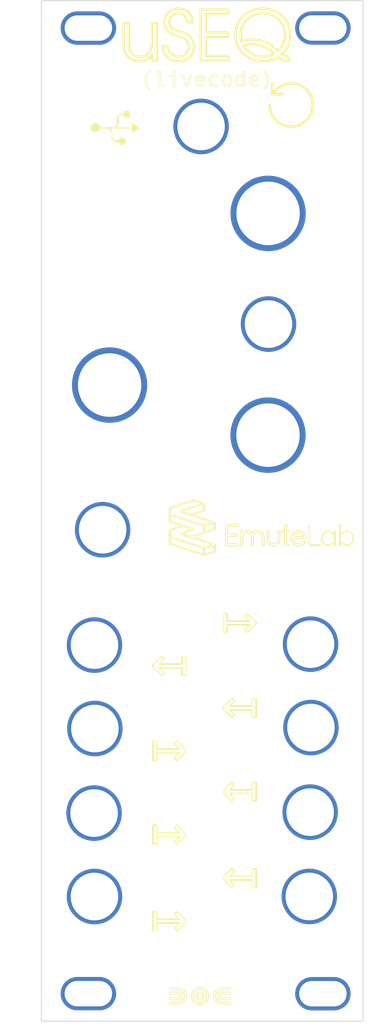
<source format=kicad_pcb>
(kicad_pcb (version 20221018) (generator pcbnew)
  (layers (0 "F.Cu" signal) (31 "B.Cu" signal) (34 "B.Paste" user) (35 "F.Paste" user) (36 "B.SilkS" user "B.Silkscreen") (37 "F.SilkS" user "F.Silkscreen") (38 "B.Mask" user) (39 "F.Mask" user) (44 "Edge.Cuts" user))
  (net 0 "")
  (footprint "benjiaomodular:PanelHole_AudioJack_3.5mm" (layer "F.Cu") (at 137.64 103.06 -90)
    (fp_text reference "REF**" hide)
    (fp_text value "PanelHole_AudioJack_3.5mm")
    (pad "" thru_hole circle (at 0 6.5 90) (size 7 7) (drill 6) (layers "*.Cu" "*.Mask"))
  )
  (footprint "benjiaomodular:PanelHole_AudioJack_3.5mm" (layer "F.Cu") (at 151.87 124.1 90)
    (fp_text reference "REF**" hide)
    (fp_text value "PanelHole_AudioJack_3.5mm")
    (pad "" thru_hole circle (at 0 6.5 270) (size 7 7) (drill 6) (layers "*.Cu" "*.Mask"))
  )
  (footprint "MountingHole:MountingHole_4mm" (layer "F.Cu") (at 147.34 126.87)
    (fp_text reference "REF**" hide)
    (fp_text value "MountingHole_4mm")
    (pad "" np_thru_hole circle (at 0 0) (size 4 4) (drill 4) (layers "*.Cu" "*.Mask"))
  )
  (footprint "MountingHole:MountingHole_4mm" (layer "F.Cu") (at 142.11 100.28)
    (fp_text reference "REF**" hide)
    (fp_text value "MountingHole_4mm")
    (pad "" np_thru_hole circle (at 0 0) (size 4 4) (drill 4) (layers "*.Cu" "*.Mask"))
  )
  (footprint "benjiaomodular:MountingHole_M3" (layer "F.Cu") (at 159.98 25.34)
    (fp_text reference "REF**" hide)
    (fp_text value "MountingHole_M3")
    (pad "" thru_hole oval (at 0 0) (size 7 4.2) (drill oval 6 3.2) (layers "*.Cu" "*.Mask"))
  )
  (footprint "benjiaomodular:MountingHole_M3" (layer "F.Cu") (at 159.98 146.97)
    (fp_text reference "REF**" hide)
    (fp_text value "MountingHole_M3")
    (pad "" thru_hole oval (at 0 0) (size 7 4.2) (drill oval 6 3.2) (layers "*.Cu" "*.Mask"))
  )
  (footprint "MountingHole:MountingHole_4mm" (layer "F.Cu") (at 142.1 121.31)
    (fp_text reference "REF**" hide)
    (fp_text value "MountingHole_4mm")
    (pad "" np_thru_hole circle (at 0 0) (size 4 4) (drill 4) (layers "*.Cu" "*.Mask"))
  )
  (footprint "benjiaomodular:PanelHole_ToggleSwitch_MTS-101" (layer "F.Cu") (at 132.17 88.53)
    (fp_text reference "REF**" hide)
    (fp_text value "PanelHole_ToggleSwitch_MTS-101")
    (pad "" thru_hole circle (at 0 0 270) (size 7 7) (drill 6) (layers "*.Cu" "*.Mask"))
  )
  (footprint "cephalosonic:PanelHole 8mm" (layer "F.Cu") (at 153.1 76.57)
    (fp_text reference "REF**" (at 0.2 -13.55 unlocked) (layer "F.SilkS"))
    (fp_text value "PanelHole 8mm")
    (pad "" np_thru_hole circle (at -0.05 0.05) (size 9.5 9.5) (drill 8) (layers "F&B.Cu" "*.Mask"))
  )
  (footprint "MountingHole:MountingHole_4mm" (layer "F.Cu") (at 147.37 137.49)
    (fp_text reference "REF**" hide)
    (fp_text value "MountingHole_4mm")
    (pad "" np_thru_hole circle (at 0 0) (size 4 4) (drill 4) (layers "*.Cu" "*.Mask"))
  )
  (footprint "MountingHole:MountingHole_3mm" (layer "F.Cu") (at 155.99 34.99)
    (fp_text reference "REF**" hide)
    (fp_text value "MountingHole_3mm")
    (pad "" np_thru_hole circle (at 0 0) (size 3 3) (drill 3) (layers "*.Cu" "*.Mask"))
  )
  (footprint "MountingHole:MountingHole_4mm" (layer "F.Cu") (at 142.08 132.03)
    (fp_text reference "REF**" hide)
    (fp_text value "MountingHole_4mm")
    (pad "" np_thru_hole circle (at 0 0) (size 4 4) (drill 4) (layers "*.Cu" "*.Mask"))
  )
  (footprint "benjiaomodular:PanelHole_AudioJack_3.5mm" (layer "F.Cu") (at 151.92 102.94 90)
    (fp_text reference "REF**" hide)
    (fp_text value "PanelHole_AudioJack_3.5mm")
    (pad "" thru_hole circle (at 0 6.5 270) (size 7 7) (drill 6) (layers "*.Cu" "*.Mask"))
  )
  (footprint "benjiaomodular:MountingHole_M3" (layer "F.Cu") (at 130.37 25.35)
    (fp_text reference "REF**" hide)
    (fp_text value "MountingHole_M3")
    (pad "" thru_hole oval (at 0 0) (size 7 4.2) (drill oval 6 3.2) (layers "*.Cu" "*.Mask"))
  )
  (footprint "benjiaomodular:PanelHole_AudioJack_3.5mm" (layer "F.Cu") (at 151.76 134.72 90)
    (fp_text reference "REF**" hide)
    (fp_text value "PanelHole_AudioJack_3.5mm")
    (pad "" thru_hole circle (at 0 6.5 270) (size 7 7) (drill 6) (layers "*.Cu" "*.Mask"))
  )
  (footprint "benjiaomodular:PanelHole_AudioJack_3.5mm" (layer "F.Cu") (at 137.59 124.22 -90)
    (fp_text reference "REF**" hide)
    (fp_text value "PanelHole_AudioJack_3.5mm")
    (pad "" thru_hole circle (at 0 6.5 90) (size 7 7) (drill 6) (layers "*.Cu" "*.Mask"))
  )
  (footprint "cephalosonic:PanelHole 8mm" (layer "F.Cu") (at 133.1 70.26)
    (fp_text reference "REF**" hide)
    (fp_text value "PanelHole 8mm")
    (pad "" np_thru_hole circle (at -0.05 0.05) (size 9.5 9.5) (drill 8) (layers "F&B.Cu" "*.Mask"))
  )
  (footprint "benjiaomodular:MountingHole_M3" (layer "F.Cu") (at 130.37 146.96)
    (fp_text reference "REF**" hide)
    (fp_text value "MountingHole_M3")
    (pad "" thru_hole oval (at 0 0) (size 7 4.2) (drill oval 6 3.2) (layers "*.Cu" "*.Mask"))
  )
  (footprint "benjiaomodular:PanelHole_AudioJack_3.5mm" (layer "F.Cu") (at 137.64 134.73 -90)
    (fp_text reference "REF**" hide)
    (fp_text value "PanelHole_AudioJack_3.5mm")
    (pad "" thru_hole circle (at 0 6.5 90) (size 7 7) (drill 6) (layers "*.Cu" "*.Mask"))
  )
  (footprint "benjiaomodular:PanelHole_AudioJack_3.5mm" (layer "F.Cu") (at 137.69 113.57 -90)
    (fp_text reference "REF**" hide)
    (fp_text value "PanelHole_AudioJack_3.5mm")
    (pad "" thru_hole circle (at 0 6.5 90) (size 7 7) (drill 6) (layers "*.Cu" "*.Mask"))
  )
  (footprint "benjiaomodular:PanelHole_AudioJack_3.5mm" (layer "F.Cu") (at 151.97 113.45 90)
    (fp_text reference "REF**" hide)
    (fp_text value "PanelHole_AudioJack_3.5mm")
    (pad "" thru_hole circle (at 0 6.5 270) (size 7 7) (drill 6) (layers "*.Cu" "*.Mask"))
  )
  (footprint "benjiaomodular:PanelHole_AudioJack_3.5mm" (layer "F.Cu") (at 138.1 37.74 90)
    (fp_text reference "REF**" hide)
    (fp_text value "PanelHole_AudioJack_3.5mm")
    (pad "" thru_hole circle (at 0 6.5 270) (size 7 7) (drill 6) (layers "*.Cu" "*.Mask"))
  )
  (footprint "benjiaomodular:PanelHole_ToggleSwitch_MTS-101" (layer "F.Cu") (at 153.11 62.63)
    (fp_text reference "REF**" hide)
    (fp_text value "PanelHole_ToggleSwitch_MTS-101")
    (pad "" thru_hole circle (at 0 0 270) (size 7 7) (drill 6) (layers "*.Cu" "*.Mask"))
  )
  (footprint "MountingHole:MountingHole_4mm" (layer "F.Cu") (at 147.33 105.82)
    (fp_text reference "REF**" hide)
    (fp_text value "MountingHole_4mm")
    (pad "" np_thru_hole circle (at 0 0) (size 4 4) (drill 4) (layers "*.Cu" "*.Mask"))
  )
  (footprint "MountingHole:MountingHole_4mm" (layer "F.Cu") (at 147.41 116.25)
    (fp_text reference "REF**" hide)
    (fp_text value "MountingHole_4mm")
    (pad "" np_thru_hole circle (at 0 0) (size 4 4) (drill 4) (layers "*.Cu" "*.Mask"))
  )
  (footprint "cephalosonic:PanelHole 8mm" (layer "F.Cu") (at 153.11 48.64)
    (fp_text reference "REF**" hide)
    (fp_text value "PanelHole 8mm")
    (pad "" np_thru_hole circle (at -0.05 0.05) (size 9.5 9.5) (drill 8) (layers "F&B.Cu" "*.Mask"))
  )
  (footprint "MountingHole:MountingHole_4mm" (layer "F.Cu") (at 142.1 110.85)
    (fp_text reference "REF**" hide)
    (fp_text value "MountingHole_4mm")
    (pad "" np_thru_hole circle (at 0 0) (size 4 4) (drill 4) (layers "*.Cu" "*.Mask"))
  )
  (gr_circle (center 131.34 25.33) (end 131.34 25.33) (stroke (width 0.15)) (fill none) (layer "B.SilkS"))
  (gr_line (start 158.322792 88.218083) (end 158.323386 88.321531) (stroke (width 0.112999)) (layer "F.SilkS"))
  (gr_line (start 155.47494 28.954839) (end 155.521124 28.961461) (stroke (width 0.3)) (layer "F.SilkS"))
  (gr_line (start 141.839201 147.441445) (end 141.848321 147.435623) (stroke (width 0.1)) (layer "F.SilkS"))
  (gr_line (start 144.703849 146.786865) (end 144.715082 146.792699) (stroke (width 0.1)) (layer "F.SilkS"))
  (gr_line (start 156.160672 88.974507) (end 156.194907 88.935042) (stroke (width 0.112999)) (layer "F.SilkS"))
  (gr_line (start 163.188022 88.793086) (end 163.147531 88.783038) (stroke (width 0.112999)) (layer "F.SilkS"))
  (gr_line (start 149.882151 89.5299) (end 149.879451 89.718208) (stroke (width 0.112999)) (layer "F.SilkS"))
  (gr_line (start 144.512749 146.401264) (end 144.49136 146.400525) (stroke (width 0.1)) (layer "F.SilkS"))
  (gr_line (start 149.115893 89.090302) (end 149.115893 89.090302) (stroke (width 0.112999)) (layer "F.SilkS"))
  (gr_line (start 151.775638 88.899576) (end 151.744831 88.899144) (stroke (width 0.112999)) (layer "F.SilkS"))
  (gr_line (start 137.653802 31.217813) (end 137.675544 31.180272) (stroke (width 0.064999)) (layer "F.SilkS"))
  (gr_line (start 145.377281 147.846462) (end 145.361988 147.8683) (stroke (width 0.1)) (layer "F.SilkS"))
  (gr_line (start 137.724361 32.709158) (end 137.700213 32.672646) (stroke (width 0.064999)) (layer "F.SilkS"))
  (gr_line (start 145.061353 85.275412) (end 145.062139 85.285366) (stroke (width 0.112999)) (layer "F.SilkS"))
  (gr_line (start 148.499266 109.764869) (end 148.83 110.095603) (stroke (width 0.2)) (layer "F.SilkS"))
  (gr_line (start 148.187834 121.754554) (end 148.83 122.396735) (stroke (width 0.2)) (layer "F.SilkS"))
  (gr_line (start 146.561338 32.704778) (end 146.535731 32.710451) (stroke (width 0.064999)) (layer "F.SilkS"))
  (gr_line (start 144.905517 32.691435) (end 144.879022 32.698444) (stroke (width 0.064999)) (layer "F.SilkS"))
  (gr_line (start 140.722675 85.680963) (end 140.785533 85.658692) (stroke (width 0.112999)) (layer "F.SilkS"))
  (gr_line (start 161.435421 90.294105) (end 161.435213 90.252404) (stroke (width 0.112999)) (layer "F.SilkS"))
  (gr_line (start 146.121874 32.71176) (end 146.085362 32.702937) (stroke (width 0.064999)) (layer "F.SilkS"))
  (gr_line (start 148.197218 32.358091) (end 148.210019 32.336597) (stroke (width 0.064999)) (layer "F.SilkS"))
  (gr_line (start 151.310627 31.224981) (end 151.34068 31.227193) (stroke (width 0.064999)) (layer "F.SilkS"))
  (gr_line (start 147.067334 147.72688) (end 147.044553 147.71948) (stroke (width 0.1)) (layer "F.SilkS"))
  (gr_line (start 149.565941 31.231987) (end 149.596974 31.238016) (stroke (width 0.064999)) (layer "F.SilkS"))
  (gr_line (start 142.349201 147.709622) (end 142.371178 147.678791) (stroke (width 0.1)) (layer "F.SilkS"))
  (gr_line (start 137.800762 32.451658) (end 137.813719 32.484004) (stroke (width 0.064999)) (layer "F.SilkS"))
  (gr_line (start 147.008493 147.335286) (end 147.012794 147.345089) (stroke (width 0.1)) (layer "F.SilkS"))
  (gr_line (start 147.001711 146.218606) (end 147.052794 146.210239) (stroke (width 0.1)) (layer "F.SilkS"))
  (gr_line (start 138.028602 33.041714) (end 137.993043 33.011123) (stroke (width 0.064999)) (layer "F.SilkS"))
  (gr_line (start 144.14598 148.029025) (end 144.14598 148.029025) (stroke (width 0.1)) (layer "F.SilkS"))
  (gr_line (start 156.567453 88.68293) (end 156.59169 88.673429) (stroke (width 0.112999)) (layer "F.SilkS"))
  (gr_line (start 147.458485 32.065287) (end 147.461537 32.093187) (stroke (width 0.064999)) (layer "F.SilkS"))
  (gr_line (start 152.451071 90.572753) (end 152.44303 90.574488) (stroke (width 0.112999)) (layer "F.SilkS"))
  (gr_line (start 143.6839 27.385028) (end 143.689707 27.436136) (stroke (width 0.3)) (layer "F.SilkS"))
  (gr_line (start 140.466028 23.385472) (end 140.531127 23.326519) (stroke (width 0.3)) (layer "F.SilkS"))
  (gr_line (start 155.982182 32.317071) (end 156.121927 32.320605) (stroke (width 0.33945)) (layer "F.SilkS"))
  (gr_line (start 157.463066 89.983925) (end 157.474442 89.972678) (stroke (width 0.112999)) (layer "F.SilkS"))
  (gr_line (start 144.894572 85.831485) (end 144.893618 85.701462) (stroke (width 0.112999)) (layer "F.SilkS"))
  (gr_line (start 149.60457 32.710012) (end 149.588433 32.714588) (stroke (width 0.064999)) (layer "F.SilkS"))
  (gr_line (start 154.07358 90.513794) (end 154.07358 90.513794) (stroke (width 0.112999)) (layer "F.SilkS"))
  (gr_line (start 144.75475 147.130063) (end 144.748728 147.116549) (stroke (width 0.1)) (layer "F.SilkS"))
  (gr_line (start 142.559424 26.724828) (end 142.519352 26.69963) (stroke (width 0.3)) (layer "F.SilkS"))
  (gr_line (start 141.832474 88.114016) (end 141.97921 88.064679) (stroke (width 0.112999)) (layer "F.SilkS"))
  (gr_line (start 144.230348 147.052999) (end 144.220956 147.064925) (stroke (width 0.1)) (layer "F.SilkS"))
  (gr_line (start 144.986171 146.578529) (end 144.969677 146.565722) (stroke (width 0.1)) (layer "F.SilkS"))
  (gr_line (start 135.536851 27.916629) (end 135.567482 28.030698) (stroke (width 0.3)) (layer "F.SilkS"))
  (gr_line (start 160.835685 90.513523) (end 160.814544 90.51723) (stroke (width 0.112999)) (layer "F.SilkS"))
  (gr_line (start 157.276601 37.420518) (end 157.159509 37.480489) (stroke (width 0.33945)) (layer "F.SilkS"))
  (gr_line (start 144.768722 147.324784) (end 144.771853 147.310164) (stroke (width 0.1)) (layer "F.SilkS"))
  (gr_line (start 151.241888 32.528927) (end 151.265326 32.534499) (stroke (width 0.064999)) (layer "F.SilkS"))
  (gr_line (start 149.765764 31.310363) (end 149.790994 31.32845) (stroke (width 0.064999)) (layer "F.SilkS"))
  (gr_line (start 146.085362 32.702937) (end 146.049916 32.69251) (stroke (width 0.064999)) (layer "F.SilkS"))
  (gr_line (start 145.113446 146.369899) (end 145.13474 146.386391) (stroke (width 0.1)) (layer "F.SilkS"))
  (gr_line (start 150.775786 100.036506) (end 150.13362 99.394324) (stroke (width 0.2)) (layer "F.SilkS"))
  (gr_line (start 140.638226 90.361727) (end 140.618754 90.345154) (stroke (width 0.112999)) (layer "F.SilkS"))
  (gr_line (start 155.282564 24.324924) (end 155.372386 24.460795) (stroke (width 0.3)) (layer "F.SilkS"))
  (gr_line (start 144.969677 146.565722) (end 144.95298 146.553382) (stroke (width 0.1)) (layer "F.SilkS"))
  (gr_line (start 141.587504 26.332596) (end 141.587504 26.332596) (stroke (width 0.3)) (layer "F.SilkS"))
  (gr_line (start 144.091032 148.003242) (end 144.109146 148.012304) (stroke (width 0.1)) (layer "F.SilkS"))
  (gr_line (start 161.194323 89.005516) (end 161.154714 88.967754) (stroke (width 0.112999)) (layer "F.SilkS"))
  (gr_line (start 144.250821 31.507174) (end 144.236819 31.520523) (stroke (width 0.064999)) (layer "F.SilkS"))
  (gr_line (start 162.482897 88.944883) (end 162.451729 88.971578) (stroke (width 0.112999)) (layer "F.SilkS"))
  (gr_line (start 144.323698 146.974825) (end 144.310828 146.982265) (stroke (width 0.1)) (layer "F.SilkS"))
  (gr_line (start 144.742633 147.39334) (end 144.749242 147.380234) (stroke (width 0.1)) (layer "F.SilkS"))
  (gr_line (start 152.571231 32.897928) (end 152.598874 32.869269) (stroke (width 0.064999)) (layer "F.SilkS"))
  (gr_line (start 154.71636 29.272491) (end 154.635469 29.224846) (stroke (width 0.3)) (layer "F.SilkS"))
  (gr_line (start 152.604888 33.071713) (end 152.567049 33.10112) (stroke (width 0.064999)) (layer "F.SilkS"))
  (gr_line (start 151.163749 90.546168) (end 151.156487 90.551517) (stroke (width 0.112999)) (layer "F.SilkS"))
  (gr_line (start 144.101763 31.983536) (end 144.102312 32.013691) (stroke (width 0.064999)) (layer "F.SilkS"))
  (gr_line (start 143.873977 146.649584) (end 143.873977 146.649584) (stroke (width 0.1)) (layer "F.SilkS"))
  (gr_line (start 147.969332 89.339157) (end 147.969332 89.822914) (stroke (width 0.112999)) (layer "F.SilkS"))
  (gr_line (start 141.110495 30.982912) (end 141.104741 30.978261) (stroke (width 0.064999)) (layer "F.SilkS"))
  (gr_line (start 148.504045 31.777044) (end 148.510198 31.814644) (stroke (width 0.064999)) (layer "F.SilkS"))
  (gr_line (start 157.105956 90.268882) (end 157.138723 90.256586) (stroke (width 0.112999)) (layer "F.SilkS"))
  (gr_line (start 151.247438 31.412001) (end 151.227699 31.414155) (stroke (width 0.064999)) (layer "F.SilkS"))
  (gr_line (start 162.406356 88.885673) (end 162.443291 88.856035) (stroke (width 0.112999)) (layer "F.SilkS"))
  (gr_line (start 149.609471 26.615144) (end 149.622914 26.708328) (stroke (width 0.3)) (layer "F.SilkS"))
  (gr_line (start 144.668937 146.771029) (end 144.668937 146.771029) (stroke (width 0.1)) (layer "F.SilkS"))
  (gr_line (start 145.077141 91.580428) (end 145.079225 91.584893) (stroke (width 0.112999)) (layer "F.SilkS"))
  (gr_line (start 151.084963 90.580872) (end 151.084963 90.580872) (stroke (width 0.112999)) (layer "F.SilkS"))
  (gr_line (start 143.435773 146.903799) (end 143.44414 146.879223) (stroke (width 0.1)) (layer "F.SilkS"))
  (gr_line (start 163.291075 90.472281) (end 163.242694 90.489266) (stroke (width 0.112999)) (layer "F.SilkS"))
  (gr_line (start 146.614122 146.758299) (end 146.590386 146.788638) (stroke (width 0.1)) (layer "F.SilkS"))
  (gr_line (start 161.105247 90.286234) (end 161.144625 90.254269) (stroke (width 0.112999)) (layer "F.SilkS"))
  (gr_line (start 159.74608 90.465062) (end 159.746501 90.466578) (stroke (width 0.112999)) (layer "F.SilkS"))
  (gr_line (start 144.979006 90.750435) (end 144.979006 90.750435) (stroke (width 0.112999)) (layer "F.SilkS"))
  (gr_line (start 141.839201 147.055768) (end 141.829854 147.050452) (stroke (width 0.1)) (layer "F.SilkS"))
  (gr_line (start 147.475661 31.775575) (end 147.470063 31.802269) (stroke (width 0.064999)) (layer "F.SilkS"))
  (gr_line (start 144.266194 147.72223) (end 144.243711 147.712553) (stroke (width 0.1)) (layer "F.SilkS"))
  (gr_line (start 162.85585 88.679524) (end 162.894626 88.6753) (stroke (width 0.112999)) (layer "F.SilkS"))
  (gr_line (start 151.541759 88.657545) (end 151.565134 88.651657) (stroke (width 0.112999)) (layer "F.SilkS"))
  (gr_line (start 146.442696 147.208933) (end 146.441817 147.248644) (stroke (width 0.1)) (layer "F.SilkS"))
  (gr_line (start 148.211085 31.61147) (end 148.198441 31.590456) (stroke (width 0.064999)) (layer "F.SilkS"))
  (gr_line (start 151.078448 88.969788) (end 151.078448 88.969788) (stroke (width 0.112999)) (layer "F.SilkS"))
  (gr_line (start 151.078947 122.705405) (end 151.078947 122.705405) (stroke (width 0.2)) (layer "F.SilkS"))
  (gr_line (start 141.846472 28.956635) (end 141.912692 28.952356) (stroke (width 0.3)) (layer "F.SilkS"))
  (gr_line (start 149.323543 87.901813) (end 149.325656 87.906568) (stroke (width 0.112999)) (layer "F.SilkS"))
  (gr_line (start 149.904411 32.257701) (end 149.904696 32.25502) (stroke (width 0.064999)) (layer "F.SilkS"))
  (gr_line (start 148.187834 121.286017) (end 151.078947 121.286017) (stroke (width 0.2)) (layer "F.SilkS"))
  (gr_line (start 162.603065 88.756886) (end 162.64516 88.73754) (stroke (width 0.112999)) (layer "F.SilkS"))
  (gr_line (start 149.048803 89.07141) (end 149.080051 89.075934) (stroke (width 0.112999)) (layer "F.SilkS"))
  (gr_line (start 155.66115 28.964313) (end 155.677584 28.962411) (stroke (width 0.3)) (layer "F.SilkS"))
  (gr_line (start 154.023386 29.173058) (end 153.914989 29.224846) (stroke (width 0.3)) (layer "F.SilkS"))
  (gr_line (start 138.100282 32.899008) (end 138.128268 32.927081) (stroke (width 0.064999)) (layer "F.SilkS"))
  (gr_line (start 147.884665 100.505042) (end 147.884665 100.505042) (stroke (width 0.2)) (layer "F.SilkS"))
  (gr_line (start 147.720858 90.513108) (end 147.718522 90.509169) (stroke (width 0.112999)) (layer "F.SilkS"))
  (gr_line (start 149.734511 31.472289) (end 149.711009 31.457756) (stroke (width 0.064999)) (layer "F.SilkS"))
  (gr_line (start 141.883826 116.143714) (end 141.241659 115.501563) (stroke (width 0.2)) (layer "F.SilkS"))
  (gr_line (start 138.128268 32.927081) (end 138.157255 32.954949) (stroke (width 0.064999)) (layer "F.SilkS"))
  (gr_line (start 142.628378 146.710924) (end 142.653479 146.754936) (stroke (width 0.1)) (layer "F.SilkS"))
  (gr_line (start 152.808663 30.933764) (end 152.838528 30.967235) (stroke (width 0.064999)) (layer "F.SilkS"))
  (gr_line (start 151.861468 31.916016) (end 151.861468 31.916016) (stroke (width 0.064999)) (layer "F.SilkS"))
  (gr_line (start 149.334096 90.469403) (end 149.333553 90.476738) (stroke (width 0.112999)) (layer "F.SilkS"))
  (gr_line (start 143.826138 146.369877) (end 143.847698 146.353991) (stroke (width 0.1)) (layer "F.SilkS"))
  (gr_line (start 149.878496 89.943314) (end 149.878496 89.943314) (stroke (width 0.112999)) (layer "F.SilkS"))
  (gr_line (start 150.97835 88.868805) (end 151.078448 88.969788) (stroke (width 0.112999)) (layer "F.SilkS"))
  (gr_line (start 144.895008 91.125136) (end 144.89476 91.015551) (stroke (width 0.112999)) (layer "F.SilkS"))
  (gr_line (start 153.447994 90.212807) (end 153.463721 90.224613) (stroke (width 0.112999)) (layer "F.SilkS"))
  (gr_line (start 143.680392 88.561203) (end 142.997324 88.781937) (stroke (width 0.112999)) (layer "F.SilkS"))
  (gr_line (start 142.653479 147.743069) (end 142.628378 147.787017) (stroke (width 0.1)) (layer "F.SilkS"))
  (gr_line (start 154.297503 88.684952) (end 154.299183 88.682057) (stroke (width 0.112999)) (layer "F.SilkS"))
  (gr_line (start 144.81256 146.210802) (end 144.837245 146.219345) (stroke (width 0.1)) (layer "F.SilkS"))
  (gr_line (start 141.332 30.914707) (end 141.329498 30.921419) (stroke (width 0.064999)) (layer "F.SilkS"))
  (gr_line (start 140.704252 28.42823) (end 140.733355 28.466875) (stroke (width 0.3)) (layer "F.SilkS"))
  (gr_line (start 146.724295 146.64704) (end 146.69519 146.672534) (stroke (width 0.1)) (layer "F.SilkS"))
  (gr_line (start 147.262045 31.704243) (end 147.272299 31.669701) (stroke (width 0.064999)) (layer "F.SilkS"))
  (gr_line (start 147.578938 31.549566) (end 147.564806 31.568756) (stroke (width 0.064999)) (layer "F.SilkS"))
  (gr_line (start 144.697282 146.430104) (end 144.677487 146.424928) (stroke (width 0.1)) (layer "F.SilkS"))
  (gr_line (start 144.777065 147.232816) (end 144.776002 147.217264) (stroke (width 0.1)) (layer "F.SilkS"))
  (gr_line (start 163.870535 89.729362) (end 163.862257 89.778241) (stroke (width 0.112999)) (layer "F.SilkS"))
  (gr_line (start 157.440979 90.393285) (end 157.397108 90.423963) (stroke (width 0.112999)) (layer "F.SilkS"))
  (gr_line (start 153.810656 28.566853) (end 153.644663 28.422628) (stroke (width 0.3)) (layer "F.SilkS"))
  (gr_line (start 148.183535 32.379036) (end 148.197218 32.358091) (stroke (width 0.064999)) (layer "F.SilkS"))
  (gr_line (start 150.937029 89.909745) (end 150.937029 89.909745) (stroke (width 0.112999)) (layer "F.SilkS"))
  (gr_line (start 155.571926 90.558176) (end 155.563565 90.562386) (stroke (width 0.112999)) (layer "F.SilkS"))
  (gr_line (start 161.510104 90.521944) (end 161.507409 90.523581) (stroke (width 0.112999)) (layer "F.SilkS"))
  (gr_line (start 146.31121 147.787033) (end 146.286108 147.743084) (stroke (width 0.1)) (layer "F.SilkS"))
  (gr_line (start 149.366594 32.724109) (end 149.338587 32.718118) (stroke (width 0.064999)) (layer "F.SilkS"))
  (gr_line (start 149.315975 87.887989) (end 149.318701 87.892519) (stroke (width 0.112999)) (layer "F.SilkS"))
  (gr_line (start 158.484383 36.089709) (end 158.43 36.21) (stroke (width 0.33945)) (layer "F.SilkS"))
  (gr_line (start 144.602702 147.525363) (end 144.615889 147.518876) (stroke (width 0.1)) (layer "F.SilkS"))
  (gr_line (start 149.48935 32.730735) (end 149.47246 32.731543) (stroke (width 0.064999)) (layer "F.SilkS"))
  (gr_line (start 158.666499 34.619115) (end 158.683769 34.755019) (stroke (width 0.33945)) (layer "F.SilkS"))
  (gr_line (start 149.329368 87.994915) (end 149.327645 88.000353) (stroke (width 0.112999)) (layer "F.SilkS"))
  (gr_line (start 143.695718 147.587739) (end 143.704149 147.606073) (stroke (width 0.1)) (layer "F.SilkS"))
  (gr_line (start 149.685099 31.266438) (end 149.712817 31.279357) (stroke (width 0.064999)) (layer "F.SilkS"))
  (gr_line (start 142.202262 147.396934) (end 142.194945 147.419791) (stroke (width 0.1)) (layer "F.SilkS"))
  (gr_line (start 142.091029 146.56263) (end 142.058003 146.545927) (stroke (width 0.1)) (layer "F.SilkS"))
  (gr_line (start 156.269414 88.862059) (end 156.309536 88.828723) (stroke (width 0.112999)) (layer "F.SilkS"))
  (gr_line (start 144.734876 31.512014) (end 144.721493 31.498901) (stroke (width 0.064999)) (layer "F.SilkS"))
  (gr_line (start 152.541265 90.48971) (end 152.537914 90.498351) (stroke (width 0.112999)) (layer "F.SilkS"))
  (gr_line (start 137.65534 32.597844) (end 137.634615 32.559555) (stroke (width 0.064999)) (layer "F.SilkS"))
  (gr_line (start 144.096403 32.551354) (end 144.071459 32.52649) (stroke (width 0.064999)) (layer "F.SilkS"))
  (gr_line (start 145.054642 85.23328) (end 145.056021 85.238603) (stroke (width 0.112999)) (layer "F.SilkS"))
  (gr_line (start 151.291683 23.689755) (end 151.167698 23.742867) (stroke (width 0.3)) (layer "F.SilkS"))
  (gr_line (start 157.429853 89.188234) (end 157.420412 89.174835) (stroke (width 0.112999)) (layer "F.SilkS"))
  (gr_line (start 141.230256 30.720051) (end 141.237064 30.721946) (stroke (width 0.064999)) (layer "F.SilkS"))
  (gr_line (start 155.193729 87.866905) (end 155.20652 87.860235) (stroke (width 0.112999)) (layer "F.SilkS"))
  (gr_line (start 144.171221 85.073548) (end 143.656634 84.906761) (stroke (width 0.112999)) (layer "F.SilkS"))
  (gr_line (start 146.387102 91.281723) (end 146.387102 91.281723) (stroke (width 0.112999)) (layer "F.SilkS"))
  (gr_line (start 149.542531 32.537344) (end 149.552731 32.536138) (stroke (width 0.064999)) (layer "F.SilkS"))
  (gr_line (start 151.866605 88.910857) (end 151.836652 88.90543) (stroke (width 0.112999)) (layer "F.SilkS"))
  (gr_line (start 157.43908 90.010953) (end 157.451306 89.996667) (stroke (width 0.112999)) (layer "F.SilkS"))
  (gr_line (start 162.521113 88.802344) (end 162.561659 88.778527) (stroke (width 0.112999)) (layer "F.SilkS"))
  (gr_line (start 144.456885 85.168177) (end 144.370322 85.139027) (stroke (width 0.112999)) (layer "F.SilkS"))
  (gr_line (start 152.4023 29.523144) (end 152.224695 29.519544) (stroke (width 0.3)) (layer "F.SilkS"))
  (gr_line (start 146.695254 32.474098) (end 146.695254 32.474098) (stroke (width 0.064999)) (layer "F.SilkS"))
  (gr_line (start 151.454615 31.464989) (end 151.440458 31.455494) (stroke (width 0.064999)) (layer "F.SilkS"))
  (gr_line (start 148.064211 29.436207) (end 144.552004 29.436207) (stroke (width 0.3)) (layer "F.SilkS"))
  (gr_line (start 149.178697 32.219029) (end 149.185859 32.243693) (stroke (width 0.064999)) (layer "F.SilkS"))
  (gr_line (start 155.734627 88.719962) (end 155.736994 88.725913) (stroke (width 0.112999)) (layer "F.SilkS"))
  (gr_line (start 145.309478 147.162117) (end 145.307315 147.141024) (stroke (width 0.1)) (layer "F.SilkS"))
  (gr_line (start 157.507345 89.408737) (end 157.516971 89.40649) (stroke (width 0.112999)) (layer "F.SilkS"))
  (gr_line (start 151.62258 88.913997) (end 151.592897 88.921845) (stroke (width 0.112999)) (layer "F.SilkS"))
  (gr_line (start 144.92422 147.490503) (end 144.911868 147.511905) (stroke (width 0.1)) (layer "F.SilkS"))
  (gr_line (start 149.266717 88.077618) (end 149.2618 88.079138) (stroke (width 0.112999)) (layer "F.SilkS"))
  (gr_line (start 142.682886 28.59293) (end 142.727102 28.546576) (stroke (width 0.3)) (layer "F.SilkS"))
  (gr_line (start 158.3196 88.007101) (end 158.320302 88.033154) (stroke (width 0.112999)) (layer "F.SilkS"))
  (gr_line (start 148.068831 32.49208) (end 148.087155 32.479807) (stroke (width 0.064999)) (layer "F.SilkS"))
  (gr_line (start 162.817004 88.685471) (end 162.85585 88.679524) (stroke (width 0.112999)) (layer "F.SilkS"))
  (gr_line (start 142.112202 147.564913) (end 142.095879 147.58352) (stroke (width 0.1)) (layer "F.SilkS"))
  (gr_line (start 157.648145 89.96034) (end 157.652176 89.964174) (stroke (width 0.112999)) (layer "F.SilkS"))
  (gr_line (start 145.137359 147.762546) (end 145.150229 147.745918) (stroke (width 0.1)) (layer "F.SilkS"))
  (gr_line (start 140.981126 26.11743) (end 140.86553 26.067034) (stroke (width 0.3)) (layer "F.SilkS"))
  (gr_line (start 160.305208 88.855732) (end 160.273737 88.873308) (stroke (width 0.112999)) (layer "F.SilkS"))
  (gr_line (start 151.413143 32.543305) (end 151.437845 32.541932) (stroke (width 0.064999)) (layer "F.SilkS"))
  (gr_line (start 144.774288 147.295242) (end 144.776028 147.280017) (stroke (width 0.1)) (layer "F.SilkS"))
  (gr_line (start 155.632759 90.495316) (end 155.628832 90.503143) (stroke (width 0.112999)) (layer "F.SilkS"))
  (gr_line (start 159.839799 89.949234) (end 159.828251 89.91735) (stroke (width 0.112999)) (layer "F.SilkS"))
  (gr_line (start 142.792116 24.226815) (end 142.771978 24.174416) (stroke (width 0.3)) (layer "F.SilkS"))
  (gr_line (start 141.067503 30.931885) (end 141.064334 30.925501) (stroke (width 0.064999)) (layer "F.SilkS"))
  (gr_line (start 144.163693 146.82995) (end 144.184127 146.815246) (stroke (width 0.1)) (layer "F.SilkS"))
  (gr_line (start 150.976549 28.584236) (end 150.976549 28.584236) (stroke (width 0.3)) (layer "F.SilkS"))
  (gr_line (start 157.517752 89.941648) (end 157.523087 89.939238) (stroke (width 0.112999)) (layer "F.SilkS"))
  (gr_line (start 140.624805 24.43186) (end 140.618692 24.490236) (stroke (width 0.3)) (layer "F.SilkS"))
  (gr_line (start 149.660221 90.556738) (end 149.657786 90.555144) (stroke (width 0.112999)) (layer "F.SilkS"))
  (gr_line (start 157.69506 90.084132) (end 157.693713 90.090129) (stroke (width 0.112999)) (layer "F.SilkS"))
  (gr_line (start 142.166238 147.013618) (end 142.176933 147.034957) (stroke (width 0.1)) (layer "F.SilkS"))
  (gr_line (start 138.043355 30.977653) (end 138.017872 31.00685) (stroke (width 0.064999)) (layer "F.SilkS"))
  (gr_line (start 150.962153 90.538534) (end 150.955526 90.534731) (stroke (width 0.112999)) (layer "F.SilkS"))
  (gr_line (start 150.784181 31.48101) (end 150.804006 31.454058) (stroke (width 0.064999)) (layer "F.SilkS"))
  (gr_line (start 152.044773 88.989287) (end 152.023206 88.97422) (stroke (width 0.112999)) (layer "F.SilkS"))
  (gr_line (start 143.293093 26.497876) (end 143.333947 26.544909) (stroke (width 0.3)) (layer "F.SilkS"))
  (gr_line (start 147.969332 90.306671) (end 147.969332 90.306671) (stroke (width 0.112999)) (layer "F.SilkS"))
  (gr_line (start 144.505526 31.224243) (end 144.505526 31.224243) (stroke (width 0.064999)) (layer "F.SilkS"))
  (gr_line (start 153.159523 88.648779) (end 153.167362 88.654523) (stroke (width 0.112999)) (layer "F.SilkS"))
  (gr_line (start 154.539089 89.912036) (end 154.534433 89.947434) (stroke (width 0.112999)) (layer "F.SilkS"))
  (gr_line (start 145.383521 91.491404) (end 145.564623 91.42994) (stroke (width 0.112999)) (layer "F.SilkS"))
  (gr_line (start 161.429084 89.705267) (end 161.431535 89.672406) (stroke (width 0.112999)) (layer "F.SilkS"))
  (gr_line (start 149.312882 90.364951) (end 149.314899 90.367442) (stroke (width 0.112999)) (layer "F.SilkS"))
  (gr_line (start 144.832465 147.611323) (end 144.81358 147.629165) (stroke (width 0.1)) (layer "F.SilkS"))
  (gr_line (start 157.826195 89.5776) (end 157.823146 89.591398) (stroke (width 0.112999)) (layer "F.SilkS"))
  (gr_line (start 146.242761 91.380438) (end 146.209343 91.39338) (stroke (width 0.112999)) (layer "F.SilkS"))
  (gr_line (start 140.618754 90.345154) (end 140.618754 90.345154) (stroke (width 0.112999)) (layer "F.SilkS"))
  (gr_line (start 144.906088 146.972492) (end 144.912634 146.983041) (stroke (width 0.1)) (layer "F.SilkS"))
  (gr_line (start 144.002653 147.471493) (end 143.992977 147.449009) (stroke (width 0.1)) (layer "F.SilkS"))
  (gr_line (start 150.724972 89.002147) (end 150.699326 88.984102) (stroke (width 0.112999)) (layer "F.SilkS"))
  (gr_line (start 156.23167 89.790177) (end 156.238012 89.812676) (stroke (width 0.112999)) (layer "F.SilkS"))
  (gr_line (start 142.027312 22.915442) (end 142.117269 22.928516) (stroke (width 0.3)) (layer "F.SilkS"))
  (gr_line (start 152.59611 30.945962) (end 152.569028 30.91776) (stroke (width 0.064999)) (layer "F.SilkS"))
  (gr_line (start 156.487398 88.718544) (end 156.515561 88.705431) (stroke (width 0.112999)) (layer "F.SilkS"))
  (gr_line (start 155.13399 89.578949) (end 155.13399 88.894913) (stroke (width 0.112999)) (layer "F.SilkS"))
  (gr_line (start 160.683448 90.435837) (end 160.708847 90.434941) (stroke (width 0.112999)) (layer "F.SilkS"))
  (gr_line (start 150.650194 31.972519) (end 150.650194 31.972519) (stroke (width 0.064999)) (layer "F.SilkS"))
  (gr_line (start 147.874834 31.224251) (end 147.874834 31.224251) (stroke (width 0.064999)) (layer "F.SilkS"))
  (gr_line (start 149.883828 88.814909) (end 149.884316 88.81585) (stroke (width 0.112999)) (layer "F.SilkS"))
  (gr_line (start 144.778227 146.833533) (end 144.788042 146.84131) (stroke (width 0.1)) (layer "F.SilkS"))
  (gr_line (start 162.782641 90.417969) (end 162.782641 90.417969) (stroke (width 0.112999)) (layer "F.SilkS"))
  (gr_line (start 156.940728 90.577809) (end 156.886775 90.580219) (stroke (width 0.112999)) (layer "F.SilkS"))
  (gr_line (start 146.101515 90.26474) (end 146.220689 90.306973) (stroke (width 0.112999)) (layer "F.SilkS"))
  (gr_line (start 162.2942 89.160765) (end 162.273437 89.196501) (stroke (width 0.112999)) (layer "F.SilkS"))
  (gr_line (start 157.695617 90.050344) (end 157.696275 90.056084) (stroke (width 0.112999)) (layer "F.SilkS"))
  (gr_line (start 161.526919 88.698075) (end 161.528554 88.704596) (stroke (width 0.112999)) (layer "F.SilkS"))
  (gr_line (start 155.139051 28.264616) (end 155.026272 28.390265) (stroke (width 0.3)) (layer "F.SilkS"))
  (gr_line (start 155.408263 88.122473) (end 155.408447 88.167153) (stroke (width 0.112999)) (layer "F.SilkS"))
  (gr_line (start 141.843376 146.482631) (end 141.80486 146.478235) (stroke (width 0.1)) (layer "F.SilkS"))
  (gr_line (start 150.287033 88.912101) (end 150.257092 88.920438) (stroke (width 0.112999)) (layer "F.SilkS"))
  (gr_line (start 144.554995 146.404222) (end 144.533961 146.402497) (stroke (width 0.1)) (layer "F.SilkS"))
  (gr_line (start 144.715082 146.792699) (end 144.726112 146.798811) (stroke (width 0.1)) (layer "F.SilkS"))
  (gr_line (start 140.562437 28.170682) (end 140.582168 28.216663) (stroke (width 0.3)) (layer "F.SilkS"))
  (gr_line (start 145.553393 147.330776) (end 145.551224 147.357705) (stroke (width 0.1)) (layer "F.SilkS"))
  (gr_line (start 146.784959 147.895962) (end 146.816474 147.916181) (stroke (width 0.1)) (layer "F.SilkS"))
  (gr_line (start 146.445334 147.328054) (end 146.449729 147.366601) (stroke (width 0.1)) (layer "F.SilkS"))
  (gr_line (start 151.078963 109.786933) (end 151.078963 109.786933) (stroke (width 0.2)) (layer "F.SilkS"))
  (gr_line (start 149.737752 90.580202) (end 149.732994 90.579852) (stroke (width 0.112999)) (layer "F.SilkS"))
  (gr_line (start 151.189577 90.522406) (end 151.18374 90.52862) (stroke (width 0.112999)) (layer "F.SilkS"))
  (gr_line (start 148.924407 32.037171) (end 148.922727 31.996342) (stroke (width 0.064999)) (layer "F.SilkS"))
  (gr_line (start 142.67619 147.698121) (end 142.653479 147.743069) (stroke (width 0.1)) (layer "F.SilkS"))
  (gr_line (start 137.87024 31.216053) (end 137.853543 31.246629) (stroke (width 0.064999)) (layer "F.SilkS"))
  (gr_line (start 137.992154 30.805693) (end 138.027977 30.775129) (stroke (width 0.064999)) (layer "F.SilkS"))
  (gr_line (start 148.477385 32.282578) (end 148.465764 32.31634) (stroke (width 0.064999)) (layer "F.SilkS"))
  (gr_line (start 152.529767 90.514378) (end 152.525022 90.521751) (stroke (width 0.112999)) (layer "F.SilkS"))
  (gr_line (start 143.789353 147.745918) (end 143.802224 147.762546) (stroke (width 0.1)) (layer "F.SilkS"))
  (gr_line (start 145.030566 32.646378) (end 145.006546 32.656724) (stroke (width 0.064999)) (layer "F.SilkS"))
  (gr_line (start 149.173496 89.178721) (end 149.174481 89.186415) (stroke (width 0.112999)) (layer "F.SilkS"))
  (gr_line (start 149.811948 32.595499) (end 149.799385 32.606001) (stroke (width 0.064999)) (layer "F.SilkS"))
  (gr_line (start 144.971256 147.133055) (end 144.973729 147.145444) (stroke (width 0.1)) (layer "F.SilkS"))
  (gr_line (start 150.969837 90.542517) (end 150.962153 90.538534) (stroke (width 0.112999)) (layer "F.SilkS"))
  (gr_line (start 151.078947 131.23133) (end 151.547484 131.23133) (stroke (width 0.2)) (layer "F.SilkS"))
  (gr_line (start 144.579586 146.162391) (end 144.606433 146.165238) (stroke (width 0.1)) (layer "F.SilkS"))
  (gr_line (start 154.836787 88.666306) (end 154.84067 88.661713) (stroke (width 0.112999)) (layer "F.SilkS"))
  (gr_line (start 159.937066 89.939178) (end 159.961062 89.993386) (stroke (width 0.112999)) (layer "F.SilkS"))
  (gr_line (start 137.823443 31.308296) (end 137.810092 31.339533) (stroke (width 0.064999)) (layer "F.SilkS"))
  (gr_line (start 137.80954 29.290057) (end 137.762337 29.316672) (stroke (width 0.3)) (layer "F.SilkS"))
  (gr_line (start 146.347974 91.325342) (end 146.344462 91.328669) (stroke (width 0.112999)) (layer "F.SilkS"))
  (gr_line (start 147.239486 31.814137) (end 147.245638 31.776461) (stroke (width 0.064999)) (layer "F.SilkS"))
  (gr_line (start 149.878496 90.491967) (end 149.834093 90.53637) (stroke (width 0.112999)) (layer "F.SilkS"))
  (gr_line (start 138.061864 28.37817) (end 138.091995 28.331739) (stroke (width 0.3)) (layer "F.SilkS"))
  (gr_line (start 149.617308 90.158523) (end 149.616812 90.049207) (stroke (width 0.112999)) (layer "F.SilkS"))
  (gr_line (start 145.010421 86.174221) (end 145.004623 86.177809) (stroke (width 0.112999)) (layer "F.SilkS"))
  (gr_line (start 161.269824 88.943538) (end 161.296992 88.972127) (stroke (width 0.112999)) (layer "F.SilkS"))
  (gr_line (start 142.496892 147.28872) (end 142.497771 147.248629) (stroke (width 0.1)) (layer "F.SilkS"))
  (gr_line (start 143.62727 146.560113) (end 143.645092 146.539192) (stroke (width 0.1)) (layer "F.SilkS"))
  (gr_line (start 146.784858 146.601326) (end 146.754184 146.623304) (stroke (width 0.1)) (layer "F.SilkS"))
  (gr_line (start 150.027832 26.911811) (end 150.200346 26.872962) (stroke (width 0.3)) (layer "F.SilkS"))
  (gr_line (start 148.187834 111.206305) (end 148.83 111.848472) (stroke (width 0.2)) (layer "F.SilkS"))
  (gr_line (start 146.754184 146.623304) (end 146.724295 146.64704) (stroke (width 0.1)) (layer "F.SilkS"))
  (gr_line (start 142.868737 24.574015) (end 142.86123 24.512243) (stroke (width 0.3)) (layer "F.SilkS"))
  (gr_line (start 140.618692 24.490236) (end 140.615025 24.550039) (stroke (width 0.3)) (layer "F.SilkS"))
  (gr_line (start 143.428026 147.564946) (end 143.420899 147.539838) (stroke (width 0.1)) (layer "F.SilkS"))
  (gr_line (start 140.439951 27.636639) (end 140.439951 27.636639) (stroke (width 0.3)) (layer "F.SilkS"))
  (gr_line (start 147.192709 147.026215) (end 147.18154 147.02748) (stroke (width 0.1)) (layer "F.SilkS"))
  (gr_line (start 146.157471 31.237155) (end 146.195345 31.231503) (stroke (width 0.064999)) (layer "F.SilkS"))
  (gr_line (start 141.987885 146.229349) (end 142.036817 146.242498) (stroke (width 0.1)) (layer "F.SilkS"))
  (gr_line (start 140.210528 28.895578) (end 140.153579 28.825078) (stroke (width 0.3)) (layer "F.SilkS"))
  (gr_line (start 136.794365 28.955613) (end 136.843335 28.957446) (stroke (width 0.3)) (layer "F.SilkS"))
  (gr_line (start 154.18781 90.449277) (end 154.159284 90.468192) (stroke (width 0.112999)) (layer "F.SilkS"))
  (gr_line (start 145.920082 31.321935) (end 145.951023 31.304979) (stroke (width 0.064999)) (layer "F.SilkS"))
  (gr_line (start 144.709239 147.442735) (end 144.718631 147.43084) (stroke (width 0.1)) (layer "F.SilkS"))
  (gr_line (start 144.323698 147.518876) (end 144.336885 147.525363) (stroke (width 0.1)) (layer "F.SilkS"))
  (gr_line (start 159.858658 89.217427) (end 159.886182 89.160068) (stroke (width 0.112999)) (layer "F.SilkS"))
  (gr_line (start 160.749844 88.678896) (end 160.777183 88.681592) (stroke (width 0.112999)) (layer "F.SilkS"))
  (gr_line (start 148.83 131.54) (end 148.83 131.54) (stroke (width 0.2)) (layer "F.SilkS"))
  (gr_line (start 137.72436 32.120329) (end 137.729274 32.160717) (stroke (width 0.064999)) (layer "F.SilkS"))
  (gr_line (start 154.348414 88.641066) (end 154.357103 88.636639) (stroke (width 0.112999)) (layer "F.SilkS"))
  (gr_line (start 150.891901 31.786577) (end 150.889971 31.808533) (stroke (width 0.064999)) (layer "F.SilkS"))
  (gr_line (start 162.421862 88.999768) (end 162.393357 89.029384) (stroke (width 0.112999)) (layer "F.SilkS"))
  (gr_line (start 145.616427 31.705099) (end 145.628296 31.670373) (stroke (width 0.064999)) (layer "F.SilkS"))
  (gr_line (start 155.703594 32.331187) (end 155.795627 32.323379) (stroke (width 0.33945)) (layer "F.SilkS"))
  (gr_line (start 162.08866 90.516149) (end 162.087105 90.514028) (stroke (width 0.112999)) (layer "F.SilkS"))
  (gr_line (start 140.712829 24.111556) (end 140.692045 24.161374) (stroke (width 0.3)) (layer "F.SilkS"))
  (gr_line (start 143.205071 26.40768) (end 143.250135 26.452133) (stroke (width 0.3)) (layer "F.SilkS"))
  (gr_line (start 140.769303 89.639235) (end 140.768416 89.6589) (stroke (width 0.112999)) (layer "F.SilkS"))
  (gr_line (start 141.940959 147.304438) (end 141.943236 147.293726) (stroke (width 0.1)) (layer "F.SilkS"))
  (gr_line (start 153.157237 90.317855) (end 153.121561 90.276068) (stroke (width 0.112999)) (layer "F.SilkS"))
  (gr_line (start 150.712111 32.319396) (end 150.699116 32.285333) (stroke (width 0.064999)) (layer "F.SilkS"))
  (gr_line (start 155.579241 88.62286) (end 155.597758 88.624877) (stroke (width 0.112999)) (layer "F.SilkS"))
  (gr_line (start 151.625593 31.767334) (end 151.623548 31.747369) (stroke (width 0.064999)) (layer "F.SilkS"))
  (gr_line (start 141.726588 23.489796) (end 141.666411 23.491019) (stroke (width 0.3)) (layer "F.SilkS"))
  (gr_line (start 154.460274 23.50698) (end 154.59224 23.604172) (stroke (width 0.3)) (layer "F.SilkS"))
  (gr_line (start 144.826617 31.65384) (end 144.819661 31.636395) (stroke (width 0.064999)) (layer "F.SilkS"))
  (gr_line (start 150.931032 89.293045) (end 150.889025 89.204445) (stroke (width 0.112999)) (layer "F.SilkS"))
  (gr_line (start 155.182531 87.874372) (end 155.193729 87.866905) (stroke (width 0.112999)) (layer "F.SilkS"))
  (gr_line (start 144.149197 32.59627) (end 144.122315 32.574614) (stroke (width 0.064999)) (layer "F.SilkS"))
  (gr_line (start 158.310853 87.894168) (end 158.312288 87.900984) (stroke (width 0.112999)) (layer "F.SilkS"))
  (gr_line (start 137.777528 32.384284) (end 137.788698 32.418418) (stroke (width 0.064999)) (layer "F.SilkS"))
  (gr_line (start 148.251052 32.614773) (end 148.224913 32.633468) (stroke (width 0.064999)) (layer "F.SilkS"))
  (gr_line (start 146.861155 146.895739) (end 146.879421 146.878094) (stroke (width 0.1)) (layer "F.SilkS"))
  (gr_line (start 153.034212 32.559555) (end 153.034212 32.559555) (stroke (width 0.064999)) (layer "F.SilkS"))
  (gr_line (start 146.440918 31.419759) (end 146.39863 31.414483) (stroke (width 0.064999)) (layer "F.SilkS"))
  (gr_line (start 144.115491 32.127637) (end 144.121531 32.154455) (stroke (width 0.064999)) (layer "F.SilkS"))
  (gr_line (start 154.813296 88.729531) (end 154.814591 88.721686) (stroke (width 0.112999)) (layer "F.SilkS"))
  (gr_line (start 145.965233 32.401466) (end 145.984165 32.419887) (stroke (width 0.064999)) (layer "F.SilkS"))
  (gr_line (start 141.781404 146.200661) (end 141.834637 146.204247) (stroke (width 0.1)) (layer "F.SilkS"))
  (gr_line (start 141.28992 85.491573) (end 142.361674 85.143204) (stroke (width 0.112999)) (layer "F.SilkS"))
  (gr_line (start 144.497603 148.334746) (end 144.469794 148.335062) (stroke (width 0.1)) (layer "F.SilkS"))
  (gr_line (start 144.677488 148.067478) (end 144.697283 148.062301) (stroke (width 0.1)) (layer "F.SilkS"))
  (gr_line (start 147.049221 147.098399) (end 147.041886 147.107002) (stroke (width 0.1)) (layer "F.SilkS"))
  (gr_line (start 142.325465 146.758284) (end 142.299971 146.728667) (stroke (width 0.1)) (layer "F.SilkS"))
  (gr_line (start 141.093523 30.759842) (end 141.099084 30.754501) (stroke (width 0.064999)) (layer "F.SilkS"))
  (gr_line (start 150.845873 32.52649) (end 150.845873 32.52649) (stroke (width 0.064999)) (layer "F.SilkS"))
  (gr_line (start 161.535148 88.838194) (end 161.537047 88.938331) (stroke (width 0.112999)) (layer "F.SilkS"))
  (gr_line (start 144.842572 31.708697) (end 144.838072 31.689992) (stroke (width 0.064999)) (layer "F.SilkS"))
  (gr_line (start 151.361269 32.731819) (end 151.321788 32.731017) (stroke (width 0.064999)) (layer "F.SilkS"))
  (gr_line (start 155.147178 90.281837) (end 155.145016 90.262224) (stroke (width 0.112999)) (layer "F.SilkS"))
  (gr_line (start 162.981007 90.528627) (end 162.952857 90.528685) (stroke (width 0.112999)) (layer "F.SilkS"))
  (gr_line (start 138.103144 33.10112) (end 138.103144 33.10112) (stroke (width 0.064999)) (layer "F.SilkS"))
  (gr_line (start 147.637876 32.692255) (end 147.607855 32.680144) (stroke (width 0.064999)) (layer "F.SilkS"))
  (gr_line (start 147.564806 31.568756) (end 147.564806 31.568756) (stroke (width 0.064999)) (layer "F.SilkS"))
  (gr_line (start 144.029743 148.243633) (end 144.006058 148.232598) (stroke (width 0.1)) (layer "F.SilkS"))
  (gr_line (start 134.969937 28.334839) (end 134.942193 28.244236) (stroke (width 0.3)) (layer "F.SilkS"))
  (gr_line (start 150.556549 27.401505) (end 150.492298 27.410776) (stroke (width 0.3)) (layer "F.SilkS"))
  (gr_line (start 146.385857 88.296195) (end 146.384658 88.375353) (stroke (width 0.112999)) (layer "F.SilkS"))
  (gr_line (start 151.855606 31.802601) (end 151.858863 31.839426) (stroke (width 0.064999)) (layer "F.SilkS"))
  (gr_line (start 141.009672 25.425949) (end 141.04903 25.449109) (stroke (width 0.3)) (layer "F.SilkS"))
  (gr_line (start 141.820279 147.451569) (end 141.829854 147.44676) (stroke (width 0.1)) (layer "F.SilkS"))
  (gr_line (start 155.402447 87.951813) (end 155.403291 87.959192) (stroke (width 0.112999)) (layer "F.SilkS"))
  (gr_line (start 143.040607 88.367613) (end 142.841799 88.302628) (stroke (width 0.112999)) (layer "F.SilkS"))
  (gr_line (start 144.566266 31.227193) (end 144.595684 31.23088) (stroke (width 0.064999)) (layer "F.SilkS"))
  (gr_line (start 148.83 122.396735) (end 148.499266 122.727454) (stroke (width 0.2)) (layer "F.SilkS"))
  (gr_line (start 163.760611 89.387239) (end 163.749151 89.346491) (stroke (width 0.112999)) (layer "F.SilkS"))
  (gr_line (start 140.660815 31.25869) (end 141.298853 31.25869) (stroke (width 0.064999)) (layer "F.SilkS"))
  (gr_line (start 141.8977 147.106934) (end 141.890364 147.098335) (stroke (width 0.1)) (layer "F.SilkS"))
  (gr_line (start 137.50398 31.612744) (end 137.513346 31.57185) (stroke (width 0.064999)) (layer "F.SilkS"))
  (gr_line (start 144.414416 146.158594) (end 144.441985 146.157644) (stroke (width 0.1)) (layer "F.SilkS"))
  (gr_line (start 138.524176 125.741126) (end 138.524176 125.741126) (stroke (width 0.2)) (layer "F.SilkS"))
  (gr_line (start 140.618557 24.725642) (end 140.624499 24.780589) (stroke (width 0.3)) (layer "F.SilkS"))
  (gr_line (start 155.943684 89.528085) (end 155.946024 89.49511) (stroke (width 0.112999)) (layer "F.SilkS"))
  (gr_line (start 144.38459 146.404222) (end 144.363732 146.406441) (stroke (width 0.1)) (layer "F.SilkS"))
  (gr_line (start 146.726065 147.349687) (end 146.722125 147.325237) (stroke (width 0.1)) (layer "F.SilkS"))
  (gr_line (start 154.181715 90.074415) (end 154.194726 90.056269) (stroke (width 0.112999)) (layer "F.SilkS"))
  (gr_line (start 148.942321 32.191337) (end 148.936163 32.154168) (stroke (width 0.064999)) (layer "F.SilkS"))
  (gr_line (start 151.687815 88.635552) (end 151.714724 88.634768) (stroke (width 0.112999)) (layer "F.SilkS"))
  (gr_line (start 144.466552 147.758662) (end 144.439515 147.758092) (stroke (width 0.1)) (layer "F.SilkS"))
  (gr_line (start 146.737322 147.101919) (end 146.74464 147.079138) (stroke (width 0.1)) (layer "F.SilkS"))
  (gr_line (start 151.313689 32.541927) (end 151.338612 32.543784) (stroke (width 0.064999)) (layer "F.SilkS"))
  (gr_line (start 158.43 33.855348) (end 158.484383 33.975639) (stroke (width 0.33945)) (layer "F.SilkS"))
  (gr_line (start 151.547484 120.335181) (end 151.547484 120.335181) (stroke (width 0.2)) (layer "F.SilkS"))
  (gr_line (start 137.340701 29.471526) (end 137.282495 29.483624) (stroke (width 0.3)) (layer "F.SilkS"))
  (gr_line (start 149.729798 32.654152) (end 149.714525 32.662911) (stroke (width 0.064999)) (layer "F.SilkS"))
  (gr_line (start 159.795014 89.408325) (end 159.797837 89.395043) (stroke (width 0.112999)) (layer "F.SilkS"))
  (gr_line (start 151.147163 28.671852) (end 151.233285 28.711279) (stroke (width 0.3)) (layer "F.SilkS"))
  (gr_line (start 137.496056 32.160248) (end 137.489128 32.118837) (stroke (width 0.064999)) (layer "F.SilkS"))
  (gr_line (start 145.495444 147.61448) (end 145.486458 147.638906) (stroke (width 0.1)) (layer "F.SilkS"))
  (gr_line (start 141.237064 30.721946) (end 141.243732 30.724186) (stroke (width 0.064999)) (layer "F.SilkS"))
  (gr_line (start 146.70888 32.656717) (end 146.685016 32.666396) (stroke (width 0.064999)) (layer "F.SilkS"))
  (gr_line (start 137.613392 29.38684) (end 137.561299 29.407004) (stroke (width 0.3)) (layer "F.SilkS"))
  (gr_line (start 163.703449 89.229713) (end 163.684621 89.192805) (stroke (width 0.112999)) (layer "F.SilkS"))
  (gr_line (start 144.593659 85.215616) (end 144.532023 85.193953) (stroke (width 0.112999)) (layer "F.SilkS"))
  (gr_line (start 162.583652 90.439073) (end 162.54761 90.419404) (stroke (width 0.112999)) (layer "F.SilkS"))
  (gr_line (start 159.961062 89.993386) (end 159.961062 89.993386) (stroke (width 0.112999)) (layer "F.SilkS"))
  (gr_line (start 163.85502 89.378517) (end 163.865454 89.428849) (stroke (width 0.112999)) (layer "F.SilkS"))
  (gr_line (start 142.821856 89.189598) (end 143.34714 89.36039) (stroke (width 0.112999)) (layer "F.SilkS"))
  (gr_line (start 155.522463 90.308983) (end 155.528953 90.310747) (stroke (width 0.112999)) (layer "F.SilkS"))
  (gr_line (start 145.297942 147.079037) (end 145.293857 147.058805) (stroke (width 0.1)) (layer "F.SilkS"))
  (gr_line (start 141.751138 147.74674) (end 141.725474 147.747309) (stroke (width 0.1)) (layer "F.SilkS"))
  (gr_line (start 163.655543 90.058568) (end 163.671379 90.032251) (stroke (width 0.112999)) (layer "F.SilkS"))
  (gr_line (start 151.078963 112.157142) (end 151.078963 112.157142) (stroke (width 0.2)) (layer "F.SilkS"))
  (gr_line (start 154.811705 88.742399) (end 154.812406 88.73601) (stroke (width 0.112999)) (layer "F.SilkS"))
  (gr_line (start 145.123999 146.713434) (end 145.110141 146.697186) (stroke (width 0.1)) (layer "F.SilkS"))
  (gr_line (start 149.71835 90.577615) (end 149.708247 90.575143) (stroke (width 0.112999)) (layer "F.SilkS"))
  (gr_line (start 154.863841 88.873123) (end 154.859743 88.870416) (stroke (width 0.112999)) (layer "F.SilkS"))
  (gr_line (start 143.829445 147.795231) (end 143.843795 147.811289) (stroke (width 0.1)) (layer "F.SilkS"))
  (gr_line (start 144.935908 147.026749) (end 144.940999 147.038054) (stroke (width 0.1)) (layer "F.SilkS"))
  (gr_line (start 149.39541 32.728388) (end 149.366594 32.724109) (stroke (width 0.064999)) (layer "F.SilkS"))
  (gr_line (start 147.0176 147.354664) (end 147.022913 147.364012) (stroke (width 0.1)) (layer "F.SilkS"))
  (gr_line (start 137.549589 32.363265) (end 137.536363 32.3232) (stroke (width 0.064999)) (layer "F.SilkS"))
  (gr_line (start 153.020538 88.638422) (end 153.025393 88.636083) (stroke (width 0.112999)) (layer "F.SilkS"))
  (gr_line (start 146.386629 88.044289) (end 146.385857 88.296195) (stroke (width 0.112999)) (layer "F.SilkS"))
  (gr_line (start 140.598196 23.271369) (end 140.667235 23.220023) (stroke (width 0.3)) (layer "F.SilkS"))
  (gr_line (start 142.483705 147.404362) (end 142.489859 147.366586) (stroke (width 0.1)) (layer "F.SilkS"))
  (gr_line (start 161.539508 89.984521) (end 161.536858 90.263825) (stroke (width 0.112999)) (layer "F.SilkS"))
  (gr_line (start 144.894495 85.938778) (end 144.894572 85.831485) (stroke (width 0.112999)) (layer "F.SilkS"))
  (gr_line (start 149.480839 32.537478) (end 149.491084 32.538265) (stroke (width 0.064999)) (layer "F.SilkS"))
  (gr_line (start 154.8725 88.878014) (end 154.8725 88.878014) (stroke (width 0.112999)) (layer "F.SilkS"))
  (gr_line (start 155.139969 90.191116) (end 155.138715 90.162807) (stroke (width 0.112999)) (layer "F.SilkS"))
  (gr_line (start 149.321224 87.897129) (end 149.323543 87.901813) (stroke (width 0.112999)) (layer "F.SilkS"))
  (gr_line (start 153.195437 31.907746) (end 153.195437 31.907746) (stroke (width 0.064999)) (layer "F.SilkS"))
  (gr_line (start 147.969103 88.097138) (end 147.969103 88.097138) (stroke (width 0.112999)) (layer "F.SilkS"))
  (gr_line (start 161.45703 88.68741) (end 161.459234 88.68522) (stroke (width 0.112999)) (layer "F.SilkS"))
  (gr_line (start 144.118532 89.103508) (end 144.889925 88.846642) (stroke (width 0.112999)) (layer "F.SilkS"))
  (gr_line (start 144.282069 146.420245) (end 144.262097 146.424928) (stroke (width 0.1)) (layer "F.SilkS"))
  (gr_line (start 162.483081 90.257259) (end 162.502838 90.273768) (stroke (width 0.112999)) (layer "F.SilkS"))
  (gr_line (start 144.236819 31.520523) (end 144.236819 31.520523) (stroke (width 0.064999)) (layer "F.SilkS"))
  (gr_line (start 160.205221 90.396248) (end 160.170655 90.372527) (stroke (width 0.112999)) (layer "F.SilkS"))
  (gr_line (start 160.30753 88.748419) (end 160.36194 88.725729) (stroke (width 0.112999)) (layer "F.SilkS"))
  (gr_line (start 148.00073 87.824291) (end 148.060733 87.823681) (stroke (width 0.112999)) (layer "F.SilkS"))
  (gr_line (start 161.460042 90.517537) (end 161.458796 90.515919) (stroke (width 0.112999)) (layer "F.SilkS"))
  (gr_line (start 155.357676 87.872941) (end 155.366383 87.880337) (stroke (width 0.112999)) (layer "F.SilkS"))
  (gr_line (start 143.386192 147.164872) (end 143.388361 147.137512) (stroke (width 0.1)) (layer "F.SilkS"))
  (gr_line (start 139.858805 32.694603) (end 139.271754 32.694603) (stroke (width 0.064999)) (layer "F.SilkS"))
  (gr_line (start 155.13399 88.894913) (end 155.019594 88.894715) (stroke (width 0.112999)) (layer "F.SilkS"))
  (gr_line (start 144.053695 146.238329) (end 144.077898 146.228521) (stroke (width 0.1)) (layer "F.SilkS"))
  (gr_line (start 146.861155 147.601656) (end 146.843706 147.583581) (stroke (width 0.1)) (layer "F.SilkS"))
  (gr_line (start 155.151568 87.922861) (end 155.157446 87.90688) (stroke (width 0.112999)) (layer "F.SilkS"))
  (gr_line (start 153.93799 33.244939) (end 153.996452 33.180257) (stroke (width 0.33945)) (layer "F.SilkS"))
  (gr_line (start 154.865338 88.642899) (end 154.871416 88.639916) (stroke (width 0.112999)) (layer "F.SilkS"))
  (gr_line (start 144.222682 146.435774) (end 144.203241 146.441936) (stroke (width 0.1)) (layer "F.SilkS"))
  (gr_line (start 158.320302 88.033154) (end 158.320931 88.062568) (stroke (width 0.112999)) (layer "F.SilkS"))
  (gr_line (start 143.95655 147.248652) (end 143.957131 147.221793) (stroke (width 0.1)) (layer "F.SilkS"))
  (gr_line (start 144.972561 86.193965) (end 144.949949 86.20358) (stroke (width 0.112999)) (layer "F.SilkS"))
  (gr_line (start 146.338702 147.829982) (end 146.31121 147.787033) (stroke (width 0.1)) (layer "F.SilkS"))
  (gr_line (start 157.544699 89.932601) (end 157.550221 89.931661) (stroke (width 0.112999)) (layer "F.SilkS"))
  (gr_line (start 148.520174 87.822586) (end 148.520174 87.822586) (stroke (width 0.112999)) (layer "F.SilkS"))
  (gr_line (start 142.86123 24.512243) (end 142.851617 24.452033) (stroke (width 0.3)) (layer "F.SilkS"))
  (gr_line (start 143.289795 86.534946) (end 143.340288 86.546997) (stroke (width 0.112999)) (layer "F.SilkS"))
  (gr_line (start 149.33406 90.433367) (end 149.334338 90.442772) (stroke (width 0.112999)) (layer "F.SilkS"))
  (gr_line (start 155.982182 32.317071) (end 155.982182 32.317071) (stroke (width 0.33945)) (layer "F.SilkS"))
  (gr_line (start 146.376615 90.407618) (end 146.377843 90.413709) (stroke (width 0.112999)) (layer "F.SilkS"))
  (gr_line (start 143.025201 27.942542) (end 143.035185 27.879072) (stroke (width 0.3)) (layer "F.SilkS"))
  (gr_line (start 160.499655 88.6871) (end 160.524758 88.683202) (stroke (width 0.112999)) (layer "F.SilkS"))
  (gr_line (start 147.884665 99.085654) (end 147.884665 99.085654) (stroke (width 0.2)) (layer "F.SilkS"))
  (gr_line (start 149.739705 31.293999) (end 149.765764 31.310363) (stroke (width 0.064999)) (layer "F.SilkS"))
  (gr_line (start 150.845873 32.52649) (end 150.822179 32.500264) (stroke (width 0.064999)) (layer "F.SilkS"))
  (gr_line (start 151.027083 31.275232) (end 151.055902 31.263281) (stroke (width 0.064999)) (layer "F.SilkS"))
  (gr_line (start 147.497353 32.615549) (end 147.472123 32.595363) (stroke (width 0.064999)) (layer "F.SilkS"))
  (gr_line (start 143.92103 147.886873) (end 143.937119 147.900616) (stroke (width 0.1)) (layer "F.SilkS"))
  (gr_line (start 146.320421 32.54438) (end 146.320421 32.54438) (stroke (width 0.064999)) (layer "F.SilkS"))
  (gr_line (start 143.577597 146.624395) (end 143.593522 146.602715) (stroke (width 0.1)) (layer "F.SilkS"))
  (gr_line (start 151.468577 31.475389) (end 151.454615 31.464989) (stroke (width 0.064999)) (layer "F.SilkS"))
  (gr_line (start 147.192711 147.47112) (end 147.204107 147.471879) (stroke (width 0.1)) (layer "F.SilkS"))
  (gr_line (start 144.889925 88.846642) (end 144.889925 88.846642) (stroke (width 0.112999)) (layer "F.SilkS"))
  (gr_line (start 149.904696 32.255013) (end 149.904696 31.658325) (stroke (width 0.064999)) (layer "F.SilkS"))
  (gr_line (start 144.980711 147.196139) (end 144.98173 147.209097) (stroke (width 0.1)) (layer "F.SilkS"))
  (gr_line (start 144.575855 148.085965) (end 144.596536 148.083253) (stroke (width 0.1)) (layer "F.SilkS"))
  (gr_line (start 155.192934 26.210892) (end 155.189742 26.06575) (stroke (width 0.3)) (layer "F.SilkS"))
  (gr_line (start 150.983813 32.344971) (end 150.999736 32.365782) (stroke (width 0.064999)) (layer "F.SilkS"))
  (gr_line (start 163.341026 88.853208) (end 163.304227 88.835306) (stroke (width 0.112999)) (layer "F.SilkS"))
  (gr_line (start 161.436188 88.90169) (end 161.43697 88.857034) (stroke (width 0.112999)) (layer "F.SilkS"))
  (gr_line (start 149.3353 87.951997) (end 149.335314 87.957272) (stroke (width 0.112999)) (layer "F.SilkS"))
  (gr_line (start 147.911412 31.225051) (end 147.947026 31.227473) (stroke (width 0.064999)) (layer "F.SilkS"))
  (gr_line (start 147.465327 31.829707) (end 147.461451 31.857887) (stroke (width 0.064999)) (layer "F.SilkS"))
  (gr_line (start 149.870984 88.732791) (end 149.87235 88.739781) (stroke (width 0.112999)) (layer "F.SilkS"))
  (gr_line (start 152.410967 22.898632) (end 152.590611 22.902232) (stroke (width 0.3)) (layer "F.SilkS"))
  (gr_line (start 143.965859 147.144326) (end 143.971096 147.119541) (stroke (width 0.1)) (layer "F.SilkS"))
  (gr_line (start 156.660854 32.402566) (end 156.78972 32.439159) (stroke (width 0.33945)) (layer "F.SilkS"))
  (gr_line (start 163.498192 90.244462) (end 163.520649 90.223885) (stroke (width 0.112999)) (layer "F.SilkS"))
  (gr_line (start 141.890364 147.399062) (end 141.8977 147.390621) (stroke (width 0.1)) (layer "F.SilkS"))
  (gr_line (start 137.460271 28.854754) (end 137.500581 28.83825) (stroke (width 0.3)) (layer "F.SilkS"))
  (gr_line (start 144.891619 86.040665) (end 144.892159 86.038378) (stroke (width 0.112999)) (layer "F.SilkS"))
  (gr_line (start 141.243732 30.724186) (end 141.250262 30.72677) (stroke (width 0.064999)) (layer "F.SilkS"))
  (gr_line (start 160.104049 89.009301) (end 160.079137 89.036927) (stroke (width 0.112999)) (layer "F.SilkS"))
  (gr_line (start 148.233758 31.655567) (end 148.222858 31.633174) (stroke (width 0.064999)) (layer "F.SilkS"))
  (gr_line (start 141.947284 147.248606) (end 141.947284 147.248606) (stroke (width 0.1)) (layer "F.SilkS"))
  (gr_line (start 142.771978 24.174416) (end 142.749735 24.123579) (stroke (width 0.3)) (layer "F.SilkS"))
  (gr_line (start 151.413785 26.79781) (end 151.53074 26.808032) (stroke (width 0.3)) (layer "F.SilkS"))
  (gr_line (start 149.904711 31.444725) (end 149.904711 31.444725) (stroke (width 0.064999)) (layer "F.SilkS"))
  (gr_line (start 141.439291 23.52036) (end 141.385907 23.533808) (stroke (width 0.3)) (layer "F.SilkS"))
  (gr_line (start 151.063469 23.133359) (end 151.219545 23.078345) (stroke (width 0.3)) (layer "F.SilkS"))
  (gr_line (start 143.804843 148.106) (end 143.783814 148.088901) (stroke (width 0.1)) (layer "F.SilkS"))
  (gr_line (start 139.859523 28.247906) (end 139.832457 28.153499) (stroke (width 0.3)) (layer "F.SilkS"))
  (gr_line (start 144.20508 146.801718) (end 144.226552 146.789366) (stroke (width 0.1)) (layer "F.SilkS"))
  (gr_line (start 143.577598 147.8683) (end 143.562306 147.846462) (stroke (width 0.1)) (layer "F.SilkS"))
  (gr_line (start 155.258619 90.486615) (end 155.248184 90.477415) (stroke (width 0.112999)) (layer "F.SilkS"))
  (gr_line (start 148.064211 23.01165) (end 148.064211 23.01165) (stroke (width 0.3)) (layer "F.SilkS"))
  (gr_line (start 148.387149 32.469647) (end 148.367324 32.497208) (stroke (width 0.064999)) (layer "F.SilkS"))
  (gr_line (start 152.474282 90.564545) (end 152.466723 90.567775) (stroke (width 0.112999)) (layer "F.SilkS"))
  (gr_line (start 160.814544 90.51723) (end 160.791438 90.520381) (stroke (width 0.112999)) (layer "F.SilkS"))
  (gr_line (start 149.76524 90.578107) (end 149.760768 90.57896) (stroke (width 0.112999)) (layer "F.SilkS"))
  (gr_line (start 145.545026 147.410881) (end 145.540998 147.437128) (stroke (width 0.1)) (layer "F.SilkS"))
  (gr_line (start 143.388361 147.357705) (end 143.386192 147.330776) (stroke (width 0.1)) (layer "F.SilkS"))
  (gr_line (start 134.823916 24.680817) (end 135.467234 24.680817) (stroke (width 0.3)) (layer "F.SilkS"))
  (gr_line (start 145.19533 28.853737) (end 148.064211 28.853737) (stroke (width 0.3)) (layer "F.SilkS"))
  (gr_line (start 162.081465 90.399125) (end 162.078951 90.114626) (stroke (width 0.112999)) (layer "F.SilkS"))
  (gr_line (start 141.051489 30.84862) (end 141.052323 30.841509) (stroke (width 0.064999)) (layer "F.SilkS"))
  (gr_line (start 158.324297 89.163674) (end 158.324297 90.437981) (stroke (width 0.112999)) (layer "F.SilkS"))
  (gr_line (start 141.572386 128.133399) (end 141.241659 127.80268) (stroke (width 0.2)) (layer "F.SilkS"))
  (gr_line (start 143.533617 146.690954) (end 143.547644 146.668515) (stroke (width 0.1)) (layer "F.SilkS"))
  (gr_line (start 149.855686 88.690486) (end 149.858486 88.69582) (stroke (width 0.112999)) (layer "F.SilkS"))
  (gr_line (start 155.682493 88.867895) (end 155.67679 88.871031) (stroke (width 0.112999)) (layer "F.SilkS"))
  (gr_line (start 152.95351 88.720737) (end 152.959241 88.700813) (stroke (width 0.112999)) (layer "F.SilkS"))
  (gr_line (start 147.766488 90.562184) (end 147.762915 90.559628) (stroke (width 0.112999)) (layer "F.SilkS"))
  (gr_line (start 141.937877 146.218591) (end 141.987885 146.229349) (stroke (width 0.1)) (layer "F.SilkS"))
  (gr_line (start 154.421179 28.094104) (end 154.520647 27.984246) (stroke (width 0.3)) (layer "F.SilkS"))
  (gr_line (start 155.632532 90.393934) (end 155.634888 90.399109) (stroke (width 0.112999)) (layer "F.SilkS"))
  (gr_line (start 148.528078 90.580445) (end 148.245362 90.579215) (stroke (width 0.112999)) (layer "F.SilkS"))
  (gr_line (start 148.367324 31.457296) (end 148.387149 31.484668) (stroke (width 0.064999)) (layer "F.SilkS"))
  (gr_line (start 138.321452 27.707814) (end 138.333041 27.640804) (stroke (width 0.3)) (layer "F.SilkS"))
  (gr_line (start 150.446445 28.199615) (end 150.514431 28.260674) (stroke (width 0.3)) (layer "F.SilkS"))
  (gr_line (start 141.883826 138.056662) (end 138.992705 138.056662) (stroke (width 0.2)) (layer "F.SilkS"))
  (gr_line (start 151.683256 88.903258) (end 151.652742 88.907801) (stroke (width 0.112999)) (layer "F.SilkS"))
  (gr_line (start 145.008249 31.543273) (end 145.021926 31.57226) (stroke (width 0.064999)) (layer "F.SilkS"))
  (gr_line (start 149.726722 32.462931) (end 149.736644 32.455524) (stroke (width 0.064999)) (layer "F.SilkS"))
  (gr_line (start 144.242327 32.385926) (end 144.242327 32.385926) (stroke (width 0.064999)) (layer "F.SilkS"))
  (gr_line (start 136.384208 28.884095) (end 136.427063 28.896931) (stroke (width 0.3)) (layer "F.SilkS"))
  (gr_line (start 155.189742 26.06575) (end 155.180166 25.923733) (stroke (width 0.3)) (layer "F.SilkS"))
  (gr_line (start 151.454124 32.728816) (end 151.423667 32.730484) (stroke (width 0.064999)) (layer "F.SilkS"))
  (gr_line (start 150.123908 27.496353) (end 150.065362 27.515608) (stroke (width 0.3)) (layer "F.SilkS"))
  (gr_line (start 146.378963 90.420549) (end 146.379979 90.428221) (stroke (width 0.112999)) (layer "F.SilkS"))
  (gr_line (start 136.892985 28.958058) (end 136.939475 28.957446) (stroke (width 0.3)) (layer "F.SilkS"))
  (gr_line (start 150.822179 32.500264) (end 150.800012 32.472918) (stroke (width 0.064999)) (layer "F.SilkS"))
  (gr_line (start 137.720339 32.079047) (end 137.72436 32.120329) (stroke (width 0.064999)) (layer "F.SilkS"))
  (gr_line (start 158.305871 87.881561) (end 158.306775 87.883) (stroke (width 0.112999)) (layer "F.SilkS"))
  (gr_line (start 149.174004 31.746867) (end 149.167948 31.772086) (stroke (width 0.064999)) (layer "F.SilkS"))
  (gr_line (start 161.526919 90.504082) (end 161.526919 90.504082) (stroke (width 0.112999)) (layer "F.SilkS"))
  (gr_line (start 159.87167 89.6612) (end 159.877498 89.717241) (stroke (width 0.112999)) (layer "F.SilkS"))
  (gr_line (start 149.248431 87.822586) (end 149.286928 87.854988) (stroke (width 0.112999)) (layer "F.SilkS"))
  (gr_line (start 157.597704 89.933541) (end 157.602616 89.934631) (stroke (width 0.112999)) (layer "F.SilkS"))
  (gr_line (start 134.825376 27.372703) (end 134.823916 27.245423) (stroke (width 0.3)) (layer "F.SilkS"))
  (gr_line (start 144.378726 31.431381) (end 144.361193 31.437841) (stroke (width 0.064999)) (layer "F.SilkS"))
  (gr_line (start 155.408572 90.569306) (end 155.395234 90.564953) (stroke (width 0.112999)) (layer "F.SilkS"))
  (gr_line (start 144.793605 146.463381) (end 144.774694 146.45574) (stroke (width 0.1)) (layer "F.SilkS"))
  (gr_line (start 142.214114 85.375801) (end 140.771593 85.844834) (stroke (width 0.112999)) (layer "F.SilkS"))
  (gr_line (start 154.340007 88.645855) (end 154.348414 88.641066) (stroke (width 0.112999)) (layer "F.SilkS"))
  (gr_line (start 149.738661 25.313179) (end 149.698046 25.44219) (stroke (width 0.3)) (layer "F.SilkS"))
  (gr_line (start 152.838528 30.967235) (end 152.86723 31.001287) (stroke (width 0.064999)) (layer "F.SilkS"))
  (gr_line (start 138.992705 125.741126) (end 138.992705 126.691962) (stroke (width 0.2)) (layer "F.SilkS"))
  (gr_line (start 151.034745 32.405116) (end 151.05323 32.423069) (stroke (width 0.064999)) (layer "F.SilkS"))
  (gr_line (start 138.277415 27.898555) (end 138.293639 27.836689) (stroke (width 0.3)) (layer "F.SilkS"))
  (gr_line (start 156.931917 90.303673) (end 156.931917 90.303673) (stroke (width 0.112999)) (layer "F.SilkS"))
  (gr_line (start 149.857683 32.550584) (end 149.846927 32.562249) (stroke (width 0.064999)) (layer "F.SilkS"))
  (gr_line (start 140.710078 25.078888) (end 140.732662 25.123374) (stroke (width 0.3)) (layer "F.SilkS"))
  (gr_line (start 155.946024 89.49511) (end 155.949129 89.463034) (stroke (width 0.112999)) (layer "F.SilkS"))
  (gr_line (start 143.873977 147.842837) (end 143.889459 147.857984) (stroke (width 0.1)) (layer "F.SilkS"))
  (gr_line (start 151.078963 111.206305) (end 151.078963 111.206305) (stroke (width 0.2)) (layer "F.SilkS"))
  (gr_line (start 150.687496 27.387242) (end 150.621615 27.393661) (stroke (width 0.3)) (layer "F.SilkS"))
  (gr_line (start 142.655531 126.802222) (end 142.655531 126.802222) (stroke (width 0.2)) (layer "F.SilkS"))
  (gr_line (start 145.062842 85.296368) (end 145.063466 85.308498) (stroke (width 0.112999)) (layer "F.SilkS"))
  (gr_line (start 155.942112 89.561668) (end 155.943684 89.528085) (stroke (width 0.112999)) (layer "F.SilkS"))
  (gr_line (start 149.470733 32.536376) (end 149.480839 32.537478) (stroke (width 0.064999)) (layer "F.SilkS"))
  (gr_line (start 147.850238 31.410898) (end 147.826311 31.412755) (stroke (width 0.064999)) (layer "F.SilkS"))
  (gr_line (start 159.869451 89.605222) (end 159.87167 89.6612) (stroke (width 0.112999)) (layer "F.SilkS"))
  (gr_line (start 143.057245 26.282066) (end 143.108626 26.322647) (stroke (width 0.3)) (layer "F.SilkS"))
  (gr_line (start 144.950309 147.061103) (end 144.954528 147.072811) (stroke (width 0.1)) (layer "F.SilkS"))
  (gr_line (start 150.9193 31.665913) (end 150.91285 31.684705) (stroke (width 0.064999)) (layer "F.SilkS"))
  (gr_line (start 151.548824 23.602276) (end 151.418726 23.642892) (stroke (width 0.3)) (layer "F.SilkS"))
  (gr_line (start 144.579586 148.33) (end 144.552499 148.332215) (stroke (width 0.1)) (layer "F.SilkS"))
  (gr_line (start 141.337505 30.8936) (end 141.336003 30.900797) (stroke (width 0.064999)) (layer "F.SilkS"))
  (gr_line (start 162.134113 87.86783) (end 162.136007 87.867824) (stroke (width 0.112999)) (layer "F.SilkS"))
  (gr_line (start 144.029743 146.248752) (end 144.053695 146.238329) (stroke (width 0.1)) (layer "F.SilkS"))
  (gr_line (start 156.302935 89.957743) (end 156.317315 89.981872) (stroke (width 0.112999)) (layer "F.SilkS"))
  (gr_line (start 145.868798 31.669457) (end 145.857494 31.693255) (stroke (width 0.064999)) (layer "F.SilkS"))
  (gr_line (start 154.59224 23.604172) (end 154.72054 23.708562) (stroke (width 0.3)) (layer "F.SilkS"))
  (gr_line (start 145.022492 90.737882) (end 145.13414 90.703087) (stroke (width 0.112999)) (layer "F.SilkS"))
  (gr_line (start 152.737121 31.119015) (end 152.716176 31.089715) (stroke (width 0.064999)) (layer "F.SilkS"))
  (gr_line (start 141.339507 30.848317) (end 141.340007 30.855687) (stroke (width 0.064999)) (layer "F.SilkS"))
  (gr_line (start 144.983039 147.248652) (end 144.983039 147.248652) (stroke (width 0.1)) (layer "F.SilkS"))
  (gr_line (start 144.956949 146.271433) (end 144.980102 146.283681) (stroke (width 0.1)) (layer "F.SilkS"))
  (gr_line (start 144.798884 86.258352) (end 144.742375 86.277425) (stroke (width 0.112999)) (layer "F.SilkS"))
  (gr_line (start 154.015527 90.535524) (end 153.984841 90.544806) (stroke (width 0.112999)) (layer "F.SilkS"))
  (gr_line (start 144.852392 31.78772) (end 144.851164 31.767334) (stroke (width 0.064999)) (layer "F.SilkS"))
  (gr_line (start 141.448153 25.622641) (end 141.52283 25.649062) (stroke (width 0.3)) (layer "F.SilkS"))
  (gr_line (start 157.656082 89.968198) (end 157.659857 89.972402) (stroke (width 0.112999)) (layer "F.SilkS"))
  (gr_line (start 161.311337 90.060999) (end 161.337507 90.01676) (stroke (width 0.112999)) (layer "F.SilkS"))
  (gr_line (start 146.153665 31.431774) (end 146.129005 31.439541) (stroke (width 0.064999)) (layer "F.SilkS"))
  (gr_line (start 144.516943 147.549946) (end 144.532027 147.547556) (stroke (width 0.1)) (layer "F.SilkS"))
  (gr_line (start 145.081554 91.587417) (end 145.084139 91.588211) (stroke (width 0.112999)) (layer "F.SilkS"))
  (gr_line (start 153.089003 32.442589) (end 153.071999 32.481847) (stroke (width 0.064999)) (layer "F.SilkS"))
  (gr_line (start 155.559603 90.322774) (end 155.570909 90.328955) (stroke (width 0.112999)) (layer "F.SilkS"))
  (gr_line (start 154.819721 88.700268) (end 154.82189 88.693809) (stroke (width 0.112999)) (layer "F.SilkS"))
  (gr_line (start 152.314852 88.865952) (end 152.340379 88.8922) (stroke (width 0.112999)) (layer "F.SilkS"))
  (gr_line (start 157.560585 90.286073) (end 157.541915 90.305207) (stroke (width 0.112999)) (layer "F.SilkS"))
  (gr_line (start 162.176881 89.684812) (end 162.182368 89.726561) (stroke (width 0.112999)) (layer "F.SilkS"))
  (gr_line (start 141.241659 136.945975) (end 141.572386 136.615241) (stroke (width 0.2)) (layer "F.SilkS"))
  (gr_line (start 149.636523 32.699246) (end 149.6206 32.704898) (stroke (width 0.064999)) (layer "F.SilkS"))
  (gr_line (start 146.004711 90.418643) (end 146.004366 90.418162) (stroke (width 0.112999)) (layer "F.SilkS"))
  (gr_line (start 139.486735 32.508568) (end 139.486735 32.508568) (stroke (width 0.064999)) (layer "F.SilkS"))
  (gr_line (start 161.393296 89.315371) (end 161.383753 89.289016) (stroke (width 0.112999)) (layer "F.SilkS"))
  (gr_line (start 145.778857 32.526482) (end 145.778857 32.526482) (stroke (width 0.064999)) (layer "F.SilkS"))
  (gr_line (start 161.439852 88.780181) (end 161.441847 88.749539) (stroke (width 0.112999)) (layer "F.SilkS"))
  (gr_line (start 160.024966 88.958003) (end 160.066304 88.914848) (stroke (width 0.112999)) (layer "F.SilkS"))
  (gr_line (start 154.849917 27.522399) (end 154.915085 27.401334) (stroke (width 0.3)) (layer "F.SilkS"))
  (gr_line (start 138.187243 32.982613) (end 138.103144 33.10112) (stroke (width 0.064999)) (layer "F.SilkS"))
  (gr_line (start 144.892389 90.919396) (end 144.8911 90.911225) (stroke (width 0.112999)) (layer "F.SilkS"))
  (gr_line (start 158.246386 90.503762) (end 158.246279 90.504341) (stroke (width 0.112999)) (layer "F.SilkS"))
  (gr_line (start 141.829854 147.44676) (end 141.839201 147.441445) (stroke (width 0.1)) (layer "F.SilkS"))
  (gr_line (start 145.918789 32.634761) (end 145.888672 32.616314) (stroke (width 0.064999)) (layer "F.SilkS"))
  (gr_line (start 144.57078 147.749453) (end 144.54552 147.753482) (stroke (width 0.1)) (layer "F.SilkS"))
  (gr_line (start 154.375735 24.263531) (end 154.375735 24.263531) (stroke (width 0.3)) (layer "F.SilkS"))
  (gr_line (start 152.741438 32.692793) (end 152.761316 32.662627) (stroke (width 0.064999)) (layer "F.SilkS"))
  (gr_line (start 146.599479 32.504846) (end 146.623293 32.497982) (stroke (width 0.064999)) (layer "F.SilkS"))
  (gr_line (start 145.22651 146.8682) (end 145.217094 146.850245) (stroke (width 0.1)) (layer "F.SilkS"))
  (gr_line (start 145.091886 146.354013) (end 145.113446 146.369899) (stroke (width 0.1)) (layer "F.SilkS"))
  (gr_line (start 160.081194 90.172026) (end 160.111161 90.204138) (stroke (width 0.112999)) (layer "F.SilkS"))
  (gr_line (start 149.125887 89.309754) (end 149.092287 89.339157) (stroke (width 0.112999)) (layer "F.SilkS"))
  (gr_line (start 147.669677 31.253319) (end 147.701501 31.244437) (stroke (width 0.064999)) (layer "F.SilkS"))
  (gr_line (start 153.073051 31.333041) (end 153.08991 31.372062) (stroke (width 0.064999)) (layer "F.SilkS"))
  (gr_line (start 160.852006 88.693793) (end 160.8737 88.699202) (stroke (width 0.112999)) (layer "F.SilkS"))
  (gr_line (start 149.325656 87.906568) (end 149.327563 87.911391) (stroke (width 0.112999)) (layer "F.SilkS"))
  (gr_line (start 137.473383 31.907746) (end 137.474008 31.864666) (stroke (width 0.064999)) (layer "F.SilkS"))
  (gr_line (start 145.657488 88.590767) (end 145.658037 88.59079) (stroke (width 0.112999)) (layer "F.SilkS"))
  (gr_line (start 149.904711 30.750199) (end 149.904711 30.750199) (stroke (width 0.064999)) (layer "F.SilkS"))
  (gr_line (start 148.83 133.292853) (end 148.83 133.292853) (stroke (width 0.2)) (layer "F.SilkS"))
  (gr_line (start 151.315121 89.128306) (end 151.302539 89.145896) (stroke (width 0.112999)) (layer "F.SilkS"))
  (gr_line (start 158.285569 87.870887) (end 158.287021 87.871182) (stroke (width 0.112999)) (layer "F.SilkS"))
  (gr_line (start 142.89047 26.168064) (end 142.948167 26.204774) (stroke (width 0.3)) (layer "F.SilkS"))
  (gr_line (start 155.368648 90.554625) (end 155.355482 90.548702) (stroke (width 0.112999)) (layer "F.SilkS"))
  (gr_line (start 153.396695 28.773152) (end 153.481389 28.738004) (stroke (width 0.3)) (layer "F.SilkS"))
  (gr_line (start 144.127026 148.281589) (end 144.102342 148.273046) (stroke (width 0.1)) (layer "F.SilkS"))
  (gr_line (start 155.697794 88.857128) (end 155.692984 88.860948) (stroke (width 0.112999)) (layer "F.SilkS"))
  (gr_line (start 141.18711 31.011852) (end 141.180193 31.011335) (stroke (width 0.064999)) (layer "F.SilkS"))
  (gr_line (start 154.112862 28.027578) (end 154.314852 28.201721) (stroke (width 0.3)) (layer "F.SilkS"))
  (gr_line (start 143.680529 88.390198) (end 143.680468 88.475701) (stroke (width 0.112999)) (layer "F.SilkS"))
  (gr_line (start 155.37459 87.888505) (end 155.38225 87.897431) (stroke (width 0.112999)) (layer "F.SilkS"))
  (gr_line (start 146.167771 147.194886) (end 146.171357 147.142109) (stroke (width 0.1)) (layer "F.SilkS"))
  (gr_line (start 143.641644 147.414594) (end 143.645729 147.434542) (stroke (width 0.1)) (layer "F.SilkS"))
  (gr_line (start 150.902211 31.723871) (end 150.898021 31.744246) (stroke (width 0.064999)) (layer "F.SilkS"))
  (gr_line (start 163.293821 90.3763) (end 163.321577 90.363272) (stroke (width 0.112999)) (layer "F.SilkS"))
  (gr_line (start 161.441847 88.749539) (end 161.444142 88.725122) (stroke (width 0.112999)) (layer "F.SilkS"))
  (gr_line (start 149.510695 31.410898) (end 149.489345 31.412755) (stroke (width 0.064999)) (layer "F.SilkS"))
  (gr_line (start 157.420412 89.414916) (end 157.474857 89.412345) (stroke (width 0.112999)) (layer "F.SilkS"))
  (gr_line (start 156.659093 90.554183) (end 156.626129 90.545086) (stroke (width 0.112999)) (layer "F.SilkS"))
  (gr_line (start 157.072436 90.279438) (end 157.105956 90.268882) (stroke (width 0.112999)) (layer "F.SilkS"))
  (gr_line (start 138.017872 31.00685) (end 137.993488 31.036219) (stroke (width 0.064999)) (layer "F.SilkS"))
  (gr_line (start 141.945007 147.282787) (end 141.946272 147.271621) (stroke (width 0.1)) (layer "F.SilkS"))
  (gr_line (start 138.896937 30.936226) (end 138.896937 30.936226) (stroke (width 0.064999)) (layer "F.SilkS"))
  (gr_line (start 160.111161 90.204138) (end 160.142727 90.234727) (stroke (width 0.112999)) (layer "F.SilkS"))
  (gr_line (start 144.190345 147.115783) (end 144.184431 147.129285) (stroke (width 0.1)) (layer "F.SilkS"))
  (gr_line (start 155.242751 87.846805) (end 155.253765 87.844726) (stroke (width 0.112999)) (layer "F.SilkS"))
  (gr_line (start 148.496526 31.740466) (end 148.504045 31.777044) (stroke (width 0.064999)) (layer "F.SilkS"))
  (gr_line (start 142.180832 23.570211) (end 142.12952 23.551364) (stroke (width 0.3)) (layer "F.SilkS"))
  (gr_line (start 149.325665 90.385272) (end 149.326774 90.387991) (stroke (width 0.112999)) (layer "F.SilkS"))
  (gr_line (start 156.59836 88.962853) (end 156.59836 88.962853) (stroke (width 0.112999)) (layer "F.SilkS"))
  (gr_line (start 144.14598 146.463381) (end 144.14598 146.463381) (stroke (width 0.1)) (layer "F.SilkS"))
  (gr_line (start 145.035206 87.933643) (end 145.148821 87.897738) (stroke (width 0.112999)) (layer "F.SilkS"))
  (gr_line (start 142.215267 147.850233) (end 142.244392 147.82474) (stroke (width 0.1)) (layer "F.SilkS"))
  (gr_line (start 160.766686 90.522975) (end 160.740608 90.525012) (stroke (width 0.112999)) (layer "F.SilkS"))
  (gr_line (start 140.678336 85.69778) (end 140.722675 85.680963) (stroke (width 0.112999)) (layer "F.SilkS"))
  (gr_line (start 161.435915 89.17556) (end 161.435915 89.17556) (stroke (width 0.112999)) (layer "F.SilkS"))
  (gr_line (start 147.416128 99.085654) (end 147.416128 99.085654) (stroke (width 0.2)) (layer "F.SilkS"))
  (gr_line (start 141.338673 30.886242) (end 141.337505 30.8936) (stroke (width 0.064999)) (layer "F.SilkS"))
  (gr_line (start 146.652842 31.274268) (end 146.677705 31.282262) (stroke (width 0.064999)) (layer "F.SilkS"))
  (gr_line (start 160.85454 90.509262) (end 160.85454 90.509262) (stroke (width 0.112999)) (layer "F.SilkS"))
  (gr_line (start 147.694659 89.211319) (end 147.695402 88.432679) (stroke (width 0.112999)) (layer "F.SilkS"))
  (gr_line (start 141.723853 148.02254) (end 141.723853 148.02254) (stroke (width 0.1)) (layer "F.SilkS"))
  (gr_line (start 145.081192 31.802601) (end 145.084449 31.839426) (stroke (width 0.064999)) (layer "F.SilkS"))
  (gr_line (start 149.657786 90.555144) (end 149.655443 90.553398) (stroke (width 0.112999)) (layer "F.SilkS"))
  (gr_line (start 155.809779 25.687134) (end 155.829306 25.857847) (stroke (width 0.3)) (layer "F.SilkS"))
  (gr_line (start 146.717059 147.248698) (end 146.717059 147.248698) (stroke (width 0.1)) (layer "F.SilkS"))
  (gr_line (start 152.023206 88.97422) (end 152.001496 88.960841) (stroke (width 0.112999)) (layer "F.SilkS"))
  (gr_line (start 160.010561 89.128037) (end 159.980661 89.176968) (stroke (width 0.112999)) (layer "F.SilkS"))
  (gr_line (start 141.350062 87.816292) (end 141.350062 87.816292) (stroke (width 0.112999)) (layer "F.SilkS"))
  (gr_line (start 151.304334 31.410731) (end 151.288241 31.410279) (stroke (width 0.064999)) (layer "F.SilkS"))
  (gr_line (start 161.381373 89.923962) (end 161.398745 89.875717) (stroke (width 0.112999)) (layer "F.SilkS"))
  (gr_line (start 159.954297 89.227256) (end 159.931478 89.278759) (stroke (width 0.112999)) (layer "F.SilkS"))
  (gr_line (start 140.188603 25.500517) (end 140.165358 25.462118) (stroke (width 0.3)) (layer "F.SilkS"))
  (gr_line (start 148.153993 32.417794) (end 148.169087 32.399061) (stroke (width 0.064999)) (layer "F.SilkS"))
  (gr_line (start 144.924853 147.004593) (end 144.930526 147.015595) (stroke (width 0.1)) (layer "F.SilkS"))
  (gr_line (start 149.776858 88.636068) (end 149.783126 88.637373) (stroke (width 0.112999)) (layer "F.SilkS"))
  (gr_line (start 153.350643 23.637899) (end 153.222481 23.598609) (stroke (width 0.3)) (layer "F.SilkS"))
  (gr_line (start 149.786371 32.616213) (end 149.772905 32.626134) (stroke (width 0.064999)) (layer "F.SilkS"))
  (gr_line (start 146.166575 147.248637) (end 146.167771 147.194886) (stroke (width 0.1)) (layer "F.SilkS"))
  (gr_line (start 148.169087 32.399061) (end 148.183535 32.379036) (stroke (width 0.064999)) (layer "F.SilkS"))
  (gr_line (start 146.996349 147.293797) (end 146.998626 147.30451) (stroke (width 0.1)) (layer "F.SilkS"))
  (gr_line (start 146.762652 147.463971) (end 146.753083 147.442177) (stroke (width 0.1)) (layer "F.SilkS"))
  (gr_line (start 161.512399 88.681411) (end 161.514798 88.683221) (stroke (width 0.112999)) (layer "F.SilkS"))
  (gr_line (start 149.708247 90.575143) (end 149.697841 90.571893) (stroke (width 0.112999)) (layer "F.SilkS"))
  (gr_line (start 158.357924 90.525263) (end 158.300597 90.522501) (stroke (width 0.112999)) (layer "F.SilkS"))
  (gr_line (start 148.03188 31.440875) (end 148.011485 31.432758) (stroke (width 0.064999)) (layer "F.SilkS"))
  (gr_line (start 146.39863 31.414483) (end 146.377939 31.412637) (stroke (width 0.064999)) (layer "F.SilkS"))
  (gr_line (start 153.606023 33.674875) (end 153.606023 32.317071) (stroke (width 0.33945)) (layer "F.SilkS"))
  (gr_line (start 141.233905 23.588822) (end 141.185954 23.61205) (stroke (width 0.3)) (layer "F.SilkS"))
  (gr_line (start 138.992705 115.192878) (end 138.992705 115.192878) (stroke (width 0.2)) (layer "F.SilkS"))
  (gr_line (start 151.89508 27.492143) (end 151.711158 27.450271) (stroke (width 0.3)) (layer "F.SilkS"))
  (gr_line (start 140.037821 25.170025) (end 140.024628 25.12497) (stroke (width 0.3)) (layer "F.SilkS"))
  (gr_line (start 160.010561 89.128037) (end 160.010561 89.128037) (stroke (width 0.112999)) (layer "F.SilkS"))
  (gr_line (start 151.481419 31.260378) (end 151.507662 31.27144) (stroke (width 0.064999)) (layer "F.SilkS"))
  (gr_line (start 153.167362 88.654523) (end 153.174644 88.660586) (stroke (width 0.112999)) (layer "F.SilkS"))
  (gr_line (start 162.123047 90.527157) (end 162.119133 90.527374) (stroke (width 0.112999)) (layer "F.SilkS"))
  (gr_line (start 141.280815 30.744857) (end 141.286507 30.749507) (stroke (width 0.064999)) (layer "F.SilkS"))
  (gr_line (start 144.982451 147.275114) (end 144.980686 147.30107) (stroke (width 0.1)) (layer "F.SilkS"))
  (gr_line (start 149.143592 32.608563) (end 149.122852 32.587166) (stroke (width 0.064999)) (layer "F.SilkS"))
  (gr_line (start 144.968334 147.375902) (end 144.961864 147.399834) (stroke (width 0.1)) (layer "F.SilkS"))
  (gr_line (start 144.355929 84.949311) (end 144.717196 85.067195) (stroke (width 0.112999)) (layer "F.SilkS"))
  (gr_line (start 150.035464 24.713968) (end 149.963606 24.827697) (stroke (width 0.3)) (layer "F.SilkS"))
  (gr_line (start 146.089001 32.492932) (end 146.112002 32.50373) (stroke (width 0.064999)) (layer "F.SilkS"))
  (gr_line (start 141.316153 30.946655) (end 141.311983 30.95256) (stroke (width 0.064999)) (layer "F.SilkS"))
  (gr_line (start 144.890099 32.504869) (end 144.941539 32.490593) (stroke (width 0.064999)) (layer "F.SilkS"))
  (gr_line (start 155.248184 90.477415) (end 155.238258 90.467983) (stroke (width 0.112999)) (layer "F.SilkS"))
  (gr_line (start 141.111122 26.169184) (end 140.981126 26.11743) (stroke (width 0.3)) (layer "F.SilkS"))
  (gr_line (start 143.394559 147.083628) (end 143.398587 147.057103) (stroke (width 0.1)) (layer "F.SilkS"))
  (gr_line (start 147.698122 90.309998) (end 147.697015 90.240587) (stroke (width 0.112999)) (layer "F.SilkS"))
  (gr_line (start 141.910855 147.124742) (end 141.904531 147.115737) (stroke (width 0.1)) (layer "F.SilkS"))
  (gr_line (start 151.319949 28.747785) (end 151.407158 28.781371) (stroke (width 0.3)) (layer "F.SilkS"))
  (gr_line (start 138.367807 27.280029) (end 138.370898 27.123715) (stroke (width 0.3)) (layer "F.SilkS"))
  (gr_line (start 144.242301 146.430104) (end 144.222682 146.435774) (stroke (width 0.1)) (layer "F.SilkS"))
  (gr_line (start 154.845171 23.820153) (end 154.966235 23.940538) (stroke (width 0.3)) (layer "F.SilkS"))
  (gr_line (start 152.614472 27.752678) (end 152.437069 27.673587) (stroke (width 0.3)) (layer "F.SilkS"))
  (gr_line (start 144.516391 146.942583) (end 144.501162 146.940812) (stroke (width 0.1)) (layer "F.SilkS"))
  (gr_line (start 148.996578 25.53442) (end 149.032032 25.370974) (stroke (width 0.3)) (layer "F.SilkS"))
  (gr_line (start 144.006058 146.259782) (end 144.029743 146.248752) (stroke (width 0.1)) (layer "F.SilkS"))
  (gr_line (start 151.118531 31.445162) (end 151.101881 31.453344) (stroke (width 0.064999)) (layer "F.SilkS"))
  (gr_line (start 153.115097 88.626764) (end 153.124379 88.630091) (stroke (width 0.112999)) (layer "F.SilkS"))
  (gr_line (start 159.782742 89.550539) (end 159.78379 89.512479) (stroke (width 0.112999)) (layer "F.SilkS"))
  (gr_line (start 145.084449 31.839426) (end 145.086402 31.877231) (stroke (width 0.064999)) (layer "F.SilkS"))
  (gr_line (start 139.295874 105.910987) (end 139.93804 106.553153) (stroke (width 0.2)) (layer "F.SilkS"))
  (gr_line (start 157.426307 90.026831) (end 157.43908 90.010953) (stroke (width 0.112999)) (layer "F.SilkS"))
  (gr_line (start 151.542292 22.990323) (end 151.708963 22.957314) (stroke (width 0.3)) (layer "F.SilkS"))
  (gr_line (start 149.903555 32.260921) (end 149.904411 32.257701) (stroke (width 0.064999)) (layer "F.SilkS"))
  (gr_line (start 142.762252 147.09029) (end 142.768228 147.142093) (stroke (width 0.1)) (layer "F.SilkS"))
  (gr_line (start 143.63804 147.394469) (end 143.641644 147.414594) (stroke (width 0.1)) (layer "F.SilkS"))
  (gr_line (start 149.905448 89.27058) (end 149.900162 89.288399) (stroke (width 0.112999)) (layer "F.SilkS"))
  (gr_line (start 146.08198 31.458661) (end 146.059614 31.470014) (stroke (width 0.064999)) (layer "F.SilkS"))
  (gr_line (start 162.130106 87.868565) (end 162.132146 87.868082) (stroke (width 0.112999)) (layer "F.SilkS"))
  (gr_line (start 146.675944 148.153155) (end 146.633172 148.125663) (stroke (width 0.1)) (layer "F.SilkS"))
  (gr_line (start 151.547484 112.157142) (end 151.547484 112.157142) (stroke (width 0.2)) (layer "F.SilkS"))
  (gr_line (start 154.401273 88.621838) (end 154.405458 88.621192) (stroke (width 0.112999)) (layer "F.SilkS"))
  (gr_line (start 147.416128 121.396262) (end 147.416128 121.396262) (stroke (width 0.2)) (layer "F.SilkS"))
  (gr_line (start 146.590386 147.709638) (end 146.614122 147.739698) (stroke (width 0.1)) (layer "F.SilkS"))
  (gr_line (start 146.217181 90.873383) (end 146.217181 90.540283) (stroke (width 0.112999)) (layer "F.SilkS"))
  (gr_line (start 145.78023 31.430939) (end 145.78023 31.430939) (stroke (width 0.064999)) (layer "F.SilkS"))
  (gr_line (start 163.689407 89.027539) (end 163.733535 89.090536) (stroke (width 0.112999)) (layer "F.SilkS"))
  (gr_line (start 143.958826 147.302156) (end 143.957119 147.275689) (stroke (width 0.1)) (layer "F.SilkS"))
  (gr_line (start 145.297942 147.414594) (end 145.301547 147.394469) (stroke (width 0.1)) (layer "F.SilkS"))
  (gr_line (start 145.001208 89.900658) (end 145.001208 89.900658) (stroke (width 0.112999)) (layer "F.SilkS"))
  (gr_line (start 163.451094 90.283055) (end 163.475 90.264195) (stroke (width 0.112999)) (layer "F.SilkS"))
  (gr_line (start 146.816474 147.916181) (end 146.848786 147.934643) (stroke (width 0.1)) (layer "F.SilkS"))
  (gr_line (start 146.949989 146.517811) (end 146.915394 146.530998) (stroke (width 0.1)) (layer "F.SilkS"))
  (gr_line (start 144.171221 85.073548) (end 144.171221 85.073548) (stroke (width 0.112999)) (layer "F.SilkS"))
  (gr_line (start 157.696029 90.078371) (end 157.69506 90.084132) (stroke (width 0.112999)) (layer "F.SilkS"))
  (gr_line (start 142.53509 23.811459) (end 142.53509 23.811459) (stroke (width 0.3)) (layer "F.SilkS"))
  (gr_line (start 151.272082 89.197419) (end 151.272082 89.197419) (stroke (width 0.112999)) (layer "F.SilkS"))
  (gr_line (start 145.731698 32.472696) (end 145.710477 32.44422) (stroke (width 0.064999)) (layer "F.SilkS"))
  (gr_line (start 138.197066 28.128866) (end 138.219471 28.073861) (stroke (width 0.3)) (layer "F.SilkS"))
  (gr_line (start 148.285933 146.19948) (end 148.285933 146.19948) (stroke (width 0.1)) (layer "F.SilkS"))
  (gr_line (start 149.334338 90.442772) (end 149.334338 90.442772) (stroke (width 0.112999)) (layer "F.SilkS"))
  (gr_line (start 158.256964 87.883475) (end 158.259838 87.880659) (stroke (width 0.112999)) (layer "F.SilkS"))
  (gr_line (start 150.347711 88.900992) (end 150.317266 88.905623) (stroke (width 0.112999)) (layer "F.SilkS"))
  (gr_line (start 147.21411 146.750025) (end 147.21411 146.750025) (stroke (width 0.1)) (layer "F.SilkS"))
  (gr_line (start 143.886718 31.810341) (end 143.892871 31.772514) (stroke (width 0.064999)) (layer "F.SilkS"))
  (gr_line (start 158.268346 90.518169) (end 158.259071 90.515333) (stroke (width 0.112999)) (layer "F.SilkS"))
  (gr_line (start 139.93804 104.800284) (end 139.295874 105.44245) (stroke (width 0.2)) (layer "F.SilkS"))
  (gr_line (start 144.294079 146.759369) (end 144.317625 146.751722) (stroke (width 0.1)) (layer "F.SilkS"))
  (gr_line (start 152.434878 90.575713) (end 152.426643 90.57642) (stroke (width 0.112999)) (layer "F.SilkS"))
  (gr_line (start 147.149398 147.034314) (end 147.13914 147.037605) (stroke (width 0.1)) (layer "F.SilkS"))
  (gr_line (start 143.977496 147.095274) (end 143.98506 147.071525) (stroke (width 0.1)) (layer "F.SilkS"))
  (gr_line (start 147.228548 31.975281) (end 147.228548 31.975281) (stroke (width 0.064999)) (layer "F.SilkS"))
  (gr_line (start 150.91285 31.684705) (end 150.907154 31.704024) (stroke (width 0.064999)) (layer "F.SilkS"))
  (gr_line (start 154.89218 88.632401) (end 154.899989 88.63035) (stroke (width 0.112999)) (layer "F.SilkS"))
  (gr_line (start 149.2063 31.652557) (end 149.197015 31.675149) (stroke (width 0.064999)) (layer "F.SilkS"))
  (gr_line (start 155.454397 24.600537) (end 155.528598 24.744151) (stroke (width 0.3)) (layer "F.SilkS"))
  (gr_line (start 143.167361 88.223999) (end 143.167361 88.223999) (stroke (width 0.112999)) (layer "F.SilkS"))
  (gr_line (start 149.616564 89.601746) (end 149.616564 89.601746) (stroke (width 0.112999)) (layer "F.SilkS"))
  (gr_line (start 143.340288 86.546997) (end 143.340288 86.546997) (stroke (width 0.112999)) (layer "F.SilkS"))
  (gr_line (start 146.816315 146.581107) (end 146.784858 146.601326) (stroke (width 0.1)) (layer "F.SilkS"))
  (gr_line (start 156.294319 90.365557) (end 156.242148 90.319253) (stroke (width 0.112999)) (layer "F.SilkS"))
  (gr_line (start 143.663547 147.97389) (end 143.645092 147.953253) (stroke (width 0.1)) (layer "F.SilkS"))
  (gr_line (start 143.398587 147.057103) (end 143.403235 147.030857) (stroke (width 0.1)) (layer "F.SilkS"))
  (gr_line (start 147.28392 31.636203) (end 147.296909 31.603749) (stroke (width 0.064999)) (layer "F.SilkS"))
  (gr_line (start 144.12438 146.862888) (end 144.143777 146.845831) (stroke (width 0.1)) (layer "F.SilkS"))
  (gr_line (start 145.80582 31.914256) (end 145.804206 31.945709) (stroke (width 0.064999)) (layer "F.SilkS"))
  (gr_line (start 146.36668 88.504662) (end 146.357226 88.516869) (stroke (width 0.112999)) (layer "F.SilkS"))
  (gr_line (start 143.687781 147.569216) (end 143.695718 147.587739) (stroke (width 0.1)) (layer "F.SilkS"))
  (gr_line (start 152.919906 32.745079) (end 152.893589 32.780407) (stroke (width 0.064999)) (layer "F.SilkS"))
  (gr_line (start 149.834093 90.53637) (end 149.834093 90.53637) (stroke (width 0.112999)) (layer "F.SilkS"))
  (gr_line (start 154.405019 29.057053) (end 154.332278 28.992836) (stroke (width 0.3)) (layer "F.SilkS"))
  (gr_line (start 148.285933 148.297793) (end 147.215732 148.297793) (stroke (width 0.1)) (layer "F.SilkS"))
  (gr_line (start 154.683828 32.646972) (end 154.761717 32.60612) (stroke (width 0.33945)) (layer "F.SilkS"))
  (gr_line (start 141.625025 28.950115) (end 141.675658 28.95453) (stroke (width 0.3)) (layer "F.SilkS"))
  (gr_line (start 142.076645 23.535029) (end 142.022208 23.521208) (stroke (width 0.3)) (layer "F.SilkS"))
  (gr_line (start 144.726415 147.07775) (end 144.71756 147.065399) (stroke (width 0.1)) (layer "F.SilkS"))
  (gr_line (start 149.816457 88.650181) (end 149.821298 88.653145) (stroke (width 0.112999)) (layer "F.SilkS"))
  (gr_line (start 147.714275 90.500723) (end 147.712355 90.495763) (stroke (width 0.112999)) (layer "F.SilkS"))
  (gr_line (start 155.643745 90.451837) (end 155.642766 90.461077) (stroke (width 0.112999)) (layer "F.SilkS"))
  (gr_line (start 138.524176 128.111335) (end 138.524176 125.741126) (stroke (width 0.2)) (layer "F.SilkS"))
  (gr_line (start 140.974728 25.403196) (end 141.009672 25.425949) (stroke (width 0.3)) (layer "F.SilkS"))
  (gr_line (start 153.124379 88.630091) (end 153.133553 88.63401) (stroke (width 0.112999)) (layer "F.SilkS"))
  (gr_line (start 147.073708 147.074812) (end 147.065271 147.082152) (stroke (width 0.1)) (layer "F.SilkS"))
  (gr_line (start 151.673575 31.390171) (end 151.694735 31.413033) (stroke (width 0.064999)) (layer "F.SilkS"))
  (gr_line (start 140.582056 90.301155) (end 140.582056 90.301155) (stroke (width 0.112999)) (layer "F.SilkS"))
  (gr_line (start 148.138252 32.435235) (end 148.153993 32.417794) (stroke (width 0.064999)) (layer "F.SilkS"))
  (gr_line (start 146.602631 31.260058) (end 146.627817 31.266867) (stroke (width 0.064999)) (layer "F.SilkS"))
  (gr_line (start 143.680468 88.475701) (end 143.680468 88.475701) (stroke (width 0.112999)) (layer "F.SilkS"))
  (gr_line (start 148.989906 32.363458) (end 148.97815 32.330863) (stroke (width 0.064999)) (layer "F.SilkS"))
  (gr_line (start 162.137831 87.868079) (end 162.139585 87.868607) (stroke (width 0.112999)) (layer "F.SilkS"))
  (gr_line (start 161.530084 88.717881) (end 161.532827 88.764649) (stroke (width 0.112999)) (layer "F.SilkS"))
  (gr_line (start 147.461537 32.093187) (end 147.465461 32.120495) (stroke (width 0.064999)) (layer "F.SilkS"))
  (gr_line (start 147.708898 90.483244) (end 147.707353 90.475233) (stroke (width 0.112999)) (layer "F.SilkS"))
  (gr_line (start 162.668027 90.376861) (end 162.690054 90.386405) (stroke (width 0.112999)) (layer "F.SilkS"))
  (gr_line (start 144.63283 146.757265) (end 144.644929 146.761537) (stroke (width 0.1)) (layer "F.SilkS"))
  (gr_line (start 150.978402 90.546616) (end 150.969837 90.542517) (stroke (width 0.112999)) (layer "F.SilkS"))
  (gr_line (start 155.734728 88.798363) (end 155.734728 88.798363) (stroke (width 0.112999)) (layer "F.SilkS"))
  (gr_line (start 148.438419 31.572921) (end 148.452775 31.604385) (stroke (width 0.064999)) (layer "F.SilkS"))
  (gr_line (start 159.886944 89.773204) (end 159.900015 89.828943) (stroke (width 0.112999)) (layer "F.SilkS"))
  (gr_line (start 155.888507 32.318657) (end 155.982182 32.317071) (stroke (width 0.33945)) (layer "F.SilkS"))
  (gr_line (start 157.69681 90.067589) (end 157.69681 90.067589) (stroke (width 0.112999)) (layer "F.SilkS"))
  (gr_line (start 153.431963 90.199935) (end 153.447994 90.212807) (stroke (width 0.112999)) (layer "F.SilkS"))
  (gr_line (start 149.668096 90.560854) (end 149.662749 90.558204) (stroke (width 0.112999)) (layer "F.SilkS"))
  (gr_line (start 144.649238 32.730484) (end 144.618287 32.731486) (stroke (width 0.064999)) (layer "F.SilkS"))
  (gr_line (start 147.627331 32.452939) (end 147.644288 32.467548) (stroke (width 0.064999)) (layer "F.SilkS"))
  (gr_line (start 141.981104 88.927399) (end 142.667452 88.705132) (stroke (width 0.112999)) (layer "F.SilkS"))
  (gr_line (start 150.955526 90.534731) (end 150.950136 90.531174) (stroke (width 0.112999)) (layer "F.SilkS"))
  (gr_line (start 151.708963 22.957314) (end 151.879167 22.931641) (stroke (width 0.3)) (layer "F.SilkS"))
  (gr_line (start 144.755607 148.043814) (end 144.774694 148.036666) (stroke (width 0.1)) (layer "F.SilkS"))
  (gr_line (start 146.225146 147.605242) (end 146.209607 147.557296) (stroke (width 0.1)) (layer "F.SilkS"))
  (gr_line (start 147.740496 90.538943) (end 147.736863 90.534844) (stroke (width 0.112999)) (layer "F.SilkS"))
  (gr_line (start 149.696505 32.483084) (end 149.706653 32.476711) (stroke (width 0.064999)) (layer "F.SilkS"))
  (gr_line (start 143.414391 147.514502) (end 143.408503 147.488938) (stroke (width 0.1)) (layer "F.SilkS"))
  (gr_line (start 147.611042 32.437059) (end 147.627331 32.452939) (stroke (width 0.064999)) (layer "F.SilkS"))
  (gr_line (start 148.276243 31.3607) (end 148.300487 31.382501) (stroke (width 0.064999)) (layer "F.SilkS"))
  (gr_line (start 145.019981 86.167357) (end 145.01551 86.170748) (stroke (width 0.112999)) (layer "F.SilkS"))
  (gr_line (start 143.87578 31.972519) (end 143.87578 31.972519) (stroke (width 0.064999)) (layer "F.SilkS"))
  (gr_line (start 157.769901 89.657103) (end 157.765555 89.658569) (stroke (width 0.112999)) (layer "F.SilkS"))
  (gr_line (start 150.257092 88.920438) (end 150.227528 88.93065) (stroke (width 0.112999)) (layer "F.SilkS"))
  (gr_line (start 148.140012 31.515805) (end 148.123686 31.500195) (stroke (width 0.064999)) (layer "F.SilkS"))
  (gr_line (start 141.980974 86.300286) (end 141.980974 86.300286) (stroke (width 0.112999)) (layer "F.SilkS"))
  (gr_line (start 141.302643 30.765252) (end 141.30748 30.770802) (stroke (width 0.064999)) (layer "F.SilkS"))
  (gr_line (start 143.140389 23.501069) (end 143.19391 23.56678) (stroke (width 0.3)) (layer "F.SilkS"))
  (gr_line (start 147.969332 89.822914) (end 147.969332 90.306671) (stroke (width 0.112999)) (layer "F.SilkS"))
  (gr_line (start 155.600468 88.891174) (end 155.590675 88.892173) (stroke (width 0.112999)) (layer "F.SilkS"))
  (gr_line (start 156.969973 89.67968) (end 156.215716 89.67968) (stroke (width 0.112999)) (layer "F.SilkS"))
  (gr_line (start 145.284244 147.473905) (end 145.28929 147.454312) (stroke (width 0.1)) (layer "F.SilkS"))
  (gr_line (start 137.474008 31.864666) (end 137.475881 31.821899) (stroke (width 0.064999)) (layer "F.SilkS"))
  (gr_line (start 144.336885 147.525363) (end 144.350388 147.531167) (stroke (width 0.1)) (layer "F.SilkS"))
  (gr_line (start 149.838624 88.667372) (end 149.842445 88.671521) (stroke (width 0.112999)) (layer "F.SilkS"))
  (gr_line (start 147.09621 146.482646) (end 147.058479 146.4888) (stroke (width 0.1)) (layer "F.SilkS"))
  (gr_line (start 146.29136 88.551339) (end 146.255624 88.565543) (stroke (width 0.112999)) (layer "F.SilkS"))
  (gr_line (start 155.640288 27.41373) (end 155.577633 27.567091) (stroke (width 0.3)) (layer "F.SilkS"))
  (gr_line (start 149.854773 26.957724) (end 150.027832 26.911811) (stroke (width 0.3)) (layer "F.SilkS"))
  (gr_line (start 148.106681 31.485833) (end 148.088998 31.47272) (stroke (width 0.064999)) (layer "F.SilkS"))
  (gr_line (start 152.86723 31.001287) (end 152.894769 31.035921) (stroke (width 0.064999)) (layer "F.SilkS"))
  (gr_line (start 142.618578 89.122581) (end 142.821856 89.189598) (stroke (width 0.112999)) (layer "F.SilkS"))
  (gr_line (start 145.405968 146.69096) (end 145.419363 146.713652) (stroke (width 0.1)) (layer "F.SilkS"))
  (gr_line (start 135.603683 28.138044) (end 135.645454 28.238665) (stroke (width 0.3)) (layer "F.SilkS"))
  (gr_line (start 141.134483 30.729693) (end 141.140723 30.726765) (stroke (width 0.064999)) (layer "F.SilkS"))
  (gr_line (start 141.723853 148.02254) (end 141.764134 148.02166) (stroke (width 0.1)) (layer "F.SilkS"))
  (gr_line (start 145.2518 147.569216) (end 145.25925 147.550508) (stroke (width 0.1)) (layer "F.SilkS"))
  (gr_line (start 142.701915 26.83669) (end 142.650706 26.792237) (stroke (width 0.3)) (layer "F.SilkS"))
  (gr_line (start 149.624382 90.438367) (end 149.622904 90.415104) (stroke (width 0.112999)) (layer "F.SilkS"))
  (gr_line (start 149.046705 88.09579) (end 149.01172 88.09626) (stroke (width 0.112999)) (layer "F.SilkS"))
  (gr_line (start 146.731131 147.373607) (end 146.726065 147.349687) (stroke (width 0.1)) (layer "F.SilkS"))
  (gr_line (start 142.655531 137.698386) (end 142.655531 137.946418) (stroke (width 0.2)) (layer "F.SilkS"))
  (gr_line (start 142.002335 146.831927) (end 142.022117 146.846157) (stroke (width 0.1)) (layer "F.SilkS"))
  (gr_line (start 138.992705 136.63729) (end 138.992705 137.588141) (stroke (width 0.2)) (layer "F.SilkS"))
  (gr_line (start 145.312362 147.204947) (end 145.31116 147.183424) (stroke (width 0.1)) (layer "F.SilkS"))
  (gr_line (start 144.909844 146.248758) (end 144.933529 146.259792) (stroke (width 0.1)) (layer "F.SilkS"))
  (gr_line (start 142.821856 89.189598) (end 142.821856 89.189598) (stroke (width 0.112999)) (layer "F.SilkS"))
  (gr_line (start 146.344462 91.328669) (end 146.34049 91.332033) (stroke (width 0.112999)) (layer "F.SilkS"))
  (gr_line (start 138.179357 28.977928) (end 138.143156 29.019062) (stroke (width 0.3)) (layer "F.SilkS"))
  (gr_line (start 158.253985 87.88665) (end 158.253985 87.88665) (stroke (width 0.112999)) (layer "F.SilkS"))
  (gr_line (start 143.889459 146.634431) (end 143.873977 146.649584) (stroke (width 0.1)) (layer "F.SilkS"))
  (gr_line (start 155.725273 28.953444) (end 155.740633 28.949368) (stroke (width 0.3)) (layer "F.SilkS"))
  (gr_line (start 155.70046 88.666346) (end 155.708659 88.675114) (stroke (width 0.112999)) (layer "F.SilkS"))
  (gr_line (start 150.13362 101.147193) (end 150.13362 101.147193) (stroke (width 0.2)) (layer "F.SilkS"))
  (gr_line (start 140.662053 85.70451) (end 140.678336 85.69778) (stroke (width 0.112999)) (layer "F.SilkS"))
  (gr_line (start 151.437845 32.541932) (end 151.462644 32.54001) (stroke (width 0.064999)) (layer "F.SilkS"))
  (gr_line (start 142.839899 24.393386) (end 142.826076 24.3363) (stroke (width 0.3)) (layer "F.SilkS"))
  (gr_line (start 153.787329 90.577387) (end 153.753637 90.578829) (stroke (width 0.112999)) (layer "F.SilkS"))
  (gr_line (start 144.204259 147.406167) (end 144.21226 147.418664) (stroke (width 0.1)) (layer "F.SilkS"))
  (gr_line (start 149.295198 88.062293) (end 149.292522 88.064537) (stroke (width 0.112999)) (layer "F.SilkS"))
  (gr_line (start 141.735478 147.025394) (end 141.723853 147.025141) (stroke (width 0.1)) (layer "F.SilkS"))
  (gr_line (start 146.004641 90.418991) (end 146.004641 90.418991) (stroke (width 0.112999)) (layer "F.SilkS"))
  (gr_line (start 154.894159 88.8847) (end 154.887419 88.883147) (stroke (width 0.112999)) (layer "F.SilkS"))
  (gr_line (start 155.722725 88.695345) (end 155.728731 88.706864) (stroke (width 0.112999)) (layer "F.SilkS"))
  (gr_line (start 158.238762 88.002012) (end 158.242513 87.935832) (stroke (width 0.112999)) (layer "F.SilkS"))
  (gr_line (start 143.632273 147.141024) (end 143.63011 147.162117) (stroke (width 0.1)) (layer "F.SilkS"))
  (gr_line (start 155.329868 28.91908) (end 155.379312 28.933648) (stroke (width 0.3)) (layer "F.SilkS"))
  (gr_line (start 157.673489 89.99082) (end 157.676493 89.995776) (stroke (width 0.112999)) (layer "F.SilkS"))
  (gr_line (start 146.179088 31.425201) (end 146.153665 31.431774) (stroke (width 0.064999)) (layer "F.SilkS"))
  (gr_line (start 150.650959 32.01554) (end 150.650194 31.972519) (stroke (width 0.064999)) (layer "F.SilkS"))
  (gr_line (start 145.06048 85.266428) (end 145.061353 85.275412) (stroke (width 0.112999)) (layer "F.SilkS"))
  (gr_line (start 149.308448 90.359914) (end 149.312882 90.364951) (stroke (width 0.112999)) (layer "F.SilkS"))
  (gr_line (start 148.514983 32.098265) (end 148.510198 32.137195) (stroke (width 0.064999)) (layer "F.SilkS"))
  (gr_line (start 151.226145 89.374392) (end 151.222616 89.413024) (stroke (width 0.112999)) (layer "F.SilkS"))
  (gr_line (start 154.441341 88.624744) (end 154.446073 88.626215) (stroke (width 0.112999)) (layer "F.SilkS"))
  (gr_line (start 154.915085 27.401334) (end 154.973393 27.278028) (stroke (width 0.3)) (layer "F.SilkS"))
  (gr_line (start 142.02149 25.806499) (end 142.167243 25.853906) (stroke (width 0.3)) (layer "F.SilkS"))
  (gr_line (start 148.465764 32.31634) (end 148.452775 32.349068) (stroke (width 0.064999)) (layer "F.SilkS"))
  (gr_line (start 155.398177 87.9286) (end 155.399386 87.933574) (stroke (width 0.112999)) (layer "F.SilkS"))
  (gr_line (start 140.767728 87.41109) (end 140.768558 87.431521) (stroke (width 0.112999)) (layer "F.SilkS"))
  (gr_line (start 149.656553 31.255241) (end 149.685099 31.266438) (stroke (width 0.064999)) (layer "F.SilkS"))
  (gr_poly (pts (xy 135.611764 36.602381) (xy 134.822703 36.602381) (xy 134.822703 36.304329) (xy 134.611194 36.304329) (xy 134.590115 36.304864) (xy 134.569309 36.306451) (xy 134.548803 36.309064) (xy 134.528621 36.312678) (xy 134.508791 36.317266) (xy 134.489337 36.322803) (xy 134.470286 36.329262) (xy 134.451665 36.336617) (xy 134.433498 36.344843) (xy 134.415812 36.353914) (xy 134.398633 36.363803) (xy 134.381987 36.374484) (xy 134.3659 36.385933) (xy 134.350398 36.398122) (xy 134.335506 36.411025) (xy 134.321251 36.424617) (xy 134.307659 36.438872) (xy 134.294755 36.453764) (xy 134.282566 36.469266) (xy 134.271118 36.485353) (xy 134.260437 36.502) (xy 134.250548 36.519178) (xy 134.241477 36.536864) (xy 134.233251 36.555031) (xy 134.225896 36.573652) (xy 134.219437 36.592703) (xy 134.2139 36.612157) (xy 134.209312 36.631987) (xy 134.205698 36.652169) (xy 134.203084 36.672675) (xy 134.201497 36.693481) (xy 134.200963 36.71456) (xy 134.200963 37.221282) (xy 134.199782 37.264211) (xy 134.196282 37.30653) (xy 134.190524 37.348178) (xy 134.182572 37.389092) (xy 134.172487 37.429211) (xy 134.160332 37.468474) (xy 134.146169 37.506818) (xy 134.130062 37.544182) (xy 134.112071 37.580505) (xy 134.092261 37.615723) (xy 134.070692 37.649777) (xy 134.047428 37.682604) (xy 134.022531 37.714142) (xy 133.996064 37.74433) (xy 133.968088 37.773106) (xy 133.938666 37.800408) (xy 135.85 37.800408) (xy 135.85 37.233014) (xy 136.999856 37.896848) (xy 135.85 38.560707) (xy 135.85 37.993326) (xy 133.143851 37.993326) (xy 133.17327 38.020631) (xy 133.201245 38.049408) (xy 133.227711 38.079597) (xy 133.252608 38.111136) (xy 133.275872 38.143963) (xy 133.29744 38.178016) (xy 133.317251 38.213235) (xy 133.335242 38.249557) (xy 133.35135 38.28692) (xy 133.365513 38.325263) (xy 133.377669 38.364525) (xy 133.387755 38.404644) (xy 133.395708 38.445558) (xy 133.401466 38.487205) (xy 133.404967 38.529523) (xy 133.406148 38.572453) (xy 133.406148 39.079149) (xy 133.406682 39.100228) (xy 133.408269 39.121034) (xy 133.410883 39.14154) (xy 133.414497 39.161722) (xy 133.419085 39.181553) (xy 133.424621 39.201006) (xy 133.43108 39.220057) (xy 133.438436 39.238678) (xy 133.446662 39.256845) (xy 133.455733 39.274531) (xy 133.465622 39.29171) (xy 133.476303 39.308356) (xy 133.487751 39.324443) (xy 133.49994 39.339945) (xy 133.512844 39.354837) (xy 133.526436 39.369092) (xy 133.540691 39.382684) (xy 133.555583 39.395588) (xy 133.571085 39.407777) (xy 133.587172 39.419225) (xy 133.603818 39.429906) (xy 133.620997 39.439796) (xy 133.638683 39.448866) (xy 133.65685 39.457092) (xy 133.675471 39.464448) (xy 133.694522 39.470907) (xy 133.713975 39.476443) (xy 133.733806 39.481031) (xy 133.753988 39.484645) (xy 133.774494 39.487259) (xy 133.7953 39.488846) (xy 133.816379 39.48938) (xy 134.13678 39.48938) (xy 134.14145 39.468331) (xy 134.147006 39.447625) (xy 134.153428 39.427286) (xy 134.160696 39.407333) (xy 134.168787 39.387789) (xy 134.177681 39.368673) (xy 134.187356 39.350009) (xy 134.197791 39.331816) (xy 134.208965 39.314117) (xy 134.220856 39.296932) (xy 134.233444 39.280282) (xy 134.246708 39.264189) (xy 134.260625 39.248675) (xy 134.275176 39.233759) (xy 134.290338 39.219464) (xy 134.306091 39.205811) (xy 134.322413 39.192821) (xy 134.339283 39.180514) (xy 134.35668 39.168914) (xy 134.374582 39.15804) (xy 134.392969 39.147914) (xy 134.41182 39.138557) (xy 134.431112 39.12999) (xy 134.450826 39.122235) (xy 134.470939 39.115313) (xy 134.49143 39.109245) (xy 134.512279 39.104052) (xy 134.533464 39.099756) (xy 134.554964 39.096377) (xy 134.576757 39.093938) (xy 134.598823 39.092459) (xy 134.621141 39.091961) (xy 134.646518 39.092605) (xy 134.671566 39.094515) (xy 134.696254 39.097662) (xy 134.720551 39.102013) (xy 134.744426 39.107536) (xy 134.767847 39.114202) (xy 134.790782 39.121978) (xy 134.813201 39.130834) (xy 134.835073 39.140737) (xy 134.856366 39.151658) (xy 134.877048 39.163563) (xy 134.897089 39.176423) (xy 134.916458 39.190206) (xy 134.935122 39.204881) (xy 134.953051 39.220415) (xy 134.970213 39.236779) (xy 134.986578 39.253941) (xy 135.002113 39.27187) (xy 135.016788 39.290533) (xy 135.030572 39.309901) (xy 135.043432 39.329942) (xy 135.055338 39.350624) (xy 135.066259 39.371916) (xy 135.076163 39.393787) (xy 135.085019 39.416206) (xy 135.092796 39.439141) (xy 135.099462 39.462561) (xy 135.104986 39.486436) (xy 135.109337 39.510733) (xy 135.112483 39.535421) (xy 135.114394 39.560469) (xy 135.115038 39.585846) (xy 135.114394 39.611223) (xy 135.112483 39.636271) (xy 135.109337 39.660959) (xy 135.104986 39.685256) (xy 135.099462 39.70913) (xy 135.092797 39.732551) (xy 135.08502 39.755486) (xy 135.076165 39.777905) (xy 135.066261 39.799776) (xy 135.055341 39.821068) (xy 135.043435 39.84175) (xy 135.030575 39.861791) (xy 135.016792 39.881158) (xy 135.002117 39.899822) (xy 134.986582 39.91775) (xy 134.970218 39.934912) (xy 134.953056 39.951276) (xy 134.935127 39.966811) (xy 134.916463 39.981486) (xy 134.897095 39.995268) (xy 134.877054 40.008128) (xy 134.856371 40.020034) (xy 134.835078 40.030954) (xy 134.813207 40.040858) (xy 134.790787 40.049713) (xy 134.767851 40.05749) (xy 134.74443 40.064155) (xy 134.720555 40.069679) (xy 134.696257 40.07403) (xy 134.671568 40.077176) (xy 134.646519 40.079087) (xy 134.621141 40.079731) (xy 134.598823 40.079233) (xy 134.576757 40.077754) (xy 134.554964 40.075315) (xy 134.533464 40.071936) (xy 134.512279 40.06764) (xy 134.49143 40.062448) (xy 134.470939 40.05638) (xy 134.450826 40.049458) (xy 134.431112 40.041704) (xy 134.41182 40.033138) (xy 134.392969 40.023781) (xy 134.374582 40.013655) (xy 134.35668 40.002782) (xy 134.339283 39.991181) (xy 134.306091 39.965886) (xy 134.275176 39.937938) (xy 134.246708 39.907508) (xy 134.220856 39.874765) (xy 134.208965 39.85758) (xy 134.197791 39.83988) (xy 134.187356 39.821688) (xy 134.177681 39.803023) (xy 134.168787 39.783907) (xy 134.160696 39.764362) (xy 134.153428 39.744409) (xy 134.147006 39.724068) (xy 134.14145 39.703362) (xy 134.13678 39.682311) (xy 133.816379 39.682311) (xy 133.785387 39.681525) (xy 133.754797 39.679191) (xy 133.724647 39.675348) (xy 133.694974 39.670035) (xy 133.665817 39.663289) (xy 133.637215 39.655148) (xy 133.609205 39.645651) (xy 133.581825 39.634836) (xy 133.555115 39.622741) (xy 133.529111 39.609404) (xy 133.503852 39.594864) (xy 133.479377 39.579158) (xy 133.455723 39.562326) (xy 133.43293 39.544404) (xy 133.411034 39.525431) (xy 133.390074 39.505446) (xy 133.370089 39.484487) (xy 133.351116 39.462591) (xy 133.333194 39.439797) (xy 133.31636 39.416144) (xy 133.300654 39.391669) (xy 133.286114 39.36641) (xy 133.272777 39.340406) (xy 133.260681 39.313695) (xy 133.249866 39.286316) (xy 133.240369 39.258305) (xy 133.232228 39.229702) (xy 133.225481 39.200545) (xy 133.220167 39.170872) (xy 133.216325 39.14072) (xy 133.213991 39.110129) (xy 133.213204 39.079137) (xy 133.213204 38.57244) (xy 133.212449 38.542683) (xy 133.210209 38.513312) (xy 133.206519 38.484362) (xy 133.201417 38.455872) (xy 133.19494 38.427877) (xy 133.187124 38.400414) (xy 133.178005 38.37352) (xy 133.167621 38.347232) (xy 133.156008 38.321586) (xy 133.143202 38.296619) (xy 133.129241 38.272368) (xy 133.114162 38.248868) (xy 133.098 38.226158) (xy 133.080792 38.204273) (xy 133.062576 38.18325) (xy 133.043387 38.163126) (xy 133.023263 38.143938) (xy 133.00224 38.125722) (xy 132.980355 38.108515) (xy 132.957645 38.092353) (xy 132.934145 38.077274) (xy 132.909894 38.063314) (xy 132.884927 38.050509) (xy 132.859281 38.038896) (xy 132.832993 38.028512) (xy 132.8061 38.019394) (xy 132.778637 38.011578) (xy 132.750643 38.005101) (xy 132.722153 37.999999) (xy 132.693205 37.996309) (xy 132.663834 37.994069) (xy 132.634078 37.993314) (xy 131.828399 37.993314) (xy 131.823487 38.019495) (xy 131.817439 38.045261) (xy 131.810282 38.070587) (xy 131.802044 38.095444) (xy 131.792752 38.119804) (xy 131.782433 38.143642) (xy 131.771114 38.166928) (xy 131.758823 38.189637) (xy 131.745587 38.21174) (xy 131.731433 38.23321) (xy 131.716389 38.25402) (xy 131.700481 38.274142) (xy 131.683738 38.29355) (xy 131.666186 38.312215) (xy 131.647853 38.330111) (xy 131.628766 38.347209) (xy 131.608952 38.363484) (xy 131.588439 38.378906) (xy 131.567254 38.39345) (xy 131.545424 38.407087) (xy 131.522977 38.419791) (xy 131.499939 38.431533) (xy 131.476339 38.442287) (xy 131.452203 38.452025) (xy 131.427559 38.46072) (xy 131.402433 38.468344) (xy 131.376854 38.474871) (xy 131.350848 38.480272) (xy 131.324444 38.48452) (xy 131.297667 38.487589) (xy 131.270546 38.48945) (xy 131.243108 38.490076) (xy 131.212626 38.489303) (xy 131.182539 38.487008) (xy 131.152885 38.483229) (xy 131.1237 38.478003) (xy 131.095023 38.471368) (xy 131.066891 38.463361) (xy 131.039341 38.454021) (xy 131.012412 38.443384) (xy 130.986141 38.431489) (xy 130.960565 38.418372) (xy 130.935722 38.404071) (xy 130.911649 38.388625) (xy 130.888385 38.372069) (xy 130.865966 38.354443) (xy 130.84443 38.335783) (xy 130.823815 38.316128) (xy 130.804159 38.295514) (xy 130.785498 38.273979) (xy 130.767871 38.25156) (xy 130.751315 38.228297) (xy 130.735867 38.204225) (xy 130.721566 38.179382) (xy 130.708448 38.153806) (xy 130.696551 38.127535) (xy 130.685914 38.100606) (xy 130.676573 38.073057) (xy 130.668566 38.044925) (xy 130.66193 38.016247) (xy 130.656704 37.987062) (xy 130.652925 37.957407) (xy 130.650629 37.927319) (xy 130.649856 37.896836) (xy 130.650629 37.866353) (xy 130.652924 37.836266) (xy 130.656704 37.80661) (xy 130.66193 37.777425) (xy 130.668565 37.748747) (xy 130.676572 37.720615) (xy 130.685913 37.693065) (xy 130.69655 37.666135) (xy 130.708446 37.639864) (xy 130.721563 37.614288) (xy 130.735864 37.589445) (xy 130.751311 37.565372) (xy 130.767867 37.542108) (xy 130.785494 37.519689) (xy 130.804154 37.498153) (xy 130.823811 37.477539) (xy 130.844425 37.457882) (xy 130.865961 37.439222) (xy 130.88838 37.421595) (xy 130.911644 37.405039) (xy 130.935717 37.389592) (xy 130.96056 37.375291) (xy 130.986136 37.362174) (xy 131.012407 37.350278) (xy 131.039337 37.33964) (xy 131.066886 37.3303) (xy 131.095019 37.322293) (xy 131.123697 37.315658) (xy 131.152882 37.310432) (xy 131.182537 37.306652) (xy 131.212625 37.304357) (xy 131.243108 37.303584) (xy 131.270544 37.30421) (xy 131.297663 37.306071) (xy 131.324438 37.30914) (xy 131.350841 37.313389) (xy 131.376845 37.31879) (xy 131.402423 37.325317) (xy 131.427547 37.332942) (xy 131.452191 37.341637) (xy 131.476326 37.351375) (xy 131.499926 37.36213) (xy 131.522963 37.373873) (xy 131.54541 37.386577) (xy 131.56724 37.400214) (xy 131.588425 37.414759) (xy 131.608938 37.430182) (xy 131.628752 37.446457) (xy 131.64784 37.463556) (xy 131.666173 37.481452) (xy 131.683725 37.500118) (xy 131.700469 37.519526) (xy 131.716377 37.539649) (xy 131.731422 37.56046) (xy 131.745577 37.58193) (xy 131.758814 37.604034) (xy 131.771106 37.626743) (xy 131.782426 37.65003) (xy 131.792746 37.673867) (xy 131.80204 37.698228) (xy 131.810279 37.723085) (xy 131.817437 37.748411) (xy 131.823486 37.774178) (xy 131.828399 37.800359) (xy 133.428881 37.800359) (xy 133.458638 37.799604) (xy 133.48801 37.797363) (xy 133.516959 37.793674) (xy 133.545449 37.788572) (xy 133.573444 37.782095) (xy 133.600907 37.774279) (xy 133.627801 37.76516) (xy 133.654089 37.754777) (xy 133.679735 37.743164) (xy 133.704702 37.730359) (xy 133.728954 37.716398) (xy 133.752453 37.701319) (xy 133.775163 37.685157) (xy 133.797048 37.66795) (xy 133.818071 37.649734) (xy 133.838195 37.630546) (xy 133.857383 37.610422) (xy 133.875599 37.589399) (xy 133.892806 37.567515) (xy 133.908968 37.544804) (xy 133.924047 37.521305) (xy 133.938008 37.497053) (xy 133.950813 37.472086) (xy 133.962425 37.44644) (xy 133.972809 37.420152) (xy 133.981927 37.393258) (xy 133.989744 37.365795) (xy 133.996221 37.337801) (xy 134.001322 37.30931) (xy 134.005012 37.280361) (xy 134.007252 37.250989) (xy 134.008007 37.221232) (xy 134.008007 36.714511) (xy 134.008794 36.683519) (xy 134.011127 36.652929) (xy 134.01497 36.622779) (xy 134.020284 36.593106) (xy 134.02703 36.563949) (xy 134.03517 36.535347) (xy 134.044667 36.507337) (xy 134.055483 36.479957) (xy 134.067578 36.453246) (xy 134.080914 36.427243) (xy 134.095455 36.401984) (xy 134.11116 36.377509) (xy 134.127993 36.353855) (xy 134.145915 36.331061) (xy 134.164887 36.309165) (xy 134.184872 36.288205) (xy 134.205832 36.26822) (xy 134.227727 36.249247) (xy 134.250521 36.231325) (xy 134.274175 36.214492) (xy 134.29865 36.198786) (xy 134.323908 36.184245) (xy 134.349912 36.170908) (xy 134.376623 36.158813) (xy 134.404003 36.147997) (xy 134.432013 36.1385) (xy 134.460616 36.130359) (xy 134.489774 36.123613) (xy 134.519447 36.118299) (xy 134.549598 36.114456) (xy 134.580189 36.112122) (xy 134.611182 36.111336) (xy 134.822691 36.111336) (xy 134.822691 35.813283) (xy 135.611764 35.813283) (xy 135.611764 36.602381)) (stroke (width 0.012402)) (fill solid) (layer "F.SilkS"))
  (gr_line (start 160.944969 88.827287) (end 160.900822 88.808904) (stroke (width 0.112999)) (layer "F.SilkS"))
  (gr_line (start 145.57844 32.020212) (end 145.577654 31.97802) (stroke (width 0.064999)) (layer "F.SilkS"))
  (gr_line (start 154.064725 90.193394) (end 154.083352 90.178105) (stroke (width 0.112999)) (layer "F.SilkS"))
  (gr_line (start 143.888011 32.137884) (end 143.88266 32.098222) (stroke (width 0.064999)) (layer "F.SilkS"))
  (gr_line (start 143.218668 28.935105) (end 143.152346 29.00153) (stroke (width 0.3)) (layer "F.SilkS"))
  (gr_line (start 147.506667 31.676226) (end 147.497624 31.699949) (stroke (width 0.064999)) (layer "F.SilkS"))
  (gr_line (start 157.663492 89.976776) (end 157.666981 89.98131) (stroke (width 0.112999)) (layer "F.SilkS"))
  (gr_line (start 146.917469 146.846218) (end 146.937252 146.831988) (stroke (width 0.1)) (layer "F.SilkS"))
  (gr_line (start 149.613692 25.847562) (end 149.59807 25.988799) (stroke (width 0.3)) (layer "F.SilkS"))
  (gr_line (start 137.74781 31.071137) (end 137.774246 31.035921) (stroke (width 0.064999)) (layer "F.SilkS"))
  (gr_line (start 142.325465 147.739682) (end 142.349201 147.709622) (stroke (width 0.1)) (layer "F.SilkS"))
  (gr_line (start 141.946272 147.271621) (end 141.947031 147.260227) (stroke (width 0.1)) (layer "F.SilkS"))
  (gr_line (start 142.222526 147.248637) (end 142.221963 147.274681) (stroke (width 0.1)) (layer "F.SilkS"))
  (gr_line (start 162.773867 88.694455) (end 162.817004 88.685471) (stroke (width 0.112999)) (layer "F.SilkS"))
  (gr_line (start 162.152503 87.888115) (end 162.153647 87.892187) (stroke (width 0.112999)) (layer "F.SilkS"))
  (gr_line (start 153.307786 28.162092) (end 153.136902 28.045781) (stroke (width 0.3)) (layer "F.SilkS"))
  (gr_line (start 145.503811 146.903799) (end 145.511558 146.928654) (stroke (width 0.1)) (layer "F.SilkS"))
  (gr_line (start 163.780281 89.710043) (end 163.783708 89.678511) (stroke (width 0.112999)) (layer "F.SilkS"))
  (gr_line (start 142.154418 147.505905) (end 142.141472 147.526106) (stroke (width 0.1)) (layer "F.SilkS"))
  (gr_line (start 143.722491 146.850241) (end 143.713074 146.868197) (stroke (width 0.1)) (layer "F.SilkS"))
  (gr_line (start 143.7324 147.659937) (end 143.742804 147.677513) (stroke (width 0.1)) (layer "F.SilkS"))
  (gr_line (start 149.942004 23.83754) (end 149.942004 23.83754) (stroke (width 0.3)) (layer "F.SilkS"))
  (gr_line (start 149.911462 89.252897) (end 149.905448 89.27058) (stroke (width 0.112999)) (layer "F.SilkS"))
  (gr_line (start 162.883169 90.432635) (end 162.913251 90.434133) (stroke (width 0.112999)) (layer "F.SilkS"))
  (gr_line (start 148.367324 32.497208) (end 148.346133 32.523735) (stroke (width 0.064999)) (layer "F.SilkS"))
  (gr_line (start 158.242513 87.935832) (end 158.247528 87.901093) (stroke (width 0.112999)) (layer "F.SilkS"))
  (gr_line (start 151.181399 88.868614) (end 151.209948 88.84119) (stroke (width 0.112999)) (layer "F.SilkS"))
  (gr_line (start 143.658737 27.234554) (end 143.668415 27.284237) (stroke (width 0.3)) (layer "F.SilkS"))
  (gr_line (start 153.202079 88.711045) (end 153.204452 88.747393) (stroke (width 0.112999)) (layer "F.SilkS"))
  (gr_line (start 146.386179 90.641712) (end 146.386394 90.699986) (stroke (width 0.112999)) (layer "F.SilkS"))
  (gr_line (start 155.048466 37.583495) (end 154.925146 37.534872) (stroke (width 0.33945)) (layer "F.SilkS"))
  (gr_line (start 161.362062 89.238049) (end 161.349858 89.213341) (stroke (width 0.112999)) (layer "F.SilkS"))
  (gr_line (start 144.160029 31.629911) (end 144.152073 31.647648) (stroke (width 0.064999)) (layer "F.SilkS"))
  (gr_line (start 142.186995 106.861823) (end 142.186995 106.861823) (stroke (width 0.2)) (layer "F.SilkS"))
  (gr_line (start 153.17219 27.344319) (end 153.261062 27.398586) (stroke (width 0.3)) (layer "F.SilkS"))
  (gr_line (start 147.694659 89.211319) (end 147.694659 89.211319) (stroke (width 0.112999)) (layer "F.SilkS"))
  (gr_line (start 149.711009 31.457756) (end 149.687011 31.44516) (stroke (width 0.064999)) (layer "F.SilkS"))
  (gr_line (start 137.803652 32.815143) (end 137.776081 32.780407) (stroke (width 0.064999)) (layer "F.SilkS"))
  (gr_line (start 147.874865 31.410279) (end 147.850238 31.410898) (stroke (width 0.064999)) (layer "F.SilkS"))
  (gr_line (start 144.736342 146.441936) (end 144.716901 146.435774) (stroke (width 0.1)) (layer "F.SilkS"))
  (gr_line (start 147.228548 31.975281) (end 147.229232 31.933429) (stroke (width 0.064999)) (layer "F.SilkS"))
  (gr_line (start 150.650878 31.930344) (end 150.652929 31.889255) (stroke (width 0.064999)) (layer "F.SilkS"))
  (gr_line (start 141.250985 31.001346) (end 141.244445 31.003849) (stroke (width 0.064999)) (layer "F.SilkS"))
  (gr_line (start 155.26481 87.843583) (end 155.275839 87.84336) (stroke (width 0.112999)) (layer "F.SilkS"))
  (gr_line (start 143.39115 147.384407) (end 143.388361 147.357705) (stroke (width 0.1)) (layer "F.SilkS"))
  (gr_line (start 145.564623 91.42994) (end 145.564577 91.429756) (stroke (width 0.112999)) (layer "F.SilkS"))
  (gr_line (start 158.270667 87.872883) (end 158.271985 87.872295) (stroke (width 0.112999)) (layer "F.SilkS"))
  (gr_line (start 146.384658 88.375353) (end 146.382473 88.430436) (stroke (width 0.112999)) (layer "F.SilkS"))
  (gr_line (start 158.308492 87.886594) (end 158.309307 87.888801) (stroke (width 0.112999)) (layer "F.SilkS"))
  (gr_line (start 161.436538 90.364923) (end 161.435849 90.331539) (stroke (width 0.112999)) (layer "F.SilkS"))
  (gr_line (start 162.522718 90.289429) (end 162.542751 90.30426) (stroke (width 0.112999)) (layer "F.SilkS"))
  (gr_line (start 146.74464 147.079138) (end 146.753083 147.056837) (stroke (width 0.1)) (layer "F.SilkS"))
  (gr_line (start 142.033091 88.044785) (end 142.029546 88.042901) (stroke (width 0.112999)) (layer "F.SilkS"))
  (gr_line (start 151.423667 32.730484) (end 151.392716 32.731486) (stroke (width 0.064999)) (layer "F.SilkS"))
  (gr_line (start 149.624436 32.518051) (end 149.634723 32.514089) (stroke (width 0.064999)) (layer "F.SilkS"))
  (gr_line (start 138.524176 128.111335) (end 138.524176 128.111335) (stroke (width 0.2)) (layer "F.SilkS"))
  (gr_line (start 157.098957 88.934778) (end 157.072079 88.925976) (stroke (width 0.112999)) (layer "F.SilkS"))
  (gr_line (start 152.537914 90.498351) (end 152.534073 90.506576) (stroke (width 0.112999)) (layer "F.SilkS"))
  (gr_line (start 147.028731 147.124815) (end 147.022913 147.134024) (stroke (width 0.1)) (layer "F.SilkS"))
  (gr_line (start 157.159509 32.584859) (end 157.276601 32.64483) (stroke (width 0.33945)) (layer "F.SilkS"))
  (gr_line (start 143.646558 28.136384) (end 143.623023 28.227258) (stroke (width 0.3)) (layer "F.SilkS"))
  (gr_line (start 140.765093 90.240334) (end 141.598597 90.514885) (stroke (width 0.112999)) (layer "F.SilkS"))
  (gr_line (start 145.19533 28.853737) (end 145.19533 28.853737) (stroke (width 0.3)) (layer "F.SilkS"))
  (gr_line (start 147.21411 147.74737) (end 147.21411 147.74737) (stroke (width 0.1)) (layer "F.SilkS"))
  (gr_line (start 141.8977 147.390621) (end 141.904531 147.381954) (stroke (width 0.1)) (layer "F.SilkS"))
  (gr_line (start 140.726229 88.478752) (end 140.741484 88.472878) (stroke (width 0.112999)) (layer "F.SilkS"))
  (gr_line (start 147.923118 31.412776) (end 147.899331 31.410903) (stroke (width 0.064999)) (layer "F.SilkS"))
  (gr_line (start 144.184431 147.129285) (end 144.179214 147.143103) (stroke (width 0.1)) (layer "F.SilkS"))
  (gr_line (start 151.694735 31.413033) (end 151.714926 31.437122) (stroke (width 0.064999)) (layer "F.SilkS"))
  (gr_line (start 148.609789 90.306671) (end 148.609789 90.306671) (stroke (width 0.112999)) (layer "F.SilkS"))
  (gr_line (start 143.971096 147.119541) (end 143.977496 147.095274) (stroke (width 0.1)) (layer "F.SilkS"))
  (gr_line (start 143.661104 91.193894) (end 143.661104 91.193894) (stroke (width 0.112999)) (layer "F.SilkS"))
  (gr_line (start 154.465763 88.63374) (end 154.47069 88.635966) (stroke (width 0.112999)) (layer "F.SilkS"))
  (gr_line (start 155.740633 28.949368) (end 155.740633 29.523144) (stroke (width 0.3)) (layer "F.SilkS"))
  (gr_line (start 143.702353 148.014445) (end 143.702353 148.014445) (stroke (width 0.1)) (layer "F.SilkS"))
  (gr_line (start 140.605135 25.923996) (end 140.527232 25.867998) (stroke (width 0.3)) (layer "F.SilkS"))
  (gr_line (start 155.024841 27.152481) (end 155.069429 27.024692) (stroke (width 0.3)) (layer "F.SilkS"))
  (gr_line (start 158.612294 34.354003) (end 158.642617 34.485385) (stroke (width 0.33945)) (layer "F.SilkS"))
  (gr_line (start 159.742879 90.458472) (end 159.74367 90.459666) (stroke (width 0.112999)) (layer "F.SilkS"))
  (gr_line (start 143.656481 89.457367) (end 144.05889 89.591434) (stroke (width 0.112999)) (layer "F.SilkS"))
  (gr_line (start 155.228881 90.458347) (end 155.220095 90.448532) (stroke (width 0.112999)) (layer "F.SilkS"))
  (gr_line (start 137.893212 32.915797) (end 137.862218 32.882838) (stroke (width 0.064999)) (layer "F.SilkS"))
  (gr_line (start 160.170655 90.372527) (end 160.136982 90.347324) (stroke (width 0.112999)) (layer "F.SilkS"))
  (gr_line (start 142.655531 106.861823) (end 142.186995 106.861823) (stroke (width 0.2)) (layer "F.SilkS"))
  (gr_line (start 145.217261 146.458422) (end 145.237227 146.477946) (stroke (width 0.1)) (layer "F.SilkS"))
  (gr_line (start 137.998349 32.784673) (end 138.022331 32.813564) (stroke (width 0.064999)) (layer "F.SilkS"))
  (gr_line (start 138.219471 28.073861) (end 138.240331 28.01714) (stroke (width 0.3)) (layer "F.SilkS"))
  (gr_line (start 142.67619 146.799922) (end 142.69651 146.845882) (stroke (width 0.1)) (layer "F.SilkS"))
  (gr_line (start 152.502154 90.546831) (end 152.495591 90.551966) (stroke (width 0.112999)) (layer "F.SilkS"))
  (gr_line (start 161.462659 90.520415) (end 161.461329 90.519034) (stroke (width 0.112999)) (layer "F.SilkS"))
  (gr_line (start 144.680127 31.250791) (end 144.707005 31.260378) (stroke (width 0.064999)) (layer "F.SilkS"))
  (gr_line (start 153.206597 88.801017) (end 153.208466 88.870116) (stroke (width 0.112999)) (layer "F.SilkS"))
  (gr_line (start 145.455754 147.710385) (end 145.444256 147.733665) (stroke (width 0.1)) (layer "F.SilkS"))
  (gr_line (start 157.25142 89.011513) (end 157.227251 88.995926) (stroke (width 0.112999)) (layer "F.SilkS"))
  (gr_line (start 145.8311 32.173311) (end 145.839497 32.198842) (stroke (width 0.064999)) (layer "F.SilkS"))
  (gr_line (start 144.289247 147.730769) (end 144.266194 147.72223) (stroke (width 0.1)) (layer "F.SilkS"))
  (gr_line (start 141.572386 139.029563) (end 141.241659 138.698829) (stroke (width 0.2)) (layer "F.SilkS"))
  (gr_line (start 151.547484 133.601554) (end 151.547484 133.601554) (stroke (width 0.2)) (layer "F.SilkS"))
  (gr_line (start 144.643373 147.730461) (end 144.619707 147.737943) (stroke (width 0.1)) (layer "F.SilkS"))
  (gr_line (start 140.870298 85.629792) (end 140.980359 85.593089) (stroke (width 0.112999)) (layer "F.SilkS"))
  (gr_line (start 144.228167 148.309433) (end 144.202521 148.303421) (stroke (width 0.1)) (layer "F.SilkS"))
  (gr_line (start 147.87485 32.731819) (end 147.87485 32.731819) (stroke (width 0.064999)) (layer "F.SilkS"))
  (gr_line (start 157.8276 89.491726) (end 157.829703 89.529134) (stroke (width 0.112999)) (layer "F.SilkS"))
  (gr_line (start 142.123113 147.916166) (end 142.154628 147.895947) (stroke (width 0.1)) (layer "F.SilkS"))
  (gr_line (start 152.938582 88.977809) (end 152.940406 88.859983) (stroke (width 0.112999)) (layer "F.SilkS"))
  (gr_line (start 149.646958 90.54441) (end 149.645049 90.541539) (stroke (width 0.112999)) (layer "F.SilkS"))
  (gr_line (start 157.448802 89.217733) (end 157.439347 89.202597) (stroke (width 0.112999)) (layer "F.SilkS"))
  (gr_line (start 147.204107 147.471879) (end 147.215732 147.472132) (stroke (width 0.1)) (layer "F.SilkS"))
  (gr_line (start 142.667452 88.705132) (end 142.667452 88.705132) (stroke (width 0.112999)) (layer "F.SilkS"))
  (gr_line (start 152.960254 89.943793) (end 152.957741 89.925792) (stroke (width 0.112999)) (layer "F.SilkS"))
  (gr_line (start 145.755698 31.457138) (end 145.78023 31.430939) (stroke (width 0.064999)) (layer "F.SilkS"))
  (gr_line (start 161.425868 89.737405) (end 161.429084 89.705267) (stroke (width 0.112999)) (layer "F.SilkS"))
  (gr_line (start 163.746343 89.862949) (end 163.755302 89.833096) (stroke (width 0.112999)) (layer "F.SilkS"))
  (gr_line (start 156.395742 37.716987) (end 156.259837 37.734257) (stroke (width 0.33945)) (layer "F.SilkS"))
  (gr_line (start 144.115542 31.808533) (end 144.115542 31.808533) (stroke (width 0.064999)) (layer "F.SilkS"))
  (gr_line (start 155.180166 25.923733) (end 155.164205 25.784839) (stroke (width 0.3)) (layer "F.SilkS"))
  (gr_line (start 151.272082 89.197419) (end 151.262872 89.217451) (stroke (width 0.112999)) (layer "F.SilkS"))
  (gr_line (start 149.532342 32.538206) (end 149.542531 32.537344) (stroke (width 0.064999)) (layer "F.SilkS"))
  (gr_line (start 163.106252 88.775102) (end 163.064239 88.769336) (stroke (width 0.112999)) (layer "F.SilkS"))
  (gr_line (start 155.399386 87.933574) (end 155.400498 87.939062) (stroke (width 0.112999)) (layer "F.SilkS"))
  (gr_line (start 149.897997 24.944483) (end 149.838637 25.064326) (stroke (width 0.3)) (layer "F.SilkS"))
  (gr_line (start 149.904696 32.694603) (end 149.904696 32.694603) (stroke (width 0.064999)) (layer "F.SilkS"))
  (gr_line (start 150.976549 28.584236) (end 151.061585 28.629505) (stroke (width 0.3)) (layer "F.SilkS"))
  (gr_line (start 139.761549 27.745988) (end 139.753161 27.636639) (stroke (width 0.3)) (layer "F.SilkS"))
  (gr_line (start 143.969905 146.565695) (end 143.953411 146.578505) (stroke (width 0.1)) (layer "F.SilkS"))
  (gr_line (start 154.317487 88.661851) (end 154.324443 88.656302) (stroke (width 0.112999)) (layer "F.SilkS"))
  (gr_line (start 159.741059 90.456254) (end 159.742009 90.457335) (stroke (width 0.112999)) (layer "F.SilkS"))
  (gr_line (start 154.826999 88.681871) (end 154.829965 88.676378) (stroke (width 0.112999)) (layer "F.SilkS"))
  (gr_line (start 147.283486 32.317458) (end 147.271956 32.283615) (stroke (width 0.064999)) (layer "F.SilkS"))
  (gr_line (start 162.897438 90.526723) (end 162.870531 90.524698) (stroke (width 0.112999)) (layer "F.SilkS"))
  (gr_line (start 153.690043 29.315993) (end 153.573495 29.355351) (stroke (width 0.3)) (layer "F.SilkS"))
  (gr_line (start 162.695606 90.487206) (end 162.657744 90.473039) (stroke (width 0.112999)) (layer "F.SilkS"))
  (gr_line (start 154.284789 89.007802) (end 154.287453 88.839503) (stroke (width 0.112999)) (layer "F.SilkS"))
  (gr_line (start 147.416128 121.644309) (end 147.416128 121.644309) (stroke (width 0.2)) (layer "F.SilkS"))
  (gr_line (start 145.518686 146.953787) (end 145.525193 146.979199) (stroke (width 0.1)) (layer "F.SilkS"))
  (gr_line (start 147.884665 99.085654) (end 147.884665 100.036506) (stroke (width 0.2)) (layer "F.SilkS"))
  (gr_line (start 157.450138 88.815973) (end 157.489622 88.848912) (stroke (width 0.112999)) (layer "F.SilkS"))
  (gr_line (start 154.55621 88.885593) (end 154.556764 88.913795) (stroke (width 0.112999)) (layer "F.SilkS"))
  (gr_line (start 142.494255 147.328038) (end 142.496892 147.28872) (stroke (width 0.1)) (layer "F.SilkS"))
  (gr_line (start 160.27634 90.438745) (end 160.240507 90.418362) (stroke (width 0.112999)) (layer "F.SilkS"))
  (gr_line (start 137.488994 31.695469) (end 137.495862 31.653951) (stroke (width 0.064999)) (layer "F.SilkS"))
  (gr_line (start 161.523811 90.50916) (end 161.522895 90.510381) (stroke (width 0.112999)) (layer "F.SilkS"))
  (gr_line (start 148.980303 31.602661) (end 148.992512 31.572145) (stroke (width 0.064999)) (layer "F.SilkS"))
  (gr_line (start 147.99041 31.425889) (end 147.968658 31.420269) (stroke (width 0.064999)) (layer "F.SilkS"))
  (gr_line (start 143.713073 147.624217) (end 143.72249 147.642172) (stroke (width 0.1)) (layer "F.SilkS"))
  (gr_line (start 143.913973 148.182396) (end 143.891615 148.168329) (stroke (width 0.1)) (layer "F.SilkS"))
  (gr_line (start 157.482763 90.360112) (end 157.440979 90.393285) (stroke (width 0.112999)) (layer "F.SilkS"))
  (gr_line (start 145.653796 91.586281) (end 145.653796 91.586281) (stroke (width 0.112999)) (layer "F.SilkS"))
  (gr_line (start 162.735388 90.403473) (end 162.758758 90.411033) (stroke (width 0.112999)) (layer "F.SilkS"))
  (gr_line (start 137.595769 31.333041) (end 137.613877 31.294332) (stroke (width 0.064999)) (layer "F.SilkS"))
  (gr_line (start 149.292882 31.514899) (end 149.278511 31.531613) (stroke (width 0.064999)) (layer "F.SilkS"))
  (gr_line (start 159.784309 89.674555) (end 159.782803 89.635352) (stroke (width 0.112999)) (layer "F.SilkS"))
  (gr_line (start 147.082372 147.067978) (end 147.073708 147.074812) (stroke (width 0.1)) (layer "F.SilkS"))
  (gr_line (start 144.073121 147.993711) (end 144.091032 148.003242) (stroke (width 0.1)) (layer "F.SilkS"))
  (gr_line (start 140.582056 89.443184) (end 140.582056 89.443184) (stroke (width 0.112999)) (layer "F.SilkS"))
  (gr_line (start 146.366068 32.543282) (end 146.38902 32.541909) (stroke (width 0.064999)) (layer "F.SilkS"))
  (gr_line (start 151.941814 28.921555) (end 152.032825 28.934698) (stroke (width 0.3)) (layer "F.SilkS"))
  (gr_line (start 155.408556 88.27565) (end 155.408556 88.27565) (stroke (width 0.112999)) (layer "F.SilkS"))
  (gr_line (start 161.436993 90.380164) (end 161.436538 90.364923) (stroke (width 0.112999)) (layer "F.SilkS"))
  (gr_line (start 163.638807 90.084266) (end 163.655543 90.058568) (stroke (width 0.112999)) (layer "F.SilkS"))
  (gr_line (start 153.035586 31.255936) (end 153.035586 31.255936) (stroke (width 0.064999)) (layer "F.SilkS"))
  (gr_line (start 149.962479 89.150365) (end 149.952232 89.166969) (stroke (width 0.112999)) (layer "F.SilkS"))
  (gr_line (start 140.60346 28.261421) (end 140.626315 28.304957) (stroke (width 0.3)) (layer "F.SilkS"))
  (gr_line (start 152.650832 32.811305) (end 152.675147 32.782) (stroke (width 0.064999)) (layer "F.SilkS"))
  (gr_line (start 149.169502 89.240944) (end 149.167084 89.248568) (stroke (width 0.112999)) (layer "F.SilkS"))
  (gr_line (start 149.284993 32.701) (end 149.259407 32.689873) (stroke (width 0.064999)) (layer "F.SilkS"))
  (gr_line (start 144.793605 146.463381) (end 144.793605 146.463381) (stroke (width 0.1)) (layer "F.SilkS"))
  (gr_line (start 140.980817 28.703164) (end 141.022417 28.732029) (stroke (width 0.3)) (layer "F.SilkS"))
  (gr_line (start 144.741999 147.103325) (end 144.734561 147.090392) (stroke (width 0.1)) (layer "F.SilkS"))
  (gr_line (start 147.884665 101.455878) (end 147.884665 101.455878) (stroke (width 0.2)) (layer "F.SilkS"))
  (gr_line (start 158.37003 36.327092) (end 158.304641 36.440813) (stroke (width 0.33945)) (layer "F.SilkS"))
  (gr_line (start 144.16489 146.45574) (end 144.14598 146.463381) (stroke (width 0.1)) (layer "F.SilkS"))
  (gr_line (start 152.066088 89.005914) (end 152.044773 88.989287) (stroke (width 0.112999)) (layer "F.SilkS"))
  (gr_line (start 144.364503 32.702945) (end 144.330838 32.692518) (stroke (width 0.064999)) (layer "F.SilkS"))
  (gr_line (start 143.826138 148.122492) (end 143.804843 148.106) (stroke (width 0.1)) (layer "F.SilkS"))
  (gr_line (start 143.702353 148.014445) (end 143.682634 147.994287) (stroke (width 0.1)) (layer "F.SilkS"))
  (gr_line (start 145.466619 146.806948) (end 145.476851 146.830904) (stroke (width 0.1)) (layer "F.SilkS"))
  (gr_line (start 145.266219 147.531623) (end 145.272708 147.512561) (stroke (width 0.1)) (layer "F.SilkS"))
  (gr_line (start 154.871416 88.639916) (end 154.877907 88.637177) (stroke (width 0.112999)) (layer "F.SilkS"))
  (gr_line (start 147.21411 146.474734) (end 147.174026 146.475613) (stroke (width 0.1)) (layer "F.SilkS"))
  (gr_line (start 154.11939 33.056678) (end 154.183763 32.997883) (stroke (width 0.33945)) (layer "F.SilkS"))
  (gr_line (start 147.231283 31.89262) (end 147.234701 31.852856) (stroke (width 0.064999)) (layer "F.SilkS"))
  (gr_line (start 154.459429 32.783854) (end 154.532633 32.73589) (stroke (width 0.33945)) (layer "F.SilkS"))
  (gr_line (start 146.674237 146.344118) (end 146.717793 146.319016) (stroke (width 0.1)) (layer "F.SilkS"))
  (gr_line (start 143.50746 147.756705) (end 143.49533 147.733665) (stroke (width 0.1)) (layer "F.SilkS"))
  (gr_line (start 154.873716 24.900064) (end 154.80668 24.786165) (stroke (width 0.3)) (layer "F.SilkS"))
  (gr_line (start 142.496892 147.208918) (end 142.494255 147.169928) (stroke (width 0.1)) (layer "F.SilkS"))
  (gr_line (start 150.95917 27.375832) (end 150.95917 27.375832) (stroke (width 0.3)) (layer "F.SilkS"))
  (gr_line (start 134.823916 24.680817) (end 134.823916 24.680817) (stroke (width 0.3)) (layer "F.SilkS"))
  (gr_line (start 142.373694 22.990152) (end 142.454686 23.018169) (stroke (width 0.3)) (layer "F.SilkS"))
  (gr_line (start 155.844927 26.210888) (end 155.844958 26.210892) (stroke (width 0.3)) (layer "F.SilkS"))
  (gr_line (start 142.729979 146.940723) (end 142.743127 146.989605) (stroke (width 0.1)) (layer "F.SilkS"))
  (gr_line (start 146.21715 88.404587) (end 146.21715 88.073296) (stroke (width 0.112999)) (layer "F.SilkS"))
  (gr_line (start 142.655531 116.253974) (end 142.655531 116.253974) (stroke (width 0.2)) (layer "F.SilkS"))
  (gr_line (start 141.153492 30.721942) (end 141.160022 30.720047) (stroke (width 0.064999)) (layer "F.SilkS"))
  (gr_line (start 143.409337 26.642848) (end 143.443874 26.693753) (stroke (width 0.3)) (layer "F.SilkS"))
  (gr_line (start 142.842633 28.398955) (end 142.875438 28.346895) (stroke (width 0.3)) (layer "F.SilkS"))
  (gr_line (start 144.885894 148.254061) (end 144.885894 148.254061) (stroke (width 0.1)) (layer "F.SilkS"))
  (gr_line (start 144.973628 147.351464) (end 144.968334 147.375902) (stroke (width 0.1)) (layer "F.SilkS"))
  (gr_line (start 146.375273 90.402193) (end 146.376615 90.407618) (stroke (width 0.112999)) (layer "F.SilkS"))
  (gr_line (start 142.221795 146.319) (end 142.265352 146.344103) (stroke (width 0.1)) (layer "F.SilkS"))
  (gr_line (start 138.214335 28.935182) (end 138.179357 28.977928) (stroke (width 0.3)) (layer "F.SilkS"))
  (gr_line (start 154.265791 89.857085) (end 154.269833 89.82295) (stroke (width 0.112999)) (layer "F.SilkS"))
  (gr_line (start 154.827499 88.834465) (end 154.825175 88.830044) (stroke (width 0.112999)) (layer "F.SilkS"))
  (gr_line (start 157.397108 90.423963) (end 157.351347 90.452083) (stroke (width 0.112999)) (layer "F.SilkS"))
  (gr_line (start 140.769587 87.439347) (end 141.592761 87.711258) (stroke (width 0.112999)) (layer "F.SilkS"))
  (gr_line (start 154.273245 89.784239) (end 154.276076 89.740294) (stroke (width 0.112999)) (layer "F.SilkS"))
  (gr_line (start 152.844073 32.508568) (end 152.85759 32.476658) (stroke (width 0.064999)) (layer "F.SilkS"))
  (gr_line (start 155.743357 88.757321) (end 155.743152 88.762442) (stroke (width 0.112999)) (layer "F.SilkS"))
  (gr_line (start 155.275839 87.84336) (end 155.286803 87.844043) (stroke (width 0.112999)) (layer "F.SilkS"))
  (gr_line (start 138.370898 24.680817) (end 139.014216 24.680817) (stroke (width 0.3)) (layer "F.SilkS"))
  (gr_line (start 149.968096 28.601624) (end 149.968096 28.601624) (stroke (width 0.3)) (layer "F.SilkS"))
  (gr_line (start 154.428196 88.621519) (end 154.432366 88.622382) (stroke (width 0.112999)) (layer "F.SilkS"))
  (gr_line (start 139.979529 24.3545) (end 139.993316 24.267326) (stroke (width 0.3)) (layer "F.SilkS"))
  (gr_line (start 146.717793 146.319016) (end 146.762425 146.296304) (stroke (width 0.1)) (layer "F.SilkS"))
  (gr_line (start 140.653651 146.474718) (end 140.653651 146.199465) (stroke (width 0.1)) (layer "F.SilkS"))
  (gr_line (start 145.176532 148.071214) (end 145.155769 148.088923) (stroke (width 0.1)) (layer "F.SilkS"))
  (gr_line (start 144.433972 31.417169) (end 144.415115 31.421045) (stroke (width 0.064999)) (layer "F.SilkS"))
  (gr_line (start 152.997911 27.245158) (end 153.084473 27.293176) (stroke (width 0.3)) (layer "F.SilkS"))
  (gr_line (start 151.223371 88.828822) (end 151.23636 88.817253) (stroke (width 0.112999)) (layer "F.SilkS"))
  (gr_line (start 144.252669 31.275232) (end 144.281488 31.263281) (stroke (width 0.064999)) (layer "F.SilkS"))
  (gr_line (start 149.138082 89.297719) (end 149.132203 89.303877) (stroke (width 0.112999)) (layer "F.SilkS"))
  (gr_line (start 159.498768 90.440701) (end 159.655112 90.443241) (stroke (width 0.112999)) (layer "F.SilkS"))
  (gr_line (start 152.955691 31.904991) (end 152.955691 31.904991) (stroke (width 0.064999)) (layer "F.SilkS"))
  (gr_line (start 137.495862 31.653951) (end 137.50398 31.612744) (stroke (width 0.064999)) (layer "F.SilkS"))
  (gr_line (start 139.295874 105.44245) (end 139.295874 105.44245) (stroke (width 0.2)) (layer "F.SilkS"))
  (gr_line (start 150.378283 88.898191) (end 150.347711 88.900992) (stroke (width 0.112999)) (layer "F.SilkS"))
  (gr_line (start 153.725377 33.521753) (end 153.775242 33.449938) (stroke (width 0.33945)) (layer "F.SilkS"))
  (gr_line (start 144.760373 147.353114) (end 144.764896 147.3391) (stroke (width 0.1)) (layer "F.SilkS"))
  (gr_line (start 157.738401 89.664954) (end 157.731751 89.666052) (stroke (width 0.112999)) (layer "F.SilkS"))
  (gr_line (start 144.327452 31.453344) (end 144.311243 31.462388) (stroke (width 0.064999)) (layer "F.SilkS"))
  (gr_line (start 149.591548 26.440186) (end 149.599015 26.525763) (stroke (width 0.3)) (layer "F.SilkS"))
  (gr_line (start 151.017899 90.562846) (end 150.997459 90.554895) (stroke (width 0.112999)) (layer "F.SilkS"))
  (gr_line (start 144.491361 148.091881) (end 144.51275 148.091141) (stroke (width 0.1)) (layer "F.SilkS"))
  (gr_line (start 161.433427 89.540322) (end 161.431858 89.508789) (stroke (width 0.112999)) (layer "F.SilkS"))
  (gr_line (start 146.636416 32.683751) (end 146.61168 32.691427) (stroke (width 0.064999)) (layer "F.SilkS"))
  (gr_line (start 155.32961 90.535472) (end 155.316985 90.528217) (stroke (width 0.112999)) (layer "F.SilkS"))
  (gr_line (start 146.917962 147.651177) (end 146.898546 147.635809) (stroke (width 0.1)) (layer "F.SilkS"))
  (gr_line (start 144.547362 32.731017) (end 144.508852 32.728611) (stroke (width 0.064999)) (layer "F.SilkS"))
  (gr_line (start 148.83 120.643851) (end 148.83 120.643851) (stroke (width 0.2)) (layer "F.SilkS"))
  (gr_line (start 141.895831 146.777854) (end 141.918144 146.786392) (stroke (width 0.1)) (layer "F.SilkS"))
  (gr_line (start 137.548938 31.451041) (end 137.563299 31.411395) (stroke (width 0.064999)) (layer "F.SilkS"))
  (gr_line (start 158.533006 35.96639) (end 158.484383 36.089709) (stroke (width 0.33945)) (layer "F.SilkS"))
  (gr_line (start 157.202533 88.981444) (end 157.177306 88.968079) (stroke (width 0.112999)) (layer "F.SilkS"))
  (gr_line (start 142.637585 28.637145) (end 142.682886 28.59293) (stroke (width 0.3)) (layer "F.SilkS"))
  (gr_line (start 144.174692 147.157237) (end 144.170865 147.171685) (stroke (width 0.1)) (layer "F.SilkS"))
  (gr_line (start 149.437411 31.225049) (end 149.467867 31.224236) (stroke (width 0.064999)) (layer "F.SilkS"))
  (gr_line (start 162.515303 88.91975) (end 162.482897 88.944883) (stroke (width 0.112999)) (layer "F.SilkS"))
  (gr_line (start 141.316153 30.782322) (end 141.31999 30.788291) (stroke (width 0.064999)) (layer "F.SilkS"))
  (gr_line (start 141.297472 30.969307) (end 141.292229 30.97448) (stroke (width 0.064999)) (layer "F.SilkS"))
  (gr_line (start 144.278801 32.423069) (end 144.297781 32.439783) (stroke (width 0.064999)) (layer "F.SilkS"))
  (gr_line (start 142.177163 146.296289) (end 142.221795 146.319) (stroke (width 0.1)) (layer "F.SilkS"))
  (gr_line (start 140.766635 87.231037) (end 140.766713 87.337957) (stroke (width 0.112999)) (layer "F.SilkS"))
  (gr_line (start 155.386649 87.903323) (end 155.388653 87.906317) (stroke (width 0.112999)) (layer "F.SilkS"))
  (gr_line (start 151.742829 88.634721) (end 151.772302 88.635377) (stroke (width 0.112999)) (layer "F.SilkS"))
  (gr_line (start 149.298045 32.448203) (end 149.305349 32.455603) (stroke (width 0.064999)) (layer "F.SilkS"))
  (gr_line (start 147.698787 90.339343) (end 147.698122 90.309998) (stroke (width 0.112999)) (layer "F.SilkS"))
  (gr_line (start 147.625529 31.499422) (end 147.609299 31.514899) (stroke (width 0.064999)) (layer "F.SilkS"))
  (gr_line (start 151.424161 89.012746) (end 151.407226 89.02753) (stroke (width 0.112999)) (layer "F.SilkS"))
  (gr_line (start 146.122378 91.238983) (end 146.122378 91.238983) (stroke (width 0.112999)) (layer "F.SilkS"))
  (gr_line (start 153.282824 90.033928) (end 153.291287 90.047926) (stroke (width 0.112999)) (layer "F.SilkS"))
  (gr_line (start 143.878515 31.889255) (end 143.881933 31.849254) (stroke (width 0.064999)) (layer "F.SilkS"))
  (gr_line (start 143.92103 146.60553) (end 143.905143 146.619746) (stroke (width 0.1)) (layer "F.SilkS"))
  (gr_line (start 160.740608 90.525012) (end 160.713522 90.52649) (stroke (width 0.112999)) (layer "F.SilkS"))
  (gr_line (start 149.231417 88.08557) (end 149.216215 88.087639) (stroke (width 0.112999)) (layer "F.SilkS"))
  (gr_line (start 141.758045 147.469793) (end 141.768986 147.468021) (stroke (width 0.1)) (layer "F.SilkS"))
  (gr_line (start 160.511458 90.426722) (end 160.5336 90.429682) (stroke (width 0.112999)) (layer "F.SilkS"))
  (gr_line (start 144.501162 146.940812) (end 144.48563 146.939749) (stroke (width 0.1)) (layer "F.SilkS"))
  (gr_line (start 157.610314 90.230212) (end 157.594824 90.248517) (stroke (width 0.112999)) (layer "F.SilkS"))
  (gr_line (start 157.602616 89.934631) (end 157.607485 89.93602) (stroke (width 0.112999)) (layer "F.SilkS"))
  (gr_line (start 160.52255 90.521083) (end 160.498905 90.518046) (stroke (width 0.112999)) (layer "F.SilkS"))
  (gr_line (start 162.07683 89.195481) (end 162.07683 89.195481) (stroke (width 0.112999)) (layer "F.SilkS"))
  (gr_line (start 152.953903 31.816237) (end 152.951669 31.773249) (stroke (width 0.064999)) (layer "F.SilkS"))
  (gr_line (start 145.063466 85.308498) (end 145.064017 85.321834) (stroke (width 0.112999)) (layer "F.SilkS"))
  (gr_line (start 152.951669 31.773249) (end 152.948541 31.731186) (stroke (width 0.064999)) (layer "F.SilkS"))
  (gr_line (start 153.196386 88.686939) (end 153.198088 88.690357) (stroke (width 0.112999)) (layer "F.SilkS"))
  (gr_line (start 151.957459 23.517922) (end 151.818191 23.539791) (stroke (width 0.3)) (layer "F.SilkS"))
  (gr_line (start 146.717622 147.274742) (end 146.717059 147.248698) (stroke (width 0.1)) (layer "F.SilkS"))
  (gr_line (start 146.513025 146.9172) (end 146.49808 146.951144) (stroke (width 0.1)) (layer "F.SilkS"))
  (gr_line (start 149.3257 88.005795) (end 149.323534 88.011238) (stroke (width 0.112999)) (layer "F.SilkS"))
  (gr_line (start 141.651893 29.521208) (end 141.545125 29.515401) (stroke (width 0.3)) (layer "F.SilkS"))
  (gr_line (start 149.758988 32.635764) (end 149.744618 32.645103) (stroke (width 0.064999)) (layer "F.SilkS"))
  (gr_line (start 141.572386 115.170829) (end 142.655531 116.253974) (stroke (width 0.2)) (layer "F.SilkS"))
  (gr_line (start 142.453423 89.066443) (end 142.530174 89.092778) (stroke (width 0.112999)) (layer "F.SilkS"))
  (gr_line (start 162.187444 89.430006) (end 162.180121 89.471475) (stroke (width 0.112999)) (layer "F.SilkS"))
  (gr_line (start 146.898546 147.635809) (end 146.87961 147.619302) (stroke (width 0.1)) (layer "F.SilkS"))
  (gr_line (start 137.596826 32.481847) (end 137.579821 32.442589) (stroke (width 0.064999)) (layer "F.SilkS"))
  (gr_line (start 152.410018 90.576256) (end 152.401681 90.575374) (stroke (width 0.112999)) (layer "F.SilkS"))
  (gr_line (start 154.816105 88.805918) (end 154.81481 88.800708) (stroke (width 0.112999)) (layer "F.SilkS"))
  (gr_line (start 151.370098 31.23088) (end 151.398881 31.236042) (stroke (width 0.064999)) (layer "F.SilkS"))
  (gr_line (start 143.72249 147.642172) (end 143.7324 147.659937) (stroke (width 0.1)) (layer "F.SilkS"))
  (gr_line (start 151.522494 31.526032) (end 151.509305 31.512014) (stroke (width 0.064999)) (layer "F.SilkS"))
  (gr_line (start 155.742701 88.747241) (end 155.743208 88.752276) (stroke (width 0.112999)) (layer "F.SilkS"))
  (gr_line (start 148.285642 31.83161) (end 148.280847 31.804394) (stroke (width 0.064999)) (layer "F.SilkS"))
  (gr_line (start 150.97835 88.868805) (end 150.97835 88.868805) (stroke (width 0.112999)) (layer "F.SilkS"))
  (gr_line (start 149.125887 89.309754) (end 149.125887 89.309754) (stroke (width 0.112999)) (layer "F.SilkS"))
  (gr_line (start 137.848632 28.620741) (end 137.888034 28.5846) (stroke (width 0.3)) (layer "F.SilkS"))
  (gr_line (start 141.80486 146.478235) (end 141.765559 146.475598) (stroke (width 0.1)) (layer "F.SilkS"))
  (gr_line (start 149.687105 90.567871) (end 149.686571 90.568299) (stroke (width 0.112999)) (layer "F.SilkS"))
  (gr_line (start 141.297472 30.969307) (end 141.297472 30.969307) (stroke (width 0.064999)) (layer "F.SilkS"))
  (gr_line (start 155.134617 89.933734) (end 155.134187 89.831095) (stroke (width 0.112999)) (layer "F.SilkS"))
  (gr_line (start 145.884282 32.295046) (end 145.898277 32.317617) (stroke (width 0.064999)) (layer "F.SilkS"))
  (gr_line (start 150.656347 31.849254) (end 150.661132 31.810341) (stroke (width 0.064999)) (layer "F.SilkS"))
  (gr_line (start 161.494868 90.52858) (end 161.493487 90.528864) (stroke (width 0.112999)) (layer "F.SilkS"))
  (gr_line (start 141.241659 117.254432) (end 141.883826 116.61225) (stroke (width 0.2)) (layer "F.SilkS"))
  (gr_line (start 149.211868 32.313681) (end 149.222045 32.335676) (stroke (width 0.064999)) (layer "F.SilkS"))
  (gr_line (start 143.042316 27.814175) (end 143.046595 27.747853) (stroke (width 0.3)) (layer "F.SilkS"))
  (gr_line (start 149.131569 27.380008) (end 149.079033 27.226274) (stroke (width 0.3)) (layer "F.SilkS"))
  (gr_line (start 155.82825 26.577652) (end 155.807365 26.754105) (stroke (width 0.3)) (layer "F.SilkS"))
  (gr_line (start 152.912503 27.200264) (end 152.997911 27.245158) (stroke (width 0.3)) (layer "F.SilkS"))
  (gr_line (start 145.700851 87.718865) (end 145.857727 87.665606) (stroke (width 0.112999)) (layer "F.SilkS"))
  (gr_line (start 152.948541 31.731186) (end 152.94452 31.690049) (stroke (width 0.064999)) (layer "F.SilkS"))
  (gr_line (start 155.141859 25.64907) (end 155.11313 25.516425) (stroke (width 0.3)) (layer "F.SilkS"))
  (gr_line (start 138.992705 137.588141) (end 141.883826 137.588141) (stroke (width 0.2)) (layer "F.SilkS"))
  (gr_line (start 145.043789 85.208956) (end 145.045928 85.212498) (stroke (width 0.112999)) (layer "F.SilkS"))
  (gr_line (start 142.572069 23.851361) (end 142.53509 23.811459) (stroke (width 0.3)) (layer "F.SilkS"))
  (gr_line (start 151.338612 32.543784) (end 151.364031 32.544403) (stroke (width 0.064999)) (layer "F.SilkS"))
  (gr_line (start 137.862218 32.882838) (end 137.832364 32.849286) (stroke (width 0.064999)) (layer "F.SilkS"))
  (gr_line (start 149.774078 90.575792) (end 149.769675 90.577052) (stroke (width 0.112999)) (layer "F.SilkS"))
  (gr_line (start 157.814074 89.614983) (end 157.810907 89.620843) (stroke (width 0.112999)) (layer "F.SilkS"))
  (gr_line (start 151.230372 29.346759) (end 151.076536 29.292764) (stroke (width 0.3)) (layer "F.SilkS"))
  (gr_line (start 146.61168 32.691427) (end 146.586654 32.698436) (stroke (width 0.064999)) (layer "F.SilkS"))
  (gr_line (start 154.489306 88.645851) (end 154.495619 88.649801) (stroke (width 0.112999)) (layer "F.SilkS"))
  (gr_line (start 152.386579 88.94545) (end 152.407317 88.972589) (stroke (width 0.112999)) (layer "F.SilkS"))
  (gr_line (start 159.790691 89.748858) (end 159.786925 89.712343) (stroke (width 0.112999)) (layer "F.SilkS"))
  (gr_line (start 147.028731 147.373132) (end 147.035055 147.382025) (stroke (width 0.1)) (layer "F.SilkS"))
  (gr_line (start 145.062139 85.285366) (end 145.062842 85.296368) (stroke (width 0.112999)) (layer "F.SilkS"))
  (gr_line (start 151.601046 31.65384) (end 151.594091 31.636395) (stroke (width 0.064999)) (layer "F.SilkS"))
  (gr_line (start 144.889925 88.846642) (end 144.889925 88.476822) (stroke (width 0.112999)) (layer "F.SilkS"))
  (gr_line (start 146.002465 90.41682) (end 145.999016 90.414996) (stroke (width 0.112999)) (layer "F.SilkS"))
  (gr_line (start 144.794164 147.645856) (end 144.774216 147.661396) (stroke (width 0.1)) (layer "F.SilkS"))
  (gr_line (start 145.911304 90.381909) (end 145.88141 90.37183) (stroke (width 0.112999)) (layer "F.SilkS"))
  (gr_line (start 141.723853 147.025141) (end 140.653651 147.025202) (stroke (width 0.1)) (layer "F.SilkS"))
  (gr_line (start 141.31999 30.940588) (end 141.316153 30.946655) (stroke (width 0.064999)) (layer "F.SilkS"))
  (gr_line (start 151.570996 32.715465) (end 151.542521 32.719804) (stroke (width 0.064999)) (layer "F.SilkS"))
  (gr_line (start 155.4059 87.996745) (end 155.406799 88.021155) (stroke (width 0.112999)) (layer "F.SilkS"))
  (gr_line (start 140.944199 25.380851) (end 140.974728 25.403196) (stroke (width 0.3)) (layer "F.SilkS"))
  (gr_line (start 144.006058 148.232598) (end 143.982638 148.220957) (stroke (width 0.1)) (layer "F.SilkS"))
  (gr_line (start 156.128549 89.015832) (end 156.160672 88.974507) (stroke (width 0.112999)) (layer "F.SilkS"))
  (gr_line (start 152.946359 31.106934) (end 152.97041 31.143312) (stroke (width 0.064999)) (layer "F.SilkS"))
  (gr_line (start 161.383753 89.289016) (end 161.373351 89.263259) (stroke (width 0.112999)) (layer "F.SilkS"))
  (gr_line (start 148.285933 147.472132) (end 148.285933 147.74737) (stroke (width 0.1)) (layer "F.SilkS"))
  (gr_line (start 150.939828 90.149516) (end 150.937029 89.909745) (stroke (width 0.112999)) (layer "F.SilkS"))
  (gr_line (start 144.846255 31.727823) (end 144.842572 31.708697) (stroke (width 0.064999)) (layer "F.SilkS"))
  (gr_line (start 151.364031 32.544403) (end 151.364031 32.544403) (stroke (width 0.064999)) (layer "F.SilkS"))
  (gr_line (start 140.873821 29.366355) (end 140.788787 29.329577) (stroke (width 0.3)) (layer "F.SilkS"))
  (gr_line (start 137.33649 28.896931) (end 137.378226 28.884095) (stroke (width 0.3)) (layer "F.SilkS"))
  (gr_line (start 136.843335 28.957446) (end 136.892985 28.958058) (stroke (width 0.3)) (layer "F.SilkS"))
  (gr_line (start 155.464687 90.579679) (end 155.453702 90.578695) (stroke (width 0.112999)) (layer "F.SilkS"))
  (gr_line (start 151.374207 89.059345) (end 151.358376 89.076114) (stroke (width 0.112999)) (layer "F.SilkS"))
  (gr_line (start 145.984165 32.419887) (end 146.003776 32.437037) (stroke (width 0.064999)) (layer "F.SilkS"))
  (gr_line (start 152.314852 88.865952) (end 152.314852 88.865952) (stroke (width 0.112999)) (layer "F.SilkS"))
  (gr_line (start 155.842438 37.744744) (end 155.704528 37.734257) (stroke (width 0.33945)) (layer "F.SilkS"))
  (gr_line (start 143.957119 147.275689) (end 143.95655 147.248652) (stroke (width 0.1)) (layer "F.SilkS"))
  (gr_line (start 141.800445 147.459669) (end 141.810476 147.455872) (stroke (width 0.1)) (layer "F.SilkS"))
  (gr_line (start 149.161735 32.141031) (end 149.166635 32.167698) (stroke (width 0.064999)) (layer "F.SilkS"))
  (gr_line (start 147.946227 31.415898) (end 147.923118 31.412776) (stroke (width 0.064999)) (layer "F.SilkS"))
  (gr_line (start 145.237227 146.477946) (end 145.237227 146.477946) (stroke (width 0.1)) (layer "F.SilkS"))
  (gr_line (start 163.763196 89.80285) (end 163.770004 89.77224) (stroke (width 0.112999)) (layer "F.SilkS"))
  (gr_line (start 140.404368 29.087617) (end 140.335635 29.027611) (stroke (width 0.3)) (layer "F.SilkS"))
  (gr_line (start 152.940406 88.859983) (end 152.94516 88.776668) (stroke (width 0.112999)) (layer "F.SilkS"))
  (gr_line (start 149.328041 90.500835) (end 149.325635 90.50601) (stroke (width 0.112999)) (layer "F.SilkS"))
  (gr_line (start 134.837058 27.615037) (end 134.829757 27.495907) (stroke (width 0.3)) (layer "F.SilkS"))
  (gr_line (start 140.641 87.564122) (end 140.62456 87.548981) (stroke (width 0.112999)) (layer "F.SilkS"))
  (gr_line (start 147.694874 89.78692) (end 147.69473 89.620475) (stroke (width 0.112999)) (layer "F.SilkS"))
  (gr_line (start 143.520223 147.779504) (end 143.50746 147.756705) (stroke (width 0.1)) (layer "F.SilkS"))
  (gr_line (start 153.210011 88.952883) (end 153.211184 89.047515) (stroke (width 0.112999)) (layer "F.SilkS"))
  (gr_line (start 163.700269 89.977876) (end 163.713282 89.949874) (stroke (width 0.112999)) (layer "F.SilkS"))
  (gr_line (start 149.532625 31.410279) (end 149.532625 31.410279) (stroke (width 0.064999)) (layer "F.SilkS"))
  (gr_line (start 144.890078 88.107041) (end 142.830836 87.437828) (stroke (width 0.112999)) (layer "F.SilkS"))
  (gr_line (start 144.254053 148.314812) (end 144.228167 148.309433) (stroke (width 0.1)) (layer "F.SilkS"))
  (gr_line (start 153.282824 90.033928) (end 153.282824 90.033928) (stroke (width 0.112999)) (layer "F.SilkS"))
  (gr_line (start 154.811395 88.778682) (end 154.810989 88.772893) (stroke (width 0.112999)) (layer "F.SilkS"))
  (gr_line (start 155.145016 90.262224) (end 155.143104 90.240669) (stroke (width 0.112999)) (layer "F.SilkS"))
  (gr_line (start 147.678417 31.460422) (end 147.660088 31.472184) (stroke (width 0.064999)) (layer "F.SilkS"))
  (gr_line (start 154.841066 32.56774) (end 154.921823 32.531885) (stroke (width 0.33945)) (layer "F.SilkS"))
  (gr_line (start 156.905532 88.897997) (end 156.877254 88.897565) (stroke (width 0.112999)) (layer "F.SilkS"))
  (gr_line (start 144.102342 146.219345) (end 144.127026 146.210802) (stroke (width 0.1)) (layer "F.SilkS"))
  (gr_line (start 162.542751 90.30426) (end 162.562973 90.318279) (stroke (width 0.112999)) (layer "F.SilkS"))
  (gr_line (start 156.735959 88.914141) (end 156.707989 88.921272) (stroke (width 0.112999)) (layer "F.SilkS"))
  (gr_line (start 147.057063 147.089999) (end 147.057063 147.089999) (stroke (width 0.1)) (layer "F.SilkS"))
  (gr_line (start 147.781673 32.534241) (end 147.803969 32.538687) (stroke (width 0.064999)) (layer "F.SilkS"))
  (gr_line (start 149.250246 90.306671) (end 149.291643 90.343674) (stroke (width 0.112999)) (layer "F.SilkS"))
  (gr_line (start 162.82816 90.42707) (end 162.854675 90.430286) (stroke (width 0.112999)) (layer "F.SilkS"))
  (gr_line (start 148.294798 31.917393) (end 148.292618 31.88811) (stroke (width 0.064999)) (layer "F.SilkS"))
  (gr_line (start 151.845186 31.731891) (end 151.851048 31.766756) (stroke (width 0.064999)) (layer "F.SilkS"))
  (gr_line (start 151.418726 23.642892) (end 151.291683 23.689755) (stroke (width 0.3)) (layer "F.SilkS"))
  (gr_line (start 151.283276 32.728611) (end 151.245734 32.724601) (stroke (width 0.064999)) (layer "F.SilkS"))
  (gr_line (start 141.241966 28.851226) (end 141.287709 28.869768) (stroke (width 0.3)) (layer "F.SilkS"))
  (gr_line (start 148.222858 31.633174) (end 148.211085 31.61147) (stroke (width 0.064999)) (layer "F.SilkS"))
  (gr_line (start 152.939996 32.154585) (end 152.944791 32.114923) (stroke (width 0.064999)) (layer "F.SilkS"))
  (gr_line (start 155.42589 90.212363) (end 155.431431 90.240873) (stroke (width 0.112999)) (layer "F.SilkS"))
  (gr_line (start 145.808512 31.883654) (end 145.80582 31.914256) (stroke (width 0.064999)) (layer "F.SilkS"))
  (gr_line (start 140.62007 85.730654) (end 140.622551 85.727258) (stroke (width 0.112999)) (layer "F.SilkS"))
  (gr_line (start 139.271754 30.936226) (end 139.271754 30.936226) (stroke (width 0.064999)) (layer "F.SilkS"))
  (gr_line (start 147.759248 90.556774) (end 147.755514 90.553648) (stroke (width 0.112999)) (layer "F.SilkS"))
  (gr_line (start 150.130372 88.678177) (end 150.153979 88.67015) (stroke (width 0.112999)) (layer "F.SilkS"))
  (gr_line (start 144.85212 146.902883) (end 144.860703 146.912374) (stroke (width 0.1)) (layer "F.SilkS"))
  (gr_line (start 152.052902 22.913303) (end 152.230168 22.9023) (stroke (width 0.3)) (layer "F.SilkS"))
  (gr_line (start 151.803316 88.636704) (end 151.842864 88.639412) (stroke (width 0.112999)) (layer "F.SilkS"))
  (gr_line (start 161.532827 88.764649) (end 161.535148 88.838194) (stroke (width 0.112999)) (layer "F.SilkS"))
  (gr_line (start 147.416128 110.848014) (end 148.499266 109.764869) (stroke (width 0.2)) (layer "F.SilkS"))
  (gr_line (start 156.822734 90.30255) (end 156.858604 90.304777) (stroke (width 0.112999)) (layer "F.SilkS"))
  (gr_line (start 153.045164 88.627975) (end 153.05001 88.626325) (stroke (width 0.112999)) (layer "F.SilkS"))
  (gr_line (start 144.9458 147.049509) (end 144.950309 147.061103) (stroke (width 0.1)) (layer "F.SilkS"))
  (gr_line (start 146.951704 146.229364) (end 147.001711 146.218606) (stroke (width 0.1)) (layer "F.SilkS"))
  (gr_line (start 152.994476 88.653941) (end 153.006777 88.645973) (stroke (width 0.112999)) (layer "F.SilkS"))
  (gr_line (start 147.767991 31.231518) (end 147.802658 31.227481) (stroke (width 0.064999)) (layer "F.SilkS"))
  (gr_line (start 149.409763 31.432565) (end 149.391321 31.440612) (stroke (width 0.064999)) (layer "F.SilkS"))
  (gr_line (start 142.102387 28.922404) (end 142.162631 28.906715) (stroke (width 0.3)) (layer "F.SilkS"))
  (gr_line (start 140.058314 24.018438) (end 140.087858 23.939686) (stroke (width 0.3)) (layer "F.SilkS"))
  (gr_line (start 143.982638 146.271419) (end 144.006058 146.259782) (stroke (width 0.1)) (layer "F.SilkS"))
  (gr_line (start 141.2018 31.011857) (end 141.194124 31.012024) (stroke (width 0.064999)) (layer "F.SilkS"))
  (gr_line (start 156.861316 88.628565) (end 156.892702 88.628441) (stroke (width 0.112999)) (layer "F.SilkS"))
  (gr_line (start 141.286823 30.97932) (end 141.281255 30.983825) (stroke (width 0.064999)) (layer "F.SilkS"))
  (gr_line (start 152.140838 88.727883) (end 152.170052 88.74598) (stroke (width 0.112999)) (layer "F.SilkS"))
  (gr_line (start 142.22138 28.888173) (end 142.278635 28.866778) (stroke (width 0.3)) (layer "F.SilkS"))
  (gr_line (start 159.940829 90.139839) (end 159.920004 90.107439) (stroke (width 0.112999)) (layer "F.SilkS"))
  (gr_line (start 143.152346 29.00153) (end 143.08273 29.064694) (stroke (width 0.3)) (layer "F.SilkS"))
  (gr_line (start 162.772494 90.509575) (end 162.733887 90.499406) (stroke (width 0.112999)) (layer "F.SilkS"))
  (gr_line (start 137.633234 31.255936) (end 137.653802 31.217813) (stroke (width 0.064999)) (layer "F.SilkS"))
  (gr_line (start 162.971792 88.67192) (end 163.048146 88.675139) (stroke (width 0.112999)) (layer "F.SilkS"))
  (gr_line (start 160.524758 88.683202) (end 160.551131 88.68007) (stroke (width 0.112999)) (layer "F.SilkS"))
  (gr_line (start 146.400859 146.584746) (end 146.435524 146.54463) (stroke (width 0.1)) (layer "F.SilkS"))
  (gr_line (start 141.022417 28.732029) (end 141.065105 28.7594) (stroke (width 0.3)) (layer "F.SilkS"))
  (gr_line (start 152.841311 31.298653) (end 152.826503 31.268256) (stroke (width 0.064999)) (layer "F.SilkS"))
  (gr_line (start 144.637366 148.076352) (end 144.657515 148.072161) (stroke (width 0.1)) (layer "F.SilkS"))
  (gr_line (start 149.634723 32.514089) (end 149.645021 32.509782) (stroke (width 0.064999)) (layer "F.SilkS"))
  (gr_line (start 141.865687 25.75882) (end 141.865687 25.75882) (stroke (width 0.3)) (layer "F.SilkS"))
  (gr_line (start 153.914989 29.224846) (end 153.803874 29.272491) (stroke (width 0.3)) (layer "F.SilkS"))
  (gr_line (start 147.13914 147.037605) (end 147.129109 147.041401) (stroke (width 0.1)) (layer "F.SilkS"))
  (gr_line (start 151.379439 88.721952) (end 151.395083 88.714302) (stroke (width 0.112999)) (layer "F.SilkS"))
  (gr_line (start 140.459521 27.78117) (end 140.470933 27.84773) (stroke (width 0.3)) (layer "F.SilkS"))
  (gr_line (start 155.292564 90.512563) (end 155.28085 90.504216) (stroke (width 0.112999)) (layer "F.SilkS"))
  (gr_line (start 143.08273 29.064694) (end 143.010805 29.123784) (stroke (width 0.3)) (layer "F.SilkS"))
  (gr_line (start 161.114298 88.933207) (end 161.073095 88.90188) (stroke (width 0.112999)) (layer "F.SilkS"))
  (gr_line (start 144.552004 29.436207) (end 144.552004 29.436207) (stroke (width 0.3)) (layer "F.SilkS"))
  (gr_line (start 152.598874 32.869269) (end 152.625407 32.840395) (stroke (width 0.064999)) (layer "F.SilkS"))
  (gr_line (start 137.378226 28.884095) (end 137.419486 28.870036) (stroke (width 0.3)) (layer "F.SilkS"))
  (gr_line (start 154.946297 88.623179) (end 154.968459 88.621617) (stroke (width 0.112999)) (layer "F.SilkS"))
  (gr_line (start 150.693945 31.66556) (end 150.705567 31.632083) (stroke (width 0.064999)) (layer "F.SilkS"))
  (gr_line (start 147.729943 90.526321) (end 147.726713 90.521948) (stroke (width 0.112999)) (layer "F.SilkS"))
  (gr_line (start 135.878006 29.340579) (end 135.777521 29.292085) (stroke (width 0.3)) (layer "F.SilkS"))
  (gr_line (start 151.694735 31.413033) (end 151.694735 31.413033) (stroke (width 0.064999)) (layer "F.SilkS"))
  (gr_line (start 142.475748 26.674296) (end 142.428612 26.648827) (stroke (width 0.3)) (layer "F.SilkS"))
  (gr_line (start 156.660614 88.651253) (end 156.683173 88.645781) (stroke (width 0.112999)) (layer "F.SilkS"))
  (gr_line (start 144.807066 146.857696) (end 144.816274 146.866305) (stroke (width 0.1)) (layer "F.SilkS"))
  (gr_line (start 155.019594 88.894715) (end 154.995125 88.894366) (stroke (width 0.112999)) (layer "F.SilkS"))
  (gr_line (start 155.400498 87.939062) (end 155.401517 87.945123) (stroke (width 0.112999)) (layer "F.SilkS"))
  (gr_line (start 154.532633 32.73589) (end 154.607449 32.690245) (stroke (width 0.33945)) (layer "F.SilkS"))
  (gr_line (start 153.45423 29.390567) (end 153.332248 29.42164) (stroke (width 0.3)) (layer "F.SilkS"))
  (gr_line (start 155.436837 29.5045) (end 155.339647 29.49) (stroke (width 0.3)) (layer "F.SilkS"))
  (gr_line (start 163.469472 88.822141) (end 163.530263 88.866114) (stroke (width 0.112999)) (layer "F.SilkS"))
  (gr_line (start 156.289215 89.267582) (end 156.272807 89.297537) (stroke (width 0.112999)) (layer "F.SilkS"))
  (gr_line (start 138.992705 127.160499) (end 138.992705 127.160499) (stroke (width 0.2)) (layer "F.SilkS"))
  (gr_line (start 155.348518 87.866332) (end 155.357676 87.872941) (stroke (width 0.112999)) (layer "F.SilkS"))
  (gr_line (start 148.064211 23.59412) (end 148.064211 23.59412) (stroke (width 0.3)) (layer "F.SilkS"))
  (gr_line (start 147.059391 148.008489) (end 147.097281 148.014643) (stroke (width 0.1)) (layer "F.SilkS"))
  (gr_line (start 136.180117 28.801575) (end 136.180117 28.801575) (stroke (width 0.3)) (layer "F.SilkS"))
  (gr_line (start 154.332278 28.992836) (end 154.232031 29.057053) (stroke (width 0.3)) (layer "F.SilkS"))
  (gr_line (start 158.324297 90.437981) (end 159.007448 90.438164) (stroke (width 0.112999)) (layer "F.SilkS"))
  (gr_line (start 152.538881 23.492826) (end 152.393603 23.489804) (stroke (width 0.3)) (layer "F.SilkS"))
  (gr_line (start 148.30146 87.822718) (end 148.520174 87.822586) (stroke (width 0.112999)) (layer "F.SilkS"))
  (gr_line (start 154.045789 90.207789) (end 154.064725 90.193394) (stroke (width 0.112999)) (layer "F.SilkS"))
  (gr_line (start 148.252396 32.245129) (end 148.260783 32.22089) (stroke (width 0.064999)) (layer "F.SilkS"))
  (gr_line (start 144.265264 31.494685) (end 144.250821 31.507174) (stroke (width 0.064999)) (layer "F.SilkS"))
  (gr_line (start 144.988146 87.947815) (end 144.988146 87.947815) (stroke (width 0.112999)) (layer "F.SilkS"))
  (gr_line (start 140.067978 25.25764) (end 140.052271 25.214249) (stroke (width 0.3)) (layer "F.SilkS"))
  (gr_line (start 156.238012 89.812676) (end 156.245798 89.835963) (stroke (width 0.112999)) (layer "F.SilkS"))
  (gr_line (start 140.77608 89.577531) (end 140.77533 89.579858) (stroke (width 0.112999)) (layer "F.SilkS"))
  (gr_line (start 149.806162 88.644963) (end 149.811411 88.647454) (stroke (width 0.112999)) (layer "F.SilkS"))
  (gr_line (start 144.400114 32.504784) (end 144.422067 32.51407) (stroke (width 0.064999)) (layer "F.SilkS"))
  (gr_line (start 148.276243 32.594452) (end 148.251052 32.614773) (stroke (width 0.064999)) (layer "F.SilkS"))
  (gr_line (start 150.474483 23.426768) (end 150.616432 23.342413) (stroke (width 0.3)) (layer "F.SilkS"))
  (gr_line (start 152.828249 27.158493) (end 152.828249 27.158493) (stroke (width 0.3)) (layer "F.SilkS"))
  (gr_line (start 154.817575 88.811003) (end 154.816105 88.805918) (stroke (width 0.112999)) (layer "F.SilkS"))
  (gr_line (start 150.587778 88.650581) (end 150.627693 88.659503) (stroke (width 0.112999)) (layer "F.SilkS"))
  (gr_line (start 144.102263 147.61294) (end 144.084618 147.594441) (stroke (width 0.1)) (layer "F.SilkS"))
  (gr_line (start 163.23662 90.399071) (end 163.23662 90.399117) (stroke (width 0.112999)) (layer "F.SilkS"))
  (gr_line (start 149.251513 31.568756) (end 149.238999 31.588721) (stroke (width 0.064999)) (layer "F.SilkS"))
  (gr_line (start 141.954219 146.506367) (end 141.918055 146.496697) (stroke (width 0.1)) (layer "F.SilkS"))
  (gr_line (start 149.86347 88.707196) (end 149.865656 88.71324) (stroke (width 0.112999)) (layer "F.SilkS"))
  (gr_line (start 145.001208 89.900658) (end 145.695231 90.12835) (stroke (width 0.112999)) (layer "F.SilkS"))
  (gr_line (start 145.19533 23.59412) (end 145.19533 23.59412) (stroke (width 0.3)) (layer "F.SilkS"))
  (gr_line (start 145.068353 91.47702) (end 145.069952 91.521567) (stroke (width 0.112999)) (layer "F.SilkS"))
  (gr_line (start 148.197827 31.304987) (end 148.224913 31.321943) (stroke (width 0.064999)) (layer "F.SilkS"))
  (gr_line (start 161.514798 88.683221) (end 161.517104 88.68522) (stroke (width 0.112999)) (layer "F.SilkS"))
  (gr_line (start 144.127781 31.723871) (end 144.123592 31.744246) (stroke (width 0.064999)) (layer "F.SilkS"))
  (gr_line (start 149.596974 31.238016) (end 149.627178 31.245767) (stroke (width 0.064999)) (layer "F.SilkS"))
  (gr_line (start 143.383713 147.276234) (end 143.383403 147.248621) (stroke (width 0.1)) (layer "F.SilkS"))
  (gr_line (start 143.108626 26.322647) (end 143.157901 26.364518) (stroke (width 0.3)) (layer "F.SilkS"))
  (gr_line (start 146.288428 31.410861) (end 146.259947 31.412653) (stroke (width 0.064999)) (layer "F.SilkS"))
  (gr_line (start 146.368586 146.625837) (end 146.400859 146.584746) (stroke (width 0.1)) (layer "F.SilkS"))
  (gr_line (start 138.073297 32.870731) (end 138.100282 32.899008) (stroke (width 0.064999)) (layer "F.SilkS"))
  (gr_line (start 151.016756 32.385926) (end 151.034745 32.405116) (stroke (width 0.064999)) (layer "F.SilkS"))
  (gr_line (start 141.153492 31.005822) (end 141.147059 31.003583) (stroke (width 0.064999)) (layer "F.SilkS"))
  (gr_line (start 142.409859 146.883963) (end 142.391398 146.851462) (stroke (width 0.1)) (layer "F.SilkS"))
  (gr_line (start 144.196954 147.393366) (end 144.204259 147.406167) (stroke (width 0.1)) (layer "F.SilkS"))
  (gr_line (start 154.446073 88.626215) (end 154.450918 88.627864) (stroke (width 0.112999)) (layer "F.SilkS"))
  (gr_line (start 144.876995 146.931808) (end 144.884704 146.941753) (stroke (width 0.1)) (layer "F.SilkS"))
  (gr_line (start 153.16484 31.612744) (end 153.172958 31.653951) (stroke (width 0.064999)) (layer "F.SilkS"))
  (gr_line (start 141.598597 90.514885) (end 143.661104 91.193894) (stroke (width 0.112999)) (layer "F.SilkS"))
  (gr_line (start 141.104741 30.978261) (end 141.099084 30.973266) (stroke (width 0.064999)) (layer "F.SilkS"))
  (gr_line (start 153.8816 33.31148) (end 153.93799 33.244939) (stroke (width 0.33945)) (layer "F.SilkS"))
  (gr_line (start 148.285933 148.022555) (end 148.285933 148.022555) (stroke (width 0.1)) (layer "F.SilkS"))
  (gr_line (start 143.39115 147.110431) (end 143.394559 147.083628) (stroke (width 0.1)) (layer "F.SilkS"))
  (gr_line (start 155.393925 87.916186) (end 155.39545 87.919964) (stroke (width 0.112999)) (layer "F.SilkS"))
  (gr_line (start 144.838072 31.689992) (end 144.832753 31.671706) (stroke (width 0.064999)) (layer "F.SilkS"))
  (gr_line (start 144.274114 147.008836) (end 144.262509 147.01911) (stroke (width 0.1)) (layer "F.SilkS"))
  (gr_line (start 140.86553 26.067034) (end 140.764333 26.017997) (stroke (width 0.3)) (layer "F.SilkS"))
  (gr_line (start 152.198996 88.765959) (end 152.227809 88.787884) (stroke (width 0.112999)) (layer "F.SilkS"))
  (gr_line (start 144.087465 146.900203) (end 144.105502 146.881121) (stroke (width 0.1)) (layer "F.SilkS"))
  (gr_line (start 156.22687 89.768651) (end 156.23167 89.790177) (stroke (width 0.112999)) (layer "F.SilkS"))
  (gr_line (start 161.435915 89.17556) (end 161.435915 88.949463) (stroke (width 0.112999)) (layer "F.SilkS"))
  (gr_line (start 154.417406 88.620354) (end 154.420679 88.620492) (stroke (width 0.112999)) (layer "F.SilkS"))
  (gr_line (start 155.388653 87.906317) (end 155.39053 87.90942) (stroke (width 0.112999)) (layer "F.SilkS"))
  (gr_line (start 157.693713 90.090129) (end 157.689901 90.102803) (stroke (width 0.112999)) (layer "F.SilkS"))
  (gr_line (start 144.834197 85.10653) (end 144.917317 85.135951) (stroke (width 0.112999)) (layer "F.SilkS"))
  (gr_line (start 143.593522 146.602715) (end 143.61008 146.581287) (stroke (width 0.1)) (layer "F.SilkS"))
  (gr_line (start 155.743152 88.762442) (end 155.742597 88.767703) (stroke (width 0.112999)) (layer "F.SilkS"))
  (gr_line (start 144.587983 146.96207) (end 144.574271 146.956755) (stroke (width 0.1)) (layer "F.SilkS"))
  (gr_line (start 141.33974 29.492173) (end 141.241122 29.474752) (stroke (width 0.3)) (layer "F.SilkS"))
  (gr_line (start 144.982031 32.666403) (end 144.957021 32.675415) (stroke (width 0.064999)) (layer "F.SilkS"))
  (gr_line (start 155.408556 88.620362) (end 155.408556 88.620362) (stroke (width 0.112999)) (layer "F.SilkS"))
  (gr_line (start 144.280179 146.172832) (end 144.306546 146.168719) (stroke (width 0.1)) (layer "F.SilkS"))
  (gr_line (start 140.582056 85.795548) (end 140.61146 85.749947) (stroke (width 0.112999)) (layer "F.SilkS"))
  (gr_line (start 148.323783 31.405916) (end 148.346133 31.430947) (stroke (width 0.064999)) (layer "F.SilkS"))
  (gr_line (start 145.584776 31.854658) (end 145.590314 31.81567) (stroke (width 0.064999)) (layer "F.SilkS"))
  (gr_line (start 149.47246 32.731543) (end 149.455462 32.731812) (stroke (width 0.064999)) (layer "F.SilkS"))
  (gr_line (start 141.297472 30.759842) (end 141.302643 30.765252) (stroke (width 0.064999)) (layer "F.SilkS"))
  (gr_line (start 154.825175 88.830044) (end 154.82302 88.825485) (stroke (width 0.112999)) (layer "F.SilkS"))
  (gr_line (start 139.607313 106.883887) (end 138.524168 105.800742) (stroke (width 0.2)) (layer "F.SilkS"))
  (gr_line (start 141.241659 126.049811) (end 141.572386 125.719092) (stroke (width 0.2)) (layer "F.SilkS"))
  (gr_line (start 149.785117 32.413321) (end 149.794585 32.403847) (stroke (width 0.064999)) (layer "F.SilkS"))
  (gr_line (start 146.430399 32.726472) (end 146.40334 32.728808) (stroke (width 0.064999)) (layer "F.SilkS"))
  (gr_line (start 154.877907 88.637177) (end 154.884823 88.634674) (stroke (width 0.112999)) (layer "F.SilkS"))
  (gr_line (start 145.80622 31.405909) (end 145.8332 31.382493) (stroke (width 0.064999)) (layer "F.SilkS"))
  (gr_line (start 157.151609 88.955839) (end 157.125479 88.944736) (stroke (width 0.112999)) (layer "F.SilkS"))
  (gr_line (start 144.068111 147.575372) (end 144.052743 147.555735) (stroke (width 0.1)) (layer "F.SilkS"))
  (gr_line (start 162.305521 88.984333) (end 162.3373 88.94994) (stroke (width 0.112999)) (layer "F.SilkS"))
  (gr_line (start 142.830668 26.132645) (end 142.830668 26.132645) (stroke (width 0.3)) (layer "F.SilkS"))
  (gr_line (start 140.765093 89.907433) (end 140.765093 90.240334) (stroke (width 0.112999)) (layer "F.SilkS"))
  (gr_line (start 141.778757 28.958062) (end 141.846472 28.956635) (stroke (width 0.3)) (layer "F.SilkS"))
  (gr_line (start 149.248431 87.822586) (end 149.248431 87.822586) (stroke (width 0.112999)) (layer "F.SilkS"))
  (gr_line (start 157.227251 88.995926) (end 157.202533 88.981444) (stroke (width 0.112999)) (layer "F.SilkS"))
  (gr_line (start 148.609789 90.306671) (end 149.250246 90.306671) (stroke (width 0.112999)) (layer "F.SilkS"))
  (gr_line (start 157.79252 89.644904) (end 157.789991 89.646865) (stroke (width 0.112999)) (layer "F.SilkS"))
  (gr_line (start 162.196872 89.389154) (end 162.187444 89.430006) (stroke (width 0.112999)) (layer "F.SilkS"))
  (gr_line (start 157.686673 90.016709) (end 157.688721 90.022169) (stroke (width 0.112999)) (layer "F.SilkS"))
  (gr_line (start 143.520221 146.713647) (end 143.533617 146.690954) (stroke (width 0.1)) (layer "F.SilkS"))
  (gr_line (start 156.557866 90.219274) (end 156.588597 90.235962) (stroke (width 0.112999)) (layer "F.SilkS"))
  (gr_line (start 154.167904 24.082188) (end 154.05971 24.000584) (stroke (width 0.3)) (layer "F.SilkS"))
  (gr_line (start 149.332156 87.984067) (end 149.330872 87.989486) (stroke (width 0.112999)) (layer "F.SilkS"))
  (gr_line (start 152.955255 31.948528) (end 152.955691 31.904991) (stroke (width 0.064999)) (layer "F.SilkS"))
  (gr_line (start 141.441074 29.505723) (end 141.33974 29.492173) (stroke (width 0.3)) (layer "F.SilkS"))
  (gr_line (start 143.889459 147.857984) (end 143.905143 147.872663) (stroke (width 0.1)) (layer "F.SilkS"))
  (gr_line (start 144.595509 147.744274) (end 144.57078 147.749453) (stroke (width 0.1)) (layer "F.SilkS"))
  (gr_line (start 151.254633 89.238099) (end 151.247312 89.260043) (stroke (width 0.112999)) (layer "F.SilkS"))
  (gr_line (start 149.562942 32.534588) (end 149.573164 32.532693) (stroke (width 0.064999)) (layer "F.SilkS"))
  (gr_line (start 146.243076 147.652189) (end 146.225146 147.605242) (stroke (width 0.1)) (layer "F.SilkS"))
  (gr_line (start 146.357226 88.516869) (end 146.357226 88.516869) (stroke (width 0.112999)) (layer "F.SilkS"))
  (gr_line (start 144.177116 148.296777) (end 144.151951 148.289499) (stroke (width 0.1)) (layer "F.SilkS"))
  (gr_line (start 146.34049 91.332033) (end 146.335974 91.335466) (stroke (width 0.112999)) (layer "F.SilkS"))
  (gr_line (start 149.785525 25.187224) (end 149.738661 25.313179) (stroke (width 0.3)) (layer "F.SilkS"))
  (gr_line (start 144.21226 147.418664) (end 144.220956 147.430858) (stroke (width 0.1)) (layer "F.SilkS"))
  (gr_line (start 151.547484 100.394782) (end 150.464354 101.477927) (stroke (width 0.2)) (layer "F.SilkS"))
  (gr_line (start 158.313618 87.909461) (end 158.314846 87.919811) (stroke (width 0.112999)) (layer "F.SilkS"))
  (gr_line (start 152.927094 31.572193) (end 152.919498 31.53476) (stroke (width 0.064999)) (layer "F.SilkS"))
  (gr_line (start 150.153979 88.67015) (end 150.178007 88.66306) (stroke (width 0.112999)) (layer "F.SilkS"))
  (gr_line (start 144.162517 147.264497) (end 144.163561 147.28003) (stroke (width 0.1)) (layer "F.SilkS"))
  (gr_line (start 144.378342 147.540727) (end 144.392794 147.544483) (stroke (width 0.1)) (layer "F.SilkS"))
  (gr_line (start 154.432366 88.622382) (end 154.43676 88.623461) (stroke (width 0.112999)) (layer "F.SilkS"))
  (gr_line (start 144.657515 148.072161) (end 144.677488 148.067478) (stroke (width 0.1)) (layer "F.SilkS"))
  (gr_line (start 157.781114 89.652302) (end 157.777661 89.653971) (stroke (width 0.112999)) (layer "F.SilkS"))
  (gr_line (start 145.007532 85.174523) (end 145.027437 85.188409) (stroke (width 0.112999)) (layer "F.SilkS"))
  (gr_line (start 145.03908 85.201851) (end 145.03908 85.201851) (stroke (width 0.112999)) (layer "F.SilkS"))
  (gr_line (start 146.209607 147.557296) (end 146.196459 147.508351) (stroke (width 0.1)) (layer "F.SilkS"))
  (gr_line (start 149.874468 88.754471) (end 149.874468 88.754471) (stroke (width 0.112999)) (layer "F.SilkS"))
  (gr_line (start 151.829556 31.665099) (end 151.838022 31.698005) (stroke (width 0.064999)) (layer "F.SilkS"))
  (gr_line (start 151.085518 31.252924) (end 151.115931 31.244161) (stroke (width 0.064999)) (layer "F.SilkS"))
  (gr_line (start 146.529728 147.614828) (end 146.548189 147.647203) (stroke (width 0.1)) (layer "F.SilkS"))
  (gr_line (start 144.183977 148.043814) (end 144.203241 148.05047) (stroke (width 0.1)) (layer "F.SilkS"))
  (gr_line (start 161.501864 90.526313) (end 161.499058 90.527383) (stroke (width 0.112999)) (layer "F.SilkS"))
  (gr_line (start 140.926775 23.802765) (end 140.926775 23.802765) (stroke (width 0.3)) (layer "F.SilkS"))
  (gr_line (start 144.055412 147.983712) (end 144.073121 147.993711) (stroke (width 0.1)) (layer "F.SilkS"))
  (gr_line (start 142.1274 147.545775) (end 142.112202 147.564913) (stroke (width 0.1)) (layer "F.SilkS"))
  (gr_line (start 144.816274 146.866305) (end 144.825279 146.875192) (stroke (width 0.1)) (layer "F.SilkS"))
  (gr_line (start 140.689872 25.032907) (end 140.710078 25.078888) (stroke (width 0.3)) (layer "F.SilkS"))
  (gr_line (start 150.464354 101.477927) (end 150.464354 101.477927) (stroke (width 0.2)) (layer "F.SilkS"))
  (gr_line (start 162.167679 88.10029) (end 162.168293 88.134983) (stroke (width 0.112999)) (layer "F.SilkS"))
  (gr_line (start 159.877498 89.717241) (end 159.886944 89.773204) (stroke (width 0.112999)) (layer "F.SilkS"))
  (gr_line (start 144.668937 146.771029) (end 144.680777 146.77603) (stroke (width 0.1)) (layer "F.SilkS"))
  (gr_line (start 138.37089 29.436207) (end 138.37089 28.697254) (stroke (width 0.3)) (layer "F.SilkS"))
  (gr_line (start 141.768986 147.468021) (end 141.7797 147.465743) (stroke (width 0.1)) (layer "F.SilkS"))
  (gr_line (start 143.958497 31.568392) (end 143.97422 31.538177) (stroke (width 0.064999)) (layer "F.SilkS"))
  (gr_line (start 145.987792 90.410021) (end 145.980173 90.406932) (stroke (width 0.112999)) (layer "F.SilkS"))
  (gr_line (start 140.771593 85.844834) (end 140.771593 85.844834) (stroke (width 0.112999)) (layer "F.SilkS"))
  (gr_line (start 157.522265 90.324501) (end 157.522265 90.324501) (stroke (width 0.112999)) (layer "F.SilkS"))
  (gr_line (start 146.357549 31.411318) (end 146.337461 31.410527) (stroke (width 0.064999)) (layer "F.SilkS"))
  (gr_line (start 147.969103 89.064652) (end 147.969103 89.064652) (stroke (width 0.112999)) (layer "F.SilkS"))
  (gr_line (start 144.12867 32.180605) (end 144.136906 32.206088) (stroke (width 0.064999)) (layer "F.SilkS"))
  (gr_line (start 144.977745 147.32652) (end 144.973628 147.351464) (stroke (width 0.1)) (layer "F.SilkS"))
  (gr_line (start 162.512363 90.398034) (end 162.478003 90.375027) (stroke (width 0.112999)) (layer "F.SilkS"))
  (gr_line (start 140.667235 23.220023) (end 140.738243 23.17248) (stroke (width 0.3)) (layer "F.SilkS"))
  (gr_line (start 160.5336 90.429682) (end 160.556981 90.432087) (stroke (width 0.112999)) (layer "F.SilkS"))
  (gr_line (start 147.981693 32.724504) (end 147.947026 32.728568) (stroke (width 0.064999)) (layer "F.SilkS"))
  (gr_line (start 135.937847 28.640913) (end 136.013034 28.701191) (stroke (width 0.3)) (layer "F.SilkS"))
  (gr_line (start 150.946054 88.837595) (end 150.97835 88.868805) (stroke (width 0.112999)) (layer "F.SilkS"))
  (gr_line (start 138.992705 126.691962) (end 141.883826 126.691962) (stroke (width 0.2)) (layer "F.SilkS"))
  (gr_line (start 142.871436 27.035555) (end 142.834353 26.982681) (stroke (width 0.3)) (layer "F.SilkS"))
  (gr_line (start 144.615889 147.518876) (end 144.628759 147.511707) (stroke (width 0.1)) (layer "F.SilkS"))
  (gr_line (start 142.841799 88.302628) (end 142.841799 88.302628) (stroke (width 0.112999)) (layer "F.SilkS"))
  (gr_line (start 135.982906 29.383368) (end 135.878006 29.340579) (stroke (width 0.3)) (layer "F.SilkS"))
  (gr_line (start 144.692414 146.781309) (end 144.703849 146.786865) (stroke (width 0.1)) (layer "F.SilkS"))
  (gr_line (start 163.520649 90.223885) (end 163.542351 90.202491) (stroke (width 0.112999)) (layer "F.SilkS"))
  (gr_line (start 141.607594 23.494686) (end 141.550134 23.500799) (stroke (width 0.3)) (layer "F.SilkS"))
  (gr_line (start 154.811192 88.748695) (end 154.811705 88.742399) (stroke (width 0.112999)) (layer "F.SilkS"))
  (gr_line (start 140.497011 27.96944) (end 140.511678 28.02459) (stroke (width 0.3)) (layer "F.SilkS"))
  (gr_line (start 163.265495 90.388258) (end 163.293821 90.3763) (stroke (width 0.112999)) (layer "F.SilkS"))
  (gr_line (start 159.988076 90.203424) (end 159.9634 90.171937) (stroke (width 0.112999)) (layer "F.SilkS"))
  (gr_line (start 155.63059 88.630856) (end 155.645044 88.634872) (stroke (width 0.112999)) (layer "F.SilkS"))
  (gr_line (start 144.742375 86.277425) (end 144.676933 86.29917) (stroke (width 0.112999)) (layer "F.SilkS"))
  (gr_line (start 155.22101 87.853829) (end 155.22101 87.853829) (stroke (width 0.112999)) (layer "F.SilkS"))
  (gr_line (start 142.441507 146.951128) (end 142.426562 146.917185) (stroke (width 0.1)) (layer "F.SilkS"))
  (gr_line (start 149.795051 88.640694) (end 149.800708 88.64271) (stroke (width 0.112999)) (layer "F.SilkS"))
  (gr_line (start 145.823044 31.796951) (end 145.817124 31.825002) (stroke (width 0.064999)) (layer "F.SilkS"))
  (gr_line (start 148.499266 109.764869) (end 148.499266 109.764869) (stroke (width 0.2)) (layer "F.SilkS"))
  (gr_line (start 158.291545 87.872523) (end 158.293117 87.873121) (stroke (width 0.112999)) (layer "F.SilkS"))
  (gr_line (start 139.014208 29.436207) (end 138.37089 29.436207) (stroke (width 0.3)) (layer "F.SilkS"))
  (gr_line (start 140.153579 28.825078) (end 140.100364 28.75159) (stroke (width 0.3)) (layer "F.SilkS"))
  (gr_line (start 146.586654 32.698436) (end 146.561338 32.704778) (stroke (width 0.064999)) (layer "F.SilkS"))
  (gr_line (start 143.369957 23.853396) (end 143.40446 23.930993) (stroke (width 0.3)) (layer "F.SilkS"))
  (gr_line (start 140.679672 88.498678) (end 140.68937 88.494148) (stroke (width 0.112999)) (layer "F.SilkS"))
  (gr_line (start 142.305414 89.01075) (end 142.305636 89.011348) (stroke (width 0.112999)) (layer "F.SilkS"))
  (gr_line (start 141.725474 146.474718) (end 141.725474 146.474718) (stroke (width 0.1)) (layer "F.SilkS"))
  (gr_line (start 143.919531 31.66556) (end 143.931152 31.632083) (stroke (width 0.064999)) (layer "F.SilkS"))
  (gr_line (start 155.570909 90.328955) (end 155.581596 90.335838) (stroke (width 0.112999)) (layer "F.SilkS"))
  (gr_line (start 151.209948 88.84119) (end 151.223371 88.828822) (stroke (width 0.112999)) (layer "F.SilkS"))
  (gr_line (start 161.466909 90.523888) (end 161.465449 90.522838) (stroke (width 0.112999)) (layer "F.SilkS"))
  (gr_line (start 160.931049 88.719274) (end 160.968452 88.735117) (stroke (width 0.112999)) (layer "F.SilkS"))
  (gr_line (start 141.945007 147.214906) (end 141.943236 147.204077) (stroke (width 0.1)) (layer "F.SilkS"))
  (gr_line (start 145.312315 147.932375) (end 145.294492 147.953253) (stroke (width 0.1)) (layer "F.SilkS"))
  (gr_line (start 137.92589 28.546744) (end 137.962201 28.507172) (stroke (width 0.3)) (layer "F.SilkS"))
  (gr_line (start 135.745703 28.419736) (end 135.804181 28.500185) (stroke (width 0.3)) (layer "F.SilkS"))
  (gr_line (start 149.904696 32.25502) (end 149.904696 32.25502) (stroke (width 0.064999)) (layer "F.SilkS"))
  (gr_line (start 157.690557 90.027701) (end 157.692171 90.033295) (stroke (width 0.112999)) (layer "F.SilkS"))
  (gr_line (start 146.314913 31.224236) (end 146.314913 31.224236) (stroke (width 0.064999)) (layer "F.SilkS"))
  (gr_line (start 149.653191 90.551477) (end 149.651027 90.549354) (stroke (width 0.112999)) (layer "F.SilkS"))
  (gr_line (start 146.383118 90.468905) (end 146.383697 90.481993) (stroke (width 0.112999)) (layer "F.SilkS"))
  (gr_line (start 144.622397 31.432434) (end 144.607466 31.426556) (stroke (width 0.064999)) (layer "F.SilkS"))
  (gr_line (start 140.660815 31.444725) (end 140.660815 31.25869) (stroke (width 0.064999)) (layer "F.SilkS"))
  (gr_line (start 154.82189 88.693809) (end 154.824312 88.68768) (stroke (width 0.112999)) (layer "F.SilkS"))
  (gr_line (start 151.620684 31.727823) (end 151.617002 31.708697) (stroke (width 0.064999)) (layer "F.SilkS"))
  (gr_line (start 138.370898 24.680817) (end 138.370898 24.680817) (stroke (width 0.3)) (layer "F.SilkS"))
  (gr_line (start 149.410202 24.474447) (end 149.500805 24.339051) (stroke (width 0.3)) (layer "F.SilkS"))
  (gr_line (start 142.497771 147.248629) (end 142.497771 147.248629) (stroke (width 0.1)) (layer "F.SilkS"))
  (gr_line (start 161.479759 88.674556) (end 161.482547 88.67408) (stroke (width 0.112999)) (layer "F.SilkS"))
  (gr_line (start 154.973393 27.278028) (end 155.024841 27.152481) (stroke (width 0.3)) (layer "F.SilkS"))
  (gr_line (start 150.514431 28.260674) (end 150.584998 28.319695) (stroke (width 0.3)) (layer "F.SilkS"))
  (gr_line (start 160.693104 88.67561) (end 160.721733 88.676899) (stroke (width 0.112999)) (layer "F.SilkS"))
  (gr_line (start 145.243863 146.90468) (end 145.235433 146.886345) (stroke (width 0.1)) (layer "F.SilkS"))
  (gr_line (start 162.646381 90.366617) (end 162.668027 90.376861) (stroke (width 0.112999)) (layer "F.SilkS"))
  (gr_line (start 146.343201 32.544106) (end 146.366068 32.543282) (stroke (width 0.064999)) (layer "F.SilkS"))
  (gr_line (start 147.416128 132.540458) (end 147.416128 132.292411) (stroke (width 0.2)) (layer "F.SilkS"))
  (gr_line (start 161.182207 90.219864) (end 161.217833 90.183177) (stroke (width 0.112999)) (layer "F.SilkS"))
  (gr_line (start 152.077373 27.543319) (end 151.89508 27.492143) (stroke (width 0.3)) (layer "F.SilkS"))
  (gr_line (start 144.203241 146.441936) (end 144.183977 146.448591) (stroke (width 0.1)) (layer "F.SilkS"))
  (gr_line (start 152.590611 22.902232) (end 152.766587 22.913031) (stroke (width 0.3)) (layer "F.SilkS"))
  (gr_line (start 144.774694 146.45574) (end 144.755607 146.448591) (stroke (width 0.1)) (layer "F.SilkS"))
  (gr_line (start 156.915898 32.481853) (end 157.039218 32.530477) (stroke (width 0.33945)) (layer "F.SilkS"))
  (gr_line (start 140.645452 88.518707) (end 140.650773 88.514911) (stroke (width 0.112999)) (layer "F.SilkS"))
  (gr_line (start 149.303048 87.87072) (end 149.306581 87.874902) (stroke (width 0.112999)) (layer "F.SilkS"))
  (gr_line (start 144.242327 32.385926) (end 144.260316 32.405116) (stroke (width 0.064999)) (layer "F.SilkS"))
  (gr_line (start 161.485353 88.673794) (end 161.488169 88.673699) (stroke (width 0.112999)) (layer "F.SilkS"))
  (gr_line (start 148.922727 31.996342) (end 148.922167 31.954598) (stroke (width 0.064999)) (layer "F.SilkS"))
  (gr_line (start 156.232241 89.418228) (end 156.232241 89.418228) (stroke (width 0.112999)) (layer "F.SilkS"))
  (gr_line (start 147.215732 147.472132) (end 148.285933 147.472132) (stroke (width 0.1)) (layer "F.SilkS"))
  (gr_line (start 144.392794 146.948252) (end 144.378342 146.952149) (stroke (width 0.1)) (layer "F.SilkS"))
  (gr_line (start 143.40446 23.930993) (end 143.435159 24.010967) (stroke (width 0.3)) (layer "F.SilkS"))
  (gr_line (start 144.757988 146.818812) (end 144.768209 146.826034) (stroke (width 0.1)) (layer "F.SilkS"))
  (gr_line (start 152.814297 32.570837) (end 152.829739 32.53981) (stroke (width 0.064999)) (layer "F.SilkS"))
  (gr_line (start 155.170611 90.3778) (end 155.166267 90.367434) (stroke (width 0.112999)) (layer "F.SilkS"))
  (gr_line (start 140.764651 88.647583) (end 140.768648 89.015732) (stroke (width 0.112999)) (layer "F.SilkS"))
  (gr_line (start 153.031013 90.138436) (end 153.007021 90.089146) (stroke (width 0.112999)) (layer "F.SilkS"))
  (gr_line (start 143.982638 148.220957) (end 143.959484 148.20871) (stroke (width 0.1)) (layer "F.SilkS"))
  (gr_line (start 149.621623 90.388885) (end 149.620527 90.359514) (stroke (width 0.112999)) (layer "F.SilkS"))
  (gr_line (start 146.11196 87.462928) (end 146.22564 87.503439) (stroke (width 0.112999)) (layer "F.SilkS"))
  (gr_line (start 155.728731 88.706864) (end 155.731874 88.713634) (stroke (width 0.112999)) (layer "F.SilkS"))
  (gr_line (start 147.607855 32.680144) (end 147.578793 32.666417) (stroke (width 0.064999)) (layer "F.SilkS"))
  (gr_line (start 162.273437 89.196501) (end 162.254408 89.233259) (stroke (width 0.112999)) (layer "F.SilkS"))
  (gr_line (start 146.217181 90.540283) (end 146.217181 90.540283) (stroke (width 0.112999)) (layer "F.SilkS"))
  (gr_line (start 153.399647 90.171637) (end 153.415792 90.186159) (stroke (width 0.112999)) (layer "F.SilkS"))
  (gr_line (start 155.401517 87.945123) (end 155.402447 87.951813) (stroke (width 0.112999)) (layer "F.SilkS"))
  (gr_line (start 141.649344 22.900534) (end 141.74399 22.898632) (stroke (width 0.3)) (layer "F.SilkS"))
  (gr_line (start 155.13399 88.894913) (end 155.13399 88.894913) (stroke (width 0.112999)) (layer "F.SilkS"))
  (gr_line (start 155.427669 28.945568) (end 155.47494 28.954839) (stroke (width 0.3)) (layer "F.SilkS"))
  (gr_line (start 143.383403 147.248621) (end 143.383403 147.248621) (stroke (width 0.1)) (layer "F.SilkS"))
  (gr_line (start 138.187243 32.982613) (end 138.187243 32.982613) (stroke (width 0.064999)) (layer "F.SilkS"))
  (gr_line (start 145.087054 31.916016) (end 145.087069 31.983536) (stroke (width 0.064999)) (layer "F.SilkS"))
  (gr_line (start 157.802242 89.362023) (end 157.813663 89.407535) (stroke (width 0.112999)) (layer "F.SilkS"))
  (gr_line (start 162.221752 89.884711) (end 162.235979 89.922086) (stroke (width 0.112999)) (layer "F.SilkS"))
  (gr_line (start 162.094584 90.521496) (end 162.092402 90.519888) (stroke (width 0.112999)) (layer "F.SilkS"))
  (gr_line (start 137.82757 32.515457) (end 137.842541 32.546188) (stroke (width 0.064999)) (layer "F.SilkS"))
  (gr_line (start 141.882522 147.407275) (end 141.890364 147.399062) (stroke (width 0.1)) (layer "F.SilkS"))
  (gr_line (start 141.880195 148.008473) (end 141.917288 148.000561) (stroke (width 0.1)) (layer "F.SilkS"))
  (gr_line (start 146.338702 146.667901) (end 146.368586 146.625837) (stroke (width 0.1)) (layer "F.SilkS"))
  (gr_line (start 145.525193 146.979199) (end 145.531081 147.004888) (stroke (width 0.1)) (layer "F.SilkS"))
  (gr_line (start 147.874834 31.224251) (end 147.87485 31.224243) (stroke (width 0.064999)) (layer "F.SilkS"))
  (gr_line (start 141.723853 147.472071) (end 141.723853 147.472071) (stroke (width 0.1)) (layer "F.SilkS"))
  (gr_line (start 144.606433 146.165238) (end 144.63304 146.168719) (stroke (width 0.1)) (layer "F.SilkS"))
  (gr_line (start 149.884078 89.454289) (end 149.882151 89.5299) (stroke (width 0.112999)) (layer "F.SilkS"))
  (gr_line (start 141.977418 28.945225) (end 142.04065 28.935241) (stroke (width 0.3)) (layer "F.SilkS"))
  (gr_line (start 151.679946 32.691435) (end 151.653451 32.698444) (stroke (width 0.064999)) (layer "F.SilkS"))
  (gr_line (start 152.902936 32.341265) (end 152.912092 32.305479) (stroke (width 0.064999)) (layer "F.SilkS"))
  (gr_line (start 137.721157 28.718875) (end 137.765194 28.687879) (stroke (width 0.3)) (layer "F.SilkS"))
  (gr_line (start 160.073008 90.292968) (end 160.043054 90.264063) (stroke (width 0.112999)) (layer "F.SilkS"))
  (gr_line (start 147.524771 31.321951) (end 147.551857 31.304995) (stroke (width 0.064999)) (layer "F.SilkS"))
  (gr_line (start 145.075786 88.768486) (end 145.077635 88.773303) (stroke (width 0.112999)) (layer "F.SilkS"))
  (gr_line (start 153.301266 90.062624) (end 153.312594 90.077863) (stroke (width 0.112999)) (layer "F.SilkS"))
  (gr_line (start 160.581344 90.433938) (end 160.60643 90.435238) (stroke (width 0.112999)) (layer "F.SilkS"))
  (gr_line (start 147.528245 32.31764) (end 147.540018 32.339618) (stroke (width 0.064999)) (layer "F.SilkS"))
  (gr_line (start 158.268022 87.874313) (end 158.269347 87.873556) (stroke (width 0.112999)) (layer "F.SilkS"))
  (gr_line (start 151.547484 122.705405) (end 151.078947 122.705405) (stroke (width 0.2)) (layer "F.SilkS"))
  (gr_line (start 148.285933 147.472132) (end 148.285933 147.472132) (stroke (width 0.1)) (layer "F.SilkS"))
  (gr_line (start 163.547396 90.319978) (end 163.508967 90.350847) (stroke (width 0.112999)) (layer "F.SilkS"))
  (gr_line (start 155.634888 90.399109) (end 155.636991 90.40435) (stroke (width 0.112999)) (layer "F.SilkS"))
  (gr_line (start 142.530174 89.092778) (end 142.618578 89.122581) (stroke (width 0.112999)) (layer "F.SilkS"))
  (gr_line (start 144.047764 32.500264) (end 144.025598 32.472918) (stroke (width 0.064999)) (layer "F.SilkS"))
  (gr_line (start 138.351583 27.501639) (end 138.358536 27.429484) (stroke (width 0.3)) (layer "F.SilkS"))
  (gr_line (start 142.186995 105.910987) (end 139.295874 105.910987) (stroke (width 0.2)) (layer "F.SilkS"))
  (gr_line (start 161.524674 90.507918) (end 161.523811 90.50916) (stroke (width 0.112999)) (layer "F.SilkS"))
  (gr_line (start 144.793886 31.586577) (end 144.783658 31.570811) (stroke (width 0.064999)) (layer "F.SilkS"))
  (gr_line (start 141.108403 28.785006) (end 141.152313 28.808845) (stroke (width 0.3)) (layer "F.SilkS"))
  (gr_line (start 161.523373 88.692362) (end 161.525215 88.695123) (stroke (width 0.112999)) (layer "F.SilkS"))
  (gr_line (start 153.192939 31.821899) (end 153.194812 31.864666) (stroke (width 0.064999)) (layer "F.SilkS"))
  (gr_line (start 143.724957 84.753597) (end 143.793106 84.773244) (stroke (width 0.112999)) (layer "F.SilkS"))
  (gr_line (start 163.841715 89.328387) (end 163.85502 89.378517) (stroke (width 0.112999)) (layer "F.SilkS"))
  (gr_line (start 143.331651 23.778176) (end 143.369957 23.853396) (stroke (width 0.3)) (layer "F.SilkS"))
  (gr_line (start 152.567049 33.10112) (end 152.567049 33.10112) (stroke (width 0.064999)) (layer "F.SilkS"))
  (gr_line (start 146.902771 146.242513) (end 146.951704 146.229364) (stroke (width 0.1)) (layer "F.SilkS"))
  (gr_line (start 140.657814 24.26529) (end 140.644366 24.319387) (stroke (width 0.3)) (layer "F.SilkS"))
  (gr_line (start 152.948583 89.784207) (end 152.94727 89.741879) (stroke (width 0.112999)) (layer "F.SilkS"))
  (gr_line (start 151.205104 90.440526) (end 151.202303 90.479742) (stroke (width 0.112999)) (layer "F.SilkS"))
  (gr_line (start 142.483705 147.094111) (end 142.475793 147.057284) (stroke (width 0.1)) (layer "F.SilkS"))
  (gr_line (start 147.004747 148.278667) (end 146.954626 148.267909) (stroke (width 0.1)) (layer "F.SilkS"))
  (gr_line (start 146.879421 146.878094) (end 146.898192 146.861587) (stroke (width 0.1)) (layer "F.SilkS"))
  (gr_line (start 149.637531 31.425781) (end 149.624851 31.422148) (stroke (width 0.064999)) (layer "F.SilkS"))
  (gr_line (start 135.467234 24.680817) (end 135.467234 24.680817) (stroke (width 0.3)) (layer "F.SilkS"))
  (gr_line (start 144.422067 32.51407) (end 144.444515 32.522117) (stroke (width 0.064999)) (layer "F.SilkS"))
  (gr_line (start 138.333041 27.640804) (end 138.343084 27.572079) (stroke (width 0.3)) (layer "F.SilkS"))
  (gr_line (start 149.511996 32.538895) (end 149.511996 32.538895) (stroke (width 0.064999)) (layer "F.SilkS"))
  (gr_line (start 161.532614 90.437505) (end 161.529939 90.484274) (stroke (width 0.112999)) (layer "F.SilkS"))
  (gr_line (start 145.2518 146.923205) (end 145.243863 146.90468) (stroke (width 0.1)) (layer "F.SilkS"))
  (gr_line (start 162.182368 89.726561) (end 162.189595 89.767415) (stroke (width 0.112999)) (layer "F.SilkS"))
  (gr_line (start 142.745227 26.086867) (end 142.830668 26.132645) (stroke (width 0.3)) (layer "F.SilkS"))
  (gr_line (start 153.151215 88.643409) (end 153.159523 88.648779) (stroke (width 0.112999)) (layer "F.SilkS"))
  (gr_line (start 144.575381 147.536289) (end 144.589199 147.531167) (stroke (width 0.1)) (layer "F.SilkS"))
  (gr_line (start 144.040336 146.96056) (end 144.054882 146.939923) (stroke (width 0.1)) (layer "F.SilkS"))
  (gr_line (start 149.330977 90.402853) (end 149.33211 90.409569) (stroke (width 0.112999)) (layer "F.SilkS"))
  (gr_line (start 157.681965 90.006041) (end 157.684418 90.011329) (stroke (width 0.112999)) (layer "F.SilkS"))
  (gr_line (start 152.681306 23.501893) (end 152.538881 23.492826) (stroke (width 0.3)) (layer "F.SilkS"))
  (gr_line (start 154.971456 88.893427) (end 154.949056 88.891944) (stroke (width 0.112999)) (layer "F.SilkS"))
  (gr_line (start 144.707917 31.486693) (end 144.694148 31.475389) (stroke (width 0.064999)) (layer "F.SilkS"))
  (gr_line (start 140.766958 89.70591) (end 140.76592 89.763074) (stroke (width 0.112999)) (layer "F.SilkS"))
  (gr_line (start 161.41704 89.398499) (end 161.409912 89.370064) (stroke (width 0.112999)) (layer "F.SilkS"))
  (gr_line (start 154.810723 88.760997) (end 154.810865 88.754895) (stroke (width 0.112999)) (layer "F.SilkS"))
  (gr_line (start 158.317959 87.964227) (end 158.31882 87.984196) (stroke (width 0.112999)) (layer "F.SilkS"))
  (gr_line (start 152.625582 27.070878) (end 152.727595 27.113225) (stroke (width 0.3)) (layer "F.SilkS"))
  (gr_line (start 150.657074 32.098222) (end 150.653252 32.057441) (stroke (width 0.064999)) (layer "F.SilkS"))
  (gr_line (start 142.762252 147.407448) (end 142.753885 147.458391) (stroke (width 0.1)) (layer "F.SilkS"))
  (gr_line (start 151.562811 32.526832) (end 151.613476 32.516948) (stroke (width 0.064999)) (layer "F.SilkS"))
  (gr_line (start 161.48943 90.529348) (end 161.488116 90.529381) (stroke (width 0.112999)) (layer "F.SilkS"))
  (gr_line (start 145.486458 147.638906) (end 145.476851 147.663103) (stroke (width 0.1)) (layer "F.SilkS"))
  (gr_line (start 151.547484 109.786933) (end 151.547484 109.786933) (stroke (width 0.2)) (layer "F.SilkS"))
  (gr_line (start 137.037446 29.515885) (end 136.973127 29.519918) (stroke (width 0.3)) (layer "F.SilkS"))
  (gr_line (start 147.967521 32.534068) (end 147.989074 32.528254) (stroke (width 0.064999)) (layer "F.SilkS"))
  (gr_line (start 155.844927 26.210888) (end 155.844927 26.210888) (stroke (width 0.3)) (layer "F.SilkS"))
  (gr_line (start 151.547484 131.23133) (end 151.547484 133.601554) (stroke (width 0.2)) (layer "F.SilkS"))
  (gr_line (start 142.1274 146.952485) (end 142.141472 146.972382) (stroke (width 0.1)) (layer "F.SilkS"))
  (gr_line (start 145.989541 87.61711) (end 145.996209 87.613809) (stroke (width 0.112999)) (layer "F.SilkS"))
  (gr_line (start 163.753728 89.123648) (end 163.772614 89.157804) (stroke (width 0.112999)) (layer "F.SilkS"))
  (gr_line (start 155.191875 90.41381) (end 155.185945 90.405315) (stroke (width 0.112999)) (layer "F.SilkS"))
  (gr_line (start 151.173556 32.711768) (end 151.138921 32.702945) (stroke (width 0.064999)) (layer "F.SilkS"))
  (gr_line (start 140.738243 23.17248) (end 140.811222 23.128741) (stroke (width 0.3)) (layer "F.SilkS"))
  (gr_line (start 159.746905 90.488465) (end 159.746905 90.488465) (stroke (width 0.112999)) (layer "F.SilkS"))
  (gr_line (start 150.13362 99.394324) (end 150.464354 99.063605) (stroke (width 0.2)) (layer "F.SilkS"))
  (gr_line (start 160.066304 88.914848) (end 160.110085 88.874844) (stroke (width 0.112999)) (layer "F.SilkS"))
  (gr_line (start 144.438045 146.940812) (end 144.422645 146.942583) (stroke (width 0.1)) (layer "F.SilkS"))
  (gr_line (start 141.934888 147.32518) (end 141.938177 147.314923) (stroke (width 0.1)) (layer "F.SilkS"))
  (gr_line (start 144.917317 85.135951) (end 144.97296 85.157826) (stroke (width 0.112999)) (layer "F.SilkS"))
  (gr_line (start 141.083516 30.771103) (end 141.088353 30.765413) (stroke (width 0.064999)) (layer "F.SilkS"))
  (gr_line (start 155.670767 88.873948) (end 155.664415 88.876652) (stroke (width 0.112999)) (layer "F.SilkS"))
  (gr_line (start 144.776028 147.280017) (end 144.777071 147.26449) (stroke (width 0.1)) (layer "F.SilkS"))
  (gr_line (start 153.006777 88.645973) (end 153.011193 88.64338) (stroke (width 0.112999)) (layer "F.SilkS"))
  (gr_line (start 142.185346 147.873969) (end 142.215267 147.850233) (stroke (width 0.1)) (layer "F.SilkS"))
  (gr_line (start 163.268814 88.72244) (end 163.338394 88.75011) (stroke (width 0.112999)) (layer "F.SilkS"))
  (gr_line (start 163.144642 90.513901) (end 163.118904 90.518053) (stroke (width 0.112999)) (layer "F.SilkS"))
  (gr_line (start 149.431712 32.528818) (end 149.441257 32.53118) (stroke (width 0.064999)) (layer "F.SilkS"))
  (gr_line (start 144.438045 147.551653) (end 144.453762 147.552678) (stroke (width 0.1)) (layer "F.SilkS"))
  (gr_line (start 141.666411 23.491019) (end 141.607594 23.494686) (stroke (width 0.3)) (layer "F.SilkS"))
  (gr_line (start 145.961314 90.399705) (end 145.938148 90.391283) (stroke (width 0.112999)) (layer "F.SilkS"))
  (gr_line (start 146.217181 90.540283) (end 146.187777 90.549286) (stroke (width 0.112999)) (layer "F.SilkS"))
  (gr_line (start 143.627227 147.291189) (end 143.628428 147.312199) (stroke (width 0.1)) (layer "F.SilkS"))
  (gr_line (start 151.804995 32.646378) (end 151.780975 32.656724) (stroke (width 0.064999)) (layer "F.SilkS"))
  (gr_line (start 161.454937 88.689791) (end 161.45703 88.68741) (stroke (width 0.112999)) (layer "F.SilkS"))
  (gr_line (start 149.651659 88.6698) (end 149.651659 88.6698) (stroke (width 0.112999)) (layer "F.SilkS"))
  (gr_line (start 161.471598 88.677127) (end 161.474275 88.676079) (stroke (width 0.112999)) (layer "F.SilkS"))
  (gr_line (start 149.742464 88.633103) (end 149.756832 88.633577) (stroke (width 0.112999)) (layer "F.SilkS"))
  (gr_line (start 143.384642 147.303618) (end 143.383713 147.276234) (stroke (width 0.1)) (layer "F.SilkS"))
  (gr_line (start 141.122295 30.99118) (end 141.116347 30.987218) (stroke (width 0.064999)) (layer "F.SilkS"))
  (gr_line (start 141.326662 30.927971) (end 141.323493 30.93436) (stroke (width 0.064999)) (layer "F.SilkS"))
  (gr_line (start 138.992705 115.192878) (end 138.992705 116.143714) (stroke (width 0.2)) (layer "F.SilkS"))
  (gr_line (start 144.628759 147.511707) (end 144.641313 147.503854) (stroke (width 0.1)) (layer "F.SilkS"))
  (gr_line (start 157.177306 88.968079) (end 157.151609 88.955839) (stroke (width 0.112999)) (layer "F.SilkS"))
  (gr_line (start 152.933796 31.610553) (end 152.927094 31.572193) (stroke (width 0.064999)) (layer "F.SilkS"))
  (gr_line (start 156.969973 89.67968) (end 156.969973 89.67968) (stroke (width 0.112999)) (layer "F.SilkS"))
  (gr_line (start 154.810764 88.766997) (end 154.810723 88.760997) (stroke (width 0.112999)) (layer "F.SilkS"))
  (gr_line (start 149.890335 89.334568) (end 149.888935 89.349642) (stroke (width 0.112999)) (layer "F.SilkS"))
  (gr_line (start 137.756258 31.507831) (end 137.748075 31.543913) (stroke (width 0.064999)) (layer "F.SilkS"))
  (gr_line (start 149.878496 89.943314) (end 149.878496 90.491967) (stroke (width 0.112999)) (layer "F.SilkS"))
  (gr_line (start 146.74464 147.419852) (end 146.737322 147.396995) (stroke (width 0.1)) (layer "F.SilkS"))
  (gr_line (start 163.770095 89.4288) (end 163.760611 89.387239) (stroke (width 0.112999)) (layer "F.SilkS"))
  (gr_line (start 146.442696 147.288735) (end 146.445334 147.328054) (stroke (width 0.1)) (layer "F.SilkS"))
  (gr_line (start 148.130347 87.823229) (end 148.30146 87.822718) (stroke (width 0.112999)) (layer "F.SilkS"))
  (gr_line (start 146.551774 31.248215) (end 146.577283 31.25384) (stroke (width 0.064999)) (layer "F.SilkS"))
  (gr_line (start 143.590989 26.993273) (end 143.60712 27.040579) (stroke (width 0.3)) (layer "F.SilkS"))
  (gr_line (start 149.238999 31.588721) (end 149.227292 31.609343) (stroke (width 0.064999)) (layer "F.SilkS"))
  (gr_line (start 138.992705 116.143714) (end 138.992705 116.143714) (stroke (width 0.2)) (layer "F.SilkS"))
  (gr_line (start 155.355482 90.548702) (end 155.342456 90.542309) (stroke (width 0.112999)) (layer "F.SilkS"))
  (gr_line (start 160.110085 88.874844) (end 160.156204 88.838096) (stroke (width 0.112999)) (layer "F.SilkS"))
  (gr_line (start 159.870833 89.549453) (end 159.869451 89.605222) (stroke (width 0.112999)) (layer "F.SilkS"))
  (gr_line (start 139.963771 24.535164) (end 139.96968 24.443779) (stroke (width 0.3)) (layer "F.SilkS"))
  (gr_line (start 149.622914 26.708328) (end 149.639344 26.805316) (stroke (width 0.3)) (layer "F.SilkS"))
  (gr_line (start 154.519486 88.669694) (end 154.521706 88.672397) (stroke (width 0.112999)) (layer "F.SilkS"))
  (gr_line (start 151.588665 88.646701) (end 151.612526 88.642646) (stroke (width 0.112999)) (layer "F.SilkS"))
  (gr_line (start 140.582056 89.443184) (end 140.582056 88.585213) (stroke (width 0.112999)) (layer "F.SilkS"))
  (gr_line (start 147.109731 147.050513) (end 147.100383 147.055829) (stroke (width 0.1)) (layer "F.SilkS"))
  (gr_line (start 148.438419 32.380763) (end 148.422696 32.411424) (stroke (width 0.064999)) (layer "F.SilkS"))
  (gr_line (start 153.414361 90.511412) (end 153.367425 90.486973) (stroke (width 0.112999)) (layer "F.SilkS"))
  (gr_line (start 149.297862 90.349352) (end 149.303452 90.35474) (stroke (width 0.112999)) (layer "F.SilkS"))
  (gr_line (start 151.078947 132.182166) (end 151.078947 131.23133) (stroke (width 0.2)) (layer "F.SilkS"))
  (gr_line (start 148.937489 26.048801) (end 148.949307 25.873333) (stroke (width 0.3)) (layer "F.SilkS"))
  (gr_line (start 145.439101 88.663053) (end 145.657488 88.590767) (stroke (width 0.112999)) (layer "F.SilkS"))
  (gr_line (start 149.202444 32.291019) (end 149.211868 32.313681) (stroke (width 0.064999)) (layer "F.SilkS"))
  (gr_line (start 142.830836 87.437828) (end 142.830836 87.437828) (stroke (width 0.112999)) (layer "F.SilkS"))
  (gr_line (start 144.25122 147.465617) (end 144.262509 147.4762) (stroke (width 0.1)) (layer "F.SilkS"))
  (gr_line (start 154.522049 90.006466) (end 154.514082 90.032261) (stroke (width 0.112999)) (layer "F.SilkS"))
  (gr_line (start 151.387603 29.393555) (end 151.230372 29.346759) (stroke (width 0.3)) (layer "F.SilkS"))
  (gr_line (start 143.697905 27.748433) (end 143.691487 27.849088) (stroke (width 0.3)) (layer "F.SilkS"))
  (gr_line (start 146.633172 148.125663) (end 146.591449 148.095779) (stroke (width 0.1)) (layer "F.SilkS"))
  (gr_line (start 144.88962 85.367691) (end 143.598513 85.787194) (stroke (width 0.112999)) (layer "F.SilkS"))
  (gr_line (start 136.446655 29.497471) (end 136.324096 29.477503) (stroke (width 0.3)) (layer "F.SilkS"))
  (gr_line (start 159.007448 90.438164) (end 159.007448 90.438164) (stroke (width 0.112999)) (layer "F.SilkS"))
  (gr_line (start 144.641313 147.503854) (end 144.653551 147.495319) (stroke (width 0.1)) (layer "F.SilkS"))
  (gr_line (start 144.797655 146.849364) (end 144.807066 146.857696) (stroke (width 0.1)) (layer "F.SilkS"))
  (gr_line (start 143.924702 32.285333) (end 143.913236 32.25015) (stroke (width 0.064999)) (layer "F.SilkS"))
  (gr_line (start 151.078947 122.705405) (end 151.078947 121.754554) (stroke (width 0.2)) (layer "F.SilkS"))
  (gr_line (start 153.686996 90.578159) (end 153.654361 90.576018) (stroke (width 0.112999)) (layer "F.SilkS"))
  (gr_line (start 162.322804 90.237756) (end 162.295741 90.206316) (stroke (width 0.112999)) (layer "F.SilkS"))
  (gr_line (start 155.087359 32.46795) (end 155.172035 32.439973) (stroke (width 0.33945)) (layer "F.SilkS"))
  (gr_line (start 150.699116 32.285333) (end 150.68765 32.25015) (stroke (width 0.064999)) (layer "F.SilkS"))
  (gr_line (start 140.918085 25.358914) (end 140.918085 25.358914) (stroke (width 0.3)) (layer "F.SilkS"))
  (gr_line (start 142.700011 29.319389) (end 142.61654 29.358103) (stroke (width 0.3)) (layer "F.SilkS"))
  (gr_line (start 153.477039 28.287707) (end 153.307786 28.162092) (stroke (width 0.3)) (layer "F.SilkS"))
  (gr_line (start 153.325107 90.09348) (end 153.338639 90.109316) (stroke (width 0.112999)) (layer "F.SilkS"))
  (gr_line (start 156.931917 90.303673) (end 156.967903 90.300371) (stroke (width 0.112999)) (layer "F.SilkS"))
  (gr_line (start 146.368586 147.871932) (end 146.338702 147.829982) (stroke (width 0.1)) (layer "F.SilkS"))
  (gr_line (start 159.735051 90.451594) (end 159.736426 90.452434) (stroke (width 0.112999)) (layer "F.SilkS"))
  (gr_line (start 149.143526 89.291302) (end 149.138082 89.297719) (stroke (width 0.112999)) (layer "F.SilkS"))
  (gr_line (start 150.942633 32.278533) (end 150.955262 32.301347) (stroke (width 0.064999)) (layer "F.SilkS"))
  (gr_line (start 144.639719 85.232431) (end 144.593659 85.215616) (stroke (width 0.112999)) (layer "F.SilkS"))
  (gr_line (start 149.343968 32.487881) (end 149.352112 32.493392) (stroke (width 0.064999)) (layer "F.SilkS"))
  (gr_line (start 141.981104 88.927399) (end 141.981104 88.927399) (stroke (width 0.112999)) (layer "F.SilkS"))
  (gr_line (start 145.710477 32.44422) (end 145.690828 32.414689) (stroke (width 0.064999)) (layer "F.SilkS"))
  (gr_line (start 145.531081 147.004888) (end 145.536349 147.030857) (stroke (width 0.1)) (layer "F.SilkS"))
  (gr_line (start 146.243076 146.845897) (end 146.263397 146.799937) (stroke (width 0.1)) (layer "F.SilkS"))
  (gr_line (start 140.650773 88.514911) (end 140.656742 88.511052) (stroke (width 0.112999)) (layer "F.SilkS"))
  (gr_line (start 153.035283 88.631754) (end 153.040243 88.629789) (stroke (width 0.112999)) (layer "F.SilkS"))
  (gr_line (start 156.542161 88.693578) (end 156.567453 88.68293) (stroke (width 0.112999)) (layer "F.SilkS"))
  (gr_line (start 157.489622 88.848912) (end 157.528227 88.884607) (stroke (width 0.112999)) (layer "F.SilkS"))
  (gr_line (start 147.245504 32.175823) (end 147.2394 32.137803) (stroke (width 0.064999)) (layer "F.SilkS"))
  (gr_line (start 144.363732 146.406441) (end 144.343051 146.409152) (stroke (width 0.1)) (layer "F.SilkS"))
  (gr_line (start 159.782366 89.59459) (end 159.782742 89.550539) (stroke (width 0.112999)) (layer "F.SilkS"))
  (gr_line (start 136.324096 29.477503) (end 136.205951 29.45183) (stroke (width 0.3)) (layer "F.SilkS"))
  (gr_line (start 142.307833 146.371595) (end 142.34924 146.401479) (stroke (width 0.1)) (layer "F.SilkS"))
  (gr_line (start 147.969332 89.339157) (end 147.969332 89.339157) (stroke (width 0.112999)) (layer "F.SilkS"))
  (gr_line (start 143.650295 147.454312) (end 143.655341 147.473905) (stroke (width 0.1)) (layer "F.SilkS"))
  (gr_line (start 150.87089 31.380393) (end 150.894931 31.358883) (stroke (width 0.064999)) (layer "F.SilkS"))
  (gr_line (start 144.037906 146.519145) (end 144.020602 146.530079) (stroke (width 0.1)) (layer "F.SilkS"))
  (gr_line (start 158.28135 87.870471) (end 158.282736 87.870531) (stroke (width 0.112999)) (layer "F.SilkS"))
  (gr_line (start 149.78919 88.638915) (end 149.795051 88.640694) (stroke (width 0.112999)) (layer "F.SilkS"))
  (gr_line (start 152.5441 90.48066) (end 152.5441 90.48066) (stroke (width 0.112999)) (layer "F.SilkS"))
  (gr_line (start 145.123995 147.778983) (end 145.137359 147.762546) (stroke (width 0.1)) (layer "F.SilkS"))
  (gr_line (start 141.298853 32.694603) (end 141.083872 32.694603) (stroke (width 0.064999)) (layer "F.SilkS"))
  (gr_line (start 160.356594 90.378697) (end 160.394796 90.39483) (stroke (width 0.112999)) (layer "F.SilkS"))
  (gr_line (start 150.635404 29.087581) (end 150.495151 29.004788) (stroke (width 0.3)) (layer "F.SilkS"))
  (gr_line (start 149.303452 90.35474) (end 149.308448 90.359914) (stroke (width 0.112999)) (layer "F.SilkS"))
  (gr_line (start 141.587504 26.332596) (end 141.41431 26.276767) (stroke (width 0.3)) (layer "F.SilkS"))
  (gr_line (start 143.678316 84.741174) (end 143.724957 84.753597) (stroke (width 0.112999)) (layer "F.SilkS"))
  (gr_line (start 143.873977 146.649584) (end 143.858639 146.665262) (stroke (width 0.1)) (layer "F.SilkS"))
  (gr_line (start 145.006546 32.656724) (end 144.982031 32.666403) (stroke (width 0.064999)) (layer "F.SilkS"))
  (gr_line (start 163.23662 90.399117) (end 163.265495 90.388258) (stroke (width 0.112999)) (layer "F.SilkS"))
  (gr_line (start 154.276076 89.740294) (end 154.278375 89.690454) (stroke (width 0.112999)) (layer "F.SilkS"))
  (gr_line (start 152.107516 89.043329) (end 152.087039 89.023971) (stroke (width 0.112999)) (layer "F.SilkS"))
  (gr_line (start 158.323801 88.444372) (end 158.324066 88.588307) (stroke (width 0.112999)) (layer "F.SilkS"))
  (gr_line (start 152.951657 89.853268) (end 152.950037 89.821161) (stroke (width 0.112999)) (layer "F.SilkS"))
  (gr_line (start 142.609947 23.085408) (end 142.684215 23.124631) (stroke (width 0.3)) (layer "F.SilkS"))
  (gr_line (start 141.241659 117.254432) (end 141.241659 117.254432) (stroke (width 0.2)) (layer "F.SilkS"))
  (gr_line (start 161.43697 88.857034) (end 161.438209 88.816272) (stroke (width 0.112999)) (layer "F.SilkS"))
  (gr_line (start 149.154196 32.085695) (end 149.157589 32.113697) (stroke (width 0.064999)) (layer "F.SilkS"))
  (gr_line (start 157.254938 90.500415) (end 157.204681 90.520506) (stroke (width 0.112999)) (layer "F.SilkS"))
  (gr_line (start 158.304641 33.624535) (end 158.37003 33.738256) (stroke (width 0.33945)) (layer "F.SilkS"))
  (gr_line (start 144.310828 147.511707) (end 144.323698 147.518876) (stroke (width 0.1)) (layer "F.SilkS"))
  (gr_line (start 155.506625 27.715833) (end 155.427262 27.859956) (stroke (width 0.3)) (layer "F.SilkS"))
  (gr_line (start 144.676933 86.29917) (end 144.516378 86.351718) (stroke (width 0.112999)) (layer "F.SilkS"))
  (gr_line (start 156.848931 88.898369) (end 156.820602 88.900419) (stroke (width 0.112999)) (layer "F.SilkS"))
  (gr_line (start 142.98445 27.268109) (end 142.961494 27.206812) (stroke (width 0.3)) (layer "F.SilkS"))
  (gr_line (start 144.170865 147.171685) (end 144.167735 147.186449) (stroke (width 0.1)) (layer "F.SilkS"))
  (gr_line (start 149.327563 87.911391) (end 149.329263 87.916279) (stroke (width 0.112999)) (layer "F.SilkS"))
  (gr_line (start 151.427029 31.242679) (end 151.454542 31.250791) (stroke (width 0.064999)) (layer "F.SilkS"))
  (gr_line (start 156.395742 32.348361) (end 156.529471 32.372243) (stroke (width 0.33945)) (layer "F.SilkS"))
  (gr_line (start 149.323369 31.485184) (end 149.307835 31.499422) (stroke (width 0.064999)) (layer "F.SilkS"))
  (gr_line (start 149.245322 31.276256) (end 149.270502 31.264064) (stroke (width 0.064999)) (layer "F.SilkS"))
  (gr_line (start 144.718631 147.43084) (end 144.727327 147.418643) (stroke (width 0.1)) (layer "F.SilkS"))
  (gr_line (start 149.309914 87.879177) (end 149.313045 87.88354) (stroke (width 0.112999)) (layer "F.SilkS"))
  (gr_line (start 152.511443 89.178575) (end 152.520848 89.211114) (stroke (width 0.112999)) (layer "F.SilkS"))
  (gr_line (start 149.88708 88.815104) (end 149.8923 88.81205) (stroke (width 0.112999)) (layer "F.SilkS"))
  (gr_line (start 147.139141 147.45973) (end 147.1494 147.46302) (stroke (width 0.1)) (layer "F.SilkS"))
  (gr_line (start 149.884768 88.81617) (end 149.88554 88.815899) (stroke (width 0.112999)) (layer "F.SilkS"))
  (gr_line (start 139.607313 104.46955) (end 139.607313 104.46955) (stroke (width 0.2)) (layer "F.SilkS"))
  (gr_line (start 163.383183 90.4307) (end 163.337922 90.452724) (stroke (width 0.112999)) (layer "F.SilkS"))
  (gr_line (start 134.876483 27.947975) (end 134.860421 27.841071) (stroke (width 0.3)) (layer "F.SilkS"))
  (gr_line (start 151.379153 23.030666) (end 151.542292 22.990323) (stroke (width 0.3)) (layer "F.SilkS"))
  (gr_line (start 149.422535 27.958945) (end 149.33767 27.819611) (stroke (width 0.3)) (layer "F.SilkS"))
  (gr_line (start 144.577023 31.417513) (end 144.561511 31.414348) (stroke (width 0.064999)) (layer "F.SilkS"))
  (gr_line (start 157.731751 89.666052) (end 157.71708 89.668083) (stroke (width 0.112999)) (layer "F.SilkS"))
  (gr_line (start 162.54761 90.419404) (end 162.512363 90.398034) (stroke (width 0.112999)) (layer "F.SilkS"))
  (gr_line (start 162.14874 87.878358) (end 162.150052 87.881215) (stroke (width 0.112999)) (layer "F.SilkS"))
  (gr_line (start 162.156764 87.907065) (end 162.158598 87.919347) (stroke (width 0.112999)) (layer "F.SilkS"))
  (gr_line (start 149.897566 32.273808) (end 149.900133 32.268974) (stroke (width 0.064999)) (layer "F.SilkS"))
  (gr_line (start 149.338587 32.718118) (end 149.311386 32.710414) (stroke (width 0.064999)) (layer "F.SilkS"))
  (gr_line (start 146.185701 147.458407) (end 146.177333 147.407463) (stroke (width 0.1)) (layer "F.SilkS"))
  (gr_line (start 146.337461 31.410527) (end 146.317675 31.410263) (stroke (width 0.064999)) (layer "F.SilkS"))
  (gr_line (start 157.320255 89.064813) (end 157.297961 89.045967) (stroke (width 0.112999)) (layer "F.SilkS"))
  (gr_line (start 147.049221 147.399127) (end 147.057063 147.407336) (stroke (width 0.1)) (layer "F.SilkS"))
  (gr_line (start 150.428862 27.421473) (end 150.366241 27.433597) (stroke (width 0.3)) (layer "F.SilkS"))
  (gr_line (start 158.271985 87.872295) (end 158.273303 87.871789) (stroke (width 0.112999)) (layer "F.SilkS"))
  (gr_line (start 152.793819 31.208011) (end 152.775942 31.178162) (stroke (width 0.064999)) (layer "F.SilkS"))
  (gr_line (start 146.259947 31.412653) (end 146.232229 31.415641) (stroke (width 0.064999)) (layer "F.SilkS"))
  (gr_line (start 162.166174 88.03965) (end 162.166977 88.068551) (stroke (width 0.112999)) (layer "F.SilkS"))
  (gr_line (start 140.660815 31.444725) (end 140.660815 31.444725) (stroke (width 0.064999)) (layer "F.SilkS"))
  (gr_line (start 144.317257 32.45526) (end 144.337228 32.469498) (stroke (width 0.064999)) (layer "F.SilkS"))
  (gr_line (start 146.22564 87.503439) (end 146.295238 87.531153) (stroke (width 0.112999)) (layer "F.SilkS"))
  (gr_line (start 153.972042 36.858584) (end 153.886689 36.76005) (stroke (width 0.33945)) (layer "F.SilkS"))
  (gr_line (start 145.018553 146.605547) (end 145.002463 146.591804) (stroke (width 0.1)) (layer "F.SilkS"))
  (gr_line (start 143.937696 32.319396) (end 143.924702 32.285333) (stroke (width 0.064999)) (layer "F.SilkS"))
  (gr_line (start 143.543551 24.637348) (end 143.543551 24.637348) (stroke (width 0.3)) (layer "F.SilkS"))
  (gr_line (start 147.1494 147.46302) (end 147.159886 147.465804) (stroke (width 0.1)) (layer "F.SilkS"))
  (gr_line (start 159.742009 90.457335) (end 159.742879 90.458472) (stroke (width 0.112999)) (layer "F.SilkS"))
  (gr_line (start 151.731451 32.675415) (end 151.705946 32.683759) (stroke (width 0.064999)) (layer "F.SilkS"))
  (gr_line (start 146.72432 147.850249) (end 146.754241 147.873984) (stroke (width 0.1)) (layer "F.SilkS"))
  (gr_line (start 142.391398 146.851462) (end 142.371178 146.819682) (stroke (width 0.1)) (layer "F.SilkS"))
  (gr_line (start 144.014735 147.003391) (end 144.026953 146.981716) (stroke (width 0.1)) (layer "F.SilkS"))
  (gr_line (start 143.628428 147.183424) (end 143.627227 147.204947) (stroke (width 0.1)) (layer "F.SilkS"))
  (gr_line (start 149.252631 24.757261) (end 149.327477 24.61385) (stroke (width 0.3)) (layer "F.SilkS"))
  (gr_line (start 149.77845 90.574328) (end 149.774078 90.575792) (stroke (width 0.112999)) (layer "F.SilkS"))
  (gr_line (start 148.405606 31.513063) (end 148.422696 31.542481) (stroke (width 0.064999)) (layer "F.SilkS"))
  (gr_line (start 141.092803 25.472677) (end 141.140991 25.496652) (stroke (width 0.3)) (layer "F.SilkS"))
  (gr_line (start 151.542521 32.719804) (end 151.51355 32.723476) (stroke (width 0.064999)) (layer "F.SilkS"))
  (gr_line (start 149.884768 88.81617) (end 149.884768 88.81617) (stroke (width 0.112999)) (layer "F.SilkS"))
  (gr_line (start 141.883826 116.143714) (end 141.883826 116.143714) (stroke (width 0.2)) (layer "F.SilkS"))
  (gr_line (start 156.248067 89.355152) (end 156.243747 89.368864) (stroke (width 0.112999)) (layer "F.SilkS"))
  (gr_line (start 142.349201 146.788622) (end 142.325465 146.758284) (stroke (width 0.1)) (layer "F.SilkS"))
  (gr_line (start 149.770386 88.635001) (end 149.776858 88.636068) (stroke (width 0.112999)) (layer "F.SilkS"))
  (gr_line (start 163.405398 88.783408) (end 163.469472 88.822141) (stroke (width 0.112999)) (layer "F.SilkS"))
  (gr_line (start 146.798113 147.526167) (end 146.785167 147.505966) (stroke (width 0.1)) (layer "F.SilkS"))
  (gr_line (start 136.892985 28.958058) (end 136.892985 28.958058) (stroke (width 0.3)) (layer "F.SilkS"))
  (gr_line (start 147.381153 32.498583) (end 147.361484 32.471006) (stroke (width 0.064999)) (layer "F.SilkS"))
  (gr_line (start 156.276832 89.908702) (end 156.289408 89.933291) (stroke (width 0.112999)) (layer "F.SilkS"))
  (gr_line (start 144.879022 32.698444) (end 144.852032 32.704785) (stroke (width 0.064999)) (layer "F.SilkS"))
  (gr_line (start 143.944141 31.599694) (end 143.958497 31.568392) (stroke (width 0.064999)) (layer "F.SilkS"))
  (gr_line (start 142.21746 147.173084) (end 142.220274 147.197788) (stroke (width 0.1)) (layer "F.SilkS"))
  (gr_line (start 153.367425 90.486973) (end 153.321843 90.459136) (stroke (width 0.112999)) (layer "F.SilkS"))
  (gr_line (start 138.524168 105.552695) (end 139.607313 104.46955) (stroke (width 0.2)) (layer "F.SilkS"))
  (gr_line (start 143.598513 85.787194) (end 142.686667 86.085749) (stroke (width 0.112999)) (layer "F.SilkS"))
  (gr_line (start 137.713637 31.94984) (end 137.714977 31.993802) (stroke (width 0.064999)) (layer "F.SilkS"))
  (gr_line (start 157.500503 32.780854) (end 157.606972 32.856565) (stroke (width 0.33945)) (layer "F.SilkS"))
  (gr_line (start 151.048031 90.57301) (end 151.038295 90.569945) (stroke (width 0.112999)) (layer "F.SilkS"))
  (gr_line (start 162.275803 89.020075) (end 162.305521 88.984333) (stroke (width 0.112999)) (layer "F.SilkS"))
  (gr_line (start 146.385346 90.548513) (end 146.385844 90.591443) (stroke (width 0.112999)) (layer "F.SilkS"))
  (gr_line (start 141.241659 138.698829) (end 141.883826 138.056662) (stroke (width 0.2)) (layer "F.SilkS"))
  (gr_line (start 150.338087 88.637947) (end 150.368593 88.636292) (stroke (width 0.112999)) (layer "F.SilkS"))
  (gr_line (start 145.294491 146.539195) (end 145.312313 146.560117) (stroke (width 0.1)) (layer "F.SilkS"))
  (gr_line (start 160.156838 88.958245) (end 160.129956 88.983069) (stroke (width 0.112999)) (layer "F.SilkS"))
  (gr_line (start 140.650732 28.347271) (end 140.676711 28.388361) (stroke (width 0.3)) (layer "F.SilkS"))
  (gr_line (start 149.6196 90.326795) (end 149.618829 90.290532) (stroke (width 0.112999)) (layer "F.SilkS"))
  (gr_line (start 143.046256 27.606174) (end 143.040958 27.53435) (stroke (width 0.3)) (layer "F.SilkS"))
  (gr_line (start 146.21715 88.073296) (end 146.21715 88.073296) (stroke (width 0.112999)) (layer "F.SilkS"))
  (gr_line (start 152.807724 32.882838) (end 152.776799 32.915797) (stroke (width 0.064999)) (layer "F.SilkS"))
  (gr_line (start 144.053695 148.254061) (end 144.029743 148.243633) (stroke (width 0.1)) (layer "F.SilkS"))
  (gr_line (start 147.416128 121.396262) (end 148.499266 120.313117) (stroke (width 0.2)) (layer "F.SilkS"))
  (gr_line (start 153.088492 90.2321) (end 153.058239 90.186155) (stroke (width 0.112999)) (layer "F.SilkS"))
  (gr_line (start 147.705924 90.465754) (end 147.704606 90.454581) (stroke (width 0.112999)) (layer "F.SilkS"))
  (gr_line (start 156.615127 88.665021) (end 156.638017 88.657647) (stroke (width 0.112999)) (layer "F.SilkS"))
  (gr_line (start 145.077635 88.773303) (end 145.0797 88.77607) (stroke (width 0.112999)) (layer "F.SilkS"))
  (gr_line (start 142.041038 147.635748) (end 142.021622 147.651116) (stroke (width 0.1)) (layer "F.SilkS"))
  (gr_line (start 149.160959 89.263473) (end 149.15725 89.270711) (stroke (width 0.112999)) (layer "F.SilkS"))
  (gr_line (start 143.783814 146.403472) (end 143.804843 146.386371) (stroke (width 0.1)) (layer "F.SilkS"))
  (gr_line (start 146.481695 32.530927) (end 146.50508 32.526809) (stroke (width 0.064999)) (layer "F.SilkS"))
  (gr_line (start 155.339647 29.49) (end 155.244493 29.471356) (stroke (width 0.3)) (layer "F.SilkS"))
  (gr_line (start 148.521136 31.975273) (end 148.520452 32.017304) (stroke (width 0.064999)) (layer "F.SilkS"))
  (gr_line (start 141.908647 23.501104) (end 141.849523 23.494822) (stroke (width 0.3)) (layer "F.SilkS"))
  (gr_line (start 144.811888 31.619369) (end 144.803296 31.602763) (stroke (width 0.064999)) (layer "F.SilkS"))
  (gr_line (start 155.316985 90.528217) (end 155.304623 90.520572) (stroke (width 0.112999)) (layer "F.SilkS"))
  (gr_line (start 152.829739 32.53981) (end 152.844073 32.508568) (stroke (width 0.064999)) (layer "F.SilkS"))
  (gr_line (start 143.90039 31.735776) (end 143.909277 31.700124) (stroke (width 0.064999)) (layer "F.SilkS"))
  (gr_line (start 160.713522 90.52649) (end 160.657606 90.527764) (stroke (width 0.112999)) (layer "F.SilkS"))
  (gr_line (start 151.985863 88.663447) (end 152.018508 88.673069) (stroke (width 0.112999)) (layer "F.SilkS"))
  (gr_line (start 137.765302 31.472557) (end 137.756258 31.507831) (stroke (width 0.064999)) (layer "F.SilkS"))
  (gr_line (start 144.262097 148.067478) (end 144.282069 148.072161) (stroke (width 0.1)) (layer "F.SilkS"))
  (gr_line (start 144.716901 148.056632) (end 144.736343 148.05047) (stroke (width 0.1)) (layer "F.SilkS"))
  (gr_line (start 141.334064 28.886543) (end 141.381029 28.901553) (stroke (width 0.3)) (layer "F.SilkS"))
  (gr_line (start 142.768228 147.142093) (end 142.771814 147.19487) (stroke (width 0.1)) (layer "F.SilkS"))
  (gr_line (start 137.875485 32.607037) (end 137.893459 32.637154) (stroke (width 0.064999)) (layer "F.SilkS"))
  (gr_line (start 157.635379 89.950078) (end 157.639739 89.953283) (stroke (width 0.112999)) (layer "F.SilkS"))
  (gr_line (start 153.507418 90.25203) (end 153.532896 90.263921) (stroke (width 0.112999)) (layer "F.SilkS"))
  (gr_line (start 152.780086 32.632246) (end 152.797746 32.601649) (stroke (width 0.064999)) (layer "F.SilkS"))
  (gr_line (start 144.793605 148.029025) (end 144.812122 148.020902) (stroke (width 0.1)) (layer "F.SilkS"))
  (gr_line (start 143.660868 147.493322) (end 143.666875 147.512561) (stroke (width 0.1)) (layer "F.SilkS"))
  (gr_line (start 145.658037 88.59079) (end 146.21715 88.404587) (stroke (width 0.112999)) (layer "F.SilkS"))
  (gr_line (start 144.533962 148.089909) (end 144.554997 148.088183) (stroke (width 0.1)) (layer "F.SilkS"))
  (gr_line (start 137.473383 31.907746) (end 137.473383 31.907746) (stroke (width 0.064999)) (layer "F.SilkS"))
  (gr_line (start 144.513811 31.410279) (end 144.493189 31.410709) (stroke (width 0.064999)) (layer "F.SilkS"))
  (gr_line (start 148.064211 23.59412) (end 145.19533 23.59412) (stroke (width 0.3)) (layer "F.SilkS"))
  (gr_line (start 142.186995 105.44245) (end 142.186995 104.491614) (stroke (width 0.2)) (layer "F.SilkS"))
  (gr_line (start 141.725474 146.749964) (end 141.751329 146.750533) (stroke (width 0.1)) (layer "F.SilkS"))
  (gr_line (start 145.938148 90.391283) (end 145.911304 90.381909) (stroke (width 0.112999)) (layer "F.SilkS"))
  (gr_line (start 142.272719 147.797488) (end 142.299971 147.768971) (stroke (width 0.1)) (layer "F.SilkS"))
  (gr_line (start 148.170631 31.550773) (end 148.155661 31.532665) (stroke (width 0.064999)) (layer "F.SilkS"))
  (gr_line (start 149.174189 89.217649) (end 149.173054 89.225463) (stroke (width 0.112999)) (layer "F.SilkS"))
  (gr_line (start 155.13438 88.161441) (end 155.136068 88.065321) (stroke (width 0.112999)) (layer "F.SilkS"))
  (gr_line (start 147.644288 32.467548) (end 147.661912 32.480887) (stroke (width 0.064999)) (layer "F.SilkS"))
  (gr_line (start 150.415311 88.635208) (end 150.460509 88.636064) (stroke (width 0.112999)) (layer "F.SilkS"))
  (gr_line (start 141.886795 146.210223) (end 141.937877 146.218591) (stroke (width 0.1)) (layer "F.SilkS"))
  (gr_line (start 161.490765 90.52925) (end 161.48943 90.529348) (stroke (width 0.112999)) (layer "F.SilkS"))
  (gr_line (start 152.893589 32.780407) (end 152.866119 32.815143) (stroke (width 0.064999)) (layer "F.SilkS"))
  (gr_line (start 153.854675 90.571026) (end 153.82106 90.574782) (stroke (width 0.112999)) (layer "F.SilkS"))
  (gr_line (start 156.78742 90.298484) (end 156.822734 90.30255) (stroke (width 0.112999)) (layer "F.SilkS"))
  (gr_line (start 152.519863 90.52869) (end 152.514315 90.535187) (stroke (width 0.112999)) (layer "F.SilkS"))
  (gr_line (start 146.159451 32.718979) (end 146.121874 32.71176) (stroke (width 0.064999)) (layer "F.SilkS"))
  (gr_line (start 147.090595 147.733141) (end 147.067334 147.72688) (stroke (width 0.1)) (layer "F.SilkS"))
  (gr_line (start 142.773009 147.248621) (end 142.771814 147.302563) (stroke (width 0.1)) (layer "F.SilkS"))
  (gr_line (start 154.548963 88.760114) (end 154.55069 88.776377) (stroke (width 0.112999)) (layer "F.SilkS"))
  (gr_line (start 144.86169 148.26387) (end 144.837245 148.273046) (stroke (width 0.1)) (layer "F.SilkS"))
  (gr_line (start 142.186995 105.44245) (end 142.186995 105.44245) (stroke (width 0.2)) (layer "F.SilkS"))
  (gr_line (start 161.493487 90.528864) (end 161.492118 90.529088) (stroke (width 0.112999)) (layer "F.SilkS"))
  (gr_line (start 162.16526 88.013471) (end 162.166174 88.03965) (stroke (width 0.112999)) (layer "F.SilkS"))
  (gr_line (start 162.502838 90.273768) (end 162.522718 90.289429) (stroke (width 0.112999)) (layer "F.SilkS"))
  (gr_line (start 154.81369 88.795377) (end 154.812746 88.789927) (stroke (width 0.112999)) (layer "F.SilkS"))
  (gr_line (start 160.556981 90.432087) (end 160.581344 90.433938) (stroke (width 0.112999)) (layer "F.SilkS"))
  (gr_line (start 155.957622 89.402746) (end 155.963002 89.375118) (stroke (width 0.112999)) (layer "F.SilkS"))
  (gr_line (start 141.865687 25.75882) (end 142.02149 25.806499) (stroke (width 0.3)) (layer "F.SilkS"))
  (gr_line (start 143.353808 88.475701) (end 143.351152 88.474101) (stroke (width 0.112999)) (layer "F.SilkS"))
  (gr_line (start 137.474013 31.950502) (end 137.473383 31.907746) (stroke (width 0.064999)) (layer "F.SilkS"))
  (gr_line (start 149.283125 88.070688) (end 149.279475 88.072553) (stroke (width 0.112999)) (layer "F.SilkS"))
  (gr_line (start 142.302943 25.901042) (end 142.428592 25.947905) (stroke (width 0.3)) (layer "F.SilkS"))
  (gr_line (start 161.278567 90.255226) (end 161.24643 90.287236) (stroke (width 0.112999)) (layer "F.SilkS"))
  (gr_line (start 144.931517 32.683759) (end 144.905517 32.691435) (stroke (width 0.064999)) (layer "F.SilkS"))
  (gr_line (start 157.501743 89.950773) (end 157.50709 89.947409) (stroke (width 0.112999)) (layer "F.SilkS"))
  (gr_line (start 157.814074 89.614983) (end 157.814074 89.614983) (stroke (width 0.112999)) (layer "F.SilkS"))
  (gr_line (start 151.194887 90.516075) (end 151.194887 90.516075) (stroke (width 0.112999)) (layer "F.SilkS"))
  (gr_line (start 147.4259 31.405924) (end 147.449197 31.382508) (stroke (width 0.064999)) (layer "F.SilkS"))
  (gr_line (start 145.18128 91.744078) (end 145.033304 91.791768) (stroke (width 0.112999)) (layer "F.SilkS"))
  (gr_line (start 146.232229 31.415641) (end 146.205277 31.419823) (stroke (width 0.064999)) (layer "F.SilkS"))
  (gr_line (start 156.259007 89.326825) (end 156.248067 89.355152) (stroke (width 0.112999)) (layer "F.SilkS"))
  (gr_line (start 144.694148 31.475389) (end 144.680185 31.464989) (stroke (width 0.064999)) (layer "F.SilkS"))
  (gr_line (start 147.473441 31.360707) (end 147.498632 31.340522) (stroke (width 0.064999)) (layer "F.SilkS"))
  (gr_line (start 150.795885 89.066083) (end 150.773334 89.043152) (stroke (width 0.112999)) (layer "F.SilkS"))
  (gr_line (start 151.105255 32.692518) (end 151.072558 32.680487) (stroke (width 0.064999)) (layer "F.SilkS"))
  (gr_line (start 134.860421 27.841071) (end 134.847279 27.730091) (stroke (width 0.3)) (layer "F.SilkS"))
  (gr_line (start 141.094128 23.665842) (end 141.050252 23.696405) (stroke (width 0.3)) (layer "F.SilkS"))
  (gr_line (start 155.418476 90.128321) (end 155.421636 90.175276) (stroke (width 0.112999)) (layer "F.SilkS"))
  (gr_line (start 161.528554 88.704596) (end 161.530084 88.717881) (stroke (width 0.112999)) (layer "F.SilkS"))
  (gr_line (start 142.095879 146.914133) (end 142.112202 146.933069) (stroke (width 0.1)) (layer "F.SilkS"))
  (gr_line (start 155.738981 88.731552) (end 155.740591 88.736944) (stroke (width 0.112999)) (layer "F.SilkS"))
  (gr_line (start 161.496579 88.674556) (end 161.49934 88.675222) (stroke (width 0.112999)) (layer "F.SilkS"))
  (gr_line (start 152.757043 31.148497) (end 152.737121 31.119015) (stroke (width 0.064999)) (layer "F.SilkS"))
  (gr_line (start 156.484322 89.039121) (end 156.456067 89.063854) (stroke (width 0.112999)) (layer "F.SilkS"))
  (gr_line (start 161.519308 88.68741) (end 161.521401 88.689791) (stroke (width 0.112999)) (layer "F.SilkS"))
  (gr_line (start 141.326662 30.80065) (end 141.329498 30.80704) (stroke (width 0.064999)) (layer "F.SilkS"))
  (gr_line (start 137.675544 31.180272) (end 137.698459 31.143312) (stroke (width 0.064999)) (layer "F.SilkS"))
  (gr_line (start 147.733686 32.7189) (end 147.700791 32.711634) (stroke (width 0.064999)) (layer "F.SilkS"))
  (gr_line (start 156.487398 88.718544) (end 156.487398 88.718544) (stroke (width 0.112999)) (layer "F.SilkS"))
  (gr_line (start 157.787259 89.648751) (end 157.784307 89.650563) (stroke (width 0.112999)) (layer "F.SilkS"))
  (gr_line (start 141.140723 30.726765) (end 141.147059 30.724181) (stroke (width 0.064999)) (layer "F.SilkS"))
  (gr_line (start 152.488742 90.556634) (end 152.48163 90.560829) (stroke (width 0.112999)) (layer "F.SilkS"))
  (gr_line (start 142.904987 27.090535) (end 142.871436 27.035555) (stroke (width 0.3)) (layer "F.SilkS"))
  (gr_line (start 142.219821 148.178242) (end 142.174949 148.200954) (stroke (width 0.1)) (layer "F.SilkS"))
  (gr_line (start 153.270109 35.172419) (end 153.266576 35.032674) (stroke (width 0.33945)) (layer "F.SilkS"))
  (gr_line (start 142.307217 89.012385) (end 142.314321 89.015729) (stroke (width 0.112999)) (layer "F.SilkS"))
  (gr_line (start 155.982182 37.748277) (end 155.982182 37.748277) (stroke (width 0.33945)) (layer "F.SilkS"))
  (gr_line (start 162.478003 90.375027) (end 162.444625 90.35045) (stroke (width 0.112999)) (layer "F.SilkS"))
  (gr_line (start 145.00299 148.19588) (end 144.980102 148.208731) (stroke (width 0.1)) (layer "F.SilkS"))
  (gr_line (start 144.659407 146.172832) (end 144.685533 146.177578) (stroke (width 0.1)) (layer "F.SilkS"))
  (gr_line (start 162.270222 90.173701) (end 162.24634 90.139977) (stroke (width 0.112999)) (layer "F.SilkS"))
  (gr_line (start 144.755156 147.366825) (end 144.760373 147.353114) (stroke (width 0.1)) (layer "F.SilkS"))
  (gr_line (start 150.889971 31.808533) (end 151.62723 31.808525) (stroke (width 0.064999)) (layer "F.SilkS"))
  (gr_line (start 147.945321 32.53859) (end 147.967521 32.534068) (stroke (width 0.064999)) (layer "F.SilkS"))
  (gr_line (start 154.934367 25.017088) (end 154.873716 24.900064) (stroke (width 0.3)) (layer "F.SilkS"))
  (gr_line (start 152.944791 32.114923) (end 152.948715 32.074487) (stroke (width 0.064999)) (layer "F.SilkS"))
  (gr_line (start 154.557497 89.051513) (end 154.55712 89.136876) (stroke (width 0.112999)) (layer "F.SilkS"))
  (gr_line (start 142.538729 146.584731) (end 142.571003 146.625821) (stroke (width 0.1)) (layer "F.SilkS"))
  (gr_line (start 151.247312 89.260043) (end 151.240856 89.283964) (stroke (width 0.112999)) (layer "F.SilkS"))
  (gr_line (start 157.039218 37.534872) (end 156.915898 37.583495) (stroke (width 0.33945)) (layer "F.SilkS"))
  (gr_line (start 142.606943 23.892825) (end 142.572069 23.851361) (stroke (width 0.3)) (layer "F.SilkS"))
  (gr_line (start 152.625407 32.840395) (end 152.650832 32.811305) (stroke (width 0.064999)) (layer "F.SilkS"))
  (gr_line (start 137.51369 32.242262) (end 137.504243 32.20139) (stroke (width 0.064999)) (layer "F.SilkS"))
  (gr_line (start 140.032709 24.099295) (end 140.058314 24.018438) (stroke (width 0.3)) (layer "F.SilkS"))
  (gr_line (start 144.575853 146.406441) (end 144.554995 146.404222) (stroke (width 0.1)) (layer "F.SilkS"))
  (gr_line (start 149.467867 31.224236) (end 149.501387 31.225097) (stroke (width 0.064999)) (layer "F.SilkS"))
  (gr_line (start 141.931093 147.33521) (end 141.934888 147.32518) (stroke (width 0.1)) (layer "F.SilkS"))
  (gr_line (start 149.174481 89.186415) (end 149.175043 89.194177) (stroke (width 0.112999)) (layer "F.SilkS"))
  (gr_line (start 146.577283 31.25384) (end 146.602631 31.260058) (stroke (width 0.064999)) (layer "F.SilkS"))
  (gr_line (start 144.240436 147.454334) (end 144.25122 147.465617) (stroke (width 0.1)) (layer "F.SilkS"))
  (gr_line (start 145.174489 147.712095) (end 145.18588 147.694898) (stroke (width 0.1)) (layer "F.SilkS"))
  (gr_line (start 145.207181 147.659937) (end 145.217091 147.642172) (stroke (width 0.1)) (layer "F.SilkS"))
  (gr_line (start 152.810672 31.238042) (end 152.793819 31.208011) (stroke (width 0.064999)) (layer "F.SilkS"))
  (gr_line (start 149.501387 31.225097) (end 149.534078 31.227681) (stroke (width 0.064999)) (layer "F.SilkS"))
  (gr_line (start 149.000744 89.068302) (end 149.048803 89.07141) (stroke (width 0.112999)) (layer "F.SilkS"))
  (gr_line (start 149.744618 32.645103) (end 149.729798 32.654152) (stroke (width 0.064999)) (layer "F.SilkS"))
  (gr_line (start 152.957599 23.538161) (end 152.820879 23.517005) (stroke (width 0.3)) (layer "F.SilkS"))
  (gr_line (start 135.645454 28.238665) (end 135.692794 28.332562) (stroke (width 0.3)) (layer "F.SilkS"))
  (gr_line (start 152.94516 88.776668) (end 152.948844 88.745725) (stroke (width 0.112999)) (layer "F.SilkS"))
  (gr_line (start 144.595684 31.23088) (end 144.624467 31.236042) (stroke (width 0.064999)) (layer "F.SilkS"))
  (gr_line (start 150.336066 23.518458) (end 150.474483 23.426768) (stroke (width 0.3)) (layer "F.SilkS"))
  (gr_line (start 145.554942 147.303618) (end 145.553393 147.330776) (stroke (width 0.1)) (layer "F.SilkS"))
  (gr_line (start 150.381041 28.136519) (end 150.446445 28.199615) (stroke (width 0.3)) (layer "F.SilkS"))
  (gr_line (start 162.548886 88.896245) (end 162.515303 88.91975) (stroke (width 0.112999)) (layer "F.SilkS"))
  (gr_line (start 148.97815 32.330863) (end 148.967514 32.297354) (stroke (width 0.064999)) (layer "F.SilkS"))
  (gr_line (start 140.764651 88.647583) (end 140.764651 88.647583) (stroke (width 0.112999)) (layer "F.SilkS"))
  (gr_line (start 144.848551 148.003252) (end 144.866461 147.993724) (stroke (width 0.1)) (layer "F.SilkS"))
  (gr_line (start 153.192918 31.992989) (end 153.189769 32.035208) (stroke (width 0.064999)) (layer "F.SilkS"))
  (gr_line (start 142.307406 86.214485) (end 142.307406 86.214485) (stroke (width 0.112999)) (layer "F.SilkS"))
  (gr_line (start 146.317675 31.410263) (end 146.317675 31.410263) (stroke (width 0.064999)) (layer "F.SilkS"))
  (gr_line (start 140.881238 25.323393) (end 140.918085 25.358914) (stroke (width 0.3)) (layer "F.SilkS"))
  (gr_line (start 159.726807 90.447967) (end 159.728644 90.448624) (stroke (width 0.112999)) (layer "F.SilkS"))
  (gr_line (start 144.58684 32.731819) (end 144.58684 32.731819) (stroke (width 0.064999)) (layer "F.SilkS"))
  (gr_line (start 145.37728 146.646334) (end 145.39194 146.66852) (stroke (width 0.1)) (layer "F.SilkS"))
  (gr_line (start 149.29294 90.543076) (end 149.29294 90.543076) (stroke (width 0.112999)) (layer "F.SilkS"))
  (gr_line (start 146.754241 147.873984) (end 146.784959 147.895962) (stroke (width 0.1)) (layer "F.SilkS"))
  (gr_line (start 141.257363 30.998509) (end 141.250985 31.001346) (stroke (width 0.064999)) (layer "F.SilkS"))
  (gr_line (start 151.078963 112.157142) (end 151.078963 111.206305) (stroke (width 0.2)) (layer "F.SilkS"))
  (gr_line (start 142.467009 147.99177) (end 142.467009 147.99177) (stroke (width 0.1)) (layer "F.SilkS"))
  (gr_line (start 152.826503 31.268256) (end 152.810672 31.238042) (stroke (width 0.064999)) (layer "F.SilkS"))
  (gr_line (start 155.408556 88.27565) (end 155.408556 88.620362) (stroke (width 0.112999)) (layer "F.SilkS"))
  (gr_line (start 142.893572 23.264713) (end 142.958875 23.318877) (stroke (width 0.3)) (layer "F.SilkS"))
  (gr_line (start 140.771593 86.214592) (end 140.771593 86.584343) (stroke (width 0.112999)) (layer "F.SilkS"))
  (gr_line (start 144.025421 147.514752) (end 144.013468 147.493407) (stroke (width 0.1)) (layer "F.SilkS"))
  (gr_line (start 146.484893 147.513075) (end 146.49808 147.547764) (stroke (width 0.1)) (layer "F.SilkS"))
  (gr_line (start 146.881894 147.951346) (end 146.9158 147.966291) (stroke (width 0.1)) (layer "F.SilkS"))
  (gr_line (start 155.522272 32.355855) (end 155.612459 32.342029) (stroke (width 0.33945)) (layer "F.SilkS"))
  (gr_line (start 145.405969 147.802064) (end 145.391941 147.824383) (stroke (width 0.1)) (layer "F.SilkS"))
  (gr_line (start 160.574164 90.525452) (end 160.547743 90.523551) (stroke (width 0.112999)) (layer "F.SilkS"))
  (gr_line (start 155.644447 28.965672) (end 155.66115 28.964313) (stroke (width 0.3)) (layer "F.SilkS"))
  (gr_line (start 142.082055 148.239205) (end 142.034033 148.254745) (stroke (width 0.1)) (layer "F.SilkS"))
  (gr_line (start 140.582056 90.301155) (end 140.582056 89.443184) (stroke (width 0.112999)) (layer "F.SilkS"))
  (gr_line (start 146.548189 146.851477) (end 146.529728 146.883978) (stroke (width 0.1)) (layer "F.SilkS"))
  (gr_line (start 144.469794 148.092127) (end 144.491361 148.091881) (stroke (width 0.1)) (layer "F.SilkS"))
  (gr_line (start 144.980686 147.30107) (end 144.977745 147.32652) (stroke (width 0.1)) (layer "F.SilkS"))
  (gr_line (start 149.005884 31.54248) (end 149.020419 31.513664) (stroke (width 0.064999)) (layer "F.SilkS"))
  (gr_line (start 153.199526 88.693779) (end 153.200822 88.699914) (stroke (width 0.112999)) (layer "F.SilkS"))
  (gr_line (start 160.977967 90.365909) (end 161.021755 90.342212) (stroke (width 0.112999)) (layer "F.SilkS"))
  (gr_line (start 138.064974 30.745146) (end 138.103144 30.715744) (stroke (width 0.064999)) (layer "F.SilkS"))
  (gr_line (start 151.011248 31.520523) (end 150.998018 31.534567) (stroke (width 0.064999)) (layer "F.SilkS"))
  (gr_line (start 146.9158 147.966291) (end 146.950502 147.979478) (stroke (width 0.1)) (layer "F.SilkS"))
  (gr_line (start 151.291088 89.163365) (end 151.280893 89.180583) (stroke (width 0.112999)) (layer "F.SilkS"))
  (gr_line (start 144.564183 32.543784) (end 144.589602 32.544403) (stroke (width 0.064999)) (layer "F.SilkS"))
  (gr_line (start 144.12282 86.293801) (end 144.12282 86.293801) (stroke (width 0.112999)) (layer "F.SilkS"))
  (gr_line (start 156.348239 90.028424) (end 156.364586 90.050477) (stroke (width 0.112999)) (layer "F.SilkS"))
  (gr_line (start 143.573568 26.946443) (end 143.590989 26.993273) (stroke (width 0.3)) (layer "F.SilkS"))
  (gr_line (start 140.34785 23.511392) (end 140.40497 23.447379) (stroke (width 0.3)) (layer "F.SilkS"))
  (gr_line (start 150.495151 29.004788) (end 150.358294 28.914796) (stroke (width 0.3)) (layer "F.SilkS"))
  (gr_line (start 137.932412 32.696775) (end 137.95339 32.726279) (stroke (width 0.064999)) (layer "F.SilkS"))
  (gr_line (start 147.818179 87.830485) (end 147.841571 87.828756) (stroke (width 0.112999)) (layer "F.SilkS"))
  (gr_line (start 149.506133 32.72939) (end 149.48935 32.730735) (stroke (width 0.064999)) (layer "F.SilkS"))
  (gr_line (start 145.021926 31.57226) (end 145.0343 31.602227) (stroke (width 0.064999)) (layer "F.SilkS"))
  (gr_line (start 145.0797 88.77607) (end 145.081988 88.776955) (stroke (width 0.112999)) (layer "F.SilkS"))
  (gr_line (start 141.981051 89.012596) (end 141.981104 88.927399) (stroke (width 0.112999)) (layer "F.SilkS"))
  (gr_line (start 143.98506 147.071525) (end 143.993788 147.048295) (stroke (width 0.1)) (layer "F.SilkS"))
  (gr_line (start 156.879687 89.418228) (end 157.224978 89.417627) (stroke (width 0.112999)) (layer "F.SilkS"))
  (gr_line (start 152.901626 31.462671) (end 152.89135 31.428015) (stroke (width 0.064999)) (layer "F.SilkS"))
  (gr_line (start 137.925348 32.948165) (end 137.893212 32.915797) (stroke (width 0.064999)) (layer "F.SilkS"))
  (gr_line (start 149.59807 25.988799) (end 149.588698 26.133092) (stroke (width 0.3)) (layer "F.SilkS"))
  (gr_line (start 146.985368 146.506382) (end 146.949989 146.517811) (stroke (width 0.1)) (layer "F.SilkS"))
  (gr_line (start 161.112412 88.814831) (end 161.146334 88.838331) (stroke (width 0.112999)) (layer "F.SilkS"))
  (gr_line (start 143.415514 31.25869) (end 142.871195 32.694603) (stroke (width 0.064999)) (layer "F.SilkS"))
  (gr_line (start 142.388813 148.06349) (end 142.348139 148.095764) (stroke (width 0.1)) (layer "F.SilkS"))
  (gr_line (start 161.466421 88.679793) (end 161.468977 88.678364) (stroke (width 0.112999)) (layer "F.SilkS"))
  (gr_line (start 155.61879 88.888662) (end 155.609836 88.890006) (stroke (width 0.112999)) (layer "F.SilkS"))
  (gr_line (start 157.412905 90.04435) (end 157.426307 90.026831) (stroke (width 0.112999)) (layer "F.SilkS"))
  (gr_line (start 163.733535 89.090536) (end 163.753728 89.123648) (stroke (width 0.112999)) (layer "F.SilkS"))
  (gr_line (start 153.26154 89.992298) (end 153.282824 90.033928) (stroke (width 0.112999)) (layer "F.SilkS"))
  (gr_line (start 162.451729 88.971578) (end 162.421862 88.999768) (stroke (width 0.112999)) (layer "F.SilkS"))
  (gr_line (start 149.291643 90.343674) (end 149.291643 90.343674) (stroke (width 0.112999)) (layer "F.SilkS"))
  (gr_line (start 162.085765 90.511746) (end 162.084643 90.509308) (stroke (width 0.112999)) (layer "F.SilkS"))
  (gr_line (start 142.361674 85.143204) (end 143.257564 84.856226) (stroke (width 0.112999)) (layer "F.SilkS"))
  (gr_line (start 146.292841 91.359252) (end 146.270373 91.369146) (stroke (width 0.112999)) (layer "F.SilkS"))
  (gr_line (start 156.265306 89.884161) (end 156.276832 89.908702) (stroke (width 0.112999)) (layer "F.SilkS"))
  (gr_line (start 147.158185 146.200676) (end 147.212493 146.19948) (stroke (width 0.1)) (layer "F.SilkS"))
  (gr_line (start 149.67615 88.648483) (end 149.680986 88.645489) (stroke (width 0.112999)) (layer "F.SilkS"))
  (gr_line (start 153.353024 90.125211) (end 153.368098 90.141003) (stroke (width 0.112999)) (layer "F.SilkS"))
  (gr_line (start 161.433207 89.639151) (end 161.434088 89.605832) (stroke (width 0.112999)) (layer "F.SilkS"))
  (gr_line (start 155.579932 90.553557) (end 155.571926 90.558176) (stroke (width 0.112999)) (layer "F.SilkS"))
  (gr_line (start 141.428606 28.914798) (end 141.476794 28.926276) (stroke (width 0.3)) (layer "F.SilkS"))
  (gr_line (start 143.776976 147.729101) (end 143.789353 147.745918) (stroke (width 0.1)) (layer "F.SilkS"))
  (gr_line (start 160.457537 90.510262) (end 160.457537 90.510262) (stroke (width 0.112999)) (layer "F.SilkS"))
  (gr_line (start 144.280179 148.319558) (end 144.254053 148.314812) (stroke (width 0.1)) (layer "F.SilkS"))
  (gr_line (start 141.921986 147.14336) (end 141.916673 147.133949) (stroke (width 0.1)) (layer "F.SilkS"))
  (gr_line (start 145.536349 147.030857) (end 145.540998 147.057103) (stroke (width 0.1)) (layer "F.SilkS"))
  (gr_line (start 146.351107 91.322022) (end 146.351107 91.322022) (stroke (width 0.112999)) (layer "F.SilkS"))
  (gr_line (start 158.158294 33.407886) (end 158.234006 33.514355) (stroke (width 0.33945)) (layer "F.SilkS"))
  (gr_line (start 144.387088 146.160176) (end 144.414416 146.158594) (stroke (width 0.1)) (layer "F.SilkS"))
  (gr_line (start 147.022913 147.134024) (end 147.0176 147.143435) (stroke (width 0.1)) (layer "F.SilkS"))
  (gr_line (start 144.711419 148.309433) (end 144.685533 148.314812) (stroke (width 0.1)) (layer "F.SilkS"))
  (gr_line (start 148.487639 32.247782) (end 148.477385 32.282578) (stroke (width 0.064999)) (layer "F.SilkS"))
  (gr_line (start 153.058239 90.186155) (end 153.031013 90.138436) (stroke (width 0.112999)) (layer "F.SilkS"))
  (gr_line (start 158.697789 35.032674) (end 158.694255 35.172419) (stroke (width 0.33945)) (layer "F.SilkS"))
  (gr_line (start 146.274067 31.225043) (end 146.314913 31.224236) (stroke (width 0.064999)) (layer "F.SilkS"))
  (gr_line (start 140.773911 89.586496) (end 140.772599 89.595767) (stroke (width 0.112999)) (layer "F.SilkS"))
  (gr_line (start 155.39053 87.90942) (end 155.392286 87.91269) (stroke (width 0.112999)) (layer "F.SilkS"))
  (gr_line (start 146.666869 147.797503) (end 146.666869 147.797503) (stroke (width 0.1)) (layer "F.SilkS"))
  (gr_line (start 149.270502 31.264064) (end 149.296436 31.253497) (stroke (width 0.064999)) (layer "F.SilkS"))
  (gr_line (start 137.664263 29.365064) (end 137.613392 29.38684) (stroke (width 0.3)) (layer "F.SilkS"))
  (gr_line (start 162.151305 87.884462) (end 162.152503 87.888115) (stroke (width 0.112999)) (layer "F.SilkS"))
  (gr_line (start 162.144448 87.871986) (end 162.14594 87.873758) (stroke (width 0.112999)) (layer "F.SilkS"))
  (gr_line (start 144.020829 89.324735) (end 143.748731 89.420361) (stroke (width 0.112999)) (layer "F.SilkS"))
  (gr_line (start 154.504773 90.057015) (end 154.494001 90.08181) (stroke (width 0.112999)) (layer "F.SilkS"))
  (gr_line (start 162.105334 87.882912) (end 162.105334 87.882912) (stroke (width 0.112999)) (layer "F.SilkS"))
  (gr_line (start 148.245362 90.579215) (end 148.009434 90.576452) (stroke (width 0.112999)) (layer "F.SilkS"))
  (gr_line (start 144.102263 147.61294) (end 144.102263 147.61294) (stroke (width 0.1)) (layer "F.SilkS"))
  (gr_line (start 138.37089 28.697254) (end 138.342024 28.748066) (stroke (width 0.3)) (layer "F.SilkS"))
  (gr_line (start 141.088353 30.962189) (end 141.083516 30.956344) (stroke (width 0.064999)) (layer "F.SilkS"))
  (gr_line (start 149.234629 32.677035) (end 149.210658 32.662484) (stroke (width 0.064999)) (layer "F.SilkS"))
  (gr_line (start 147.035055 147.382025) (end 147.041886 147.39069) (stroke (width 0.1)) (layer "F.SilkS"))
  (gr_line (start 154.357103 88.636639) (end 154.365974 88.632629) (stroke (width 0.112999)) (layer "F.SilkS"))
  (gr_line (start 157.69681 90.067589) (end 157.696614 90.072855) (stroke (width 0.112999)) (layer "F.SilkS"))
  (gr_line (start 142.61654 29.358103) (end 142.530759 29.392741) (stroke (width 0.3)) (layer "F.SilkS"))
  (gr_line (start 151.358376 89.076114) (end 151.343166 89.093285) (stroke (width 0.112999)) (layer "F.SilkS"))
  (gr_line (start 160.370712 88.825066) (end 160.33754 88.839647) (stroke (width 0.112999)) (layer "F.SilkS"))
  (gr_line (start 151.245545 31.22504) (end 151.27994 31.224243) (stroke (width 0.064999)) (layer "F.SilkS"))
  (gr_line (start 146.726065 147.148922) (end 146.731131 147.12518) (stroke (width 0.1)) (layer "F.SilkS"))
  (gr_line (start 144.8911 90.911225) (end 144.890993 90.911225) (stroke (width 0.112999)) (layer "F.SilkS"))
  (gr_line (start 155.657723 88.879148) (end 155.65068 88.881439) (stroke (width 0.112999)) (layer "F.SilkS"))
  (gr_line (start 160.28173 90.339148) (end 160.318851 90.360091) (stroke (width 0.112999)) (layer "F.SilkS"))
  (gr_line (start 137.986128 29.167464) (end 137.943815 29.200531) (stroke (width 0.3)) (layer "F.SilkS"))
  (gr_line (start 153.280596 35.310329) (end 153.270109 35.172419) (stroke (width 0.33945)) (layer "F.SilkS"))
  (gr_line (start 144.025598 32.472918) (end 144.004961 32.444453) (stroke (width 0.064999)) (layer "F.SilkS"))
  (gr_line (start 145.235433 146.886345) (end 145.22651 146.8682) (stroke (width 0.1)) (layer "F.SilkS"))
  (gr_line (start 148.27491 32.170764) (end 148.280649 32.144878) (stroke (width 0.064999)) (layer "F.SilkS"))
  (gr_line (start 146.552107 32.516925) (end 146.57575 32.51116) (stroke (width 0.064999)) (layer "F.SilkS"))
  (gr_line (start 151.803316 88.636704) (end 151.803316 88.636704) (stroke (width 0.112999)) (layer "F.SilkS"))
  (gr_line (start 161.146334 88.838331) (end 161.179167 88.863055) (stroke (width 0.112999)) (layer "F.SilkS"))
  (gr_line (start 154.185338 23.334195) (end 154.32464 23.416988) (stroke (width 0.3)) (layer "F.SilkS"))
  (gr_line (start 149.322739 90.51103) (end 149.319317 90.515988) (stroke (width 0.112999)) (layer "F.SilkS"))
  (gr_line (start 141.890364 147.098335) (end 141.882522 147.089938) (stroke (width 0.1)) (layer "F.SilkS"))
  (gr_line (start 151.623548 31.747369) (end 151.620684 31.727823) (stroke (width 0.064999)) (layer "F.SilkS"))
  (gr_line (start 144.003501 146.541482) (end 143.986602 146.553354) (stroke (width 0.1)) (layer "F.SilkS"))
  (gr_line (start 155.736966 88.791435) (end 155.734728 88.798363) (stroke (width 0.112999)) (layer "F.SilkS"))
  (gr_line (start 147.968584 25.897919) (end 147.968584 26.480389) (stroke (width 0.3)) (layer "F.SilkS"))
  (gr_line (start 149.331543 90.489651) (end 149.329998 90.495413) (stroke (width 0.112999)) (layer "F.SilkS"))
  (gr_line (start 144.973925 91.808914) (end 144.329277 91.599621) (stroke (width 0.112999)) (layer "F.SilkS"))
  (gr_line (start 155.641713 90.420409) (end 155.642737 90.42585) (stroke (width 0.112999)) (layer "F.SilkS"))
  (gr_line (start 146.217181 91.206482) (end 146.217181 90.873383) (stroke (width 0.112999)) (layer "F.SilkS"))
  (gr_line (start 146.045032 32.467525) (end 146.066677 32.480864) (stroke (width 0.064999)) (layer "F.SilkS"))
  (gr_line (start 142.590789 28.678507) (end 142.637585 28.637145) (stroke (width 0.3)) (layer "F.SilkS"))
  (gr_line (start 135.467234 27.245423) (end 135.467234 27.245423) (stroke (width 0.3)) (layer "F.SilkS"))
  (gr_line (start 153.888017 90.566136) (end 153.854675 90.571026) (stroke (width 0.112999)) (layer "F.SilkS"))
  (gr_line (start 144.12282 86.293801) (end 144.123263 86.293793) (stroke (width 0.112999)) (layer "F.SilkS"))
  (gr_line (start 155.205054 90.430711) (end 155.198239 90.422223) (stroke (width 0.112999)) (layer "F.SilkS"))
  (gr_line (start 155.134005 88.286316) (end 155.134005 88.286316) (stroke (width 0.112999)) (layer "F.SilkS"))
  (gr_line (start 151.547484 100.394782) (end 151.547484 100.394782) (stroke (width 0.2)) (layer "F.SilkS"))
  (gr_line (start 146.614122 147.739698) (end 146.639617 147.768986) (stroke (width 0.1)) (layer "F.SilkS"))
  (gr_line (start 160.981129 90.464839) (end 160.939369 90.482089) (stroke (width 0.112999)) (layer "F.SilkS"))
  (gr_line (start 142.467009 147.99177) (end 142.428436 148.028825) (stroke (width 0.1)) (layer "F.SilkS"))
  (gr_line (start 147.18154 147.02748) (end 147.170598 147.029252) (stroke (width 0.1)) (layer "F.SilkS"))
  (gr_line (start 141.725474 146.474718) (end 140.653651 146.474718) (stroke (width 0.1)) (layer "F.SilkS"))
  (gr_line (start 153.31105 28.805244) (end 153.396695 28.773152) (stroke (width 0.3)) (layer "F.SilkS"))
  (gr_line (start 144.755607 146.448591) (end 144.736342 146.441936) (stroke (width 0.1)) (layer "F.SilkS"))
  (gr_line (start 162.976605 90.434639) (end 163.009093 90.43368) (stroke (width 0.112999)) (layer "F.SilkS"))
  (gr_line (start 143.626265 147.248637) (end 143.626506 147.270001) (stroke (width 0.1)) (layer "F.SilkS"))
  (gr_line (start 161.437529 90.394475) (end 161.436993 90.380164) (stroke (width 0.112999)) (layer "F.SilkS"))
  (gr_line (start 162.64516 88.73754) (end 162.687774 88.720607) (stroke (width 0.112999)) (layer "F.SilkS"))
  (gr_line (start 158.323386 88.321531) (end 158.323801 88.444372) (stroke (width 0.112999)) (layer "F.SilkS"))
  (gr_line (start 141.302643 30.963886) (end 141.297472 30.969307) (stroke (width 0.064999)) (layer "F.SilkS"))
  (gr_line (start 137.813719 32.484004) (end 137.82757 32.515457) (stroke (width 0.064999)) (layer "F.SilkS"))
  (gr_line (start 144.521097 146.733063) (end 144.533764 146.734486) (stroke (width 0.1)) (layer "F.SilkS"))
  (gr_line (start 144.209384 32.344971) (end 144.225306 32.365782) (stroke (width 0.064999)) (layer "F.SilkS"))
  (gr_line (start 141.04903 25.449109) (end 141.092803 25.472677) (stroke (width 0.3)) (layer "F.SilkS"))
  (gr_line (start 144.14624 32.230904) (end 144.156673 32.255052) (stroke (width 0.064999)) (layer "F.SilkS"))
  (gr_line (start 149.688429 88.641699) (end 149.690985 88.640614) (stroke (width 0.112999)) (layer "F.SilkS"))
  (gr_line (start 155.137668 88.026713) (end 155.139913 87.993695) (stroke (width 0.112999)) (layer "F.SilkS"))
  (gr_line (start 153.132458 32.3232) (end 153.119233 32.363265) (stroke (width 0.064999)) (layer "F.SilkS"))
  (gr_line (start 137.735083 32.200212) (end 137.741784 32.238814) (stroke (width 0.064999)) (layer "F.SilkS"))
  (gr_line (start 161.537047 88.938331) (end 161.538524 89.064873) (stroke (width 0.112999)) (layer "F.SilkS"))
  (gr_line (start 140.966576 23.764867) (end 140.926775 23.802765) (stroke (width 0.3)) (layer "F.SilkS"))
  (gr_line (start 149.687011 31.44516) (end 149.662519 31.434501) (stroke (width 0.064999)) (layer "F.SilkS"))
  (gr_line (start 160.142727 90.234727) (end 160.17573 90.263659) (stroke (width 0.112999)) (layer "F.SilkS"))
  (gr_line (start 138.293639 27.836689) (end 138.308318 27.773109) (stroke (width 0.3)) (layer "F.SilkS"))
  (gr_line (start 135.267316 28.881312) (end 135.197733 28.792881) (stroke (width 0.3)) (layer "F.SilkS"))
  (gr_line (start 143.802224 147.762546) (end 143.815587 147.778983) (stroke (width 0.1)) (layer "F.SilkS"))
  (gr_line (start 148.087155 32.479807) (end 148.104834 32.466242) (stroke (width 0.064999)) (layer "F.SilkS"))
  (gr_line (start 141.336003 30.827048) (end 141.337505 30.833998) (stroke (width 0.064999)) (layer "F.SilkS"))
  (gr_line (start 154.838456 88.850704) (end 154.83547 88.846867) (stroke (width 0.112999)) (layer "F.SilkS"))
  (gr_line (start 144.51275 148.091141) (end 144.533962 148.089909) (stroke (width 0.1)) (layer "F.SilkS"))
  (gr_line (start 144.120155 31.765147) (end 144.117472 31.786577) (stroke (width 0.064999)) (layer "F.SilkS"))
  (gr_line (start 151.626461 32.704785) (end 151.598976 32.710459) (stroke (width 0.064999)) (layer "F.SilkS"))
  (gr_line (start 147.0899 146.764255) (end 147.11373 146.759132) (stroke (width 0.1)) (layer "F.SilkS"))
  (gr_line (start 159.736426 90.452434) (end 159.737712 90.453318) (stroke (width 0.112999)) (layer "F.SilkS"))
  (gr_line (start 157.573091 89.930593) (end 157.585139 89.93159) (stroke (width 0.112999)) (layer "F.SilkS"))
  (gr_line (start 137.855521 29.261828) (end 137.80954 29.290057) (stroke (width 0.3)) (layer "F.SilkS"))
  (gr_line (start 155.629927 90.388833) (end 155.632532 90.393934) (stroke (width 0.112999)) (layer "F.SilkS"))
  (gr_line (start 159.884368 89.439114) (end 159.875808 89.494036) (stroke (width 0.112999)) (layer "F.SilkS"))
  (gr_line (start 146.812185 147.545836) (end 146.798113 147.526167) (stroke (width 0.1)) (layer "F.SilkS"))
  (gr_line (start 147.100384 147.441506) (end 147.109732 147.446821) (stroke (width 0.1)) (layer "F.SilkS"))
  (gr_line (start 153.132995 31.490998) (end 153.144859 31.531268) (stroke (width 0.064999)) (layer "F.SilkS"))
  (gr_line (start 154.534433 89.947434) (end 154.528792 89.978551) (stroke (width 0.112999)) (layer "F.SilkS"))
  (gr_line (start 149.33298 90.416843) (end 149.333619 90.424749) (stroke (width 0.112999)) (layer "F.SilkS"))
  (gr_line (start 137.504243 32.20139) (end 137.496056 32.160248) (stroke (width 0.064999)) (layer "F.SilkS"))
  (gr_line (start 154.971258 29.390567) (end 154.884255 29.355351) (stroke (width 0.3)) (layer "F.SilkS"))
  (gr_line (start 146.385023 90.52959) (end 146.385346 90.548513) (stroke (width 0.112999)) (layer "F.SilkS"))
  (gr_line (start 146.785167 146.992821) (end 146.798113 146.972443) (stroke (width 0.1)) (layer "F.SilkS"))
  (gr_line (start 155.619404 90.517843) (end 155.613942 90.524695) (stroke (width 0.112999)) (layer "F.SilkS"))
  (gr_line (start 159.940829 90.139839) (end 159.940829 90.139839) (stroke (width 0.112999)) (layer "F.SilkS"))
  (gr_line (start 149.950716 27.558396) (end 149.995474 27.637792) (stroke (width 0.3)) (layer "F.SilkS"))
  (gr_line (start 155.963137 89.843109) (end 155.963137 89.843109) (stroke (width 0.112999)) (layer "F.SilkS"))
  (gr_line (start 150.926503 31.647648) (end 150.9193 31.665913) (stroke (width 0.064999)) (layer "F.SilkS"))
  (gr_line (start 163.587417 88.915134) (end 163.640583 88.969007) (stroke (width 0.112999)) (layer "F.SilkS"))
  (gr_line (start 144.747565 146.811867) (end 144.757988 146.818812) (stroke (width 0.1)) (layer "F.SilkS"))
  (gr_line (start 147.119307 147.45163) (end 147.12911 147.455933) (stroke (width 0.1)) (layer "F.SilkS"))
  (gr_line (start 142.504065 147.952818) (end 142.467009 147.99177) (stroke (width 0.1)) (layer "F.SilkS"))
  (gr_line (start 154.849446 88.653379) (end 154.854366 88.649623) (stroke (width 0.112999)) (layer "F.SilkS"))
  (gr_line (start 157.693558 90.03894) (end 157.694709 90.044626) (stroke (width 0.112999)) (layer "F.SilkS"))
  (gr_line (start 159.792535 89.421692) (end 159.795014 89.408325) (stroke (width 0.112999)) (layer "F.SilkS"))
  (gr_line (start 138.896937 30.936226) (end 138.896937 30.750191) (stroke (width 0.064999)) (layer "F.SilkS"))
  (gr_line (start 145.084139 91.588211) (end 145.09721 91.584982) (stroke (width 0.112999)) (layer "F.SilkS"))
  (gr_line (start 136.342031 28.870036) (end 136.384208 28.884095) (stroke (width 0.3)) (layer "F.SilkS"))
  (gr_line (start 142.743127 147.508336) (end 142.729979 147.557281) (stroke (width 0.1)) (layer "F.SilkS"))
  (gr_line (start 146.435185 32.537516) (end 146.458397 32.534496) (stroke (width 0.064999)) (layer "F.SilkS"))
  (gr_line (start 141.97919 88.024562) (end 141.832442 87.974816) (stroke (width 0.112999)) (layer "F.SilkS"))
  (gr_line (start 146.999637 146.796129) (end 147.021444 146.786453) (stroke (width 0.1)) (layer "F.SilkS"))
  (gr_line (start 149.968096 28.601624) (end 149.842819 28.480288) (stroke (width 0.3)) (layer "F.SilkS"))
  (gr_line (start 149.171492 89.233235) (end 149.169502 89.240944) (stroke (width 0.112999)) (layer "F.SilkS"))
  (gr_line (start 144.979402 147.183295) (end 144.980711 147.196139) (stroke (width 0.1)) (layer "F.SilkS"))
  (gr_line (start 151.421159 88.702128) (end 151.446353 88.691083) (stroke (width 0.112999)) (layer "F.SilkS"))
  (gr_line (start 155.220095 90.448532) (end 155.205054 90.430711) (stroke (width 0.112999)) (layer "F.SilkS"))
  (gr_line (start 144.31148 86.418076) (end 143.829031 86.575923) (stroke (width 0.112999)) (layer "F.SilkS"))
  (gr_line (start 139.924861 28.427755) (end 139.890324 28.339325) (stroke (width 0.3)) (layer "F.SilkS"))
  (gr_line (start 145.88141 90.37183) (end 145.849093 90.36129) (stroke (width 0.112999)) (layer "F.SilkS"))
  (gr_line (start 143.673363 146.960872) (end 143.666875 146.980028) (stroke (width 0.1)) (layer "F.SilkS"))
  (gr_line (start 137.765194 28.687879) (end 137.807686 28.655167) (stroke (width 0.3)) (layer "F.SilkS"))
  (gr_line (start 141.134483 30.99807) (end 141.128341 30.994797) (stroke (width 0.064999)) (layer "F.SilkS"))
  (gr_line (start 142.997324 88.781937) (end 142.512309 88.940206) (stroke (width 0.112999)) (layer "F.SilkS"))
  (gr_line (start 140.653651 148.297793) (end 140.653651 148.02254) (stroke (width 0.1)) (layer "F.SilkS"))
  (gr_line (start 150.119662 32.694603) (end 149.904696 32.694603) (stroke (width 0.064999)) (layer "F.SilkS"))
  (gr_line (start 150.023827 89.070921) (end 150.010232 89.086292) (stroke (width 0.112999)) (layer "F.SilkS"))
  (gr_line (start 141.116347 30.987218) (end 141.110495 30.982912) (stroke (width 0.064999)) (layer "F.SilkS"))
  (gr_line (start 157.800998 89.636281) (end 157.799086 89.638557) (stroke (width 0.112999)) (layer "F.SilkS"))
  (gr_line (start 146.370517 88.497878) (end 146.36668 88.504662) (stroke (width 0.112999)) (layer "F.SilkS"))
  (gr_line (start 144.473009 31.412001) (end 144.45327 31.414155) (stroke (width 0.064999)) (layer "F.SilkS"))
  (gr_line (start 147.252965 32.212798) (end 147.245504 32.175823) (stroke (width 0.064999)) (layer "F.SilkS"))
  (gr_line (start 149.167948 31.772086) (end 149.1627 31.797962) (stroke (width 0.064999)) (layer "F.SilkS"))
  (gr_line (start 159.916681 89.105343) (end 159.950049 89.053354) (stroke (width 0.112999)) (layer "F.SilkS"))
  (gr_line (start 144.45327 31.414155) (end 144.433972 31.417169) (stroke (width 0.064999)) (layer "F.SilkS"))
  (gr_line (start 155.220095 90.448532) (end 155.220095 90.448532) (stroke (width 0.112999)) (layer "F.SilkS"))
  (gr_line (start 158.246279 90.504341) (end 158.244643 90.496305) (stroke (width 0.112999)) (layer "F.SilkS"))
  (gr_line (start 153.189817 31.779443) (end 153.192939 31.821899) (stroke (width 0.064999)) (layer "F.SilkS"))
  (gr_line (start 155.747295 25.357321) (end 155.782442 25.520292) (stroke (width 0.3)) (layer "F.SilkS"))
  (gr_line (start 142.466123 147.477598) (end 142.475793 147.441366) (stroke (width 0.1)) (layer "F.SilkS"))
  (gr_line (start 143.562304 146.646328) (end 143.577597 146.624395) (stroke (width 0.1)) (layer "F.SilkS"))
  (gr_line (start 147.704606 90.454581) (end 147.703395 90.441489) (stroke (width 0.112999)) (layer "F.SilkS"))
  (gr_line (start 145.551224 147.357705) (end 145.548435 147.384407) (stroke (width 0.1)) (layer "F.SilkS"))
  (gr_line (start 146.177333 147.090305) (end 146.185701 147.039476) (stroke (width 0.1)) (layer "F.SilkS"))
  (gr_line (start 163.736339 89.892382) (end 163.746343 89.862949) (stroke (width 0.112999)) (layer "F.SilkS"))
  (gr_line (start 146.463795 147.441381) (end 146.473465 147.477614) (stroke (width 0.1)) (layer "F.SilkS"))
  (gr_line (start 143.626506 147.270001) (end 143.627227 147.291189) (stroke (width 0.1)) (layer "F.SilkS"))
  (gr_line (start 161.402006 89.342371) (end 161.393296 89.315371) (stroke (width 0.112999)) (layer "F.SilkS"))
  (gr_line (start 144.448228 148.091881) (end 144.469794 148.092127) (stroke (width 0.1)) (layer "F.SilkS"))
  (gr_line (start 154.816084 88.714199) (end 154.81779 88.707062) (stroke (width 0.112999)) (layer "F.SilkS"))
  (gr_line (start 158.300597 90.522501) (end 158.268346 90.518169) (stroke (width 0.112999)) (layer "F.SilkS"))
  (gr_line (start 140.673707 24.212619) (end 140.657814 24.26529) (stroke (width 0.3)) (layer "F.SilkS"))
  (gr_line (start 153.040243 88.629789) (end 153.045164 88.627975) (stroke (width 0.112999)) (layer "F.SilkS"))
  (gr_line (start 140.980359 85.593089) (end 141.28992 85.491573) (stroke (width 0.112999)) (layer "F.SilkS"))
  (gr_line (start 145.329504 146.581292) (end 145.346062 146.60272) (stroke (width 0.1)) (layer "F.SilkS"))
  (gr_line (start 152.549869 90.421004) (end 152.5441 90.48066) (stroke (width 0.112999)) (layer "F.SilkS"))
  (gr_line (start 140.797749 88.452444) (end 140.845153 88.436056) (stroke (width 0.112999)) (layer "F.SilkS"))
  (gr_line (start 144.038513 147.535528) (end 144.025421 147.514752) (stroke (width 0.1)) (layer "F.SilkS"))
  (gr_line (start 145.110138 147.795231) (end 145.123995 147.778983) (stroke (width 0.1)) (layer "F.SilkS"))
  (gr_line (start 140.61146 85.749947) (end 140.614087 85.745291) (stroke (width 0.112999)) (layer "F.SilkS"))
  (gr_line (start 149.603894 32.524941) (end 149.614159 32.521668) (stroke (width 0.064999)) (layer "F.SilkS"))
  (gr_line (start 158.299792 87.876252) (end 158.301947 87.877565) (stroke (width 0.112999)) (layer "F.SilkS"))
  (gr_line (start 146.185701 147.039476) (end 146.196459 146.98962) (stroke (width 0.1)) (layer "F.SilkS"))
  (gr_line (start 155.517109 90.576934) (end 155.507024 90.578469) (stroke (width 0.112999)) (layer "F.SilkS"))
  (gr_line (start 140.61146 85.749947) (end 140.61146 85.749947) (stroke (width 0.112999)) (layer "F.SilkS"))
  (gr_line (start 147.884665 101.455878) (end 147.416128 101.455878) (stroke (width 0.2)) (layer "F.SilkS"))
  (gr_line (start 151.818191 23.539791) (end 151.681979 23.56791) (stroke (width 0.3)) (layer "F.SilkS"))
  (gr_line (start 145.2518 147.569216) (end 145.2518 147.569216) (stroke (width 0.1)) (layer "F.SilkS"))
  (gr_line (start 152.569028 30.91776) (end 152.540923 30.889741) (stroke (width 0.064999)) (layer "F.SilkS"))
  (gr_line (start 149.935717 88.784235) (end 149.966372 88.76397) (stroke (width 0.112999)) (layer "F.SilkS"))
  (gr_line (start 150.873289 89.17366) (end 150.856024 89.144417) (stroke (width 0.112999)) (layer "F.SilkS"))
  (gr_line (start 153.272511 22.988625) (end 153.433818 23.028221) (stroke (width 0.3)) (layer "F.SilkS"))
  (gr_line (start 143.97704 147.402335) (end 143.970779 147.378144) (stroke (width 0.1)) (layer "F.SilkS"))
  (gr_line (start 154.520647 27.984246) (end 154.613254 27.872146) (stroke (width 0.3)) (layer "F.SilkS"))
  (gr_line (start 151.733814 31.46219) (end 151.7514 31.488238) (stroke (width 0.064999)) (layer "F.SilkS"))
  (gr_line (start 163.640583 88.969007) (end 163.689407 89.027539) (stroke (width 0.112999)) (layer "F.SilkS"))
  (gr_line (start 150.949365 90.527427) (end 150.948553 90.517523) (stroke (width 0.112999)) (layer "F.SilkS"))
  (gr_line (start 154.833223 88.671192) (end 154.836787 88.666306) (stroke (width 0.112999)) (layer "F.SilkS"))
  (gr_line (start 149.643222 90.53837) (end 149.641474 90.534878) (stroke (width 0.112999)) (layer "F.SilkS"))
  (gr_line (start 159.747138 90.469826) (end 159.747356 90.471562) (stroke (width 0.112999)) (layer "F.SilkS"))
  (gr_line (start 152.55155 89.443484) (end 152.55532 89.586682) (stroke (width 0.112999)) (layer "F.SilkS"))
  (gr_line (start 145.065608 146.649584) (end 145.050125 146.634437) (stroke (width 0.1)) (layer "F.SilkS"))
  (gr_line (start 153.078676 88.620476) (end 153.087495 88.620886) (stroke (width 0.112999)) (layer "F.SilkS"))
  (gr_line (start 141.800445 147.037544) (end 141.790187 147.034253) (stroke (width 0.1)) (layer "F.SilkS"))
  (gr_line (start 146.36868 31.22542) (end 146.395321 31.2269) (stroke (width 0.064999)) (layer "F.SilkS"))
  (gr_line (start 146.992554 147.260291) (end 146.993313 147.271687) (stroke (width 0.1)) (layer "F.SilkS"))
  (gr_line (start 146.631755 146.371611) (end 146.674237 146.344118) (stroke (width 0.1)) (layer "F.SilkS"))
  (gr_line (start 150.894584 31.765147) (end 150.891901 31.786577) (stroke (width 0.064999)) (layer "F.SilkS"))
  (gr_line (start 155.829306 25.857847) (end 155.841022 26.032432) (stroke (width 0.3)) (layer "F.SilkS"))
  (gr_line (start 137.536363 32.3232) (end 137.524397 32.282866) (stroke (width 0.064999)) (layer "F.SilkS"))
  (gr_line (start 149.87235 88.739781) (end 149.874468 88.754471) (stroke (width 0.112999)) (layer "F.SilkS"))
  (gr_line (start 146.666869 147.797503) (end 146.695196 147.824755) (stroke (width 0.1)) (layer "F.SilkS"))
  (gr_line (start 155.403291 87.959192) (end 155.404055 87.967317) (stroke (width 0.112999)) (layer "F.SilkS"))
  (gr_line (start 142.489859 147.131659) (end 142.483705 147.094111) (stroke (width 0.1)) (layer "F.SilkS"))
  (gr_line (start 137.579775 28.801575) (end 137.579775 28.801575) (stroke (width 0.3)) (layer "F.SilkS"))
  (gr_line (start 141.934888 147.172807) (end 141.931093 147.162789) (stroke (width 0.1)) (layer "F.SilkS"))
  (gr_line (start 149.295384 87.862648) (end 149.299315 87.866635) (stroke (width 0.112999)) (layer "F.SilkS"))
  (gr_line (start 152.554113 90.300683) (end 152.549869 90.421004) (stroke (width 0.112999)) (layer "F.SilkS"))
  (gr_line (start 144.203241 148.05047) (end 144.222682 148.056632) (stroke (width 0.1)) (layer "F.SilkS"))
  (gr_line (start 147.762915 90.559628) (end 147.759248 90.556774) (stroke (width 0.112999)) (layer "F.SilkS"))
  (gr_line (start 160.635315 88.675188) (end 160.664213 88.675037) (stroke (width 0.112999)) (layer "F.SilkS"))
  (gr_line (start 156.364586 90.050477) (end 156.381392 90.071467) (stroke (width 0.112999)) (layer "F.SilkS"))
  (gr_line (start 142.958875 23.318877) (end 143.021937 23.376778) (stroke (width 0.3)) (layer "F.SilkS"))
  (gr_line (start 142.595965 26.74989) (end 142.559424 26.724828) (stroke (width 0.3)) (layer "F.SilkS"))
  (gr_line (start 147.728852 32.517568) (end 147.739082 32.521538) (stroke (width 0.064999)) (layer "F.SilkS"))
  (gr_line (start 155.594988 24.891637) (end 155.653568 25.042993) (stroke (width 0.3)) (layer "F.SilkS"))
  (gr_line (start 140.615838 85.74118) (end 140.618406 85.734008) (stroke (width 0.112999)) (layer "F.SilkS"))
  (gr_line (start 152.360752 90.562694) (end 152.352896 90.558461) (stroke (width 0.112999)) (layer "F.SilkS"))
  (gr_line (start 147.135968 148.019038) (end 147.175451 148.021676) (stroke (width 0.1)) (layer "F.SilkS"))
  (gr_line (start 156.831922 88.62916) (end 156.861316 88.628565) (stroke (width 0.112999)) (layer "F.SilkS"))
  (gr_line (start 154.653455 24.567739) (end 154.567266 24.463212) (stroke (width 0.3)) (layer "F.SilkS"))
  (gr_line (start 161.429448 89.478511) (end 161.426184 89.449817) (stroke (width 0.112999)) (layer "F.SilkS"))
  (gr_line (start 142.93657 29.178798) (end 142.860027 29.229737) (stroke (width 0.3)) (layer "F.SilkS"))
  (gr_line (start 151.207348 90.38524) (end 151.205104 90.440526) (stroke (width 0.112999)) (layer "F.SilkS"))
  (gr_line (start 146.120587 31.244422) (end 146.157471 31.237155) (stroke (width 0.064999)) (layer "F.SilkS"))
  (gr_line (start 144.115542 31.808533) (end 144.852801 31.808525) (stroke (width 0.064999)) (layer "F.SilkS"))
  (gr_line (start 156.240237 89.382225) (end 156.232241 89.418228) (stroke (width 0.112999)) (layer "F.SilkS"))
  (gr_line (start 150.776939 88.716418) (end 150.812047 88.736105) (stroke (width 0.112999)) (layer "F.SilkS"))
  (gr_line (start 149.065478 32.512703) (end 149.048124 32.484684) (stroke (width 0.064999)) (layer "F.SilkS"))
  (gr_line (start 149.902129 32.264678) (end 149.903555 32.260921) (stroke (width 0.064999)) (layer "F.SilkS"))
  (gr_line (start 160.079137 89.036927) (end 160.055239 89.065935) (stroke (width 0.112999)) (layer "F.SilkS"))
  (gr_line (start 141.572386 125.719092) (end 142.655531 126.802222) (stroke (width 0.2)) (layer "F.SilkS"))
  (gr_line (start 142.278635 28.866778) (end 142.334396 28.842531) (stroke (width 0.3)) (layer "F.SilkS"))
  (gr_line (start 144.552499 148.332215) (end 144.525171 148.333797) (stroke (width 0.1)) (layer "F.SilkS"))
  (gr_line (start 145.176532 146.421194) (end 145.197029 146.439505) (stroke (width 0.1)) (layer "F.SilkS"))
  (gr_line (start 151.350377 88.737104) (end 151.364571 88.729528) (stroke (width 0.112999)) (layer "F.SilkS"))
  (gr_line (start 143.634916 147.120147) (end 143.632273 147.141024) (stroke (width 0.1)) (layer "F.SilkS"))
  (gr_line (start 147.981693 31.23151) (end 148.015412 31.237162) (stroke (width 0.064999)) (layer "F.SilkS"))
  (gr_line (start 141.088353 30.765413) (end 141.093523 30.759842) (stroke (width 0.064999)) (layer "F.SilkS"))
  (gr_line (start 142.851617 24.452033) (end 142.839899 24.393386) (stroke (width 0.3)) (layer "F.SilkS"))
  (gr_line (start 143.035185 27.879072) (end 143.042316 27.814175) (stroke (width 0.3)) (layer "F.SilkS"))
  (gr_line (start 162.620395 90.456973) (end 162.583652 90.439073) (stroke (width 0.112999)) (layer "F.SilkS"))
  (gr_line (start 163.169344 90.509075) (end 163.144642 90.513901) (stroke (width 0.112999)) (layer "F.SilkS"))
  (gr_line (start 154.387889 32.834086) (end 154.459429 32.783854) (stroke (width 0.33945)) (layer "F.SilkS"))
  (gr_line (start 144.666509 147.721828) (end 144.643373 147.730461) (stroke (width 0.1)) (layer "F.SilkS"))
  (gr_line (start 149.588698 26.133092) (end 149.585573 26.280442) (stroke (width 0.3)) (layer "F.SilkS"))
  (gr_line (start 159.746853 90.468165) (end 159.747138 90.469826) (stroke (width 0.112999)) (layer "F.SilkS"))
  (gr_line (start 147.721991 87.887255) (end 147.729744 87.871803) (stroke (width 0.112999)) (layer "F.SilkS"))
  (gr_line (start 142.544189 25.994498) (end 142.649734 26.040818) (stroke (width 0.3)) (layer "F.SilkS"))
  (gr_line (start 142.078429 147.601595) (end 142.059974 147.619241) (stroke (width 0.1)) (layer "F.SilkS"))
  (gr_line (start 139.858805 32.508568) (end 139.858805 32.508568) (stroke (width 0.064999)) (layer "F.SilkS"))
  (gr_line (start 149.333977 87.936402) (end 149.33463 87.941558) (stroke (width 0.112999)) (layer "F.SilkS"))
  (gr_line (start 150.889971 31.808533) (end 150.889971 31.808533) (stroke (width 0.064999)) (layer "F.SilkS"))
  (gr_line (start 143.753703 146.797514) (end 143.742806 146.8149) (stroke (width 0.1)) (layer "F.SilkS"))
  (gr_line (start 162.174441 90.033005) (end 162.174441 90.033005) (stroke (width 0.112999)) (layer "F.SilkS"))
  (gr_line (start 153.886025 90.284293) (end 153.914708 90.275779) (stroke (width 0.112999)) (layer "F.SilkS"))
  (gr_line (start 143.61008 147.911257) (end 143.593523 147.889899) (stroke (width 0.1)) (layer "F.SilkS"))
  (gr_line (start 161.398745 89.875717) (end 161.405599 89.852138) (stroke (width 0.112999)) (layer "F.SilkS"))
  (gr_line (start 144.343051 148.083253) (end 144.363732 148.085965) (stroke (width 0.1)) (layer "F.SilkS"))
  (gr_line (start 159.950049 89.053354) (end 159.986179 89.004206) (stroke (width 0.112999)) (layer "F.SilkS"))
  (gr_line (start 157.276601 32.64483) (end 157.390322 32.710218) (stroke (width 0.33945)) (layer "F.SilkS"))
  (gr_line (start 144.88962 85.367691) (end 144.88962 85.367691) (stroke (width 0.112999)) (layer "F.SilkS"))
  (gr_line (start 141.848989 147.73308) (end 141.825247 147.738202) (stroke (width 0.1)) (layer "F.SilkS"))
  (gr_line (start 152.777211 28.933611) (end 152.868562 28.919857) (stroke (width 0.3)) (layer "F.SilkS"))
  (gr_line (start 142.655531 127.050269) (end 141.572386 128.133399) (stroke (width 0.2)) (layer "F.SilkS"))
  (gr_line (start 155.279338 28.901862) (end 155.329868 28.91908) (stroke (width 0.3)) (layer "F.SilkS"))
  (gr_line (start 147.21411 147.74737) (end 147.188446 147.746801) (stroke (width 0.1)) (layer "F.SilkS"))
  (gr_line (start 146.666869 146.699786) (end 146.639617 146.728682) (stroke (width 0.1)) (layer "F.SilkS"))
  (gr_line (start 155.778127 26.925939) (end 155.740534 27.093154) (stroke (width 0.3)) (layer "F.SilkS"))
  (gr_line (start 149.360396 32.498588) (end 149.36882 32.503469) (stroke (width 0.064999)) (layer "F.SilkS"))
  (gr_line (start 146.015877 31.275912) (end 146.04979 31.2638) (stroke (width 0.064999)) (layer "F.SilkS"))
  (gr_line (start 144.050783 31.428192) (end 144.073232 31.403496) (stroke (width 0.064999)) (layer "F.SilkS"))
  (gr_line (start 152.124379 28.944919) (end 152.216476 28.952221) (stroke (width 0.3)) (layer "F.SilkS"))
  (gr_line (start 154.848384 88.861287) (end 154.844914 88.857917) (stroke (width 0.112999)) (layer "F.SilkS"))
  (gr_line (start 161.474275 88.676079) (end 161.476998 88.675222) (stroke (width 0.112999)) (layer "F.SilkS"))
  (gr_line (start 161.417189 89.798195) (end 161.421898 89.768491) (stroke (width 0.112999)) (layer "F.SilkS"))
  (gr_line (start 155.408739 90.569306) (end 155.408572 90.569306) (stroke (width 0.112999)) (layer "F.SilkS"))
  (gr_line (start 144.531316 146.945063) (end 144.516391 146.942583) (stroke (width 0.1)) (layer "F.SilkS"))
  (gr_line (start 141.147059 30.724181) (end 141.153492 30.721942) (stroke (width 0.064999)) (layer "F.SilkS"))
  (gr_line (start 141.20566 22.967094) (end 141.290457 22.946175) (stroke (width 0.3)) (layer "F.SilkS"))
  (gr_line (start 155.670373 88.645101) (end 155.681387 88.651368) (stroke (width 0.112999)) (layer "F.SilkS"))
  (gr_line (start 151.808714 31.602227) (end 151.819786 31.633173) (stroke (width 0.064999)) (layer "F.SilkS"))
  (gr_line (start 152.892908 32.376276) (end 152.902936 32.341265) (stroke (width 0.064999)) (layer "F.SilkS"))
  (gr_line (start 145.284244 147.018986) (end 145.278716 146.999399) (stroke (width 0.1)) (layer "F.SilkS"))
  (gr_line (start 160.664213 88.675037) (end 160.693104 88.67561) (stroke (width 0.112999)) (layer "F.SilkS"))
  (gr_line (start 158.683769 34.755019) (end 158.694255 34.89293) (stroke (width 0.33945)) (layer "F.SilkS"))
  (gr_line (start 147.212493 146.19948) (end 147.212493 146.19948) (stroke (width 0.1)) (layer "F.SilkS"))
  (gr_line (start 143.663547 146.518523) (end 143.682634 146.498108) (stroke (width 0.1)) (layer "F.SilkS"))
  (gr_line (start 143.680332 146.941931) (end 143.673363 146.960872) (stroke (width 0.1)) (layer "F.SilkS"))
  (gr_line (start 141.166649 30.718496) (end 141.173373 30.717291) (stroke (width 0.064999)) (layer "F.SilkS"))
  (gr_line (start 149.78712 90.570785) (end 149.782796 90.57266) (stroke (width 0.112999)) (layer "F.SilkS"))
  (gr_line (start 144.179214 147.143103) (end 144.174692 147.157237) (stroke (width 0.1)) (layer "F.SilkS"))
  (gr_line (start 149.825936 88.656347) (end 149.830369 88.659785) (stroke (width 0.112999)) (layer "F.SilkS"))
  (gr_line (start 154.467593 90.135842) (end 154.467593 90.135842) (stroke (width 0.112999)) (layer "F.SilkS"))
  (gr_line (start 146.375991 32.730477) (end 146.348352 32.731478) (stroke (width 0.064999)) (layer "F.SilkS"))
  (gr_line (start 144.852032 32.704785) (end 144.824547 32.710459) (stroke (width 0.064999)) (layer "F.SilkS"))
  (gr_line (start 146.21715 87.742012) (end 146.21715 87.742012) (stroke (width 0.112999)) (layer "F.SilkS"))
  (gr_line (start 163.009093 90.43368) (end 163.041597 90.431935) (stroke (width 0.112999)) (layer "F.SilkS"))
  (gr_line (start 155.709645 28.956976) (end 155.725273 28.953444) (stroke (width 0.3)) (layer "F.SilkS"))
  (gr_line (start 155.528953 90.310747) (end 155.535331 90.312734) (stroke (width 0.112999)) (layer "F.SilkS"))
  (gr_line (start 144.986171 147.913906) (end 145.002463 147.900629) (stroke (width 0.1)) (layer "F.SilkS"))
  (gr_line (start 163.227671 88.805186) (end 163.188022 88.793086) (stroke (width 0.112999)) (layer "F.SilkS"))
  (gr_line (start 162.198564 89.807385) (end 162.209282 89.84648) (stroke (width 0.112999)) (layer "F.SilkS"))
  (gr_line (start 144.200451 147.689784) (end 144.179676 147.676692) (stroke (width 0.1)) (layer "F.SilkS"))
  (gr_line (start 149.307835 31.499422) (end 149.292882 31.514899) (stroke (width 0.064999)) (layer "F.SilkS"))
  (gr_line (start 140.122636 25.382823) (end 140.10316 25.341927) (stroke (width 0.3)) (layer "F.SilkS"))
  (gr_line (start 145.580819 31.894713) (end 145.584776 31.854658) (stroke (width 0.064999)) (layer "F.SilkS"))
  (gr_line (start 142.24576 89.184891) (end 141.980997 89.097794) (stroke (width 0.112999)) (layer "F.SilkS"))
  (gr_line (start 153.321747 35.579963) (end 153.297866 35.446234) (stroke (width 0.33945)) (layer "F.SilkS"))
  (gr_line (start 153.096565 88.622107) (end 153.105795 88.624084) (stroke (width 0.112999)) (layer "F.SilkS"))
  (gr_line (start 144.33706 147.744431) (end 144.312869 147.738169) (stroke (width 0.1)) (layer "F.SilkS"))
  (gr_line (start 157.044886 88.91834) (end 157.017415 88.91188) (stroke (width 0.112999)) (layer "F.SilkS"))
  (gr_line (start 150.95917 27.375832) (end 150.890029 27.376545) (stroke (width 0.3)) (layer "F.SilkS"))
  (gr_line (start 146.40334 32.728808) (end 146.375991 32.730477) (stroke (width 0.064999)) (layer "F.SilkS"))
  (gr_line (start 143.398587 147.437128) (end 143.394559 147.410881) (stroke (width 0.1)) (layer "F.SilkS"))
  (gr_line (start 155.844958 26.210892) (end 155.840781 26.396581) (stroke (width 0.3)) (layer "F.SilkS"))
  (gr_line (start 140.024628 25.12497) (end 140.002011 25.032363) (stroke (width 0.3)) (layer "F.SilkS"))
  (gr_line (start 153.729766 28.614222) (end 153.810656 28.566849) (stroke (width 0.3)) (layer "F.SilkS"))
  (gr_line (start 155.734728 88.798363) (end 155.732387 88.805062) (stroke (width 0.112999)) (layer "F.SilkS"))
  (gr_line (start 146.857533 148.23922) (end 146.810561 148.22129) (stroke (width 0.1)) (layer "F.SilkS"))
  (gr_line (start 142.265352 146.344103) (end 142.307833 146.371595) (stroke (width 0.1)) (layer "F.SilkS"))
  (gr_line (start 136.013034 28.701191) (end 136.093791 28.754745) (stroke (width 0.3)) (layer "F.SilkS"))
  (gr_line (start 142.167243 25.853906) (end 142.302943 25.901042) (stroke (width 0.3)) (layer "F.SilkS"))
  (gr_line (start 156.215716 89.67968) (end 156.223711 89.748284) (stroke (width 0.112999)) (layer "F.SilkS"))
  (gr_line (start 157.567236 89.930469) (end 157.573091 89.930593) (stroke (width 0.112999)) (layer "F.SilkS"))
  (gr_line (start 144.783828 31.297988) (end 144.808165 31.313475) (stroke (width 0.064999)) (layer "F.SilkS"))
  (gr_line (start 142.361674 85.143204) (end 142.361674 85.143204) (stroke (width 0.112999)) (layer "F.SilkS"))
  (gr_line (start 134.823916 27.245423) (end 134.823916 24.680817) (stroke (width 0.3)) (layer "F.SilkS"))
  (gr_line (start 157.794866 89.642867) (end 157.79252 89.644904) (stroke (width 0.112999)) (layer "F.SilkS"))
  (gr_line (start 152.5433 29.521073) (end 152.4023 29.523144) (stroke (width 0.3)) (layer "F.SilkS"))
  (gr_line (start 150.661132 31.810341) (end 150.667285 31.772514) (stroke (width 0.064999)) (layer "F.SilkS"))
  (gr_line (start 144.95298 147.939054) (end 144.969677 147.926714) (stroke (width 0.1)) (layer "F.SilkS"))
  (gr_line (start 137.397684 29.457815) (end 137.340701 29.471526) (stroke (width 0.3)) (layer "F.SilkS"))
  (gr_line (start 144.812122 146.47151) (end 144.793605 146.463381) (stroke (width 0.1)) (layer "F.SilkS"))
  (gr_line (start 145.831633 32.574606) (end 145.804712 32.551346) (stroke (width 0.064999)) (layer "F.SilkS"))
  (gr_line (start 149.651659 88.6698) (end 149.656761 88.664625) (stroke (width 0.112999)) (layer "F.SilkS"))
  (gr_line (start 140.772599 89.595767) (end 140.771394 89.607655) (stroke (width 0.112999)) (layer "F.SilkS"))
  (gr_line (start 145.597302 32.178429) (end 145.590229 32.140457) (stroke (width 0.064999)) (layer "F.SilkS"))
  (gr_line (start 151.984978 26.878124) (end 152.095141 26.902948) (stroke (width 0.3)) (layer "F.SilkS"))
  (gr_line (start 147.874865 32.544403) (end 147.87485 32.544403) (stroke (width 0.064999)) (layer "F.SilkS"))
  (gr_line (start 150.178007 88.66306) (end 150.202584 88.656866) (stroke (width 0.112999)) (layer "F.SilkS"))
  (gr_line (start 138.187243 32.982613) (end 138.187243 32.982613) (stroke (width 0.064999)) (layer "F.SilkS"))
  (gr_line (start 146.69519 146.672534) (end 146.666869 146.699786) (stroke (width 0.1)) (layer "F.SilkS"))
  (gr_line (start 141.083872 32.694603) (end 141.083872 31.444725) (stroke (width 0.064999)) (layer "F.SilkS"))
  (gr_line (start 145.25925 147.550508) (end 145.266219 147.531623) (stroke (width 0.1)) (layer "F.SilkS"))
  (gr_line (start 155.139913 87.993695) (end 155.142907 87.965736) (stroke (width 0.112999)) (layer "F.SilkS"))
  (gr_line (start 161.465449 90.522838) (end 161.464032 90.521682) (stroke (width 0.112999)) (layer "F.SilkS"))
  (gr_line (start 149.877842 32.526383) (end 149.867989 32.538629) (stroke (width 0.064999)) (layer "F.SilkS"))
  (gr_line (start 146.762425 146.296304) (end 146.808132 146.275983) (stroke (width 0.1)) (layer "F.SilkS"))
  (gr_line (start 161.077531 88.792657) (end 161.112412 88.814831) (stroke (width 0.112999)) (layer "F.SilkS"))
  (gr_line (start 151.535177 31.540538) (end 151.522494 31.526032) (stroke (width 0.064999)) (layer "F.SilkS"))
  (gr_line (start 158.263994 87.877095) (end 158.265348 87.876082) (stroke (width 0.112999)) (layer "F.SilkS"))
  (gr_line (start 143.353808 88.475701) (end 143.353808 88.475701) (stroke (width 0.112999)) (layer "F.SilkS"))
  (gr_line (start 140.672043 24.985432) (end 140.689872 25.032907) (stroke (width 0.3)) (layer "F.SilkS"))
  (gr_line (start 152.591658 28.951949) (end 152.68491 28.944308) (stroke (width 0.3)) (layer "F.SilkS"))
  (gr_line (start 154.841605 88.854389) (end 154.838456 88.850704) (stroke (width 0.112999)) (layer "F.SilkS"))
  (gr_line (start 151.558088 31.570811) (end 151.547041 31.555465) (stroke (width 0.064999)) (layer "F.SilkS"))
  (gr_line (start 147.716329 90.505116) (end 147.714275 90.500723) (stroke (width 0.112999)) (layer "F.SilkS"))
  (gr_line (start 144.532023 85.193953) (end 144.456885 85.168177) (stroke (width 0.112999)) (layer "F.SilkS"))
  (gr_line (start 144.055412 146.508679) (end 144.037906 146.519145) (stroke (width 0.1)) (layer "F.SilkS"))
  (gr_line (start 149.149673 32.027688) (end 149.151557 32.057025) (stroke (width 0.064999)) (layer "F.SilkS"))
  (gr_line (start 147.898986 32.543757) (end 147.922476 32.54182) (stroke (width 0.064999)) (layer "F.SilkS"))
  (gr_line (start 140.605135 25.923996) (end 140.605135 25.923996) (stroke (width 0.3)) (layer "F.SilkS"))
  (gr_line (start 162.1258 87.870165) (end 162.127991 87.869264) (stroke (width 0.112999)) (layer "F.SilkS"))
  (gr_line (start 151.04083 32.666852) (end 151.010072 32.651612) (stroke (width 0.064999)) (layer "F.SilkS"))
  (gr_line (start 144.467459 32.528927) (end 144.490897 32.534499) (stroke (width 0.064999)) (layer "F.SilkS"))
  (gr_line (start 148.015412 32.718815) (end 147.981693 32.724504) (stroke (width 0.064999)) (layer "F.SilkS"))
  (gr_line (start 142.323745 26.59748) (end 142.266014 26.571603) (stroke (width 0.3)) (layer "F.SilkS"))
  (gr_line (start 144.413047 147.756385) (end 144.387149 147.753538) (stroke (width 0.1)) (layer "F.SilkS"))
  (gr_line (start 141.140723 31.000999) (end 141.134483 30.99807) (stroke (width 0.064999)) (layer "F.SilkS"))
  (gr_line (start 149.334069 87.97328) (end 149.333221 87.978664) (stroke (width 0.112999)) (layer "F.SilkS"))
  (gr_line (start 147.773236 90.566301) (end 147.769938 90.564417) (stroke (width 0.112999)) (layer "F.SilkS"))
  (gr_line (start 142.078429 147.601595) (end 142.078429 147.601595) (stroke (width 0.1)) (layer "F.SilkS"))
  (gr_line (start 141.173373 31.010474) (end 141.166649 31.009268) (stroke (width 0.064999)) (layer "F.SilkS"))
  (gr_line (start 154.297503 88.684952) (end 154.297503 88.684952) (stroke (width 0.112999)) (layer "F.SilkS"))
  (gr_line (start 144.490897 32.534499) (end 144.514831 32.538832) (stroke (width 0.064999)) (layer "F.SilkS"))
  (gr_line (start 154.225497 90.00277) (end 154.234371 89.982229) (stroke (width 0.112999)) (layer "F.SilkS"))
  (gr_line (start 152.285598 88.837818) (end 152.314852 88.865952) (stroke (width 0.112999)) (layer "F.SilkS"))
  (gr_line (start 145.711384 31.512734) (end 145.73275 31.484403) (stroke (width 0.064999)) (layer "F.SilkS"))
  (gr_line (start 156.660854 37.662783) (end 156.529471 37.693106) (stroke (width 0.33945)) (layer "F.SilkS"))
  (gr_line (start 151.211947 31.22743) (end 151.245545 31.22504) (stroke (width 0.064999)) (layer "F.SilkS"))
  (gr_line (start 140.761731 24.016199) (end 140.736057 24.063164) (stroke (width 0.3)) (layer "F.SilkS"))
  (gr_line (start 156.381392 90.071467) (end 156.398559 90.09121) (stroke (width 0.112999)) (layer "F.SilkS"))
  (gr_line (start 148.949599 32.227591) (end 148.942321 32.191337) (stroke (width 0.064999)) (layer "F.SilkS"))
  (gr_line (start 148.927206 32.077085) (end 148.924407 32.037171) (stroke (width 0.064999)) (layer "F.SilkS"))
  (gr_line (start 146.059614 31.470014) (end 146.038012 31.482562) (stroke (width 0.064999)) (layer "F.SilkS"))
  (gr_line (start 141.262902 30.732971) (end 141.269012 30.736589) (stroke (width 0.064999)) (layer "F.SilkS"))
  (gr_line (start 158.580499 90.527108) (end 158.357924 90.525263) (stroke (width 0.112999)) (layer "F.SilkS"))
  (gr_line (start 144.405626 146.402497) (end 144.38459 146.404222) (stroke (width 0.1)) (layer "F.SilkS"))
  (gr_line (start 140.846768 25.286378) (end 140.881238 25.323393) (stroke (width 0.3)) (layer "F.SilkS"))
  (gr_line (start 155.339546 27.999461) (end 155.243475 28.134348) (stroke (width 0.3)) (layer "F.SilkS"))
  (gr_line (start 150.094766 28.713214) (end 149.968096 28.601624) (stroke (width 0.3)) (layer "F.SilkS"))
  (gr_line (start 162.844402 90.521974) (end 162.819232 90.518547) (stroke (width 0.112999)) (layer "F.SilkS"))
  (gr_line (start 143.70415 146.886343) (end 143.695719 146.904679) (stroke (width 0.1)) (layer "F.SilkS"))
  (gr_line (start 141.916673 147.133949) (end 141.910855 147.124742) (stroke (width 0.1)) (layer "F.SilkS"))
  (gr_line (start 156.045604 89.150062) (end 156.07094 89.103701) (stroke (width 0.112999)) (layer "F.SilkS"))
  (gr_line (start 149.772905 32.626134) (end 149.758988 32.635764) (stroke (width 0.064999)) (layer "F.SilkS"))
  (gr_line (start 146.295238 87.531153) (end 146.332984 87.550295) (stroke (width 0.112999)) (layer "F.SilkS"))
  (gr_line (start 149.115893 89.090302) (end 149.122692 89.094761) (stroke (width 0.112999)) (layer "F.SilkS"))
  (gr_line (start 147.12911 147.455933) (end 147.139141 147.45973) (stroke (width 0.1)) (layer "F.SilkS"))
  (gr_line (start 149.048124 32.484684) (end 149.031891 32.45575) (stroke (width 0.064999)) (layer "F.SilkS"))
  (gr_line (start 148.452775 32.349068) (end 148.438419 32.380763) (stroke (width 0.064999)) (layer "F.SilkS"))
  (gr_line (start 157.551011 89.677006) (end 157.516396 89.677666) (stroke (width 0.112999)) (layer "F.SilkS"))
  (gr_line (start 135.502553 29.112372) (end 135.419726 29.041057) (stroke (width 0.3)) (layer "F.SilkS"))
  (gr_line (start 143.486098 28.566308) (end 143.441169 28.644957) (stroke (width 0.3)) (layer "F.SilkS"))
  (gr_line (start 147.760043 32.528524) (end 147.781673 32.534241) (stroke (width 0.064999)) (layer "F.SilkS"))
  (gr_line (start 142.655531 104.491614) (end 142.655531 104.491614) (stroke (width 0.2)) (layer "F.SilkS"))
  (gr_line (start 156.467272 90.480558) (end 156.407157 90.446472) (stroke (width 0.112999)) (layer "F.SilkS"))
  (gr_line (start 155.945908 89.728482) (end 155.943583 89.696238) (stroke (width 0.112999)) (layer "F.SilkS"))
  (gr_line (start 144.230348 147.442748) (end 144.240436 147.454334) (stroke (width 0.1)) (layer "F.SilkS"))
  (gr_line (start 144.36 146.162391) (end 144.387088 146.160176) (stroke (width 0.1)) (layer "F.SilkS"))
  (gr_line (start 155.28085 90.504216) (end 155.269521 90.495558) (stroke (width 0.112999)) (layer "F.SilkS"))
  (gr_line (start 156.779276 90.575509) (end 156.726122 90.568268) (stroke (width 0.112999)) (layer "F.SilkS"))
  (gr_line (start 140.951783 90.482415) (end 140.685216 90.38496) (stroke (width 0.112999)) (layer "F.SilkS"))
  (gr_line (start 143.534853 26.85421) (end 143.554856 26.900089) (stroke (width 0.3)) (layer "F.SilkS"))
  (gr_line (start 144.469794 146.157328) (end 144.469794 146.157328) (stroke (width 0.1)) (layer "F.SilkS"))
  (gr_line (start 145.081988 88.776955) (end 145.081988 88.776955) (stroke (width 0.112999)) (layer "F.SilkS"))
  (gr_line (start 141.241659 115.501563) (end 141.572386 115.170829) (stroke (width 0.2)) (layer "F.SilkS"))
  (gr_line (start 155.609442 90.360154) (end 155.617154 90.369302) (stroke (width 0.112999)) (layer "F.SilkS"))
  (gr_line (start 155.30351 37.662783) (end 155.174645 37.626189) (stroke (width 0.33945)) (layer "F.SilkS"))
  (gr_line (start 140.323678 25.680034) (end 140.29415 25.645795) (stroke (width 0.3)) (layer "F.SilkS"))
  (gr_line (start 145.60614 31.74089) (end 145.616427 31.705099) (stroke (width 0.064999)) (layer "F.SilkS"))
  (gr_line (start 145.047928 85.21614) (end 145.049795 85.21996) (stroke (width 0.112999)) (layer "F.SilkS"))
  (gr_line (start 140.626275 85.723673) (end 140.631663 85.719752) (stroke (width 0.112999)) (layer "F.SilkS"))
  (gr_line (start 149.090155 31.407122) (end 149.110062 31.383549) (stroke (width 0.064999)) (layer "F.SilkS"))
  (gr_line (start 140.70647 29.288928) (end 140.62687 29.244407) (stroke (width 0.3)) (layer "F.SilkS"))
  (gr_line (start 155.740633 29.523144) (end 155.740633 29.523144) (stroke (width 0.3)) (layer "F.SilkS"))
  (gr_line (start 151.851048 31.766756) (end 151.855606 31.802601) (stroke (width 0.064999)) (layer "F.SilkS"))
  (gr_line (start 141.116347 30.740547) (end 141.122295 30.736584) (stroke (width 0.064999)) (layer "F.SilkS"))
  (gr_line (start 140.354462 25.713441) (end 140.323678 25.680034) (stroke (width 0.3)) (layer "F.SilkS"))
  (gr_line (start 160.840304 90.418137) (end 160.840304 90.418137) (stroke (width 0.112999)) (layer "F.SilkS"))
  (gr_line (start 144.36 148.33) (end 144.333153 148.327152) (stroke (width 0.1)) (layer "F.SilkS"))
  (gr_line (start 143.99131 31.50905) (end 144.009767 31.48101) (stroke (width 0.064999)) (layer "F.SilkS"))
  (gr_line (start 161.488169 88.673699) (end 161.490985 88.673794) (stroke (width 0.112999)) (layer "F.SilkS"))
  (gr_line (start 150.705567 31.632083) (end 150.718555 31.599694) (stroke (width 0.064999)) (layer "F.SilkS"))
  (gr_line (start 145.06804 88.605098) (end 145.068477 88.66322) (stroke (width 0.112999)) (layer "F.SilkS"))
  (gr_line (start 147.715471 87.909382) (end 147.721991 87.887255) (stroke (width 0.112999)) (layer "F.SilkS"))
  (gr_line (start 159.900015 89.828943) (end 159.916719 89.884315) (stroke (width 0.112999)) (layer "F.SilkS"))
  (gr_line (start 140.626315 28.304957) (end 140.650732 28.347271) (stroke (width 0.3)) (layer "F.SilkS"))
  (gr_line (start 144.619707 147.737943) (end 144.595509 147.744274) (stroke (width 0.1)) (layer "F.SilkS"))
  (gr_line (start 149.413043 32.52315) (end 149.422307 32.526142) (stroke (width 0.064999)) (layer "F.SilkS"))
  (gr_line (start 149.64895 90.547007) (end 149.646958 90.54441) (stroke (width 0.112999)) (layer "F.SilkS"))
  (gr_line (start 147.041886 147.39069) (end 147.049221 147.399127) (stroke (width 0.1)) (layer "F.SilkS"))
  (gr_line (start 145.045928 85.212498) (end 145.047928 85.21614) (stroke (width 0.112999)) (layer "F.SilkS"))
  (gr_line (start 146.198095 32.724593) (end 146.159451 32.718979) (stroke (width 0.064999)) (layer "F.SilkS"))
  (gr_line (start 141.128341 30.732967) (end 141.134483 30.729693) (stroke (width 0.064999)) (layer "F.SilkS"))
  (gr_line (start 162.132146 87.868082) (end 162.134113 87.86783) (stroke (width 0.112999)) (layer "F.SilkS"))
  (gr_line (start 161.041824 88.771912) (end 161.077531 88.792657) (stroke (width 0.112999)) (layer "F.SilkS"))
  (gr_line (start 152.97041 31.143312) (end 152.993298 31.180272) (stroke (width 0.064999)) (layer "F.SilkS"))
  (gr_line (start 144.333153 148.327152) (end 144.306546 148.323672) (stroke (width 0.1)) (layer "F.SilkS"))
  (gr_line (start 144.686747 147.030093) (end 144.675464 147.01911) (stroke (width 0.1)) (layer "F.SilkS"))
  (gr_line (start 142.154418 146.99276) (end 142.166238 147.013618) (stroke (width 0.1)) (layer "F.SilkS"))
  (gr_line (start 145.069613 88.707754) (end 145.071489 88.740049) (stroke (width 0.112999)) (layer "F.SilkS"))
  (gr_line (start 145.493075 90.588074) (end 145.851929 90.471112) (stroke (width 0.112999)) (layer "F.SilkS"))
  (gr_line (start 163.785967 89.646729) (end 163.787179 89.60199) (stroke (width 0.112999)) (layer "F.SilkS"))
  (gr_line (start 158.234006 36.550994) (end 158.158294 36.657463) (stroke (width 0.33945)) (layer "F.SilkS"))
  (gr_line (start 159.746501 90.466578) (end 159.746853 90.468165) (stroke (width 0.112999)) (layer "F.SilkS"))
  (gr_line (start 140.766713 87.337957) (end 140.767728 87.41109) (stroke (width 0.112999)) (layer "F.SilkS"))
  (gr_line (start 145.817664 32.120472) (end 145.823822 32.147187) (stroke (width 0.064999)) (layer "F.SilkS"))
  (gr_line (start 139.271754 32.694603) (end 139.271754 30.936226) (stroke (width 0.064999)) (layer "F.SilkS"))
  (gr_line (start 148.110883 31.263808) (end 148.140812 31.275919) (stroke (width 0.064999)) (layer "F.SilkS"))
  (gr_line (start 151.273735 88.786615) (end 151.285998 88.777517) (stroke (width 0.112999)) (layer "F.SilkS"))
  (gr_line (start 145.312313 146.560117) (end 145.329504 146.581292) (stroke (width 0.1)) (layer "F.SilkS"))
  (gr_line (start 148.285933 146.750025) (end 148.285933 147.025202) (stroke (width 0.1)) (layer "F.SilkS"))
  (gr_line (start 154.557159 88.944377) (end 154.557406 88.97745) (stroke (width 0.112999)) (layer "F.SilkS"))
  (gr_line (start 143.627227 147.204947) (end 143.626506 147.226684) (stroke (width 0.1)) (layer "F.SilkS"))
  (gr_line (start 149.14978 31.908034) (end 149.148569 31.937194) (stroke (width 0.064999)) (layer "F.SilkS"))
  (gr_line (start 143.702353 146.477946) (end 143.702353 146.477946) (stroke (width 0.1)) (layer "F.SilkS"))
  (gr_line (start 144.168739 31.612701) (end 144.160029 31.629911) (stroke (width 0.064999)) (layer "F.SilkS"))
  (gr_line (start 154.810989 88.772893) (end 154.810764 88.766997) (stroke (width 0.112999)) (layer "F.SilkS"))
  (gr_line (start 155.514452 88.620362) (end 155.514452 88.620362) (stroke (width 0.112999)) (layer "F.SilkS"))
  (gr_line (start 141.237743 31.006018) (end 141.230879 31.007853) (stroke (width 0.064999)) (layer "F.SilkS"))
  (gr_line (start 141.185954 23.61205) (end 141.139362 23.637723) (stroke (width 0.3)) (layer "F.SilkS"))
  (gr_line (start 155.134005 88.286316) (end 155.13438 88.161441) (stroke (width 0.112999)) (layer "F.SilkS"))
  (gr_line (start 144.221797 147.701738) (end 144.200451 147.689784) (stroke (width 0.1)) (layer "F.SilkS"))
  (gr_line (start 144.127026 146.210802) (end 144.151951 146.202891) (stroke (width 0.1)) (layer "F.SilkS"))
  (gr_line (start 155.714365 88.839423) (end 155.710601 88.844223) (stroke (width 0.112999)) (layer "F.SilkS"))
  (gr_line (start 149.878876 88.788889) (end 149.880253 88.798032) (stroke (width 0.112999)) (layer "F.SilkS"))
  (gr_line (start 156.527887 90.200819) (end 156.557866 90.219274) (stroke (width 0.112999)) (layer "F.SilkS"))
  (gr_line (start 143.420899 146.953787) (end 143.428026 146.928654) (stroke (width 0.1)) (layer "F.SilkS"))
  (gr_line (start 144.774694 148.036666) (end 144.793605 148.029025) (stroke (width 0.1)) (layer "F.SilkS"))
  (gr_line (start 153.561205 90.562302) (end 153.536255 90.556304) (stroke (width 0.112999)) (layer "F.SilkS"))
  (gr_line (start 141.216221 30.717295) (end 141.223308 30.718501) (stroke (width 0.064999)) (layer "F.SilkS"))
  (gr_line (start 159.883263 90.043827) (end 159.867263 90.012329) (stroke (width 0.112999)) (layer "F.SilkS"))
  (gr_line (start 154.55069 88.776377) (end 154.552196 88.794352) (stroke (width 0.112999)) (layer "F.SilkS"))
  (gr_line (start 144.571388 146.740655) (end 144.583803 146.743344) (stroke (width 0.1)) (layer "F.SilkS"))
  (gr_line (start 151.310834 88.760553) (end 151.323609 88.752544) (stroke (width 0.112999)) (layer "F.SilkS"))
  (gr_line (start 154.953331 28.742932) (end 155.010382 28.776043) (stroke (width 0.3)) (layer "F.SilkS"))
  (gr_line (start 141.128341 30.994797) (end 141.122295 30.99118) (stroke (width 0.064999)) (layer "F.SilkS"))
  (gr_line (start 155.738876 88.784969) (end 155.736966 88.791435) (stroke (width 0.112999)) (layer "F.SilkS"))
  (gr_line (start 146.21715 88.073296) (end 146.21715 87.742012) (stroke (width 0.112999)) (layer "F.SilkS"))
  (gr_line (start 142.655531 116.502021) (end 141.572386 117.585151) (stroke (width 0.2)) (layer "F.SilkS"))
  (gr_line (start 144.982893 147.235353) (end 144.983039 147.248652) (stroke (width 0.1)) (layer "F.SilkS"))
  (gr_line (start 145.849014 32.223782) (end 145.85965 32.248129) (stroke (width 0.064999)) (layer "F.SilkS"))
  (gr_line (start 142.793739 26.931912) (end 142.749592 26.883248) (stroke (width 0.3)) (layer "F.SilkS"))
  (gr_line (start 148.83 133.292853) (end 148.499266 133.623588) (stroke (width 0.2)) (layer "F.SilkS"))
  (gr_line (start 158.666499 35.446234) (end 158.642617 35.579963) (stroke (width 0.33945)) (layer "F.SilkS"))
  (gr_line (start 153.948664 23.925025) (end 153.834765 23.85551) (stroke (width 0.3)) (layer "F.SilkS"))
  (gr_line (start 144.073232 31.403496) (end 144.096476 31.380393) (stroke (width 0.064999)) (layer "F.SilkS"))
  (gr_line (start 142.186502 147.056776) (end 142.194945 147.079077) (stroke (width 0.1)) (layer "F.SilkS"))
  (gr_line (start 146.473465 147.021193) (end 146.463795 147.057299) (stroke (width 0.1)) (layer "F.SilkS"))
  (gr_line (start 150.896729 32.574614) (end 150.870817 32.551354) (stroke (width 0.064999)) (layer "F.SilkS"))
  (gr_line (start 149.800708 88.64271) (end 149.806162 88.644963) (stroke (width 0.112999)) (layer "F.SilkS"))
  (gr_line (start 145.070772 31.731891) (end 145.076633 31.766756) (stroke (width 0.064999)) (layer "F.SilkS"))
  (gr_line (start 145.066035 85.431629) (end 145.066327 85.481468) (stroke (width 0.112999)) (layer "F.SilkS"))
  (gr_line (start 154.042369 23.258602) (end 154.185338 23.334195) (stroke (width 0.3)) (layer "F.SilkS"))
  (gr_line (start 141.180193 30.716429) (end 141.18711 30.715913) (stroke (width 0.064999)) (layer "F.SilkS"))
  (gr_line (start 145.444256 146.759794) (end 145.455754 146.783245) (stroke (width 0.1)) (layer "F.SilkS"))
  (gr_line (start 144.333153 146.165238) (end 144.36 146.162391) (stroke (width 0.1)) (layer "F.SilkS"))
  (gr_line (start 156.401618 89.118065) (end 156.375925 89.146956) (stroke (width 0.112999)) (layer "F.SilkS"))
  (gr_line (start 151.078947 121.286017) (end 151.078947 120.335181) (stroke (width 0.2)) (layer "F.SilkS"))
  (gr_line (start 144.618287 32.731486) (end 144.58684 32.731819) (stroke (width 0.064999)) (layer "F.SilkS"))
  (gr_line (start 156.231179 88.897529) (end 156.269414 88.862059) (stroke (width 0.112999)) (layer "F.SilkS"))
  (gr_line (start 146.979095 147.690452) (end 146.958237 147.678499) (stroke (width 0.1)) (layer "F.SilkS"))
  (gr_line (start 158.269347 87.873556) (end 158.270667 87.872883) (stroke (width 0.112999)) (layer "F.SilkS"))
  (gr_line (start 144.482715 146.73069) (end 144.495572 146.731165) (stroke (width 0.1)) (layer "F.SilkS"))
  (gr_line (start 142.504065 146.544615) (end 142.538729 146.584731) (stroke (width 0.1)) (layer "F.SilkS"))
  (gr_line (start 148.224913 31.321943) (end 148.251052 31.340514) (stroke (width 0.064999)) (layer "F.SilkS"))
  (gr_line (start 149.15053 89.122214) (end 149.154859 89.128583) (stroke (width 0.112999)) (layer "F.SilkS"))
  (gr_line (start 143.959484 148.20871) (end 143.936595 148.195856) (stroke (width 0.1)) (layer "F.SilkS"))
  (gr_line (start 155.496719 90.579522) (end 155.486216 90.580081) (stroke (width 0.112999)) (layer "F.SilkS"))
  (gr_line (start 149.314091 88.033967) (end 149.311018 88.04054) (stroke (width 0.112999)) (layer "F.SilkS"))
  (gr_line (start 149.641474 90.534878) (end 149.639804 90.531038) (stroke (width 0.112999)) (layer "F.SilkS"))
  (gr_line (start 155.741696 88.773168) (end 155.740455 88.778902) (stroke (width 0.112999)) (layer "F.SilkS"))
  (gr_line (start 147.326988 31.541973) (end 147.344078 31.512652) (stroke (width 0.064999)) (layer "F.SilkS"))
  (gr_line (start 145.002463 146.591804) (end 144.986171 146.578529) (stroke (width 0.1)) (layer "F.SilkS"))
  (gr_line (start 159.782803 89.635352) (end 159.782366 89.59459) (stroke (width 0.112999)) (layer "F.SilkS"))
  (gr_line (start 161.499058 90.527383) (end 161.497656 90.527838) (stroke (width 0.112999)) (layer "F.SilkS"))
  (gr_line (start 143.453127 147.638906) (end 143.44414 147.61448) (stroke (width 0.1)) (layer "F.SilkS"))
  (gr_line (start 142.774721 32.401085) (end 143.181246 31.25869) (stroke (width 0.064999)) (layer "F.SilkS"))
  (gr_line (start 144.560256 146.952149) (end 144.545938 146.948252) (stroke (width 0.1)) (layer "F.SilkS"))
  (gr_line (start 149.585573 26.280442) (end 149.585573 26.280442) (stroke (width 0.3)) (layer "F.SilkS"))
  (gr_line (start 149.616564 88.706497) (end 149.616564 88.706497) (stroke (width 0.112999)) (layer "F.SilkS"))
  (gr_line (start 148.499266 131.209266) (end 148.83 131.54) (stroke (width 0.2)) (layer "F.SilkS"))
  (gr_line (start 161.386919 89.09256) (end 161.386919 89.09256) (stroke (width 0.112999)) (layer "F.SilkS"))
  (gr_line (start 146.122452 91.425212) (end 146.067658 91.444601) (stroke (width 0.112999)) (layer "F.SilkS"))
  (gr_line (start 159.961062 89.993386) (end 159.980585 90.031072) (stroke (width 0.112999)) (layer "F.SilkS"))
  (gr_line (start 150.825197 31.428192) (end 150.825197 31.428192) (stroke (width 0.064999)) (layer "F.SilkS"))
  (gr_line (start 140.771593 86.584343) (end 142.870066 87.267906) (stroke (width 0.112999)) (layer "F.SilkS"))
  (gr_line (start 144.930526 147.015595) (end 144.935908 147.026749) (stroke (width 0.1)) (layer "F.SilkS"))
  (gr_line (start 153.035586 31.255936) (end 153.054943 31.294332) (stroke (width 0.064999)) (layer "F.SilkS"))
  (gr_line (start 161.488116 90.529381) (end 161.488116 90.529381) (stroke (width 0.112999)) (layer "F.SilkS"))
  (gr_line (start 155.641159 90.470056) (end 155.638942 90.478762) (stroke (width 0.112999)) (layer "F.SilkS"))
  (gr_line (start 161.517615 90.516109) (end 161.515229 90.518196) (stroke (width 0.112999)) (layer "F.SilkS"))
  (gr_line (start 142.176933 147.034957) (end 142.186502 147.056776) (stroke (width 0.1)) (layer "F.SilkS"))
  (gr_line (start 140.614087 85.745291) (end 140.615838 85.74118) (stroke (width 0.112999)) (layer "F.SilkS"))
  (gr_line (start 150.038073 89.055832) (end 150.023827 89.070921) (stroke (width 0.112999)) (layer "F.SilkS"))
  (gr_line (start 137.891724 30.900874) (end 137.924027 30.868566) (stroke (width 0.064999)) (layer "F.SilkS"))
  (gr_line (start 143.891615 146.324039) (end 143.913973 146.309973) (stroke (width 0.1)) (layer "F.SilkS"))
  (gr_line (start 154.299183 88.682057) (end 154.301122 88.67915) (stroke (width 0.112999)) (layer "F.SilkS"))
  (gr_line (start 146.004366 90.418162) (end 146.002465 90.41682) (stroke (width 0.112999)) (layer "F.SilkS"))
  (gr_line (start 147.769938 90.564417) (end 147.766488 90.562184) (stroke (width 0.112999)) (layer "F.SilkS"))
  (gr_line (start 151.535479 88.942487) (end 151.507998 88.955277) (stroke (width 0.112999)) (layer "F.SilkS"))
  (gr_line (start 161.448477 90.492362) (end 161.446848 90.485865) (stroke (width 0.112999)) (layer "F.SilkS"))
  (gr_line (start 153.08991 31.372062) (end 153.105521 31.411395) (stroke (width 0.064999)) (layer "F.SilkS"))
  (gr_line (start 147.580466 32.401489) (end 147.595421 32.419909) (stroke (width 0.064999)) (layer "F.SilkS"))
  (gr_line (start 160.055239 89.065935) (end 160.032374 89.096309) (stroke (width 0.112999)) (layer "F.SilkS"))
  (gr_line (start 140.653651 147.472071) (end 140.653651 147.472071) (stroke (width 0.1)) (layer "F.SilkS"))
  (gr_line (start 141.726588 23.489796) (end 141.726588 23.489796) (stroke (width 0.3)) (layer "F.SilkS"))
  (gr_line (start 152.844073 32.508568) (end 152.844073 32.508568) (stroke (width 0.064999)) (layer "F.SilkS"))
  (gr_line (start 151.454542 31.250791) (end 151.481419 31.260378) (stroke (width 0.064999)) (layer "F.SilkS"))
  (gr_line (start 144.688215 32.54001) (end 144.713111 32.537539) (stroke (width 0.064999)) (layer "F.SilkS"))
  (gr_line (start 151.54823 29.433152) (end 151.387603 29.393555) (stroke (width 0.3)) (layer "F.SilkS"))
  (gr_line (start 154.545931 89.824074) (end 154.539089 89.912036) (stroke (width 0.112999)) (layer "F.SilkS"))
  (gr_line (start 146.52855 32.522142) (end 146.552107 32.516925) (stroke (width 0.064999)) (layer "F.SilkS"))
  (gr_line (start 154.936023 88.624225) (end 154.946297 88.623179) (stroke (width 0.112999)) (layer "F.SilkS"))
  (gr_line (start 135.197733 28.792881) (end 135.197733 28.792881) (stroke (width 0.3)) (layer "F.SilkS"))
  (gr_line (start 149.586069 31.414154) (end 149.559595 31.411248) (stroke (width 0.064999)) (layer "F.SilkS"))
  (gr_line (start 162.139585 87.868607) (end 162.141272 87.869425) (stroke (width 0.112999)) (layer "F.SilkS"))
  (gr_line (start 142.810149 24.280777) (end 142.792116 24.226815) (stroke (width 0.3)) (layer "F.SilkS"))
  (gr_line (start 154.829991 88.838744) (end 154.827499 88.834465) (stroke (width 0.112999)) (layer "F.SilkS"))
  (gr_line (start 143.682634 147.994287) (end 143.663547 147.97389) (stroke (width 0.1)) (layer "F.SilkS"))
  (gr_line (start 144.163561 147.216924) (end 144.162517 147.232634) (stroke (width 0.1)) (layer "F.SilkS"))
  (gr_line (start 149.662749 90.558204) (end 149.660221 90.556738) (stroke (width 0.112999)) (layer "F.SilkS"))
  (gr_line (start 141.050988 30.870551) (end 141.050822 30.863198) (stroke (width 0.064999)) (layer "F.SilkS"))
  (gr_line (start 153.645012 90.29582) (end 153.674818 90.299875) (stroke (width 0.112999)) (layer "F.SilkS"))
  (gr_line (start 141.216663 31.010523) (end 141.209313 31.011357) (stroke (width 0.064999)) (layer "F.SilkS"))
  (gr_line (start 155.957633 89.817188) (end 155.952929 89.789248) (stroke (width 0.112999)) (layer "F.SilkS"))
  (gr_line (start 148.949715 26.575341) (end 148.937591 26.403608) (stroke (width 0.3)) (layer "F.SilkS"))
  (gr_line (start 152.94727 89.741879) (end 152.944977 89.638991) (stroke (width 0.112999)) (layer "F.SilkS"))
  (gr_line (start 143.958877 147.195452) (end 143.961786 147.16963) (stroke (width 0.1)) (layer "F.SilkS"))
  (gr_line (start 144.370322 85.139027) (end 144.274408 85.107238) (stroke (width 0.112999)) (layer "F.SilkS"))
  (gr_line (start 140.901536 88.417064) (end 140.967811 88.395133) (stroke (width 0.112999)) (layer "F.SilkS"))
  (gr_line (start 156.625352 88.95048) (end 156.59836 88.962853) (stroke (width 0.112999)) (layer "F.SilkS"))
  (gr_line (start 163.508967 90.350847) (end 163.468756 90.379659) (stroke (width 0.112999)) (layer "F.SilkS"))
  (gr_line (start 145.888672 32.616314) (end 145.85962 32.596262) (stroke (width 0.064999)) (layer "F.SilkS"))
  (gr_line (start 156.886775 90.580219) (end 156.832892 90.579473) (stroke (width 0.112999)) (layer "F.SilkS"))
  (gr_line (start 154.968459 88.621617) (end 154.992861 88.620718) (stroke (width 0.112999)) (layer "F.SilkS"))
  (gr_line (start 152.488694 89.116175) (end 152.500736 89.146951) (stroke (width 0.112999)) (layer "F.SilkS"))
  (gr_line (start 145.307315 147.141024) (end 145.304671 147.120147) (stroke (width 0.1)) (layer "F.SilkS"))
  (gr_line (start 147.022913 147.364012) (end 147.028731 147.373132) (stroke (width 0.1)) (layer "F.SilkS"))
  (gr_line (start 150.907154 31.704024) (end 150.902211 31.723871) (stroke (width 0.064999)) (layer "F.SilkS"))
  (gr_line (start 159.746905 90.488465) (end 159.742907 90.522766) (stroke (width 0.112999)) (layer "F.SilkS"))
  (gr_line (start 142.060165 146.878033) (end 142.078429 146.895678) (stroke (width 0.1)) (layer "F.SilkS"))
  (gr_line (start 147.001409 147.314996) (end 147.004698 147.325255) (stroke (width 0.1)) (layer "F.SilkS"))
  (gr_poly (pts (xy 131.243109 37.496551) (xy 131.222541 37.497073) (xy 131.202239 37.498622) (xy 131.182229 37.501172) (xy 131.162537 37.504698) (xy 131.143186 37.509176) (xy 131.124204 37.514578) (xy 131.105615 37.520881) (xy 131.087444 37.528058) (xy 131.069718 37.536085) (xy 131.05246 37.544936) (xy 131.035697 37.554586) (xy 131.019454 37.565009) (xy 131.003757 37.57618) (xy 130.98863 37.588074) (xy 130.974098 37.600665) (xy 130.960189 37.613928) (xy 130.946925 37.627838) (xy 130.934334 37.642369) (xy 130.92244 37.657496) (xy 130.911269 37.673194) (xy 130.900846 37.689437) (xy 130.891197 37.7062) (xy 130.882346 37.723457) (xy 130.874319 37.741184) (xy 130.867141 37.759355) (xy 130.860838 37.777944) (xy 130.855436 37.796926) (xy 130.850959 37.816276) (xy 130.847432 37.835969) (xy 130.844882 37.855979) (xy 130.843333 37.87628) (xy 130.842811 37.896848) (xy 130.843333 37.917417) (xy 130.844882 37.937718) (xy 130.847432 37.957728) (xy 130.850959 37.97742) (xy 130.855436 37.99677) (xy 130.860838 38.015752) (xy 130.867141 38.034341) (xy 130.874319 38.052511) (xy 130.882346 38.070237) (xy 130.891197 38.087494) (xy 130.900846 38.104257) (xy 130.911269 38.120499) (xy 130.92244 38.136196) (xy 130.934334 38.151323) (xy 130.946925 38.165853) (xy 130.960189 38.179762) (xy 130.974098 38.193025) (xy 130.98863 38.205616) (xy 131.003757 38.217509) (xy 131.019454 38.228679) (xy 131.035697 38.239102) (xy 131.05246 38.248751) (xy 131.069718 38.257602) (xy 131.087444 38.265628) (xy 131.105615 38.272805) (xy 131.124204 38.279108) (xy 131.143186 38.28451) (xy 131.162537 38.288987) (xy 131.182229 38.292513) (xy 131.202239 38.295063) (xy 131.222541 38.296611) (xy 131.243109 38.297133) (xy 131.263677 38.296611) (xy 131.283979 38.295063) (xy 131.303988 38.292513) (xy 131.323681 38.288987) (xy 131.343031 38.28451) (xy 131.362014 38.279108) (xy 131.380603 38.272805) (xy 131.398773 38.265628) (xy 131.4165 38.257602) (xy 131.433757 38.248751) (xy 131.45052 38.239102) (xy 131.466763 38.228679) (xy 131.482461 38.217509) (xy 131.497588 38.205616) (xy 131.512119 38.193025) (xy 131.526029 38.179762) (xy 131.539292 38.165853) (xy 131.551883 38.151323) (xy 131.563777 38.136196) (xy 131.574948 38.120499) (xy 131.585371 38.104257) (xy 131.595021 38.087494) (xy 131.603872 38.070237) (xy 131.611899 38.052511) (xy 131.619077 38.034341) (xy 131.625379 38.015752) (xy 131.630782 37.99677) (xy 131.635259 37.97742) (xy 131.638785 37.957728) (xy 131.641336 37.937718) (xy 131.642884 37.917417) (xy 131.643406 37.896848) (xy 131.642884 37.87628) (xy 131.641336 37.855979) (xy 131.638785 37.835969) (xy 131.635259 37.816276) (xy 131.630782 37.796926) (xy 131.625379 37.777944) (xy 131.619077 37.759355) (xy 131.611899 37.741184) (xy 131.603872 37.723457) (xy 131.595021 37.7062) (xy 131.585371 37.689437) (xy 131.574948 37.673194) (xy 131.563777 37.657496) (xy 131.551883 37.642369) (xy 131.539292 37.627838) (xy 131.526029 37.613928) (xy 131.512119 37.600665) (xy 131.497588 37.588074) (xy 131.482461 37.57618) (xy 131.466763 37.565009) (xy 131.45052 37.554586) (xy 131.433757 37.544936) (xy 131.4165 37.536085) (xy 131.398773 37.528058) (xy 131.380603 37.520881) (xy 131.362014 37.514578) (xy 131.343031 37.509176) (xy 131.323681 37.504698) (xy 131.303988 37.501172) (xy 131.283979 37.498622) (xy 131.263677 37.497073) (xy 131.243109 37.496551)) (stroke (width 0.012402)) (fill solid) (layer "F.SilkS"))
  (gr_line (start 161.509917 88.679793) (end 161.512399 88.681411) (stroke (width 0.112999)) (layer "F.SilkS"))
  (gr_line (start 156.328857 89.206843) (end 156.307982 89.237253) (stroke (width 0.112999)) (layer "F.SilkS"))
  (gr_line (start 150.775786 100.505042) (end 147.884665 100.505042) (stroke (width 0.2)) (layer "F.SilkS"))
  (gr_line (start 159.001452 90.525765) (end 158.580499 90.527108) (stroke (width 0.112999)) (layer "F.SilkS"))
  (gr_line (start 146.958237 147.678499) (end 146.937859 147.665407) (stroke (width 0.1)) (layer "F.SilkS"))
  (gr_line (start 149.314899 90.367442) (end 149.316788 90.369928) (stroke (width 0.112999)) (layer "F.SilkS"))
  (gr_line (start 158.284142 87.87067) (end 158.285569 87.870887) (stroke (width 0.112999)) (layer "F.SilkS"))
  (gr_line (start 152.534073 90.506576) (end 152.529767 90.514378) (stroke (width 0.112999)) (layer "F.SilkS"))
  (gr_line (start 140.62687 29.244407) (end 140.549986 29.196015) (stroke (width 0.3)) (layer "F.SilkS"))
  (gr_line (start 162.443804 90.221619) (end 162.443804 90.221619) (stroke (width 0.112999)) (layer "F.SilkS"))
  (gr_line (start 157.582597 89.676216) (end 157.551011 89.677006) (stroke (width 0.112999)) (layer "F.SilkS"))
  (gr_line (start 155.54705 88.894562) (end 155.522417 88.89486) (stroke (width 0.112999)) (layer "F.SilkS"))
  (gr_line (start 147.695139 89.930349) (end 147.694874 89.78692) (stroke (width 0.112999)) (layer "F.SilkS"))
  (gr_line (start 151.111419 90.575528) (end 151.104297 90.577805) (stroke (width 0.112999)) (layer "F.SilkS"))
  (gr_line (start 153.442268 27.516492) (end 153.534603 27.580132) (stroke (width 0.3)) (layer "F.SilkS"))
  (gr_line (start 149.865656 88.71324) (end 149.867637 88.71952) (stroke (width 0.112999)) (layer "F.SilkS"))
  (gr_line (start 137.734293 31.618499) (end 137.728695 31.657003) (stroke (width 0.064999)) (layer "F.SilkS"))
  (gr_line (start 145.16261 146.763314) (end 145.150233 146.746497) (stroke (width 0.1)) (layer "F.SilkS"))
  (gr_line (start 152.641897 30.775129) (end 152.677576 30.805693) (stroke (width 0.064999)) (layer "F.SilkS"))
  (gr_line (start 146.731131 147.12518) (end 146.737322 147.101919) (stroke (width 0.1)) (layer "F.SilkS"))
  (gr_line (start 155.179184 26.491124) (end 155.189474 26.352129) (stroke (width 0.3)) (layer "F.SilkS"))
  (gr_line (start 161.507409 90.523581) (end 161.504655 90.525042) (stroke (width 0.112999)) (layer "F.SilkS"))
  (gr_line (start 162.733887 90.499406) (end 162.695606 90.487206) (stroke (width 0.112999)) (layer "F.SilkS"))
  (gr_line (start 161.450245 90.498228) (end 161.448477 90.492362) (stroke (width 0.112999)) (layer "F.SilkS"))
  (gr_line (start 145.19533 26.480389) (end 145.19533 28.853737) (stroke (width 0.3)) (layer "F.SilkS"))
  (gr_line (start 147.552662 32.361004) (end 147.56618 32.381798) (stroke (width 0.064999)) (layer "F.SilkS"))
  (gr_line (start 147.744206 90.542898) (end 147.740496 90.538943) (stroke (width 0.112999)) (layer "F.SilkS"))
  (gr_line (start 150.70232 24.017802) (end 150.593616 24.102157) (stroke (width 0.3)) (layer "F.SilkS"))
  (gr_line (start 154.183763 32.997883) (end 154.250005 32.941152) (stroke (width 0.33945)) (layer "F.SilkS"))
  (gr_line (start 147.507316 32.271906) (end 147.517345 32.295069) (stroke (width 0.064999)) (layer "F.SilkS"))
  (gr_line (start 157.145672 88.660888) (end 157.192467 88.675092) (stroke (width 0.112999)) (layer "F.SilkS"))
  (gr_line (start 147.969103 88.580895) (end 147.969103 88.580895) (stroke (width 0.112999)) (layer "F.SilkS"))
  (gr_line (start 149.885156 31.628288) (end 149.865121 31.600189) (stroke (width 0.064999)) (layer "F.SilkS"))
  (gr_line (start 159.007448 90.438164) (end 159.498768 90.440701) (stroke (width 0.112999)) (layer "F.SilkS"))
  (gr_line (start 143.694223 27.48772) (end 143.697449 27.53978) (stroke (width 0.3)) (layer "F.SilkS"))
  (gr_line (start 162.316636 89.126117) (end 162.2942 89.160765) (stroke (width 0.112999)) (layer "F.SilkS"))
  (gr_line (start 143.495329 146.759791) (end 143.507459 146.736592) (stroke (width 0.1)) (layer "F.SilkS"))
  (gr_line (start 146.854914 146.258053) (end 146.902771 146.242513) (stroke (width 0.1)) (layer "F.SilkS"))
  (gr_line (start 153.013655 32.597844) (end 152.991946 32.635541) (stroke (width 0.064999)) (layer "F.SilkS"))
  (gr_line (start 145.196781 146.814903) (end 145.185884 146.797517) (stroke (width 0.1)) (layer "F.SilkS"))
  (gr_line (start 156.529471 37.693106) (end 156.395742 37.716987) (stroke (width 0.33945)) (layer "F.SilkS"))
  (gr_line (start 146.764639 148.200969) (end 146.719767 148.178258) (stroke (width 0.1)) (layer "F.SilkS"))
  (gr_line (start 149.352112 32.493392) (end 149.360396 32.498588) (stroke (width 0.064999)) (layer "F.SilkS"))
  (gr_line (start 157.528439 89.937135) (end 157.533819 89.935332) (stroke (width 0.112999)) (layer "F.SilkS"))
  (gr_line (start 146.338971 90.356065) (end 146.357226 90.369545) (stroke (width 0.112999)) (layer "F.SilkS"))
  (gr_line (start 153.722737 27.716784) (end 153.91549 27.865932) (stroke (width 0.3)) (layer "F.SilkS"))
  (gr_line (start 145.609148 87.933258) (end 145.609148 87.933258) (stroke (width 0.112999)) (layer "F.SilkS"))
  (gr_line (start 157.192467 88.675092) (end 157.238093 88.691914) (stroke (width 0.112999)) (layer "F.SilkS"))
  (gr_line (start 141.311983 30.776492) (end 141.316153 30.782322) (stroke (width 0.064999)) (layer "F.SilkS"))
  (gr_line (start 153.212221 89.26516) (end 153.212221 89.26516) (stroke (width 0.112999)) (layer "F.SilkS"))
  (gr_line (start 162.115401 90.527367) (end 162.111853 90.527142) (stroke (width 0.112999)) (layer "F.SilkS"))
  (gr_line (start 158.278626 87.870587) (end 158.27998 87.870489) (stroke (width 0.112999)) (layer "F.SilkS"))
  (gr_line (start 163.426495 90.301014) (end 163.451094 90.283055) (stroke (width 0.112999)) (layer "F.SilkS"))
  (gr_line (start 163.806292 89.229149) (end 163.806292 89.229149) (stroke (width 0.112999)) (layer "F.SilkS"))
  (gr_line (start 148.422696 31.542481) (end 148.438419 31.572921) (stroke (width 0.064999)) (layer "F.SilkS"))
  (gr_line (start 156.59169 88.673429) (end 156.615127 88.665021) (stroke (width 0.112999)) (layer "F.SilkS"))
  (gr_line (start 158.301947 87.877565) (end 158.302975 87.878352) (stroke (width 0.112999)) (layer "F.SilkS"))
  (gr_line (start 150.704239 88.683655) (end 150.74103 88.698945) (stroke (width 0.112999)) (layer "F.SilkS"))
  (gr_line (start 161.512717 90.520145) (end 161.510104 90.521944) (stroke (width 0.112999)) (layer "F.SilkS"))
  (gr_line (start 143.783814 148.088901) (end 143.763051 148.071197) (stroke (width 0.1)) (layer "F.SilkS"))
  (gr_line (start 152.919498 31.53476) (end 152.911009 31.498252) (stroke (width 0.064999)) (layer "F.SilkS"))
  (gr_line (start 152.44303 90.574488) (end 152.434878 90.575713) (stroke (width 0.112999)) (layer "F.SilkS"))
  (gr_line (start 156.764077 88.908295) (end 156.735959 88.914141) (stroke (width 0.112999)) (layer "F.SilkS"))
  (gr_line (start 154.331984 88.650952) (end 154.340007 88.645855) (stroke (width 0.112999)) (layer "F.SilkS"))
  (gr_line (start 154.261068 89.887306) (end 154.265791 89.857085) (stroke (width 0.112999)) (layer "F.SilkS"))
  (gr_line (start 160.032374 89.096309) (end 160.010561 89.128037) (stroke (width 0.112999)) (layer "F.SilkS"))
  (gr_line (start 152.944977 89.638991) (end 152.942973 89.508274) (stroke (width 0.112999)) (layer "F.SilkS"))
  (gr_line (start 143.048022 27.680104) (end 143.048022 27.680104) (stroke (width 0.3)) (layer "F.SilkS"))
  (gr_line (start 144.711185 147.701109) (end 144.689113 147.712044) (stroke (width 0.1)) (layer "F.SilkS"))
  (gr_line (start 155.514452 88.620362) (end 155.537657 88.62063) (stroke (width 0.112999)) (layer "F.SilkS"))
  (gr_line (start 140.703703 87.597606) (end 140.665126 87.579499) (stroke (width 0.112999)) (layer "F.SilkS"))
  (gr_line (start 147.826311 31.412755) (end 147.803084 31.41585) (stroke (width 0.064999)) (layer "F.SilkS"))
  (gr_line (start 141.050822 30.863198) (end 141.050988 30.85585) (stroke (width 0.064999)) (layer "F.SilkS"))
  (gr_line (start 144.768092 32.719804) (end 144.739121 32.723476) (stroke (width 0.064999)) (layer "F.SilkS"))
  (gr_line (start 149.760768 90.57896) (end 149.756257 90.57961) (stroke (width 0.112999)) (layer "F.SilkS"))
  (gr_line (start 155.253765 87.844726) (end 155.26481 87.843583) (stroke (width 0.112999)) (layer "F.SilkS"))
  (gr_line (start 140.77533 89.579858) (end 140.773911 89.586496) (stroke (width 0.112999)) (layer "F.SilkS"))
  (gr_line (start 160.475085 88.790489) (end 160.439504 88.800474) (stroke (width 0.112999)) (layer "F.SilkS"))
  (gr_line (start 144.337228 32.469498) (end 144.357695 32.482498) (stroke (width 0.064999)) (layer "F.SilkS"))
  (gr_line (start 152.393603 23.489804) (end 152.245165 23.492928) (stroke (width 0.3)) (layer "F.SilkS"))
  (gr_line (start 141.981348 147.678438) (end 141.960489 147.690391) (stroke (width 0.1)) (layer "F.SilkS"))
  (gr_line (start 147.073708 147.422522) (end 147.082372 147.429356) (stroke (width 0.1)) (layer "F.SilkS"))
  (gr_line (start 146.04979 31.2638) (end 146.084693 31.253303) (stroke (width 0.064999)) (layer "F.SilkS"))
  (gr_line (start 145.050125 146.634437) (end 145.03444 146.619758) (stroke (width 0.1)) (layer "F.SilkS"))
  (gr_line (start 141.104741 30.749505) (end 141.110495 30.744854) (stroke (width 0.064999)) (layer "F.SilkS"))
  (gr_line (start 147.416128 111.096061) (end 147.416128 111.096061) (stroke (width 0.2)) (layer "F.SilkS"))
  (gr_line (start 154.83547 88.846867) (end 154.832648 88.842879) (stroke (width 0.112999)) (layer "F.SilkS"))
  (gr_line (start 152.241008 89.229482) (end 152.228301 89.204378) (stroke (width 0.112999)) (layer "F.SilkS"))
  (gr_line (start 146.639617 147.768986) (end 146.666869 147.797503) (stroke (width 0.1)) (layer "F.SilkS"))
  (gr_line (start 143.010805 29.123784) (end 142.93657 29.178798) (stroke (width 0.3)) (layer "F.SilkS"))
  (gr_line (start 142.428612 26.648827) (end 142.377944 26.623222) (stroke (width 0.3)) (layer "F.SilkS"))
  (gr_line (start 143.472966 146.806947) (end 143.483831 146.783242) (stroke (width 0.1)) (layer "F.SilkS"))
  (gr_line (start 144.940512 31.437122) (end 144.9594 31.46219) (stroke (width 0.064999)) (layer "F.SilkS"))
  (gr_line (start 144.776002 147.217264) (end 144.774231 147.202003) (stroke (width 0.1)) (layer "F.SilkS"))
  (gr_line (start 145.432126 146.736596) (end 145.444256 146.759794) (stroke (width 0.1)) (layer "F.SilkS"))
  (gr_line (start 160.17573 90.263659) (end 160.210007 90.290797) (stroke (width 0.112999)) (layer "F.SilkS"))
  (gr_line (start 157.512098 89.343666) (end 157.506239 89.329239) (stroke (width 0.112999)) (layer "F.SilkS"))
  (gr_line (start 146.441817 147.248644) (end 146.441817 147.248644) (stroke (width 0.1)) (layer "F.SilkS"))
  (gr_line (start 144.196954 147.102595) (end 144.190345 147.115783) (stroke (width 0.1)) (layer "F.SilkS"))
  (gr_line (start 149.227292 31.609343) (end 149.216393 31.630622) (stroke (width 0.064999)) (layer "F.SilkS"))
  (gr_line (start 143.763051 146.42118) (end 143.783814 146.403472) (stroke (width 0.1)) (layer "F.SilkS"))
  (gr_line (start 150.385378 24.289612) (end 150.385378 24.289612) (stroke (width 0.3)) (layer "F.SilkS"))
  (gr_line (start 147.021444 146.786453) (end 147.043756 146.777915) (stroke (width 0.1)) (layer "F.SilkS"))
  (gr_line (start 149.197015 31.675149) (end 149.188537 31.698398) (stroke (width 0.064999)) (layer "F.SilkS"))
  (gr_line (start 157.617064 89.939656) (end 157.621759 89.941883) (stroke (width 0.112999)) (layer "F.SilkS"))
  (gr_line (start 146.324981 91.342662) (end 146.318339 91.346488) (stroke (width 0.112999)) (layer "F.SilkS"))
  (gr_line (start 145.235432 147.606073) (end 145.243862 147.587739) (stroke (width 0.1)) (layer "F.SilkS"))
  (gr_line (start 149.373461 31.449898) (end 149.356182 31.460422) (stroke (width 0.064999)) (layer "F.SilkS"))
  (gr_line (start 162.150052 87.881215) (end 162.151305 87.884462) (stroke (width 0.112999)) (layer "F.SilkS"))
  (gr_line (start 143.462055 24.093318) (end 143.485147 24.178047) (stroke (width 0.3)) (layer "F.SilkS"))
  (gr_line (start 140.685216 90.38496) (end 140.638226 90.361727) (stroke (width 0.112999)) (layer "F.SilkS"))
  (gr_line (start 141.980997 89.097794) (end 141.981051 89.012596) (stroke (width 0.112999)) (layer "F.SilkS"))
  (gr_line (start 140.68937 88.494148) (end 140.700287 88.489345) (stroke (width 0.112999)) (layer "F.SilkS"))
  (gr_line (start 143.324389 85.692635) (end 144.275816 85.382404) (stroke (width 0.112999)) (layer "F.SilkS"))
  (gr_line (start 148.510198 31.814644) (end 148.514983 31.853267) (stroke (width 0.064999)) (layer "F.SilkS"))
  (gr_line (start 154.557406 88.97745) (end 154.557497 89.051513) (stroke (width 0.112999)) (layer "F.SilkS"))
  (gr_line (start 144.49136 146.400525) (end 144.469794 146.400278) (stroke (width 0.1)) (layer "F.SilkS"))
  (gr_line (start 145.554942 147.19251) (end 145.555872 147.220426) (stroke (width 0.1)) (layer "F.SilkS"))
  (gr_line (start 160.471926 90.419136) (end 160.490814 90.423208) (stroke (width 0.112999)) (layer "F.SilkS"))
  (gr_line (start 140.200128 23.716064) (end 140.245429 23.645735) (stroke (width 0.3)) (layer "F.SilkS"))
  (gr_line (start 148.048183 32.711499) (end 148.015412 32.718815) (stroke (width 0.064999)) (layer "F.SilkS"))
  (gr_line (start 141.064334 30.925501) (end 141.061498 30.919009) (stroke (width 0.064999)) (layer "F.SilkS"))
  (gr_line (start 157.362696 89.105693) (end 157.341846 89.084725) (stroke (width 0.112999)) (layer "F.SilkS"))
  (gr_line (start 156.351471 88.797612) (end 156.395142 88.768818) (stroke (width 0.112999)) (layer "F.SilkS"))
  (gr_line (start 142.600885 147.829967) (end 142.571003 147.871917) (stroke (width 0.1)) (layer "F.SilkS"))
  (gr_line (start 135.467234 27.245423) (end 135.470019 27.393112) (stroke (width 0.3)) (layer "F.SilkS"))
  (gr_line (start 135.589794 29.177981) (end 135.502553 29.112372) (stroke (width 0.3)) (layer "F.SilkS"))
  (gr_line (start 157.70956 37.128165) (end 157.606972 37.208783) (stroke (width 0.33945)) (layer "F.SilkS"))
  (gr_line (start 141.865633 29.521107) (end 141.761378 29.523144) (stroke (width 0.3)) (layer "F.SilkS"))
  (gr_line (start 143.003875 27.331511) (end 142.98445 27.268109) (stroke (width 0.3)) (layer "F.SilkS"))
  (gr_line (start 143.388361 147.137512) (end 143.39115 147.110431) (stroke (width 0.1)) (layer "F.SilkS"))
  (gr_line (start 149.313045 87.88354) (end 149.315975 87.887989) (stroke (width 0.112999)) (layer "F.SilkS"))
  (gr_line (start 146.286108 147.743084) (end 146.263397 147.698136) (stroke (width 0.1)) (layer "F.SilkS"))
  (gr_line (start 147.454992 31.946884) (end 147.454562 31.978035) (stroke (width 0.064999)) (layer "F.SilkS"))
  (gr_line (start 151.767794 32.474121) (end 151.767794 32.474121) (stroke (width 0.064999)) (layer "F.SilkS"))
  (gr_line (start 141.727096 146.199465) (end 141.727096 146.199465) (stroke (width 0.1)) (layer "F.SilkS"))
  (gr_line (start 157.533819 89.935332) (end 157.539235 89.933822) (stroke (width 0.112999)) (layer "F.SilkS"))
  (gr_line (start 151.073252 90.579483) (end 151.065688 90.577845) (stroke (width 0.112999)) (layer "F.SilkS"))
  (gr_line (start 145.19533 23.59412) (end 145.19533 25.897919) (stroke (width 0.3)) (layer "F.SilkS"))
  (gr_line (start 149.148165 31.967011) (end 149.148542 31.997683) (stroke (width 0.064999)) (layer "F.SilkS"))
  (gr_line (start 155.164205 25.784839) (end 155.141859 25.64907) (stroke (width 0.3)) (layer "F.SilkS"))
  (gr_line (start 160.457644 90.510338) (end 160.421675 90.500477) (stroke (width 0.112999)) (layer "F.SilkS"))
  (gr_line (start 149.075364 25.211535) (end 149.126574 25.056103) (stroke (width 0.3)) (layer "F.SilkS"))
  (gr_line (start 156.858604 90.304777) (end 156.895007 90.305154) (stroke (width 0.112999)) (layer "F.SilkS"))
  (gr_line (start 155.627474 28.966487) (end 155.644447 28.965672) (stroke (width 0.3)) (layer "F.SilkS"))
  (gr_line (start 150.881135 32.071998) (end 150.884978 32.100151) (stroke (width 0.064999)) (layer "F.SilkS"))
  (gr_line (start 150.13362 99.394324) (end 150.13362 99.394324) (stroke (width 0.2)) (layer "F.SilkS"))
  (gr_line (start 151.592897 88.921845) (end 151.563821 88.931343) (stroke (width 0.112999)) (layer "F.SilkS"))
  (gr_line (start 149.257167 32.397188) (end 149.270233 32.415452) (stroke (width 0.064999)) (layer "F.SilkS"))
  (gr_line (start 150.683691 31.700124) (end 150.693945 31.66556) (stroke (width 0.064999)) (layer "F.SilkS"))
  (gr_line (start 155.411669 89.566895) (end 155.414664 89.999628) (stroke (width 0.112999)) (layer "F.SilkS"))
  (gr_line (start 144.975911 147.157948) (end 144.977802 147.170565) (stroke (width 0.1)) (layer "F.SilkS"))
  (gr_line (start 144.883636 147.553191) (end 144.867755 147.573074) (stroke (width 0.1)) (layer "F.SilkS"))
  (gr_line (start 159.852789 89.980845) (end 159.839799 89.949234) (stroke (width 0.112999)) (layer "F.SilkS"))
  (gr_line (start 150.069826 23.723844) (end 150.20118 23.617483) (stroke (width 0.3)) (layer "F.SilkS"))
  (gr_line (start 142.154628 147.895947) (end 142.185346 147.873969) (stroke (width 0.1)) (layer "F.SilkS"))
  (gr_line (start 147.87485 31.224243) (end 147.911412 31.225051) (stroke (width 0.064999)) (layer "F.SilkS"))
  (gr_line (start 154.824312 88.68768) (end 154.826999 88.681871) (stroke (width 0.112999)) (layer "F.SilkS"))
  (gr_line (start 146.484412 31.427144) (end 146.440918 31.419759) (stroke (width 0.064999)) (layer "F.SilkS"))
  (gr_line (start 141.788836 23.491052) (end 141.726588 23.489796) (stroke (width 0.3)) (layer "F.SilkS"))
  (gr_line (start 163.073725 90.42942) (end 163.105086 90.426151) (stroke (width 0.112999)) (layer "F.SilkS"))
  (gr_line (start 162.078951 90.114626) (end 162.077376 89.699044) (stroke (width 0.112999)) (layer "F.SilkS"))
  (gr_line (start 144.136906 32.206088) (end 144.14624 32.230904) (stroke (width 0.064999)) (layer "F.SilkS"))
  (gr_line (start 138.370898 27.123715) (end 138.370898 27.123715) (stroke (width 0.3)) (layer "F.SilkS"))
  (gr_line (start 142.467009 146.505473) (end 142.504065 146.544615) (stroke (width 0.1)) (layer "F.SilkS"))
  (gr_line (start 150.951462 32.616321) (end 150.923611 32.59627) (stroke (width 0.064999)) (layer "F.SilkS"))
  (gr_line (start 144.954217 147.423261) (end 144.945394 147.446181) (stroke (width 0.1)) (layer "F.SilkS"))
  (gr_line (start 149.966372 88.76397) (end 149.966372 88.76397) (stroke (width 0.112999)) (layer "F.SilkS"))
  (gr_line (start 149.173054 89.225463) (end 149.171492 89.233235) (stroke (width 0.112999)) (layer "F.SilkS"))
  (gr_line (start 144.760063 147.143869) (end 144.75475 147.130063) (stroke (width 0.1)) (layer "F.SilkS"))
  (gr_line (start 163.009209 90.52788) (end 162.981007 90.528627) (stroke (width 0.112999)) (layer "F.SilkS"))
  (gr_line (start 140.771593 85.844834) (end 140.771593 86.214592) (stroke (width 0.112999)) (layer "F.SilkS"))
  (gr_line (start 154.383861 88.626074) (end 154.392677 88.623639) (stroke (width 0.112999)) (layer "F.SilkS"))
  (gr_line (start 144.443136 146.731136) (end 144.469794 146.730547) (stroke (width 0.1)) (layer "F.SilkS"))
  (gr_line (start 143.704149 147.606073) (end 143.713073 147.624217) (stroke (width 0.1)) (layer "F.SilkS"))
  (gr_line (start 141.764134 148.02166) (end 141.803618 148.019023) (stroke (width 0.1)) (layer "F.SilkS"))
  (gr_line (start 144.366274 146.739959) (end 144.391376 146.735841) (stroke (width 0.1)) (layer "F.SilkS"))
  (gr_line (start 154.225497 90.00277) (end 154.225497 90.00277) (stroke (width 0.112999)) (layer "F.SilkS"))
  (gr_line (start 138.524168 105.552695) (end 138.524168 105.552695) (stroke (width 0.2)) (layer "F.SilkS"))
  (gr_line (start 149.846927 32.562249) (end 149.835718 32.573623) (stroke (width 0.064999)) (layer "F.SilkS"))
  (gr_line (start 141.675658 28.95453) (end 141.726902 28.957179) (stroke (width 0.3)) (layer "F.SilkS"))
  (gr_line (start 152.88018 31.394286) (end 152.868117 31.361482) (stroke (width 0.064999)) (layer "F.SilkS"))
  (gr_line (start 140.582056 85.795548) (end 140.582056 85.795548) (stroke (width 0.112999)) (layer "F.SilkS"))
  (gr_line (start 152.214237 89.179539) (end 152.198924 89.155095) (stroke (width 0.112999)) (layer "F.SilkS"))
  (gr_line (start 150.934459 31.629911) (end 150.926503 31.647648) (stroke (width 0.064999)) (layer "F.SilkS"))
  (gr_line (start 144.444515 32.522117) (end 144.467459 32.528927) (stroke (width 0.064999)) (layer "F.SilkS"))
  (gr_line (start 144.969677 147.926714) (end 144.986171 147.913906) (stroke (width 0.1)) (layer "F.SilkS"))
  (gr_line (start 144.552004 23.01165) (end 144.552004 23.01165) (stroke (width 0.3)) (layer "F.SilkS"))
  (gr_line (start 161.17704 90.346896) (end 161.140105 90.374298) (stroke (width 0.112999)) (layer "F.SilkS"))
  (gr_line (start 143.63551 27.136615) (end 143.647769 27.185347) (stroke (width 0.3)) (layer "F.SilkS"))
  (gr_line (start 145.09579 146.681129) (end 145.080946 146.665262) (stroke (width 0.1)) (layer "F.SilkS"))
  (gr_line (start 142.34924 146.401479) (end 142.389572 146.433753) (stroke (width 0.1)) (layer "F.SilkS"))
  (gr_line (start 155.7212 88.829048) (end 155.717895 88.834367) (stroke (width 0.112999)) (layer "F.SilkS"))
  (gr_line (start 148.280649 32.144878) (end 148.285505 32.118442) (stroke (width 0.064999)) (layer "F.SilkS"))
  (gr_line (start 141.820279 147.045643) (end 141.810476 147.04134) (stroke (width 0.1)) (layer "F.SilkS"))
  (gr_line (start 157.523047 89.403921) (end 157.526219 89.401007) (stroke (width 0.112999)) (layer "F.SilkS"))
  (gr_line (start 145.095788 147.811289) (end 145.110138 147.795231) (stroke (width 0.1)) (layer "F.SilkS"))
  (gr_line (start 149.350565 31.237241) (end 149.37876 31.231551) (stroke (width 0.064999)) (layer "F.SilkS"))
  (gr_line (start 159.79038 89.435302) (end 159.792535 89.421692) (stroke (width 0.112999)) (layer "F.SilkS"))
  (gr_line (start 144.8941 85.980424) (end 144.894495 85.938778) (stroke (width 0.112999)) (layer "F.SilkS"))
  (gr_line (start 151.361269 32.731819) (end 151.361269 32.731819) (stroke (width 0.064999)) (layer "F.SilkS"))
  (gr_line (start 149.817012 90.551836) (end 149.808505 90.558297) (stroke (width 0.112999)) (layer "F.SilkS"))
  (gr_line (start 141.333881 23.549701) (end 141.283214 23.568039) (stroke (width 0.3)) (layer "F.SilkS"))
  (gr_line (start 149.29294 90.543076) (end 149.250246 90.581276) (stroke (width 0.112999)) (layer "F.SilkS"))
  (gr_line (start 161.407336 90.078316) (end 161.386366 90.115534) (stroke (width 0.112999)) (layer "F.SilkS"))
  (gr_line (start 148.346133 32.523735) (end 148.323783 32.548933) (stroke (width 0.064999)) (layer "F.SilkS"))
  (gr_line (start 150.884968 26.7882) (end 151.054766 26.784668) (stroke (width 0.3)) (layer "F.SilkS"))
  (gr_line (start 146.435524 146.54463) (end 146.472579 146.505488) (stroke (width 0.1)) (layer "F.SilkS"))
  (gr_line (start 162.083045 90.478749) (end 162.081465 90.399125) (stroke (width 0.112999)) (layer "F.SilkS"))
  (gr_line (start 144.8911 90.911225) (end 144.8911 90.911225) (stroke (width 0.112999)) (layer "F.SilkS"))
  (gr_line (start 152.407317 88.972589) (end 152.426524 89.000162) (stroke (width 0.112999)) (layer "F.SilkS"))
  (gr_line (start 146.455883 147.404377) (end 146.463795 147.441381) (stroke (width 0.1)) (layer "F.SilkS"))
  (gr_line (start 148.187834 121.754554) (end 148.187834 121.754554) (stroke (width 0.2)) (layer "F.SilkS"))
  (gr_line (start 155.11313 25.516425) (end 155.078016 25.386905) (stroke (width 0.3)) (layer "F.SilkS"))
  (gr_line (start 146.377843 90.413709) (end 146.378963 90.420549) (stroke (width 0.112999)) (layer "F.SilkS"))
  (gr_line (start 150.74103 88.698945) (end 150.776939 88.716418) (stroke (width 0.112999)) (layer "F.SilkS"))
  (gr_line (start 163.735767 89.306614) (end 163.720515 89.267669) (stroke (width 0.112999)) (layer "F.SilkS"))
  (gr_line (start 149.151799 31.879531) (end 149.14978 31.908034) (stroke (width 0.064999)) (layer "F.SilkS"))
  (gr_line (start 147.091264 147.06165) (end 147.082372 147.067978) (stroke (width 0.1)) (layer "F.SilkS"))
  (gr_line (start 149.9001 88.807221) (end 149.910155 88.800833) (stroke (width 0.112999)) (layer "F.SilkS"))
  (gr_line (start 149.020419 31.513664) (end 149.036117 31.485699) (stroke (width 0.064999)) (layer "F.SilkS"))
  (gr_line (start 145.641748 31.636714) (end 145.656783 31.60412) (stroke (width 0.064999)) (layer "F.SilkS"))
  (gr_line (start 144.286036 146.99927) (end 144.274114 147.008836) (stroke (width 0.1)) (layer "F.SilkS"))
  (gr_line (start 149.327788 90.390781) (end 149.328711 90.393653) (stroke (width 0.112999)) (layer "F.SilkS"))
  (gr_line (start 144.162169 147.24866) (end 144.162169 147.24866) (stroke (width 0.1)) (layer "F.SilkS"))
  (gr_line (start 152.512617 32.9546) (end 152.542478 32.926372) (stroke (width 0.064999)) (layer "F.SilkS"))
  (gr_line (start 149.329998 90.495413) (end 149.328041 90.500835) (stroke (width 0.112999)) (layer "F.SilkS"))
  (gr_line (start 144.152073 31.647648) (end 144.14487 31.665913) (stroke (width 0.064999)) (layer "F.SilkS"))
  (gr_line (start 145.232634 91.541728) (end 145.383521 91.491404) (stroke (width 0.112999)) (layer "F.SilkS"))
  (gr_line (start 145.187578 90.870896) (end 145.187578 90.870896) (stroke (width 0.112999)) (layer "F.SilkS"))
  (gr_line (start 146.753083 147.442177) (end 146.74464 147.419852) (stroke (width 0.1)) (layer "F.SilkS"))
  (gr_line (start 160.757686 90.431511) (end 160.780611 90.42898) (stroke (width 0.112999)) (layer "F.SilkS"))
  (gr_line (start 142.084674 146.258038) (end 142.131456 146.275968) (stroke (width 0.1)) (layer "F.SilkS"))
  (gr_line (start 160.471926 90.419136) (end 160.471926 90.419136) (stroke (width 0.112999)) (layer "F.SilkS"))
  (gr_line (start 146.717622 147.223033) (end 146.719311 147.197849) (stroke (width 0.1)) (layer "F.SilkS"))
  (gr_line (start 154.852013 88.864495) (end 154.848384 88.861287) (stroke (width 0.112999)) (layer "F.SilkS"))
  (gr_line (start 149.756832 88.633577) (end 149.763711 88.63417) (stroke (width 0.112999)) (layer "F.SilkS"))
  (gr_line (start 155.568623 37.716987) (end 155.434893 37.693106) (stroke (width 0.33945)) (layer "F.SilkS"))
  (gr_line (start 148.285933 146.19948) (end 148.285933 146.474734) (stroke (width 0.1)) (layer "F.SilkS"))
  (gr_line (start 162.351318 90.267955) (end 162.322804 90.237756) (stroke (width 0.112999)) (layer "F.SilkS"))
  (gr_line (start 145.951023 31.304979) (end 145.982955 31.289638) (stroke (width 0.064999)) (layer "F.SilkS"))
  (gr_line (start 147.489442 31.724415) (end 147.482121 31.749624) (stroke (width 0.064999)) (layer "F.SilkS"))
  (gr_line (start 146.357226 90.369545) (end 146.357226 90.369545) (stroke (width 0.112999)) (layer "F.SilkS"))
  (gr_line (start 150.825197 31.428192) (end 150.847646 31.403496) (stroke (width 0.064999)) (layer "F.SilkS"))
  (gr_line (start 149.882749 88.811296) (end 149.883304 88.813381) (stroke (width 0.112999)) (layer "F.SilkS"))
  (gr_line (start 145.004623 86.177809) (end 144.998029 86.181546) (stroke (width 0.112999)) (layer "F.SilkS"))
  (gr_line (start 153.462442 90.532248) (end 153.414361 90.511412) (stroke (width 0.112999)) (layer "F.SilkS"))
  (gr_line (start 151.607183 31.671706) (end 151.601046 31.65384) (stroke (width 0.064999)) (layer "F.SilkS"))
  (gr_line (start 152.290011 90.502259) (end 152.283007 89.910912) (stroke (width 0.112999)) (layer "F.SilkS"))
  (gr_line (start 138.992705 117.563102) (end 138.992705 117.563102) (stroke (width 0.2)) (layer "F.SilkS"))
  (gr_line (start 144.132724 31.704024) (end 144.127781 31.723871) (stroke (width 0.064999)) (layer "F.SilkS"))
  (gr_line (start 158.158294 36.657463) (end 158.077676 36.76005) (stroke (width 0.33945)) (layer "F.SilkS"))
  (gr_line (start 155.442595 90.577177) (end 155.431386 90.575113) (stroke (width 0.112999)) (layer "F.SilkS"))
  (gr_line (start 160.98841 88.848914) (end 160.944969 88.827287) (stroke (width 0.112999)) (layer "F.SilkS"))
  (gr_line (start 146.160038 32.521515) (end 146.185074 32.528502) (stroke (width 0.064999)) (layer "F.SilkS"))
  (gr_line (start 156.215716 89.67968) (end 156.215716 89.67968) (stroke (width 0.112999)) (layer "F.SilkS"))
  (gr_line (start 157.048408 88.640254) (end 157.097666 88.649282) (stroke (width 0.112999)) (layer "F.SilkS"))
  (gr_line (start 137.579775 28.801575) (end 137.628447 28.775723) (stroke (width 0.3)) (layer "F.SilkS"))
  (gr_line (start 158.612294 35.711346) (end 158.575701 35.840212) (stroke (width 0.33945)) (layer "F.SilkS"))
  (gr_line (start 154.521706 88.672397) (end 154.523844 88.67525) (stroke (width 0.112999)) (layer "F.SilkS"))
  (gr_line (start 158.302975 87.878352) (end 158.303972 87.879263) (stroke (width 0.112999)) (layer "F.SilkS"))
  (gr_line (start 144.469794 147.553019) (end 144.485827 147.552678) (stroke (width 0.1)) (layer "F.SilkS"))
  (gr_line (start 145.564577 91.429756) (end 146.122378 91.238983) (stroke (width 0.112999)) (layer "F.SilkS"))
  (gr_line (start 145.839497 32.198842) (end 145.849014 32.223782) (stroke (width 0.064999)) (layer "F.SilkS"))
  (gr_line (start 155.152315 90.31586) (end 155.149606 90.299664) (stroke (width 0.112999)) (layer "F.SilkS"))
  (gr_line (start 163.725312 89.921366) (end 163.736339 89.892382) (stroke (width 0.112999)) (layer "F.SilkS"))
  (gr_line (start 155.728731 88.706864) (end 155.728731 88.706864) (stroke (width 0.112999)) (layer "F.SilkS"))
  (gr_line (start 149.904696 31.658325) (end 149.885156 31.628288) (stroke (width 0.064999)) (layer "F.SilkS"))
  (gr_line (start 149.305349 32.455603) (end 149.312792 32.462689) (stroke (width 0.064999)) (layer "F.SilkS"))
  (gr_line (start 149.645021 32.509782) (end 149.65533 32.505132) (stroke (width 0.064999)) (layer "F.SilkS"))
  (gr_line (start 147.215732 147.472132) (end 147.215732 147.472132) (stroke (width 0.1)) (layer "F.SilkS"))
  (gr_line (start 139.607313 106.883887) (end 139.607313 106.883887) (stroke (width 0.2)) (layer "F.SilkS"))
  (gr_line (start 157.696275 90.056084) (end 157.696675 90.061835) (stroke (width 0.112999)) (layer "F.SilkS"))
  (gr_line (start 144.536213 31.224981) (end 144.566266 31.227193) (stroke (width 0.064999)) (layer "F.SilkS"))
  (gr_line (start 149.6182 90.25053) (end 149.617697 90.206592) (stroke (width 0.112999)) (layer "F.SilkS"))
  (gr_line (start 163.783708 89.678511) (end 163.785967 89.646729) (stroke (width 0.112999)) (layer "F.SilkS"))
  (gr_line (start 145.256948 147.994287) (end 145.237227 148.014445) (stroke (width 0.1)) (layer "F.SilkS"))
  (gr_line (start 151.565134 88.651657) (end 151.588665 88.646701) (stroke (width 0.112999)) (layer "F.SilkS"))
  (gr_line (start 163.338394 88.75011) (end 163.405398 88.783408) (stroke (width 0.112999)) (layer "F.SilkS"))
  (gr_line (start 159.655112 90.443241) (end 159.720705 90.446167) (stroke (width 0.112999)) (layer "F.SilkS"))
  (gr_line (start 144.404731 31.231414) (end 144.437533 31.22743) (stroke (width 0.064999)) (layer "F.SilkS"))
  (gr_line (start 140.265879 25.610723) (end 140.238864 25.57482) (stroke (width 0.3)) (layer "F.SilkS"))
  (gr_line (start 145.174494 146.780321) (end 145.16261 146.763314) (stroke (width 0.1)) (layer "F.SilkS"))
  (gr_line (start 157.368371 88.75828) (end 157.409735 88.785769) (stroke (width 0.112999)) (layer "F.SilkS"))
  (gr_line (start 154.413537 88.620443) (end 154.417406 88.620354) (stroke (width 0.112999)) (layer "F.SilkS"))
  (gr_line (start 144.748064 31.526032) (end 144.748064 31.526032) (stroke (width 0.064999)) (layer "F.SilkS"))
  (gr_line (start 142.655531 127.050269) (end 142.655531 127.050269) (stroke (width 0.2)) (layer "F.SilkS"))
  (gr_line (start 146.220689 90.306973) (end 146.29665 90.336311) (stroke (width 0.112999)) (layer "F.SilkS"))
  (gr_line (start 155.431431 90.240873) (end 155.438452 90.262101) (stroke (width 0.112999)) (layer "F.SilkS"))
  (gr_line (start 158.273303 87.871789) (end 158.274624 87.871366) (stroke (width 0.112999)) (layer "F.SilkS"))
  (gr_line (start 148.197827 32.650538) (end 148.169793 32.665981) (stroke (width 0.064999)) (layer "F.SilkS"))
  (gr_line (start 143.909277 31.700124) (end 143.919531 31.66556) (stroke (width 0.064999)) (layer "F.SilkS"))
  (gr_line (start 155.708659 88.675114) (end 155.716057 88.684771) (stroke (width 0.112999)) (layer "F.SilkS"))
  (gr_line (start 149.639804 90.531038) (end 149.638211 90.526826) (stroke (width 0.112999)) (layer "F.SilkS"))
  (gr_line (start 136.427063 28.896931) (end 136.470598 28.908545) (stroke (width 0.3)) (layer "F.SilkS"))
  (gr_line (start 137.993488 31.036219) (end 137.970201 31.065761) (stroke (width 0.064999)) (layer "F.SilkS"))
  (gr_line (start 145.511558 146.928654) (end 145.518686 146.953787) (stroke (width 0.1)) (layer "F.SilkS"))
  (gr_line (start 145.545026 147.083628) (end 145.548435 147.110431) (stroke (width 0.1)) (layer "F.SilkS"))
  (gr_line (start 143.250135 26.452133) (end 143.293093 26.497876) (stroke (width 0.3)) (layer "F.SilkS"))
  (gr_line (start 152.951767 32.033276) (end 152.953947 31.991289) (stroke (width 0.064999)) (layer "F.SilkS"))
  (gr_line (start 143.60712 27.040579) (end 143.62196 27.088359) (stroke (width 0.3)) (layer "F.SilkS"))
  (gr_line (start 157.236527 89.679546) (end 156.969973 89.67968) (stroke (width 0.112999)) (layer "F.SilkS"))
  (gr_line (start 152.4023 29.523144) (end 152.4023 29.523144) (stroke (width 0.3)) (layer "F.SilkS"))
  (gr_line (start 159.001452 90.525765) (end 159.001452 90.525765) (stroke (width 0.112999)) (layer "F.SilkS"))
  (gr_line (start 155.664415 88.876652) (end 155.657723 88.879148) (stroke (width 0.112999)) (layer "F.SilkS"))
  (gr_line (start 161.496258 90.528238) (end 161.494868 90.52858) (stroke (width 0.112999)) (layer "F.SilkS"))
  (gr_line (start 149.37876 31.231551) (end 149.407708 31.227487) (stroke (width 0.064999)) (layer "F.SilkS"))
  (gr_line (start 146.10511 31.448504) (end 146.08198 31.458661) (stroke (width 0.064999)) (layer "F.SilkS"))
  (gr_line (start 144.772612 31.555465) (end 144.760747 31.540538) (stroke (width 0.064999)) (layer "F.SilkS"))
  (gr_line (start 155.614851 88.627533) (end 155.63059 88.630856) (stroke (width 0.112999)) (layer "F.SilkS"))
  (gr_line (start 147.458437 31.88681) (end 147.456284 31.916475) (stroke (width 0.064999)) (layer "F.SilkS"))
  (gr_line (start 147.670974 32.48708) (end 147.680203 32.492955) (stroke (width 0.064999)) (layer "F.SilkS"))
  (gr_line (start 144.824547 32.710459) (end 144.796567 32.715465) (stroke (width 0.064999)) (layer "F.SilkS"))
  (gr_line (start 145.946978 32.381775) (end 145.946978 32.381775) (stroke (width 0.064999)) (layer "F.SilkS"))
  (gr_line (start 144.355929 84.949311) (end 144.355929 84.949311) (stroke (width 0.112999)) (layer "F.SilkS"))
  (gr_line (start 155.677584 28.962411) (end 155.693749 28.959965) (stroke (width 0.3)) (layer "F.SilkS"))
  (gr_line (start 144.225306 32.365782) (end 144.242327 32.385926) (stroke (width 0.064999)) (layer "F.SilkS"))
  (gr_line (start 140.961571 29.399261) (end 140.873821 29.366355) (stroke (width 0.3)) (layer "F.SilkS"))
  (gr_line (start 149.587067 26.358412) (end 149.591548 26.440186) (stroke (width 0.3)) (layer "F.SilkS"))
  (gr_line (start 141.160022 31.007717) (end 141.153492 31.005822) (stroke (width 0.064999)) (layer "F.SilkS"))
  (gr_line (start 141.857213 147.067917) (end 141.848321 147.061589) (stroke (width 0.1)) (layer "F.SilkS"))
  (gr_line (start 137.82757 32.515457) (end 137.82757 32.515457) (stroke (width 0.064999)) (layer "F.SilkS"))
  (gr_line (start 160.243145 88.892361) (end 160.213452 88.912877) (stroke (width 0.112999)) (layer "F.SilkS"))
  (gr_line (start 144.317625 146.751722) (end 144.34169 146.745252) (stroke (width 0.1)) (layer "F.SilkS"))
  (gr_line (start 150.847646 31.403496) (end 150.87089 31.380393) (stroke (width 0.064999)) (layer "F.SilkS"))
  (gr_line (start 150.718555 31.599694) (end 150.732911 31.568392) (stroke (width 0.064999)) (layer "F.SilkS"))
  (gr_line (start 154.868094 88.875656) (end 154.863841 88.873123) (stroke (width 0.112999)) (layer "F.SilkS"))
  (gr_line (start 163.621191 90.109317) (end 163.638807 90.084266) (stroke (width 0.112999)) (layer "F.SilkS"))
  (gr_line (start 149.291643 90.343674) (end 149.297862 90.349352) (stroke (width 0.112999)) (layer "F.SilkS"))
  (gr_line (start 142.773009 147.248621) (end 142.773009 147.248621) (stroke (width 0.1)) (layer "F.SilkS"))
  (gr_line (start 147.776583 90.567841) (end 147.776583 90.567841) (stroke (width 0.112999)) (layer "F.SilkS"))
  (gr_line (start 143.048022 27.680104) (end 143.046256 27.606174) (stroke (width 0.3)) (layer "F.SilkS"))
  (gr_line (start 148.187834 110.737769) (end 151.078963 110.737769) (stroke (width 0.2)) (layer "F.SilkS"))
  (gr_line (start 143.968271 32.384164) (end 143.95222 32.35234) (stroke (width 0.064999)) (layer "F.SilkS"))
  (gr_line (start 137.48346 32.077157) (end 137.479051 32.035208) (stroke (width 0.064999)) (layer "F.SilkS"))
  (gr_line (start 143.763051 148.071197) (end 143.742553 148.052886) (stroke (width 0.1)) (layer "F.SilkS"))
  (gr_line (start 152.224695 29.519544) (end 152.050485 29.508745) (stroke (width 0.3)) (layer "F.SilkS"))
  (gr_line (start 141.329498 30.80704) (end 141.332 30.813569) (stroke (width 0.064999)) (layer "F.SilkS"))
  (gr_line (start 144.675062 85.246949) (end 144.668127 85.24366) (stroke (width 0.112999)) (layer "F.SilkS"))
  (gr_line (start 150.088251 89.010332) (end 150.062684 89.032094) (stroke (width 0.112999)) (layer "F.SilkS"))
  (gr_line (start 149.712817 31.279357) (end 149.739705 31.293999) (stroke (width 0.064999)) (layer "F.SilkS"))
  (gr_line (start 152.96612 88.685063) (end 152.97423 88.672594) (stroke (width 0.112999)) (layer "F.SilkS"))
  (gr_line (start 153.222481 23.598609) (end 153.091467 23.565363) (stroke (width 0.3)) (layer "F.SilkS"))
  (gr_line (start 144.110549 32.100151) (end 144.115491 32.127637) (stroke (width 0.064999)) (layer "F.SilkS"))
  (gr_line (start 144.890993 90.911225) (end 140.77849 89.574532) (stroke (width 0.112999)) (layer "F.SilkS"))
  (gr_line (start 138.524168 105.800742) (end 138.524168 105.800742) (stroke (width 0.2)) (layer "F.SilkS"))
  (gr_line (start 138.992705 138.056662) (end 138.992705 139.007514) (stroke (width 0.2)) (layer "F.SilkS"))
  (gr_line (start 159.9634 90.171937) (end 159.940829 90.139839) (stroke (width 0.112999)) (layer "F.SilkS"))
  (gr_line (start 148.606844 88.097138) (end 148.606844 88.097138) (stroke (width 0.112999)) (layer "F.SilkS"))
  (gr_line (start 148.499266 112.179206) (end 147.416128 111.096061) (stroke (width 0.2)) (layer "F.SilkS"))
  (gr_line (start 154.992861 88.620718) (end 155.01961 88.620423) (stroke (width 0.112999)) (layer "F.SilkS"))
  (gr_line (start 149.01172 88.09626) (end 148.932211 88.096855) (stroke (width 0.112999)) (layer "F.SilkS"))
  (gr_line (start 144.266415 32.666852) (end 144.235657 32.651612) (stroke (width 0.064999)) (layer "F.SilkS"))
  (gr_line (start 163.348744 90.3492) (end 163.375299 90.334115) (stroke (width 0.112999)) (layer "F.SilkS"))
  (gr_line (start 154.394183 90.251312) (end 154.371876 90.279282) (stroke (width 0.112999)) (layer "F.SilkS"))
  (gr_line (start 153.632527 33.670297) (end 153.677788 33.595223) (stroke (width 0.33945)) (layer "F.SilkS"))
  (gr_line (start 137.475881 31.821899) (end 137.479003 31.779443) (stroke (width 0.064999)) (layer "F.SilkS"))
  (gr_line (start 156.685062 90.275337) (end 156.71856 90.284868) (stroke (width 0.112999)) (layer "F.SilkS"))
  (gr_line (start 147.012794 147.153049) (end 147.008493 147.162864) (stroke (width 0.1)) (layer "F.SilkS"))
  (gr_line (start 154.514082 90.032261) (end 154.504773 90.057015) (stroke (width 0.112999)) (layer "F.SilkS"))
  (gr_line (start 136.470598 28.908545) (end 136.514813 28.918937) (stroke (width 0.3)) (layer "F.SilkS"))
  (gr_line (start 156.193176 90.269401) (end 156.14768 90.216262) (stroke (width 0.112999)) (layer "F.SilkS"))
  (gr_line (start 141.312044 25.571023) (end 141.377891 25.596628) (stroke (width 0.3)) (layer "F.SilkS"))
  (gr_line (start 145.444256 147.733665) (end 145.432126 147.756705) (stroke (width 0.1)) (layer "F.SilkS"))
  (gr_line (start 156.725939 90.568306) (end 156.692375 90.561934) (stroke (width 0.112999)) (layer "F.SilkS"))
  (gr_line (start 140.653651 146.199465) (end 140.653651 146.199465) (stroke (width 0.1)) (layer "F.SilkS"))
  (gr_line (start 152.311392 26.961358) (end 152.417481 26.994944) (stroke (width 0.3)) (layer "F.SilkS"))
  (gr_line (start 153.534364 36.21) (end 153.479982 36.089709) (stroke (width 0.33945)) (layer "F.SilkS"))
  (gr_line (start 140.768416 89.6589) (end 140.766958 89.70591) (stroke (width 0.112999)) (layer "F.SilkS"))
  (gr_line (start 152.94452 31.690049) (end 152.939605 31.649838) (stroke (width 0.064999)) (layer "F.SilkS"))
  (gr_line (start 146.386629 90.843224) (end 146.386629 90.843224) (stroke (width 0.112999)) (layer "F.SilkS"))
  (gr_line (start 154.84067 88.661713) (end 154.844885 88.657406) (stroke (width 0.112999)) (layer "F.SilkS"))
  (gr_line (start 142.022117 146.846157) (end 142.041394 146.861526) (stroke (width 0.1)) (layer "F.SilkS"))
  (gr_line (start 151.054578 31.483058) (end 151.039694 31.494685) (stroke (width 0.064999)) (layer "F.SilkS"))
  (gr_line (start 137.741784 32.238814) (end 137.74938 32.276522) (stroke (width 0.064999)) (layer "F.SilkS"))
  (gr_line (start 143.63804 147.099484) (end 143.634916 147.120147) (stroke (width 0.1)) (layer "F.SilkS"))
  (gr_line (start 152.127409 89.063857) (end 152.107516 89.043329) (stroke (width 0.112999)) (layer "F.SilkS"))
  (gr_line (start 152.268225 89.33762) (end 152.265087 89.299142) (stroke (width 0.112999)) (layer "F.SilkS"))
  (gr_line (start 153.475952 23.683235) (end 153.350643 23.637899) (stroke (width 0.3)) (layer "F.SilkS"))
  (gr_line (start 150.749669 89.021835) (end 150.724972 89.002147) (stroke (width 0.112999)) (layer "F.SilkS"))
  (gr_line (start 141.071006 30.938162) (end 141.067503 30.931885) (stroke (width 0.064999)) (layer "F.SilkS"))
  (gr_line (start 150.372317 26.841176) (end 150.543743 26.816454) (stroke (width 0.3)) (layer "F.SilkS"))
  (gr_line (start 142.174949 148.200954) (end 142.129027 148.221275) (stroke (width 0.1)) (layer "F.SilkS"))
  (gr_line (start 141.572386 117.585151) (end 141.241659 117.254432) (stroke (width 0.2)) (layer "F.SilkS"))
  (gr_line (start 153.195313 90.357258) (end 153.157237 90.317855) (stroke (width 0.112999)) (layer "F.SilkS"))
  (gr_line (start 151.398881 31.236042) (end 151.427029 31.242679) (stroke (width 0.064999)) (layer "F.SilkS"))
  (gr_line (start 153.207549 29.44857) (end 153.080133 29.471356) (stroke (width 0.3)) (layer "F.SilkS"))
  (gr_line (start 144.990547 86.185462) (end 144.982087 86.189591) (stroke (width 0.112999)) (layer "F.SilkS"))
  (gr_line (start 144.516378 86.351718) (end 144.31148 86.418076) (stroke (width 0.112999)) (layer "F.SilkS"))
  (gr_line (start 149.783126 88.637373) (end 149.78919 88.638915) (stroke (width 0.112999)) (layer "F.SilkS"))
  (gr_line (start 144.787635 146.202891) (end 144.81256 146.210802) (stroke (width 0.1)) (layer "F.SilkS"))
  (gr_line (start 144.127461 146.471503) (end 144.109146 146.480094) (stroke (width 0.1)) (layer "F.SilkS"))
  (gr_line (start 153.383694 90.156532) (end 153.399647 90.171637) (stroke (width 0.112999)) (layer "F.SilkS"))
  (gr_line (start 144.652615 31.242679) (end 144.680127 31.250791) (stroke (width 0.064999)) (layer "F.SilkS"))
  (gr_line (start 154.045159 90.525182) (end 154.015527 90.535524) (stroke (width 0.112999)) (layer "F.SilkS"))
  (gr_line (start 148.998209 26.908007) (end 148.969921 26.743474) (stroke (width 0.3)) (layer "F.SilkS"))
  (gr_line (start 146.719311 147.300255) (end 146.717622 147.274742) (stroke (width 0.1)) (layer "F.SilkS"))
  (gr_line (start 149.126574 25.056103) (end 149.185663 24.904678) (stroke (width 0.3)) (layer "F.SilkS"))
  (gr_line (start 145.997835 87.612107) (end 145.958248 87.597722) (stroke (width 0.112999)) (layer "F.SilkS"))
  (gr_line (start 149.97341 89.133983) (end 149.962479 89.150365) (stroke (width 0.112999)) (layer "F.SilkS"))
  (gr_line (start 140.830037 28.575477) (end 140.865388 28.609233) (stroke (width 0.3)) (layer "F.SilkS"))
  (gr_line (start 144.596534 146.409152) (end 144.575853 146.406441) (stroke (width 0.1)) (layer "F.SilkS"))
  (gr_line (start 142.024192 146.530982) (end 141.989598 146.517796) (stroke (width 0.1)) (layer "F.SilkS"))
  (gr_line (start 141.350062 87.816292) (end 140.973768 87.693218) (stroke (width 0.112999)) (layer "F.SilkS"))
  (gr_line (start 153.730359 36.550994) (end 153.659724 36.440813) (stroke (width 0.33945)) (layer "F.SilkS"))
  (gr_line (start 160.887117 90.40393) (end 160.933033 90.386534) (stroke (width 0.112999)) (layer "F.SilkS"))
  (gr_line (start 151.038295 90.569945) (end 151.017899 90.562846) (stroke (width 0.112999)) (layer "F.SilkS"))
  (gr_line (start 144.242301 148.062301) (end 144.262097 148.067478) (stroke (width 0.1)) (layer "F.SilkS"))
  (gr_line (start 148.969257 31.634028) (end 148.980303 31.602661) (stroke (width 0.064999)) (layer "F.SilkS"))
  (gr_line (start 149.356182 31.460422) (end 149.339485 31.472184) (stroke (width 0.064999)) (layer "F.SilkS"))
  (gr_line (start 145.86117 31.360692) (end 145.890131 31.340506) (stroke (width 0.064999)) (layer "F.SilkS"))
  (gr_line (start 162.108492 90.526703) (end 162.10532 90.526057) (stroke (width 0.112999)) (layer "F.SilkS"))
  (gr_line (start 141.061498 30.919009) (end 141.058996 30.91241) (stroke (width 0.064999)) (layer "F.SilkS"))
  (gr_line (start 149.867989 32.538629) (end 149.857683 32.550584) (stroke (width 0.064999)) (layer "F.SilkS"))
  (gr_line (start 144.226552 146.789366) (end 144.248542 146.778191) (stroke (width 0.1)) (layer "F.SilkS"))
  (gr_line (start 142.512309 88.940206) (end 142.362745 88.990198) (stroke (width 0.112999)) (layer "F.SilkS"))
  (gr_line (start 154.844914 88.857917) (end 154.841605 88.854389) (stroke (width 0.112999)) (layer "F.SilkS"))
  (gr_line (start 146.382462 90.457068) (end 146.383118 90.468905) (stroke (width 0.112999)) (layer "F.SilkS"))
  (gr_line (start 149.3347 87.967917) (end 149.334069 87.97328) (stroke (width 0.112999)) (layer "F.SilkS"))
  (gr_line (start 152.458977 90.570513) (end 152.451071 90.572753) (stroke (width 0.112999)) (layer "F.SilkS"))
  (gr_line (start 147.326215 32.412719) (end 147.310616 32.38201) (stroke (width 0.064999)) (layer "F.SilkS"))
  (gr_line (start 156.832892 90.579473) (end 156.779276 90.575509) (stroke (width 0.112999)) (layer "F.SilkS"))
  (gr_line (start 158.324216 88.755036) (end 158.324297 89.163674) (stroke (width 0.112999)) (layer "F.SilkS"))
  (gr_line (start 140.7653 89.830284) (end 140.765093 89.907433) (stroke (width 0.112999)) (layer "F.SilkS"))
  (gr_line (start 146.21715 87.742012) (end 146.181155 87.750016) (stroke (width 0.112999)) (layer "F.SilkS"))
  (gr_line (start 156.498685 90.180607) (end 156.527887 90.200819) (stroke (width 0.112999)) (layer "F.SilkS"))
  (gr_line (start 149.299974 88.057501) (end 149.297676 88.059948) (stroke (width 0.112999)) (layer "F.SilkS"))
  (gr_line (start 157.777661 89.653971) (end 157.77393 89.655571) (stroke (width 0.112999)) (layer "F.SilkS"))
  (gr_line (start 136.840822 29.523144) (end 136.840822 29.523144) (stroke (width 0.3)) (layer "F.SilkS"))
  (gr_line (start 137.713911 29.341675) (end 137.664263 29.365064) (stroke (width 0.3)) (layer "F.SilkS"))
  (gr_line (start 148.121866 32.451384) (end 148.138252 32.435235) (stroke (width 0.064999)) (layer "F.SilkS"))
  (gr_line (start 144.847179 86.241692) (end 144.798884 86.258352) (stroke (width 0.112999)) (layer "F.SilkS"))
  (gr_line (start 141.140991 25.496652) (end 141.193594 25.521035) (stroke (width 0.3)) (layer "F.SilkS"))
  (gr_line (start 148.924492 31.877406) (end 148.927399 31.840086) (stroke (width 0.064999)) (layer "F.SilkS"))
  (gr_line (start 147.968658 31.420269) (end 147.946227 31.415898) (stroke (width 0.064999)) (layer "F.SilkS"))
  (gr_line (start 147.922476 32.54182) (end 147.945321 32.53859) (stroke (width 0.064999)) (layer "F.SilkS"))
  (gr_line (start 148.499266 112.179206) (end 148.499266 112.179206) (stroke (width 0.2)) (layer "F.SilkS"))
  (gr_line (start 163.192828 90.503578) (end 163.192828 90.503578) (stroke (width 0.112999)) (layer "F.SilkS"))
  (gr_line (start 141.981051 89.012596) (end 141.981051 89.012596) (stroke (width 0.112999)) (layer "F.SilkS"))
  (gr_line (start 147.119306 147.045704) (end 147.109731 147.050513) (stroke (width 0.1)) (layer "F.SilkS"))
  (gr_line (start 154.905139 28.511296) (end 154.775652 28.627709) (stroke (width 0.3)) (layer "F.SilkS"))
  (gr_line (start 151.652742 88.907801) (end 151.62258 88.913997) (stroke (width 0.112999)) (layer "F.SilkS"))
  (gr_line (start 145.067333 91.417932) (end 145.068353 91.47702) (stroke (width 0.112999)) (layer "F.SilkS"))
  (gr_line (start 141.947031 147.260227) (end 141.947284 147.248606) (stroke (width 0.1)) (layer "F.SilkS"))
  (gr_line (start 159.720705 90.446167) (end 159.724872 90.447341) (stroke (width 0.112999)) (layer "F.SilkS"))
  (gr_line (start 142.489859 147.366586) (end 142.494255 147.328038) (stroke (width 0.1)) (layer "F.SilkS"))
  (gr_line (start 148.009434 90.576452) (end 147.844954 90.572534) (stroke (width 0.112999)) (layer "F.SilkS"))
  (gr_line (start 141.208995 30.716433) (end 141.216221 30.717295) (stroke (width 0.064999)) (layer "F.SilkS"))
  (gr_line (start 135.804181 28.500185) (end 135.86823 28.573911) (stroke (width 0.3)) (layer "F.SilkS"))
  (gr_line (start 157.606972 32.856565) (end 157.70956 32.937183) (stroke (width 0.33945)) (layer "F.SilkS"))
  (gr_line (start 143.333947 26.544909) (end 143.372695 26.593233) (stroke (width 0.3)) (layer "F.SilkS"))
  (gr_line (start 147.215732 148.022555) (end 147.215732 148.022555) (stroke (width 0.1)) (layer "F.SilkS"))
  (gr_line (start 141.079012 30.950391) (end 141.074842 30.94433) (stroke (width 0.064999)) (layer "F.SilkS"))
  (gr_line (start 142.117269 22.928516) (end 142.204986 22.945326) (stroke (width 0.3)) (layer "F.SilkS"))
  (gr_line (start 136.840822 29.523144) (end 136.705018 29.520291) (stroke (width 0.3)) (layer "F.SilkS"))
  (gr_line (start 154.318064 32.886536) (end 154.387889 32.834086) (stroke (width 0.33945)) (layer "F.SilkS"))
  (gr_line (start 146.171357 147.35552) (end 146.167771 147.302578) (stroke (width 0.1)) (layer "F.SilkS"))
  (gr_line (start 144.322546 148.080049) (end 144.343051 148.083253) (stroke (width 0.1)) (layer "F.SilkS"))
  (gr_line (start 163.09231 90.52153) (end 163.065041 90.524329) (stroke (width 0.112999)) (layer "F.SilkS"))
  (gr_line (start 143.44414 147.61448) (end 143.435773 147.589827) (stroke (width 0.1)) (layer "F.SilkS"))
  (gr_line (start 149.33211 90.409569) (end 149.33298 90.416843) (stroke (width 0.112999)) (layer "F.SilkS"))
  (gr_line (start 142.871195 32.694603) (end 142.675516 32.694603) (stroke (width 0.064999)) (layer "F.SilkS"))
  (gr_line (start 149.880253 88.798032) (end 149.88155 88.805586) (stroke (width 0.112999)) (layer "F.SilkS"))
  (gr_line (start 157.694709 90.044626) (end 157.695617 90.050344) (stroke (width 0.112999)) (layer "F.SilkS"))
  (gr_line (start 151.672041 28.864606) (end 151.761422 28.886509) (stroke (width 0.3)) (layer "F.SilkS"))
  (gr_line (start 154.988634 25.137236) (end 154.934367 25.017088) (stroke (width 0.3)) (layer "F.SilkS"))
  (gr_line (start 143.789354 146.746495) (end 143.776977 146.763312) (stroke (width 0.1)) (layer "F.SilkS"))
  (gr_line (start 149.2618 88.079138) (end 149.256521 88.080577) (stroke (width 0.112999)) (layer "F.SilkS"))
  (gr_line (start 154.55712 89.136876) (end 154.55636 89.234429) (stroke (width 0.112999)) (layer "F.SilkS"))
  (gr_line (start 162.24634 90.139977) (end 162.24634 90.139977) (stroke (width 0.112999)) (layer "F.SilkS"))
  (gr_line (start 154.47069 88.635966) (end 154.475545 88.638302) (stroke (width 0.112999)) (layer "F.SilkS"))
  (gr_line (start 154.533354 88.692244) (end 154.535029 88.696286) (stroke (width 0.112999)) (layer "F.SilkS"))
  (gr_line (start 141.761378 29.523144) (end 141.761378 29.523144) (stroke (width 0.3)) (layer "F.SilkS"))
  (gr_line (start 143.547644 146.668515) (end 143.562304 146.646328) (stroke (width 0.1)) (layer "F.SilkS"))
  (gr_line (start 163.876289 89.679967) (end 163.870535 89.729362) (stroke (width 0.112999)) (layer "F.SilkS"))
  (gr_line (start 149.635561 25.709382) (end 149.613692 25.847562) (stroke (width 0.3)) (layer "F.SilkS"))
  (gr_line (start 145.276036 147.97389) (end 145.256948 147.994287) (stroke (width 0.1)) (layer "F.SilkS"))
  (gr_line (start 151.62723 31.808525) (end 151.626821 31.78772) (stroke (width 0.064999)) (layer "F.SilkS"))
  (gr_line (start 149.145786 89.116109) (end 149.15053 89.122214) (stroke (width 0.112999)) (layer "F.SilkS"))
  (gr_line (start 142.875438 28.346895) (end 142.905391 28.293409) (stroke (width 0.3)) (layer "F.SilkS"))
  (gr_line (start 153.104748 32.403062) (end 153.089003 32.442589) (stroke (width 0.064999)) (layer "F.SilkS"))
  (gr_line (start 160.828519 88.689049) (end 160.852006 88.693793) (stroke (width 0.112999)) (layer "F.SilkS"))
  (gr_line (start 141.083872 31.444725) (end 140.660815 31.444725) (stroke (width 0.064999)) (layer "F.SilkS"))
  (gr_line (start 141.725474 147.747309) (end 140.653651 147.747309) (stroke (width 0.1)) (layer "F.SilkS"))
  (gr_line (start 145.187578 90.870896) (end 145.066637 90.910492) (stroke (width 0.112999)) (layer "F.SilkS"))
  (gr_line (start 144.177048 32.616321) (end 144.149197 32.59627) (stroke (width 0.064999)) (layer "F.SilkS"))
  (gr_line (start 143.634916 147.374168) (end 143.63804 147.394469) (stroke (width 0.1)) (layer "F.SilkS"))
  (gr_line (start 160.433294 90.408355) (end 160.471926 90.419136) (stroke (width 0.112999)) (layer "F.SilkS"))
  (gr_line (start 159.875808 89.494036) (end 159.870833 89.549453) (stroke (width 0.112999)) (layer "F.SilkS"))
  (gr_line (start 146.998626 147.30451) (end 147.001409 147.314996) (stroke (width 0.1)) (layer "F.SilkS"))
  (gr_line (start 149.158259 31.824495) (end 149.154625 31.851684) (stroke (width 0.064999)) (layer "F.SilkS"))
  (gr_line (start 161.241043 88.91576) (end 161.269824 88.943538) (stroke (width 0.112999)) (layer "F.SilkS"))
  (gr_line (start 145.996209 87.613809) (end 145.997835 87.612107) (stroke (width 0.112999)) (layer "F.SilkS"))
  (gr_line (start 155.396866 87.924082) (end 155.398177 87.9286) (stroke (width 0.112999)) (layer "F.SilkS"))
  (gr_line (start 154.136144 90.128097) (end 154.152301 90.11045) (stroke (width 0.112999)) (layer "F.SilkS"))
  (gr_line (start 150.950136 90.531174) (end 150.950136 90.531174) (stroke (width 0.112999)) (layer "F.SilkS"))
  (gr_line (start 153.55955 90.274247) (end 153.587223 90.283005) (stroke (width 0.112999)) (layer "F.SilkS"))
  (gr_line (start 146.483646 32.719797) (end 146.457168 32.723468) (stroke (width 0.064999)) (layer "F.SilkS"))
  (gr_line (start 144.322546 146.412357) (end 144.302219 146.416054) (stroke (width 0.1)) (layer "F.SilkS"))
  (gr_line (start 151.617002 31.708697) (end 151.612501 31.689992) (stroke (width 0.064999)) (layer "F.SilkS"))
  (gr_line (start 144.350388 147.531167) (end 144.364207 147.536289) (stroke (width 0.1)) (layer "F.SilkS"))
  (gr_line (start 141.099084 30.973266) (end 141.093523 30.967926) (stroke (width 0.064999)) (layer "F.SilkS"))
  (gr_line (start 159.720705 90.446167) (end 159.720705 90.446167) (stroke (width 0.112999)) (layer "F.SilkS"))
  (gr_line (start 149.377384 32.508035) (end 149.386089 32.512286) (stroke (width 0.064999)) (layer "F.SilkS"))
  (gr_line (start 149.88554 88.815899) (end 149.88708 88.815104) (stroke (width 0.112999)) (layer "F.SilkS"))
  (gr_line (start 149.522163 32.538723) (end 149.532342 32.538206) (stroke (width 0.064999)) (layer "F.SilkS"))
  (gr_line (start 153.91549 27.865932) (end 154.112862 28.027578) (stroke (width 0.3)) (layer "F.SilkS"))
  (gr_line (start 158.43 36.21) (end 158.37003 36.327092) (stroke (width 0.33945)) (layer "F.SilkS"))
  (gr_line (start 145.045372 31.633173) (end 145.055142 31.665099) (stroke (width 0.064999)) (layer "F.SilkS"))
  (gr_line (start 157.602968 88.964341) (end 157.602968 88.964341) (stroke (width 0.112999)) (layer "F.SilkS"))
  (gr_line (start 155.151378 29.44857) (end 155.060299 29.42164) (stroke (width 0.3)) (layer "F.SilkS"))
  (gr_line (start 145.432126 147.756705) (end 145.419364 147.779504) (stroke (width 0.1)) (layer "F.SilkS"))
  (gr_line (start 150.812185 28.484533) (end 150.893077 28.535403) (stroke (width 0.3)) (layer "F.SilkS"))
  (gr_line (start 141.883826 126.691962) (end 141.883826 126.691962) (stroke (width 0.2)) (layer "F.SilkS"))
  (gr_line (start 149.318553 90.372418) (end 149.320198 90.374923) (stroke (width 0.112999)) (layer "F.SilkS"))
  (gr_line (start 152.81715 29.5045) (end 152.681584 29.514858) (stroke (width 0.3)) (layer "F.SilkS"))
  (gr_line (start 149.311018 88.04054) (end 149.307738 88.046642) (stroke (width 0.112999)) (layer "F.SilkS"))
  (gr_line (start 146.381724 90.446397) (end 146.382462 90.457068) (stroke (width 0.112999)) (layer "F.SilkS"))
  (gr_line (start 141.340174 30.863198) (end 141.340007 30.87104) (stroke (width 0.064999)) (layer "F.SilkS"))
  (gr_line (start 136.973127 29.519918) (end 136.840822 29.523144) (stroke (width 0.3)) (layer "F.SilkS"))
  (gr_line (start 141.761378 29.523144) (end 141.651893 29.521208) (stroke (width 0.3)) (layer "F.SilkS"))
  (gr_line (start 156.068219 90.101176) (end 156.034804 90.039753) (stroke (width 0.112999)) (layer "F.SilkS"))
  (gr_line (start 138.240331 28.01714) (end 138.259645 27.958705) (stroke (width 0.3)) (layer "F.SilkS"))
  (gr_line (start 146.387102 91.281723) (end 146.351107 91.322022) (stroke (width 0.112999)) (layer "F.SilkS"))
  (gr_line (start 141.980974 86.214386) (end 141.980974 86.128487) (stroke (width 0.112999)) (layer "F.SilkS"))
  (gr_line (start 146.627817 31.266867) (end 146.652842 31.274268) (stroke (width 0.064999)) (layer "F.SilkS"))
  (gr_line (start 145.85965 32.248129) (end 145.871406 32.271884) (stroke (width 0.064999)) (layer "F.SilkS"))
  (gr_line (start 156.933726 88.899654) (end 156.905532 88.897997) (stroke (width 0.112999)) (layer "F.SilkS"))
  (gr_line (start 143.384642 147.19251) (end 143.386192 147.164872) (stroke (width 0.1)) (layer "F.SilkS"))
  (gr_line (start 150.504266 88.638892) (end 150.546662 88.643721) (stroke (width 0.112999)) (layer "F.SilkS"))
  (gr_line (start 149.904711 30.750199) (end 150.119677 30.750199) (stroke (width 0.064999)) (layer "F.SilkS"))
  (gr_line (start 144.899251 146.962095) (end 144.906088 146.972492) (stroke (width 0.1)) (layer "F.SilkS"))
  (gr_line (start 155.941313 89.595566) (end 155.942112 89.561668) (stroke (width 0.112999)) (layer "F.SilkS"))
  (gr_line (start 143.815588 146.713432) (end 143.802224 146.729869) (stroke (width 0.1)) (layer "F.SilkS"))
  (gr_line (start 160.721733 88.676899) (end 160.749844 88.678896) (stroke (width 0.112999)) (layer "F.SilkS"))
  (gr_line (start 138.103144 33.10112) (end 138.065302 33.071713) (stroke (width 0.064999)) (layer "F.SilkS"))
  (gr_line (start 140.087858 23.939686) (end 140.121342 23.86304) (stroke (width 0.3)) (layer "F.SilkS"))
  (gr_line (start 162.102341 90.525207) (end 162.099556 90.524161) (stroke (width 0.112999)) (layer "F.SilkS"))
  (gr_line (start 147.802658 31.227481) (end 147.838272 31.225059) (stroke (width 0.064999)) (layer "F.SilkS"))
  (gr_line (start 137.797602 31.371578) (end 137.785974 31.40443) (stroke (width 0.064999)) (layer "F.SilkS"))
  (gr_line (start 161.435213 90.252404) (end 161.435213 90.252404) (stroke (width 0.112999)) (layer "F.SilkS"))
  (gr_line (start 145.507571 87.782395) (end 145.50754 87.782357) (stroke (width 0.112999)) (layer "F.SilkS"))
  (gr_line (start 156.442711 90.134948) (end 156.470285 90.158647) (stroke (width 0.112999)) (layer "F.SilkS"))
  (gr_line (start 140.76402 28.504299) (end 140.796247 28.540499) (stroke (width 0.3)) (layer "F.SilkS"))
  (gr_line (start 147.2394 32.137803) (end 147.234652 32.098739) (stroke (width 0.064999)) (layer "F.SilkS"))
  (gr_line (start 145.301547 147.394469) (end 145.304671 147.374168) (stroke (width 0.1)) (layer "F.SilkS"))
  (gr_line (start 140.677535 25.970317) (end 140.639535 25.946987) (stroke (width 0.3)) (layer "F.SilkS"))
  (gr_line (start 161.435213 90.252404) (end 161.434634 90.026017) (stroke (width 0.112999)) (layer "F.SilkS"))
  (gr_line (start 161.435915 88.949463) (end 161.435915 88.949463) (stroke (width 0.112999)) (layer "F.SilkS"))
  (gr_line (start 148.280847 31.804394) (end 148.275179 31.777867) (stroke (width 0.064999)) (layer "F.SilkS"))
  (gr_line (start 142.131456 146.275968) (end 142.177163 146.296289) (stroke (width 0.1)) (layer "F.SilkS"))
  (gr_line (start 153.587223 90.283005) (end 153.615762 90.290197) (stroke (width 0.112999)) (layer "F.SilkS"))
  (gr_line (start 141.332 30.813569) (end 141.334168 30.820239) (stroke (width 0.064999)) (layer "F.SilkS"))
  (gr_line (start 155.189474 26.352129) (end 155.192904 26.210892) (stroke (width 0.3)) (layer "F.SilkS"))
  (gr_line (start 148.030244 32.512751) (end 148.04986 32.503062) (stroke (width 0.064999)) (layer "F.SilkS"))
  (gr_line (start 142.299971 147.768971) (end 142.325465 147.739682) (stroke (width 0.1)) (layer "F.SilkS"))
  (gr_line (start 148.064211 28.853737) (end 148.064211 29.436207) (stroke (width 0.3)) (layer "F.SilkS"))
  (gr_line (start 144.123592 31.744246) (end 144.120155 31.765147) (stroke (width 0.064999)) (layer "F.SilkS"))
  (gr_line (start 154.859743 88.870416) (end 154.8558 88.867539) (stroke (width 0.112999)) (layer "F.SilkS"))
  (gr_line (start 152.018508 88.673069) (end 152.050189 88.684261) (stroke (width 0.112999)) (layer "F.SilkS"))
  (gr_line (start 148.518401 31.892913) (end 148.520452 31.933582) (stroke (width 0.064999)) (layer "F.SilkS"))
  (gr_line (start 143.894891 32.176425) (end 143.888011 32.137884) (stroke (width 0.064999)) (layer "F.SilkS"))
  (gr_line (start 142.078429 146.895678) (end 142.095879 146.914133) (stroke (width 0.1)) (layer "F.SilkS"))
  (gr_line (start 158.683769 35.310329) (end 158.666499 35.446234) (stroke (width 0.33945)) (layer "F.SilkS"))
  (gr_line (start 145.503811 147.589827) (end 145.495444 147.61448) (stroke (width 0.1)) (layer "F.SilkS"))
  (gr_line (start 144.109146 148.012304) (end 144.127461 148.020898) (stroke (width 0.1)) (layer "F.SilkS"))
  (gr_line (start 155.681387 88.651368) (end 155.691393 88.65844) (stroke (width 0.112999)) (layer "F.SilkS"))
  (gr_line (start 146.827382 146.93313) (end 146.843706 146.914194) (stroke (width 0.1)) (layer "F.SilkS"))
  (gr_line (start 157.539235 89.933822) (end 157.544699 89.932601) (stroke (width 0.112999)) (layer "F.SilkS"))
  (gr_line (start 143.543551 24.637348) (end 142.87414 24.637348) (stroke (width 0.3)) (layer "F.SilkS"))
  (gr_line (start 141.882522 147.089938) (end 141.882522 147.089938) (stroke (width 0.1)) (layer "F.SilkS"))
  (gr_line (start 143.626265 147.248637) (end 143.626265 147.248637) (stroke (width 0.1)) (layer "F.SilkS"))
  (gr_line (start 144.280149 31.483058) (end 144.265264 31.494685) (stroke (width 0.064999)) (layer "F.SilkS"))
  (gr_line (start 154.761717 32.60612) (end 154.841066 32.56774) (stroke (width 0.33945)) (layer "F.SilkS"))
  (gr_line (start 144.60139 146.968093) (end 144.587983 146.96207) (stroke (width 0.1)) (layer "F.SilkS"))
  (gr_line (start 141.727096 146.199465) (end 141.781404 146.200661) (stroke (width 0.1)) (layer "F.SilkS"))
  (gr_line (start 157.474857 89.412345) (end 157.507345 89.408737) (stroke (width 0.112999)) (layer "F.SilkS"))
  (gr_line (start 161.490985 88.673794) (end 161.493791 88.67408) (stroke (width 0.112999)) (layer "F.SilkS"))
  (gr_line (start 162.084826 90.509438) (end 162.083045 90.478749) (stroke (width 0.112999)) (layer "F.SilkS"))
  (gr_line (start 156.240237 89.382225) (end 156.240237 89.382225) (stroke (width 0.112999)) (layer "F.SilkS"))
  (gr_line (start 155.407471 88.049937) (end 155.407948 88.083556) (stroke (width 0.112999)) (layer "F.SilkS"))
  (gr_line (start 136.300534 28.854754) (end 136.342031 28.870036) (stroke (width 0.3)) (layer "F.SilkS"))
  (gr_line (start 149.33767 27.819611) (end 149.260887 27.676676) (stroke (width 0.3)) (layer "F.SilkS"))
  (gr_line (start 149.279475 88.072553) (end 149.275536 88.074328) (stroke (width 0.112999)) (layer "F.SilkS"))
  (gr_line (start 150.543743 26.816454) (end 150.714627 26.798795) (stroke (width 0.3)) (layer "F.SilkS"))
  (gr_line (start 147.449197 31.382508) (end 147.473441 31.360707) (stroke (width 0.064999)) (layer "F.SilkS"))
  (gr_line (start 150.141922 88.972676) (end 150.114692 88.990531) (stroke (width 0.112999)) (layer "F.SilkS"))
  (gr_line (start 141.241659 138.698829) (end 141.241659 138.698829) (stroke (width 0.2)) (layer "F.SilkS"))
  (gr_line (start 150.880175 88.782241) (end 150.913356 88.808751) (stroke (width 0.112999)) (layer "F.SilkS"))
  (gr_line (start 156.349414 90.408051) (end 156.294319 90.365557) (stroke (width 0.112999)) (layer "F.SilkS"))
  (gr_line (start 142.655531 137.946418) (end 142.655531 137.946418) (stroke (width 0.2)) (layer "F.SilkS"))
  (gr_line (start 143.713074 146.868197) (end 143.70415 146.886343) (stroke (width 0.1)) (layer "F.SilkS"))
  (gr_line (start 157.297961 89.045967) (end 157.275003 89.028197) (stroke (width 0.112999)) (layer "F.SilkS"))
  (gr_line (start 147.229232 31.933429) (end 147.231283 31.89262) (stroke (width 0.064999)) (layer "F.SilkS"))
  (gr_line (start 145.066637 90.910492) (end 145.066637 90.910492) (stroke (width 0.112999)) (layer "F.SilkS"))
  (gr_line (start 143.391962 28.721162) (end 143.338476 28.794921) (stroke (width 0.3)) (layer "F.SilkS"))
  (gr_line (start 146.385844 90.591443) (end 146.386179 90.641712) (stroke (width 0.112999)) (layer "F.SilkS"))
  (gr_line (start 143.776977 146.763312) (end 143.765093 146.780318) (stroke (width 0.1)) (layer "F.SilkS"))
  (gr_line (start 149.887245 32.513846) (end 149.877842 32.526383) (stroke (width 0.064999)) (layer "F.SilkS"))
  (gr_line (start 161.022241 90.445311) (end 160.981129 90.464839) (stroke (width 0.112999)) (layer "F.SilkS"))
  (gr_line (start 146.848786 147.934643) (end 146.881894 147.951346) (stroke (width 0.1)) (layer "F.SilkS"))
  (gr_line (start 141.465961 22.915748) (end 141.556668 22.906239) (stroke (width 0.3)) (layer "F.SilkS"))
  (gr_line (start 161.50474 88.677127) (end 161.507361 88.678364) (stroke (width 0.112999)) (layer "F.SilkS"))
  (gr_line (start 156.895007 90.305154) (end 156.931917 90.303673) (stroke (width 0.112999)) (layer "F.SilkS"))
  (gr_line (start 155.522417 88.89486) (end 155.522417 88.89486) (stroke (width 0.112999)) (layer "F.SilkS"))
  (gr_line (start 150.460509 88.636064) (end 150.504266 88.638892) (stroke (width 0.112999)) (layer "F.SilkS"))
  (gr_line (start 145.627953 32.286014) (end 145.616164 32.251207) (stroke (width 0.064999)) (layer "F.SilkS"))
  (gr_line (start 148.510198 32.137195) (end 148.504045 32.175091) (stroke (width 0.064999)) (layer "F.SilkS"))
  (gr_line (start 151.712253 29.465549) (end 151.54823 29.433152) (stroke (width 0.3)) (layer "F.SilkS"))
  (gr_line (start 144.469794 147.553019) (end 144.469794 147.553019) (stroke (width 0.1)) (layer "F.SilkS"))
  (gr_line (start 141.281255 30.983825) (end 141.275525 30.987997) (stroke (width 0.064999)) (layer "F.SilkS"))
  (gr_line (start 144.656965 146.766125) (end 144.668937 146.771029) (stroke (width 0.1)) (layer "F.SilkS"))
  (gr_line (start 142.69651 147.652173) (end 142.67619 147.698121) (stroke (width 0.1)) (layer "F.SilkS"))
  (gr_line (start 151.861498 31.983536) (end 150.876192 31.983536) (stroke (width 0.064999)) (layer "F.SilkS"))
  (gr_line (start 154.966235 23.940538) (end 155.079489 24.064795) (stroke (width 0.3)) (layer "F.SilkS"))
  (gr_line (start 155.554868 90.566177) (end 155.545855 90.569538) (stroke (width 0.112999)) (layer "F.SilkS"))
  (gr_line (start 163.135285 90.422145) (end 163.16393 90.417417) (stroke (width 0.112999)) (layer "F.SilkS"))
  (gr_line (start 141.7797 147.031469) (end 141.768986 147.029191) (stroke (width 0.1)) (layer "F.SilkS"))
  (gr_line (start 150.733875 28.431625) (end 150.812185 28.484533) (stroke (width 0.3)) (layer "F.SilkS"))
  (gr_line (start 151.407226 89.02753) (end 151.390533 89.043106) (stroke (width 0.112999)) (layer "F.SilkS"))
  (gr_line (start 147.874865 32.544403) (end 147.874865 32.544403) (stroke (width 0.064999)) (layer "F.SilkS"))
  (gr_line (start 155.627341 88.887138) (end 155.61879 88.888662) (stroke (width 0.112999)) (layer "F.SilkS"))
  (gr_line (start 154.45584 88.629677) (end 154.4608 88.63164) (stroke (width 0.112999)) (layer "F.SilkS"))
  (gr_line (start 161.373351 89.263259) (end 161.362062 89.238049) (stroke (width 0.112999)) (layer "F.SilkS"))
  (gr_line (start 162.381189 90.296848) (end 162.351318 90.267955) (stroke (width 0.112999)) (layer "F.SilkS"))
  (gr_line (start 161.386366 90.115534) (end 161.362846 90.151957) (stroke (width 0.112999)) (layer "F.SilkS"))
  (gr_line (start 150.366241 27.433597) (end 150.304435 27.447146) (stroke (width 0.3)) (layer "F.SilkS"))
  (gr_line (start 144.851164 31.767334) (end 144.849119 31.747369) (stroke (width 0.064999)) (layer "F.SilkS"))
  (gr_line (start 150.317266 88.905623) (end 150.287033 88.912101) (stroke (width 0.112999)) (layer "F.SilkS"))
  (gr_line (start 142.428436 148.028825) (end 142.388813 148.06349) (stroke (width 0.1)) (layer "F.SilkS"))
  (gr_line (start 155.010382 28.776043) (end 155.066347 28.806504) (stroke (width 0.3)) (layer "F.SilkS"))
  (gr_line (start 157.765555 89.658569) (end 157.760873 89.65997) (stroke (width 0.112999)) (layer "F.SilkS"))
  (gr_line (start 155.74183 88.742151) (end 155.742701 88.747241) (stroke (width 0.112999)) (layer "F.SilkS"))
  (gr_line (start 143.19391 23.56678) (end 143.243627 23.634868) (stroke (width 0.3)) (layer "F.SilkS"))
  (gr_line (start 151.613476 32.516948) (end 151.664529 32.504869) (stroke (width 0.064999)) (layer "F.SilkS"))
  (gr_line (start 144.889925 88.476822) (end 144.890078 88.47686) (stroke (width 0.112999)) (layer "F.SilkS"))
  (gr_line (start 162.168444 90.277863) (end 162.168444 90.277863) (stroke (width 0.112999)) (layer "F.SilkS"))
  (gr_line (start 155.522417 88.89486) (end 155.407671 88.894913) (stroke (width 0.112999)) (layer "F.SilkS"))
  (gr_line (start 145.894636 31.624413) (end 145.881179 31.64651) (stroke (width 0.064999)) (layer "F.SilkS"))
  (gr_line (start 149.187495 32.646223) (end 149.16514 32.628249) (stroke (width 0.064999)) (layer "F.SilkS"))
  (gr_line (start 149.942004 23.83754) (end 150.069826 23.723844) (stroke (width 0.3)) (layer "F.SilkS"))
  (gr_line (start 145.080945 147.827158) (end 145.095788 147.811289) (stroke (width 0.1)) (layer "F.SilkS"))
  (gr_line (start 147.56618 32.381798) (end 147.56618 32.381798) (stroke (width 0.064999)) (layer "F.SilkS"))
  (gr_line (start 149.188537 31.698398) (end 149.180867 31.722304) (stroke (width 0.064999)) (layer "F.SilkS"))
  (gr_line (start 155.304623 90.520572) (end 155.292564 90.512563) (stroke (width 0.112999)) (layer "F.SilkS"))
  (gr_line (start 145.272708 147.512561) (end 145.278716 147.493322) (stroke (width 0.1)) (layer "F.SilkS"))
  (gr_line (start 155.587562 90.54854) (end 155.579932 90.553557) (stroke (width 0.112999)) (layer "F.SilkS"))
  (gr_line (start 161.179167 88.863055) (end 161.21078 88.888899) (stroke (width 0.112999)) (layer "F.SilkS"))
  (gr_line (start 146.472579 146.505488) (end 146.51076 146.468433) (stroke (width 0.1)) (layer "F.SilkS"))
  (gr_line (start 148.830413 89.065271) (end 148.929929 89.066345) (stroke (width 0.112999)) (layer "F.SilkS"))
  (gr_line (start 138.992705 136.63729) (end 138.992705 136.63729) (stroke (width 0.2)) (layer "F.SilkS"))
  (gr_line (start 147.057063 147.407336) (end 147.057063 147.407336) (stroke (width 0.1)) (layer "F.SilkS"))
  (gr_line (start 142.4658 86.272679) (end 142.815865 86.387777) (stroke (width 0.112999)) (layer "F.SilkS"))
  (gr_line (start 140.582056 86.649567) (end 140.582056 85.795548) (stroke (width 0.112999)) (layer "F.SilkS"))
  (gr_line (start 152.245165 23.492928) (end 152.099783 23.502301) (stroke (width 0.3)) (layer "F.SilkS"))
  (gr_line (start 146.732455 32.64637) (end 146.70888 32.656717) (stroke (width 0.064999)) (layer "F.SilkS"))
  (gr_line (start 141.494033 23.509357) (end 141.439291 23.52036) (stroke (width 0.3)) (layer "F.SilkS"))
  (gr_line (start 151.076536 29.292764) (end 150.926097 29.231569) (stroke (width 0.3)) (layer "F.SilkS"))
  (gr_line (start 138.524176 125.741126) (end 138.992705 125.741126) (stroke (width 0.2)) (layer "F.SilkS"))
  (gr_line (start 141.810476 147.455872) (end 141.820279 147.451569) (stroke (width 0.1)) (layer "F.SilkS"))
  (gr_line (start 151.577726 31.602763) (end 151.568316 31.586577) (stroke (width 0.064999)) (layer "F.SilkS"))
  (gr_line (start 144.748728 147.116549) (end 144.741999 147.103325) (stroke (width 0.1)) (layer "F.SilkS"))
  (gr_line (start 150.775786 100.505042) (end 150.775786 100.505042) (stroke (width 0.2)) (layer "F.SilkS"))
  (gr_line (start 155.613942 90.524695) (end 155.608007 90.531201) (stroke (width 0.112999)) (layer "F.SilkS"))
  (gr_line (start 160.156204 88.838096) (end 160.204556 88.804706) (stroke (width 0.112999)) (layer "F.SilkS"))
  (gr_line (start 140.466028 23.385472) (end 140.466028 23.385472) (stroke (width 0.3)) (layer "F.SilkS"))
  (gr_line (start 147.416128 101.455878) (end 147.416128 101.455878) (stroke (width 0.2)) (layer "F.SilkS"))
  (gr_line (start 141.194124 30.71574) (end 141.194124 30.715744) (stroke (width 0.064999)) (layer "F.SilkS"))
  (gr_line (start 157.4786 89.678207) (end 157.437468 89.678641) (stroke (width 0.112999)) (layer "F.SilkS"))
  (gr_line (start 157.409735 88.785769) (end 157.450138 88.815973) (stroke (width 0.112999)) (layer "F.SilkS"))
  (gr_line (start 153.803874 29.272491) (end 153.690043 29.315993) (stroke (width 0.3)) (layer "F.SilkS"))
  (gr_line (start 153.796505 90.300399) (end 153.826769 90.296602) (stroke (width 0.112999)) (layer "F.SilkS"))
  (gr_line (start 144.651679 31.446903) (end 144.637135 31.439216) (stroke (width 0.064999)) (layer "F.SilkS"))
  (gr_line (start 141.763005 26.38666) (end 141.587504 26.332596) (stroke (width 0.3)) (layer "F.SilkS"))
  (gr_line (start 155.594798 90.543134) (end 155.587562 90.54854) (stroke (width 0.112999)) (layer "F.SilkS"))
  (gr_line (start 148.992512 31.572145) (end 149.005884 31.54248) (stroke (width 0.064999)) (layer "F.SilkS"))
  (gr_line (start 153.810656 28.566849) (end 153.810656 28.566849) (stroke (width 0.3)) (layer "F.SilkS"))
  (gr_line (start 149.36882 32.503469) (end 149.377384 32.508035) (stroke (width 0.064999)) (layer "F.SilkS"))
  (gr_line (start 157.669887 90.145743) (end 157.660488 90.161502) (stroke (width 0.112999)) (layer "F.SilkS"))
  (gr_line (start 143.847698 148.138377) (end 143.826138 148.122492) (stroke (width 0.1)) (layer "F.SilkS"))
  (gr_line (start 144.190345 147.380262) (end 144.196954 147.393366) (stroke (width 0.1)) (layer "F.SilkS"))
  (gr_line (start 144.679694 32.728816) (end 144.649238 32.730484) (stroke (width 0.064999)) (layer "F.SilkS"))
  (gr_line (start 148.477385 31.67038) (end 148.487639 31.704912) (stroke (width 0.064999)) (layer "F.SilkS"))
  (gr_line (start 147.497624 31.699949) (end 147.489442 31.724415) (stroke (width 0.064999)) (layer "F.SilkS"))
  (gr_line (start 147.826933 32.541863) (end 147.850565 32.543768) (stroke (width 0.064999)) (layer "F.SilkS"))
  (gr_line (start 162.944527 90.434795) (end 162.976605 90.434639) (stroke (width 0.112999)) (layer "F.SilkS"))
  (gr_line (start 160.85599 88.793773) (end 160.810492 88.781899) (stroke (width 0.112999)) (layer "F.SilkS"))
  (gr_line (start 161.451123 88.695123) (end 161.452965 88.692362) (stroke (width 0.112999)) (layer "F.SilkS"))
  (gr_line (start 144.163561 147.28003) (end 144.1653 147.29526) (stroke (width 0.1)) (layer "F.SilkS"))
  (gr_line (start 141.287709 28.869768) (end 141.334064 28.886543) (stroke (width 0.3)) (layer "F.SilkS"))
  (gr_line (start 149.572188 32.718625) (end 149.555835 32.722123) (stroke (width 0.064999)) (layer "F.SilkS"))
  (gr_line (start 141.873012 146.770454) (end 141.895831 146.777854) (stroke (width 0.1)) (layer "F.SilkS"))
  (gr_line (start 144.968492 147.120779) (end 144.971256 147.133055) (stroke (width 0.1)) (layer "F.SilkS"))
  (gr_line (start 144.979006 90.750435) (end 144.991169 90.747272) (stroke (width 0.112999)) (layer "F.SilkS"))
  (gr_line (start 141.723853 148.297778) (end 141.723853 148.297778) (stroke (width 0.1)) (layer "F.SilkS"))
  (gr_line (start 147.343171 32.442385) (end 147.326215 32.412719) (stroke (width 0.064999)) (layer "F.SilkS"))
  (gr_line (start 154.733259 24.67539) (end 154.653455 24.567739) (stroke (width 0.3)) (layer "F.SilkS"))
  (gr_line (start 161.438209 88.816272) (end 161.439852 88.780181) (stroke (width 0.112999)) (layer "F.SilkS"))
  (gr_line (start 149.260887 27.676676) (end 149.192187 27.530142) (stroke (width 0.3)) (layer "F.SilkS"))
  (gr_line (start 141.241659 115.501563) (end 141.241659 115.501563) (stroke (width 0.2)) (layer "F.SilkS"))
  (gr_line (start 143.881933 31.849254) (end 143.886718 31.810341) (stroke (width 0.064999)) (layer "F.SilkS"))
  (gr_line (start 160.312546 90.457272) (end 160.27634 90.438745) (stroke (width 0.112999)) (layer "F.SilkS"))
  (gr_line (start 155.244493 29.471356) (end 155.151378 29.44857) (stroke (width 0.3)) (layer "F.SilkS"))
  (gr_line (start 154.82302 88.825485) (end 154.821034 88.82079) (stroke (width 0.112999)) (layer "F.SilkS"))
  (gr_line (start 155.627081 90.383812) (end 155.629927 90.388833) (stroke (width 0.112999)) (layer "F.SilkS"))
  (gr_line (start 140.511678 28.02459) (end 140.52743 28.075936) (stroke (width 0.3)) (layer "F.SilkS"))
  (gr_line (start 146.320421 32.54438) (end 146.343201 32.544106) (stroke (width 0.064999)) (layer "F.SilkS"))
  (gr_line (start 150.898021 31.744246) (end 150.894584 31.765147) (stroke (width 0.064999)) (layer "F.SilkS"))
  (gr_line (start 141.572386 125.719092) (end 141.572386 125.719092) (stroke (width 0.2)) (layer "F.SilkS"))
  (gr_line (start 156.65222 90.264003) (end 156.685062 90.275337) (stroke (width 0.112999)) (layer "F.SilkS"))
  (gr_line (start 163.304227 88.835306) (end 163.266424 88.819279) (stroke (width 0.112999)) (layer "F.SilkS"))
  (gr_line (start 140.853422 23.88386) (end 140.820413 23.926546) (stroke (width 0.3)) (layer "F.SilkS"))
  (gr_line (start 149.663679 25.574258) (end 149.635561 25.709382) (stroke (width 0.3)) (layer "F.SilkS"))
  (gr_line (start 145.830042 31.769751) (end 145.823044 31.796951) (stroke (width 0.064999)) (layer "F.SilkS"))
  (gr_line (start 141.883826 137.588141) (end 141.241659 136.945975) (stroke (width 0.2)) (layer "F.SilkS"))
  (gr_line (start 151.091686 32.45526) (end 151.111657 32.469498) (stroke (width 0.064999)) (layer "F.SilkS"))
  (gr_line (start 152.364278 88.918676) (end 152.386579 88.94545) (stroke (width 0.112999)) (layer "F.SilkS"))
  (gr_line (start 147.720858 90.513108) (end 147.720858 90.513108) (stroke (width 0.112999)) (layer "F.SilkS"))
  (gr_line (start 144.574271 146.956755) (end 144.560256 146.952149) (stroke (width 0.1)) (layer "F.SilkS"))
  (gr_line (start 153.433818 23.028221) (end 153.591457 23.075017) (stroke (width 0.3)) (layer "F.SilkS"))
  (gr_line (start 151.115931 31.244161) (end 151.14714 31.236991) (stroke (width 0.064999)) (layer "F.SilkS"))
  (gr_line (start 144.659407 148.319558) (end 144.63304 148.323672) (stroke (width 0.1)) (layer "F.SilkS"))
  (gr_line (start 150.669305 32.176425) (end 150.662425 32.137884) (stroke (width 0.064999)) (layer "F.SilkS"))
  (gr_line (start 149.036117 31.485699) (end 149.052978 31.458584) (stroke (width 0.064999)) (layer "F.SilkS"))
  (gr_line (start 159.900829 90.075482) (end 159.883263 90.043827) (stroke (width 0.112999)) (layer "F.SilkS"))
  (gr_line (start 145.31116 147.183424) (end 145.309478 147.162117) (stroke (width 0.1)) (layer "F.SilkS"))
  (gr_line (start 148.155661 31.532665) (end 148.140012 31.515805) (stroke (width 0.064999)) (layer "F.SilkS"))
  (gr_line (start 151.482347 31.486693) (end 151.468577 31.475389) (stroke (width 0.064999)) (layer "F.SilkS"))
  (gr_line (start 150.821703 27.378685) (end 150.754191 27.38225) (stroke (width 0.3)) (layer "F.SilkS"))
  (gr_line (start 151.212165 89.781593) (end 151.211489 89.972885) (stroke (width 0.112999)) (layer "F.SilkS"))
  (gr_line (start 145.073092 88.108467) (end 145.069094 88.442711) (stroke (width 0.112999)) (layer "F.SilkS"))
  (gr_line (start 142.24576 89.184891) (end 142.24576 89.184891) (stroke (width 0.112999)) (layer "F.SilkS"))
  (gr_line (start 150.928896 23.867838) (end 150.81408 23.939695) (stroke (width 0.3)) (layer "F.SilkS"))
  (gr_line (start 163.822767 89.920756) (end 163.804884 89.966545) (stroke (width 0.112999)) (layer "F.SilkS"))
  (gr_line (start 144.469794 146.730547) (end 144.469794 146.730532) (stroke (width 0.1)) (layer "F.SilkS"))
  (gr_line (start 151.407158 28.781371) (end 151.494909 28.812037) (stroke (width 0.3)) (layer "F.SilkS"))
  (gr_line (start 147.004698 147.172882) (end 147.001409 147.183102) (stroke (width 0.1)) (layer "F.SilkS"))
  (gr_line (start 145.808706 32.065264) (end 145.812625 32.093164) (stroke (width 0.064999)) (layer "F.SilkS"))
  (gr_line (start 144.248542 146.778191) (end 144.271051 146.768192) (stroke (width 0.1)) (layer "F.SilkS"))
  (gr_line (start 143.645092 146.539192) (end 143.663547 146.518523) (stroke (width 0.1)) (layer "F.SilkS"))
  (gr_line (start 155.6355 88.885429) (end 155.627341 88.887138) (stroke (width 0.112999)) (layer "F.SilkS"))
  (gr_line (start 140.052271 25.214249) (end 140.037821 25.170025) (stroke (width 0.3)) (layer "F.SilkS"))
  (gr_line (start 151.29833 88.768854) (end 151.310834 88.760553) (stroke (width 0.112999)) (layer "F.SilkS"))
  (gr_line (start 145.027426 86.160694) (end 145.023923 86.164017) (stroke (width 0.112999)) (layer "F.SilkS"))
  (gr_line (start 144.298273 147.503854) (end 144.310828 147.511707) (stroke (width 0.1)) (layer "F.SilkS"))
  (gr_line (start 137.634615 32.559555) (end 137.634615 32.559555) (stroke (width 0.064999)) (layer "F.SilkS"))
  (gr_line (start 146.773346 147.013679) (end 146.785167 146.992821) (stroke (width 0.1)) (layer "F.SilkS"))
  (gr_line (start 141.323493 30.794401) (end 141.326662 30.80065) (stroke (width 0.064999)) (layer "F.SilkS"))
  (gr_line (start 147.253158 31.73983) (end 147.262045 31.704243) (stroke (width 0.064999)) (layer "F.SilkS"))
  (gr_line (start 144.34169 146.745252) (end 144.366274 146.739959) (stroke (width 0.1)) (layer "F.SilkS"))
  (gr_line (start 157.523087 89.939238) (end 157.528439 89.937135) (stroke (width 0.112999)) (layer "F.SilkS"))
  (gr_line (start 140.63282 24.834041) (end 140.643517 24.885999) (stroke (width 0.3)) (layer "F.SilkS"))
  (gr_line (start 138.097616 30.919776) (end 138.069937 30.948628) (stroke (width 0.064999)) (layer "F.SilkS"))
  (gr_line (start 144.485827 147.552678) (end 144.501543 147.551653) (stroke (width 0.1)) (layer "F.SilkS"))
  (gr_line (start 147.174026 146.475613) (end 147.134726 146.47825) (stroke (width 0.1)) (layer "F.SilkS"))
  (gr_line (start 159.738912 90.454247) (end 159.740027 90.455225) (stroke (width 0.112999)) (layer "F.SilkS"))
  (gr_line (start 154.81481 88.800708) (end 154.81369 88.795377) (stroke (width 0.112999)) (layer "F.SilkS"))
  (gr_line (start 162.333619 90.096484) (end 162.358479 90.128937) (stroke (width 0.112999)) (layer "F.SilkS"))
  (gr_line (start 145.073092 88.108467) (end 145.073092 88.108467) (stroke (width 0.112999)) (layer "F.SilkS"))
  (gr_poly (pts (xy 134.320186 39.585871) (xy 134.320579 39.601334) (xy 134.321743 39.616597) (xy 134.32366 39.631641) (xy 134.326311 39.646446) (xy 134.329677 39.660993) (xy 134.333738 39.675264) (xy 134.338477 39.68924) (xy 134.343873 39.7029) (xy 134.349907 39.716227) (xy 134.356561 39.729201) (xy 134.363816 39.741804) (xy 134.371652 39.754015) (xy 134.38005 39.765817) (xy 134.388992 39.777189) (xy 134.398458 39.788113) (xy 134.408429 39.798571) (xy 134.418886 39.808542) (xy 134.42981 39.818008) (xy 134.441183 39.826949) (xy 134.452984 39.835348) (xy 134.465196 39.843184) (xy 134.477798 39.850438) (xy 134.490772 39.857092) (xy 134.504099 39.863127) (xy 134.51776 39.868523) (xy 134.531735 39.873261) (xy 134.546006 39.877322) (xy 134.560554 39.880688) (xy 134.575359 39.883339) (xy 134.590402 39.885256) (xy 134.605665 39.886421) (xy 134.621129 39.886813) (xy 134.636592 39.886421) (xy 134.651855 39.885256) (xy 134.666898 39.883339) (xy 134.681703 39.880688) (xy 134.696251 39.877322) (xy 134.710522 39.873261) (xy 134.724497 39.868523) (xy 134.738158 39.863127) (xy 134.751485 39.857092) (xy 134.764459 39.850438) (xy 134.777061 39.843184) (xy 134.789273 39.835348) (xy 134.801074 39.826949) (xy 134.812447 39.818008) (xy 134.823371 39.808542) (xy 134.833828 39.798571) (xy 134.843799 39.788113) (xy 134.853265 39.777189) (xy 134.862207 39.765817) (xy 134.870605 39.754015) (xy 134.878441 39.741804) (xy 134.885696 39.729201) (xy 134.89235 39.716227) (xy 134.898384 39.7029) (xy 134.90378 39.68924) (xy 134.908519 39.675264) (xy 134.91258 39.660993) (xy 134.915946 39.646446) (xy 134.918597 39.631641) (xy 134.920514 39.616597) (xy 134.921678 39.601334) (xy 134.922071 39.585871) (xy 134.921678 39.570408) (xy 134.920514 39.555145) (xy 134.918597 39.540101) (xy 134.915946 39.525296) (xy 134.91258 39.510748) (xy 134.908519 39.496477) (xy 134.90378 39.482502) (xy 134.898384 39.468841) (xy 134.89235 39.455515) (xy 134.885696 39.44254) (xy 134.878441 39.429938) (xy 134.870605 39.417727) (xy 134.862207 39.405925) (xy 134.853265 39.394553) (xy 134.843799 39.383628) (xy 134.833828 39.373171) (xy 134.823371 39.3632) (xy 134.812447 39.353734) (xy 134.801074 39.344793) (xy 134.789273 39.336394) (xy 134.777061 39.328558) (xy 134.764459 39.321304) (xy 134.751485 39.31465) (xy 134.738158 39.308615) (xy 134.724497 39.303219) (xy 134.710522 39.298481) (xy 134.696251 39.294419) (xy 134.681703 39.291054) (xy 134.666898 39.288403) (xy 134.651855 39.286485) (xy 134.636592 39.285321) (xy 134.621129 39.284929) (xy 134.605665 39.285321) (xy 134.590402 39.286485) (xy 134.575359 39.288402) (xy 134.560554 39.291053) (xy 134.546006 39.294419) (xy 134.531735 39.298481) (xy 134.51776 39.303219) (xy 134.504099 39.308615) (xy 134.490772 39.31465) (xy 134.477798 39.321304) (xy 134.465196 39.328558) (xy 134.452984 39.336394) (xy 134.441183 39.344792) (xy 134.42981 39.353734) (xy 134.418886 39.3632) (xy 134.408429 39.373171) (xy 134.398458 39.383628) (xy 134.388992 39.394553) (xy 134.38005 39.405925) (xy 134.371652 39.417727) (xy 134.363816 39.429938) (xy 134.356561 39.44254) (xy 134.349907 39.455515) (xy 134.343873 39.468841) (xy 134.338477 39.482502) (xy 134.333738 39.496477) (xy 134.329677 39.510748) (xy 134.326311 39.525296) (xy 134.32366 39.540101) (xy 134.321743 39.555145) (xy 134.320579 39.570408) (xy 134.320186 39.585871)) (stroke (width 0.012402)) (fill solid) (layer "F.SilkS"))
  (gr_line (start 147.065271 147.082152) (end 147.057063 147.089999) (stroke (width 0.1)) (layer "F.SilkS"))
  (gr_line (start 144.901676 147.973262) (end 144.91898 147.962328) (stroke (width 0.1)) (layer "F.SilkS"))
  (gr_line (start 142.112202 146.933069) (end 142.1274 146.952485) (stroke (width 0.1)) (layer "F.SilkS"))
  (gr_line (start 142.390448 89.044324) (end 142.453423 89.066443) (stroke (width 0.112999)) (layer "F.SilkS"))
  (gr_line (start 159.74367 90.459666) (end 159.744384 90.460919) (stroke (width 0.112999)) (layer "F.SilkS"))
  (gr_line (start 142.067216 29.504806) (end 141.967579 29.514994) (stroke (width 0.3)) (layer "F.SilkS"))
  (gr_line (start 148.346133 31.430947) (end 148.367324 31.457296) (stroke (width 0.064999)) (layer "F.SilkS"))
  (gr_line (start 150.937029 89.909745) (end 150.931032 89.293045) (stroke (width 0.112999)) (layer "F.SilkS"))
  (gr_line (start 149.460768 32.534959) (end 149.470733 32.536376) (stroke (width 0.064999)) (layer "F.SilkS"))
  (gr_line (start 141.381029 28.901553) (end 141.428606 28.914798) (stroke (width 0.3)) (layer "F.SilkS"))
  (gr_line (start 141.209313 31.011357) (end 141.2018 31.011857) (stroke (width 0.064999)) (layer "F.SilkS"))
  (gr_line (start 155.149606 90.299664) (end 155.147178 90.281837) (stroke (width 0.112999)) (layer "F.SilkS"))
  (gr_line (start 149.59912 31.416334) (end 149.586069 31.414154) (stroke (width 0.064999)) (layer "F.SilkS"))
  (gr_line (start 142.860027 29.229737) (end 142.781174 29.2766) (stroke (width 0.3)) (layer "F.SilkS"))
  (gr_line (start 140.639535 25.946987) (end 140.605135 25.923996) (stroke (width 0.3)) (layer "F.SilkS"))
  (gr_line (start 147.69473 89.620475) (end 147.694659 89.211319) (stroke (width 0.112999)) (layer "F.SilkS"))
  (gr_line (start 152.675147 32.782) (end 152.698353 32.75248) (stroke (width 0.064999)) (layer "F.SilkS"))
  (gr_line (start 144.372726 31.236991) (end 144.404731 31.231414) (stroke (width 0.064999)) (layer "F.SilkS"))
  (gr_line (start 156.14768 90.216262) (end 156.105936 90.1601) (stroke (width 0.112999)) (layer "F.SilkS"))
  (gr_line (start 161.46154 88.683221) (end 161.463939 88.681411) (stroke (width 0.112999)) (layer "F.SilkS"))
  (gr_line (start 153.119233 32.363265) (end 153.104748 32.403062) (stroke (width 0.064999)) (layer "F.SilkS"))
  (gr_line (start 146.386629 88.044289) (end 146.386629 88.044289) (stroke (width 0.112999)) (layer "F.SilkS"))
  (gr_line (start 148.285933 147.74737) (end 148.285933 147.74737) (stroke (width 0.1)) (layer "F.SilkS"))
  (gr_line (start 136.573629 29.511734) (end 136.446655 29.497471) (stroke (width 0.3)) (layer "F.SilkS"))
  (gr_line (start 157.902406 36.952895) (end 157.808094 37.042813) (stroke (width 0.33945)) (layer "F.SilkS"))
  (gr_line (start 144.55891 146.738283) (end 144.571388 146.740655) (stroke (width 0.1)) (layer "F.SilkS"))
  (gr_line (start 157.829703 89.529134) (end 157.828287 89.56257) (stroke (width 0.112999)) (layer "F.SilkS"))
  (gr_line (start 150.16986 88.956754) (end 150.141922 88.972676) (stroke (width 0.112999)) (layer "F.SilkS"))
  (gr_line (start 143.843796 146.681129) (end 143.829445 146.697186) (stroke (width 0.1)) (layer "F.SilkS"))
  (gr_line (start 151.547484 133.601554) (end 151.078947 133.601554) (stroke (width 0.2)) (layer "F.SilkS"))
  (gr_line (start 141.250262 30.72677) (end 141.256651 30.729698) (stroke (width 0.064999)) (layer "F.SilkS"))
  (gr_line (start 137.698459 31.143312) (end 137.722548 31.106934) (stroke (width 0.064999)) (layer "F.SilkS"))
  (gr_line (start 147.841571 87.828756) (end 147.870759 87.827293) (stroke (width 0.112999)) (layer "F.SilkS"))
  (gr_line (start 138.047313 32.84225) (end 138.073297 32.870731) (stroke (width 0.064999)) (layer "F.SilkS"))
  (gr_line (start 140.633363 24.37491) (end 140.624805 24.43186) (stroke (width 0.3)) (layer "F.SilkS"))
  (gr_line (start 149.428786 31.425755) (end 149.409763 31.432565) (stroke (width 0.064999)) (layer "F.SilkS"))
  (gr_line (start 162.087105 90.514028) (end 162.085765 90.511746) (stroke (width 0.112999)) (layer "F.SilkS"))
  (gr_line (start 142.961494 27.206812) (end 142.935006 27.147621) (stroke (width 0.3)) (layer "F.SilkS"))
  (gr_line (start 162.141272 87.869425) (end 162.142892 87.870547) (stroke (width 0.112999)) (layer "F.SilkS"))
  (gr_line (start 142.318772 86.220395) (end 142.350914 86.232693) (stroke (width 0.112999)) (layer "F.SilkS"))
  (gr_line (start 152.97423 88.672594) (end 152.983654 88.662517) (stroke (width 0.112999)) (layer "F.SilkS"))
  (gr_line (start 147.775152 87.83749) (end 147.780052 87.836117) (stroke (width 0.112999)) (layer "F.SilkS"))
  (gr_line (start 150.464354 101.477927) (end 150.13362 101.147193) (stroke (width 0.2)) (layer "F.SilkS"))
  (gr_line (start 137.996967 28.465886) (end 138.030188 28.422886) (stroke (width 0.3)) (layer "F.SilkS"))
  (gr_line (start 143.992977 147.449009) (end 143.984439 147.425957) (stroke (width 0.1)) (layer "F.SilkS"))
  (gr_line (start 161.520914 90.512752) (end 161.519856 90.513899) (stroke (width 0.112999)) (layer "F.SilkS"))
  (gr_line (start 144.25122 147.030093) (end 144.240436 147.041388) (stroke (width 0.1)) (layer "F.SilkS"))
  (gr_line (start 149.522808 32.727506) (end 149.506133 32.72939) (stroke (width 0.064999)) (layer "F.SilkS"))
  (gr_line (start 161.515229 90.518196) (end 161.512717 90.520145) (stroke (width 0.112999)) (layer "F.SilkS"))
  (gr_line (start 144.596536 148.083253) (end 144.617039 148.080049) (stroke (width 0.1)) (layer "F.SilkS"))
  (gr_line (start 143.641644 147.079037) (end 143.63804 147.099484) (stroke (width 0.1)) (layer "F.SilkS"))
  (gr_line (start 144.14598 146.463381) (end 144.127461 146.471503) (stroke (width 0.1)) (layer "F.SilkS"))
  (gr_line (start 160.026713 90.103779) (end 160.052991 90.138528) (stroke (width 0.112999)) (layer "F.SilkS"))
  (gr_line (start 157.70956 32.937183) (end 157.808094 33.022536) (stroke (width 0.33945)) (layer "F.SilkS"))
  (gr_line (start 163.737769 90.097321) (end 163.711074 90.138374) (stroke (width 0.112999)) (layer "F.SilkS"))
  (gr_line (start 147.703395 90.441489) (end 147.702287 90.426252) (stroke (width 0.112999)) (layer "F.SilkS"))
  (gr_line (start 141.926793 147.345013) (end 141.931093 147.33521) (stroke (width 0.1)) (layer "F.SilkS"))
  (gr_line (start 141.385907 23.533808) (end 141.333881 23.549701) (stroke (width 0.3)) (layer "F.SilkS"))
  (gr_line (start 140.238864 25.57482) (end 140.213105 25.538085) (stroke (width 0.3)) (layer "F.SilkS"))
  (gr_line (start 148.504045 32.175091) (end 148.496526 32.211953) (stroke (width 0.064999)) (layer "F.SilkS"))
  (gr_line (start 144.469794 146.939394) (end 144.469794 146.939394) (stroke (width 0.1)) (layer "F.SilkS"))
  (gr_line (start 146.400859 147.912882) (end 146.368586 147.871932) (stroke (width 0.1)) (layer "F.SilkS"))
  (gr_line (start 157.822185 89.450981) (end 157.8276 89.491726) (stroke (width 0.112999)) (layer "F.SilkS"))
  (gr_line (start 150.658146 28.376679) (end 150.733875 28.431625) (stroke (width 0.3)) (layer "F.SilkS"))
  (gr_line (start 145.237227 148.014445) (end 145.237227 148.014445) (stroke (width 0.1)) (layer "F.SilkS"))
  (gr_line (start 161.337507 90.01676) (end 161.360906 89.971029) (stroke (width 0.112999)) (layer "F.SilkS"))
  (gr_line (start 150.765724 31.50905) (end 150.784181 31.48101) (stroke (width 0.064999)) (layer "F.SilkS"))
  (gr_line (start 143.63011 147.333033) (end 143.632273 147.353689) (stroke (width 0.1)) (layer "F.SilkS"))
  (gr_line (start 146.550776 148.063505) (end 146.511153 148.028841) (stroke (width 0.1)) (layer "F.SilkS"))
  (gr_line (start 157.643997 89.956707) (end 157.648145 89.96034) (stroke (width 0.112999)) (layer "F.SilkS"))
  (gr_line (start 137.837944 31.277376) (end 137.823443 31.308296) (stroke (width 0.064999)) (layer "F.SilkS"))
  (gr_line (start 138.12058 28.283593) (end 138.147621 28.233732) (stroke (width 0.3)) (layer "F.SilkS"))
  (gr_line (start 159.834216 89.277316) (end 159.858658 89.217427) (stroke (width 0.112999)) (layer "F.SilkS"))
  (gr_line (start 155.457704 90.287885) (end 155.470323 90.295028) (stroke (width 0.112999)) (layer "F.SilkS"))
  (gr_line (start 140.963088 23.052672) (end 141.041975 23.020343) (stroke (width 0.3)) (layer "F.SilkS"))
  (gr_line (start 154.194726 90.056269) (end 154.206442 90.038199) (stroke (width 0.112999)) (layer "F.SilkS"))
  (gr_line (start 159.795651 89.784244) (end 159.790691 89.748858) (stroke (width 0.112999)) (layer "F.SilkS"))
  (gr_line (start 157.390684 90.072438) (end 157.412905 90.04435) (stroke (width 0.112999)) (layer "F.SilkS"))
  (gr_line (start 141.834637 146.204247) (end 141.886795 146.210223) (stroke (width 0.1)) (layer "F.SilkS"))
  (gr_line (start 138.896937 30.750191) (end 139.486735 30.750191) (stroke (width 0.064999)) (layer "F.SilkS"))
  (gr_line (start 149.886444 32.291539) (end 149.894429 32.27918) (stroke (width 0.064999)) (layer "F.SilkS"))
  (gr_line (start 141.298853 31.25869) (end 141.298853 31.25869) (stroke (width 0.064999)) (layer "F.SilkS"))
  (gr_line (start 156.989706 88.906605) (end 156.961796 88.902527) (stroke (width 0.112999)) (layer "F.SilkS"))
  (gr_line (start 161.539579 89.217635) (end 161.540423 89.601075) (stroke (width 0.112999)) (layer "F.SilkS"))
  (gr_line (start 146.038012 31.482562) (end 146.017175 31.496304) (stroke (width 0.064999)) (layer "F.SilkS"))
  (gr_line (start 142.054064 88.227127) (end 142.054064 88.227127) (stroke (width 0.112999)) (layer "F.SilkS"))
  (gr_line (start 156.121927 32.320605) (end 156.259837 32.331092) (stroke (width 0.33945)) (layer "F.SilkS"))
  (gr_line (start 144.685533 148.314812) (end 144.659407 148.319558) (stroke (width 0.1)) (layer "F.SilkS"))
  (gr_line (start 141.256651 30.729698) (end 141.262902 30.732971) (stroke (width 0.064999)) (layer "F.SilkS"))
  (gr_line (start 156.398559 90.09121) (end 156.415987 90.10952) (stroke (width 0.112999)) (layer "F.SilkS"))
  (gr_line (start 149.333113 87.931292) (end 149.333977 87.936402) (stroke (width 0.112999)) (layer "F.SilkS"))
  (gr_line (start 149.386089 32.512286) (end 149.394933 32.516222) (stroke (width 0.064999)) (layer "F.SilkS"))
  (gr_line (start 143.485147 24.178047) (end 143.504435 24.265153) (stroke (width 0.3)) (layer "F.SilkS"))
  (gr_line (start 150.889025 89.204445) (end 150.873289 89.17366) (stroke (width 0.112999)) (layer "F.SilkS"))
  (gr_line (start 144.803296 31.602763) (end 144.793886 31.586577) (stroke (width 0.064999)) (layer "F.SilkS"))
  (gr_line (start 155.408556 88.620362) (end 155.514452 88.620362) (stroke (width 0.112999)) (layer "F.SilkS"))
  (gr_line (start 143.351152 88.474101) (end 143.343358 88.47086) (stroke (width 0.112999)) (layer "F.SilkS"))
  (gr_line (start 148.123686 31.500195) (end 148.106681 31.485833) (stroke (width 0.064999)) (layer "F.SilkS"))
  (gr_line (start 137.830638 30.967235) (end 137.860594 30.933764) (stroke (width 0.064999)) (layer "F.SilkS"))
  (gr_line (start 144.546369 146.736226) (end 144.55891 146.738283) (stroke (width 0.1)) (layer "F.SilkS"))
  (gr_line (start 140.653651 148.02254) (end 141.723853 148.02254) (stroke (width 0.1)) (layer "F.SilkS"))
  (gr_line (start 161.442734 90.462311) (end 161.441604 90.453014) (stroke (width 0.112999)) (layer "F.SilkS"))
  (gr_line (start 143.673363 147.531623) (end 143.680332 147.550508) (stroke (width 0.1)) (layer "F.SilkS"))
  (gr_line (start 150.672814 88.967715) (end 150.645518 88.953) (stroke (width 0.112999)) (layer "F.SilkS"))
  (gr_line (start 151.626821 31.78772) (end 151.625593 31.767334) (stroke (width 0.064999)) (layer "F.SilkS"))
  (gr_line (start 143.414391 146.979199) (end 143.420899 146.953787) (stroke (width 0.1)) (layer "F.SilkS"))
  (gr_line (start 140.002011 25.032363) (end 139.984419 24.936428) (stroke (width 0.3)) (layer "F.SilkS"))
  (gr_line (start 145.871406 32.271884) (end 145.884282 32.295046) (stroke (width 0.064999)) (layer "F.SilkS"))
  (gr_line (start 142.871195 32.694603) (end 142.871195 32.694603) (stroke (width 0.064999)) (layer "F.SilkS"))
  (gr_line (start 142.244392 147.82474) (end 142.272719 147.797488) (stroke (width 0.1)) (layer "F.SilkS"))
  (gr_line (start 137.720081 31.736434) (end 137.717066 31.77736) (stroke (width 0.064999)) (layer "F.SilkS"))
  (gr_line (start 150.878389 32.043178) (end 150.881135 32.071998) (stroke (width 0.064999)) (layer "F.SilkS"))
  (gr_line (start 155.642766 90.461077) (end 155.641159 90.470056) (stroke (width 0.112999)) (layer "F.SilkS"))
  (gr_line (start 158.642617 34.485385) (end 158.666499 34.619115) (stroke (width 0.33945)) (layer "F.SilkS"))
  (gr_line (start 163.686295 90.005344) (end 163.700269 89.977876) (stroke (width 0.112999)) (layer "F.SilkS"))
  (gr_line (start 139.961802 24.628655) (end 139.961802 24.628655) (stroke (width 0.3)) (layer "F.SilkS"))
  (gr_line (start 159.931478 89.278759) (end 159.912211 89.331332) (stroke (width 0.112999)) (layer "F.SilkS"))
  (gr_line (start 151.880754 88.643378) (end 151.917125 88.648664) (stroke (width 0.112999)) (layer "F.SilkS"))
  (gr_line (start 142.314321 89.015729) (end 142.343373 89.02717) (stroke (width 0.112999)) (layer "F.SilkS"))
  (gr_line (start 147.215732 147.025202) (end 147.204107 147.025455) (stroke (width 0.1)) (layer "F.SilkS"))
  (gr_line (start 162.4816 88.82822) (end 162.521113 88.802344) (stroke (width 0.112999)) (layer "F.SilkS"))
  (gr_line (start 149.867637 88.71952) (end 149.869413 88.726037) (stroke (width 0.112999)) (layer "F.SilkS"))
  (gr_line (start 140.527232 25.867998) (end 140.454355 25.808671) (stroke (width 0.3)) (layer "F.SilkS"))
  (gr_line (start 145.084139 91.588211) (end 145.084139 91.588211) (stroke (width 0.112999)) (layer "F.SilkS"))
  (gr_line (start 149.151557 32.057025) (end 149.154196 32.085695) (stroke (width 0.064999)) (layer "F.SilkS"))
  (gr_line (start 144.525171 148.333797) (end 144.497603 148.334746) (stroke (width 0.1)) (layer "F.SilkS"))
  (gr_line (start 148.521502 89.064705) (end 148.521502 89.064705) (stroke (width 0.112999)) (layer "F.SilkS"))
  (gr_line (start 150.318217 28.071385) (end 150.381041 28.136519) (stroke (width 0.3)) (layer "F.SilkS"))
  (gr_line (start 145.673401 31.572592) (end 145.691601 31.54213) (stroke (width 0.064999)) (layer "F.SilkS"))
  (gr_line (start 149.031891 32.45575) (end 149.016776 32.425901) (stroke (width 0.064999)) (layer "F.SilkS"))
  (gr_line (start 144.31148 86.418076) (end 144.31148 86.418076) (stroke (width 0.112999)) (layer "F.SilkS"))
  (gr_line (start 137.714913 31.819094) (end 137.713621 31.861635) (stroke (width 0.064999)) (layer "F.SilkS"))
  (gr_line (start 135.470019 27.393112) (end 135.478373 27.534077) (stroke (width 0.3)) (layer "F.SilkS"))
  (gr_line (start 151.53074 26.808032) (end 151.646337 26.821174) (stroke (width 0.3)) (layer "F.SilkS"))
  (gr_line (start 136.205951 29.45183) (end 136.092221 29.420451) (stroke (width 0.3)) (layer "F.SilkS"))
  (gr_line (start 151.320234 31.412087) (end 151.304334 31.410731) (stroke (width 0.064999)) (layer "F.SilkS"))
  (gr_line (start 146.568408 146.819697) (end 146.548189 146.851477) (stroke (width 0.1)) (layer "F.SilkS"))
  (gr_line (start 141.052323 30.841509) (end 141.053491 30.834516) (stroke (width 0.064999)) (layer "F.SilkS"))
  (gr_line (start 152.542478 32.926372) (end 152.571231 32.897928) (stroke (width 0.064999)) (layer "F.SilkS"))
  (gr_line (start 142.259561 29.472205) (end 142.164543 29.490543) (stroke (width 0.3)) (layer "F.SilkS"))
  (gr_line (start 149.88155 88.805586) (end 149.882749 88.811296) (stroke (width 0.112999)) (layer "F.SilkS"))
  (gr_line (start 157.125479 88.944736) (end 157.098957 88.934778) (stroke (width 0.112999)) (layer "F.SilkS"))
  (gr_line (start 141.883826 116.61225) (end 138.992705 116.61225) (stroke (width 0.2)) (layer "F.SilkS"))
  (gr_line (start 146.441817 147.248644) (end 146.442696 147.288735) (stroke (width 0.1)) (layer "F.SilkS"))
  (gr_line (start 151.636889 88.639457) (end 151.661927 88.637104) (stroke (width 0.112999)) (layer "F.SilkS"))
  (gr_line (start 149.170264 89.163622) (end 149.17209 89.171116) (stroke (width 0.112999)) (layer "F.SilkS"))
  (gr_line (start 163.565964 89.026067) (end 163.537707 88.996692) (stroke (width 0.112999)) (layer "F.SilkS"))
  (gr_line (start 141.298853 31.25869) (end 141.298853 32.694603) (stroke (width 0.064999)) (layer "F.SilkS"))
  (gr_line (start 146.341877 31.224532) (end 146.36868 31.22542) (stroke (width 0.064999)) (layer "F.SilkS"))
  (gr_line (start 153.194432 88.683533) (end 153.196386 88.686939) (stroke (width 0.112999)) (layer "F.SilkS"))
  (gr_line (start 147.465461 32.120495) (end 147.470256 32.14721) (stroke (width 0.064999)) (layer "F.SilkS"))
  (gr_line (start 144.235657 32.651612) (end 144.205868 32.634769) (stroke (width 0.064999)) (layer "F.SilkS"))
  (gr_line (start 155.536065 29.514858) (end 155.436837 29.5045) (stroke (width 0.3)) (layer "F.SilkS"))
  (gr_line (start 144.514831 32.538832) (end 144.539259 32.541927) (stroke (width 0.064999)) (layer "F.SilkS"))
  (gr_line (start 152.698353 32.75248) (end 152.72045 32.722744) (stroke (width 0.064999)) (layer "F.SilkS"))
  (gr_line (start 137.958625 32.97994) (end 137.925348 32.948165) (stroke (width 0.064999)) (layer "F.SilkS"))
  (gr_line (start 157.637838 90.194838) (end 157.624665 90.2123) (stroke (width 0.112999)) (layer "F.SilkS"))
  (gr_line (start 148.521136 31.975273) (end 148.521136 31.975273) (stroke (width 0.064999)) (layer "F.SilkS"))
  (gr_line (start 144.471131 31.22504) (end 144.505526 31.224243) (stroke (width 0.064999)) (layer "F.SilkS"))
  (gr_line (start 144.281488 31.263281) (end 144.311104 31.252924) (stroke (width 0.064999)) (layer "F.SilkS"))
  (gr_line (start 140.335635 29.027611) (end 140.271214 28.963089) (stroke (width 0.3)) (layer "F.SilkS"))
  (gr_line (start 157.594824 90.248517) (end 157.578234 90.267157) (stroke (width 0.112999)) (layer "F.SilkS"))
  (gr_line (start 141.746875 147.471059) (end 141.758045 147.469793) (stroke (width 0.1)) (layer "F.SilkS"))
  (gr_line (start 147.231261 32.058631) (end 147.229227 32.017478) (stroke (width 0.064999)) (layer "F.SilkS"))
  (gr_line (start 142.628378 147.787017) (end 142.600885 147.829967) (stroke (width 0.1)) (layer "F.SilkS"))
  (gr_line (start 163.711074 90.138374) (end 163.682299 90.177987) (stroke (width 0.112999)) (layer "F.SilkS"))
  (gr_line (start 140.712535 88.484227) (end 140.726229 88.478752) (stroke (width 0.112999)) (layer "F.SilkS"))
  (gr_line (start 142.221963 147.274681) (end 142.220274 147.300194) (stroke (width 0.1)) (layer "F.SilkS"))
  (gr_line (start 146.445334 147.169943) (end 146.442696 147.208933) (stroke (width 0.1)) (layer "F.SilkS"))
  (gr_line (start 148.243787 31.678649) (end 148.233758 31.655567) (stroke (width 0.064999)) (layer "F.SilkS"))
  (gr_line (start 141.194124 31.012024) (end 141.194124 31.012024) (stroke (width 0.064999)) (layer "F.SilkS"))
  (gr_line (start 150.699326 88.984102) (end 150.672814 88.967715) (stroke (width 0.112999)) (layer "F.SilkS"))
  (gr_line (start 148.93355 26.228276) (end 148.93355 26.228276) (stroke (width 0.3)) (layer "F.SilkS"))
  (gr_line (start 155.545855 90.569538) (end 155.536544 90.572458) (stroke (width 0.112999)) (layer "F.SilkS"))
  (gr_line (start 142.639711 23.935852) (end 142.606943 23.892825) (stroke (width 0.3)) (layer "F.SilkS"))
  (gr_line (start 149.334382 90.461359) (end 149.334096 90.469403) (stroke (width 0.112999)) (layer "F.SilkS"))
  (gr_line (start 155.716057 88.684771) (end 155.722725 88.695345) (stroke (width 0.112999)) (layer "F.SilkS"))
  (gr_line (start 149.742464 88.633103) (end 149.742464 88.633103) (stroke (width 0.112999)) (layer "F.SilkS"))
  (gr_line (start 143.34714 89.36039) (end 143.34714 89.36039) (stroke (width 0.112999)) (layer "F.SilkS"))
  (gr_line (start 141.80152 146.755087) (end 141.825857 146.759071) (stroke (width 0.1)) (layer "F.SilkS"))
  (gr_line (start 158.236105 90.166984) (end 158.233542 89.761242) (stroke (width 0.112999)) (layer "F.SilkS"))
  (gr_line (start 152.444232 89.028239) (end 152.460475 89.056887) (stroke (width 0.112999)) (layer "F.SilkS"))
  (gr_line (start 141.056827 30.905703) (end 141.054992 30.898888) (stroke (width 0.064999)) (layer "F.SilkS"))
  (gr_line (start 152.89135 31.428015) (end 152.88018 31.394286) (stroke (width 0.064999)) (layer "F.SilkS"))
  (gr_line (start 141.166649 31.009268) (end 141.160022 31.007717) (stroke (width 0.064999)) (layer "F.SilkS"))
  (gr_line (start 144.053695 146.238329) (end 144.053695 146.238329) (stroke (width 0.1)) (layer "F.SilkS"))
  (gr_line (start 148.465764 31.636871) (end 148.477385 31.67038) (stroke (width 0.064999)) (layer "F.SilkS"))
  (gr_line (start 152.541576 89.314911) (end 152.546099 89.351799) (stroke (width 0.112999)) (layer "F.SilkS"))
  (gr_line (start 146.286108 146.754951) (end 146.31121 146.710939) (stroke (width 0.1)) (layer "F.SilkS"))
  (gr_line (start 141.980974 86.128487) (end 141.980974 86.128487) (stroke (width 0.112999)) (layer "F.SilkS"))
  (gr_line (start 150.200313 27.935004) (end 150.257975 28.004213) (stroke (width 0.3)) (layer "F.SilkS"))
  (gr_line (start 152.991946 32.635541) (end 152.969084 32.672646) (stroke (width 0.064999)) (layer "F.SilkS"))
  (gr_line (start 157.326003 88.733488) (end 157.368371 88.75828) (stroke (width 0.112999)) (layer "F.SilkS"))
  (gr_line (start 147.403551 31.430954) (end 147.4259 31.405924) (stroke (width 0.064999)) (layer "F.SilkS"))
  (gr_line (start 154.5553 89.345063) (end 154.5553 89.345063) (stroke (width 0.112999)) (layer "F.SilkS"))
  (gr_line (start 151.217303 89.507106) (end 151.215413 89.563917) (stroke (width 0.112999)) (layer "F.SilkS"))
  (gr_line (start 161.482547 88.67408) (end 161.485353 88.673794) (stroke (width 0.112999)) (layer "F.SilkS"))
  (gr_line (start 137.615091 32.520836) (end 137.596826 32.481847) (stroke (width 0.064999)) (layer "F.SilkS"))
  (gr_line (start 149.33463 87.941558) (end 149.335071 87.946757) (stroke (width 0.112999)) (layer "F.SilkS"))
  (gr_line (start 146.881584 146.545943) (end 146.848557 146.562646) (stroke (width 0.1)) (layer "F.SilkS"))
  (gr_line (start 155.742597 88.767703) (end 155.741696 88.773168) (stroke (width 0.112999)) (layer "F.SilkS"))
  (gr_line (start 144.760747 31.540538) (end 144.748064 31.526032) (stroke (width 0.064999)) (layer "F.SilkS"))
  (gr_line (start 155.392286 87.91269) (end 155.393925 87.916186) (stroke (width 0.112999)) (layer "F.SilkS"))
  (gr_line (start 155.227721 28.881996) (end 155.279338 28.901862) (stroke (width 0.3)) (layer "F.SilkS"))
  (gr_line (start 139.607313 104.46955) (end 139.93804 104.800284) (stroke (width 0.2)) (layer "F.SilkS"))
  (gr_line (start 146.330832 91.338999) (end 146.324981 91.342662) (stroke (width 0.112999)) (layer "F.SilkS"))
  (gr_line (start 153.179692 32.118837) (end 153.172765 32.160248) (stroke (width 0.064999)) (layer "F.SilkS"))
  (gr_line (start 144.545805 31.412087) (end 144.529905 31.410731) (stroke (width 0.064999)) (layer "F.SilkS"))
  (gr_line (start 153.204452 88.747393) (end 153.206597 88.801017) (stroke (width 0.112999)) (layer "F.SilkS"))
  (gr_line (start 147.234652 32.098739) (end 147.231261 32.058631) (stroke (width 0.064999)) (layer "F.SilkS"))
  (gr_line (start 161.468977 88.678364) (end 161.471598 88.677127) (stroke (width 0.112999)) (layer "F.SilkS"))
  (gr_line (start 146.548189 147.647203) (end 146.568408 147.678806) (stroke (width 0.1)) (layer "F.SilkS"))
  (gr_line (start 149.192187 27.530142) (end 149.131569 27.380008) (stroke (width 0.3)) (layer "F.SilkS"))
  (gr_line (start 140.757622 25.166367) (end 140.78496 25.207865) (stroke (width 0.3)) (layer "F.SilkS"))
  (gr_line (start 147.310616 32.38201) (end 147.296372 32.350256) (stroke (width 0.064999)) (layer "F.SilkS"))
  (gr_line (start 141.334168 30.907833) (end 141.332 30.914707) (stroke (width 0.064999)) (layer "F.SilkS"))
  (gr_line (start 146.38902 32.541909) (end 146.41206 32.539987) (stroke (width 0.064999)) (layer "F.SilkS"))
  (gr_line (start 146.017175 31.496304) (end 145.997102 31.511242) (stroke (width 0.064999)) (layer "F.SilkS"))
  (gr_line (start 144.894106 91.257836) (end 144.894106 91.257836) (stroke (width 0.112999)) (layer "F.SilkS"))
  (gr_line (start 147.138066 146.755148) (end 147.162908 146.752302) (stroke (width 0.1)) (layer "F.SilkS"))
  (gr_line (start 161.349858 89.213341) (end 161.336712 89.189084) (stroke (width 0.112999)) (layer "F.SilkS"))
  (gr_line (start 159.742907 90.522766) (end 159.742907 90.522766) (stroke (width 0.112999)) (layer "F.SilkS"))
  (gr_line (start 149.635245 90.517189) (end 149.633869 90.511715) (stroke (width 0.112999)) (layer "F.SilkS"))
  (gr_line (start 144.589602 32.544403) (end 144.614109 32.544129) (stroke (width 0.064999)) (layer "F.SilkS"))
  (gr_line (start 148.187834 111.206305) (end 148.187834 111.206305) (stroke (width 0.2)) (layer "F.SilkS"))
  (gr_line (start 137.634615 32.559555) (end 137.615091 32.520836) (stroke (width 0.064999)) (layer "F.SilkS"))
  (gr_line (start 141.133689 88.341106) (end 141.350092 88.271286) (stroke (width 0.112999)) (layer "F.SilkS"))
  (gr_line (start 145.982221 32.666844) (end 145.949972 32.651605) (stroke (width 0.064999)) (layer "F.SilkS"))
  (gr_line (start 137.823443 31.308296) (end 137.823443 31.308296) (stroke (width 0.064999)) (layer "F.SilkS"))
  (gr_line (start 152.164999 89.10791) (end 152.146607 89.085428) (stroke (width 0.112999)) (layer "F.SilkS"))
  (gr_line (start 138.157255 32.954949) (end 138.187243 32.982613) (stroke (width 0.064999)) (layer "F.SilkS"))
  (gr_line (start 154.026665 90.221172) (end 154.045789 90.207789) (stroke (width 0.112999)) (layer "F.SilkS"))
  (gr_line (start 149.441257 32.53118) (end 149.450943 32.533227) (stroke (width 0.064999)) (layer "F.SilkS"))
  (gr_line (start 140.62456 88.538216) (end 140.628357 88.534104) (stroke (width 0.112999)) (layer "F.SilkS"))
  (gr_line (start 142.87414 24.637348) (end 142.868737 24.574015) (stroke (width 0.3)) (layer "F.SilkS"))
  (gr_line (start 138.069937 30.948628) (end 138.043355 30.977653) (stroke (width 0.064999)) (layer "F.SilkS"))
  (gr_line (start 144.344102 31.445162) (end 144.327452 31.453344) (stroke (width 0.064999)) (layer "F.SilkS"))
  (gr_line (start 142.542499 28.717017) (end 142.590789 28.678507) (stroke (width 0.3)) (layer "F.SilkS"))
  (gr_line (start 141.093523 30.759842) (end 141.093523 30.759842) (stroke (width 0.064999)) (layer "F.SilkS"))
  (gr_line (start 149.626073 90.458869) (end 149.624382 90.438367) (stroke (width 0.112999)) (layer "F.SilkS"))
  (gr_line (start 150.119677 30.750199) (end 150.119677 30.750199) (stroke (width 0.064999)) (layer "F.SilkS"))
  (gr_line (start 152.681584 29.514858) (end 152.5433 29.521073) (stroke (width 0.3)) (layer "F.SilkS"))
  (gr_line (start 141.725474 146.749964) (end 141.725474 146.749964) (stroke (width 0.1)) (layer "F.SilkS"))
  (gr_line (start 141.041975 23.020343) (end 141.122833 22.991817) (stroke (width 0.3)) (layer "F.SilkS"))
  (gr_line (start 149.638211 90.526826) (end 149.636692 90.522218) (stroke (width 0.112999)) (layer "F.SilkS"))
  (gr_line (start 150.385378 24.289612) (end 150.288527 24.391117) (stroke (width 0.3)) (layer "F.SilkS"))
  (gr_line (start 149.997293 89.101935) (end 149.985016 89.117836) (stroke (width 0.112999)) (layer "F.SilkS"))
  (gr_line (start 139.486735 30.750191) (end 139.486735 30.750191) (stroke (width 0.064999)) (layer "F.SilkS"))
  (gr_line (start 161.519856 90.513899) (end 161.517615 90.516109) (stroke (width 0.112999)) (layer "F.SilkS"))
  (gr_line (start 144.228167 146.182957) (end 144.254053 146.177578) (stroke (width 0.1)) (layer "F.SilkS"))
  (gr_line (start 147.770939 87.83895) (end 147.775152 87.83749) (stroke (width 0.112999)) (layer "F.SilkS"))
  (gr_line (start 158.31882 87.984196) (end 158.3196 88.007101) (stroke (width 0.112999)) (layer "F.SilkS"))
  (gr_line (start 163.337922 90.452724) (end 163.291075 90.472281) (stroke (width 0.112999)) (layer "F.SilkS"))
  (gr_line (start 157.341846 89.084725) (end 157.320255 89.064813) (stroke (width 0.112999)) (layer "F.SilkS"))
  (gr_line (start 140.582056 87.503578) (end 140.582056 86.649567) (stroke (width 0.112999)) (layer "F.SilkS"))
  (gr_line (start 153.006777 88.645973) (end 153.006777 88.645973) (stroke (width 0.112999)) (layer "F.SilkS"))
  (gr_line (start 149.534078 31.227681) (end 149.565941 31.231987) (stroke (width 0.064999)) (layer "F.SilkS"))
  (gr_line (start 149.122692 89.094761) (end 149.129082 89.099593) (stroke (width 0.112999)) (layer "F.SilkS"))
  (gr_line (start 145.027437 85.188409) (end 145.03908 85.201851) (stroke (width 0.112999)) (layer "F.SilkS"))
  (gr_line (start 145.849093 90.36129) (end 145.849093 90.36129) (stroke (width 0.112999)) (layer "F.SilkS"))
  (gr_line (start 146.509833 32.715458) (end 146.483646 32.719797) (stroke (width 0.064999)) (layer "F.SilkS"))
  (gr_line (start 142.139955 26.519441) (end 142.071629 26.493157) (stroke (width 0.3)) (layer "F.SilkS"))
  (gr_line (start 146.27858 32.73101) (end 146.237804 32.728604) (stroke (width 0.064999)) (layer "F.SilkS"))
  (gr_line (start 145.150233 146.746497) (end 145.137363 146.729871) (stroke (width 0.1)) (layer "F.SilkS"))
  (gr_line (start 152.401681 90.575374) (end 152.39336 90.573948) (stroke (width 0.112999)) (layer "F.SilkS"))
  (gr_line (start 155.420094 90.572493) (end 155.408739 90.569306) (stroke (width 0.112999)) (layer "F.SilkS"))
  (gr_line (start 162.657744 90.473039) (end 162.620395 90.456973) (stroke (width 0.112999)) (layer "F.SilkS"))
  (gr_line (start 152.261904 89.279969) (end 152.252246 89.254722) (stroke (width 0.112999)) (layer "F.SilkS"))
  (gr_line (start 147.058479 146.4888) (end 147.021531 146.496712) (stroke (width 0.1)) (layer "F.SilkS"))
  (gr_line (start 153.561068 90.562195) (end 153.561068 90.562195) (stroke (width 0.112999)) (layer "F.SilkS"))
  (gr_line (start 144.788382 32.526832) (end 144.839047 32.516948) (stroke (width 0.064999)) (layer "F.SilkS"))
  (gr_line (start 162.795202 90.514415) (end 162.772494 90.509575) (stroke (width 0.112999)) (layer "F.SilkS"))
  (gr_line (start 163.879469 89.630159) (end 163.876289 89.679967) (stroke (width 0.112999)) (layer "F.SilkS"))
  (gr_line (start 141.935113 22.906103) (end 142.027312 22.915442) (stroke (width 0.3)) (layer "F.SilkS"))
  (gr_line (start 155.38225 87.897431) (end 155.386649 87.903323) (stroke (width 0.112999)) (layer "F.SilkS"))
  (gr_line (start 145.366257 88.871546) (end 144.983553 88.999367) (stroke (width 0.112999)) (layer "F.SilkS"))
  (gr_line (start 144.350388 146.96207) (end 144.336885 146.968093) (stroke (width 0.1)) (layer "F.SilkS"))
  (gr_line (start 144.295475 31.472292) (end 144.280149 31.483058) (stroke (width 0.064999)) (layer "F.SilkS"))
  (gr_line (start 151.196496 32.51407) (end 151.218945 32.522117) (stroke (width 0.064999)) (layer "F.SilkS"))
  (gr_line (start 151.07221 32.439783) (end 151.091686 32.45526) (stroke (width 0.064999)) (layer "F.SilkS"))
  (gr_line (start 151.046769 23.802228) (end 150.928896 23.867838) (stroke (width 0.3)) (layer "F.SilkS"))
  (gr_line (start 158.304641 36.440813) (end 158.234006 36.550994) (stroke (width 0.33945)) (layer "F.SilkS"))
  (gr_line (start 147.402178 32.525116) (end 147.402178 32.525116) (stroke (width 0.064999)) (layer "F.SilkS"))
  (gr_line (start 149.339485 31.472184) (end 149.323369 31.485184) (stroke (width 0.064999)) (layer "F.SilkS"))
  (gr_line (start 141.97921 88.064679) (end 142.033091 88.044785) (stroke (width 0.112999)) (layer "F.SilkS"))
  (gr_line (start 161.438151 90.407881) (end 161.437529 90.394475) (stroke (width 0.112999)) (layer "F.SilkS"))
  (gr_line (start 156.415987 90.10952) (end 156.415987 90.10952) (stroke (width 0.112999)) (layer "F.SilkS"))
  (gr_line (start 144.037906 147.973246) (end 144.055412 147.983712) (stroke (width 0.1)) (layer "F.SilkS"))
  (gr_line (start 160.578518 88.677696) (end 160.606665 88.676071) (stroke (width 0.112999)) (layer "F.SilkS"))
  (gr_line (start 144.638714 32.543305) (end 144.663416 32.541932) (stroke (width 0.064999)) (layer "F.SilkS"))
  (gr_line (start 147.527338 31.63101) (end 147.516572 31.653247) (stroke (width 0.064999)) (layer "F.SilkS"))
  (gr_line (start 151.215413 89.563917) (end 151.213961 89.628148) (stroke (width 0.112999)) (layer "F.SilkS"))
  (gr_line (start 152.546099 89.351799) (end 152.55155 89.443484) (stroke (width 0.112999)) (layer "F.SilkS"))
  (gr_line (start 146.49808 146.951144) (end 146.484893 146.985808) (stroke (width 0.1)) (layer "F.SilkS"))
  (gr_line (start 161.529939 90.484274) (end 161.526919 90.504082) (stroke (width 0.112999)) (layer "F.SilkS"))
  (gr_line (start 138.524176 139.007514) (end 138.524176 139.007514) (stroke (width 0.2)) (layer "F.SilkS"))
  (gr_line (start 160.601495 90.526787) (end 160.574164 90.525452) (stroke (width 0.112999)) (layer "F.SilkS"))
  (gr_line (start 143.702353 146.477946) (end 143.72232 146.458417) (stroke (width 0.1)) (layer "F.SilkS"))
  (gr_line (start 155.138026 26.762391) (end 155.162035 26.627878) (stroke (width 0.3)) (layer "F.SilkS"))
  (gr_line (start 146.449729 147.131674) (end 146.445334 147.169943) (stroke (width 0.1)) (layer "F.SilkS"))
  (gr_line (start 144.224645 31.288775) (end 144.252669 31.275232) (stroke (width 0.064999)) (layer "F.SilkS"))
  (gr_line (start 143.687781 147.569216) (end 143.687781 147.569216) (stroke (width 0.1)) (layer "F.SilkS"))
  (gr_line (start 143.021937 23.376778) (end 143.021937 23.376778) (stroke (width 0.3)) (layer "F.SilkS"))
  (gr_line (start 153.988352 90.244412) (end 154.007479 90.23342) (stroke (width 0.112999)) (layer "F.SilkS"))
  (gr_line (start 157.516396 89.677666) (end 157.4786 89.678207) (stroke (width 0.112999)) (layer "F.SilkS"))
  (gr_line (start 156.726122 90.568268) (end 156.726122 90.568268) (stroke (width 0.112999)) (layer "F.SilkS"))
  (gr_line (start 161.476998 88.675222) (end 161.479759 88.674556) (stroke (width 0.112999)) (layer "F.SilkS"))
  (gr_line (start 143.289541 23.705333) (end 143.331651 23.778176) (stroke (width 0.3)) (layer "F.SilkS"))
  (gr_line (start 143.691487 27.849088) (end 143.680789 27.947298) (stroke (width 0.3)) (layer "F.SilkS"))
  (gr_line (start 140.628357 88.534104) (end 140.63223 88.530138) (stroke (width 0.112999)) (layer "F.SilkS"))
  (gr_line (start 152.290011 90.502259) (end 152.290011 90.502259) (stroke (width 0.112999)) (layer "F.SilkS"))
  (gr_line (start 149.686281 32.489113) (end 149.696505 32.483084) (stroke (width 0.064999)) (layer "F.SilkS"))
  (gr_line (start 150.952631 31.596019) (end 150.943168 31.612701) (stroke (width 0.064999)) (layer "F.SilkS"))
  (gr_line (start 151.33594 31.414348) (end 151.320234 31.412087) (stroke (width 0.064999)) (layer "F.SilkS"))
  (gr_line (start 152.567049 33.10112) (end 152.481646 32.982613) (stroke (width 0.064999)) (layer "F.SilkS"))
  (gr_line (start 152.4023 28.958062) (end 152.497454 28.956533) (stroke (width 0.3)) (layer "F.SilkS"))
  (gr_line (start 151.262872 89.217451) (end 151.254633 89.238099) (stroke (width 0.112999)) (layer "F.SilkS"))
  (gr_line (start 148.296106 31.947366) (end 148.294798 31.917393) (stroke (width 0.064999)) (layer "F.SilkS"))
  (gr_line (start 152.85759 32.476658) (end 152.870235 32.443972) (stroke (width 0.064999)) (layer "F.SilkS"))
  (gr_line (start 145.690828 32.414689) (end 145.672751 32.384103) (stroke (width 0.064999)) (layer "F.SilkS"))
  (gr_line (start 159.728644 90.448624) (end 159.730386 90.449312) (stroke (width 0.112999)) (layer "F.SilkS"))
  (gr_line (start 149.132203 89.303877) (end 149.125887 89.309754) (stroke (width 0.112999)) (layer "F.SilkS"))
  (gr_line (start 143.815587 147.778983) (end 143.829445 147.795231) (stroke (width 0.1)) (layer "F.SilkS"))
  (gr_line (start 140.582168 28.216663) (end 140.60346 28.261421) (stroke (width 0.3)) (layer "F.SilkS"))
  (gr_line (start 160.780611 90.42898) (end 160.802193 90.425907) (stroke (width 0.112999)) (layer "F.SilkS"))
  (gr_line (start 146.049916 32.69251) (end 146.015536 32.680479) (stroke (width 0.064999)) (layer "F.SilkS"))
  (gr_line (start 141.196834 28.830918) (end 141.241966 28.851226) (stroke (width 0.3)) (layer "F.SilkS"))
  (gr_line (start 145.656783 31.60412) (end 145.673401 31.572592) (stroke (width 0.064999)) (layer "F.SilkS"))
  (gr_line (start 144.329277 91.599621) (end 142.805392 91.098343) (stroke (width 0.112999)) (layer "F.SilkS"))
  (gr_line (start 152.745445 30.868566) (end 152.777636 30.900874) (stroke (width 0.064999)) (layer "F.SilkS"))
  (gr_line (start 142.272719 146.69977) (end 142.244398 146.672518) (stroke (width 0.1)) (layer "F.SilkS"))
  (gr_line (start 148.487639 31.704912) (end 148.496526 31.740466) (stroke (width 0.064999)) (layer "F.SilkS"))
  (gr_line (start 142.329783 88.136727) (end 142.054064 88.227127) (stroke (width 0.112999)) (layer "F.SilkS"))
  (gr_line (start 157.275003 89.028197) (end 157.25142 89.011513) (stroke (width 0.112999)) (layer "F.SilkS"))
  (gr_line (start 139.93804 104.800284) (end 139.93804 104.800284) (stroke (width 0.2)) (layer "F.SilkS"))
  (gr_line (start 146.209343 91.39338) (end 146.16946 91.408222) (stroke (width 0.112999)) (layer "F.SilkS"))
  (gr_line (start 149.904696 32.694603) (end 149.904696 32.4879) (stroke (width 0.064999)) (layer "F.SilkS"))
  (gr_line (start 159.896505 89.384831) (end 159.884368 89.439114) (stroke (width 0.112999)) (layer "F.SilkS"))
  (gr_line (start 146.41206 32.539987) (end 146.435185 32.537516) (stroke (width 0.064999)) (layer "F.SilkS"))
  (gr_line (start 144.617039 148.080049) (end 144.637366 148.076352) (stroke (width 0.1)) (layer "F.SilkS"))
  (gr_line (start 159.867263 90.012329) (end 159.852789 89.980845) (stroke (width 0.112999)) (layer "F.SilkS"))
  (gr_line (start 145.04797 148.168357) (end 145.025613 148.182423) (stroke (width 0.1)) (layer "F.SilkS"))
  (gr_line (start 140.814676 25.247868) (end 140.846768 25.286378) (stroke (width 0.3)) (layer "F.SilkS"))
  (gr_line (start 163.755302 89.833096) (end 163.763196 89.80285) (stroke (width 0.112999)) (layer "F.SilkS"))
  (gr_line (start 145.804227 32.007688) (end 145.805907 32.036772) (stroke (width 0.064999)) (layer "F.SilkS"))
  (gr_line (start 156.317315 89.981872) (end 156.332449 90.005494) (stroke (width 0.112999)) (layer "F.SilkS"))
  (gr_line (start 157.467232 89.249556) (end 157.458128 89.233449) (stroke (width 0.112999)) (layer "F.SilkS"))
  (gr_line (start 147.758729 31.425755) (end 147.737601 31.432565) (stroke (width 0.064999)) (layer "F.SilkS"))
  (gr_line (start 151.411564 31.439216) (end 151.396827 31.432434) (stroke (width 0.064999)) (layer "F.SilkS"))
  (gr_line (start 150.998018 31.534567) (end 150.985541 31.549139) (stroke (width 0.064999)) (layer "F.SilkS"))
  (gr_line (start 155.01961 88.620423) (end 155.01961 88.620423) (stroke (width 0.112999)) (layer "F.SilkS"))
  (gr_line (start 145.313323 147.248637) (end 145.313323 147.248637) (stroke (width 0.1)) (layer "F.SilkS"))
  (gr_line (start 155.381912 90.560051) (end 155.368648 90.554625) (stroke (width 0.112999)) (layer "F.SilkS"))
  (gr_line (start 143.403235 147.463147) (end 143.398587 147.437128) (stroke (width 0.1)) (layer "F.SilkS"))
  (gr_line (start 138.259645 27.958705) (end 138.277415 27.898555) (stroke (width 0.3)) (layer "F.SilkS"))
  (gr_line (start 134.942193 28.244236) (end 134.917369 28.149557) (stroke (width 0.3)) (layer "F.SilkS"))
  (gr_line (start 152.841311 31.298653) (end 152.841311 31.298653) (stroke (width 0.064999)) (layer "F.SilkS"))
  (gr_line (start 149.92565 89.217993) (end 149.918198 89.235364) (stroke (width 0.112999)) (layer "F.SilkS"))
  (gr_line (start 144.274408 85.107238) (end 144.171221 85.073548) (stroke (width 0.112999)) (layer "F.SilkS"))
  (gr_line (start 158.303972 87.879263) (end 158.304937 87.880324) (stroke (width 0.112999)) (layer "F.SilkS"))
  (gr_line (start 144.962092 147.096567) (end 144.965438 147.108616) (stroke (width 0.1)) (layer "F.SilkS"))
  (gr_line (start 143.913236 32.25015) (end 143.903299 32.213848) (stroke (width 0.064999)) (layer "F.SilkS"))
  (gr_line (start 161.251338 90.144365) (end 161.28256 90.103586) (stroke (width 0.112999)) (layer "F.SilkS"))
  (gr_line (start 144.676806 85.248566) (end 144.676806 85.248566) (stroke (width 0.112999)) (layer "F.SilkS"))
  (gr_line (start 147.668854 32.702752) (end 147.637876 32.692255) (stroke (width 0.064999)) (layer "F.SilkS"))
  (gr_line (start 157.541915 90.305207) (end 157.522265 90.324501) (stroke (width 0.112999)) (layer "F.SilkS"))
  (gr_line (start 155.727179 88.817608) (end 155.724291 88.823464) (stroke (width 0.112999)) (layer "F.SilkS"))
  (gr_line (start 147.969103 88.097138) (end 147.969103 88.580895) (stroke (width 0.112999)) (layer "F.SilkS"))
  (gr_line (start 145.804206 31.945709) (end 145.803667 31.978012) (stroke (width 0.064999)) (layer "F.SilkS"))
  (gr_line (start 142.029546 88.042901) (end 142.019147 88.038826) (stroke (width 0.112999)) (layer "F.SilkS"))
  (gr_line (start 157.808094 37.042813) (end 157.70956 37.128165) (stroke (width 0.33945)) (layer "F.SilkS"))
  (gr_line (start 144.737065 148.303421) (end 144.711419 148.309433) (stroke (width 0.1)) (layer "F.SilkS"))
  (gr_line (start 160.245395 90.316005) (end 160.28173 90.339148) (stroke (width 0.112999)) (layer "F.SilkS"))
  (gr_line (start 151.285998 88.777517) (end 151.29833 88.768854) (stroke (width 0.112999)) (layer "F.SilkS"))
  (gr_line (start 142.935006 27.147621) (end 142.904987 27.090535) (stroke (width 0.3)) (layer "F.SilkS"))
  (gr_line (start 151.189544 31.421045) (end 151.171129 31.425782) (stroke (width 0.064999)) (layer "F.SilkS"))
  (gr_line (start 154.167532 90.092516) (end 154.181715 90.074415) (stroke (width 0.112999)) (layer "F.SilkS"))
  (gr_line (start 149.244662 32.377663) (end 149.257167 32.397188) (stroke (width 0.064999)) (layer "F.SilkS"))
  (gr_line (start 144.748064 31.526032) (end 144.734876 31.512014) (stroke (width 0.064999)) (layer "F.SilkS"))
  (gr_line (start 154.4608 88.63164) (end 154.465763 88.63374) (stroke (width 0.112999)) (layer "F.SilkS"))
  (gr_line (start 137.962201 28.507172) (end 137.996967 28.465886) (stroke (width 0.3)) (layer "F.SilkS"))
  (gr_line (start 143.647769 27.185347) (end 143.658737 27.234554) (stroke (width 0.3)) (layer "F.SilkS"))
  (gr_line (start 155.372386 24.460795) (end 155.454397 24.600537) (stroke (width 0.3)) (layer "F.SilkS"))
  (gr_line (start 163.214991 90.405864) (end 163.23662 90.399071) (stroke (width 0.112999)) (layer "F.SilkS"))
  (gr_line (start 141.193594 25.521035) (end 141.250612 25.545825) (stroke (width 0.3)) (layer "F.SilkS"))
  (gr_line (start 151.518366 88.664399) (end 151.541759 88.657545) (stroke (width 0.112999)) (layer "F.SilkS"))
  (gr_line (start 150.804006 31.454058) (end 150.825197 31.428192) (stroke (width 0.064999)) (layer "F.SilkS"))
  (gr_line (start 155.257916 32.414723) (end 155.344949 32.392253) (stroke (width 0.33945)) (layer "F.SilkS"))
  (gr_line (start 143.682634 146.498108) (end 143.702353 146.477946) (stroke (width 0.1)) (layer "F.SilkS"))
  (gr_line (start 144.890108 91.598366) (end 144.890108 91.598366) (stroke (width 0.112999)) (layer "F.SilkS"))
  (gr_line (start 144.552499 146.160176) (end 144.579586 146.162391) (stroke (width 0.1)) (layer "F.SilkS"))
  (gr_line (start 144.839047 32.516948) (end 144.890099 32.504869) (stroke (width 0.064999)) (layer "F.SilkS"))
  (gr_line (start 152.986472 90.038487) (end 152.969576 89.986664) (stroke (width 0.112999)) (layer "F.SilkS"))
  (gr_line (start 144.399137 32.711768) (end 144.364503 32.702945) (stroke (width 0.064999)) (layer "F.SilkS"))
  (gr_line (start 145.049795 85.21996) (end 145.051533 85.224037) (stroke (width 0.112999)) (layer "F.SilkS"))
  (gr_line (start 153.481389 28.738004) (end 153.565132 28.6998) (stroke (width 0.3)) (layer "F.SilkS"))
  (gr_line (start 155.67679 88.871031) (end 155.670767 88.873948) (stroke (width 0.112999)) (layer "F.SilkS"))
  (gr_line (start 149.299315 87.866635) (end 149.303048 87.87072) (stroke (width 0.112999)) (layer "F.SilkS"))
  (gr_line (start 145.033304 91.791768) (end 144.973925 91.808914) (stroke (width 0.112999)) (layer "F.SilkS"))
  (gr_line (start 144.866461 146.498704) (end 144.848551 146.489171) (stroke (width 0.1)) (layer "F.SilkS"))
  (gr_line (start 154.538164 88.705126) (end 154.539626 88.709951) (stroke (width 0.112999)) (layer "F.SilkS"))
  (gr_line (start 141.336003 30.900797) (end 141.334168 30.907833) (stroke (width 0.064999)) (layer "F.SilkS"))
  (gr_line (start 146.994578 147.282856) (end 146.996349 147.293797) (stroke (width 0.1)) (layer "F.SilkS"))
  (gr_line (start 142.956738 28.182159) (end 142.978132 28.124394) (stroke (width 0.3)) (layer "F.SilkS"))
  (gr_line (start 142.208454 147.125119) (end 142.21352 147.148861) (stroke (width 0.1)) (layer "F.SilkS"))
  (gr_line (start 146.357226 88.516869) (end 146.354356 88.519708) (stroke (width 0.112999)) (layer "F.SilkS"))
  (gr_line (start 158.259838 87.880659) (end 158.262626 87.878196) (stroke (width 0.112999)) (layer "F.SilkS"))
  (gr_line (start 160.802193 90.425907) (end 160.822177 90.422292) (stroke (width 0.112999)) (layer "F.SilkS"))
  (gr_line (start 142.475793 147.057284) (end 142.466123 147.021178) (stroke (width 0.1)) (layer "F.SilkS"))
  (gr_line (start 149.185859 32.243693) (end 149.193775 32.26769) (stroke (width 0.064999)) (layer "F.SilkS"))
  (gr_line (start 157.823146 89.591398) (end 157.819114 89.603886) (stroke (width 0.112999)) (layer "F.SilkS"))
  (gr_line (start 137.95339 32.726279) (end 137.975369 32.755578) (stroke (width 0.064999)) (layer "F.SilkS"))
  (gr_line (start 160.184676 88.934843) (end 160.156838 88.958245) (stroke (width 0.112999)) (layer "F.SilkS"))
  (gr_line (start 147.296372 32.350256) (end 147.283486 32.317458) (stroke (width 0.064999)) (layer "F.SilkS"))
  (gr_line (start 149.782796 90.57266) (end 149.77845 90.574328) (stroke (width 0.112999)) (layer "F.SilkS"))
  (gr_line (start 138.524168 115.192878) (end 138.524168 115.192878) (stroke (width 0.2)) (layer "F.SilkS"))
  (gr_line (start 137.893459 32.637154) (end 137.912435 32.667067) (stroke (width 0.064999)) (layer "F.SilkS"))
  (gr_line (start 151.804995 32.646378) (end 151.804995 32.646378) (stroke (width 0.064999)) (layer "F.SilkS"))
  (gr_line (start 148.514983 31.853267) (end 148.518401 31.892913) (stroke (width 0.064999)) (layer "F.SilkS"))
  (gr_line (start 150.817239 89.090614) (end 150.795885 89.066083) (stroke (width 0.112999)) (layer "F.SilkS"))
  (gr_line (start 140.618754 90.345154) (end 140.582056 90.301155) (stroke (width 0.112999)) (layer "F.SilkS"))
  (gr_line (start 151.288241 31.410279) (end 151.288241 31.410279) (stroke (width 0.064999)) (layer "F.SilkS"))
  (gr_line (start 152.912092 32.305479) (end 152.920376 32.268918) (stroke (width 0.064999)) (layer "F.SilkS"))
  (gr_line (start 140.765093 89.907433) (end 140.765093 89.907433) (stroke (width 0.112999)) (layer "F.SilkS"))
  (gr_line (start 156.456067 89.063854) (end 156.428416 89.090266) (stroke (width 0.112999)) (layer "F.SilkS"))
  (gr_line (start 155.026272 28.390265) (end 154.905139 28.511296) (stroke (width 0.3)) (layer "F.SilkS"))
  (gr_line (start 144.441985 148.334746) (end 144.414416 148.333797) (stroke (width 0.1)) (layer "F.SilkS"))
  (gr_line (start 149.333221 87.978664) (end 149.332156 87.984067) (stroke (width 0.112999)) (layer "F.SilkS"))
  (gr_line (start 152.776799 32.915797) (end 152.744721 32.948165) (stroke (width 0.064999)) (layer "F.SilkS"))
  (gr_line (start 150.779375 32.444453) (end 150.760266 32.414868) (stroke (width 0.064999)) (layer "F.SilkS"))
  (gr_line (start 146.354356 88.519708) (end 146.350217 88.522875) (stroke (width 0.112999)) (layer "F.SilkS"))
  (gr_line (start 143.428026 146.928654) (end 143.435773 146.903799) (stroke (width 0.1)) (layer "F.SilkS"))
  (gr_line (start 136.651532 28.942776) (end 136.698463 28.948277) (stroke (width 0.3)) (layer "F.SilkS"))
  (gr_line (start 163.468756 90.379659) (end 163.426811 90.406311) (stroke (width 0.112999)) (layer "F.SilkS"))
  (gr_line (start 151.078947 133.601554) (end 151.078947 132.650702) (stroke (width 0.2)) (layer "F.SilkS"))
  (gr_line (start 142.753885 147.458391) (end 142.743127 147.508336) (stroke (width 0.1)) (layer "F.SilkS"))
  (gr_line (start 140.653651 147.472071) (end 141.723853 147.472071) (stroke (width 0.1)) (layer "F.SilkS"))
  (gr_line (start 145.071489 88.740049) (end 145.074149 88.76145) (stroke (width 0.112999)) (layer "F.SilkS"))
  (gr_line (start 155.65068 88.881439) (end 155.643276 88.883531) (stroke (width 0.112999)) (layer "F.SilkS"))
  (gr_line (start 149.896196 32.501018) (end 149.887245 32.513846) (stroke (width 0.064999)) (layer "F.SilkS"))
  (gr_line (start 152.959241 88.700813) (end 152.96612 88.685063) (stroke (width 0.112999)) (layer "F.SilkS"))
  (gr_line (start 146.366678 90.382131) (end 146.368666 90.38548) (stroke (width 0.112999)) (layer "F.SilkS"))
  (gr_line (start 153.338639 90.109316) (end 153.353024 90.125211) (stroke (width 0.112999)) (layer "F.SilkS"))
  (gr_line (start 155.577633 27.567091) (end 155.506625 27.715833) (stroke (width 0.3)) (layer "F.SilkS"))
  (gr_line (start 153.297866 35.446234) (end 153.280596 35.310329) (stroke (width 0.33945)) (layer "F.SilkS"))
  (gr_line (start 150.99906 31.288775) (end 151.027083 31.275232) (stroke (width 0.064999)) (layer "F.SilkS"))
  (gr_line (start 147.261782 32.248729) (end 147.252965 32.212798) (stroke (width 0.064999)) (layer "F.SilkS"))
  (gr_line (start 141.825857 146.759071) (end 141.849688 146.764193) (stroke (width 0.1)) (layer "F.SilkS"))
  (gr_line (start 153.172958 31.653951) (end 153.179826 31.695469) (stroke (width 0.064999)) (layer "F.SilkS"))
  (gr_line (start 146.685016 32.666396) (end 146.660861 32.675407) (stroke (width 0.064999)) (layer "F.SilkS"))
  (gr_line (start 140.653651 146.199465) (end 141.727096 146.199465) (stroke (width 0.1)) (layer "F.SilkS"))
  (gr_line (start 152.393603 23.489804) (end 152.393603 23.489804) (stroke (width 0.3)) (layer "F.SilkS"))
  (gr_line (start 153.107538 22.956228) (end 153.272511 22.988625) (stroke (width 0.3)) (layer "F.SilkS"))
  (gr_line (start 134.917369 28.149557) (end 134.895466 28.050804) (stroke (width 0.3)) (layer "F.SilkS"))
  (gr_line (start 156.877254 88.897565) (end 156.848931 88.898369) (stroke (width 0.112999)) (layer "F.SilkS"))
  (gr_line (start 147.701276 90.408644) (end 147.700359 90.388441) (stroke (width 0.112999)) (layer "F.SilkS"))
  (gr_line (start 141.77335 25.730769) (end 141.865687 25.75882) (stroke (width 0.3)) (layer "F.SilkS"))
  (gr_line (start 144.177116 146.195614) (end 144.202521 146.188969) (stroke (width 0.1)) (layer "F.SilkS"))
  (gr_line (start 146.320421 32.731812) (end 146.320421 32.731812) (stroke (width 0.064999)) (layer "F.SilkS"))
  (gr_line (start 160.36194 88.725729) (end 160.418158 88.706812) (stroke (width 0.112999)) (layer "F.SilkS"))
  (gr_line (start 149.765955 32.431236) (end 149.775574 32.422451) (stroke (width 0.064999)) (layer "F.SilkS"))
  (gr_line (start 145.73275 31.484403) (end 145.755698 31.457138) (stroke (width 0.064999)) (layer "F.SilkS"))
  (gr_line (start 144.831867 31.330436) (end 144.854934 31.348873) (stroke (width 0.064999)) (layer "F.SilkS"))
  (gr_line (start 145.217094 146.850245) (end 145.207184 146.832479) (stroke (width 0.1)) (layer "F.SilkS"))
  (gr_line (start 143.443874 26.693753) (end 143.476306 26.745948) (stroke (width 0.3)) (layer "F.SilkS"))
  (gr_line (start 146.87961 147.619302) (end 146.861155 147.601656) (stroke (width 0.1)) (layer "F.SilkS"))
  (gr_line (start 144.469794 146.157328) (end 144.497603 146.157644) (stroke (width 0.1)) (layer "F.SilkS"))
  (gr_line (start 155.694588 27.255752) (end 155.640288 27.41373) (stroke (width 0.3)) (layer "F.SilkS"))
  (gr_line (start 151.28926 32.538832) (end 151.313689 32.541927) (stroke (width 0.064999)) (layer "F.SilkS"))
  (gr_line (start 156.470285 90.158647) (end 156.498685 90.180607) (stroke (width 0.112999)) (layer "F.SilkS"))
  (gr_line (start 153.164577 32.20139) (end 153.155131 32.242262) (stroke (width 0.064999)) (layer "F.SilkS"))
  (gr_line (start 147.082372 147.429356) (end 147.091264 147.435684) (stroke (width 0.1)) (layer "F.SilkS"))
  (gr_line (start 144.993365 32.474121) (end 145.030566 32.646378) (stroke (width 0.064999)) (layer "F.SilkS"))
  (gr_line (start 149.66565 32.500137) (end 149.675982 32.494797) (stroke (width 0.064999)) (layer "F.SilkS"))
  (gr_line (start 154.547003 88.745451) (end 154.548963 88.760114) (stroke (width 0.112999)) (layer "F.SilkS"))
  (gr_line (start 154.273246 24.169837) (end 154.167904 24.082188) (stroke (width 0.3)) (layer "F.SilkS"))
  (gr_line (start 163.242694 90.489266) (end 163.192828 90.503578) (stroke (width 0.112999)) (layer "F.SilkS"))
  (gr_line (start 161.525215 88.695123) (end 161.526919 88.698075) (stroke (width 0.112999)) (layer "F.SilkS"))
  (gr_line (start 140.888876 23.842599) (end 140.853422 23.88386) (stroke (width 0.3)) (layer "F.SilkS"))
  (gr_line (start 141.904531 147.381954) (end 141.910855 147.37306) (stroke (width 0.1)) (layer "F.SilkS"))
  (gr_line (start 144.877365 31.368785) (end 144.89916 31.390171) (stroke (width 0.064999)) (layer "F.SilkS"))
  (gr_line (start 162.310542 90.063236) (end 162.333619 90.096484) (stroke (width 0.112999)) (layer "F.SilkS"))
  (gr_line (start 162.819232 90.518547) (end 162.795202 90.514415) (stroke (width 0.112999)) (layer "F.SilkS"))
  (gr_line (start 153.745428 23.129013) (end 153.895732 23.190208) (stroke (width 0.3)) (layer "F.SilkS"))
  (gr_line (start 145.691601 31.54213) (end 145.711384 31.512734) (stroke (width 0.064999)) (layer "F.SilkS"))
  (gr_line (start 162.07683 87.902909) (end 162.07683 87.902909) (stroke (width 0.112999)) (layer "F.SilkS"))
  (gr_line (start 148.088998 31.47272) (end 148.070637 31.460856) (stroke (width 0.064999)) (layer "F.SilkS"))
  (gr_line (start 143.953411 147.913891) (end 143.969905 147.926698) (stroke (width 0.1)) (layer "F.SilkS"))
  (gr_line (start 144.084618 147.594441) (end 144.068111 147.575372) (stroke (width 0.1)) (layer "F.SilkS"))
  (gr_line (start 144.764896 147.3391) (end 144.768722 147.324784) (stroke (width 0.1)) (layer "F.SilkS"))
  (gr_line (start 145.476851 146.830904) (end 145.476851 146.830904) (stroke (width 0.1)) (layer "F.SilkS"))
  (gr_line (start 148.300487 31.382501) (end 148.323783 31.405916) (stroke (width 0.064999)) (layer "F.SilkS"))
  (gr_line (start 160.8737 88.699202) (end 160.893343 88.705269) (stroke (width 0.112999)) (layer "F.SilkS"))
  (gr_line (start 144.145355 31.338966) (end 144.170988 31.320642) (stroke (width 0.064999)) (layer "F.SilkS"))
  (gr_line (start 142.771814 147.19487) (end 142.773009 147.248621) (stroke (width 0.1)) (layer "F.SilkS"))
  (gr_line (start 141.842305 148.014627) (end 141.880195 148.008473) (stroke (width 0.1)) (layer "F.SilkS"))
  (gr_line (start 142.948167 26.204774) (end 143.003759 26.242775) (stroke (width 0.3)) (layer "F.SilkS"))
  (gr_line (start 148.285933 146.750025) (end 148.285933 146.750025) (stroke (width 0.1)) (layer "F.SilkS"))
  (gr_line (start 154.552196 88.794352) (end 154.55349 88.814149) (stroke (width 0.112999)) (layer "F.SilkS"))
  (gr_line (start 149.573164 32.532693) (end 149.583396 32.530454) (stroke (width 0.064999)) (layer "F.SilkS"))
  (gr_line (start 154.814591 88.721686) (end 154.816084 88.714199) (stroke (width 0.112999)) (layer "F.SilkS"))
  (gr_line (start 160.052991 90.138528) (end 160.081194 90.172026) (stroke (width 0.112999)) (layer "F.SilkS"))
  (gr_line (start 136.219577 28.820524) (end 136.259716 28.83825) (stroke (width 0.3)) (layer "F.SilkS"))
  (gr_line (start 160.708847 90.434941) (end 160.733679 90.433498) (stroke (width 0.112999)) (layer "F.SilkS"))
  (gr_line (start 149.332715 90.483457) (end 149.331543 90.489651) (stroke (width 0.112999)) (layer "F.SilkS"))
  (gr_line (start 142.435313 86.448006) (end 141.980974 86.300286) (stroke (width 0.112999)) (layer "F.SilkS"))
  (gr_line (start 149.687105 90.567871) (end 149.687105 90.567871) (stroke (width 0.112999)) (layer "F.SilkS"))
  (gr_line (start 144.415115 31.421045) (end 144.3967 31.425782) (stroke (width 0.064999)) (layer "F.SilkS"))
  (gr_line (start 137.100542 29.51024) (end 137.037446 29.515885) (stroke (width 0.3)) (layer "F.SilkS"))
  (gr_line (start 149.216393 31.630622) (end 149.2063 31.652557) (stroke (width 0.064999)) (layer "F.SilkS"))
  (gr_line (start 157.626381 89.944368) (end 157.630924 89.947104) (stroke (width 0.112999)) (layer "F.SilkS"))
  (gr_line (start 142.467009 146.505473) (end 142.467009 146.505473) (stroke (width 0.1)) (layer "F.SilkS"))
  (gr_line (start 139.858805 32.508568) (end 139.858805 32.694603) (stroke (width 0.064999)) (layer "F.SilkS"))
  (gr_line (start 141.904531 147.115737) (end 141.8977 147.106934) (stroke (width 0.1)) (layer "F.SilkS"))
  (gr_line (start 142.805476 91.098343) (end 140.951783 90.482415) (stroke (width 0.112999)) (layer "F.SilkS"))
  (gr_line (start 149.75626 32.439677) (end 149.765955 32.431236) (stroke (width 0.064999)) (layer "F.SilkS"))
  (gr_line (start 145.540998 147.437128) (end 145.536349 147.463147) (stroke (width 0.1)) (layer "F.SilkS"))
  (gr_line (start 144.297781 32.439783) (end 144.317257 32.45526) (stroke (width 0.064999)) (layer "F.SilkS"))
  (gr_line (start 155.180435 90.396586) (end 155.175329 90.387466) (stroke (width 0.112999)) (layer "F.SilkS"))
  (gr_line (start 154.72054 23.708562) (end 154.845171 23.820153) (stroke (width 0.3)) (layer "F.SilkS"))
  (gr_line (start 142.022208 23.521208) (end 141.966208 23.5099) (stroke (width 0.3)) (layer "F.SilkS"))
  (gr_line (start 150.037649 88.720457) (end 150.060826 88.708281) (stroke (width 0.112999)) (layer "F.SilkS"))
  (gr_line (start 151.440458 31.455494) (end 151.426108 31.446903) (stroke (width 0.064999)) (layer "F.SilkS"))
  (gr_line (start 149.8923 88.81205) (end 149.9001 88.807221) (stroke (width 0.112999)) (layer "F.SilkS"))
  (gr_line (start 146.808132 146.275983) (end 146.854914 146.258053) (stroke (width 0.1)) (layer "F.SilkS"))
  (gr_line (start 151.507998 88.955277) (end 151.507998 88.955277) (stroke (width 0.112999)) (layer "F.SilkS"))
  (gr_line (start 140.622551 85.727258) (end 140.626275 85.723673) (stroke (width 0.112999)) (layer "F.SilkS"))
  (gr_line (start 142.133944 31.25869) (end 142.368204 31.25869) (stroke (width 0.064999)) (layer "F.SilkS"))
  (gr_line (start 150.227834 88.65153) (end 150.253883 88.647009) (stroke (width 0.112999)) (layer "F.SilkS"))
  (gr_line (start 147.181541 147.469854) (end 147.192711 147.47112) (stroke (width 0.1)) (layer "F.SilkS"))
  (gr_line (start 148.499266 133.623588) (end 147.416128 132.540458) (stroke (width 0.2)) (layer "F.SilkS"))
  (gr_line (start 145.85962 32.596262) (end 145.831633 32.574606) (stroke (width 0.064999)) (layer "F.SilkS"))
  (gr_line (start 136.985489 28.955613) (end 137.031028 28.952556) (stroke (width 0.3)) (layer "F.SilkS"))
  (gr_line (start 160.933033 90.386534) (end 160.977967 90.365909) (stroke (width 0.112999)) (layer "F.SilkS"))
  (gr_line (start 149.588433 32.714588) (end 149.572188 32.718625) (stroke (width 0.064999)) (layer "F.SilkS"))
  (gr_line (start 140.741484 88.472878) (end 140.758413 88.466564) (stroke (width 0.112999)) (layer "F.SilkS"))
  (gr_line (start 143.732402 146.832475) (end 143.722491 146.850241) (stroke (width 0.1)) (layer "F.SilkS"))
  (gr_line (start 161.497656 90.527838) (end 161.496258 90.528238) (stroke (width 0.112999)) (layer "F.SilkS"))
  (gr_line (start 143.858639 146.665262) (end 143.843796 146.681129) (stroke (width 0.1)) (layer "F.SilkS"))
  (gr_line (start 149.671358 88.651874) (end 149.67615 88.648483) (stroke (width 0.112999)) (layer "F.SilkS"))
  (gr_line (start 144.834083 146.884356) (end 144.834083 146.884356) (stroke (width 0.1)) (layer "F.SilkS"))
  (gr_line (start 155.687888 88.864535) (end 155.682493 88.867895) (stroke (width 0.112999)) (layer "F.SilkS"))
  (gr_line (start 161.031126 88.873781) (end 160.98841 88.848914) (stroke (width 0.112999)) (layer "F.SilkS"))
  (gr_line (start 157.303892 90.477588) (end 157.254938 90.500415) (stroke (width 0.112999)) (layer "F.SilkS"))
  (gr_line (start 147.767316 87.840501) (end 147.770939 87.83895) (stroke (width 0.112999)) (layer "F.SilkS"))
  (gr_line (start 150.926097 29.231569) (end 150.779052 29.163175) (stroke (width 0.3)) (layer "F.SilkS"))
  (gr_line (start 152.385082 90.571974) (end 152.37687 90.569444) (stroke (width 0.112999)) (layer "F.SilkS"))
  (gr_line (start 149.656761 88.664625) (end 149.661712 88.659926) (stroke (width 0.112999)) (layer "F.SilkS"))
  (gr_line (start 142.306417 148.125647) (end 142.263644 148.15314) (stroke (width 0.1)) (layer "F.SilkS"))
  (gr_line (start 147.109732 147.446821) (end 147.119307 147.45163) (stroke (width 0.1)) (layer "F.SilkS"))
  (gr_line (start 153.18536 32.077157) (end 153.179692 32.118837) (stroke (width 0.064999)) (layer "F.SilkS"))
  (gr_line (start 154.574042 37.35513) (end 154.463862 37.284495) (stroke (width 0.33945)) (layer "F.SilkS"))
  (gr_line (start 149.310735 90.526086) (end 149.305498 90.531411) (stroke (width 0.112999)) (layer "F.SilkS"))
  (gr_line (start 148.927399 31.840086) (end 148.931469 31.803617) (stroke (width 0.064999)) (layer "F.SilkS"))
  (gr_line (start 162.173128 89.642159) (end 162.176881 89.684812) (stroke (width 0.112999)) (layer "F.SilkS"))
  (gr_line (start 142.655531 126.802222) (end 142.655531 127.050269) (stroke (width 0.2)) (layer "F.SilkS"))
  (gr_line (start 144.589199 147.531167) (end 144.602702 147.525363) (stroke (width 0.1)) (layer "F.SilkS"))
  (gr_line (start 143.986602 146.553354) (end 143.969905 146.565695) (stroke (width 0.1)) (layer "F.SilkS"))
  (gr_line (start 143.869524 146.338711) (end 143.891615 146.324039) (stroke (width 0.1)) (layer "F.SilkS"))
  (gr_line (start 145.030581 86.157357) (end 145.030581 86.157357) (stroke (width 0.112999)) (layer "F.SilkS"))
  (gr_line (start 162.248319 89.057047) (end 162.275803 89.020075) (stroke (width 0.112999)) (layer "F.SilkS"))
  (gr_line (start 143.931152 31.632083) (end 143.944141 31.599694) (stroke (width 0.064999)) (layer "F.SilkS"))
  (gr_line (start 151.138921 32.702945) (end 151.105255 32.692518) (stroke (width 0.064999)) (layer "F.SilkS"))
  (gr_line (start 142.123271 146.581092) (end 142.091029 146.56263) (stroke (width 0.1)) (layer "F.SilkS"))
  (gr_line (start 143.462733 146.830904) (end 143.472966 146.806947) (stroke (width 0.1)) (layer "F.SilkS"))
  (gr_line (start 142.428592 25.947905) (end 142.544189 25.994498) (stroke (width 0.3)) (layer "F.SilkS"))
  (gr_line (start 151.118767 90.572691) (end 151.111419 90.575528) (stroke (width 0.112999)) (layer "F.SilkS"))
  (gr_line (start 149.324457 90.382616) (end 149.325665 90.385272) (stroke (width 0.112999)) (layer "F.SilkS"))
  (gr_line (start 142.830668 26.132645) (end 142.89047 26.168064) (stroke (width 0.3)) (layer "F.SilkS"))
  (gr_line (start 143.753701 147.694898) (end 143.765092 147.712095) (stroke (width 0.1)) (layer "F.SilkS"))
  (gr_line (start 151.390533 89.043106) (end 151.374207 89.059345) (stroke (width 0.112999)) (layer "F.SilkS"))
  (gr_line (start 146.387102 87.605797) (end 146.387102 87.605797) (stroke (width 0.112999)) (layer "F.SilkS"))
  (gr_line (start 148.83 110.095603) (end 148.83 110.095603) (stroke (width 0.2)) (layer "F.SilkS"))
  (gr_line (start 149.627991 90.476807) (end 149.626073 90.458869) (stroke (width 0.112999)) (layer "F.SilkS"))
  (gr_line (start 143.699384 27.592315) (end 143.70003 27.645325) (stroke (width 0.3)) (layer "F.SilkS"))
  (gr_line (start 144.651987 146.99927) (end 144.639793 146.990413) (stroke (width 0.1)) (layer "F.SilkS"))
  (gr_line (start 140.692045 24.161374) (end 140.673707 24.212619) (stroke (width 0.3)) (layer "F.SilkS"))
  (gr_line (start 147.38236 31.457143) (end 147.403551 31.430954) (stroke (width 0.064999)) (layer "F.SilkS"))
  (gr_line (start 149.631323 90.499333) (end 149.630149 90.492376) (stroke (width 0.112999)) (layer "F.SilkS"))
  (gr_line (start 144.505526 31.224243) (end 144.536213 31.224981) (stroke (width 0.064999)) (layer "F.SilkS"))
  (gr_line (start 140.011043 24.182258) (end 140.032709 24.099295) (stroke (width 0.3)) (layer "F.SilkS"))
  (gr_line (start 149.110062 31.383549) (end 149.130721 31.361603) (stroke (width 0.064999)) (layer "F.SilkS"))
  (gr_line (start 152.948715 32.074487) (end 152.951767 32.033276) (stroke (width 0.064999)) (layer "F.SilkS"))
  (gr_line (start 149.661712 88.659926) (end 149.666561 88.655682) (stroke (width 0.112999)) (layer "F.SilkS"))
  (gr_line (start 144.050783 31.428192) (end 144.050783 31.428192) (stroke (width 0.064999)) (layer "F.SilkS"))
  (gr_line (start 149.714525 32.662911) (end 149.714525 32.662911) (stroke (width 0.064999)) (layer "F.SilkS"))
  (gr_line (start 153.615762 90.290197) (end 153.645012 90.29582) (stroke (width 0.112999)) (layer "F.SilkS"))
  (gr_line (start 138.992705 125.741126) (end 138.992705 125.741126) (stroke (width 0.2)) (layer "F.SilkS"))
  (gr_line (start 153.532896 90.263921) (end 153.55955 90.274247) (stroke (width 0.112999)) (layer "F.SilkS"))
  (gr_line (start 144.680185 31.464989) (end 144.666029 31.455494) (stroke (width 0.064999)) (layer "F.SilkS"))
  (gr_line (start 163.6419 89.122374) (end 163.618114 89.088967) (stroke (width 0.112999)) (layer "F.SilkS"))
  (gr_line (start 153.705024 90.302361) (end 153.735478 90.303277) (stroke (width 0.112999)) (layer "F.SilkS"))
  (gr_line (start 153.194812 31.864666) (end 153.195437 31.907746) (stroke (width 0.064999)) (layer "F.SilkS"))
  (gr_line (start 140.483429 27.910487) (end 140.497011 27.96944) (stroke (width 0.3)) (layer "F.SilkS"))
  (gr_line (start 142.186995 106.861823) (end 142.186995 105.910987) (stroke (width 0.2)) (layer "F.SilkS"))
  (gr_line (start 155.610232 28.966759) (end 155.627474 28.966487) (stroke (width 0.3)) (layer "F.SilkS"))
  (gr_line (start 153.181276 88.666914) (end 153.187171 88.673452) (stroke (width 0.112999)) (layer "F.SilkS"))
  (gr_line (start 141.050988 30.85585) (end 141.051489 30.84862) (stroke (width 0.064999)) (layer "F.SilkS"))
  (gr_line (start 134.823916 27.245423) (end 134.823916 27.245423) (stroke (width 0.3)) (layer "F.SilkS"))
  (gr_line (start 141.292229 30.97448) (end 141.286823 30.97932) (stroke (width 0.064999)) (layer "F.SilkS"))
  (gr_line (start 144.109146 146.480094) (end 144.091032 146.489154) (stroke (width 0.1)) (layer "F.SilkS"))
  (gr_line (start 152.641575 33.041714) (end 152.604888 33.071713) (stroke (width 0.064999)) (layer "F.SilkS"))
  (gr_line (start 149.966372 88.76397) (end 149.990548 88.748261) (stroke (width 0.112999)) (layer "F.SilkS"))
  (gr_line (start 156.289408 89.933291) (end 156.302935 89.957743) (stroke (width 0.112999)) (layer "F.SilkS"))
  (gr_line (start 149.15725 89.270711) (end 149.153108 89.277776) (stroke (width 0.112999)) (layer "F.SilkS"))
  (gr_line (start 146.670443 31.477791) (end 146.622127 31.461964) (stroke (width 0.064999)) (layer "F.SilkS"))
  (gr_line (start 154.375735 24.263531) (end 154.273246 24.169837) (stroke (width 0.3)) (layer "F.SilkS"))
  (gr_line (start 144.91898 147.962328) (end 144.936081 147.950925) (stroke (width 0.1)) (layer "F.SilkS"))
  (gr_line (start 144.868994 146.922015) (end 144.876995 146.931808) (stroke (width 0.1)) (layer "F.SilkS"))
  (gr_line (start 151.261442 88.796223) (end 151.273735 88.786615) (stroke (width 0.112999)) (layer "F.SilkS"))
  (gr_line (start 137.031028 28.952556) (end 137.076092 28.948277) (stroke (width 0.3)) (layer "F.SilkS"))
  (gr_line (start 146.660861 32.675407) (end 146.636416 32.683751) (stroke (width 0.064999)) (layer "F.SilkS"))
  (gr_line (start 144.121531 32.154455) (end 144.12867 32.180605) (stroke (width 0.064999)) (layer "F.SilkS"))
  (gr_line (start 142.35227 29.449792) (end 142.259561 29.472205) (stroke (width 0.3)) (layer "F.SilkS"))
  (gr_line (start 152.938896 22.93103) (end 153.107538 22.956228) (stroke (width 0.3)) (layer "F.SilkS"))
  (gr_line (start 145.237227 146.477946) (end 145.256948 146.498109) (stroke (width 0.1)) (layer "F.SilkS"))
  (gr_line (start 145.087054 31.916016) (end 145.087054 31.916016) (stroke (width 0.064999)) (layer "F.SilkS"))
  (gr_line (start 152.712092 30.836839) (end 152.745445 30.868566) (stroke (width 0.064999)) (layer "F.SilkS"))
  (gr_line (start 161.480261 90.528843) (end 161.476636 90.52813) (stroke (width 0.112999)) (layer "F.SilkS"))
  (gr_line (start 146.196459 147.508351) (end 146.185701 147.458407) (stroke (width 0.1)) (layer "F.SilkS"))
  (gr_line (start 155.94129 89.629488) (end 155.941313 89.595566) (stroke (width 0.112999)) (layer "F.SilkS"))
  (gr_line (start 141.556668 22.906239) (end 141.649344 22.900534) (stroke (width 0.3)) (layer "F.SilkS"))
  (gr_line (start 147.661912 32.480887) (end 147.670974 32.48708) (stroke (width 0.064999)) (layer "F.SilkS"))
  (gr_line (start 154.567266 24.463212) (end 154.474692 24.361809) (stroke (width 0.3)) (layer "F.SilkS"))
  (gr_line (start 160.204556 88.804706) (end 160.255033 88.77478) (stroke (width 0.112999)) (layer "F.SilkS"))
  (gr_line (start 142.454686 23.018169) (end 142.533437 23.049921) (stroke (width 0.3)) (layer "F.SilkS"))
  (gr_line (start 143.663958 84.737944) (end 143.678316 84.741174) (stroke (width 0.112999)) (layer "F.SilkS"))
  (gr_line (start 152.099783 23.502301) (end 151.957459 23.517922) (stroke (width 0.3)) (layer "F.SilkS"))
  (gr_line (start 152.265087 89.299142) (end 152.261904 89.279969) (stroke (width 0.112999)) (layer "F.SilkS"))
  (gr_line (start 154.804855 37.480489) (end 154.687764 37.420518) (stroke (width 0.33945)) (layer "F.SilkS"))
  (gr_line (start 144.933529 146.259792) (end 144.956949 146.271433) (stroke (width 0.1)) (layer "F.SilkS"))
  (gr_line (start 152.911009 31.498252) (end 152.901626 31.462671) (stroke (width 0.064999)) (layer "F.SilkS"))
  (gr_line (start 144.973729 147.145444) (end 144.975911 147.157948) (stroke (width 0.1)) (layer "F.SilkS"))
  (gr_line (start 163.61871 90.25248) (end 163.583994 90.287155) (stroke (width 0.112999)) (layer "F.SilkS"))
  (gr_line (start 145.162606 147.729101) (end 145.174489 147.712095) (stroke (width 0.1)) (layer "F.SilkS"))
  (gr_line (start 150.68765 32.25015) (end 150.677713 32.213848) (stroke (width 0.064999)) (layer "F.SilkS"))
  (gr_line (start 142.774721 32.401085) (end 142.774721 32.401085) (stroke (width 0.064999)) (layer "F.SilkS"))
  (gr_line (start 157.607485 89.93602) (end 157.612303 89.937699) (stroke (width 0.112999)) (layer "F.SilkS"))
  (gr_line (start 141.865877 147.074751) (end 141.857213 147.067917) (stroke (width 0.1)) (layer "F.SilkS"))
  (gr_line (start 144.262097 146.424928) (end 144.242301 146.430104) (stroke (width 0.1)) (layer "F.SilkS"))
  (gr_line (start 153.920929 90.560126) (end 153.888017 90.566136) (stroke (width 0.112999)) (layer "F.SilkS"))
  (gr_line (start 160.84038 90.417939) (end 160.887117 90.40393) (stroke (width 0.112999)) (layer "F.SilkS"))
  (gr_line (start 140.335635 29.027611) (end 140.335635 29.027611) (stroke (width 0.3)) (layer "F.SilkS"))
  (gr_line (start 149.821298 88.653145) (end 149.825936 88.656347) (stroke (width 0.112999)) (layer "F.SilkS"))
  (gr_line (start 155.943583 89.696238) (end 155.942045 89.663143) (stroke (width 0.112999)) (layer "F.SilkS"))
  (gr_line (start 160.810492 88.781899) (end 160.76435 88.773288) (stroke (width 0.112999)) (layer "F.SilkS"))
  (gr_line (start 154.365974 88.632629) (end 154.374927 88.629089) (stroke (width 0.112999)) (layer "F.SilkS"))
  (gr_line (start 143.985852 32.414868) (end 143.968271 32.384164) (stroke (width 0.064999)) (layer "F.SilkS"))
  (gr_line (start 157.555811 89.930996) (end 157.561479 89.930601) (stroke (width 0.112999)) (layer "F.SilkS"))
  (gr_line (start 142.371178 146.819682) (end 142.349201 146.788622) (stroke (width 0.1)) (layer "F.SilkS"))
  (gr_line (start 143.843795 147.811289) (end 143.858639 147.827158) (stroke (width 0.1)) (layer "F.SilkS"))
  (gr_line (start 137.888034 28.5846) (end 137.92589 28.546744) (stroke (width 0.3)) (layer "F.SilkS"))
  (gr_line (start 141.160022 30.720047) (end 141.166649 30.718496) (stroke (width 0.064999)) (layer "F.SilkS"))
  (gr_line (start 137.860594 30.933764) (end 137.891724 30.900874) (stroke (width 0.064999)) (layer "F.SilkS"))
  (gr_line (start 146.351107 87.565094) (end 146.351107 87.565094) (stroke (width 0.112999)) (layer "F.SilkS"))
  (gr_line (start 151.952721 88.937163) (end 151.924767 88.926721) (stroke (width 0.112999)) (layer "F.SilkS"))
  (gr_line (start 143.666875 147.512561) (end 143.673363 147.531623) (stroke (width 0.1)) (layer "F.SilkS"))
  (gr_line (start 143.700045 27.645333) (end 143.697905 27.748433) (stroke (width 0.3)) (layer "F.SilkS"))
  (gr_line (start 145.949972 32.651605) (end 145.918789 32.634761) (stroke (width 0.064999)) (layer "F.SilkS"))
  (gr_line (start 151.861468 31.916016) (end 151.861498 31.983536) (stroke (width 0.064999)) (layer "F.SilkS"))
  (gr_line (start 150.81408 23.939695) (end 150.70232 24.017802) (stroke (width 0.3)) (layer "F.SilkS"))
  (gr_line (start 154.374927 88.629089) (end 154.383861 88.626074) (stroke (width 0.112999)) (layer "F.SilkS"))
  (gr_line (start 149.065478 32.512703) (end 149.065478 32.512703) (stroke (width 0.064999)) (layer "F.SilkS"))
  (gr_line (start 146.364546 90.378946) (end 146.366678 90.382131) (stroke (width 0.112999)) (layer "F.SilkS"))
  (gr_line (start 150.761913 23.265393) (end 150.910925 23.195709) (stroke (width 0.3)) (layer "F.SilkS"))
  (gr_line (start 137.164793 28.936052) (end 137.20843 28.928106) (stroke (width 0.3)) (layer "F.SilkS"))
  (gr_line (start 137.90693 31.155419) (end 137.888036 31.18565) (stroke (width 0.064999)) (layer "F.SilkS"))
  (gr_line (start 144.825279 146.875192) (end 144.834083 146.884356) (stroke (width 0.1)) (layer "F.SilkS"))
  (gr_line (start 142.426562 147.581667) (end 142.441507 147.547749) (stroke (width 0.1)) (layer "F.SilkS"))
  (gr_line (start 140.926775 23.802765) (end 140.888876 23.842599) (stroke (width 0.3)) (layer "F.SilkS"))
  (gr_line (start 142.176933 147.46391) (end 142.166238 147.485173) (stroke (width 0.1)) (layer "F.SilkS"))
  (gr_line (start 155.963137 89.843109) (end 155.957633 89.817188) (stroke (width 0.112999)) (layer "F.SilkS"))
  (gr_line (start 154.254805 37.128165) (end 154.15627 37.042813) (stroke (width 0.33945)) (layer "F.SilkS"))
  (gr_line (start 144.205868 32.634769) (end 144.177048 32.616321) (stroke (width 0.064999)) (layer "F.SilkS"))
  (gr_line (start 144.357695 32.482498) (end 144.378657 32.49426) (stroke (width 0.064999)) (layer "F.SilkS"))
  (gr_line (start 141.832442 87.974816) (end 141.615261 87.90293) (stroke (width 0.112999)) (layer "F.SilkS"))
  (gr_line (start 150.584998 28.319695) (end 150.658146 28.376679) (stroke (width 0.3)) (layer "F.SilkS"))
  (gr_line (start 153.654361 90.576018) (end 153.62239 90.572654) (stroke (width 0.112999)) (layer "F.SilkS"))
  (gr_line (start 145.466619 147.686864) (end 145.455754 147.710385) (stroke (width 0.1)) (layer "F.SilkS"))
  (gr_line (start 145.301547 147.099484) (end 145.297942 147.079037) (stroke (width 0.1)) (layer "F.SilkS"))
  (gr_line (start 161.456425 90.512308) (end 161.454213 90.508174) (stroke (width 0.112999)) (layer "F.SilkS"))
  (gr_line (start 155.185945 90.405315) (end 155.180435 90.396586) (stroke (width 0.112999)) (layer "F.SilkS"))
  (gr_line (start 145.653796 91.586281) (end 145.18128 91.744078) (stroke (width 0.112999)) (layer "F.SilkS"))
  (gr_line (start 136.514813 28.918937) (end 136.559706 28.928106) (stroke (width 0.3)) (layer "F.SilkS"))
  (gr_line (start 153.806071 36.657463) (end 153.730359 36.550994) (stroke (width 0.33945)) (layer "F.SilkS"))
  (gr_line (start 149.167084 89.248568) (end 149.164237 89.256085) (stroke (width 0.112999)) (layer "F.SilkS"))
  (gr_line (start 152.5441 90.48066) (end 152.541265 90.48971) (stroke (width 0.112999)) (layer "F.SilkS"))
  (gr_line (start 144.254053 146.177578) (end 144.280179 146.172832) (stroke (width 0.1)) (layer "F.SilkS"))
  (gr_line (start 149.489345 31.412755) (end 149.468578 31.41585) (stroke (width 0.064999)) (layer "F.SilkS"))
  (gr_line (start 142.978132 28.124394) (end 142.996674 28.065203) (stroke (width 0.3)) (layer "F.SilkS"))
  (gr_line (start 163.762335 90.05493) (end 163.737769 90.097321) (stroke (width 0.112999)) (layer "F.SilkS"))
  (gr_line (start 142.186502 147.442116) (end 142.176933 147.46391) (stroke (width 0.1)) (layer "F.SilkS"))
  (gr_line (start 151.233285 28.711279) (end 151.319949 28.747785) (stroke (width 0.3)) (layer "F.SilkS"))
  (gr_line (start 151.078947 121.754554) (end 151.078947 121.754554) (stroke (width 0.2)) (layer "F.SilkS"))
  (gr_line (start 163.592785 89.056845) (end 163.565964 89.026067) (stroke (width 0.112999)) (layer "F.SilkS"))
  (gr_line (start 145.051533 85.224037) (end 145.053147 85.22845) (stroke (width 0.112999)) (layer "F.SilkS"))
  (gr_line (start 157.522265 90.324501) (end 157.482763 90.360112) (stroke (width 0.112999)) (layer "F.SilkS"))
  (gr_line (start 144.532027 147.547556) (end 144.546794 147.544483) (stroke (width 0.1)) (layer "F.SilkS"))
  (gr_line (start 144.617038 146.412357) (end 144.596534 146.409152) (stroke (width 0.1)) (layer "F.SilkS"))
  (gr_line (start 162.09697 90.522922) (end 162.094584 90.521496) (stroke (width 0.112999)) (layer "F.SilkS"))
  (gr_line (start 144.81256 148.281589) (end 144.787635 148.289499) (stroke (width 0.1)) (layer "F.SilkS"))
  (gr_line (start 147.057063 147.089999) (end 147.049221 147.098399) (stroke (width 0.1)) (layer "F.SilkS"))
  (gr_line (start 162.237175 89.270971) (end 162.2218 89.309569) (stroke (width 0.112999)) (layer "F.SilkS"))
  (gr_line (start 158.697789 35.032674) (end 158.697789 35.032674) (stroke (width 0.33945)) (layer "F.SilkS"))
  (gr_line (start 147.175451 148.021676) (end 147.215732 148.022555) (stroke (width 0.1)) (layer "F.SilkS"))
  (gr_line (start 152.525022 90.521751) (end 152.519863 90.52869) (stroke (width 0.112999)) (layer "F.SilkS"))
  (gr_line (start 144.620668 146.75331) (end 144.63283 146.757265) (stroke (width 0.1)) (layer "F.SilkS"))
  (gr_line (start 158.307648 87.884669) (end 158.308492 87.886594) (stroke (width 0.112999)) (layer "F.SilkS"))
  (gr_line (start 151.836652 88.90543) (end 151.806287 88.901671) (stroke (width 0.112999)) (layer "F.SilkS"))
  (gr_line (start 151.7514 31.488238) (end 151.767683 31.515266) (stroke (width 0.064999)) (layer "F.SilkS"))
  (gr_line (start 155.408739 90.569306) (end 155.408739 90.569306) (stroke (width 0.112999)) (layer "F.SilkS"))
  (gr_line (start 148.922167 31.954598) (end 148.922748 31.915577) (stroke (width 0.064999)) (layer "F.SilkS"))
  (gr_line (start 138.065302 33.071713) (end 138.028602 33.041714) (stroke (width 0.064999)) (layer "F.SilkS"))
  (gr_line (start 152.828249 27.158493) (end 152.912503 27.200264) (stroke (width 0.3)) (layer "F.SilkS"))
  (gr_line (start 142.059974 147.619241) (end 142.041038 147.635748) (stroke (width 0.1)) (layer "F.SilkS"))
  (gr_line (start 140.653651 147.747309) (end 140.653651 147.472071) (stroke (width 0.1)) (layer "F.SilkS"))
  (gr_line (start 149.697841 90.571893) (end 149.687105 90.567871) (stroke (width 0.112999)) (layer "F.SilkS"))
  (gr_line (start 162.3373 88.94994) (end 162.370969 88.917014) (stroke (width 0.112999)) (layer "F.SilkS"))
  (gr_line (start 147.680203 32.492955) (end 147.689599 32.498513) (stroke (width 0.064999)) (layer "F.SilkS"))
  (gr_line (start 154.876531 88.879798) (end 154.8725 88.878014) (stroke (width 0.112999)) (layer "F.SilkS"))
  (gr_line (start 149.162272 89.142026) (end 149.165354 89.149055) (stroke (width 0.112999)) (layer "F.SilkS"))
  (gr_line (start 142.655531 106.861823) (end 142.655531 106.861823) (stroke (width 0.2)) (layer "F.SilkS"))
  (gr_line (start 152.466723 90.567775) (end 152.458977 90.570513) (stroke (width 0.112999)) (layer "F.SilkS"))
  (gr_line (start 151.27994 31.224243) (end 151.27994 31.224243) (stroke (width 0.064999)) (layer "F.SilkS"))
  (gr_line (start 145.04797 146.324061) (end 145.070061 146.338734) (stroke (width 0.1)) (layer "F.SilkS"))
  (gr_line (start 162.105334 87.882912) (end 162.11096 87.879005) (stroke (width 0.112999)) (layer "F.SilkS"))
  (gr_line (start 162.358479 90.128937) (end 162.385127 90.160604) (stroke (width 0.112999)) (layer "F.SilkS"))
  (gr_line (start 145.063608 31.698005) (end 145.070772 31.731891) (stroke (width 0.064999)) (layer "F.SilkS"))
  (gr_line (start 141.984961 148.267894) (end 141.934839 148.278652) (stroke (width 0.1)) (layer "F.SilkS"))
  (gr_line (start 141.250612 25.545825) (end 141.312044 25.571023) (stroke (width 0.3)) (layer "F.SilkS"))
  (gr_line (start 155.644076 90.442345) (end 155.643745 90.451837) (stroke (width 0.112999)) (layer "F.SilkS"))
  (gr_line (start 149.179783 88.091012) (end 149.158259 88.09235) (stroke (width 0.112999)) (layer "F.SilkS"))
  (gr_line (start 141.241659 127.80268) (end 141.883826 127.160499) (stroke (width 0.2)) (layer "F.SilkS"))
  (gr_line (start 148.931125 32.116084) (end 148.927206 32.077085) (stroke (width 0.064999)) (layer "F.SilkS"))
  (gr_line (start 144.837245 146.219345) (end 144.86169 146.228521) (stroke (width 0.1)) (layer "F.SilkS"))
  (gr_line (start 144.029592 31.454058) (end 144.050783 31.428192) (stroke (width 0.064999)) (layer "F.SilkS"))
  (gr_line (start 148.232973 32.291961) (end 148.243126 32.26882) (stroke (width 0.064999)) (layer "F.SilkS"))
  (gr_line (start 157.784307 89.650563) (end 157.781114 89.652302) (stroke (width 0.112999)) (layer "F.SilkS"))
  (gr_line (start 140.764333 26.017997) (end 140.677535 25.970317) (stroke (width 0.3)) (layer "F.SilkS"))
  (gr_line (start 149.172289 32.193697) (end 149.178697 32.219029) (stroke (width 0.064999)) (layer "F.SilkS"))
  (gr_line (start 149.296436 31.253497) (end 149.323124 31.244556) (stroke (width 0.064999)) (layer "F.SilkS"))
  (gr_line (start 143.16992 86.499356) (end 143.289795 86.534946) (stroke (width 0.112999)) (layer "F.SilkS"))
  (gr_line (start 145.059515 85.258334) (end 145.06048 85.266428) (stroke (width 0.112999)) (layer "F.SilkS"))
  (gr_line (start 157.677948 90.130668) (end 157.669887 90.145743) (stroke (width 0.112999)) (layer "F.SilkS"))
  (gr_line (start 141.849523 23.494822) (end 141.788836 23.491052) (stroke (width 0.3)) (layer "F.SilkS"))
  (gr_line (start 158.37003 33.738256) (end 158.43 33.855348) (stroke (width 0.33945)) (layer "F.SilkS"))
  (gr_line (start 144.893618 85.701462) (end 144.893618 85.701462) (stroke (width 0.112999)) (layer "F.SilkS"))
  (gr_line (start 153.984841 90.544806) (end 153.953256 90.553011) (stroke (width 0.112999)) (layer "F.SilkS"))
  (gr_line (start 144.311104 31.252924) (end 144.341517 31.244161) (stroke (width 0.064999)) (layer "F.SilkS"))
  (gr_line (start 149.747104 90.580307) (end 149.742454 90.580354) (stroke (width 0.112999)) (layer "F.SilkS"))
  (gr_line (start 142.090801 147.934628) (end 142.123113 147.916166) (stroke (width 0.1)) (layer "F.SilkS"))
  (gr_line (start 140.158765 23.788499) (end 140.200128 23.716064) (stroke (width 0.3)) (layer "F.SilkS"))
  (gr_line (start 147.13856 147.742248) (end 147.114337 147.738263) (stroke (width 0.1)) (layer "F.SilkS"))
  (gr_line (start 149.259407 32.689873) (end 149.234629 32.677035) (stroke (width 0.064999)) (layer "F.SilkS"))
  (gr_line (start 144.302219 148.076352) (end 144.322546 148.080049) (stroke (width 0.1)) (layer "F.SilkS"))
  (gr_line (start 144.561245 147.540727) (end 144.575381 147.536289) (stroke (width 0.1)) (layer "F.SilkS"))
  (gr_line (start 154.280192 89.63406) (end 154.281578 89.570451) (stroke (width 0.112999)) (layer "F.SilkS"))
  (gr_line (start 138.103144 30.715744) (end 138.103144 30.715744) (stroke (width 0.064999)) (layer "F.SilkS"))
  (gr_line (start 149.29958 90.537044) (end 149.29294 90.543076) (stroke (width 0.112999)) (layer "F.SilkS"))
  (gr_line (start 145.977794 31.527375) (end 145.959249 31.544702) (stroke (width 0.064999)) (layer "F.SilkS"))
  (gr_line (start 143.742553 148.052886) (end 143.72232 148.033968) (stroke (width 0.1)) (layer "F.SilkS"))
  (gr_line (start 149.129082 89.099593) (end 149.135062 89.104777) (stroke (width 0.112999)) (layer "F.SilkS"))
  (gr_line (start 146.382473 88.430436) (end 146.378971 88.466788) (stroke (width 0.112999)) (layer "F.SilkS"))
  (gr_line (start 159.747356 90.471562) (end 159.747509 90.473377) (stroke (width 0.112999)) (layer "F.SilkS"))
  (gr_line (start 150.253883 88.647009) (end 150.280858 88.643266) (stroke (width 0.112999)) (layer "F.SilkS"))
  (gr_line (start 145.346063 147.889899) (end 145.329505 147.911257) (stroke (width 0.1)) (layer "F.SilkS"))
  (gr_line (start 144.991169 90.747272) (end 145.022492 90.737882) (stroke (width 0.112999)) (layer "F.SilkS"))
  (gr_line (start 140.470933 27.84773) (end 140.483429 27.910487) (stroke (width 0.3)) (layer "F.SilkS"))
  (gr_line (start 158.306775 87.883) (end 158.307648 87.884669) (stroke (width 0.112999)) (layer "F.SilkS"))
  (gr_line (start 148.221938 32.314553) (end 148.232973 32.291961) (stroke (width 0.064999)) (layer "F.SilkS"))
  (gr_line (start 155.003938 32.498605) (end 155.087359 32.46795) (stroke (width 0.33945)) (layer "F.SilkS"))
  (gr_line (start 152.340379 88.8922) (end 152.364278 88.918676) (stroke (width 0.112999)) (layer "F.SilkS"))
  (gr_line (start 157.696675 90.061835) (end 157.69681 90.067589) (stroke (width 0.112999)) (layer "F.SilkS"))
  (gr_line (start 155.453702 90.578695) (end 155.442595 90.577177) (stroke (width 0.112999)) (layer "F.SilkS"))
  (gr_line (start 137.801855 31.001287) (end 137.830638 30.967235) (stroke (width 0.064999)) (layer "F.SilkS"))
  (gr_line (start 158.575701 35.840212) (end 158.533006 35.96639) (stroke (width 0.33945)) (layer "F.SilkS"))
  (gr_line (start 138.992705 128.111335) (end 138.992705 128.111335) (stroke (width 0.2)) (layer "F.SilkS"))
  (gr_line (start 144.777419 147.24866) (end 144.777419 147.24866) (stroke (width 0.1)) (layer "F.SilkS"))
  (gr_line (start 149.318701 87.892519) (end 149.321224 87.897129) (stroke (width 0.112999)) (layer "F.SilkS"))
  (gr_line (start 152.966149 89.973701) (end 152.963049 89.959587) (stroke (width 0.112999)) (layer "F.SilkS"))
  (gr_line (start 161.064236 90.315601) (end 161.105247 90.286234) (stroke (width 0.112999)) (layer "F.SilkS"))
  (gr_line (start 156.428416 89.090266) (end 156.401618 89.118065) (stroke (width 0.112999)) (layer "F.SilkS"))
  (gr_line (start 146.954626 148.267909) (end 146.905555 148.25476) (stroke (width 0.1)) (layer "F.SilkS"))
  (gr_line (start 147.738836 87.860865) (end 147.761462 87.843888) (stroke (width 0.112999)) (layer "F.SilkS"))
  (gr_line (start 137.723957 31.696315) (end 137.720081 31.736434) (stroke (width 0.064999)) (layer "F.SilkS"))
  (gr_line (start 157.624665 90.2123) (end 157.610314 90.230212) (stroke (width 0.112999)) (layer "F.SilkS"))
  (gr_line (start 144.357879 87.749593) (end 144.988146 87.947815) (stroke (width 0.112999)) (layer "F.SilkS"))
  (gr_line (start 155.069429 27.024692) (end 155.107158 26.894662) (stroke (width 0.3)) (layer "F.SilkS"))
  (gr_line (start 157.528227 88.884607) (end 157.565995 88.923076) (stroke (width 0.112999)) (layer "F.SilkS"))
  (gr_line (start 142.362745 88.990198) (end 142.305414 89.01075) (stroke (width 0.112999)) (layer "F.SilkS"))
  (gr_line (start 158.24311 90.478585) (end 158.240357 90.413955) (stroke (width 0.112999)) (layer "F.SilkS"))
  (gr_line (start 162.171408 89.598901) (end 162.173128 89.642159) (stroke (width 0.112999)) (layer "F.SilkS"))
  (gr_line (start 138.280625 28.84485) (end 138.248091 28.890823) (stroke (width 0.3)) (layer "F.SilkS"))
  (gr_line (start 157.689901 90.102803) (end 157.684633 90.116335) (stroke (width 0.112999)) (layer "F.SilkS"))
  (gr_line (start 146.622127 31.461964) (end 146.575017 31.448247) (stroke (width 0.064999)) (layer "F.SilkS"))
  (gr_line (start 152.52221 27.031451) (end 152.625582 27.070878) (stroke (width 0.3)) (layer "F.SilkS"))
  (gr_line (start 158.266689 87.875155) (end 158.268022 87.874313) (stroke (width 0.112999)) (layer "F.SilkS"))
  (gr_line (start 154.963826 33.674875) (end 153.606023 33.674875) (stroke (width 0.33945)) (layer "F.SilkS"))
  (gr_line (start 135.110119 28.656501) (end 135.070693 28.582199) (stroke (width 0.3)) (layer "F.SilkS"))
  (gr_line (start 163.684621 89.192805) (end 163.664087 89.157006) (stroke (width 0.112999)) (layer "F.SilkS"))
  (gr_line (start 142.729979 147.557281) (end 142.71444 147.605227) (stroke (width 0.1)) (layer "F.SilkS"))
  (gr_line (start 146.639617 146.728682) (end 146.614122 146.758299) (stroke (width 0.1)) (layer "F.SilkS"))
  (gr_line (start 162.1701 88.305613) (end 162.171435 88.532784) (stroke (width 0.112999)) (layer "F.SilkS"))
  (gr_line (start 147.159884 147.03153) (end 147.149398 147.034314) (stroke (width 0.1)) (layer "F.SilkS"))
  (gr_line (start 151.323609 88.752544) (end 151.336757 88.744751) (stroke (width 0.112999)) (layer "F.SilkS"))
  (gr_line (start 150.92067 32.230904) (end 150.931102 32.255052) (stroke (width 0.064999)) (layer "F.SilkS"))
  (gr_line (start 151.18374 90.52862) (end 151.177444 90.534679) (stroke (width 0.112999)) (layer "F.SilkS"))
  (gr_line (start 151.054766 26.784668) (end 151.054766 26.784668) (stroke (width 0.3)) (layer "F.SilkS"))
  (gr_line (start 148.2961 32.007209) (end 148.296541 31.978028) (stroke (width 0.064999)) (layer "F.SilkS"))
  (gr_line (start 151.170757 90.540542) (end 151.163749 90.546168) (stroke (width 0.112999)) (layer "F.SilkS"))
  (gr_line (start 150.895961 32.154455) (end 150.903099 32.180605) (stroke (width 0.064999)) (layer "F.SilkS"))
  (gr_line (start 147.162908 146.752302) (end 147.188256 146.750594) (stroke (width 0.1)) (layer "F.SilkS"))
  (gr_line (start 152.964389 27.938775) (end 152.790246 27.841074) (stroke (width 0.3)) (layer "F.SilkS"))
  (gr_line (start 140.544268 28.123478) (end 140.544268 28.123478) (stroke (width 0.3)) (layer "F.SilkS"))
  (gr_line (start 141.989598 146.517796) (end 141.954219 146.506367) (stroke (width 0.1)) (layer "F.SilkS"))
  (gr_line (start 154.80668 24.786165) (end 154.733259 24.67539) (stroke (width 0.3)) (layer "F.SilkS"))
  (gr_line (start 162.084643 90.509308) (end 162.084643 90.509308) (stroke (width 0.112999)) (layer "F.SilkS"))
  (gr_line (start 143.878838 32.057441) (end 143.876545 32.01554) (stroke (width 0.064999)) (layer "F.SilkS"))
  (gr_line (start 143.970779 147.378144) (end 143.965656 147.353384) (stroke (width 0.1)) (layer "F.SilkS"))
  (gr_line (start 145.609148 87.933258) (end 145.073092 88.108467) (stroke (width 0.112999)) (layer "F.SilkS"))
  (gr_line (start 149.323534 88.011238) (end 149.323534 88.011238) (stroke (width 0.112999)) (layer "F.SilkS"))
  (gr_line (start 149.844591 31.574027) (end 149.823566 31.549804) (stroke (width 0.064999)) (layer "F.SilkS"))
  (gr_line (start 155.693749 28.959965) (end 155.709645 28.956976) (stroke (width 0.3)) (layer "F.SilkS"))
  (gr_line (start 160.939369 90.482089) (end 160.89712 90.496938) (stroke (width 0.112999)) (layer "F.SilkS"))
  (gr_line (start 153.054742 88.624852) (end 153.059323 88.62357) (stroke (width 0.112999)) (layer "F.SilkS"))
  (gr_line (start 138.37089 29.436207) (end 138.37089 29.436207) (stroke (width 0.3)) (layer "F.SilkS"))
  (gr_line (start 149.620527 90.359514) (end 149.6196 90.326795) (stroke (width 0.112999)) (layer "F.SilkS"))
  (gr_line (start 144.469794 146.730547) (end 144.469794 146.730547) (stroke (width 0.1)) (layer "F.SilkS"))
  (gr_line (start 142.078429 146.895678) (end 142.078429 146.895678) (stroke (width 0.1)) (layer "F.SilkS"))
  (gr_line (start 144.162169 147.24866) (end 144.162517 147.264497) (stroke (width 0.1)) (layer "F.SilkS"))
  (gr_line (start 149.329263 87.916279) (end 149.330755 87.921227) (stroke (width 0.112999)) (layer "F.SilkS"))
  (gr_line (start 149.394933 32.516222) (end 149.403918 32.519844) (stroke (width 0.064999)) (layer "F.SilkS"))
  (gr_line (start 144.009767 31.48101) (end 144.029592 31.454058) (stroke (width 0.064999)) (layer "F.SilkS"))
  (gr_line (start 141.139362 23.637723) (end 141.094128 23.665842) (stroke (width 0.3)) (layer "F.SilkS"))
  (gr_line (start 163.542351 90.202491) (end 163.563276 90.180309) (stroke (width 0.112999)) (layer "F.SilkS"))
  (gr_line (start 144.933529 148.232611) (end 144.909844 148.243639) (stroke (width 0.1)) (layer "F.SilkS"))
  (gr_line (start 150.280858 88.643266) (end 150.308884 88.640258) (stroke (width 0.112999)) (layer "F.SilkS"))
  (gr_line (start 147.21411 146.474734) (end 147.21411 146.474734) (stroke (width 0.1)) (layer "F.SilkS"))
  (gr_line (start 152.837498 32.849286) (end 152.807724 32.882838) (stroke (width 0.064999)) (layer "F.SilkS"))
  (gr_line (start 145.564623 91.42994) (end 145.564623 91.42994) (stroke (width 0.112999)) (layer "F.SilkS"))
  (gr_line (start 137.564075 32.403062) (end 137.549589 32.363265) (stroke (width 0.064999)) (layer "F.SilkS"))
  (gr_line (start 140.62456 87.548981) (end 140.62456 87.548981) (stroke (width 0.112999)) (layer "F.SilkS"))
  (gr_line (start 142.530759 29.392741) (end 142.442669 29.423304) (stroke (width 0.3)) (layer "F.SilkS"))
  (gr_line (start 149.539375 32.725084) (end 149.522808 32.727506) (stroke (width 0.064999)) (layer "F.SilkS"))
  (gr_line (start 142.571003 146.625821) (end 142.600885 146.667886) (stroke (width 0.1)) (layer "F.SilkS"))
  (gr_line (start 143.993788 147.048295) (end 144.00368 147.025584) (stroke (width 0.1)) (layer "F.SilkS"))
  (gr_line (start 158.240357 90.413955) (end 158.238021 90.310179) (stroke (width 0.112999)) (layer "F.SilkS"))
  (gr_line (start 144.850698 147.592452) (end 144.832465 147.611323) (stroke (width 0.1)) (layer "F.SilkS"))
  (gr_line (start 142.290461 22.965872) (end 142.373694 22.990152) (stroke (width 0.3)) (layer "F.SilkS"))
  (gr_line (start 140.758413 88.466564) (end 140.797749 88.452444) (stroke (width 0.112999)) (layer "F.SilkS"))
  (gr_line (start 149.824059 32.584707) (end 149.811948 32.595499) (stroke (width 0.064999)) (layer "F.SilkS"))
  (gr_line (start 148.198441 31.590456) (end 148.184923 31.57013) (stroke (width 0.064999)) (layer "F.SilkS"))
  (gr_line (start 146.957541 146.818897) (end 146.978336 146.806944) (stroke (width 0.1)) (layer "F.SilkS"))
  (gr_line (start 151.085672 31.462388) (end 151.069905 31.472292) (stroke (width 0.064999)) (layer "F.SilkS"))
  (gr_line (start 145.148821 87.897738) (end 145.507571 87.782395) (stroke (width 0.112999)) (layer "F.SilkS"))
  (gr_line (start 149.68117 27.010701) (end 149.68117 27.010701) (stroke (width 0.3)) (layer "F.SilkS"))
  (gr_line (start 144.941539 32.490593) (end 144.993365 32.474121) (stroke (width 0.064999)) (layer "F.SilkS"))
  (gr_line (start 142.428828 146.468417) (end 142.467009 146.505473) (stroke (width 0.1)) (layer "F.SilkS"))
  (gr_line (start 160.60643 90.435238) (end 160.65774 90.436186) (stroke (width 0.112999)) (layer "F.SilkS"))
  (gr_line (start 145.703433 87.326604) (end 146.11196 87.462928) (stroke (width 0.112999)) (layer "F.SilkS"))
  (gr_line (start 152.761316 32.662627) (end 152.780086 32.632246) (stroke (width 0.064999)) (layer "F.SilkS"))
  (gr_line (start 143.203409 88.421892) (end 143.040607 88.367613) (stroke (width 0.112999)) (layer "F.SilkS"))
  (gr_line (start 160.65774 90.436186) (end 160.683448 90.435837) (stroke (width 0.112999)) (layer "F.SilkS"))
  (gr_line (start 149.251513 31.568756) (end 149.251513 31.568756) (stroke (width 0.064999)) (layer "F.SilkS"))
  (gr_line (start 160.475085 88.790489) (end 160.475085 88.790489) (stroke (width 0.112999)) (layer "F.SilkS"))
  (gr_line (start 147.361484 32.471006) (end 147.343171 32.442385) (stroke (width 0.064999)) (layer "F.SilkS"))
  (gr_line (start 144.832465 147.611323) (end 144.832465 147.611323) (stroke (width 0.1)) (layer "F.SilkS"))
  (gr_line (start 146.992301 147.248667) (end 146.992301 147.248667) (stroke (width 0.1)) (layer "F.SilkS"))
  (gr_line (start 159.747509 90.473377) (end 159.7476 90.475273) (stroke (width 0.112999)) (layer "F.SilkS"))
  (gr_line (start 162.625085 90.355656) (end 162.646381 90.366617) (stroke (width 0.112999)) (layer "F.SilkS"))
  (gr_line (start 146.380898 90.436809) (end 146.381724 90.446397) (stroke (width 0.112999)) (layer "F.SilkS"))
  (gr_line (start 144.513811 31.410279) (end 144.513811 31.410279) (stroke (width 0.064999)) (layer "F.SilkS"))
  (gr_line (start 141.575004 28.943934) (end 141.625025 28.950115) (stroke (width 0.3)) (layer "F.SilkS"))
  (gr_line (start 154.845171 23.820153) (end 154.845171 23.820153) (stroke (width 0.3)) (layer "F.SilkS"))
  (gr_line (start 143.687781 146.923205) (end 143.687781 146.923205) (stroke (width 0.1)) (layer "F.SilkS"))
  (gr_line (start 140.78496 25.207865) (end 140.814676 25.247868) (stroke (width 0.3)) (layer "F.SilkS"))
  (gr_line (start 149.803977 32.394028) (end 149.813293 32.383864) (stroke (width 0.064999)) (layer "F.SilkS"))
  (gr_line (start 158.312288 87.900984) (end 158.313618 87.909461) (stroke (width 0.112999)) (layer "F.SilkS"))
  (gr_line (start 145.50754 87.782357) (end 145.700851 87.718865) (stroke (width 0.112999)) (layer "F.SilkS"))
  (gr_line (start 157.500503 37.284495) (end 157.390322 37.35513) (stroke (width 0.33945)) (layer "F.SilkS"))
  (gr_line (start 145.556182 147.248621) (end 145.556182 147.248621) (stroke (width 0.1)) (layer "F.SilkS"))
  (gr_line (start 148.285505 32.118442) (end 148.289478 32.091457) (stroke (width 0.064999)) (layer "F.SilkS"))
  (gr_line (start 144.262509 147.01911) (end 144.25122 147.030093) (stroke (width 0.1)) (layer "F.SilkS"))
  (gr_line (start 152.870235 32.443972) (end 152.882007 32.410512) (stroke (width 0.064999)) (layer "F.SilkS"))
  (gr_line (start 160.129956 88.983069) (end 160.104049 89.009301) (stroke (width 0.112999)) (layer "F.SilkS"))
  (gr_line (start 140.765093 90.240334) (end 140.765093 90.240334) (stroke (width 0.112999)) (layer "F.SilkS"))
  (gr_line (start 138.022331 32.813564) (end 138.047313 32.84225) (stroke (width 0.064999)) (layer "F.SilkS"))
  (gr_line (start 137.524397 32.282866) (end 137.51369 32.242262) (stroke (width 0.064999)) (layer "F.SilkS"))
  (gr_line (start 142.815865 86.387777) (end 143.16992 86.499356) (stroke (width 0.112999)) (layer "F.SilkS"))
  (gr_line (start 155.405355 87.986035) (end 155.4059 87.996745) (stroke (width 0.112999)) (layer "F.SilkS"))
  (gr_line (start 155.643925 90.436825) (end 155.644076 90.442345) (stroke (width 0.112999)) (layer "F.SilkS"))
  (gr_line (start 137.912435 32.667067) (end 137.932412 32.696775) (stroke (width 0.064999)) (layer "F.SilkS"))
  (gr_line (start 145.066637 91.249352) (end 145.066637 91.249352) (stroke (width 0.112999)) (layer "F.SilkS"))
  (gr_line (start 155.475532 90.580137) (end 155.464687 90.579679) (stroke (width 0.112999)) (layer "F.SilkS"))
  (gr_line (start 143.394559 147.410881) (end 143.39115 147.384407) (stroke (width 0.1)) (layer "F.SilkS"))
  (gr_line (start 144.884704 146.941753) (end 144.892123 146.951848) (stroke (width 0.1)) (layer "F.SilkS"))
  (gr_line (start 150.014265 88.73377) (end 150.037649 88.720457) (stroke (width 0.112999)) (layer "F.SilkS"))
  (gr_line (start 144.220956 147.430858) (end 144.230348 147.442748) (stroke (width 0.1)) (layer "F.SilkS"))
  (gr_line (start 149.757517 31.488761) (end 149.734511 31.472289) (stroke (width 0.064999)) (layer "F.SilkS"))
  (gr_line (start 144.180832 32.301347) (end 144.194559 32.323493) (stroke (width 0.064999)) (layer "F.SilkS"))
  (gr_line (start 141.244445 31.003849) (end 141.237743 31.006018) (stroke (width 0.064999)) (layer "F.SilkS"))
  (gr_line (start 144.519728 147.75636) (end 144.493406 147.758086) (stroke (width 0.1)) (layer "F.SilkS"))
  (gr_line (start 145.584727 32.101431) (end 145.580798 32.061349) (stroke (width 0.064999)) (layer "F.SilkS"))
  (gr_line (start 140.271214 28.963089) (end 140.210528 28.895578) (stroke (width 0.3)) (layer "F.SilkS"))
  (gr_line (start 140.653651 147.747309) (end 140.653651 147.747309) (stroke (width 0.1)) (layer "F.SilkS"))
  (gr_line (start 149.891802 89.324402) (end 149.891802 89.324402) (stroke (width 0.112999)) (layer "F.SilkS"))
  (gr_line (start 144.935395 147.468595) (end 144.92422 147.490503) (stroke (width 0.1)) (layer "F.SilkS"))
  (gr_line (start 137.722548 31.106934) (end 137.74781 31.071137) (stroke (width 0.064999)) (layer "F.SilkS"))
  (gr_line (start 158.253985 87.88665) (end 158.256964 87.883475) (stroke (width 0.112999)) (layer "F.SilkS"))
  (gr_line (start 146.003776 32.437037) (end 146.024065 32.452916) (stroke (width 0.064999)) (layer "F.SilkS"))
  (gr_line (start 142.220274 147.197788) (end 142.221963 147.222972) (stroke (width 0.1)) (layer "F.SilkS"))
  (gr_line (start 151.767683 31.515266) (end 151.782663 31.543273) (stroke (width 0.064999)) (layer "F.SilkS"))
  (gr_line (start 144.734561 147.090392) (end 144.726415 147.07775) (stroke (width 0.1)) (layer "F.SilkS"))
  (gr_line (start 147.271956 32.283615) (end 147.261782 32.248729) (stroke (width 0.064999)) (layer "F.SilkS"))
  (gr_line (start 155.379312 28.933648) (end 155.427669 28.945568) (stroke (width 0.3)) (layer "F.SilkS"))
  (gr_line (start 144.596155 146.74635) (end 144.608443 146.749672) (stroke (width 0.1)) (layer "F.SilkS"))
  (gr_line (start 143.879889 84.799242) (end 144.097872 84.866806) (stroke (width 0.112999)) (layer "F.SilkS"))
  (gr_line (start 156.961796 88.902527) (end 156.933726 88.899654) (stroke (width 0.112999)) (layer "F.SilkS"))
  (gr_line (start 160.385387 90.488263) (end 160.348953 90.47382) (stroke (width 0.112999)) (layer "F.SilkS"))
  (gr_line (start 141.271494 88.482575) (end 141.271494 88.482575) (stroke (width 0.112999)) (layer "F.SilkS"))
  (gr_line (start 154.474692 24.361809) (end 154.375735 24.263531) (stroke (width 0.3)) (layer "F.SilkS"))
  (gr_line (start 153.212717 89.46135) (end 153.214412 89.615905) (stroke (width 0.112999)) (layer "F.SilkS"))
  (gr_line (start 151.484085 32.726479) (end 151.454124 32.728816) (stroke (width 0.064999)) (layer "F.SilkS"))
  (gr_line (start 142.154729 146.601311) (end 142.123271 146.581092) (stroke (width 0.1)) (layer "F.SilkS"))
  (gr_line (start 147.022298 148.000577) (end 147.059391 148.008489) (stroke (width 0.1)) (layer "F.SilkS"))
  (gr_line (start 147.780052 87.836117) (end 147.785733 87.834831) (stroke (width 0.112999)) (layer "F.SilkS"))
  (gr_line (start 151.249017 88.806411) (end 151.261442 88.796223) (stroke (width 0.112999)) (layer "F.SilkS"))
  (gr_line (start 158.484383 33.975639) (end 158.533006 34.098959) (stroke (width 0.33945)) (layer "F.SilkS"))
  (gr_line (start 144.893435 90.940455) (end 144.892389 90.919396) (stroke (width 0.112999)) (layer "F.SilkS"))
  (gr_line (start 154.635469 29.224846) (end 154.556615 29.173058) (stroke (width 0.3)) (layer "F.SilkS"))
  (gr_line (start 147.579891 31.289653) (end 147.608872 31.275927) (stroke (width 0.064999)) (layer "F.SilkS"))
  (gr_line (start 142.682886 28.59293) (end 142.682886 28.59293) (stroke (width 0.3)) (layer "F.SilkS"))
  (gr_line (start 157.804523 89.631481) (end 157.800998 89.636281) (stroke (width 0.112999)) (layer "F.SilkS"))
  (gr_line (start 145.525193 147.514502) (end 145.518686 147.539838) (stroke (width 0.1)) (layer "F.SilkS"))
  (gr_line (start 145.555872 147.220426) (end 145.556182 147.248621) (stroke (width 0.1)) (layer "F.SilkS"))
  (gr_line (start 139.96968 24.443779) (end 139.979529 24.3545) (stroke (width 0.3)) (layer "F.SilkS"))
  (gr_line (start 148.261227 31.72688) (end 148.252943 31.70242) (stroke (width 0.064999)) (layer "F.SilkS"))
  (gr_line (start 145.577654 31.97802) (end 145.577654 31.97802) (stroke (width 0.064999)) (layer "F.SilkS"))
  (gr_line (start 146.719311 147.197849) (end 146.722125 147.173145) (stroke (width 0.1)) (layer "F.SilkS"))
  (gr_line (start 154.475545 88.638302) (end 154.480291 88.640738) (stroke (width 0.112999)) (layer "F.SilkS"))
  (gr_line (start 145.823822 32.147187) (end 145.8311 32.173311) (stroke (width 0.064999)) (layer "F.SilkS"))
  (gr_line (start 154.2838 89.230683) (end 154.284789 89.007802) (stroke (width 0.112999)) (layer "F.SilkS"))
  (gr_line (start 147.736863 90.534844) (end 147.733336 90.530628) (stroke (width 0.112999)) (layer "F.SilkS"))
  (gr_line (start 144.977802 147.170565) (end 144.979402 147.183295) (stroke (width 0.1)) (layer "F.SilkS"))
  (gr_line (start 163.037281 90.526446) (end 163.009209 90.52788) (stroke (width 0.112999)) (layer "F.SilkS"))
  (gr_line (start 149.904711 31.444725) (end 149.904711 30.750199) (stroke (width 0.064999)) (layer "F.SilkS"))
  (gr_line (start 144.867755 147.573074) (end 144.850698 147.592452) (stroke (width 0.1)) (layer "F.SilkS"))
  (gr_line (start 144.120763 147.630586) (end 144.102263 147.61294) (stroke (width 0.1)) (layer "F.SilkS"))
  (gr_line (start 148.83 110.095603) (end 148.187834 110.737769) (stroke (width 0.2)) (layer "F.SilkS"))
  (gr_line (start 163.376767 88.872926) (end 163.341026 88.853208) (stroke (width 0.112999)) (layer "F.SilkS"))
  (gr_line (start 151.426108 31.446903) (end 151.411564 31.439216) (stroke (width 0.064999)) (layer "F.SilkS"))
  (gr_line (start 158.259071 90.515333) (end 158.253 90.512008) (stroke (width 0.112999)) (layer "F.SilkS"))
  (gr_line (start 135.86823 28.573911) (end 135.937847 28.640913) (stroke (width 0.3)) (layer "F.SilkS"))
  (gr_line (start 151.491765 88.964142) (end 151.475138 88.974452) (stroke (width 0.112999)) (layer "F.SilkS"))
  (gr_line (start 143.742804 147.677513) (end 143.753701 147.694898) (stroke (width 0.1)) (layer "F.SilkS"))
  (gr_line (start 151.078963 111.206305) (end 148.187834 111.206305) (stroke (width 0.2)) (layer "F.SilkS"))
  (gr_line (start 149.130721 31.361603) (end 149.152135 31.341282) (stroke (width 0.064999)) (layer "F.SilkS"))
  (gr_line (start 160.104375 90.320763) (end 160.073008 90.292968) (stroke (width 0.112999)) (layer "F.SilkS"))
  (gr_line (start 154.928395 88.889963) (end 154.909939 88.887533) (stroke (width 0.112999)) (layer "F.SilkS"))
  (gr_line (start 162.16144 90.522713) (end 162.127138 90.526711) (stroke (width 0.112999)) (layer "F.SilkS"))
  (gr_line (start 145.197029 146.439505) (end 145.217261 146.458422) (stroke (width 0.1)) (layer "F.SilkS"))
  (gr_line (start 138.311936 28.797265) (end 138.280625 28.84485) (stroke (width 0.3)) (layer "F.SilkS"))
  (gr_line (start 144.183977 146.448591) (end 144.16489 146.45574) (stroke (width 0.1)) (layer "F.SilkS"))
  (gr_line (start 149.335071 87.946757) (end 149.3353 87.951997) (stroke (width 0.112999)) (layer "F.SilkS"))
  (gr_line (start 162.07683 89.195481) (end 162.07683 87.902909) (stroke (width 0.112999)) (layer "F.SilkS"))
  (gr_line (start 148.922748 31.915577) (end 148.924492 31.877406) (stroke (width 0.064999)) (layer "F.SilkS"))
  (gr_line (start 157.688721 90.022169) (end 157.690557 90.027701) (stroke (width 0.112999)) (layer "F.SilkS"))
  (gr_line (start 146.666869 146.699786) (end 146.666869 146.699786) (stroke (width 0.1)) (layer "F.SilkS"))
  (gr_line (start 149.675982 32.494797) (end 149.675982 32.494797) (stroke (width 0.064999)) (layer "F.SilkS"))
  (gr_line (start 154.775652 28.627709) (end 154.835965 28.668765) (stroke (width 0.3)) (layer "F.SilkS"))
  (gr_line (start 138.992705 126.691962) (end 138.992705 126.691962) (stroke (width 0.2)) (layer "F.SilkS"))
  (gr_line (start 163.118904 90.518053) (end 163.09231 90.52153) (stroke (width 0.112999)) (layer "F.SilkS"))
  (gr_line (start 160.255033 88.77478) (end 160.30753 88.748419) (stroke (width 0.112999)) (layer "F.SilkS"))
  (gr_line (start 152.716176 31.089715) (end 152.694208 31.060599) (stroke (width 0.064999)) (layer "F.SilkS"))
  (gr_line (start 148.499266 120.313117) (end 148.83 120.643851) (stroke (width 0.2)) (layer "F.SilkS"))
  (gr_line (start 144.98173 147.209097) (end 144.982457 147.222168) (stroke (width 0.1)) (layer "F.SilkS"))
  (gr_line (start 157.606972 37.208783) (end 157.500503 37.284495) (stroke (width 0.33945)) (layer "F.SilkS"))
  (gr_line (start 163.530263 88.866114) (end 163.587417 88.915134) (stroke (width 0.112999)) (layer "F.SilkS"))
  (gr_line (start 155.507024 90.578469) (end 155.496719 90.579522) (stroke (width 0.112999)) (layer "F.SilkS"))
  (gr_line (start 154.844885 88.657406) (end 154.849446 88.653379) (stroke (width 0.112999)) (layer "F.SilkS"))
  (gr_line (start 149.869413 88.726037) (end 149.870984 88.732791) (stroke (width 0.112999)) (layer "F.SilkS"))
  (gr_line (start 144.188418 31.579865) (end 144.178202 31.596019) (stroke (width 0.064999)) (layer "F.SilkS"))
  (gr_line (start 144.663416 32.541932) (end 144.688215 32.54001) (stroke (width 0.064999)) (layer "F.SilkS"))
  (gr_line (start 145.03444 147.87267) (end 145.050125 147.857988) (stroke (width 0.1)) (layer "F.SilkS"))
  (gr_line (start 142.389572 146.433753) (end 142.428828 146.468417) (stroke (width 0.1)) (layer "F.SilkS"))
  (gr_line (start 144.493189 31.410709) (end 144.473009 31.412001) (stroke (width 0.064999)) (layer "F.SilkS"))
  (gr_poly (pts (xy 136.042943 38.226515) (xy 136.613945 37.896848) (xy 136.042943 37.56717) (xy 136.042943 38.226515)) (stroke (width 0.012402)) (fill solid) (layer "F.SilkS"))
  (gr_line (start 155.078016 25.386905) (end 155.036517 25.260508) (stroke (width 0.3)) (layer "F.SilkS"))
  (gr_line (start 149.834093 90.53637) (end 149.825533 90.544529) (stroke (width 0.112999)) (layer "F.SilkS"))
  (gr_line (start 151.612526 88.642646) (end 151.636889 88.639457) (stroke (width 0.112999)) (layer "F.SilkS"))
  (gr_line (start 153.594335 36.327092) (end 153.534364 36.21) (stroke (width 0.33945)) (layer "F.SilkS"))
  (gr_line (start 154.926268 88.625459) (end 154.936023 88.624225) (stroke (width 0.112999)) (layer "F.SilkS"))
  (gr_line (start 142.826028 23.214283) (end 142.893572 23.264713) (stroke (width 0.3)) (layer "F.SilkS"))
  (gr_line (start 160.33754 88.839647) (end 160.305208 88.855732) (stroke (width 0.112999)) (layer "F.SilkS"))
  (gr_line (start 150.876192 31.983536) (end 150.876742 32.013691) (stroke (width 0.064999)) (layer "F.SilkS"))
  (gr_line (start 144.624467 31.236042) (end 144.652615 31.242679) (stroke (width 0.064999)) (layer "F.SilkS"))
  (gr_line (start 143.680789 27.947298) (end 143.665813 28.043064) (stroke (width 0.3)) (layer "F.SilkS"))
  (gr_line (start 146.122378 91.238983) (end 146.217181 91.206482) (stroke (width 0.112999)) (layer "F.SilkS"))
  (gr_line (start 144.721493 31.498901) (end 144.707917 31.486693) (stroke (width 0.064999)) (layer "F.SilkS"))
  (gr_line (start 157.170681 90.242578) (end 157.201777 90.226889) (stroke (width 0.112999)) (layer "F.SilkS"))
  (gr_line (start 154.494001 90.08181) (end 154.467593 90.135842) (stroke (width 0.112999)) (layer "F.SilkS"))
  (gr_line (start 141.751329 146.750533) (end 141.776677 146.752241) (stroke (width 0.1)) (layer "F.SilkS"))
  (gr_line (start 151.078947 131.23133) (end 151.078947 131.23133) (stroke (width 0.2)) (layer "F.SilkS"))
  (gr_line (start 157.750424 89.662583) (end 157.744619 89.663798) (stroke (width 0.112999)) (layer "F.SilkS"))
  (gr_line (start 162.782641 90.417969) (end 162.804018 90.42297) (stroke (width 0.112999)) (layer "F.SilkS"))
  (gr_line (start 162.121181 87.872516) (end 162.1258 87.870165) (stroke (width 0.112999)) (layer "F.SilkS"))
  (gr_line (start 140.785533 85.658692) (end 140.870298 85.629792) (stroke (width 0.112999)) (layer "F.SilkS"))
  (gr_line (start 147.551455 31.588765) (end 147.538966 31.609516) (stroke (width 0.064999)) (layer "F.SilkS"))
  (gr_line (start 147.21411 146.750025) (end 148.285933 146.750025) (stroke (width 0.1)) (layer "F.SilkS"))
  (gr_line (start 135.197733 28.792881) (end 135.152466 28.726729) (stroke (width 0.3)) (layer "F.SilkS"))
  (gr_line (start 154.613254 27.872146) (end 154.699002 27.757805) (stroke (width 0.3)) (layer "F.SilkS"))
  (gr_line (start 143.623023 28.227258) (end 143.59521 28.315688) (stroke (width 0.3)) (layer "F.SilkS"))
  (gr_line (start 149.168018 89.156261) (end 149.170264 89.163622) (stroke (width 0.112999)) (layer "F.SilkS"))
  (gr_line (start 144.788042 146.84131) (end 144.797655 146.849364) (stroke (width 0.1)) (layer "F.SilkS"))
  (gr_line (start 145.237227 148.014445) (end 145.217261 148.033975) (stroke (width 0.1)) (layer "F.SilkS"))
  (gr_line (start 138.37089 28.697254) (end 138.37089 28.697254) (stroke (width 0.3)) (layer "F.SilkS"))
  (gr_line (start 145.486458 146.854924) (end 145.495444 146.879223) (stroke (width 0.1)) (layer "F.SilkS"))
  (gr_line (start 145.064017 85.321834) (end 145.064917 85.352445) (stroke (width 0.112999)) (layer "F.SilkS"))
  (gr_line (start 144.448228 146.400525) (end 144.426838 146.401264) (stroke (width 0.1)) (layer "F.SilkS"))
  (gr_line (start 147.311265 31.572339) (end 147.326988 31.541973) (stroke (width 0.064999)) (layer "F.SilkS"))
  (gr_line (start 150.999736 32.365782) (end 151.016756 32.385926) (stroke (width 0.064999)) (layer "F.SilkS"))
  (gr_line (start 156.351588 89.176646) (end 156.328857 89.206843) (stroke (width 0.112999)) (layer "F.SilkS"))
  (gr_line (start 153.136902 28.045781) (end 152.964389 27.938775) (stroke (width 0.3)) (layer "F.SilkS"))
  (gr_line (start 157.631211 88.999841) (end 157.65841 89.038996) (stroke (width 0.112999)) (layer "F.SilkS"))
  (gr_line (start 153.677788 33.595223) (end 153.725377 33.521753) (stroke (width 0.33945)) (layer "F.SilkS"))
  (gr_line (start 141.947284 147.248606) (end 141.947031 147.23717) (stroke (width 0.1)) (layer "F.SilkS"))
  (gr_line (start 140.40497 23.447379) (end 140.466028 23.385472) (stroke (width 0.3)) (layer "F.SilkS"))
  (gr_line (start 143.804843 146.386371) (end 143.826138 146.369877) (stroke (width 0.1)) (layer "F.SilkS"))
  (gr_line (start 143.829445 146.697186) (end 143.815588 146.713432) (stroke (width 0.1)) (layer "F.SilkS"))
  (gr_line (start 159.804593 89.368107) (end 159.81296 89.33963) (stroke (width 0.112999)) (layer "F.SilkS"))
  (gr_line (start 154.129067 29.117127) (end 154.023386 29.173058) (stroke (width 0.3)) (layer "F.SilkS"))
  (gr_line (start 155.731874 88.713634) (end 155.734627 88.719962) (stroke (width 0.112999)) (layer "F.SilkS"))
  (gr_line (start 142.019147 88.038826) (end 141.97919 88.024562) (stroke (width 0.112999)) (layer "F.SilkS"))
  (gr_line (start 142.519352 26.69963) (end 142.475748 26.674296) (stroke (width 0.3)) (layer "F.SilkS"))
  (gr_line (start 146.449729 147.366601) (end 146.455883 147.404377) (stroke (width 0.1)) (layer "F.SilkS"))
  (gr_line (start 151.806287 88.901671) (end 151.775638 88.899576) (stroke (width 0.112999)) (layer "F.SilkS"))
  (gr_line (start 151.174544 32.504784) (end 151.196496 32.51407) (stroke (width 0.064999)) (layer "F.SilkS"))
  (gr_line (start 141.776322 147.745032) (end 141.751138 147.74674) (stroke (width 0.1)) (layer "F.SilkS"))
  (gr_line (start 151.135622 31.437841) (end 151.118531 31.445162) (stroke (width 0.064999)) (layer "F.SilkS"))
  (gr_line (start 139.295874 105.910987) (end 139.295874 105.910987) (stroke (width 0.2)) (layer "F.SilkS"))
  (gr_line (start 141.931093 147.162789) (end 141.926793 147.152973) (stroke (width 0.1)) (layer "F.SilkS"))
  (gr_line (start 143.5316 24.446496) (end 143.539477 24.540734) (stroke (width 0.3)) (layer "F.SilkS"))
  (gr_line (start 149.450943 32.533227) (end 149.460768 32.534959) (stroke (width 0.064999)) (layer "F.SilkS"))
  (gr_line (start 158.296372 87.87454) (end 158.299792 87.876252) (stroke (width 0.112999)) (layer "F.SilkS"))
  (gr_line (start 163.786143 89.557768) (end 163.782915 89.514124) (stroke (width 0.112999)) (layer "F.SilkS"))
  (gr_line (start 140.665126 87.579499) (end 140.641 87.564122) (stroke (width 0.112999)) (layer "F.SilkS"))
  (gr_line (start 148.285933 147.025202) (end 147.215732 147.025202) (stroke (width 0.1)) (layer "F.SilkS"))
  (gr_line (start 140.213105 25.538085) (end 140.188603 25.500517) (stroke (width 0.3)) (layer "F.SilkS"))
  (gr_line (start 154.810865 88.754895) (end 154.811192 88.748695) (stroke (width 0.112999)) (layer "F.SilkS"))
  (gr_line (start 151.097468 90.579482) (end 151.091 90.580518) (stroke (width 0.112999)) (layer "F.SilkS"))
  (gr_line (start 147.403551 31.430954) (end 147.403551 31.430954) (stroke (width 0.064999)) (layer "F.SilkS"))
  (gr_line (start 155.13765 90.131937) (end 155.136759 90.09835) (stroke (width 0.112999)) (layer "F.SilkS"))
  (gr_line (start 146.810561 148.22129) (end 146.764639 148.200969) (stroke (width 0.1)) (layer "F.SilkS"))
  (gr_line (start 145.997835 87.612107) (end 145.997835 87.612107) (stroke (width 0.112999)) (layer "F.SilkS"))
  (gr_line (start 145.929625 32.360981) (end 145.946978 32.381775) (stroke (width 0.064999)) (layer "F.SilkS"))
  (gr_line (start 155.407948 88.083556) (end 155.408263 88.122473) (stroke (width 0.112999)) (layer "F.SilkS"))
  (gr_line (start 145.055142 31.665099) (end 145.063608 31.698005) (stroke (width 0.064999)) (layer "F.SilkS"))
  (gr_line (start 149.102919 32.564057) (end 149.083794 32.539236) (stroke (width 0.064999)) (layer "F.SilkS"))
  (gr_line (start 136.092221 29.420451) (end 135.982906 29.383368) (stroke (width 0.3)) (layer "F.SilkS"))
  (gr_line (start 146.351107 87.565094) (end 146.387102 87.605797) (stroke (width 0.112999)) (layer "F.SilkS"))
  (gr_line (start 145.272708 146.980028) (end 145.266219 146.960872) (stroke (width 0.1)) (layer "F.SilkS"))
  (gr_line (start 162.127138 90.526711) (end 162.123047 90.527157) (stroke (width 0.112999)) (layer "F.SilkS"))
  (gr_line (start 144.416997 146.7329) (end 144.443136 146.731136) (stroke (width 0.1)) (layer "F.SilkS"))
  (gr_line (start 157.390322 37.35513) (end 157.276601 37.420518) (stroke (width 0.33945)) (layer "F.SilkS"))
  (gr_line (start 163.266424 88.819279) (end 163.227671 88.805186) (stroke (width 0.112999)) (layer "F.SilkS"))
  (gr_line (start 152.647205 31.002914) (end 152.622169 30.974347) (stroke (width 0.064999)) (layer "F.SilkS"))
  (gr_line (start 146.753083 147.056837) (end 146.762652 147.035018) (stroke (width 0.1)) (layer "F.SilkS"))
  (gr_line (start 145.881179 31.64651) (end 145.868798 31.669457) (stroke (width 0.064999)) (layer "F.SilkS"))
  (gr_line (start 145.536349 147.463147) (end 145.531081 147.488938) (stroke (width 0.1)) (layer "F.SilkS"))
  (gr_line (start 145.226508 147.624217) (end 145.235432 147.606073) (stroke (width 0.1)) (layer "F.SilkS"))
  (gr_line (start 162.443804 90.221619) (end 162.463414 90.239882) (stroke (width 0.112999)) (layer "F.SilkS"))
  (gr_line (start 144.243711 147.712553) (end 144.221797 147.701738) (stroke (width 0.1)) (layer "F.SilkS"))
  (gr_line (start 157.039218 32.530477) (end 157.159509 32.584859) (stroke (width 0.33945)) (layer "F.SilkS"))
  (gr_line (start 157.666981 89.98131) (end 157.670316 89.985995) (stroke (width 0.112999)) (layer "F.SilkS"))
  (gr_line (start 143.462733 147.663103) (end 143.462733 147.663103) (stroke (width 0.1)) (layer "F.SilkS"))
  (gr_line (start 146.015536 32.680479) (end 145.982221 32.666844) (stroke (width 0.064999)) (layer "F.SilkS"))
  (gr_line (start 141.071006 30.788883) (end 141.074842 30.782838) (stroke (width 0.064999)) (layer "F.SilkS"))
  (gr_line (start 144.178202 31.596019) (end 144.168739 31.612701) (stroke (width 0.064999)) (layer "F.SilkS"))
  (gr_line (start 151.842864 88.639412) (end 151.880754 88.643378) (stroke (width 0.112999)) (layer "F.SilkS"))
  (gr_line (start 155.143104 90.240669) (end 155.141427 90.217018) (stroke (width 0.112999)) (layer "F.SilkS"))
  (gr_line (start 162.687774 88.720607) (end 162.730733 88.706206) (stroke (width 0.112999)) (layer "F.SilkS"))
  (gr_line (start 148.496526 32.211953) (end 148.487639 32.247782) (stroke (width 0.064999)) (layer "F.SilkS"))
  (gr_line (start 156.395142 88.768818) (end 156.440477 88.742432) (stroke (width 0.112999)) (layer "F.SilkS"))
  (gr_line (start 145.551224 147.137512) (end 145.553393 147.164872) (stroke (width 0.1)) (layer "F.SilkS"))
  (gr_line (start 152.920376 32.268918) (end 152.927788 32.231582) (stroke (width 0.064999)) (layer "F.SilkS"))
  (gr_line (start 145.25925 146.941931) (end 145.2518 146.923205) (stroke (width 0.1)) (layer "F.SilkS"))
  (gr_line (start 146.762652 147.035018) (end 146.773346 147.013679) (stroke (width 0.1)) (layer "F.SilkS"))
  (gr_line (start 152.418347 90.576603) (end 152.410018 90.576256) (stroke (width 0.112999)) (layer "F.SilkS"))
  (gr_line (start 143.742553 146.439495) (end 143.763051 146.42118) (stroke (width 0.1)) (layer "F.SilkS"))
  (gr_line (start 146.348352 32.731478) (end 146.320421 32.731812) (stroke (width 0.064999)) (layer "F.SilkS"))
  (gr_line (start 163.041597 90.431935) (end 163.073725 90.42942) (stroke (width 0.112999)) (layer "F.SilkS"))
  (gr_line (start 139.963134 28.513196) (end 139.924861 28.427755) (stroke (width 0.3)) (layer "F.SilkS"))
  (gr_line (start 143.167361 88.223999) (end 143.680529 88.390198) (stroke (width 0.112999)) (layer "F.SilkS"))
  (gr_line (start 144.63304 146.168719) (end 144.659407 146.172832) (stroke (width 0.1)) (layer "F.SilkS"))
  (gr_line (start 143.748731 89.420361) (end 143.678234 89.446844) (stroke (width 0.112999)) (layer "F.SilkS"))
  (gr_line (start 147.884665 100.505042) (end 147.884665 101.455878) (stroke (width 0.2)) (layer "F.SilkS"))
  (gr_line (start 149.668046 32.686327) (end 149.652338 32.693056) (stroke (width 0.064999)) (layer "F.SilkS"))
  (gr_line (start 151.02525 31.507174) (end 151.011248 31.520523) (stroke (width 0.064999)) (layer "F.SilkS"))
  (gr_line (start 149.071001 31.43232) (end 149.090155 31.407122) (stroke (width 0.064999)) (layer "F.SilkS"))
  (gr_line (start 156.440477 88.742432) (end 156.487398 88.718544) (stroke (width 0.112999)) (layer "F.SilkS"))
  (gr_line (start 149.714525 32.662911) (end 149.69914 32.671255) (stroke (width 0.064999)) (layer "F.SilkS"))
  (gr_line (start 141.053491 30.891965) (end 141.052323 30.884935) (stroke (width 0.064999)) (layer "F.SilkS"))
  (gr_line (start 140.624499 24.780589) (end 140.63282 24.834041) (stroke (width 0.3)) (layer "F.SilkS"))
  (gr_line (start 143.563118 28.401673) (end 143.526747 28.485213) (stroke (width 0.3)) (layer "F.SilkS"))
  (gr_line (start 157.659857 89.972402) (end 157.663492 89.976776) (stroke (width 0.112999)) (layer "F.SilkS"))
  (gr_line (start 147.416128 99.085654) (end 147.884665 99.085654) (stroke (width 0.2)) (layer "F.SilkS"))
  (gr_line (start 143.678234 89.446844) (end 143.656481 89.457367) (stroke (width 0.112999)) (layer "F.SilkS"))
  (gr_line (start 152.170052 88.74598) (end 152.198996 88.765959) (stroke (width 0.112999)) (layer "F.SilkS"))
  (gr_line (start 150.257975 28.004213) (end 150.318217 28.071385) (stroke (width 0.3)) (layer "F.SilkS"))
  (gr_line (start 161.154714 88.967754) (end 161.114298 88.933207) (stroke (width 0.112999)) (layer "F.SilkS"))
  (gr_line (start 147.838121 32.731012) (end 147.802351 32.72859) (stroke (width 0.064999)) (layer "F.SilkS"))
  (gr_line (start 144.16489 148.036666) (end 144.183977 148.043814) (stroke (width 0.1)) (layer "F.SilkS"))
  (gr_line (start 141.340174 30.863198) (end 141.340174 30.863198) (stroke (width 0.064999)) (layer "F.SilkS"))
  (gr_line (start 149.079033 27.226274) (end 149.03458 27.06894) (stroke (width 0.3)) (layer "F.SilkS"))
  (gr_line (start 140.005142 28.595649) (end 139.963134 28.513196) (stroke (width 0.3)) (layer "F.SilkS"))
  (gr_line (start 145.030566 32.646378) (end 145.030566 32.646378) (stroke (width 0.064999)) (layer "F.SilkS"))
  (gr_line (start 161.441604 90.453014) (end 161.440586 90.442951) (stroke (width 0.112999)) (layer "F.SilkS"))
  (gr_line (start 145.313083 147.226684) (end 145.312362 147.204947) (stroke (width 0.1)) (layer "F.SilkS"))
  (gr_line (start 148.015412 31.237162) (end 148.048183 31.244429) (stroke (width 0.064999)) (layer "F.SilkS"))
  (gr_line (start 154.555486 88.859658) (end 154.55621 88.885593) (stroke (width 0.112999)) (layer "F.SilkS"))
  (gr_line (start 146.362263 90.375843) (end 146.364546 90.378946) (stroke (width 0.112999)) (layer "F.SilkS"))
  (gr_line (start 151.338423 27.394442) (end 151.149611 27.380484) (stroke (width 0.3)) (layer "F.SilkS"))
  (gr_line (start 157.492304 89.298301) (end 157.484411 89.282173) (stroke (width 0.112999)) (layer "F.SilkS"))
  (gr_line (start 147.022253 147.710943) (end 147.000434 147.701266) (stroke (width 0.1)) (layer "F.SilkS"))
  (gr_line (start 146.526102 31.243182) (end 146.551774 31.248215) (stroke (width 0.064999)) (layer "F.SilkS"))
  (gr_line (start 154.206442 90.038199) (end 154.21674 90.020325) (stroke (width 0.112999)) (layer "F.SilkS"))
  (gr_line (start 140.865388 28.609233) (end 140.902302 28.641766) (stroke (width 0.3)) (layer "F.SilkS"))
  (gr_line (start 156.593516 90.534676) (end 156.529484 90.510046) (stroke (width 0.112999)) (layer "F.SilkS"))
  (gr_line (start 145.851929 90.471112) (end 145.962446 90.434165) (stroke (width 0.112999)) (layer "F.SilkS"))
  (gr_line (start 142.655531 116.253974) (end 142.655531 116.502021) (stroke (width 0.2)) (layer "F.SilkS"))
  (gr_line (start 138.524168 117.563102) (end 138.524168 115.192878) (stroke (width 0.2)) (layer "F.SilkS"))
  (gr_line (start 157.992323 36.858584) (end 157.902406 36.952895) (stroke (width 0.33945)) (layer "F.SilkS"))
  (gr_line (start 147.482121 31.749624) (end 147.475661 31.775575) (stroke (width 0.064999)) (layer "F.SilkS"))
  (gr_line (start 147.416128 110.848014) (end 147.416128 110.848014) (stroke (width 0.2)) (layer "F.SilkS"))
  (gr_line (start 140.660815 31.25869) (end 140.660815 31.25869) (stroke (width 0.064999)) (layer "F.SilkS"))
  (gr_line (start 149.799385 32.606001) (end 149.786371 32.616213) (stroke (width 0.064999)) (layer "F.SilkS"))
  (gr_line (start 144.48563 146.939749) (end 144.469794 146.939394) (stroke (width 0.1)) (layer "F.SilkS"))
  (gr_line (start 144.151951 146.202891) (end 144.177116 146.195614) (stroke (width 0.1)) (layer "F.SilkS"))
  (gr_line (start 140.614991 24.669202) (end 140.618557 24.725642) (stroke (width 0.3)) (layer "F.SilkS"))
  (gr_line (start 162.289244 90.029181) (end 162.310542 90.063236) (stroke (width 0.112999)) (layer "F.SilkS"))
  (gr_line (start 148.93355 26.228276) (end 148.937489 26.048801) (stroke (width 0.3)) (layer "F.SilkS"))
  (gr_line (start 150.980282 32.634769) (end 150.951462 32.616321) (stroke (width 0.064999)) (layer "F.SilkS"))
  (gr_line (start 143.435159 24.010967) (end 143.462055 24.093318) (stroke (width 0.3)) (layer "F.SilkS"))
  (gr_line (start 160.014685 90.234174) (end 159.988076 90.203424) (stroke (width 0.112999)) (layer "F.SilkS"))
  (gr_line (start 142.650706 26.792237) (end 142.595965 26.74989) (stroke (width 0.3)) (layer "F.SilkS"))
  (gr_line (start 149.052978 31.458584) (end 149.071001 31.43232) (stroke (width 0.064999)) (layer "F.SilkS"))
  (gr_line (start 143.959484 146.283664) (end 143.982638 146.271419) (stroke (width 0.1)) (layer "F.SilkS"))
  (gr_line (start 149.500805 24.339051) (end 149.599287 24.207663) (stroke (width 0.3)) (layer "F.SilkS"))
  (gr_line (start 149.323534 88.011238) (end 149.317104 88.026903) (stroke (width 0.112999)) (layer "F.SilkS"))
  (gr_line (start 163.4771 88.942387) (end 163.444858 88.917575) (stroke (width 0.112999)) (layer "F.SilkS"))
  (gr_line (start 163.720515 89.267669) (end 163.703449 89.229713) (stroke (width 0.112999)) (layer "F.SilkS"))
  (gr_line (start 140.165358 25.462118) (end 140.143369 25.422886) (stroke (width 0.3)) (layer "F.SilkS"))
  (gr_line (start 144.013468 147.493407) (end 144.002653 147.471493) (stroke (width 0.1)) (layer "F.SilkS"))
  (gr_line (start 151.055902 31.263281) (end 151.085518 31.252924) (stroke (width 0.064999)) (layer "F.SilkS"))
  (gr_line (start 143.655839 86.655893) (end 143.734435 86.682708) (stroke (width 0.112999)) (layer "F.SilkS"))
  (gr_line (start 158.232683 89.194542) (end 158.232683 89.194542) (stroke (width 0.112999)) (layer "F.SilkS"))
  (gr_line (start 143.88266 32.098222) (end 143.878838 32.057441) (stroke (width 0.064999)) (layer "F.SilkS"))
  (gr_line (start 157.439347 89.202597) (end 157.429853 89.188234) (stroke (width 0.112999)) (layer "F.SilkS"))
  (gr_line (start 135.68145 29.237886) (end 135.589794 29.177981) (stroke (width 0.3)) (layer "F.SilkS"))
  (gr_line (start 163.583994 90.287155) (end 163.547396 90.319978) (stroke (width 0.112999)) (layer "F.SilkS"))
  (gr_line (start 142.034033 148.254745) (end 141.984961 148.267894) (stroke (width 0.1)) (layer "F.SilkS"))
  (gr_line (start 140.771394 89.607655) (end 140.770295 89.622149) (stroke (width 0.112999)) (layer "F.SilkS"))
  (gr_line (start 136.705018 29.520291) (end 136.573629 29.511734) (stroke (width 0.3)) (layer "F.SilkS"))
  (gr_line (start 148.289566 31.859515) (end 148.285642 31.83161) (stroke (width 0.064999)) (layer "F.SilkS"))
  (gr_line (start 153.942554 90.265691) (end 153.969408 90.254029) (stroke (width 0.112999)) (layer "F.SilkS"))
  (gr_line (start 143.435773 147.589827) (end 143.428026 147.564946) (stroke (width 0.1)) (layer "F.SilkS"))
  (gr_line (start 162.172041 89.55599) (end 162.171408 89.598901) (stroke (width 0.112999)) (layer "F.SilkS"))
  (gr_line (start 154.291716 88.730361) (end 154.294424 88.699404) (stroke (width 0.112999)) (layer "F.SilkS"))
  (gr_line (start 153.155474 31.57185) (end 153.16484 31.612744) (stroke (width 0.064999)) (layer "F.SilkS"))
  (gr_line (start 153.025393 88.636083) (end 153.03032 88.633856) (stroke (width 0.112999)) (layer "F.SilkS"))
  (gr_line (start 142.675516 32.694603) (end 142.133944 31.25869) (stroke (width 0.064999)) (layer "F.SilkS"))
  (gr_line (start 150.010232 89.086292) (end 149.997293 89.101935) (stroke (width 0.112999)) (layer "F.SilkS"))
  (gr_line (start 156.726122 90.568268) (end 156.725939 90.568306) (stroke (width 0.112999)) (layer "F.SilkS"))
  (gr_line (start 153.479982 36.089709) (end 153.431358 35.96639) (stroke (width 0.33945)) (layer "F.SilkS"))
  (gr_line (start 153.35207 35.711346) (end 153.321747 35.579963) (stroke (width 0.33945)) (layer "F.SilkS"))
  (gr_line (start 145.778857 32.526482) (end 145.754491 32.500116) (stroke (width 0.064999)) (layer "F.SilkS"))
  (gr_line (start 144.76247 148.296777) (end 144.737065 148.303421) (stroke (width 0.1)) (layer "F.SilkS"))
  (gr_line (start 160.573735 88.771598) (end 160.524671 88.779394) (stroke (width 0.112999)) (layer "F.SilkS"))
  (gr_line (start 145.941469 31.563225) (end 145.941469 31.563225) (stroke (width 0.064999)) (layer "F.SilkS"))
  (gr_line (start 144.405626 148.089909) (end 144.426838 148.091141) (stroke (width 0.1)) (layer "F.SilkS"))
  (gr_line (start 146.377939 31.412637) (end 146.357549 31.411318) (stroke (width 0.064999)) (layer "F.SilkS"))
  (gr_line (start 145.555872 147.276234) (end 145.554942 147.303618) (stroke (width 0.1)) (layer "F.SilkS"))
  (gr_line (start 162.952857 90.528685) (end 162.92494 90.528051) (stroke (width 0.112999)) (layer "F.SilkS"))
  (gr_line (start 140.121342 23.86304) (end 140.158765 23.788499) (stroke (width 0.3)) (layer "F.SilkS"))
  (gr_line (start 144.361193 31.437841) (end 144.344102 31.445162) (stroke (width 0.064999)) (layer "F.SilkS"))
  (gr_line (start 146.263397 147.698136) (end 146.243076 147.652189) (stroke (width 0.1)) (layer "F.SilkS"))
  (gr_line (start 149.835718 32.573623) (end 149.824059 32.584707) (stroke (width 0.064999)) (layer "F.SilkS"))
  (gr_line (start 160.418158 88.706812) (end 160.476076 88.691773) (stroke (width 0.112999)) (layer "F.SilkS"))
  (gr_line (start 153.914708 90.275779) (end 153.942554 90.265691) (stroke (width 0.112999)) (layer "F.SilkS"))
  (gr_line (start 149.650087 31.429899) (end 149.637531 31.425781) (stroke (width 0.064999)) (layer "F.SilkS"))
  (gr_line (start 149.685915 88.642872) (end 149.688429 88.641699) (stroke (width 0.112999)) (layer "F.SilkS"))
  (gr_line (start 153.059323 88.62357) (end 153.063717 88.622491) (stroke (width 0.112999)) (layer "F.SilkS"))
  (gr_line (start 141.746875 147.026154) (end 141.735478 147.025394) (stroke (width 0.1)) (layer "F.SilkS"))
  (gr_line (start 144.199388 31.564238) (end 144.188418 31.579865) (stroke (width 0.064999)) (layer "F.SilkS"))
  (gr_line (start 151.213961 89.628148) (end 151.212897 89.70048) (stroke (width 0.112999)) (layer "F.SilkS"))
  (gr_line (start 162.14737 87.875877) (end 162.14874 87.878358) (stroke (width 0.112999)) (layer "F.SilkS"))
  (gr_line (start 141.953585 147.990891) (end 141.989084 147.979462) (stroke (width 0.1)) (layer "F.SilkS"))
  (gr_line (start 153.827334 33.37983) (end 153.8816 33.31148) (stroke (width 0.33945)) (layer "F.SilkS"))
  (gr_line (start 153.054943 31.294332) (end 153.073051 31.333041) (stroke (width 0.064999)) (layer "F.SilkS"))
  (gr_line (start 137.677206 32.635541) (end 137.65534 32.597844) (stroke (width 0.064999)) (layer "F.SilkS"))
  (gr_line (start 152.546099 89.351799) (end 152.546099 89.351799) (stroke (width 0.112999)) (layer "F.SilkS"))
  (gr_line (start 151.860816 31.877231) (end 151.861468 31.916016) (stroke (width 0.064999)) (layer "F.SilkS"))
  (gr_line (start 142.368204 31.25869) (end 142.368204 31.25869) (stroke (width 0.064999)) (layer "F.SilkS"))
  (gr_line (start 149.455462 32.731812) (end 149.425032 32.730956) (stroke (width 0.064999)) (layer "F.SilkS"))
  (gr_line (start 149.633869 90.511715) (end 149.632563 90.505771) (stroke (width 0.112999)) (layer "F.SilkS"))
  (gr_line (start 149.511996 32.538895) (end 149.522163 32.538723) (stroke (width 0.064999)) (layer "F.SilkS"))
  (gr_line (start 136.746075 28.952556) (end 136.794365 28.955613) (stroke (width 0.3)) (layer "F.SilkS"))
  (gr_line (start 137.943815 29.200531) (end 137.900279 29.231986) (stroke (width 0.3)) (layer "F.SilkS"))
  (gr_line (start 155.060299 29.42164) (end 154.971258 29.390567) (stroke (width 0.3)) (layer "F.SilkS"))
  (gr_line (start 154.777889 27.641223) (end 154.849917 27.522399) (stroke (width 0.3)) (layer "F.SilkS"))
  (gr_line (start 145.06649 85.538983) (end 145.066576 85.679573) (stroke (width 0.112999)) (layer "F.SilkS"))
  (gr_line (start 149.865121 31.600189) (end 149.844591 31.574027) (stroke (width 0.064999)) (layer "F.SilkS"))
  (gr_line (start 149.804247 90.561212) (end 149.799984 90.563918) (stroke (width 0.112999)) (layer "F.SilkS"))
  (gr_line (start 162.444625 90.35045) (end 162.412322 90.324368) (stroke (width 0.112999)) (layer "F.SilkS"))
  (gr_line (start 143.63011 147.162117) (end 143.628428 147.183424) (stroke (width 0.1)) (layer "F.SilkS"))
  (gr_line (start 144.437533 31.22743) (end 144.471131 31.22504) (stroke (width 0.064999)) (layer "F.SilkS"))
  (gr_line (start 148.959374 31.666245) (end 148.969257 31.634028) (stroke (width 0.064999)) (layer "F.SilkS"))
  (gr_line (start 143.969905 147.926698) (end 143.986602 147.939037) (stroke (width 0.1)) (layer "F.SilkS"))
  (gr_line (start 159.920004 90.107439) (end 159.900829 90.075482) (stroke (width 0.112999)) (layer "F.SilkS"))
  (gr_line (start 150.846432 88.758036) (end 150.880175 88.782241) (stroke (width 0.112999)) (layer "F.SilkS"))
  (gr_line (start 135.692794 28.332562) (end 135.745703 28.419736) (stroke (width 0.3)) (layer "F.SilkS"))
  (gr_line (start 147.470256 32.14721) (end 147.475924 32.173334) (stroke (width 0.064999)) (layer "F.SilkS"))
  (gr_line (start 155.609836 88.890006) (end 155.600468 88.891174) (stroke (width 0.112999)) (layer "F.SilkS"))
  (gr_line (start 155.121225 28.834317) (end 155.175016 28.859481) (stroke (width 0.3)) (layer "F.SilkS"))
  (gr_line (start 137.57891 31.372062) (end 137.595769 31.333041) (stroke (width 0.064999)) (layer "F.SilkS"))
  (gr_line (start 144.9594 31.46219) (end 144.976986 31.488238) (stroke (width 0.064999)) (layer "F.SilkS"))
  (gr_line (start 141.052323 30.884935) (end 141.051489 30.877797) (stroke (width 0.064999)) (layer "F.SilkS"))
  (gr_line (start 140.820413 23.926546) (end 140.78985 23.970659) (stroke (width 0.3)) (layer "F.SilkS"))
  (gr_line (start 142.768228 147.355505) (end 142.762252 147.407448) (stroke (width 0.1)) (layer "F.SilkS"))
  (gr_line (start 151.714724 88.634768) (end 151.742829 88.634721) (stroke (width 0.112999)) (layer "F.SilkS"))
  (gr_line (start 149.794585 32.403847) (end 149.803977 32.394028) (stroke (width 0.064999)) (layer "F.SilkS"))
  (gr_line (start 145.419364 147.779504) (end 145.405969 147.802064) (stroke (width 0.1)) (layer "F.SilkS"))
  (gr_line (start 149.078705 88.095182) (end 149.046705 88.09579) (stroke (width 0.112999)) (layer "F.SilkS"))
  (gr_line (start 163.880025 89.58004) (end 163.879469 89.630159) (stroke (width 0.112999)) (layer "F.SilkS"))
  (gr_line (start 144.983553 88.999367) (end 144.020829 89.324735) (stroke (width 0.112999)) (layer "F.SilkS"))
  (gr_line (start 148.518401 32.058301) (end 148.514983 32.098265) (stroke (width 0.064999)) (layer "F.SilkS"))
  (gr_line (start 144.151951 148.289499) (end 144.127026 148.281589) (stroke (width 0.1)) (layer "F.SilkS"))
  (gr_line (start 156.570199 88.977934) (end 156.541639 88.995868) (stroke (width 0.112999)) (layer "F.SilkS"))
  (gr_line (start 156.375925 89.146956) (end 156.351588 89.176646) (stroke (width 0.112999)) (layer "F.SilkS"))
  (gr_line (start 138.992705 139.007514) (end 138.524176 139.007514) (stroke (width 0.2)) (layer "F.SilkS"))
  (gr_line (start 162.758758 90.411033) (end 162.782641 90.417969) (stroke (width 0.112999)) (layer "F.SilkS"))
  (gr_line (start 140.736057 24.063164) (end 140.712829 24.111556) (stroke (width 0.3)) (layer "F.SilkS"))
  (gr_line (start 143.913973 146.309973) (end 143.936595 146.296515) (stroke (width 0.1)) (layer "F.SilkS"))
  (gr_line (start 151.653451 32.698444) (end 151.626461 32.704785) (stroke (width 0.064999)) (layer "F.SilkS"))
  (gr_line (start 141.938177 147.183028) (end 141.934888 147.172807) (stroke (width 0.1)) (layer "F.SilkS"))
  (gr_line (start 149.335964 32.482055) (end 149.343968 32.487881) (stroke (width 0.064999)) (layer "F.SilkS"))
  (gr_line (start 149.842819 28.480288) (end 149.725624 28.355352) (stroke (width 0.3)) (layer "F.SilkS"))
  (gr_line (start 151.218945 32.522117) (end 151.241888 32.528927) (stroke (width 0.064999)) (layer "F.SilkS"))
  (gr_line (start 158.533006 34.098959) (end 158.575701 34.225137) (stroke (width 0.33945)) (layer "F.SilkS"))
  (gr_line (start 150.062684 89.032094) (end 150.038073 89.055832) (stroke (width 0.112999)) (layer "F.SilkS"))
  (gr_line (start 151.858863 31.839426) (end 151.860816 31.877231) (stroke (width 0.064999)) (layer "F.SilkS"))
  (gr_line (start 155.15532 90.33058) (end 155.152315 90.31586) (stroke (width 0.112999)) (layer "F.SilkS"))
  (gr_line (start 160.213452 88.912877) (end 160.184676 88.934843) (stroke (width 0.112999)) (layer "F.SilkS"))
  (gr_line (start 154.895192 28.707173) (end 154.953331 28.742932) (stroke (width 0.3)) (layer "F.SilkS"))
  (gr_line (start 148.83 122.396735) (end 148.83 122.396735) (stroke (width 0.2)) (layer "F.SilkS"))
  (gr_line (start 144.774231 147.202003) (end 144.771752 147.187033) (stroke (width 0.1)) (layer "F.SilkS"))
  (gr_line (start 144.223588 31.534567) (end 144.211112 31.549139) (stroke (width 0.064999)) (layer "F.SilkS"))
  (gr_line (start 144.980102 148.208731) (end 144.956949 148.220974) (stroke (width 0.1)) (layer "F.SilkS"))
  (gr_line (start 137.714977 31.993802) (end 137.717211 32.036872) (stroke (width 0.064999)) (layer "F.SilkS"))
  (gr_line (start 153.735478 90.303277) (end 153.766023 90.302623) (stroke (width 0.112999)) (layer "F.SilkS"))
  (gr_line (start 142.932491 28.238497) (end 142.956738 28.182159) (stroke (width 0.3)) (layer "F.SilkS"))
  (gr_line (start 141.056827 30.820886) (end 141.058996 30.814248) (stroke (width 0.064999)) (layer "F.SilkS"))
  (gr_line (start 162.870531 90.524698) (end 162.844402 90.521974) (stroke (width 0.112999)) (layer "F.SilkS"))
  (gr_line (start 137.810092 31.339533) (end 137.797602 31.371578) (stroke (width 0.064999)) (layer "F.SilkS"))
  (gr_line (start 152.969084 32.672646) (end 152.945071 32.709158) (stroke (width 0.064999)) (layer "F.SilkS"))
  (gr_line (start 137.223066 29.494109) (end 137.162415 29.502981) (stroke (width 0.3)) (layer "F.SilkS"))
  (gr_line (start 150.923611 32.59627) (end 150.896729 32.574614) (stroke (width 0.064999)) (layer "F.SilkS"))
  (gr_line (start 147.6388 31.263815) (end 147.669677 31.253319) (stroke (width 0.064999)) (layer "F.SilkS"))
  (gr_line (start 146.379979 90.428221) (end 146.380898 90.436809) (stroke (width 0.112999)) (layer "F.SilkS"))
  (gr_line (start 152.528983 89.244637) (end 152.535882 89.279213) (stroke (width 0.112999)) (layer "F.SilkS"))
  (gr_line (start 141.917331 147.710882) (end 141.895031 147.719419) (stroke (width 0.1)) (layer "F.SilkS"))
  (gr_line (start 155.569774 88.893679) (end 155.54705 88.894562) (stroke (width 0.112999)) (layer "F.SilkS"))
  (gr_line (start 149.952232 89.166969) (end 149.942673 89.183783) (stroke (width 0.112999)) (layer "F.SilkS"))
  (gr_line (start 148.243126 32.26882) (end 148.252396 32.245129) (stroke (width 0.064999)) (layer "F.SilkS"))
  (gr_line (start 145.065608 147.842837) (end 145.065608 147.842837) (stroke (width 0.1)) (layer "F.SilkS"))
  (gr_line (start 145.155769 146.403489) (end 145.176532 146.421194) (stroke (width 0.1)) (layer "F.SilkS"))
  (gr_line (start 151.780975 32.656724) (end 151.75646 32.666403) (stroke (width 0.064999)) (layer "F.SilkS"))
  (gr_line (start 144.949949 86.20358) (end 144.921994 86.214565) (stroke (width 0.112999)) (layer "F.SilkS"))
  (gr_line (start 147.776354 90.56781) (end 147.773236 90.566301) (stroke (width 0.112999)) (layer "F.SilkS"))
  (gr_line (start 145.39194 146.66852) (end 145.405968 146.69096) (stroke (width 0.1)) (layer "F.SilkS"))
  (gr_line (start 144.644929 146.761537) (end 144.656965 146.766125) (stroke (width 0.1)) (layer "F.SilkS"))
  (gr_line (start 161.536858 90.263825) (end 161.532614 90.437505) (stroke (width 0.112999)) (layer "F.SilkS"))
  (gr_line (start 144.106705 32.071998) (end 144.110549 32.100151) (stroke (width 0.064999)) (layer "F.SilkS"))
  (gr_line (start 158.253 90.512008) (end 158.246386 90.503762) (stroke (width 0.112999)) (layer "F.SilkS"))
  (gr_line (start 147.000434 147.701266) (end 146.979095 147.690452) (stroke (width 0.1)) (layer "F.SilkS"))
  (gr_line (start 153.105795 88.624084) (end 153.115097 88.626764) (stroke (width 0.112999)) (layer "F.SilkS"))
  (gr_line (start 157.828287 89.56257) (end 157.826195 89.5776) (stroke (width 0.112999)) (layer "F.SilkS"))
  (gr_line (start 157.159509 37.480489) (end 157.039218 37.534872) (stroke (width 0.33945)) (layer "F.SilkS"))
  (gr_line (start 154.424288 88.620884) (end 154.428196 88.621519) (stroke (width 0.112999)) (layer "F.SilkS"))
  (gr_line (start 156.223711 89.748284) (end 156.223711 89.748284) (stroke (width 0.112999)) (layer "F.SilkS"))
  (gr_line (start 147.229227 32.017478) (end 147.228548 31.975281) (stroke (width 0.064999)) (layer "F.SilkS"))
  (gr_line (start 151.065688 90.577845) (end 151.057221 90.575665) (stroke (width 0.112999)) (layer "F.SilkS"))
  (gr_line (start 162.251967 89.958617) (end 162.26972 89.994312) (stroke (width 0.112999)) (layer "F.SilkS"))
  (gr_line (start 157.679321 90.000853) (end 157.681965 90.006041) (stroke (width 0.112999)) (layer "F.SilkS"))
  (gr_line (start 153.200822 88.699914) (end 153.202079 88.711045) (stroke (width 0.112999)) (layer "F.SilkS"))
  (gr_line (start 149.270233 32.415452) (end 149.283859 32.432458) (stroke (width 0.064999)) (layer "F.SilkS"))
  (gr_line (start 151.179145 31.231414) (end 151.211947 31.22743) (stroke (width 0.064999)) (layer "F.SilkS"))
  (gr_line (start 162.92494 90.528051) (end 162.897438 90.526723) (stroke (width 0.112999)) (layer "F.SilkS"))
  (gr_line (start 144.936081 147.950925) (end 144.95298 147.939054) (stroke (width 0.1)) (layer "F.SilkS"))
  (gr_line (start 144.71756 147.065399) (end 144.707998 147.05334) (stroke (width 0.1)) (layer "F.SilkS"))
  (gr_line (start 155.433085 32.372613) (end 155.522272 32.355855) (stroke (width 0.33945)) (layer "F.SilkS"))
  (gr_line (start 146.717059 147.248698) (end 146.717622 147.223033) (stroke (width 0.1)) (layer "F.SilkS"))
  (gr_line (start 144.096476 31.380393) (end 144.120517 31.358883) (stroke (width 0.064999)) (layer "F.SilkS"))
  (gr_line (start 142.391398 147.647188) (end 142.409859 147.614813) (stroke (width 0.1)) (layer "F.SilkS"))
  (gr_line (start 156.541639 88.995868) (end 156.512929 89.016362) (stroke (width 0.112999)) (layer "F.SilkS"))
  (gr_line (start 151.210313 90.220358) (end 151.207348 90.38524) (stroke (width 0.112999)) (layer "F.SilkS"))
  (gr_line (start 161.459234 88.68522) (end 161.46154 88.683221) (stroke (width 0.112999)) (layer "F.SilkS"))
  (gr_line (start 144.053695 148.254061) (end 144.053695 148.254061) (stroke (width 0.1)) (layer "F.SilkS"))
  (gr_line (start 154.921823 32.531885) (end 155.003938 32.498605) (stroke (width 0.33945)) (layer "F.SilkS"))
  (gr_line (start 144.123263 86.293793) (end 144.66367 86.117264) (stroke (width 0.112999)) (layer "F.SilkS"))
  (gr_line (start 142.12952 23.551364) (end 142.076645 23.535029) (stroke (width 0.3)) (layer "F.SilkS"))
  (gr_line (start 141.857213 147.429295) (end 141.865877 147.422461) (stroke (width 0.1)) (layer "F.SilkS"))
  (gr_line (start 146.16946 91.408222) (end 146.122452 91.425212) (stroke (width 0.112999)) (layer "F.SilkS"))
  (gr_line (start 161.101888 90.399917) (end 161.062547 90.423629) (stroke (width 0.112999)) (layer "F.SilkS"))
  (gr_line (start 149.655443 90.553398) (end 149.653191 90.551477) (stroke (width 0.112999)) (layer "F.SilkS"))
  (gr_line (start 142.071629 26.493157) (end 141.99977 26.466736) (stroke (width 0.3)) (layer "F.SilkS"))
  (gr_line (start 144.945394 147.446181) (end 144.935395 147.468595) (stroke (width 0.1)) (layer "F.SilkS"))
  (gr_line (start 141.726902 28.957179) (end 141.778757 28.958062) (stroke (width 0.3)) (layer "F.SilkS"))
  (gr_line (start 155.136068 88.065321) (end 155.137668 88.026713) (stroke (width 0.112999)) (layer "F.SilkS"))
  (gr_line (start 144.14598 148.029025) (end 144.16489 148.036666) (stroke (width 0.1)) (layer "F.SilkS"))
  (gr_line (start 147.838272 31.225059) (end 147.874834 31.224251) (stroke (width 0.064999)) (layer "F.SilkS"))
  (gr_line (start 150.88992 32.127637) (end 150.895961 32.154455) (stroke (width 0.064999)) (layer "F.SilkS"))
  (gr_line (start 162.619333 88.854395) (end 162.583583 88.874438) (stroke (width 0.112999)) (layer "F.SilkS"))
  (gr_line (start 153.105521 31.411395) (end 153.119882 31.451041) (stroke (width 0.064999)) (layer "F.SilkS"))
  (gr_line (start 153.217899 89.735343) (end 153.223765 89.826184) (stroke (width 0.112999)) (layer "F.SilkS"))
  (gr_line (start 151.661927 88.637104) (end 151.687815 88.635552) (stroke (width 0.112999)) (layer "F.SilkS"))
  (gr_line (start 149.210658 32.662484) (end 149.187495 32.646223) (stroke (width 0.064999)) (layer "F.SilkS"))
  (gr_line (start 153.332248 29.42164) (end 153.207549 29.44857) (stroke (width 0.3)) (layer "F.SilkS"))
  (gr_line (start 146.719767 148.178258) (end 146.675944 148.153155) (stroke (width 0.1)) (layer "F.SilkS"))
  (gr_line (start 163.147531 88.783038) (end 163.106252 88.775102) (stroke (width 0.112999)) (layer "F.SilkS"))
  (gr_line (start 146.677705 31.282262) (end 146.702406 31.290848) (stroke (width 0.064999)) (layer "F.SilkS"))
  (gr_line (start 155.537657 88.62063) (end 155.55923 88.621453) (stroke (width 0.112999)) (layer "F.SilkS"))
  (gr_line (start 146.472579 146.505488) (end 146.472579 146.505488) (stroke (width 0.1)) (layer "F.SilkS"))
  (gr_line (start 157.561479 89.930601) (end 157.567236 89.930469) (stroke (width 0.112999)) (layer "F.SilkS"))
  (gr_line (start 148.839009 88.097105) (end 148.606844 88.097138) (stroke (width 0.112999)) (layer "F.SilkS"))
  (gr_line (start 149.612047 31.418999) (end 149.59912 31.416334) (stroke (width 0.064999)) (layer "F.SilkS"))
  (gr_line (start 149.312792 32.462689) (end 149.320376 32.469459) (stroke (width 0.064999)) (layer "F.SilkS"))
  (gr_line (start 149.673838 90.56329) (end 149.668096 90.560854) (stroke (width 0.112999)) (layer "F.SilkS"))
  (gr_line (start 154.8558 88.867539) (end 154.852013 88.864495) (stroke (width 0.112999)) (layer "F.SilkS"))
  (gr_line (start 155.597758 88.624877) (end 155.614851 88.627533) (stroke (width 0.112999)) (layer "F.SilkS"))
  (gr_line (start 146.568408 147.678806) (end 146.590386 147.709638) (stroke (width 0.1)) (layer "F.SilkS"))
  (gr_line (start 140.10316 25.341927) (end 140.084941 25.3002) (stroke (width 0.3)) (layer "F.SilkS"))
  (gr_line (start 149.599015 26.525763) (end 149.609471 26.615144) (stroke (width 0.3)) (layer "F.SilkS"))
  (gr_line (start 154.812406 88.73601) (end 154.813296 88.729531) (stroke (width 0.112999)) (layer "F.SilkS"))
  (gr_line (start 146.217181 91.206482) (end 146.217181 91.206482) (stroke (width 0.112999)) (layer "F.SilkS"))
  (gr_line (start 143.593523 147.889899) (end 143.577598 147.8683) (stroke (width 0.1)) (layer "F.SilkS"))
  (gr_line (start 161.308788 90.221927) (end 161.278567 90.255226) (stroke (width 0.112999)) (layer "F.SilkS"))
  (gr_line (start 145.580798 32.061349) (end 145.57844 32.020212) (stroke (width 0.064999)) (layer "F.SilkS"))
  (gr_line (start 137.475902 31.992989) (end 137.474013 31.950502) (stroke (width 0.064999)) (layer "F.SilkS"))
  (gr_line (start 153.195437 31.907746) (end 153.194807 31.950502) (stroke (width 0.064999)) (layer "F.SilkS"))
  (gr_line (start 143.961672 147.328055) (end 143.958826 147.302156) (stroke (width 0.1)) (layer "F.SilkS"))
  (gr_line (start 137.162415 29.502981) (end 137.100542 29.51024) (stroke (width 0.3)) (layer "F.SilkS"))
  (gr_line (start 155.486216 90.580081) (end 155.475532 90.580137) (stroke (width 0.112999)) (layer "F.SilkS"))
  (gr_line (start 147.697015 90.240587) (end 147.696173 90.155378) (stroke (width 0.112999)) (layer "F.SilkS"))
  (gr_line (start 150.197924 24.495677) (end 150.11357 24.603294) (stroke (width 0.3)) (layer "F.SilkS"))
  (gr_line (start 147.850565 32.543768) (end 147.874865 32.544403) (stroke (width 0.064999)) (layer "F.SilkS"))
  (gr_line (start 155.20652 87.860235) (end 155.22101 87.853829) (stroke (width 0.112999)) (layer "F.SilkS"))
  (gr_line (start 149.636692 90.522218) (end 149.635245 90.517189) (stroke (width 0.112999)) (layer "F.SilkS"))
  (gr_line (start 142.221963 147.222972) (end 142.222526 147.248637) (stroke (width 0.1)) (layer "F.SilkS"))
  (gr_line (start 149.701744 88.637094) (end 149.707529 88.635793) (stroke (width 0.112999)) (layer "F.SilkS"))
  (gr_line (start 155.732387 88.805062) (end 155.729874 88.811475) (stroke (width 0.112999)) (layer "F.SilkS"))
  (gr_line (start 142.21746 147.325176) (end 142.21352 147.349626) (stroke (width 0.1)) (layer "F.SilkS"))
  (gr_line (start 144.614109 32.544129) (end 144.638714 32.543305) (stroke (width 0.064999)) (layer "F.SilkS"))
  (gr_line (start 157.670316 89.985995) (end 157.673489 89.99082) (stroke (width 0.112999)) (layer "F.SilkS"))
  (gr_line (start 144.680777 146.77603) (end 144.692414 146.781309) (stroke (width 0.1)) (layer "F.SilkS"))
  (gr_line (start 137.500581 28.83825) (end 137.540416 28.820524) (stroke (width 0.3)) (layer "F.SilkS"))
  (gr_line (start 142.263644 148.15314) (end 142.219821 148.178242) (stroke (width 0.1)) (layer "F.SilkS"))
  (gr_line (start 150.645518 88.953) (end 150.617523 88.939971) (stroke (width 0.112999)) (layer "F.SilkS"))
  (gr_line (start 141.874313 147.082091) (end 141.865877 147.074751) (stroke (width 0.1)) (layer "F.SilkS"))
  (gr_line (start 134.847279 27.730091) (end 134.837058 27.615037) (stroke (width 0.3)) (layer "F.SilkS"))
  (gr_line (start 144.711419 146.182957) (end 144.737065 146.188969) (stroke (width 0.1)) (layer "F.SilkS"))
  (gr_line (start 153.534603 27.580132) (end 153.722737 27.716784) (stroke (width 0.3)) (layer "F.SilkS"))
  (gr_line (start 162.852469 88.774971) (end 162.811704 88.78301) (stroke (width 0.112999)) (layer "F.SilkS"))
  (gr_line (start 140.771593 86.584343) (end 140.771593 86.584343) (stroke (width 0.112999)) (layer "F.SilkS"))
  (gr_line (start 154.243921 90.406717) (end 154.216071 90.428738) (stroke (width 0.112999)) (layer "F.SilkS"))
  (gr_line (start 141.883826 126.691962) (end 141.241659 126.049811) (stroke (width 0.2)) (layer "F.SilkS"))
  (gr_line (start 145.391941 147.824383) (end 145.377281 147.846462) (stroke (width 0.1)) (layer "F.SilkS"))
  (gr_line (start 149.884547 88.816089) (end 149.884768 88.81617) (stroke (width 0.112999)) (layer "F.SilkS"))
  (gr_line (start 143.420899 147.539838) (end 143.414391 147.514502) (stroke (width 0.1)) (layer "F.SilkS"))
  (gr_line (start 155.740591 88.736944) (end 155.74183 88.742151) (stroke (width 0.112999)) (layer "F.SilkS"))
  (gr_line (start 157.017415 88.91188) (end 156.989706 88.906605) (stroke (width 0.112999)) (layer "F.SilkS"))
  (gr_line (start 143.386192 147.330776) (end 143.384642 147.303618) (stroke (width 0.1)) (layer "F.SilkS"))
  (gr_line (start 153.080133 29.471356) (end 152.95 29.49) (stroke (width 0.3)) (layer "F.SilkS"))
  (gr_line (start 161.469965 90.525679) (end 161.468415 90.524834) (stroke (width 0.112999)) (layer "F.SilkS"))
  (gr_line (start 149.327645 88.000353) (end 149.3257 88.005795) (stroke (width 0.112999)) (layer "F.SilkS"))
  (gr_line (start 148.528078 90.580445) (end 148.528078 90.580445) (stroke (width 0.112999)) (layer "F.SilkS"))
  (gr_line (start 156.683173 88.645781) (end 156.705946 88.641175) (stroke (width 0.112999)) (layer "F.SilkS"))
  (gr_line (start 160.803493 88.684979) (end 160.828519 88.689049) (stroke (width 0.112999)) (layer "F.SilkS"))
  (gr_line (start 150.492298 27.410776) (end 150.428862 27.421473) (stroke (width 0.3)) (layer "F.SilkS"))
  (gr_line (start 141.939151 147.701205) (end 141.917331 147.710882) (stroke (width 0.1)) (layer "F.SilkS"))
  (gr_line (start 144.58684 32.731819) (end 144.547362 32.731017) (stroke (width 0.064999)) (layer "F.SilkS"))
  (gr_line (start 143.040958 27.53435) (end 143.032129 27.464631) (stroke (width 0.3)) (layer "F.SilkS"))
  (gr_line (start 141.194124 30.715744) (end 141.201629 30.715917) (stroke (width 0.064999)) (layer "F.SilkS"))
  (gr_line (start 161.526919 90.504082) (end 161.526231 90.505378) (stroke (width 0.112999)) (layer "F.SilkS"))
  (gr_line (start 149.861711 31.393047) (end 149.883626 31.418025) (stroke (width 0.064999)) (layer "F.SilkS"))
  (gr_line (start 137.561299 29.407004) (end 137.507983 29.425554) (stroke (width 0.3)) (layer "F.SilkS"))
  (gr_line (start 148.943096 31.73323) (end 148.950653 31.699312) (stroke (width 0.064999)) (layer "F.SilkS"))
  (gr_line (start 149.455462 32.731812) (end 149.455462 32.731812) (stroke (width 0.064999)) (layer "F.SilkS"))
  (gr_line (start 156.415987 90.10952) (end 156.442711 90.134948) (stroke (width 0.112999)) (layer "F.SilkS"))
  (gr_line (start 151.838022 31.698005) (end 151.845186 31.731891) (stroke (width 0.064999)) (layer "F.SilkS"))
  (gr_line (start 141.044891 88.369926) (end 141.133689 88.341106) (stroke (width 0.112999)) (layer "F.SilkS"))
  (gr_line (start 141.989084 147.979462) (end 142.023786 147.966276) (stroke (width 0.1)) (layer "F.SilkS"))
  (gr_line (start 156.892702 88.628441) (end 156.892702 88.628441) (stroke (width 0.112999)) (layer "F.SilkS"))
  (gr_line (start 149.720156 88.634013) (end 149.727095 88.633494) (stroke (width 0.112999)) (layer "F.SilkS"))
  (gr_line (start 144.885894 146.238329) (end 144.885894 146.238329) (stroke (width 0.1)) (layer "F.SilkS"))
  (gr_line (start 142.222526 147.248637) (end 142.222526 147.248637) (stroke (width 0.1)) (layer "F.SilkS"))
  (gr_line (start 144.422645 147.549946) (end 144.438045 147.551653) (stroke (width 0.1)) (layer "F.SilkS"))
  (gr_line (start 141.283214 23.568039) (end 141.233905 23.588822) (stroke (width 0.3)) (layer "F.SilkS"))
  (gr_line (start 144.162517 147.232634) (end 144.162169 147.24866) (stroke (width 0.1)) (layer "F.SilkS"))
  (gr_line (start 144.387088 148.332215) (end 144.36 148.33) (stroke (width 0.1)) (layer "F.SilkS"))
  (gr_line (start 137.900279 29.231986) (end 137.855521 29.261828) (stroke (width 0.3)) (layer "F.SilkS"))
  (gr_line (start 141.572386 117.585151) (end 141.572386 117.585151) (stroke (width 0.2)) (layer "F.SilkS"))
  (gr_line (start 149.616512 28.226816) (end 149.515482 28.094681) (stroke (width 0.3)) (layer "F.SilkS"))
  (gr_line (start 151.219687 89.457036) (end 151.217303 89.507106) (stroke (width 0.112999)) (layer "F.SilkS"))
  (gr_line (start 161.421898 89.768491) (end 161.425868 89.737405) (stroke (width 0.112999)) (layer "F.SilkS"))
  (gr_line (start 147.906506 87.826076) (end 147.949575 87.825082) (stroke (width 0.112999)) (layer "F.SilkS"))
  (gr_line (start 153.087495 88.620886) (end 153.096565 88.622107) (stroke (width 0.112999)) (layer "F.SilkS"))
  (gr_line (start 141.980974 86.128487) (end 143.324389 85.692635) (stroke (width 0.112999)) (layer "F.SilkS"))
  (gr_line (start 149.334449 90.452512) (end 149.334382 90.461359) (stroke (width 0.112999)) (layer "F.SilkS"))
  (gr_line (start 153.674818 90.299875) (end 153.705024 90.302361) (stroke (width 0.112999)) (layer "F.SilkS"))
  (gr_line (start 148.289478 32.091457) (end 148.292568 32.063924) (stroke (width 0.064999)) (layer "F.SilkS"))
  (gr_line (start 156.272807 89.297537) (end 156.259007 89.326825) (stroke (width 0.112999)) (layer "F.SilkS"))
  (gr_line (start 145.857494 31.693255) (end 145.847267 31.717903) (stroke (width 0.064999)) (layer "F.SilkS"))
  (gr_line (start 149.736644 32.455524) (end 149.74649 32.447773) (stroke (width 0.064999)) (layer "F.SilkS"))
  (gr_line (start 152.953947 31.991289) (end 152.955255 31.948528) (stroke (width 0.064999)) (layer "F.SilkS"))
  (gr_line (start 147.733336 90.530628) (end 147.729943 90.526321) (stroke (width 0.112999)) (layer "F.SilkS"))
  (gr_line (start 144.890108 91.598366) (end 144.894106 91.257836) (stroke (width 0.112999)) (layer "F.SilkS"))
  (gr_line (start 149.838637 25.064326) (end 149.785525 25.187224) (stroke (width 0.3)) (layer "F.SilkS"))
  (gr_line (start 156.515561 88.705431) (end 156.542161 88.693578) (stroke (width 0.112999)) (layer "F.SilkS"))
  (gr_line (start 144.732727 147.689022) (end 144.711185 147.701109) (stroke (width 0.1)) (layer "F.SilkS"))
  (gr_line (start 156.945967 88.629853) (end 156.997855 88.633784) (stroke (width 0.112999)) (layer "F.SilkS"))
  (gr_line (start 138.992705 116.61225) (end 138.992705 117.563102) (stroke (width 0.2)) (layer "F.SilkS"))
  (gr_line (start 142.870066 87.267906) (end 142.870066 87.267906) (stroke (width 0.112999)) (layer "F.SilkS"))
  (gr_line (start 137.948012 31.095475) (end 137.926922 31.125361) (stroke (width 0.064999)) (layer "F.SilkS"))
  (gr_line (start 144.971819 87.088364) (end 144.971819 87.088364) (stroke (width 0.112999)) (layer "F.SilkS"))
  (gr_line (start 142.830836 87.437828) (end 140.771586 86.768616) (stroke (width 0.112999)) (layer "F.SilkS"))
  (gr_line (start 162.099556 90.524161) (end 162.09697 90.522922) (stroke (width 0.112999)) (layer "F.SilkS"))
  (gr_line (start 150.666487 88.670518) (end 150.704239 88.683655) (stroke (width 0.112999)) (layer "F.SilkS"))
  (gr_line (start 157.700452 89.669901) (end 157.681713 89.671519) (stroke (width 0.112999)) (layer "F.SilkS"))
  (gr_line (start 145.597436 31.777747) (end 145.60614 31.74089) (stroke (width 0.064999)) (layer "F.SilkS"))
  (gr_line (start 149.622904 90.415104) (end 149.621623 90.388885) (stroke (width 0.112999)) (layer "F.SilkS"))
  (gr_line (start 151.084963 90.580872) (end 151.079737 90.580514) (stroke (width 0.112999)) (layer "F.SilkS"))
  (gr_line (start 154.523844 88.67525) (end 154.525901 88.678266) (stroke (width 0.112999)) (layer "F.SilkS"))
  (gr_line (start 149.425032 32.730956) (end 149.39541 32.728388) (stroke (width 0.064999)) (layer "F.SilkS"))
  (gr_line (start 160.791438 90.520381) (end 160.766686 90.522975) (stroke (width 0.112999)) (layer "F.SilkS"))
  (gr_line (start 147.215732 148.297793) (end 147.215732 148.297793) (stroke (width 0.1)) (layer "F.SilkS"))
  (gr_line (start 144.306546 148.323672) (end 144.280179 148.319558) (stroke (width 0.1)) (layer "F.SilkS"))
  (gr_line (start 154.250005 32.941152) (end 154.318064 32.886536) (stroke (width 0.33945)) (layer "F.SilkS"))
  (gr_line (start 154.314852 28.201721) (end 154.314852 28.201721) (stroke (width 0.3)) (layer "F.SilkS"))
  (gr_line (start 145.946978 32.381775) (end 145.965233 32.401466) (stroke (width 0.064999)) (layer "F.SilkS"))
  (gr_line (start 144.988146 87.947815) (end 145.035206 87.933643) (stroke (width 0.112999)) (layer "F.SilkS"))
  (gr_line (start 148.405606 32.441052) (end 148.387149 32.469647) (stroke (width 0.064999)) (layer "F.SilkS"))
  (gr_line (start 149.716725 32.469993) (end 149.726722 32.462931) (stroke (width 0.064999)) (layer "F.SilkS"))
  (gr_line (start 151.05323 32.423069) (end 151.07221 32.439783) (stroke (width 0.064999)) (layer "F.SilkS"))
  (gr_line (start 151.039694 31.494685) (end 151.02525 31.507174) (stroke (width 0.064999)) (layer "F.SilkS"))
  (gr_line (start 163.197011 88.700592) (end 163.268814 88.72244) (stroke (width 0.112999)) (layer "F.SilkS"))
  (gr_line (start 147.899331 31.410903) (end 147.874865 31.410279) (stroke (width 0.064999)) (layer "F.SilkS"))
  (gr_line (start 157.807775 89.626339) (end 157.804523 89.631481) (stroke (width 0.112999)) (layer "F.SilkS"))
  (gr_line (start 152.605054 30.745146) (end 152.641897 30.775129) (stroke (width 0.064999)) (layer "F.SilkS"))
  (gr_line (start 149.175043 89.194177) (end 149.175183 89.201984) (stroke (width 0.112999)) (layer "F.SilkS"))
  (gr_line (start 143.243627 23.634868) (end 143.289541 23.705333) (stroke (width 0.3)) (layer "F.SilkS"))
  (gr_line (start 153.886689 36.76005) (end 153.806071 36.657463) (stroke (width 0.33945)) (layer "F.SilkS"))
  (gr_line (start 151.054766 26.784668) (end 151.175797 26.786128) (stroke (width 0.3)) (layer "F.SilkS"))
  (gr_line (start 146.812185 146.952546) (end 146.827382 146.93313) (stroke (width 0.1)) (layer "F.SilkS"))
  (gr_line (start 144.88417 147.983727) (end 144.901676 147.973262) (stroke (width 0.1)) (layer "F.SilkS"))
  (gr_line (start 141.194124 31.012024) (end 141.18711 31.011852) (stroke (width 0.064999)) (layer "F.SilkS"))
  (gr_line (start 157.344587 89.679237) (end 157.236527 89.679546) (stroke (width 0.112999)) (layer "F.SilkS"))
  (gr_line (start 147.129109 147.041401) (end 147.119306 147.045704) (stroke (width 0.1)) (layer "F.SilkS"))
  (gr_line (start 149.93381 89.200795) (end 149.92565 89.217993) (stroke (width 0.112999)) (layer "F.SilkS"))
  (gr_line (start 147.609299 31.514899) (end 147.593768 31.531613) (stroke (width 0.064999)) (layer "F.SilkS"))
  (gr_line (start 146.187777 90.549286) (end 145.187578 90.870896) (stroke (width 0.112999)) (layer "F.SilkS"))
  (gr_line (start 136.698463 28.948277) (end 136.746075 28.952556) (stroke (width 0.3)) (layer "F.SilkS"))
  (gr_line (start 156.242148 90.319253) (end 156.193176 90.269401) (stroke (width 0.112999)) (layer "F.SilkS"))
  (gr_line (start 161.21078 88.888899) (end 161.241043 88.91576) (stroke (width 0.112999)) (layer "F.SilkS"))
  (gr_line (start 152.557923 89.952833) (end 152.554113 90.300683) (stroke (width 0.112999)) (layer "F.SilkS"))
  (gr_line (start 157.476024 89.265861) (end 157.467232 89.249556) (stroke (width 0.112999)) (layer "F.SilkS"))
  (gr_line (start 149.092287 89.339157) (end 149.092287 89.339157) (stroke (width 0.112999)) (layer "F.SilkS"))
  (gr_line (start 162.463414 90.239882) (end 162.483081 90.257259) (stroke (width 0.112999)) (layer "F.SilkS"))
  (gr_line (start 162.894626 88.6753) (end 162.933288 88.672773) (stroke (width 0.112999)) (layer "F.SilkS"))
  (gr_line (start 157.526219 89.401007) (end 157.527132 89.397728) (stroke (width 0.112999)) (layer "F.SilkS"))
  (gr_line (start 140.676711 28.388361) (end 140.704252 28.42823) (stroke (width 0.3)) (layer "F.SilkS"))
  (gr_line (start 148.932211 88.096855) (end 148.839009 88.097105) (stroke (width 0.112999)) (layer "F.SilkS"))
  (gr_line (start 163.426811 90.406311) (end 163.383183 90.4307) (stroke (width 0.112999)) (layer "F.SilkS"))
  (gr_line (start 148.285933 146.474734) (end 147.21411 146.474734) (stroke (width 0.1)) (layer "F.SilkS"))
  (gr_line (start 150.092732 27.790473) (end 150.145232 27.863758) (stroke (width 0.3)) (layer "F.SilkS"))
  (gr_line (start 151.547484 120.335181) (end 151.547484 122.705405) (stroke (width 0.2)) (layer "F.SilkS"))
  (gr_line (start 149.250246 90.581276) (end 148.528078 90.580445) (stroke (width 0.112999)) (layer "F.SilkS"))
  (gr_line (start 150.714627 26.798795) (end 150.884968 26.7882) (stroke (width 0.3)) (layer "F.SilkS"))
  (gr_line (start 150.653252 32.057441) (end 150.650959 32.01554) (stroke (width 0.064999)) (layer "F.SilkS"))
  (gr_line (start 141.967579 29.514994) (end 141.865633 29.521107) (stroke (width 0.3)) (layer "F.SilkS"))
  (gr_line (start 144.469794 146.939394) (end 144.453762 146.939749) (stroke (width 0.1)) (layer "F.SilkS"))
  (gr_line (start 142.466123 147.021178) (end 142.454694 146.985793) (stroke (width 0.1)) (layer "F.SilkS"))
  (gr_line (start 150.903099 32.180605) (end 150.911335 32.206088) (stroke (width 0.064999)) (layer "F.SilkS"))
  (gr_line (start 149.69914 32.671255) (end 149.683646 32.67906) (stroke (width 0.064999)) (layer "F.SilkS"))
  (gr_line (start 149.467867 31.224236) (end 149.467867 31.224236) (stroke (width 0.064999)) (layer "F.SilkS"))
  (gr_line (start 156.778094 88.631988) (end 156.804266 88.630282) (stroke (width 0.112999)) (layer "F.SilkS"))
  (gr_line (start 144.391376 146.735841) (end 144.416997 146.7329) (stroke (width 0.1)) (layer "F.SilkS"))
  (gr_line (start 153.078676 88.620476) (end 153.078676 88.620476) (stroke (width 0.112999)) (layer "F.SilkS"))
  (gr_line (start 149.304105 88.05229) (end 149.302111 88.054949) (stroke (width 0.112999)) (layer "F.SilkS"))
  (gr_line (start 154.007479 90.23342) (end 154.026665 90.221172) (stroke (width 0.112999)) (layer "F.SilkS"))
  (gr_line (start 141.338673 30.841088) (end 141.339507 30.848317) (stroke (width 0.064999)) (layer "F.SilkS"))
  (gr_line (start 162.656074 88.836184) (end 162.619333 88.854395) (stroke (width 0.112999)) (layer "F.SilkS"))
  (gr_line (start 152.337715 90.548247) (end 152.330441 90.542253) (stroke (width 0.112999)) (layer "F.SilkS"))
  (gr_line (start 156.78972 32.439159) (end 156.915898 32.481853) (stroke (width 0.33945)) (layer "F.SilkS"))
  (gr_line (start 159.737712 90.453318) (end 159.738912 90.454247) (stroke (width 0.112999)) (layer "F.SilkS"))
  (gr_line (start 153.136908 28.860258) (end 153.224455 28.834279) (stroke (width 0.3)) (layer "F.SilkS"))
  (gr_line (start 159.81296 89.33963) (end 159.81296 89.33963) (stroke (width 0.112999)) (layer "F.SilkS"))
  (gr_line (start 147.475924 32.173334) (end 147.482464 32.198865) (stroke (width 0.064999)) (layer "F.SilkS"))
  (gr_line (start 161.274156 89.095614) (end 161.255886 89.072894) (stroke (width 0.112999)) (layer "F.SilkS"))
  (gr_line (start 154.884823 88.634674) (end 154.89218 88.632401) (stroke (width 0.112999)) (layer "F.SilkS"))
  (gr_line (start 157.138723 90.256586) (end 157.170681 90.242578) (stroke (width 0.112999)) (layer "F.SilkS"))
  (gr_line (start 146.166575 147.248637) (end 146.166575 147.248637) (stroke (width 0.1)) (layer "F.SilkS"))
  (gr_line (start 149.815396 31.34826) (end 149.838968 31.369792) (stroke (width 0.064999)) (layer "F.SilkS"))
  (gr_line (start 137.970201 31.065761) (end 137.948012 31.095475) (stroke (width 0.064999)) (layer "F.SilkS"))
  (gr_line (start 150.202584 88.656866) (end 150.227834 88.65153) (stroke (width 0.112999)) (layer "F.SilkS"))
  (gr_line (start 151.366771 31.421582) (end 151.351452 31.417513) (stroke (width 0.064999)) (layer "F.SilkS"))
  (gr_line (start 143.876464 31.930344) (end 143.878515 31.889255) (stroke (width 0.064999)) (layer "F.SilkS"))
  (gr_line (start 145.577654 31.97802) (end 145.578445 31.935834) (stroke (width 0.064999)) (layer "F.SilkS"))
  (gr_line (start 141.30748 30.958304) (end 141.302643 30.963886) (stroke (width 0.064999)) (layer "F.SilkS"))
  (gr_line (start 135.034187 28.503821) (end 135.000602 28.421368) (stroke (width 0.3)) (layer "F.SilkS"))
  (gr_line (start 144.439515 147.758092) (end 144.413047 147.756385) (stroke (width 0.1)) (layer "F.SilkS"))
  (gr_line (start 145.066576 86.117256) (end 145.030581 86.157357) (stroke (width 0.112999)) (layer "F.SilkS"))
  (gr_line (start 157.660488 90.161502) (end 157.649792 90.177886) (stroke (width 0.112999)) (layer "F.SilkS"))
  (gr_line (start 160.136982 90.347324) (end 160.104375 90.320763) (stroke (width 0.112999)) (layer "F.SilkS"))
  (gr_line (start 155.172035 32.439973) (end 155.257916 32.414723) (stroke (width 0.33945)) (layer "F.SilkS"))
  (gr_line (start 145.056021 85.238603) (end 145.05729 85.244501) (stroke (width 0.112999)) (layer "F.SilkS"))
  (gr_line (start 149.03458 27.06894) (end 148.998209 26.908007) (stroke (width 0.3)) (layer "F.SilkS"))
  (gr_line (start 161.41704 89.398499) (end 161.41704 89.398499) (stroke (width 0.112999)) (layer "F.SilkS"))
  (gr_line (start 147.751744 90.550277) (end 147.747965 90.546685) (stroke (width 0.112999)) (layer "F.SilkS"))
  (gr_line (start 148.104834 32.466242) (end 148.121866 32.451384) (stroke (width 0.064999)) (layer "F.SilkS"))
  (gr_line (start 137.788698 32.418418) (end 137.800762 32.451658) (stroke (width 0.064999)) (layer "F.SilkS"))
  (gr_line (start 145.312362 147.291189) (end 145.313083 147.270001) (stroke (width 0.1)) (layer "F.SilkS"))
  (gr_line (start 143.62727 147.932375) (end 143.61008 147.911257) (stroke (width 0.1)) (layer "F.SilkS"))
  (gr_line (start 149.86108 88.70139) (end 149.86347 88.707196) (stroke (width 0.112999)) (layer "F.SilkS"))
  (gr_line (start 145.09721 91.584982) (end 145.12762 91.575726) (stroke (width 0.112999)) (layer "F.SilkS"))
  (gr_line (start 144.533764 146.734486) (end 144.546369 146.736226) (stroke (width 0.1)) (layer "F.SilkS"))
  (gr_line (start 156.098613 89.058928) (end 156.128549 89.015832) (stroke (width 0.112999)) (layer "F.SilkS"))
  (gr_line (start 154.119185 90.145336) (end 154.136144 90.128097) (stroke (width 0.112999)) (layer "F.SilkS"))
  (gr_line (start 155.192904 26.210892) (end 155.192904 26.210892) (stroke (width 0.3)) (layer "F.SilkS"))
  (gr_line (start 152.39336 90.573948) (end 152.385082 90.571974) (stroke (width 0.112999)) (layer "F.SilkS"))
  (gr_line (start 135.467234 24.680817) (end 135.467234 27.245423) (stroke (width 0.3)) (layer "F.SilkS"))
  (gr_line (start 141.241659 126.049811) (end 141.241659 126.049811) (stroke (width 0.2)) (layer "F.SilkS"))
  (gr_line (start 149.185663 24.904678) (end 149.252631 24.757261) (stroke (width 0.3)) (layer "F.SilkS"))
  (gr_line (start 152.963049 89.959587) (end 152.960254 89.943793) (stroke (width 0.112999)) (layer "F.SilkS"))
  (gr_line (start 154.43676 88.623461) (end 154.441341 88.624744) (stroke (width 0.112999)) (layer "F.SilkS"))
  (gr_line (start 146.702406 31.290848) (end 146.726946 31.300026) (stroke (width 0.064999)) (layer "F.SilkS"))
  (gr_line (start 153.144859 31.531268) (end 153.155474 31.57185) (stroke (width 0.064999)) (layer "F.SilkS"))
  (gr_line (start 151.104297 90.577805) (end 151.097468 90.579482) (stroke (width 0.112999)) (layer "F.SilkS"))
  (gr_line (start 157.797048 89.640752) (end 157.794866 89.642867) (stroke (width 0.112999)) (layer "F.SilkS"))
  (gr_line (start 144.982457 147.222168) (end 144.982893 147.235353) (stroke (width 0.1)) (layer "F.SilkS"))
  (gr_line (start 151.29547 26.790509) (end 151.413785 26.79781) (stroke (width 0.3)) (layer "F.SilkS"))
  (gr_line (start 157.49961 89.314053) (end 157.492304 89.298301) (stroke (width 0.112999)) (layer "F.SilkS"))
  (gr_line (start 144.89476 91.015551) (end 144.893435 90.940455) (stroke (width 0.112999)) (layer "F.SilkS"))
  (gr_line (start 154.908265 88.628514) (end 154.91702 88.626886) (stroke (width 0.112999)) (layer "F.SilkS"))
  (gr_line (start 155.135434 90.022406) (end 155.134617 89.933734) (stroke (width 0.112999)) (layer "F.SilkS"))
  (gr_line (start 146.318339 91.346488) (end 146.310823 91.350507) (stroke (width 0.112999)) (layer "F.SilkS"))
  (gr_line (start 155.617154 90.369302) (end 155.623999 90.378879) (stroke (width 0.112999)) (layer "F.SilkS"))
  (gr_line (start 145.838116 31.743402) (end 145.830042 31.769751) (stroke (width 0.064999)) (layer "F.SilkS"))
  (gr_line (start 152.993298 31.180272) (end 153.015023 31.217813) (stroke (width 0.064999)) (layer "F.SilkS"))
  (gr_line (start 146.861155 147.601656) (end 146.861155 147.601656) (stroke (width 0.1)) (layer "F.SilkS"))
  (gr_line (start 154.234371 89.982229) (end 154.242315 89.961073) (stroke (width 0.112999)) (layer "F.SilkS"))
  (gr_line (start 139.984419 24.936428) (end 139.971854 24.837165) (stroke (width 0.3)) (layer "F.SilkS"))
  (gr_line (start 143.476306 26.745948) (end 143.506632 26.799434) (stroke (width 0.3)) (layer "F.SilkS"))
  (gr_line (start 143.462733 146.830904) (end 143.462733 146.830904) (stroke (width 0.1)) (layer "F.SilkS"))
  (gr_line (start 146.066677 32.480864) (end 146.089001 32.492932) (stroke (width 0.064999)) (layer "F.SilkS"))
  (gr_line (start 146.843706 146.914194) (end 146.861155 146.895739) (stroke (width 0.1)) (layer "F.SilkS"))
  (gr_line (start 155.528598 24.744151) (end 155.594988 24.891637) (stroke (width 0.3)) (layer "F.SilkS"))
  (gr_line (start 144.837245 148.273046) (end 144.81256 148.281589) (stroke (width 0.1)) (layer "F.SilkS"))
  (gr_line (start 155.134005 88.620369) (end 155.134005 88.286316) (stroke (width 0.112999)) (layer "F.SilkS"))
  (gr_line (start 143.021937 23.376778) (end 143.083065 23.437735) (stroke (width 0.3)) (layer "F.SilkS"))
  (gr_line (start 141.41431 26.276767) (end 141.255516 26.222297) (stroke (width 0.3)) (layer "F.SilkS"))
  (gr_line (start 146.798113 146.972443) (end 146.812185 146.952546) (stroke (width 0.1)) (layer "F.SilkS"))
  (gr_line (start 148.011485 31.432758) (end 147.99041 31.425889) (stroke (width 0.064999)) (layer "F.SilkS"))
  (gr_line (start 141.831446 148.292996) (end 141.778175 148.296582) (stroke (width 0.1)) (layer "F.SilkS"))
  (gr_line (start 154.305725 88.673329) (end 154.308365 88.670429) (stroke (width 0.112999)) (layer "F.SilkS"))
  (gr_line (start 161.452155 90.503489) (end 161.450245 90.498228) (stroke (width 0.112999)) (layer "F.SilkS"))
  (gr_line (start 161.446684 88.707708) (end 161.44803 88.70187) (stroke (width 0.112999)) (layer "F.SilkS"))
  (gr_line (start 144.954528 147.072811) (end 144.958455 147.084632) (stroke (width 0.1)) (layer "F.SilkS"))
  (gr_line (start 144.122315 32.574614) (end 144.096403 32.551354) (stroke (width 0.064999)) (layer "F.SilkS"))
  (gr_line (start 153.591457 23.075017) (end 153.745428 23.129013) (stroke (width 0.3)) (layer "F.SilkS"))
  (gr_line (start 143.72232 146.458417) (end 143.742553 146.439495) (stroke (width 0.1)) (layer "F.SilkS"))
  (gr_line (start 145.155769 148.088923) (end 145.13474 148.106024) (stroke (width 0.1)) (layer "F.SilkS"))
  (gr_line (start 151.873456 26.85622) (end 151.984978 26.878124) (stroke (width 0.3)) (layer "F.SilkS"))
  (gr_line (start 143.313409 88.459806) (end 143.203409 88.421892) (stroke (width 0.112999)) (layer "F.SilkS"))
  (gr_line (start 149.297676 88.059948) (end 149.295198 88.062293) (stroke (width 0.112999)) (layer "F.SilkS"))
  (gr_line (start 149.734514 88.633197) (end 149.742464 88.633103) (stroke (width 0.112999)) (layer "F.SilkS"))
  (gr_line (start 141.926793 147.152973) (end 141.921986 147.14336) (stroke (width 0.1)) (layer "F.SilkS"))
  (gr_line (start 163.23662 90.399071) (end 163.23662 90.399071) (stroke (width 0.112999)) (layer "F.SilkS"))
  (gr_line (start 154.357392 37.208783) (end 154.254805 37.128165) (stroke (width 0.33945)) (layer "F.SilkS"))
  (gr_line (start 150.13362 101.147193) (end 150.775786 100.505042) (stroke (width 0.2)) (layer "F.SilkS"))
  (gr_line (start 151.512534 32.534519) (end 151.562811 32.526832) (stroke (width 0.064999)) (layer "F.SilkS"))
  (gr_line (start 163.048146 88.675139) (end 163.123337 88.684761) (stroke (width 0.112999)) (layer "F.SilkS"))
  (gr_line (start 157.526016 89.389963) (end 157.524147 89.380483) (stroke (width 0.112999)) (layer "F.SilkS"))
  (gr_line (start 144.552004 29.436207) (end 144.552004 23.01165) (stroke (width 0.3)) (layer "F.SilkS"))
  (gr_line (start 151.078947 120.335181) (end 151.547484 120.335181) (stroke (width 0.2)) (layer "F.SilkS"))
  (gr_line (start 149.193775 32.26769) (end 149.202444 32.291019) (stroke (width 0.064999)) (layer "F.SilkS"))
  (gr_line (start 149.846062 88.675907) (end 149.849474 88.68053) (stroke (width 0.112999)) (layer "F.SilkS"))
  (gr_line (start 150.856024 89.144417) (end 150.837313 89.11673) (stroke (width 0.112999)) (layer "F.SilkS"))
  (gr_line (start 152.868562 28.919857) (end 152.958962 28.903047) (stroke (width 0.3)) (layer "F.SilkS"))
  (gr_line (start 160.840304 90.418137) (end 160.84038 90.417939) (stroke (width 0.112999)) (layer "F.SilkS"))
  (gr_line (start 151.924767 88.926721) (end 151.896019 88.917953) (stroke (width 0.112999)) (layer "F.SilkS"))
  (gr_line (start 161.24643 90.287236) (end 161.212535 90.317834) (stroke (width 0.112999)) (layer "F.SilkS"))
  (gr_line (start 144.497603 146.157644) (end 144.525171 146.158594) (stroke (width 0.1)) (layer "F.SilkS"))
  (gr_line (start 162.116238 87.875502) (end 162.121181 87.872516) (stroke (width 0.112999)) (layer "F.SilkS"))
  (gr_line (start 161.522895 90.510381) (end 161.521928 90.511579) (stroke (width 0.112999)) (layer "F.SilkS"))
  (gr_line (start 145.518686 147.539838) (end 145.511558 147.564946) (stroke (width 0.1)) (layer "F.SilkS"))
  (gr_line (start 140.768558 87.431521) (end 140.769587 87.439347) (stroke (width 0.112999)) (layer "F.SilkS"))
  (gr_line (start 158.317012 87.946982) (end 158.317959 87.964227) (stroke (width 0.112999)) (layer "F.SilkS"))
  (gr_line (start 151.896019 88.917953) (end 151.866605 88.910857) (stroke (width 0.112999)) (layer "F.SilkS"))
  (gr_line (start 141.083872 32.694603) (end 141.083872 32.694603) (stroke (width 0.064999)) (layer "F.SilkS"))
  (gr_line (start 154.420679 88.620492) (end 154.424288 88.620884) (stroke (width 0.112999)) (layer "F.SilkS"))
  (gr_line (start 140.85126 87.651973) (end 140.763493 87.620933) (stroke (width 0.112999)) (layer "F.SilkS"))
  (gr_line (start 157.684633 90.116335) (end 157.677948 90.130668) (stroke (width 0.112999)) (layer "F.SilkS"))
  (gr_line (start 154.434345 90.194015) (end 154.415055 90.222843) (stroke (width 0.112999)) (layer "F.SilkS"))
  (gr_line (start 147.799821 87.832503) (end 147.818179 87.830485) (stroke (width 0.112999)) (layer "F.SilkS"))
  (gr_line (start 157.630924 89.947104) (end 157.635379 89.950078) (stroke (width 0.112999)) (layer "F.SilkS"))
  (gr_line (start 159.788531 89.449312) (end 159.79038 89.435302) (stroke (width 0.112999)) (layer "F.SilkS"))
  (gr_line (start 154.91702 88.626886) (end 154.926268 88.625459) (stroke (width 0.112999)) (layer "F.SilkS"))
  (gr_line (start 151.612501 31.689992) (end 151.607183 31.671706) (stroke (width 0.064999)) (layer "F.SilkS"))
  (gr_line (start 151.078448 88.969788) (end 151.181399 88.868614) (stroke (width 0.112999)) (layer "F.SilkS"))
  (gr_line (start 154.81779 88.707062) (end 154.819721 88.700268) (stroke (width 0.112999)) (layer "F.SilkS"))
  (gr_line (start 148.060733 87.823681) (end 148.130347 87.823229) (stroke (width 0.112999)) (layer "F.SilkS"))
  (gr_line (start 144.982087 86.189591) (end 144.972561 86.193965) (stroke (width 0.112999)) (layer "F.SilkS"))
  (gr_line (start 138.524176 136.63729) (end 138.524176 136.63729) (stroke (width 0.2)) (layer "F.SilkS"))
  (gr_line (start 141.946272 147.225937) (end 141.945007 147.214906) (stroke (width 0.1)) (layer "F.SilkS"))
  (gr_line (start 162.171435 88.532784) (end 162.174441 89.174233) (stroke (width 0.112999)) (layer "F.SilkS"))
  (gr_line (start 147.041886 147.107002) (end 147.035055 147.115807) (stroke (width 0.1)) (layer "F.SilkS"))
  (gr_line (start 142.20475 26.54559) (end 142.139955 26.519441) (stroke (width 0.3)) (layer "F.SilkS"))
  (gr_line (start 161.538524 89.064873) (end 161.539579 89.217635) (stroke (width 0.112999)) (layer "F.SilkS"))
  (gr_line (start 144.469794 146.400278) (end 144.469794 146.400278) (stroke (width 0.1)) (layer "F.SilkS"))
  (gr_line (start 161.322417 89.001427) (end 161.345967 89.031334) (stroke (width 0.112999)) (layer "F.SilkS"))
  (gr_line (start 162.119133 90.527374) (end 162.115401 90.527367) (stroke (width 0.112999)) (layer "F.SilkS"))
  (gr_line (start 151.016756 32.385926) (end 151.016756 32.385926) (stroke (width 0.064999)) (layer "F.SilkS"))
  (gr_line (start 140.613802 24.611267) (end 140.614991 24.669202) (stroke (width 0.3)) (layer "F.SilkS"))
  (gr_line (start 153.810656 28.566849) (end 153.810656 28.566853) (stroke (width 0.3)) (layer "F.SilkS"))
  (gr_line (start 144.071459 32.52649) (end 144.071459 32.52649) (stroke (width 0.064999)) (layer "F.SilkS"))
  (gr_line (start 158.314846 87.919811) (end 158.315976 87.932247) (stroke (width 0.112999)) (layer "F.SilkS"))
  (gr_line (start 152.950037 89.821161) (end 152.948583 89.784207) (stroke (width 0.112999)) (layer "F.SilkS"))
  (gr_line (start 151.132124 32.482498) (end 151.153086 32.49426) (stroke (width 0.064999)) (layer "F.SilkS"))
  (gr_line (start 145.329505 147.911257) (end 145.312315 147.932375) (stroke (width 0.1)) (layer "F.SilkS"))
  (gr_line (start 151.681979 23.56791) (end 151.548824 23.602276) (stroke (width 0.3)) (layer "F.SilkS"))
  (gr_line (start 146.318336 88.53974) (end 146.29136 88.551339) (stroke (width 0.112999)) (layer "F.SilkS"))
  (gr_line (start 149.705647 24.080281) (end 149.819886 23.956907) (stroke (width 0.3)) (layer "F.SilkS"))
  (gr_line (start 149.320376 32.469459) (end 149.3281 32.475915) (stroke (width 0.064999)) (layer "F.SilkS"))
  (gr_line (start 157.238093 88.691914) (end 157.282591 88.711373) (stroke (width 0.112999)) (layer "F.SilkS"))
  (gr_line (start 152.481646 30.834252) (end 152.481646 30.834252) (stroke (width 0.064999)) (layer "F.SilkS"))
  (gr_line (start 147.49816 32.248152) (end 147.507316 32.271906) (stroke (width 0.064999)) (layer "F.SilkS"))
  (gr_line (start 152.323412 90.53566) (end 152.323412 90.53566) (stroke (width 0.112999)) (layer "F.SilkS"))
  (gr_line (start 145.540998 147.057103) (end 145.545026 147.083628) (stroke (width 0.1)) (layer "F.SilkS"))
  (gr_line (start 149.330301 90.399679) (end 149.330977 90.402853) (stroke (width 0.112999)) (layer "F.SilkS"))
  (gr_line (start 148.499266 120.313117) (end 148.499266 120.313117) (stroke (width 0.2)) (layer "F.SilkS"))
  (gr_line (start 153.212221 89.26516) (end 153.212717 89.46135) (stroke (width 0.112999)) (layer "F.SilkS"))
  (gr_line (start 145.185884 146.797517) (end 145.174494 146.780321) (stroke (width 0.1)) (layer "F.SilkS"))
  (gr_line (start 140.62456 88.538216) (end 140.62456 88.538216) (stroke (width 0.112999)) (layer "F.SilkS"))
  (gr_line (start 145.272186 87.371628) (end 142.435313 86.448006) (stroke (width 0.112999)) (layer "F.SilkS"))
  (gr_line (start 142.533437 23.049921) (end 142.609947 23.085408) (stroke (width 0.3)) (layer "F.SilkS"))
  (gr_line (start 143.953411 146.578505) (end 143.937119 146.591783) (stroke (width 0.1)) (layer "F.SilkS"))
  (gr_line (start 144.312869 147.738169) (end 144.289247 147.730769) (stroke (width 0.1)) (layer "F.SilkS"))
  (gr_line (start 142.377944 26.623222) (end 142.323745 26.59748) (stroke (width 0.3)) (layer "F.SilkS"))
  (gr_line (start 144.167735 147.310186) (end 144.170865 147.324808) (stroke (width 0.1)) (layer "F.SilkS"))
  (gr_line (start 150.042813 27.715152) (end 150.092732 27.790473) (stroke (width 0.3)) (layer "F.SilkS"))
  (gr_line (start 144.973925 91.808914) (end 144.973925 91.808914) (stroke (width 0.112999)) (layer "F.SilkS"))
  (gr_line (start 147.055919 148.287035) (end 147.004747 148.278667) (stroke (width 0.1)) (layer "F.SilkS"))
  (gr_line (start 153.05001 88.626325) (end 153.054742 88.624852) (stroke (width 0.112999)) (layer "F.SilkS"))
  (gr_line (start 161.439675 90.432092) (end 161.438865 90.420411) (stroke (width 0.112999)) (layer "F.SilkS"))
  (gr_line (start 144.66367 86.117264) (end 144.891619 86.040665) (stroke (width 0.112999)) (layer "F.SilkS"))
  (gr_line (start 151.153086 32.49426) (end 151.174544 32.504784) (stroke (width 0.064999)) (layer "F.SilkS"))
  (gr_line (start 153.351088 27.455977) (end 153.442268 27.516492) (stroke (width 0.3)) (layer "F.SilkS"))
  (gr_line (start 143.858639 147.827158) (end 143.873977 147.842837) (stroke (width 0.1)) (layer "F.SilkS"))
  (gr_line (start 147.454562 31.978035) (end 147.454562 31.978035) (stroke (width 0.064999)) (layer "F.SilkS"))
  (gr_line (start 143.95222 32.35234) (end 143.937696 32.319396) (stroke (width 0.064999)) (layer "F.SilkS"))
  (gr_line (start 145.999016 90.414996) (end 145.994099 90.412719) (stroke (width 0.112999)) (layer "F.SilkS"))
  (gr_line (start 151.879167 22.931641) (end 152.052902 22.913303) (stroke (width 0.3)) (layer "F.SilkS"))
  (gr_line (start 140.656742 88.511052) (end 140.663471 88.507088) (stroke (width 0.112999)) (layer "F.SilkS"))
  (gr_line (start 161.431858 89.508789) (end 161.429448 89.478511) (stroke (width 0.112999)) (layer "F.SilkS"))
  (gr_line (start 138.992705 137.588141) (end 138.992705 137.588141) (stroke (width 0.2)) (layer "F.SilkS"))
  (gr_line (start 157.660712 89.672947) (end 157.637294 89.674198) (stroke (width 0.112999)) (layer "F.SilkS"))
  (gr_line (start 163.804884 89.966545) (end 163.784724 90.011303) (stroke (width 0.112999)) (layer "F.SilkS"))
  (gr_line (start 144.697283 148.062301) (end 144.716901 148.056632) (stroke (width 0.1)) (layer "F.SilkS"))
  (gr_line (start 142.749592 26.883248) (end 142.701915 26.83669) (stroke (width 0.3)) (layer "F.SilkS"))
  (gr_line (start 151.507662 31.27144) (end 151.53327 31.283977) (stroke (width 0.064999)) (layer "F.SilkS"))
  (gr_line (start 141.145222 29.45346) (end 141.052038 29.428296) (stroke (width 0.3)) (layer "F.SilkS"))
  (gr_line (start 162.771621 88.793218) (end 162.73228 88.805528) (stroke (width 0.112999)) (layer "F.SilkS"))
  (gr_line (start 154.887419 88.883147) (end 154.881523 88.881512) (stroke (width 0.112999)) (layer "F.SilkS"))
  (gr_line (start 146.351107 91.322022) (end 146.347974 91.325342) (stroke (width 0.112999)) (layer "F.SilkS"))
  (gr_line (start 156.729188 88.637378) (end 156.753153 88.634335) (stroke (width 0.112999)) (layer "F.SilkS"))
  (gr_line (start 150.308884 88.640258) (end 150.338087 88.637947) (stroke (width 0.112999)) (layer "F.SilkS"))
  (gr_line (start 162.223238 89.095131) (end 162.223238 89.095131) (stroke (width 0.112999)) (layer "F.SilkS"))
  (gr_line (start 142.329783 88.136727) (end 142.329783 88.136727) (stroke (width 0.112999)) (layer "F.SilkS"))
  (gr_line (start 141.223852 31.009355) (end 141.216663 31.010523) (stroke (width 0.064999)) (layer "F.SilkS"))
  (gr_line (start 149.838968 31.369792) (end 149.861711 31.393047) (stroke (width 0.064999)) (layer "F.SilkS"))
  (gr_line (start 160.002523 90.067915) (end 160.026713 90.103779) (stroke (width 0.112999)) (layer "F.SilkS"))
  (gr_line (start 155.404742 87.976245) (end 155.405355 87.986035) (stroke (width 0.112999)) (layer "F.SilkS"))
  (gr_line (start 149.325635 90.50601) (end 149.322739 90.51103) (stroke (width 0.112999)) (layer "F.SilkS"))
  (gr_line (start 142.69651 146.845882) (end 142.71444 146.892816) (stroke (width 0.1)) (layer "F.SilkS"))
  (gr_line (start 147.456305 32.036795) (end 147.458485 32.065287) (stroke (width 0.064999)) (layer "F.SilkS"))
  (gr_line (start 152.955486 89.905056) (end 152.953466 89.881058) (stroke (width 0.112999)) (layer "F.SilkS"))
  (gr_line (start 144.310828 146.982265) (end 144.298273 146.990413) (stroke (width 0.1)) (layer "F.SilkS"))
  (gr_line (start 162.164222 87.989898) (end 162.16526 88.013471) (stroke (width 0.112999)) (layer "F.SilkS"))
  (gr_line (start 144.168204 32.278533) (end 144.180832 32.301347) (stroke (width 0.064999)) (layer "F.SilkS"))
  (gr_line (start 142.164543 29.490543) (end 142.067216 29.504806) (stroke (width 0.3)) (layer "F.SilkS"))
  (gr_line (start 147.482464 32.198865) (end 147.489876 32.223804) (stroke (width 0.064999)) (layer "F.SilkS"))
  (gr_line (start 145.304671 147.374168) (end 145.307315 147.353689) (stroke (width 0.1)) (layer "F.SilkS"))
  (gr_line (start 152.969576 89.986664) (end 152.969576 89.986664) (stroke (width 0.112999)) (layer "F.SilkS"))
  (gr_line (start 146.529111 31.43664) (end 146.484412 31.427144) (stroke (width 0.064999)) (layer "F.SilkS"))
  (gr_line (start 153.053736 32.520836) (end 153.034212 32.559555) (stroke (width 0.064999)) (layer "F.SilkS"))
  (gr_line (start 151.010072 32.651612) (end 150.980282 32.634769) (stroke (width 0.064999)) (layer "F.SilkS"))
  (gr_line (start 149.686571 90.568299) (end 149.673838 90.56329) (stroke (width 0.112999)) (layer "F.SilkS"))
  (gr_line (start 151.446353 88.691083) (end 151.470836 88.681135) (stroke (width 0.112999)) (layer "F.SilkS"))
  (gr_line (start 152.258036 27.603801) (end 152.077373 27.543319) (stroke (width 0.3)) (layer "F.SilkS"))
  (gr_line (start 147.044553 147.71948) (end 147.022253 147.710943) (stroke (width 0.1)) (layer "F.SilkS"))
  (gr_line (start 158.27595 87.871025) (end 158.277283 87.870766) (stroke (width 0.112999)) (layer "F.SilkS"))
  (gr_line (start 146.195345 31.231503) (end 146.234211 31.227466) (stroke (width 0.064999)) (layer "F.SilkS"))
  (gr_line (start 145.455754 146.783245) (end 145.466619 146.806948) (stroke (width 0.1)) (layer "F.SilkS"))
  (gr_line (start 144.921994 86.214565) (end 144.887976 86.227183) (stroke (width 0.112999)) (layer "F.SilkS"))
  (gr_line (start 160.476076 88.691773) (end 160.476076 88.691773) (stroke (width 0.112999)) (layer "F.SilkS"))
  (gr_line (start 145.074149 88.76145) (end 145.075786 88.768486) (stroke (width 0.112999)) (layer "F.SilkS"))
  (gr_line (start 140.653651 147.025202) (end 140.653651 146.749964) (stroke (width 0.1)) (layer "F.SilkS"))
  (gr_line (start 141.297472 30.759842) (end 141.297472 30.759842) (stroke (width 0.064999)) (layer "F.SilkS"))
  (gr_line (start 153.720141 90.579091) (end 153.686996 90.578159) (stroke (width 0.112999)) (layer "F.SilkS"))
  (gr_line (start 146.153667 88.603239) (end 146.085341 88.627472) (stroke (width 0.112999)) (layer "F.SilkS"))
  (gr_line (start 158.077676 36.76005) (end 157.992323 36.858584) (stroke (width 0.33945)) (layer "F.SilkS"))
  (gr_line (start 154.55636 89.234429) (end 154.5553 89.345063) (stroke (width 0.112999)) (layer "F.SilkS"))
  (gr_line (start 141.829854 147.050452) (end 141.820279 147.045643) (stroke (width 0.1)) (layer "F.SilkS"))
  (gr_line (start 144.529905 31.410731) (end 144.513811 31.410279) (stroke (width 0.064999)) (layer "F.SilkS"))
  (gr_line (start 155.243475 28.134348) (end 155.139051 28.264616) (stroke (width 0.3)) (layer "F.SilkS"))
  (gr_line (start 142.454694 146.985793) (end 142.441507 146.951128) (stroke (width 0.1)) (layer "F.SilkS"))
  (gr_line (start 141.776677 146.752241) (end 141.80152 146.755087) (stroke (width 0.1)) (layer "F.SilkS"))
  (gr_line (start 144.971819 87.088364) (end 145.703433 87.326604) (stroke (width 0.112999)) (layer "F.SilkS"))
  (gr_line (start 145.076633 31.766756) (end 145.081192 31.802601) (stroke (width 0.064999)) (layer "F.SilkS"))
  (gr_line (start 149.823566 31.549804) (end 149.802045 31.527518) (stroke (width 0.064999)) (layer "F.SilkS"))
  (gr_line (start 155.841022 26.032432) (end 155.844927 26.210888) (stroke (width 0.3)) (layer "F.SilkS"))
  (gr_line (start 161.28256 90.103586) (end 161.311337 90.060999) (stroke (width 0.112999)) (layer "F.SilkS"))
  (gr_line (start 144.493406 147.758086) (end 144.466552 147.758662) (stroke (width 0.1)) (layer "F.SilkS"))
  (gr_line (start 152.744721 32.948165) (end 152.711491 32.97994) (stroke (width 0.064999)) (layer "F.SilkS"))
  (gr_line (start 150.368593 88.636292) (end 150.415311 88.635208) (stroke (width 0.112999)) (layer "F.SilkS"))
  (gr_line (start 150.748634 31.538177) (end 150.765724 31.50905) (stroke (width 0.064999)) (layer "F.SilkS"))
  (gr_line (start 137.717211 32.036872) (end 137.720339 32.079047) (stroke (width 0.064999)) (layer "F.SilkS"))
  (gr_line (start 151.606281 31.330436) (end 151.629348 31.348873) (stroke (width 0.064999)) (layer "F.SilkS"))
  (gr_line (start 149.256521 88.080577) (end 149.244803 88.083221) (stroke (width 0.112999)) (layer "F.SilkS"))
  (gr_line (start 162.208345 89.348986) (end 162.196872 89.389154) (stroke (width 0.112999)) (layer "F.SilkS"))
  (gr_line (start 151.651779 31.368785) (end 151.673575 31.390171) (stroke (width 0.064999)) (layer "F.SilkS"))
  (gr_line (start 151.381896 31.426556) (end 151.366771 31.421582) (stroke (width 0.064999)) (layer "F.SilkS"))
  (gr_line (start 156.967903 90.300371) (end 157.003355 90.295212) (stroke (width 0.112999)) (layer "F.SilkS"))
  (gr_line (start 135.567482 28.030698) (end 135.603683 28.138044) (stroke (width 0.3)) (layer "F.SilkS"))
  (gr_line (start 144.753737 147.675785) (end 144.732727 147.689022) (stroke (width 0.1)) (layer "F.SilkS"))
  (gr_line (start 141.061498 30.807729) (end 141.064334 30.801328) (stroke (width 0.064999)) (layer "F.SilkS"))
  (gr_line (start 149.834599 88.66346) (end 149.838624 88.667372) (stroke (width 0.112999)) (layer "F.SilkS"))
  (gr_line (start 140.475819 29.143752) (end 140.404368 29.087617) (stroke (width 0.3)) (layer "F.SilkS"))
  (gr_line (start 144.771752 147.187033) (end 144.768564 147.172354) (stroke (width 0.1)) (layer "F.SilkS"))
  (gr_line (start 161.449419 88.698075) (end 161.449419 88.698075) (stroke (width 0.112999)) (layer "F.SilkS"))
  (gr_line (start 137.579821 32.442589) (end 137.564075 32.403062) (stroke (width 0.064999)) (layer "F.SilkS"))
  (gr_line (start 158.27998 87.870489) (end 158.28135 87.870471) (stroke (width 0.112999)) (layer "F.SilkS"))
  (gr_line (start 150.674804 31.735776) (end 150.683691 31.700124) (stroke (width 0.064999)) (layer "F.SilkS"))
  (gr_line (start 155.637331 29.521073) (end 155.536065 29.514858) (stroke (width 0.3)) (layer "F.SilkS"))
  (gr_line (start 143.695719 146.904679) (end 143.687781 146.923205) (stroke (width 0.1)) (layer "F.SilkS"))
  (gr_line (start 155.231817 87.849834) (end 155.242751 87.846805) (stroke (width 0.112999)) (layer "F.SilkS"))
  (gr_line (start 146.217181 90.873383) (end 146.217181 90.873383) (stroke (width 0.112999)) (layer "F.SilkS"))
  (gr_line (start 149.848805 32.341533) (end 149.863632 32.322715) (stroke (width 0.064999)) (layer "F.SilkS"))
  (gr_line (start 151.782663 31.543273) (end 151.79634 31.57226) (stroke (width 0.064999)) (layer "F.SilkS"))
  (gr_line (start 138.524168 117.563102) (end 138.524168 117.563102) (stroke (width 0.2)) (layer "F.SilkS"))
  (gr_line (start 162.583583 88.874438) (end 162.548886 88.896245) (stroke (width 0.112999)) (layer "F.SilkS"))
  (gr_line (start 141.723853 147.472071) (end 141.735478 147.471818) (stroke (width 0.1)) (layer "F.SilkS"))
  (gr_line (start 163.475 90.264195) (end 163.498192 90.244462) (stroke (width 0.112999)) (layer "F.SilkS"))
  (gr_line (start 151.582579 31.313475) (end 151.606281 31.330436) (stroke (width 0.064999)) (layer "F.SilkS"))
  (gr_line (start 147.874865 31.410279) (end 147.874865 31.410279) (stroke (width 0.064999)) (layer "F.SilkS"))
  (gr_line (start 142.997324 88.781937) (end 142.997324 88.781937) (stroke (width 0.112999)) (layer "F.SilkS"))
  (gr_line (start 142.186995 104.491614) (end 142.186995 104.491614) (stroke (width 0.2)) (layer "F.SilkS"))
  (gr_line (start 142.653479 146.754936) (end 142.67619 146.799922) (stroke (width 0.1)) (layer "F.SilkS"))
  (gr_line (start 144.9458 147.049509) (end 144.9458 147.049509) (stroke (width 0.1)) (layer "F.SilkS"))
  (gr_line (start 150.742685 32.384164) (end 150.726634 32.35234) (stroke (width 0.064999)) (layer "F.SilkS"))
  (gr_line (start 154.909939 88.887533) (end 154.894159 88.8847) (stroke (width 0.112999)) (layer "F.SilkS"))
  (gr_line (start 145.803667 31.978012) (end 145.804227 32.007688) (stroke (width 0.064999)) (layer "F.SilkS"))
  (gr_line (start 147.012794 147.345089) (end 147.0176 147.354664) (stroke (width 0.1)) (layer "F.SilkS"))
  (gr_line (start 150.145232 27.863758) (end 150.200313 27.935004) (stroke (width 0.3)) (layer "F.SilkS"))
  (gr_line (start 147.052794 146.210239) (end 147.104952 146.204262) (stroke (width 0.1)) (layer "F.SilkS"))
  (gr_line (start 152.032825 28.934698) (end 152.124379 28.944919) (stroke (width 0.3)) (layer "F.SilkS"))
  (gr_line (start 147.642458 31.485184) (end 147.625529 31.499422) (stroke (width 0.064999)) (layer "F.SilkS"))
  (gr_line (start 144.3967 31.425782) (end 144.378726 31.431381) (stroke (width 0.064999)) (layer "F.SilkS"))
  (gr_line (start 149.985016 89.117836) (end 149.97341 89.133983) (stroke (width 0.112999)) (layer "F.SilkS"))
  (gr_line (start 162.443291 88.856035) (end 162.4816 88.82822) (stroke (width 0.112999)) (layer "F.SilkS"))
  (gr_line (start 153.82106 90.574782) (end 153.787329 90.577387) (stroke (width 0.112999)) (layer "F.SilkS"))
  (gr_line (start 144.546794 147.544483) (end 144.561245 147.540727) (stroke (width 0.1)) (layer "F.SilkS"))
  (gr_line (start 163.671379 90.032251) (end 163.686295 90.005344) (stroke (width 0.112999)) (layer "F.SilkS"))
  (gr_line (start 154.854366 88.649623) (end 154.859659 88.646132) (stroke (width 0.112999)) (layer "F.SilkS"))
  (gr_line (start 141.269633 30.991835) (end 141.263579 30.995339) (stroke (width 0.064999)) (layer "F.SilkS"))
  (gr_line (start 161.444142 88.725122) (end 161.446684 88.707708) (stroke (width 0.112999)) (layer "F.SilkS"))
  (gr_line (start 148.53081 89.339157) (end 148.53081 89.339157) (stroke (width 0.112999)) (layer "F.SilkS"))
  (gr_line (start 161.526919 88.698075) (end 161.526919 88.698075) (stroke (width 0.112999)) (layer "F.SilkS"))
  (gr_line (start 148.064211 28.853737) (end 148.064211 28.853737) (stroke (width 0.3)) (layer "F.SilkS"))
  (gr_line (start 147.969332 90.306671) (end 148.609789 90.306671) (stroke (width 0.112999)) (layer "F.SilkS"))
  (gr_line (start 152.216476 28.952221) (end 152.309116 28.956601) (stroke (width 0.3)) (layer "F.SilkS"))
  (gr_line (start 162.180121 89.471475) (end 162.174966 89.513492) (stroke (width 0.112999)) (layer "F.SilkS"))
  (gr_line (start 143.847698 146.353991) (end 143.869524 146.338711) (stroke (width 0.1)) (layer "F.SilkS"))
  (gr_line (start 150.20118 23.617483) (end 150.336066 23.518458) (stroke (width 0.3)) (layer "F.SilkS"))
  (gr_line (start 157.550221 89.931661) (end 157.555811 89.930996) (stroke (width 0.112999)) (layer "F.SilkS"))
  (gr_line (start 153.071794 88.620997) (end 153.075403 88.620609) (stroke (width 0.112999)) (layer "F.SilkS"))
  (gr_line (start 152.514315 90.535187) (end 152.508403 90.541236) (stroke (width 0.112999)) (layer "F.SilkS"))
  (gr_line (start 156.512929 89.016362) (end 156.484322 89.039121) (stroke (width 0.112999)) (layer "F.SilkS"))
  (gr_line (start 144.95298 146.553382) (end 144.936081 146.541511) (stroke (width 0.1)) (layer "F.SilkS"))
  (gr_line (start 146.937859 147.665407) (end 146.917962 147.651177) (stroke (width 0.1)) (layer "F.SilkS"))
  (gr_line (start 147.844954 90.572534) (end 147.797214 90.570261) (stroke (width 0.112999)) (layer "F.SilkS"))
  (gr_line (start 144.097872 84.866806) (end 144.355929 84.949311) (stroke (width 0.112999)) (layer "F.SilkS"))
  (gr_line (start 138.027219 29.132783) (end 137.986128 29.167464) (stroke (width 0.3)) (layer "F.SilkS"))
  (gr_line (start 146.255624 88.565543) (end 146.210077 88.582719) (stroke (width 0.112999)) (layer "F.SilkS"))
  (gr_line (start 149.950716 27.558396) (end 149.950716 27.558396) (stroke (width 0.3)) (layer "F.SilkS"))
  (gr_line (start 146.726946 31.300026) (end 146.670443 31.477791) (stroke (width 0.064999)) (layer "F.SilkS"))
  (gr_line (start 144.993365 32.474121) (end 144.993365 32.474121) (stroke (width 0.064999)) (layer "F.SilkS"))
  (gr_line (start 155.640409 90.415007) (end 155.641713 90.420409) (stroke (width 0.112999)) (layer "F.SilkS"))
  (gr_line (start 147.097281 148.014643) (end 147.135968 148.019038) (stroke (width 0.1)) (layer "F.SilkS"))
  (gr_line (start 142.033091 88.044785) (end 142.033091 88.044785) (stroke (width 0.112999)) (layer "F.SilkS"))
  (gr_line (start 163.79015 89.192979) (end 163.806292 89.229149) (stroke (width 0.112999)) (layer "F.SilkS"))
  (gr_line (start 150.973818 31.564238) (end 150.962848 31.579865) (stroke (width 0.064999)) (layer "F.SilkS"))
  (gr_line (start 149.311386 32.710414) (end 149.284993 32.701) (stroke (width 0.064999)) (layer "F.SilkS"))
  (gr_line (start 155.192904 26.210892) (end 155.192934 26.210892) (stroke (width 0.3)) (layer "F.SilkS"))
  (gr_line (start 151.153155 31.431381) (end 151.135622 31.437841) (stroke (width 0.064999)) (layer "F.SilkS"))
  (gr_line (start 158.282736 87.870531) (end 158.284142 87.87067) (stroke (width 0.112999)) (layer "F.SilkS"))
  (gr_line (start 141.152313 28.808845) (end 141.196834 28.830918) (stroke (width 0.3)) (layer "F.SilkS"))
  (gr_line (start 144.608443 146.749672) (end 144.620668 146.75331) (stroke (width 0.1)) (layer "F.SilkS"))
  (gr_line (start 145.849959 91.519662) (end 145.653796 91.586281) (stroke (width 0.112999)) (layer "F.SilkS"))
  (gr_line (start 155.174645 37.626189) (end 155.048466 37.583495) (stroke (width 0.33945)) (layer "F.SilkS"))
  (gr_line (start 149.216215 88.087639) (end 149.199053 88.089447) (stroke (width 0.112999)) (layer "F.SilkS"))
  (gr_line (start 149.79571 90.566415) (end 149.791423 90.568703) (stroke (width 0.112999)) (layer "F.SilkS"))
  (gr_line (start 147.538966 31.609516) (end 147.527338 31.63101) (stroke (width 0.064999)) (layer "F.SilkS"))
  (gr_line (start 143.181246 31.25869) (end 143.181246 31.25869) (stroke (width 0.064999)) (layer "F.SilkS"))
  (gr_line (start 145.025613 146.309995) (end 145.04797 146.324061) (stroke (width 0.1)) (layer "F.SilkS"))
  (gr_line (start 151.395083 88.714302) (end 151.395083 88.714302) (stroke (width 0.112999)) (layer "F.SilkS"))
  (gr_line (start 148.936701 31.767998) (end 148.943096 31.73323) (stroke (width 0.064999)) (layer "F.SilkS"))
  (gr_line (start 144.976986 31.488238) (end 144.993269 31.515266) (stroke (width 0.064999)) (layer "F.SilkS"))
  (gr_line (start 149.286504 88.068732) (end 149.283125 88.070688) (stroke (width 0.112999)) (layer "F.SilkS"))
  (gr_line (start 149.683436 88.644134) (end 149.685915 88.642872) (stroke (width 0.112999)) (layer "F.SilkS"))
  (gr_line (start 150.945402 31.320642) (end 150.971833 31.303912) (stroke (width 0.064999)) (layer "F.SilkS"))
  (gr_line (start 156.194907 88.935042) (end 156.231179 88.897529) (stroke (width 0.112999)) (layer "F.SilkS"))
  (gr_line (start 147.761462 87.843888) (end 147.761462 87.843888) (stroke (width 0.112999)) (layer "F.SilkS"))
  (gr_line (start 145.18588 147.694898) (end 145.196777 147.677513) (stroke (width 0.1)) (layer "F.SilkS"))
  (gr_line (start 145.605947 32.215346) (end 145.597302 32.178429) (stroke (width 0.064999)) (layer "F.SilkS"))
  (gr_line (start 157.437468 89.678641) (end 157.344587 89.679237) (stroke (width 0.112999)) (layer "F.SilkS"))
  (gr_line (start 160.524671 88.779394) (end 160.475085 88.790489) (stroke (width 0.112999)) (layer "F.SilkS"))
  (gr_line (start 143.372695 26.593233) (end 143.409337 26.642848) (stroke (width 0.3)) (layer "F.SilkS"))
  (gr_line (start 141.982046 146.818836) (end 142.002335 146.831927) (stroke (width 0.1)) (layer "F.SilkS"))
  (gr_line (start 149.107867 88.094417) (end 149.078705 88.095182) (stroke (width 0.112999)) (layer "F.SilkS"))
  (gr_line (start 144.170988 31.320642) (end 144.197419 31.303912) (stroke (width 0.064999)) (layer "F.SilkS"))
  (gr_line (start 160.622255 88.767095) (end 160.573735 88.771598) (stroke (width 0.112999)) (layer "F.SilkS"))
  (gr_line (start 151.495923 31.498901) (end 151.482347 31.486693) (stroke (width 0.064999)) (layer "F.SilkS"))
  (gr_line (start 155.162281 90.356212) (end 155.158637 90.343979) (stroke (width 0.112999)) (layer "F.SilkS"))
  (gr_line (start 140.845153 88.436056) (end 140.901536 88.417064) (stroke (width 0.112999)) (layer "F.SilkS"))
  (gr_line (start 146.024065 32.452916) (end 146.045032 32.467525) (stroke (width 0.064999)) (layer "F.SilkS"))
  (gr_line (start 140.700287 88.489345) (end 140.712535 88.484227) (stroke (width 0.112999)) (layer "F.SilkS"))
  (gr_line (start 143.873977 147.842837) (end 143.873977 147.842837) (stroke (width 0.1)) (layer "F.SilkS"))
  (gr_line (start 145.304671 147.120147) (end 145.301547 147.099484) (stroke (width 0.1)) (layer "F.SilkS"))
  (gr_line (start 145.812625 32.093164) (end 145.817664 32.120472) (stroke (width 0.064999)) (layer "F.SilkS"))
  (gr_line (start 137.20843 28.928106) (end 137.251592 28.918937) (stroke (width 0.3)) (layer "F.SilkS"))
  (gr_line (start 161.434634 90.026017) (end 161.407336 90.078316) (stroke (width 0.112999)) (layer "F.SilkS"))
  (gr_line (start 144.758856 31.283977) (end 144.783828 31.297988) (stroke (width 0.064999)) (layer "F.SilkS"))
  (gr_line (start 157.621759 89.941883) (end 157.626381 89.944368) (stroke (width 0.112999)) (layer "F.SilkS"))
  (gr_line (start 139.93804 106.553153) (end 139.93804 106.553153) (stroke (width 0.2)) (layer "F.SilkS"))
  (gr_line (start 140.78985 23.970659) (end 140.761731 24.016199) (stroke (width 0.3)) (layer "F.SilkS"))
  (gr_line (start 140.649128 85.710318) (end 140.662053 85.70451) (stroke (width 0.112999)) (layer "F.SilkS"))
  (gr_line (start 151.078963 110.737769) (end 151.078963 109.786933) (stroke (width 0.2)) (layer "F.SilkS"))
  (gr_line (start 141.881108 146.488785) (end 141.843376 146.482631) (stroke (width 0.1)) (layer "F.SilkS"))
  (gr_line (start 143.660868 146.999399) (end 143.655341 147.018986) (stroke (width 0.1)) (layer "F.SilkS"))
  (gr_line (start 145.293857 147.434542) (end 145.297942 147.414594) (stroke (width 0.1)) (layer "F.SilkS"))
  (gr_line (start 151.705946 32.683759) (end 151.679946 32.691435) (stroke (width 0.064999)) (layer "F.SilkS"))
  (gr_line (start 163.785967 89.646729) (end 163.785967 89.646729) (stroke (width 0.112999)) (layer "F.SilkS"))
  (gr_line (start 154.925146 37.534872) (end 154.804855 37.480489) (stroke (width 0.33945)) (layer "F.SilkS"))
  (gr_line (start 163.782915 89.514124) (end 163.777547 89.471114) (stroke (width 0.112999)) (layer "F.SilkS"))
  (gr_line (start 141.7797 147.465743) (end 141.790187 147.462959) (stroke (width 0.1)) (layer "F.SilkS"))
  (gr_line (start 157.506239 89.329239) (end 157.49961 89.314053) (stroke (width 0.112999)) (layer "F.SilkS"))
  (gr_line (start 141.849688 146.764193) (end 141.873012 146.770454) (stroke (width 0.1)) (layer "F.SilkS"))
  (gr_line (start 144.891619 86.040665) (end 144.891619 86.040665) (stroke (width 0.112999)) (layer "F.SilkS"))
  (gr_line (start 144.676599 85.247972) (end 144.675062 85.246949) (stroke (width 0.112999)) (layer "F.SilkS"))
  (gr_line (start 154.55349 88.814149) (end 154.554583 88.835881) (stroke (width 0.112999)) (layer "F.SilkS"))
  (gr_line (start 144.736343 148.05047) (end 144.755607 148.043814) (stroke (width 0.1)) (layer "F.SilkS"))
  (gr_line (start 152.508403 90.541236) (end 152.502154 90.546831) (stroke (width 0.112999)) (layer "F.SilkS"))
  (gr_line (start 143.032129 27.464631) (end 143.019768 27.397018) (stroke (width 0.3)) (layer "F.SilkS"))
  (gr_line (start 153.753637 90.578829) (end 153.720141 90.579091) (stroke (width 0.112999)) (layer "F.SilkS"))
  (gr_line (start 145.05729 85.244501) (end 145.058453 85.251052) (stroke (width 0.112999)) (layer "F.SilkS"))
  (gr_line (start 160.657606 90.527764) (end 160.601495 90.526787) (stroke (width 0.112999)) (layer "F.SilkS"))
  (gr_line (start 146.737322 147.396995) (end 146.731131 147.373607) (stroke (width 0.1)) (layer "F.SilkS"))
  (gr_line (start 142.215292 146.647025) (end 142.185403 146.623289) (stroke (width 0.1)) (layer "F.SilkS"))
  (gr_line (start 149.662519 31.434501) (end 149.650087 31.429899) (stroke (width 0.064999)) (layer "F.SilkS"))
  (gr_line (start 146.695254 32.474098) (end 146.732455 32.64637) (stroke (width 0.064999)) (layer "F.SilkS"))
  (gr_line (start 144.302219 146.416054) (end 144.282069 146.420245) (stroke (width 0.1)) (layer "F.SilkS"))
  (gr_line (start 147.802351 32.72859) (end 147.76754 32.724553) (stroke (width 0.064999)) (layer "F.SilkS"))
  (gr_line (start 143.680392 88.561203) (end 143.680392 88.561203) (stroke (width 0.112999)) (layer "F.SilkS"))
  (gr_line (start 144.197419 31.303912) (end 144.224645 31.288775) (stroke (width 0.064999)) (layer "F.SilkS"))
  (gr_line (start 144.054882 146.939923) (end 144.070592 146.919804) (stroke (width 0.1)) (layer "F.SilkS"))
  (gr_line (start 149.271289 88.076015) (end 149.266717 88.077618) (stroke (width 0.112999)) (layer "F.SilkS"))
  (gr_line (start 137.675575 28.748157) (end 137.721157 28.718875) (stroke (width 0.3)) (layer "F.SilkS"))
  (gr_line (start 147.454562 31.978035) (end 147.454997 32.007711) (stroke (width 0.064999)) (layer "F.SilkS"))
  (gr_line (start 146.773346 147.485235) (end 146.762652 147.463971) (stroke (width 0.1)) (layer "F.SilkS"))
  (gr_line (start 152.520848 89.211114) (end 152.528983 89.244637) (stroke (width 0.112999)) (layer "F.SilkS"))
  (gr_line (start 143.504435 24.265153) (end 143.519919 24.354636) (stroke (width 0.3)) (layer "F.SilkS"))
  (gr_line (start 155.949129 89.463034) (end 155.952997 89.432149) (stroke (width 0.112999)) (layer "F.SilkS"))
  (gr_line (start 152.671218 31.031665) (end 152.647205 31.002914) (stroke (width 0.064999)) (layer "F.SilkS"))
  (gr_line (start 148.606844 88.097138) (end 147.969103 88.097138) (stroke (width 0.112999)) (layer "F.SilkS"))
  (gr_line (start 145.079225 91.584893) (end 145.081554 91.587417) (stroke (width 0.112999)) (layer "F.SilkS"))
  (gr_line (start 148.937591 26.403608) (end 148.93355 26.228276) (stroke (width 0.3)) (layer "F.SilkS"))
  (gr_line (start 149.158773 89.135194) (end 149.162272 89.142026) (stroke (width 0.112999)) (layer "F.SilkS"))
  (gr_line (start 157.649792 90.177886) (end 157.637838 90.194838) (stroke (width 0.112999)) (layer "F.SilkS"))
  (gr_line (start 140.050885 28.675114) (end 140.005142 28.595649) (stroke (width 0.3)) (layer "F.SilkS"))
  (gr_line (start 143.453127 146.854924) (end 143.462733 146.830904) (stroke (width 0.1)) (layer "F.SilkS"))
  (gr_line (start 143.507459 146.736592) (end 143.520221 146.713647) (stroke (width 0.1)) (layer "F.SilkS"))
  (gr_line (start 147.489876 32.223804) (end 147.49816 32.248152) (stroke (width 0.064999)) (layer "F.SilkS"))
  (gr_line (start 149.302111 88.054949) (end 149.299974 88.057501) (stroke (width 0.112999)) (layer "F.SilkS"))
  (gr_line (start 139.753161 27.636639) (end 139.753161 27.636639) (stroke (width 0.3)) (layer "F.SilkS"))
  (gr_line (start 148.452775 31.604385) (end 148.465764 31.636871) (stroke (width 0.064999)) (layer "F.SilkS"))
  (gr_line (start 161.454213 90.508174) (end 161.452155 90.503489) (stroke (width 0.112999)) (layer "F.SilkS"))
  (gr_line (start 144.76247 146.195614) (end 144.787635 146.202891) (stroke (width 0.1)) (layer "F.SilkS"))
  (gr_line (start 149.763711 88.63417) (end 149.770386 88.635001) (stroke (width 0.112999)) (layer "F.SilkS"))
  (gr_line (start 162.340682 89.092626) (end 162.316636 89.126117) (stroke (width 0.112999)) (layer "F.SilkS"))
  (gr_line (start 135.000602 28.421368) (end 134.969937 28.334839) (stroke (width 0.3)) (layer "F.SilkS"))
  (gr_line (start 150.616432 23.342413) (end 150.761913 23.265393) (stroke (width 0.3)) (layer "F.SilkS"))
  (gr_line (start 155.612459 32.342029) (end 155.703594 32.331187) (stroke (width 0.33945)) (layer "F.SilkS"))
  (gr_line (start 147.1706 147.468082) (end 147.181541 147.469854) (stroke (width 0.1)) (layer "F.SilkS"))
  (gr_line (start 147.700359 90.388441) (end 147.699531 90.365415) (stroke (width 0.112999)) (layer "F.SilkS"))
  (gr_line (start 152.230168 22.9023) (end 152.410967 22.898632) (stroke (width 0.3)) (layer "F.SilkS"))
  (gr_line (start 146.448119 31.231637) (end 146.474275 31.234893) (stroke (width 0.064999)) (layer "F.SilkS"))
  (gr_line (start 151.744831 88.899144) (end 151.713995 88.900372) (stroke (width 0.112999)) (layer "F.SilkS"))
  (gr_line (start 153.431358 35.96639) (end 153.388664 35.840212) (stroke (width 0.33945)) (layer "F.SilkS"))
  (gr_line (start 152.345208 90.553648) (end 152.337715 90.548247) (stroke (width 0.112999)) (layer "F.SilkS"))
  (gr_line (start 157.342394 90.124243) (end 157.367162 90.099079) (stroke (width 0.112999)) (layer "F.SilkS"))
  (gr_line (start 151.245734 32.724601) (end 151.20916 32.718986) (stroke (width 0.064999)) (layer "F.SilkS"))
  (gr_line (start 163.865454 89.428849) (end 163.873067 89.479283) (stroke (width 0.112999)) (layer "F.SilkS"))
  (gr_line (start 141.079012 30.776911) (end 141.083516 30.771103) (stroke (width 0.064999)) (layer "F.SilkS"))
  (gr_line (start 156.407157 90.446472) (end 156.349414 90.408051) (stroke (width 0.112999)) (layer "F.SilkS"))
  (gr_line (start 142.27877 23.615445) (end 142.230582 23.591572) (stroke (width 0.3)) (layer "F.SilkS"))
  (gr_line (start 154.479798 29.117127) (end 154.405019 29.057053) (stroke (width 0.3)) (layer "F.SilkS"))
  (gr_line (start 147.461451 31.857887) (end 147.458437 31.88681) (stroke (width 0.064999)) (layer "F.SilkS"))
  (gr_line (start 163.583406 90.157367) (end 163.602717 90.133694) (stroke (width 0.112999)) (layer "F.SilkS"))
  (gr_line (start 149.148569 31.937194) (end 149.148165 31.967011) (stroke (width 0.064999)) (layer "F.SilkS"))
  (gr_line (start 147.163263 147.745093) (end 147.13856 147.742248) (stroke (width 0.1)) (layer "F.SilkS"))
  (gr_line (start 163.065041 90.524329) (end 163.037281 90.526446) (stroke (width 0.112999)) (layer "F.SilkS"))
  (gr_line (start 140.63223 88.530138) (end 140.636294 88.526279) (stroke (width 0.112999)) (layer "F.SilkS"))
  (gr_line (start 142.204986 22.945326) (end 142.290461 22.965872) (stroke (width 0.3)) (layer "F.SilkS"))
  (gr_line (start 148.04986 32.503062) (end 148.068831 32.49208) (stroke (width 0.064999)) (layer "F.SilkS"))
  (gr_line (start 138.187243 30.834252) (end 138.156269 30.862588) (stroke (width 0.064999)) (layer "F.SilkS"))
  (gr_line (start 155.942045 89.663143) (end 155.94129 89.629488) (stroke (width 0.112999)) (layer "F.SilkS"))
  (gr_line (start 151.091 90.580518) (end 151.087924 90.580782) (stroke (width 0.112999)) (layer "F.SilkS"))
  (gr_line (start 141.940959 147.193451) (end 141.938177 147.183028) (stroke (width 0.1)) (layer "F.SilkS"))
  (gr_line (start 145.00299 146.296535) (end 145.025613 146.309995) (stroke (width 0.1)) (layer "F.SilkS"))
  (gr_line (start 153.185446 31.7373) (end 153.189817 31.779443) (stroke (width 0.064999)) (layer "F.SilkS"))
  (gr_line (start 153.071999 32.481847) (end 153.053736 32.520836) (stroke (width 0.064999)) (layer "F.SilkS"))
  (gr_line (start 149.559595 31.411248) (end 149.532625 31.410279) (stroke (width 0.064999)) (layer "F.SilkS"))
  (gr_line (start 145.197029 148.052898) (end 145.176532 148.071214) (stroke (width 0.1)) (layer "F.SilkS"))
  (gr_line (start 141.99977 26.466736) (end 141.92438 26.44018) (stroke (width 0.3)) (layer "F.SilkS"))
  (gr_line (start 159.81296 89.33963) (end 159.834216 89.277316) (stroke (width 0.112999)) (layer "F.SilkS"))
  (gr_line (start 144.961864 147.399834) (end 144.954217 147.423261) (stroke (width 0.1)) (layer "F.SilkS"))
  (gr_line (start 149.448391 31.420183) (end 149.428786 31.425755) (stroke (width 0.064999)) (layer "F.SilkS"))
  (gr_line (start 155.638942 90.478762) (end 155.636136 90.487186) (stroke (width 0.112999)) (layer "F.SilkS"))
  (gr_line (start 137.957504 30.836839) (end 137.992154 30.805693) (stroke (width 0.064999)) (layer "F.SilkS"))
  (gr_line (start 144.852801 31.808525) (end 144.852392 31.78772) (stroke (width 0.064999)) (layer "F.SilkS"))
  (gr_line (start 144.893481 86.012214) (end 144.8941 85.980424) (stroke (width 0.112999)) (layer "F.SilkS"))
  (gr_line (start 155.136759 90.09835) (end 155.135434 90.022406) (stroke (width 0.112999)) (layer "F.SilkS"))
  (gr_line (start 162.854675 90.430286) (end 162.883169 90.432635) (stroke (width 0.112999)) (layer "F.SilkS"))
  (gr_line (start 145.962084 87.62816) (end 145.989541 87.61711) (stroke (width 0.112999)) (layer "F.SilkS"))
  (gr_line (start 138.027977 30.775129) (end 138.064974 30.745146) (stroke (width 0.064999)) (layer "F.SilkS"))
  (gr_line (start 162.10532 90.526057) (end 162.102341 90.525207) (stroke (width 0.112999)) (layer "F.SilkS"))
  (gr_line (start 157.788126 89.315082) (end 157.802242 89.362023) (stroke (width 0.112999)) (layer "F.SilkS"))
  (gr_line (start 152.48163 90.560829) (end 152.474282 90.564545) (stroke (width 0.112999)) (layer "F.SilkS"))
  (gr_line (start 151.772302 88.635377) (end 151.803316 88.636704) (stroke (width 0.112999)) (layer "F.SilkS"))
  (gr_line (start 141.882522 147.089938) (end 141.874313 147.082091) (stroke (width 0.1)) (layer "F.SilkS"))
  (gr_line (start 148.387149 31.484668) (end 148.405606 31.513063) (stroke (width 0.064999)) (layer "F.SilkS"))
  (gr_line (start 148.520174 87.822586) (end 149.248431 87.822586) (stroke (width 0.112999)) (layer "F.SilkS"))
  (gr_line (start 141.241659 127.80268) (end 141.241659 127.80268) (stroke (width 0.2)) (layer "F.SilkS"))
  (gr_line (start 162.412322 90.324368) (end 162.381189 90.296848) (stroke (width 0.112999)) (layer "F.SilkS"))
  (gr_line (start 163.862257 89.778241) (end 163.851503 89.826502) (stroke (width 0.112999)) (layer "F.SilkS"))
  (gr_line (start 142.442669 29.423304) (end 142.35227 29.449792) (stroke (width 0.3)) (layer "F.SilkS"))
  (gr_line (start 153.969408 90.254029) (end 153.988352 90.244412) (stroke (width 0.112999)) (layer "F.SilkS"))
  (gr_line (start 146.135681 32.513258) (end 146.160038 32.521515) (stroke (width 0.064999)) (layer "F.SilkS"))
  (gr_line (start 161.217833 90.183177) (end 161.251338 90.144365) (stroke (width 0.112999)) (layer "F.SilkS"))
  (gr_line (start 147.004698 147.325255) (end 147.008493 147.335286) (stroke (width 0.1)) (layer "F.SilkS"))
  (gr_line (start 162.166977 88.068551) (end 162.167679 88.10029) (stroke (width 0.112999)) (layer "F.SilkS"))
  (gr_line (start 155.969134 89.349556) (end 155.969134 89.349556) (stroke (width 0.112999)) (layer "F.SilkS"))
  (gr_line (start 154.859659 88.646132) (end 154.865338 88.642899) (stroke (width 0.112999)) (layer "F.SilkS"))
  (gr_line (start 145.278716 146.999399) (end 145.272708 146.980028) (stroke (width 0.1)) (layer "F.SilkS"))
  (gr_line (start 152.426643 90.57642) (end 152.418347 90.576603) (stroke (width 0.112999)) (layer "F.SilkS"))
  (gr_line (start 149.134336 88.093479) (end 149.107867 88.094417) (stroke (width 0.112999)) (layer "F.SilkS"))
  (gr_line (start 153.565132 28.6998) (end 153.647924 28.658539) (stroke (width 0.3)) (layer "F.SilkS"))
  (gr_line (start 163.618114 89.088967) (end 163.592785 89.056845) (stroke (width 0.112999)) (layer "F.SilkS"))
  (gr_line (start 141.377224 22.92906) (end 141.465961 22.915748) (stroke (width 0.3)) (layer "F.SilkS"))
  (gr_line (start 139.773672 27.852348) (end 139.761549 27.745988) (stroke (width 0.3)) (layer "F.SilkS"))
  (gr_line (start 156.105936 90.1601) (end 156.068219 90.101176) (stroke (width 0.112999)) (layer "F.SilkS"))
  (gr_line (start 153.834765 23.85551) (end 153.718013 23.79204) (stroke (width 0.3)) (layer "F.SilkS"))
  (gr_line (start 159.801846 89.818643) (end 159.795651 89.784244) (stroke (width 0.112999)) (layer "F.SilkS"))
  (gr_line (start 156.005968 89.976092) (end 155.981987 89.910457) (stroke (width 0.112999)) (layer "F.SilkS"))
  (gr_line (start 150.304435 27.447146) (end 150.243445 27.462122) (stroke (width 0.3)) (layer "F.SilkS"))
  (gr_line (start 150.910925 23.195709) (end 151.063469 23.133359) (stroke (width 0.3)) (layer "F.SilkS"))
  (gr_line (start 153.179826 31.695469) (end 153.185446 31.7373) (stroke (width 0.064999)) (layer "F.SilkS"))
  (gr_line (start 154.32464 23.416988) (end 154.460274 23.50698) (stroke (width 0.3)) (layer "F.SilkS"))
  (gr_line (start 149.698046 25.44219) (end 149.663679 25.574258) (stroke (width 0.3)) (layer "F.SilkS"))
  (gr_line (start 161.488116 90.529381) (end 161.484086 90.529251) (stroke (width 0.112999)) (layer "F.SilkS"))
  (gr_line (start 142.841799 88.302628) (end 142.329783 88.136727) (stroke (width 0.112999)) (layer "F.SilkS"))
  (gr_line (start 156.705946 88.641175) (end 156.729188 88.637378) (stroke (width 0.112999)) (layer "F.SilkS"))
  (gr_line (start 141.961251 146.806882) (end 141.982046 146.818836) (stroke (width 0.1)) (layer "F.SilkS"))
  (gr_line (start 158.309307 87.888801) (end 158.310094 87.891317) (stroke (width 0.112999)) (layer "F.SilkS"))
  (gr_line (start 146.57575 32.51116) (end 146.599479 32.504846) (stroke (width 0.064999)) (layer "F.SilkS"))
  (gr_line (start 155.636991 90.40435) (end 155.638833 90.409652) (stroke (width 0.112999)) (layer "F.SilkS"))
  (gr_line (start 141.848321 147.061589) (end 141.839201 147.055768) (stroke (width 0.1)) (layer "F.SilkS"))
  (gr_line (start 149.706653 32.476711) (end 149.716725 32.469993) (stroke (width 0.064999)) (layer "F.SilkS"))
  (gr_line (start 150.114692 88.990531) (end 150.088251 89.010332) (stroke (width 0.112999)) (layer "F.SilkS"))
  (gr_line (start 152.25663 88.811816) (end 152.285598 88.837818) (stroke (width 0.112999)) (layer "F.SilkS"))
  (gr_line (start 155.624374 90.510655) (end 155.619404 90.517843) (stroke (width 0.112999)) (layer "F.SilkS"))
  (gr_line (start 143.961786 147.16963) (end 143.965859 147.144326) (stroke (width 0.1)) (layer "F.SilkS"))
  (gr_line (start 149.910155 88.800833) (end 149.922136 88.793099) (stroke (width 0.112999)) (layer "F.SilkS"))
  (gr_line (start 143.655341 147.018986) (end 143.650295 147.038788) (stroke (width 0.1)) (layer "F.SilkS"))
  (gr_line (start 154.949056 88.891944) (end 154.928395 88.889963) (stroke (width 0.112999)) (layer "F.SilkS"))
  (gr_line (start 146.162982 87.755085) (end 146.124883 87.766785) (stroke (width 0.112999)) (layer "F.SilkS"))
  (gr_line (start 148.83 111.848472) (end 148.499266 112.179206) (stroke (width 0.2)) (layer "F.SilkS"))
  (gr_line (start 150.837313 89.11673) (end 150.817239 89.090614) (stroke (width 0.112999)) (layer "F.SilkS"))
  (gr_line (start 148.252943 31.70242) (end 148.243787 31.678649) (stroke (width 0.064999)) (layer "F.SilkS"))
  (gr_line (start 147.797214 90.570261) (end 147.776583 90.567841) (stroke (width 0.112999)) (layer "F.SilkS"))
  (gr_line (start 138.103144 30.715744) (end 138.187243 30.834252) (stroke (width 0.064999)) (layer "F.SilkS"))
  (gr_line (start 144.298142 32.680487) (end 144.266415 32.666852) (stroke (width 0.064999)) (layer "F.SilkS"))
  (gr_line (start 149.922136 88.793099) (end 149.935717 88.784235) (stroke (width 0.112999)) (layer "F.SilkS"))
  (gr_line (start 140.615025 24.550039) (end 140.613802 24.611267) (stroke (width 0.3)) (layer "F.SilkS"))
  (gr_line (start 145.556182 147.248621) (end 145.555872 147.276234) (stroke (width 0.1)) (layer "F.SilkS"))
  (gr_line (start 154.501552 88.653791) (end 154.507118 88.657935) (stroke (width 0.112999)) (layer "F.SilkS"))
  (gr_line (start 149.180867 31.722304) (end 149.174004 31.746867) (stroke (width 0.064999)) (layer "F.SilkS"))
  (gr_line (start 159.7476 90.475273) (end 159.747629 90.477251) (stroke (width 0.112999)) (layer "F.SilkS"))
  (gr_line (start 152.766587 22.913031) (end 152.938896 22.93103) (stroke (width 0.3)) (layer "F.SilkS"))
  (gr_line (start 155.600912 90.351492) (end 155.609442 90.360154) (stroke (width 0.112999)) (layer "F.SilkS"))
  (gr_line (start 144.469794 146.400278) (end 144.448228 146.400525) (stroke (width 0.1)) (layer "F.SilkS"))
  (gr_line (start 151.952114 88.655333) (end 151.985863 88.663447) (stroke (width 0.112999)) (layer "F.SilkS"))
  (gr_line (start 145.018553 147.886884) (end 145.03444 147.87267) (stroke (width 0.1)) (layer "F.SilkS"))
  (gr_line (start 144.387149 147.753538) (end 144.36182 147.749554) (stroke (width 0.1)) (layer "F.SilkS"))
  (gr_line (start 144.077898 148.26387) (end 144.053695 148.254061) (stroke (width 0.1)) (layer "F.SilkS"))
  (gr_line (start 151.087924 90.580782) (end 151.084963 90.580872) (stroke (width 0.112999)) (layer "F.SilkS"))
  (gr_line (start 146.384644 90.512252) (end 146.385023 90.52959) (stroke (width 0.112999)) (layer "F.SilkS"))
  (gr_line (start 154.995125 88.894366) (end 154.971456 88.893427) (stroke (width 0.112999)) (layer "F.SilkS"))
  (gr_line (start 143.49533 147.733665) (end 143.483832 147.710385) (stroke (width 0.1)) (layer "F.SilkS"))
  (gr_line (start 137.858512 32.576715) (end 137.875485 32.607037) (stroke (width 0.064999)) (layer "F.SilkS"))
  (gr_line (start 162.161728 87.950107) (end 162.163049 87.968816) (stroke (width 0.112999)) (layer "F.SilkS"))
  (gr_line (start 142.497771 147.248629) (end 142.496892 147.208918) (stroke (width 0.1)) (layer "F.SilkS"))
  (gr_line (start 145.672751 32.384103) (end 145.656247 32.352462) (stroke (width 0.064999)) (layer "F.SilkS"))
  (gr_line (start 163.123337 88.684761) (end 163.197011 88.700592) (stroke (width 0.112999)) (layer "F.SilkS"))
  (gr_line (start 151.441209 88.998885) (end 151.424161 89.012746) (stroke (width 0.112999)) (layer "F.SilkS"))
  (gr_line (start 162.174441 89.174233) (end 162.174441 89.174233) (stroke (width 0.112999)) (layer "F.SilkS"))
  (gr_line (start 150.593616 24.102157) (end 150.487969 24.19276) (stroke (width 0.3)) (layer "F.SilkS"))
  (gr_line (start 146.905555 148.25476) (end 146.857533 148.23922) (stroke (width 0.1)) (layer "F.SilkS"))
  (gr_line (start 146.986002 147.990906) (end 147.022298 148.000577) (stroke (width 0.1)) (layer "F.SilkS"))
  (gr_line (start 156.022681 89.19792) (end 156.045604 89.150062) (stroke (width 0.112999)) (layer "F.SilkS"))
  (gr_line (start 145.13414 90.703087) (end 145.296998 90.651378) (stroke (width 0.112999)) (layer "F.SilkS"))
  (gr_line (start 145.276035 146.518526) (end 145.294491 146.539195) (stroke (width 0.1)) (layer "F.SilkS"))
  (gr_line (start 144.912634 146.983041) (end 144.918889 146.993742) (stroke (width 0.1)) (layer "F.SilkS"))
  (gr_line (start 149.630149 90.492376) (end 149.627991 90.476807) (stroke (width 0.112999)) (layer "F.SilkS"))
  (gr_line (start 159.986179 89.004206) (end 160.024966 88.958003) (stroke (width 0.112999)) (layer "F.SilkS"))
  (gr_line (start 148.346133 32.523735) (end 148.346133 32.523735) (stroke (width 0.064999)) (layer "F.SilkS"))
  (gr_line (start 144.889925 88.476822) (end 144.889925 88.476822) (stroke (width 0.112999)) (layer "F.SilkS"))
  (gr_line (start 149.830369 88.659785) (end 149.834599 88.66346) (stroke (width 0.112999)) (layer "F.SilkS"))
  (gr_line (start 155.740455 88.778902) (end 155.738876 88.784969) (stroke (width 0.112999)) (layer "F.SilkS"))
  (gr_line (start 144.071459 32.52649) (end 144.047764 32.500264) (stroke (width 0.064999)) (layer "F.SilkS"))
  (gr_line (start 137.74965 32.745079) (end 137.724361 32.709158) (stroke (width 0.064999)) (layer "F.SilkS"))
  (gr_line (start 148.210019 32.336597) (end 148.221938 32.314553) (stroke (width 0.064999)) (layer "F.SilkS"))
  (gr_line (start 146.177333 147.407463) (end 146.171357 147.35552) (stroke (width 0.1)) (layer "F.SilkS"))
  (gr_line (start 145.296998 90.651378) (end 145.494112 90.588082) (stroke (width 0.112999)) (layer "F.SilkS"))
  (gr_line (start 147.989074 32.528254) (end 148.009982 32.521149) (stroke (width 0.064999)) (layer "F.SilkS"))
  (gr_line (start 154.323538 90.333159) (end 154.2978 90.358787) (stroke (width 0.112999)) (layer "F.SilkS"))
  (gr_line (start 154.101547 90.162046) (end 154.119185 90.145336) (stroke (width 0.112999)) (layer "F.SilkS"))
  (gr_line (start 146.187777 90.549286) (end 146.187777 90.549286) (stroke (width 0.112999)) (layer "F.SilkS"))
  (gr_line (start 162.174441 90.033005) (end 162.168444 90.277863) (stroke (width 0.112999)) (layer "F.SilkS"))
  (gr_line (start 143.95655 147.248652) (end 143.95655 147.248652) (stroke (width 0.1)) (layer "F.SilkS"))
  (gr_line (start 155.162035 26.627878) (end 155.179184 26.491124) (stroke (width 0.3)) (layer "F.SilkS"))
  (gr_line (start 154.536632 88.700575) (end 154.538164 88.705126) (stroke (width 0.112999)) (layer "F.SilkS"))
  (gr_line (start 144.138421 31.684705) (end 144.132724 31.704024) (stroke (width 0.064999)) (layer "F.SilkS"))
  (gr_line (start 154.884255 29.355351) (end 154.799289 29.315993) (stroke (width 0.3)) (layer "F.SilkS"))
  (gr_line (start 157.789991 89.646865) (end 157.787259 89.648751) (stroke (width 0.112999)) (layer "F.SilkS"))
  (gr_line (start 163.851503 89.826502) (end 163.838323 89.874041) (stroke (width 0.112999)) (layer "F.SilkS"))
  (gr_line (start 151.819786 31.633173) (end 151.829556 31.665099) (stroke (width 0.064999)) (layer "F.SilkS"))
  (gr_line (start 149.317104 88.026903) (end 149.314091 88.033967) (stroke (width 0.112999)) (layer "F.SilkS"))
  (gr_line (start 154.083352 90.178105) (end 154.101547 90.162046) (stroke (width 0.112999)) (layer "F.SilkS"))
  (gr_line (start 162.370969 88.917014) (end 162.406356 88.885673) (stroke (width 0.112999)) (layer "F.SilkS"))
  (gr_line (start 138.992705 116.61225) (end 138.992705 116.61225) (stroke (width 0.2)) (layer "F.SilkS"))
  (gr_line (start 150.243445 27.462122) (end 150.183269 27.478525) (stroke (width 0.3)) (layer "F.SilkS"))
  (gr_line (start 152.942973 89.508274) (end 152.941073 89.345505) (stroke (width 0.112999)) (layer "F.SilkS"))
  (gr_line (start 162.142892 87.870547) (end 162.144448 87.871986) (stroke (width 0.112999)) (layer "F.SilkS"))
  (gr_line (start 159.797837 89.395043) (end 159.804593 89.368107) (stroke (width 0.112999)) (layer "F.SilkS"))
  (gr_line (start 161.345967 89.031334) (end 161.367511 89.061746) (stroke (width 0.112999)) (layer "F.SilkS"))
  (gr_line (start 150.732911 31.568392) (end 150.748634 31.538177) (stroke (width 0.064999)) (layer "F.SilkS"))
  (gr_line (start 151.079737 90.580514) (end 151.073252 90.579483) (stroke (width 0.112999)) (layer "F.SilkS"))
  (gr_line (start 163.713282 89.949874) (end 163.725312 89.921366) (stroke (width 0.112999)) (layer "F.SilkS"))
  (gr_line (start 139.890324 28.339325) (end 139.859523 28.247906) (stroke (width 0.3)) (layer "F.SilkS"))
  (gr_line (start 143.383403 147.248621) (end 143.383713 147.220426) (stroke (width 0.1)) (layer "F.SilkS"))
  (gr_line (start 151.583203 28.839781) (end 151.672041 28.864606) (stroke (width 0.3)) (layer "F.SilkS"))
  (gr_line (start 152.567049 30.715744) (end 152.605054 30.745146) (stroke (width 0.064999)) (layer "F.SilkS"))
  (gr_line (start 149.725624 28.355352) (end 149.616512 28.226816) (stroke (width 0.3)) (layer "F.SilkS"))
  (gr_line (start 151.057221 90.575665) (end 151.048031 90.57301) (stroke (width 0.112999)) (layer "F.SilkS"))
  (gr_line (start 144.665473 147.486101) (end 144.677079 147.4762) (stroke (width 0.1)) (layer "F.SilkS"))
  (gr_line (start 155.743208 88.752276) (end 155.743357 88.757321) (stroke (width 0.112999)) (layer "F.SilkS"))
  (gr_line (start 154.835965 28.668765) (end 154.895192 28.707173) (stroke (width 0.3)) (layer "F.SilkS"))
  (gr_line (start 154.489306 88.645851) (end 154.489306 88.645851) (stroke (width 0.112999)) (layer "F.SilkS"))
  (gr_line (start 140.653651 148.02254) (end 140.653651 148.02254) (stroke (width 0.1)) (layer "F.SilkS"))
  (gr_line (start 141.323493 30.93436) (end 141.31999 30.940588) (stroke (width 0.064999)) (layer "F.SilkS"))
  (gr_line (start 160.893343 88.705269) (end 160.893343 88.705269) (stroke (width 0.112999)) (layer "F.SilkS"))
  (gr_line (start 137.489128 32.118837) (end 137.48346 32.077157) (stroke (width 0.064999)) (layer "F.SilkS"))
  (gr_line (start 151.19891 90.504417) (end 151.196979 90.511778) (stroke (width 0.112999)) (layer "F.SilkS"))
  (gr_line (start 161.435849 90.331539) (end 161.435421 90.294105) (stroke (width 0.112999)) (layer "F.SilkS"))
  (gr_line (start 144.920321 31.413033) (end 144.920321 31.413033) (stroke (width 0.064999)) (layer "F.SilkS"))
  (gr_line (start 141.31999 30.788291) (end 141.323493 30.794401) (stroke (width 0.064999)) (layer "F.SilkS"))
  (gr_line (start 140.768648 89.015732) (end 140.772646 89.383881) (stroke (width 0.112999)) (layer "F.SilkS"))
  (gr_line (start 147.76754 32.724553) (end 147.733686 32.7189) (stroke (width 0.064999)) (layer "F.SilkS"))
  (gr_line (start 140.767588 87.101418) (end 140.767588 87.101418) (stroke (width 0.112999)) (layer "F.SilkS"))
  (gr_line (start 154.332278 28.992836) (end 154.332278 28.992836) (stroke (width 0.3)) (layer "F.SilkS"))
  (gr_line (start 146.29665 90.336311) (end 146.338971 90.356065) (stroke (width 0.112999)) (layer "F.SilkS"))
  (gr_line (start 149.883304 88.813381) (end 149.883828 88.814909) (stroke (width 0.112999)) (layer "F.SilkS"))
  (gr_line (start 144.25122 147.465617) (end 144.25122 147.465617) (stroke (width 0.1)) (layer "F.SilkS"))
  (gr_line (start 149.1627 31.797962) (end 149.158259 31.824495) (stroke (width 0.064999)) (layer "F.SilkS"))
  (gr_line (start 154.294424 88.699404) (end 154.297503 88.684952) (stroke (width 0.112999)) (layer "F.SilkS"))
  (gr_line (start 148.294776 32.035841) (end 148.2961 32.007209) (stroke (width 0.064999)) (layer "F.SilkS"))
  (gr_line (start 149.624851 31.422148) (end 149.612047 31.418999) (stroke (width 0.064999)) (layer "F.SilkS"))
  (gr_line (start 141.883826 127.160499) (end 138.992705 127.160499) (stroke (width 0.2)) (layer "F.SilkS"))
  (gr_line (start 143.656481 89.457367) (end 143.656481 89.457367) (stroke (width 0.112999)) (layer "F.SilkS"))
  (gr_line (start 139.271754 30.936226) (end 138.896937 30.936226) (stroke (width 0.064999)) (layer "F.SilkS"))
  (gr_line (start 137.540416 28.820524) (end 137.579775 28.801575) (stroke (width 0.3)) (layer "F.SilkS"))
  (gr_line (start 145.898277 32.317617) (end 145.913391 32.339595) (stroke (width 0.064999)) (layer "F.SilkS"))
  (gr_line (start 147.701501 31.244437) (end 147.734272 31.23717) (stroke (width 0.064999)) (layer "F.SilkS"))
  (gr_line (start 150.368593 88.636292) (end 150.368593 88.636292) (stroke (width 0.112999)) (layer "F.SilkS"))
  (gr_line (start 155.952997 89.432149) (end 155.957622 89.402746) (stroke (width 0.112999)) (layer "F.SilkS"))
  (gr_line (start 153.573495 29.355351) (end 153.45423 29.390567) (stroke (width 0.3)) (layer "F.SilkS"))
  (gr_line (start 146.395321 31.2269) (end 146.421801 31.228972) (stroke (width 0.064999)) (layer "F.SilkS"))
  (gr_line (start 155.740534 27.093154) (end 155.694588 27.255752) (stroke (width 0.3)) (layer "F.SilkS"))
  (gr_line (start 148.184923 31.57013) (end 148.184923 31.57013) (stroke (width 0.064999)) (layer "F.SilkS"))
  (gr_line (start 151.078963 110.737769) (end 151.078963 110.737769) (stroke (width 0.2)) (layer "F.SilkS"))
  (gr_line (start 154.451906 90.164967) (end 154.434345 90.194015) (stroke (width 0.112999)) (layer "F.SilkS"))
  (gr_line (start 152.330441 90.542253) (end 152.323412 90.53566) (stroke (width 0.112999)) (layer "F.SilkS"))
  (gr_line (start 155.55923 88.621453) (end 155.579241 88.62286) (stroke (width 0.112999)) (layer "F.SilkS"))
  (gr_line (start 145.313323 147.248637) (end 145.313083 147.226684) (stroke (width 0.1)) (layer "F.SilkS"))
  (gr_line (start 157.26116 90.190583) (end 157.289338 90.170024) (stroke (width 0.112999)) (layer "F.SilkS"))
  (gr_line (start 149.756257 90.57961) (end 149.751704 90.580059) (stroke (width 0.112999)) (layer "F.SilkS"))
  (gr_line (start 140.618406 85.734008) (end 140.62007 85.730654) (stroke (width 0.112999)) (layer "F.SilkS"))
  (gr_line (start 145.257798 88.722256) (end 145.439101 88.663053) (stroke (width 0.112999)) (layer "F.SilkS"))
  (gr_line (start 143.632273 147.353689) (end 143.634916 147.374168) (stroke (width 0.1)) (layer "F.SilkS"))
  (gr_line (start 147.416128 132.540458) (end 147.416128 132.540458) (stroke (width 0.2)) (layer "F.SilkS"))
  (gr_line (start 141.290457 22.946175) (end 141.377224 22.92906) (stroke (width 0.3)) (layer "F.SilkS"))
  (gr_line (start 158.324297 90.437981) (end 158.324297 90.437981) (stroke (width 0.112999)) (layer "F.SilkS"))
  (gr_line (start 141.883826 137.588141) (end 141.883826 137.588141) (stroke (width 0.2)) (layer "F.SilkS"))
  (gr_line (start 151.211489 89.972885) (end 151.211489 89.972885) (stroke (width 0.112999)) (layer "F.SilkS"))
  (gr_line (start 144.834083 146.884356) (end 144.843247 146.893544) (stroke (width 0.1)) (layer "F.SilkS"))
  (gr_line (start 151.75646 32.666403) (end 151.731451 32.675415) (stroke (width 0.064999)) (layer "F.SilkS"))
  (gr_line (start 149.775574 32.422451) (end 149.785117 32.413321) (stroke (width 0.064999)) (layer "F.SilkS"))
  (gr_line (start 152.279218 89.662086) (end 152.274143 89.46799) (stroke (width 0.112999)) (layer "F.SilkS"))
  (gr_line (start 155.172822 87.883168) (end 155.182531 87.874372) (stroke (width 0.112999)) (layer "F.SilkS"))
  (gr_line (start 150.812047 88.736105) (end 150.846432 88.758036) (stroke (width 0.112999)) (layer "F.SilkS"))
  (gr_line (start 145.065577 85.388832) (end 145.066035 85.431629) (stroke (width 0.112999)) (layer "F.SilkS"))
  (gr_line (start 152.868117 31.361482) (end 152.855161 31.329604) (stroke (width 0.064999)) (layer "F.SilkS"))
  (gr_line (start 137.757869 32.313336) (end 137.767252 32.349257) (stroke (width 0.064999)) (layer "F.SilkS"))
  (gr_line (start 141.572386 115.170829) (end 141.572386 115.170829) (stroke (width 0.2)) (layer "F.SilkS"))
  (gr_line (start 139.295874 105.44245) (end 142.186995 105.44245) (stroke (width 0.2)) (layer "F.SilkS"))
  (gr_line (start 137.924027 30.868566) (end 137.957504 30.836839) (stroke (width 0.064999)) (layer "F.SilkS"))
  (gr_line (start 157.681713 89.671519) (end 157.660712 89.672947) (stroke (width 0.112999)) (layer "F.SilkS"))
  (gr_line (start 149.883626 31.418025) (end 149.904711 31.444725) (stroke (width 0.064999)) (layer "F.SilkS"))
  (gr_line (start 158.304937 87.880324) (end 158.305871 87.881561) (stroke (width 0.112999)) (layer "F.SilkS"))
  (gr_line (start 157.097666 88.649282) (end 157.145672 88.660888) (stroke (width 0.112999)) (layer "F.SilkS"))
  (gr_line (start 150.890029 27.376545) (end 150.821703 27.378685) (stroke (width 0.3)) (layer "F.SilkS"))
  (gr_line (start 157.50709 89.947409) (end 157.512423 89.944369) (stroke (width 0.112999)) (layer "F.SilkS"))
  (gr_line (start 143.765093 146.780318) (end 143.753703 146.797514) (stroke (width 0.1)) (layer "F.SilkS"))
  (gr_line (start 135.511789 27.795836) (end 135.536851 27.916629) (stroke (width 0.3)) (layer "F.SilkS"))
  (gr_line (start 147.234701 31.852856) (end 147.239486 31.814137) (stroke (width 0.064999)) (layer "F.SilkS"))
  (gr_line (start 157.351347 90.452083) (end 157.303892 90.477588) (stroke (width 0.112999)) (layer "F.SilkS"))
  (gr_line (start 145.266219 146.960872) (end 145.25925 146.941931) (stroke (width 0.1)) (layer "F.SilkS"))
  (gr_line (start 152.228301 89.204378) (end 152.214237 89.179539) (stroke (width 0.112999)) (layer "F.SilkS"))
  (gr_line (start 147.792291 87.833627) (end 147.799821 87.832503) (stroke (width 0.112999)) (layer "F.SilkS"))
  (gr_line (start 142.435313 86.448006) (end 142.435313 86.448006) (stroke (width 0.112999)) (layer "F.SilkS"))
  (gr_line (start 149.083794 32.539236) (end 149.065478 32.512703) (stroke (width 0.064999)) (layer "F.SilkS"))
  (gr_line (start 155.421636 90.175276) (end 155.42589 90.212363) (stroke (width 0.112999)) (layer "F.SilkS"))
  (gr_line (start 149.751704 90.580059) (end 149.747104 90.580307) (stroke (width 0.112999)) (layer "F.SilkS"))
  (gr_line (start 155.643276 88.883531) (end 155.6355 88.885429) (stroke (width 0.112999)) (layer "F.SilkS"))
  (gr_line (start 149.148165 31.967011) (end 149.148165 31.967011) (stroke (width 0.064999)) (layer "F.SilkS"))
  (gr_line (start 142.655531 116.502021) (end 142.655531 116.502021) (stroke (width 0.2)) (layer "F.SilkS"))
  (gr_line (start 161.062547 90.423629) (end 161.022241 90.445311) (stroke (width 0.112999)) (layer "F.SilkS"))
  (gr_line (start 141.269012 30.736589) (end 141.274983 30.74055) (stroke (width 0.064999)) (layer "F.SilkS"))
  (gr_line (start 153.644663 28.422628) (end 153.477039 28.287707) (stroke (width 0.3)) (layer "F.SilkS"))
  (gr_line (start 157.458128 89.233449) (end 157.448802 89.217733) (stroke (width 0.112999)) (layer "F.SilkS"))
  (gr_line (start 146.435524 147.952834) (end 146.400859 147.912882) (stroke (width 0.1)) (layer "F.SilkS"))
  (gr_line (start 157.153319 90.5378) (end 157.101046 90.552238) (stroke (width 0.112999)) (layer "F.SilkS"))
  (gr_line (start 144.890078 88.47686) (end 144.890078 88.107041) (stroke (width 0.112999)) (layer "F.SilkS"))
  (gr_line (start 144.86169 146.228521) (end 144.885894 146.238329) (stroke (width 0.1)) (layer "F.SilkS"))
  (gr_line (start 161.484086 90.529251) (end 161.480261 90.528843) (stroke (width 0.112999)) (layer "F.SilkS"))
  (gr_line (start 137.700213 32.672646) (end 137.677206 32.635541) (stroke (width 0.064999)) (layer "F.SilkS"))
  (gr_line (start 160.900822 88.808904) (end 160.85599 88.793773) (stroke (width 0.112999)) (layer "F.SilkS"))
  (gr_line (start 157.902406 33.112453) (end 157.992323 33.206764) (stroke (width 0.33945)) (layer "F.SilkS"))
  (gr_line (start 147.344078 31.512652) (end 147.362535 31.484375) (stroke (width 0.064999)) (layer "F.SilkS"))
  (gr_line (start 154.2838 89.230683) (end 154.2838 89.230683) (stroke (width 0.112999)) (layer "F.SilkS"))
  (gr_line (start 148.931469 31.803617) (end 148.936701 31.767998) (stroke (width 0.064999)) (layer "F.SilkS"))
  (gr_line (start 149.690985 88.640614) (end 149.693588 88.639613) (stroke (width 0.112999)) (layer "F.SilkS"))
  (gr_line (start 142.87414 24.637348) (end 142.87414 24.637348) (stroke (width 0.3)) (layer "F.SilkS"))
  (gr_line (start 155.286803 87.844043) (end 155.297653 87.845617) (stroke (width 0.112999)) (layer "F.SilkS"))
  (gr_line (start 154.5553 89.345063) (end 154.550275 89.70602) (stroke (width 0.112999)) (layer "F.SilkS"))
  (gr_line (start 145.03908 85.201851) (end 145.043789 85.208956) (stroke (width 0.112999)) (layer "F.SilkS"))
  (gr_line (start 151.069905 31.472292) (end 151.054578 31.483058) (stroke (width 0.064999)) (layer "F.SilkS"))
  (gr_line (start 147.159886 147.465804) (end 147.1706 147.468082) (stroke (width 0.1)) (layer "F.SilkS"))
  (gr_line (start 142.214114 85.375801) (end 142.214114 85.375801) (stroke (width 0.112999)) (layer "F.SilkS"))
  (gr_line (start 142.041394 146.861526) (end 142.060165 146.878033) (stroke (width 0.1)) (layer "F.SilkS"))
  (gr_line (start 150.58891 88.928643) (end 150.559762 88.919031) (stroke (width 0.112999)) (layer "F.SilkS"))
  (gr_line (start 140.636294 88.526279) (end 140.640664 88.522482) (stroke (width 0.112999)) (layer "F.SilkS"))
  (gr_line (start 140.62456 87.548981) (end 140.582056 87.503578) (stroke (width 0.112999)) (layer "F.SilkS"))
  (gr_line (start 153.478978 90.235192) (end 153.493598 90.244385) (stroke (width 0.112999)) (layer "F.SilkS"))
  (gr_line (start 153.244996 89.948143) (end 153.252713 89.970943) (stroke (width 0.112999)) (layer "F.SilkS"))
  (gr_line (start 144.793605 148.029025) (end 144.793605 148.029025) (stroke (width 0.1)) (layer "F.SilkS"))
  (gr_line (start 161.236509 89.050337) (end 161.215997 89.027894) (stroke (width 0.112999)) (layer "F.SilkS"))
  (gr_line (start 142.492714 28.752675) (end 142.542499 28.717017) (stroke (width 0.3)) (layer "F.SilkS"))
  (gr_line (start 143.655341 147.473905) (end 143.660868 147.493322) (stroke (width 0.1)) (layer "F.SilkS"))
  (gr_line (start 151.664529 32.504869) (end 151.715968 32.490593) (stroke (width 0.064999)) (layer "F.SilkS"))
  (gr_line (start 149.831698 32.362503) (end 149.848805 32.341533) (stroke (width 0.064999)) (layer "F.SilkS"))
  (gr_line (start 163.873067 89.479283) (end 163.877907 89.529714) (stroke (width 0.112999)) (layer "F.SilkS"))
  (gr_line (start 142.194945 147.079077) (end 142.202262 147.101858) (stroke (width 0.1)) (layer "F.SilkS"))
  (gr_line (start 152.95 29.49) (end 152.81715 29.5045) (stroke (width 0.3)) (layer "F.SilkS"))
  (gr_line (start 154.392677 88.623639) (end 154.401273 88.621838) (stroke (width 0.112999)) (layer "F.SilkS"))
  (gr_line (start 155.658282 88.639612) (end 155.670373 88.645101) (stroke (width 0.112999)) (layer "F.SilkS"))
  (gr_line (start 141.74399 22.898632) (end 141.74399 22.898632) (stroke (width 0.3)) (layer "F.SilkS"))
  (gr_line (start 144.688369 147.465617) (end 144.699152 147.454327) (stroke (width 0.1)) (layer "F.SilkS"))
  (gr_line (start 147.245638 31.776461) (end 147.253158 31.73983) (stroke (width 0.064999)) (layer "F.SilkS"))
  (gr_line (start 155.952929 89.789248) (end 155.949022 89.759582) (stroke (width 0.112999)) (layer "F.SilkS"))
  (gr_line (start 142.686667 86.085749) (end 142.409282 86.178354) (stroke (width 0.112999)) (layer "F.SilkS"))
  (gr_line (start 149.831698 32.362503) (end 149.831698 32.362503) (stroke (width 0.064999)) (layer "F.SilkS"))
  (gr_line (start 155.366383 87.880337) (end 155.37459 87.888505) (stroke (width 0.112999)) (layer "F.SilkS"))
  (gr_line (start 142.571003 147.871917) (end 142.538729 147.912867) (stroke (width 0.1)) (layer "F.SilkS"))
  (gr_line (start 137.775207 31.43809) (end 137.765302 31.472557) (stroke (width 0.064999)) (layer "F.SilkS"))
  (gr_line (start 150.800012 32.472918) (end 150.779375 32.444453) (stroke (width 0.064999)) (layer "F.SilkS"))
  (gr_line (start 141.074842 30.782838) (end 141.079012 30.776911) (stroke (width 0.064999)) (layer "F.SilkS"))
  (gr_line (start 153.04841 28.883181) (end 153.136908 28.860258) (stroke (width 0.3)) (layer "F.SilkS"))
  (gr_line (start 147.470063 31.802269) (end 147.465327 31.829707) (stroke (width 0.064999)) (layer "F.SilkS"))
  (gr_line (start 150.893077 28.535403) (end 150.976549 28.584236) (stroke (width 0.3)) (layer "F.SilkS"))
  (gr_line (start 138.173116 28.182157) (end 138.197066 28.128866) (stroke (width 0.3)) (layer "F.SilkS"))
  (gr_line (start 141.476794 28.926276) (end 141.525593 28.935988) (stroke (width 0.3)) (layer "F.SilkS"))
  (gr_line (start 146.383697 90.481993) (end 146.384204 90.496414) (stroke (width 0.112999)) (layer "F.SilkS"))
  (gr_line (start 144.91898 146.530107) (end 144.901676 146.519172) (stroke (width 0.1)) (layer "F.SilkS"))
  (gr_line (start 137.523961 31.531268) (end 137.535825 31.490998) (stroke (width 0.064999)) (layer "F.SilkS"))
  (gr_line (start 137.535825 31.490998) (end 137.548938 31.451041) (stroke (width 0.064999)) (layer "F.SilkS"))
  (gr_line (start 153.119882 31.451041) (end 153.132995 31.490998) (stroke (width 0.064999)) (layer "F.SilkS"))
  (gr_line (start 144.936081 146.541511) (end 144.91898 146.530107) (stroke (width 0.1)) (layer "F.SilkS"))
  (gr_line (start 146.291996 32.543745) (end 146.320421 32.54438) (stroke (width 0.064999)) (layer "F.SilkS"))
  (gr_line (start 150.955262 32.301347) (end 150.968988 32.323493) (stroke (width 0.064999)) (layer "F.SilkS"))
  (gr_line (start 152.475285 89.086176) (end 152.488694 89.116175) (stroke (width 0.112999)) (layer "F.SilkS"))
  (gr_line (start 150.985541 31.549139) (end 150.973818 31.564238) (stroke (width 0.064999)) (layer "F.SilkS"))
  (gr_line (start 137.740753 31.580802) (end 137.734293 31.618499) (stroke (width 0.064999)) (layer "F.SilkS"))
  (gr_line (start 141.572386 136.615241) (end 141.572386 136.615241) (stroke (width 0.2)) (layer "F.SilkS"))
  (gr_line (start 149.65533 32.505132) (end 149.66565 32.500137) (stroke (width 0.064999)) (layer "F.SilkS"))
  (gr_line (start 160.968452 88.735117) (end 161.005421 88.752697) (stroke (width 0.112999)) (layer "F.SilkS"))
  (gr_line (start 143.44414 146.879223) (end 143.453127 146.854924) (stroke (width 0.1)) (layer "F.SilkS"))
  (gr_line (start 147.416128 132.292411) (end 148.499266 131.209266) (stroke (width 0.2)) (layer "F.SilkS"))
  (gr_line (start 162.209282 89.84648) (end 162.221752 89.884711) (stroke (width 0.112999)) (layer "F.SilkS"))
  (gr_line (start 154.467593 90.135842) (end 154.451906 90.164967) (stroke (width 0.112999)) (layer "F.SilkS"))
  (gr_line (start 151.34068 31.227193) (end 151.370098 31.23088) (stroke (width 0.064999)) (layer "F.SilkS"))
  (gr_line (start 143.343358 88.47086) (end 143.313409 88.459806) (stroke (width 0.112999)) (layer "F.SilkS"))
  (gr_line (start 137.419486 28.870036) (end 137.460271 28.854754) (stroke (width 0.3)) (layer "F.SilkS"))
  (gr_line (start 157.597704 89.933541) (end 157.597704 89.933541) (stroke (width 0.112999)) (layer "F.SilkS"))
  (gr_line (start 152.941073 89.345505) (end 152.938582 88.977809) (stroke (width 0.112999)) (layer "F.SilkS"))
  (gr_line (start 145.150229 147.745918) (end 145.162606 147.729101) (stroke (width 0.1)) (layer "F.SilkS"))
  (gr_line (start 154.278375 89.690454) (end 154.280192 89.63406) (stroke (width 0.112999)) (layer "F.SilkS"))
  (gr_line (start 163.375299 90.334115) (end 163.401223 90.318043) (stroke (width 0.112999)) (layer "F.SilkS"))
  (gr_line (start 142.023786 147.966276) (end 142.057692 147.951331) (stroke (width 0.1)) (layer "F.SilkS"))
  (gr_line (start 146.31121 146.710939) (end 146.338702 146.667901) (stroke (width 0.1)) (layer "F.SilkS"))
  (gr_line (start 143.937119 147.900616) (end 143.953411 147.913891) (stroke (width 0.1)) (layer "F.SilkS"))
  (gr_line (start 155.971904 89.876981) (end 155.963137 89.843109) (stroke (width 0.112999)) (layer "F.SilkS"))
  (gr_line (start 145.908736 88.688556) (end 145.671846 88.768928) (stroke (width 0.112999)) (layer "F.SilkS"))
  (gr_line (start 163.411396 88.894401) (end 163.376767 88.872926) (stroke (width 0.112999)) (layer "F.SilkS"))
  (gr_line (start 159.912211 89.331332) (end 159.896505 89.384831) (stroke (width 0.112999)) (layer "F.SilkS"))
  (gr_line (start 141.918144 146.786392) (end 141.93995 146.796068) (stroke (width 0.1)) (layer "F.SilkS"))
  (gr_line (start 159.730386 90.449312) (end 159.732033 90.450035) (stroke (width 0.112999)) (layer "F.SilkS"))
  (gr_line (start 150.621615 27.393661) (end 150.556549 27.401505) (stroke (width 0.3)) (layer "F.SilkS"))
  (gr_line (start 142.441436 28.785479) (end 142.492714 28.752675) (stroke (width 0.3)) (layer "F.SilkS"))
  (gr_line (start 156.259837 32.331092) (end 156.395742 32.348361) (stroke (width 0.33945)) (layer "F.SilkS"))
  (gr_line (start 159.745587 90.463615) (end 159.74608 90.465062) (stroke (width 0.112999)) (layer "F.SilkS"))
  (gr_line (start 143.793106 84.773244) (end 143.879889 84.799242) (stroke (width 0.112999)) (layer "F.SilkS"))
  (gr_line (start 146.376621 88.479608) (end 146.373817 88.489749) (stroke (width 0.112999)) (layer "F.SilkS"))
  (gr_line (start 154.301122 88.67915) (end 154.303307 88.676239) (stroke (width 0.112999)) (layer "F.SilkS"))
  (gr_line (start 147.969103 88.580895) (end 147.969103 89.064652) (stroke (width 0.112999)) (layer "F.SilkS"))
  (gr_line (start 141.758045 147.027419) (end 141.746875 147.026154) (stroke (width 0.1)) (layer "F.SilkS"))
  (gr_line (start 154.269833 89.82295) (end 154.273245 89.784239) (stroke (width 0.112999)) (layer "F.SilkS"))
  (gr_line (start 142.272719 147.797488) (end 142.272719 147.797488) (stroke (width 0.1)) (layer "F.SilkS"))
  (gr_line (start 144.554997 148.088183) (end 144.575855 148.085965) (stroke (width 0.1)) (layer "F.SilkS"))
  (gr_line (start 141.980997 89.097794) (end 141.980997 89.097794) (stroke (width 0.112999)) (layer "F.SilkS"))
  (gr_line (start 148.969004 25.701873) (end 148.996578 25.53442) (stroke (width 0.3)) (layer "F.SilkS"))
  (gr_line (start 151.302539 89.145896) (end 151.291088 89.163365) (stroke (width 0.112999)) (layer "F.SilkS"))
  (gr_line (start 140.653651 146.749964) (end 141.725474 146.749964) (stroke (width 0.1)) (layer "F.SilkS"))
  (gr_line (start 143.680529 88.390198) (end 143.680529 88.390198) (stroke (width 0.112999)) (layer "F.SilkS"))
  (gr_line (start 141.274983 30.74055) (end 141.280815 30.744857) (stroke (width 0.064999)) (layer "F.SilkS"))
  (gr_line (start 155.158637 90.343979) (end 155.15532 90.33058) (stroke (width 0.112999)) (layer "F.SilkS"))
  (gr_line (start 146.785167 147.505966) (end 146.773346 147.485235) (stroke (width 0.1)) (layer "F.SilkS"))
  (gr_line (start 162.73228 88.805528) (end 162.693743 88.819872) (stroke (width 0.112999)) (layer "F.SilkS"))
  (gr_line (start 144.179676 147.676692) (end 144.159469 147.662462) (stroke (width 0.1)) (layer "F.SilkS"))
  (gr_line (start 148.83 111.848472) (end 148.83 111.848472) (stroke (width 0.2)) (layer "F.SilkS"))
  (gr_line (start 153.463721 90.224613) (end 153.478978 90.235192) (stroke (width 0.112999)) (layer "F.SilkS"))
  (gr_line (start 146.129005 31.439541) (end 146.10511 31.448504) (stroke (width 0.064999)) (layer "F.SilkS"))
  (gr_line (start 141.147059 31.003583) (end 141.140723 31.000999) (stroke (width 0.064999)) (layer "F.SilkS"))
  (gr_line (start 144.866461 147.993724) (end 144.88417 147.983727) (stroke (width 0.1)) (layer "F.SilkS"))
  (gr_line (start 141.074842 30.94433) (end 141.071006 30.938162) (stroke (width 0.064999)) (layer "F.SilkS"))
  (gr_line (start 161.445351 90.478709) (end 161.443981 90.470866) (stroke (width 0.112999)) (layer "F.SilkS"))
  (gr_line (start 160.318851 90.360091) (end 160.356594 90.378697) (stroke (width 0.112999)) (layer "F.SilkS"))
  (gr_line (start 143.765092 147.712095) (end 143.776976 147.729101) (stroke (width 0.1)) (layer "F.SilkS"))
  (gr_line (start 160.457537 90.510262) (end 160.457644 90.510338) (stroke (width 0.112999)) (layer "F.SilkS"))
  (gr_line (start 152.948844 88.745725) (end 152.95351 88.720737) (stroke (width 0.112999)) (layer "F.SilkS"))
  (gr_line (start 143.876545 32.01554) (end 143.87578 31.972519) (stroke (width 0.064999)) (layer "F.SilkS"))
  (gr_line (start 156.915898 37.583495) (end 156.78972 37.626189) (stroke (width 0.33945)) (layer "F.SilkS"))
  (gr_line (start 150.119677 30.750199) (end 150.119662 32.694603) (stroke (width 0.064999)) (layer "F.SilkS"))
  (gr_line (start 155.407671 88.894913) (end 155.411669 89.566895) (stroke (width 0.112999)) (layer "F.SilkS"))
  (gr_line (start 143.483832 147.710385) (end 143.472966 147.686864) (stroke (width 0.1)) (layer "F.SilkS"))
  (gr_line (start 141.292059 30.754503) (end 141.297472 30.759842) (stroke (width 0.064999)) (layer "F.SilkS"))
  (gr_line (start 144.003501 147.950908) (end 144.020602 147.962311) (stroke (width 0.1)) (layer "F.SilkS"))
  (gr_line (start 149.532625 31.410279) (end 149.510695 31.410898) (stroke (width 0.064999)) (layer "F.SilkS"))
  (gr_line (start 141.960489 147.690391) (end 141.939151 147.701205) (stroke (width 0.1)) (layer "F.SilkS"))
  (gr_line (start 155.13399 89.578949) (end 155.13399 89.578949) (stroke (width 0.112999)) (layer "F.SilkS"))
  (gr_line (start 138.147621 28.233732) (end 138.173116 28.182157) (stroke (width 0.3)) (layer "F.SilkS"))
  (gr_line (start 161.296992 88.972127) (end 161.322417 89.001427) (stroke (width 0.112999)) (layer "F.SilkS"))
  (gr_line (start 137.717066 31.77736) (end 137.714913 31.819094) (stroke (width 0.064999)) (layer "F.SilkS"))
  (gr_line (start 143.676803 27.334394) (end 143.6839 27.385028) (stroke (width 0.3)) (layer "F.SilkS"))
  (gr_line (start 157.289338 90.170024) (end 157.316435 90.147901) (stroke (width 0.112999)) (layer "F.SilkS"))
  (gr_line (start 141.053491 30.834516) (end 141.054992 30.827642) (stroke (width 0.064999)) (layer "F.SilkS"))
  (gr_line (start 141.064334 30.801328) (end 141.067503 30.795046) (stroke (width 0.064999)) (layer "F.SilkS"))
  (gr_line (start 155.297653 87.845617) (end 155.308342 87.848067) (stroke (width 0.112999)) (layer "F.SilkS"))
  (gr_line (start 162.092402 90.519888) (end 162.090426 90.518104) (stroke (width 0.112999)) (layer "F.SilkS"))
  (gr_line (start 141.943236 147.293726) (end 141.945007 147.282787) (stroke (width 0.1)) (layer "F.SilkS"))
  (gr_line (start 151.594091 31.636395) (end 151.586317 31.619369) (stroke (width 0.064999)) (layer "F.SilkS"))
  (gr_line (start 151.222616 89.413024) (end 151.219687 89.457036) (stroke (width 0.112999)) (layer "F.SilkS"))
  (gr_line (start 135.152466 28.726729) (end 135.110119 28.656501) (stroke (width 0.3)) (layer "F.SilkS"))
  (gr_line (start 153.187171 88.673452) (end 153.192237 88.680145) (stroke (width 0.112999)) (layer "F.SilkS"))
  (gr_line (start 149.990548 88.748261) (end 150.014265 88.73377) (stroke (width 0.112999)) (layer "F.SilkS"))
  (gr_line (start 155.704336 25.198221) (end 155.747295 25.357321) (stroke (width 0.3)) (layer "F.SilkS"))
  (gr_line (start 141.790187 147.462959) (end 141.800445 147.459669) (stroke (width 0.1)) (layer "F.SilkS"))
  (gr_line (start 162.693743 88.819872) (end 162.656074 88.836184) (stroke (width 0.112999)) (layer "F.SilkS"))
  (gr_line (start 154.15627 37.042813) (end 154.061959 36.952895) (stroke (width 0.33945)) (layer "F.SilkS"))
  (gr_line (start 151.14714 31.236991) (end 151.179145 31.231414) (stroke (width 0.064999)) (layer "F.SilkS"))
  (gr_line (start 149.468578 31.41585) (end 149.448391 31.420183) (stroke (width 0.064999)) (layer "F.SilkS"))
  (gr_line (start 141.18711 30.715913) (end 141.194124 30.71574) (stroke (width 0.064999)) (layer "F.SilkS"))
  (gr_line (start 143.533618 147.802064) (end 143.520223 147.779504) (stroke (width 0.1)) (layer "F.SilkS"))
  (gr_line (start 149.316788 90.369928) (end 149.318553 90.372418) (stroke (width 0.112999)) (layer "F.SilkS"))
  (gr_line (start 145.616164 32.251207) (end 145.605947 32.215346) (stroke (width 0.064999)) (layer "F.SilkS"))
  (gr_line (start 161.463939 88.681411) (end 161.466421 88.679793) (stroke (width 0.112999)) (layer "F.SilkS"))
  (gr_line (start 147.416128 132.292411) (end 147.416128 132.292411) (stroke (width 0.2)) (layer "F.SilkS"))
  (gr_line (start 149.391321 31.440612) (end 149.373461 31.449898) (stroke (width 0.064999)) (layer "F.SilkS"))
  (gr_line (start 146.511153 148.028841) (end 146.472579 147.991785) (stroke (width 0.1)) (layer "F.SilkS"))
  (gr_line (start 149.59364 32.52787) (end 149.603894 32.524941) (stroke (width 0.064999)) (layer "F.SilkS"))
  (gr_line (start 146.386629 90.843224) (end 146.387102 91.281723) (stroke (width 0.112999)) (layer "F.SilkS"))
  (gr_line (start 149.790994 31.32845) (end 149.815396 31.34826) (stroke (width 0.064999)) (layer "F.SilkS"))
  (gr_line (start 149.583396 32.530454) (end 149.59364 32.52787) (stroke (width 0.064999)) (layer "F.SilkS"))
  (gr_line (start 143.687781 146.923205) (end 143.680332 146.941931) (stroke (width 0.1)) (layer "F.SilkS"))
  (gr_line (start 141.685429 25.703126) (end 141.77335 25.730769) (stroke (width 0.3)) (layer "F.SilkS"))
  (gr_line (start 158.642617 35.579963) (end 158.612294 35.711346) (stroke (width 0.33945)) (layer "F.SilkS"))
  (gr_line (start 142.727102 28.546576) (end 142.768465 28.498795) (stroke (width 0.3)) (layer "F.SilkS"))
  (gr_line (start 153.015023 31.217813) (end 153.035586 31.255936) (stroke (width 0.064999)) (layer "F.SilkS"))
  (gr_line (start 162.174441 89.174233) (end 162.223238 89.095131) (stroke (width 0.112999)) (layer "F.SilkS"))
  (gr_line (start 143.526747 28.485213) (end 143.486098 28.566308) (stroke (width 0.3)) (layer "F.SilkS"))
  (gr_line (start 142.305636 89.011348) (end 142.307217 89.012385) (stroke (width 0.112999)) (layer "F.SilkS"))
  (gr_line (start 149.727095 88.633494) (end 149.734514 88.633197) (stroke (width 0.112999)) (layer "F.SilkS"))
  (gr_line (start 146.264248 32.54184) (end 146.291996 32.543745) (stroke (width 0.064999)) (layer "F.SilkS"))
  (gr_line (start 158.233297 88.500631) (end 158.236096 88.110776) (stroke (width 0.112999)) (layer "F.SilkS"))
  (gr_line (start 150.919769 31.338966) (end 150.945402 31.320642) (stroke (width 0.064999)) (layer "F.SilkS"))
  (gr_line (start 162.07683 87.902909) (end 162.105334 87.882912) (stroke (width 0.112999)) (layer "F.SilkS"))
  (gr_line (start 146.670443 31.477791) (end 146.670443 31.477791) (stroke (width 0.064999)) (layer "F.SilkS"))
  (gr_line (start 149.323124 31.244556) (end 149.350565 31.237241) (stroke (width 0.064999)) (layer "F.SilkS"))
  (gr_line (start 145.8332 31.382493) (end 145.86117 31.360692) (stroke (width 0.064999)) (layer "F.SilkS"))
  (gr_line (start 140.531127 23.326519) (end 140.598196 23.271369) (stroke (width 0.3)) (layer "F.SilkS"))
  (gr_line (start 143.299649 88.496024) (end 143.353808 88.475701) (stroke (width 0.112999)) (layer "F.SilkS"))
  (gr_line (start 158.247528 87.901093) (end 158.253985 87.88665) (stroke (width 0.112999)) (layer "F.SilkS"))
  (gr_line (start 149.658763 26.906106) (end 149.68117 27.010701) (stroke (width 0.3)) (layer "F.SilkS"))
  (gr_line (start 155.981987 89.910457) (end 155.971904 89.876981) (stroke (width 0.112999)) (layer "F.SilkS"))
  (gr_line (start 141.921986 147.354589) (end 141.926793 147.345013) (stroke (width 0.1)) (layer "F.SilkS"))
  (gr_line (start 158.287021 87.871182) (end 158.288499 87.871553) (stroke (width 0.112999)) (layer "F.SilkS"))
  (gr_line (start 148.169793 32.665981) (end 148.140812 32.679799) (stroke (width 0.064999)) (layer "F.SilkS"))
  (gr_line (start 161.336934 90.187463) (end 161.308788 90.221927) (stroke (width 0.112999)) (layer "F.SilkS"))
  (gr_line (start 141.865877 147.422461) (end 141.874313 147.415121) (stroke (width 0.1)) (layer "F.SilkS"))
  (gr_line (start 144.918889 146.993742) (end 144.924853 147.004593) (stroke (width 0.1)) (layer "F.SilkS"))
  (gr_line (start 155.601619 90.537351) (end 155.594798 90.543134) (stroke (width 0.112999)) (layer "F.SilkS"))
  (gr_line (start 157.038217 90.288225) (end 157.072436 90.279438) (stroke (width 0.112999)) (layer "F.SilkS"))
  (gr_line (start 147.712355 90.495763) (end 147.710564 90.490012) (stroke (width 0.112999)) (layer "F.SilkS"))
  (gr_line (start 140.449194 27.710806) (end 140.459521 27.78117) (stroke (width 0.3)) (layer "F.SilkS"))
  (gr_line (start 139.971854 24.837165) (end 139.964315 24.734574) (stroke (width 0.3)) (layer "F.SilkS"))
  (gr_line (start 148.83 120.643851) (end 148.187834 121.286017) (stroke (width 0.2)) (layer "F.SilkS"))
  (gr_line (start 155.608007 90.531201) (end 155.601619 90.537351) (stroke (width 0.112999)) (layer "F.SilkS"))
  (gr_line (start 154.283254 89.418954) (end 154.2838 89.230683) (stroke (width 0.112999)) (layer "F.SilkS"))
  (gr_line (start 157.696614 90.072855) (end 157.696029 90.078371) (stroke (width 0.112999)) (layer "F.SilkS"))
  (gr_line (start 146.623293 32.497982) (end 146.647194 32.49057) (stroke (width 0.064999)) (layer "F.SilkS"))
  (gr_line (start 137.294279 28.908545) (end 137.33649 28.896931) (stroke (width 0.3)) (layer "F.SilkS"))
  (gr_line (start 159.916719 89.884315) (end 159.937066 89.939178) (stroke (width 0.112999)) (layer "F.SilkS"))
  (gr_line (start 161.458796 90.515919) (end 161.456425 90.512308) (stroke (width 0.112999)) (layer "F.SilkS"))
  (gr_line (start 151.211489 89.972885) (end 151.210313 90.220358) (stroke (width 0.112999)) (layer "F.SilkS"))
  (gr_line (start 149.286928 87.854988) (end 149.291255 87.858765) (stroke (width 0.112999)) (layer "F.SilkS"))
  (gr_line (start 146.575017 31.448247) (end 146.529111 31.43664) (stroke (width 0.064999)) (layer "F.SilkS"))
  (gr_line (start 144.469794 146.730532) (end 144.482715 146.73069) (stroke (width 0.1)) (layer "F.SilkS"))
  (gr_line (start 144.466552 147.758662) (end 144.466552 147.758662) (stroke (width 0.1)) (layer "F.SilkS"))
  (gr_line (start 153.718013 23.79204) (end 153.598409 23.734615) (stroke (width 0.3)) (layer "F.SilkS"))
  (gr_line (start 152.050189 88.684261) (end 152.081045 88.697086) (stroke (width 0.112999)) (layer "F.SilkS"))
  (gr_line (start 162.084643 90.509308) (end 162.084826 90.509438) (stroke (width 0.112999)) (layer "F.SilkS"))
  (gr_line (start 136.559706 28.928106) (end 136.605279 28.936052) (stroke (width 0.3)) (layer "F.SilkS"))
  (gr_line (start 151.078947 132.650702) (end 148.187834 132.650702) (stroke (width 0.2)) (layer "F.SilkS"))
  (gr_line (start 143.97422 31.538177) (end 143.99131 31.50905) (stroke (width 0.064999)) (layer "F.SilkS"))
  (gr_line (start 162.136007 87.867824) (end 162.137831 87.868079) (stroke (width 0.112999)) (layer "F.SilkS"))
  (gr_line (start 142.41396 23.702143) (end 142.370459 23.670731) (stroke (width 0.3)) (layer "F.SilkS"))
  (gr_line (start 144.793605 146.463381) (end 144.793605 146.463381) (stroke (width 0.1)) (layer "F.SilkS"))
  (gr_line (start 149.166635 32.167698) (end 149.172289 32.193697) (stroke (width 0.064999)) (layer "F.SilkS"))
  (gr_line (start 138.524168 105.800742) (end 138.524168 105.552695) (stroke (width 0.2)) (layer "F.SilkS"))
  (gr_line (start 145.628296 31.670373) (end 145.641748 31.636714) (stroke (width 0.064999)) (layer "F.SilkS"))
  (gr_line (start 144.677487 146.424928) (end 144.657514 146.420245) (stroke (width 0.1)) (layer "F.SilkS"))
  (gr_line (start 147.710564 90.490012) (end 147.708898 90.483244) (stroke (width 0.112999)) (layer "F.SilkS"))
  (gr_line (start 147.884665 100.036506) (end 150.775786 100.036506) (stroke (width 0.2)) (layer "F.SilkS"))
  (gr_line (start 145.293857 147.058805) (end 145.28929 147.038788) (stroke (width 0.1)) (layer "F.SilkS"))
  (gr_line (start 137.479051 32.035208) (end 137.475902 31.992989) (stroke (width 0.064999)) (layer "F.SilkS"))
  (gr_line (start 161.540423 89.601075) (end 161.539508 89.984521) (stroke (width 0.112999)) (layer "F.SilkS"))
  (gr_line (start 156.680205 88.929699) (end 156.652647 88.939432) (stroke (width 0.112999)) (layer "F.SilkS"))
  (gr_line (start 142.725386 24.074304) (end 142.698933 24.026591) (stroke (width 0.3)) (layer "F.SilkS"))
  (gr_line (start 147.595421 32.419909) (end 147.611042 32.437059) (stroke (width 0.064999)) (layer "F.SilkS"))
  (gr_line (start 150.943168 31.612701) (end 150.934459 31.629911) (stroke (width 0.064999)) (layer "F.SilkS"))
  (gr_line (start 160.273737 88.873308) (end 160.243145 88.892361) (stroke (width 0.112999)) (layer "F.SilkS"))
  (gr_line (start 141.74399 22.898632) (end 141.840672 22.9005) (stroke (width 0.3)) (layer "F.SilkS"))
  (gr_line (start 148.268288 32.196101) (end 148.27491 32.170764) (stroke (width 0.064999)) (layer "F.SilkS"))
  (gr_line (start 143.152346 29.00153) (end 143.152346 29.00153) (stroke (width 0.3)) (layer "F.SilkS"))
  (gr_line (start 153.659724 36.440813) (end 153.594335 36.327092) (stroke (width 0.33945)) (layer "F.SilkS"))
  (gr_line (start 153.536255 90.556304) (end 153.51146 90.549279) (stroke (width 0.112999)) (layer "F.SilkS"))
  (gr_line (start 147.803969 32.538687) (end 147.826933 32.541863) (stroke (width 0.064999)) (layer "F.SilkS"))
  (gr_line (start 149.080051 89.075934) (end 149.100433 89.082142) (stroke (width 0.112999)) (layer "F.SilkS"))
  (gr_line (start 145.110141 146.697186) (end 145.09579 146.681129) (stroke (width 0.1)) (layer "F.SilkS"))
  (gr_line (start 144.023068 86.778533) (end 144.971819 87.088364) (stroke (width 0.112999)) (layer "F.SilkS"))
  (gr_line (start 145.080946 146.665262) (end 145.065608 146.649584) (stroke (width 0.1)) (layer "F.SilkS"))
  (gr_line (start 144.830438 148.012312) (end 144.848551 148.003252) (stroke (width 0.1)) (layer "F.SilkS"))
  (gr_line (start 155.563565 90.562386) (end 155.554868 90.566177) (stroke (width 0.112999)) (layer "F.SilkS"))
  (gr_line (start 146.263397 146.799937) (end 146.286108 146.754951) (stroke (width 0.1)) (layer "F.SilkS"))
  (gr_line (start 144.787635 148.289499) (end 144.76247 148.296777) (stroke (width 0.1)) (layer "F.SilkS"))
  (gr_line (start 150.913356 88.808751) (end 150.946054 88.837595) (stroke (width 0.112999)) (layer "F.SilkS"))
  (gr_line (start 143.562306 147.846462) (end 143.547646 147.824383) (stroke (width 0.1)) (layer "F.SilkS"))
  (gr_line (start 150.546662 88.643721) (end 150.587778 88.650581) (stroke (width 0.112999)) (layer "F.SilkS"))
  (gr_line (start 150.200346 26.872962) (end 150.372317 26.841176) (stroke (width 0.3)) (layer "F.SilkS"))
  (gr_line (start 142.71444 147.605227) (end 142.69651 147.652173) (stroke (width 0.1)) (layer "F.SilkS"))
  (gr_line (start 142.870066 87.267906) (end 144.357879 87.749593) (stroke (width 0.112999)) (layer "F.SilkS"))
  (gr_line (start 157.402018 89.150758) (end 157.382766 89.127708) (stroke (width 0.112999)) (layer "F.SilkS"))
  (gr_line (start 147.726713 90.521948) (end 147.723676 90.517535) (stroke (width 0.112999)) (layer "F.SilkS"))
  (gr_line (start 142.036817 146.242498) (end 142.084674 146.258038) (stroke (width 0.1)) (layer "F.SilkS"))
  (gr_line (start 146.484893 146.985808) (end 146.473465 147.021193) (stroke (width 0.1)) (layer "F.SilkS"))
  (gr_line (start 144.407561 146.945063) (end 144.392794 146.948252) (stroke (width 0.1)) (layer "F.SilkS"))
  (gr_line (start 140.811222 23.128741) (end 140.88617 23.088804) (stroke (width 0.3)) (layer "F.SilkS"))
  (gr_line (start 144.179214 147.353142) (end 144.184431 147.366854) (stroke (width 0.1)) (layer "F.SilkS"))
  (gr_line (start 147.517345 32.295069) (end 147.528245 32.31764) (stroke (width 0.064999)) (layer "F.SilkS"))
  (gr_line (start 142.001725 147.665346) (end 141.981348 147.678438) (stroke (width 0.1)) (layer "F.SilkS"))
  (gr_line (start 144.709655 32.726479) (end 144.679694 32.728816) (stroke (width 0.064999)) (layer "F.SilkS"))
  (gr_line (start 152.941073 89.345505) (end 152.941073 89.345505) (stroke (width 0.112999)) (layer "F.SilkS"))
  (gr_line (start 141.874313 147.415121) (end 141.882522 147.407275) (stroke (width 0.1)) (layer "F.SilkS"))
  (gr_line (start 146.350217 88.522875) (end 146.337604 88.530375) (stroke (width 0.112999)) (layer "F.SilkS"))
  (gr_line (start 150.464354 99.063605) (end 151.547484 100.146735) (stroke (width 0.2)) (layer "F.SilkS"))
  (gr_line (start 141.840672 22.9005) (end 141.935113 22.906103) (stroke (width 0.3)) (layer "F.SilkS"))
  (gr_line (start 154.542345 88.720481) (end 154.544801 88.732277) (stroke (width 0.112999)) (layer "F.SilkS"))
  (gr_line (start 153.62239 90.572654) (end 153.59124 90.568051) (stroke (width 0.112999)) (layer "F.SilkS"))
  (gr_line (start 137.832364 32.849286) (end 137.803652 32.815143) (stroke (width 0.064999)) (layer "F.SilkS"))
  (gr_line (start 145.998286 87.807007) (end 145.609148 87.933258) (stroke (width 0.112999)) (layer "F.SilkS"))
  (gr_line (start 151.175797 26.786128) (end 151.29547 26.790509) (stroke (width 0.3)) (layer "F.SilkS"))
  (gr_line (start 144.36182 147.749554) (end 144.33706 147.744431) (stroke (width 0.1)) (layer "F.SilkS"))
  (gr_line (start 149.616812 90.049207) (end 149.616599 89.921017) (stroke (width 0.112999)) (layer "F.SilkS"))
  (gr_line (start 151.761422 28.886509) (end 151.851347 28.905493) (stroke (width 0.3)) (layer "F.SilkS"))
  (gr_line (start 144.707005 31.260378) (end 144.733248 31.27144) (stroke (width 0.064999)) (layer "F.SilkS"))
  (gr_line (start 144.271051 146.768192) (end 144.294079 146.759369) (stroke (width 0.1)) (layer "F.SilkS"))
  (gr_line (start 160.551131 88.68007) (end 160.578518 88.677696) (stroke (width 0.112999)) (layer "F.SilkS"))
  (gr_line (start 151.072558 32.680487) (end 151.04083 32.666852) (stroke (width 0.064999)) (layer "F.SilkS"))
  (gr_line (start 149.723296 90.578557) (end 149.71835 90.577615) (stroke (width 0.112999)) (layer "F.SilkS"))
  (gr_line (start 140.902302 28.641766) (end 140.940778 28.673076) (stroke (width 0.3)) (layer "F.SilkS"))
  (gr_line (start 158.694255 34.89293) (end 158.697789 35.032674) (stroke (width 0.33945)) (layer "F.SilkS"))
  (gr_line (start 147.578793 32.666417) (end 147.550688 32.651076) (stroke (width 0.064999)) (layer "F.SilkS"))
  (gr_line (start 142.162631 28.906715) (end 142.22138 28.888173) (stroke (width 0.3)) (layer "F.SilkS"))
  (gr_line (start 157.201777 90.226889) (end 157.231955 90.209547) (stroke (width 0.112999)) (layer "F.SilkS"))
  (gr_line (start 142.021622 147.651116) (end 142.001725 147.665346) (stroke (width 0.1)) (layer "F.SilkS"))
  (gr_line (start 150.775786 100.036506) (end 150.775786 100.036506) (stroke (width 0.2)) (layer "F.SilkS"))
  (gr_line (start 161.521928 90.511579) (end 161.520914 90.512752) (stroke (width 0.112999)) (layer "F.SilkS"))
  (gr_line (start 161.434166 89.572779) (end 161.433427 89.540322) (stroke (width 0.112999)) (layer "F.SilkS"))
  (gr_line (start 147.734272 31.23717) (end 147.767991 31.231518) (stroke (width 0.064999)) (layer "F.SilkS"))
  (gr_line (start 143.62196 27.088359) (end 143.63551 27.136615) (stroke (width 0.3)) (layer "F.SilkS"))
  (gr_line (start 144.688369 147.465617) (end 144.688369 147.465617) (stroke (width 0.1)) (layer "F.SilkS"))
  (gr_line (start 138.156269 30.862588) (end 138.126393 30.891096) (stroke (width 0.064999)) (layer "F.SilkS"))
  (gr_line (start 142.538729 147.912867) (end 142.504065 147.952818) (stroke (width 0.1)) (layer "F.SilkS"))
  (gr_line (start 161.336712 89.189084) (end 161.322596 89.165232) (stroke (width 0.112999)) (layer "F.SilkS"))
  (gr_line (start 143.936595 146.296515) (end 143.959484 146.283664) (stroke (width 0.1)) (layer "F.SilkS"))
  (gr_line (start 146.370514 90.389077) (end 146.372228 90.393006) (stroke (width 0.112999)) (layer "F.SilkS"))
  (gr_line (start 160.240507 90.418362) (end 160.205221 90.396248) (stroke (width 0.112999)) (layer "F.SilkS"))
  (gr_line (start 140.245429 23.645735) (end 140.29467 23.577511) (stroke (width 0.3)) (layer "F.SilkS"))
  (gr_line (start 144.38459 148.088183) (end 144.405626 148.089909) (stroke (width 0.1)) (layer "F.SilkS"))
  (gr_line (start 149.863632 32.322715) (end 149.876179 32.30605) (stroke (width 0.064999)) (layer "F.SilkS"))
  (gr_line (start 155.535331 90.312734) (end 155.547727 90.317349) (stroke (width 0.112999)) (layer "F.SilkS"))
  (gr_line (start 151.547484 122.705405) (end 151.547484 122.705405) (stroke (width 0.2)) (layer "F.SilkS"))
  (gr_line (start 155.704528 37.734257) (end 155.568623 37.716987) (stroke (width 0.33945)) (layer "F.SilkS"))
  (gr_line (start 157.527132 89.397728) (end 157.527132 89.397728) (stroke (width 0.112999)) (layer "F.SilkS"))
  (gr_line (start 155.141427 90.217018) (end 155.139969 90.191116) (stroke (width 0.112999)) (layer "F.SilkS"))
  (gr_line (start 155.269521 90.495558) (end 155.258619 90.486615) (stroke (width 0.112999)) (layer "F.SilkS"))
  (gr_line (start 141.083516 30.956344) (end 141.079012 30.950391) (stroke (width 0.064999)) (layer "F.SilkS"))
  (gr_line (start 145.217091 147.642172) (end 145.226508 147.624217) (stroke (width 0.1)) (layer "F.SilkS"))
  (gr_line (start 147.761462 87.843888) (end 147.764189 87.842146) (stroke (width 0.112999)) (layer "F.SilkS"))
  (gr_line (start 151.711158 27.450271) (end 151.525605 27.417704) (stroke (width 0.3)) (layer "F.SilkS"))
  (gr_line (start 155.522463 90.308983) (end 155.522463 90.308983) (stroke (width 0.112999)) (layer "F.SilkS"))
  (gr_line (start 146.225146 146.892831) (end 146.243076 146.845897) (stroke (width 0.1)) (layer "F.SilkS"))
  (gr_line (start 142.325396 23.641831) (end 142.27877 23.615445) (stroke (width 0.3)) (layer "F.SilkS"))
  (gr_line (start 140.77849 89.574532) (end 140.77849 89.574532) (stroke (width 0.112999)) (layer "F.SilkS"))
  (gr_line (start 148.268639 31.752029) (end 148.261227 31.72688) (stroke (width 0.064999)) (layer "F.SilkS"))
  (gr_line (start 145.066576 85.679573) (end 145.066576 85.679573) (stroke (width 0.112999)) (layer "F.SilkS"))
  (gr_line (start 156.71856 90.284868) (end 156.752687 90.292587) (stroke (width 0.112999)) (layer "F.SilkS"))
  (gr_line (start 146.317675 31.410263) (end 146.288428 31.410861) (stroke (width 0.064999)) (layer "F.SilkS"))
  (gr_line (start 142.71444 146.892816) (end 142.729979 146.940723) (stroke (width 0.1)) (layer "F.SilkS"))
  (gr_line (start 159.744384 90.460919) (end 159.745023 90.462235) (stroke (width 0.112999)) (layer "F.SilkS"))
  (gr_line (start 154.811981 88.784361) (end 154.811395 88.778682) (stroke (width 0.112999)) (layer "F.SilkS"))
  (gr_line (start 149.552731 32.536138) (end 149.562942 32.534588) (stroke (width 0.064999)) (layer "F.SilkS"))
  (gr_line (start 148.967514 32.297354) (end 148.957997 32.26293) (stroke (width 0.064999)) (layer "F.SilkS"))
  (gr_poly (pts (xy 135.015659 36.006264) (xy 135.015659 36.409426) (xy 135.418821 36.409426) (xy 135.418821 36.006264) (xy 135.015659 36.006264)) (stroke (width 0.012402)) (fill solid) (layer "F.SilkS"))
  (gr_line (start 153.312594 90.077863) (end 153.325107 90.09348) (stroke (width 0.112999)) (layer "F.SilkS"))
  (gr_line (start 146.843706 147.583581) (end 146.827382 147.564974) (stroke (width 0.1)) (layer "F.SilkS"))
  (gr_line (start 141.545125 29.515401) (end 141.441074 29.505723) (stroke (width 0.3)) (layer "F.SilkS"))
  (gr_line (start 159.786925 89.712343) (end 159.784309 89.674555) (stroke (width 0.112999)) (layer "F.SilkS"))
  (gr_line (start 147.702242 88.037422) (end 147.710077 87.940345) (stroke (width 0.112999)) (layer "F.SilkS"))
  (gr_line (start 135.419726 29.041057) (end 135.341314 28.964037) (stroke (width 0.3)) (layer "F.SilkS"))
  (gr_line (start 141.007735 23.729413) (end 140.966576 23.764867) (stroke (width 0.3)) (layer "F.SilkS"))
  (gr_line (start 153.067887 88.621629) (end 153.071794 88.620997) (stroke (width 0.112999)) (layer "F.SilkS"))
  (gr_line (start 150.487969 24.19276) (end 150.385378 24.289612) (stroke (width 0.3)) (layer "F.SilkS"))
  (gr_line (start 145.28929 147.038788) (end 145.284244 147.018986) (stroke (width 0.1)) (layer "F.SilkS"))
  (gr_line (start 140.143369 25.422886) (end 140.122636 25.382823) (stroke (width 0.3)) (layer "F.SilkS"))
  (gr_line (start 153.144424 32.282866) (end 153.132458 32.3232) (stroke (width 0.064999)) (layer "F.SilkS"))
  (gr_line (start 160.498905 90.518046) (end 160.477128 90.514439) (stroke (width 0.112999)) (layer "F.SilkS"))
  (gr_line (start 145.997102 31.511242) (end 145.977794 31.527375) (stroke (width 0.064999)) (layer "F.SilkS"))
  (gr_line (start 144.495572 146.731165) (end 144.508366 146.731956) (stroke (width 0.1)) (layer "F.SilkS"))
  (gr_line (start 147.911412 32.731007) (end 147.87485 32.731819) (stroke (width 0.064999)) (layer "F.SilkS"))
  (gr_line (start 149.852683 88.68539) (end 149.855686 88.690486) (stroke (width 0.112999)) (layer "F.SilkS"))
  (gr_line (start 162.393357 89.029384) (end 162.366276 89.060359) (stroke (width 0.112999)) (layer "F.SilkS"))
  (gr_line (start 163.192828 90.503578) (end 163.169344 90.509075) (stroke (width 0.112999)) (layer "F.SilkS"))
  (gr_line (start 150.11357 24.603294) (end 150.035464 24.713968) (stroke (width 0.3)) (layer "F.SilkS"))
  (gr_line (start 156.638017 88.657647) (end 156.660614 88.651253) (stroke (width 0.112999)) (layer "F.SilkS"))
  (gr_line (start 153.133553 88.63401) (end 153.142528 88.638468) (stroke (width 0.112999)) (layer "F.SilkS"))
  (gr_line (start 142.768465 28.498795) (end 142.806975 28.449588) (stroke (width 0.3)) (layer "F.SilkS"))
  (gr_line (start 157.565995 88.923076) (end 157.602968 88.964341) (stroke (width 0.112999)) (layer "F.SilkS"))
  (gr_line (start 154.812746 88.789927) (end 154.811981 88.784361) (stroke (width 0.112999)) (layer "F.SilkS"))
  (gr_line (start 149.334338 90.442772) (end 149.334449 90.452512) (stroke (width 0.112999)) (layer "F.SilkS"))
  (gr_line (start 149.963606 24.827697) (end 149.897997 24.944483) (stroke (width 0.3)) (layer "F.SilkS"))
  (gr_line (start 149.158259 88.09235) (end 149.134336 88.093479) (stroke (width 0.112999)) (layer "F.SilkS"))
  (gr_line (start 145.959249 31.544702) (end 145.941469 31.563225) (stroke (width 0.064999)) (layer "F.SilkS"))
  (gr_line (start 145.069094 88.442711) (end 145.06804 88.605098) (stroke (width 0.112999)) (layer "F.SilkS"))
  (gr_line (start 157.517096 89.357143) (end 157.512098 89.343666) (stroke (width 0.112999)) (layer "F.SilkS"))
  (gr_line (start 144.764667 147.157966) (end 144.760063 147.143869) (stroke (width 0.1)) (layer "F.SilkS"))
  (gr_line (start 143.472966 147.686864) (end 143.462733 147.663103) (stroke (width 0.1)) (layer "F.SilkS"))
  (gr_line (start 149.17209 89.171116) (end 149.173496 89.178721) (stroke (width 0.112999)) (layer "F.SilkS"))
  (gr_line (start 143.689707 27.436136) (end 143.694223 27.48772) (stroke (width 0.3)) (layer "F.SilkS"))
  (gr_line (start 147.729744 87.871803) (end 147.738836 87.860865) (stroke (width 0.112999)) (layer "F.SilkS"))
  (gr_line (start 155.175016 28.859481) (end 155.227721 28.881996) (stroke (width 0.3)) (layer "F.SilkS"))
  (gr_line (start 143.34714 89.36039) (end 144.118532 89.103508) (stroke (width 0.112999)) (layer "F.SilkS"))
  (gr_line (start 140.582056 87.503578) (end 140.582056 87.503578) (stroke (width 0.112999)) (layer "F.SilkS"))
  (gr_line (start 154.528792 89.978551) (end 154.522049 90.006466) (stroke (width 0.112999)) (layer "F.SilkS"))
  (gr_line (start 157.390322 32.710218) (end 157.500503 32.780854) (stroke (width 0.33945)) (layer "F.SilkS"))
  (gr_line (start 144.102312 32.013691) (end 144.10396 32.043178) (stroke (width 0.064999)) (layer "F.SilkS"))
  (gr_line (start 142.675516 32.694603) (end 142.675516 32.694603) (stroke (width 0.064999)) (layer "F.SilkS"))
  (gr_line (start 160.477128 90.514439) (end 160.457537 90.510262) (stroke (width 0.112999)) (layer "F.SilkS"))
  (gr_line (start 153.232601 89.894944) (end 153.238316 89.923081) (stroke (width 0.112999)) (layer "F.SilkS"))
  (gr_line (start 155.98437 89.297758) (end 156.002244 89.247182) (stroke (width 0.112999)) (layer "F.SilkS"))
  (gr_line (start 149.942673 89.183783) (end 149.93381 89.200795) (stroke (width 0.112999)) (layer "F.SilkS"))
  (gr_line (start 153.647924 28.658539) (end 153.729766 28.614222) (stroke (width 0.3)) (layer "F.SilkS"))
  (gr_line (start 155.407671 88.894913) (end 155.407671 88.894913) (stroke (width 0.112999)) (layer "F.SilkS"))
  (gr_line (start 150.962848 31.579865) (end 150.952631 31.596019) (stroke (width 0.064999)) (layer "F.SilkS"))
  (gr_line (start 144.453762 147.552678) (end 144.469794 147.553019) (stroke (width 0.1)) (layer "F.SilkS"))
  (gr_line (start 162.561659 88.778527) (end 162.603065 88.756886) (stroke (width 0.112999)) (layer "F.SilkS"))
  (gr_line (start 155.408447 88.167153) (end 155.408556 88.27565) (stroke (width 0.112999)) (layer "F.SilkS"))
  (gr_line (start 147.755514 90.553648) (end 147.751744 90.550277) (stroke (width 0.112999)) (layer "F.SilkS"))
  (gr_line (start 141.122295 30.736584) (end 141.128341 30.732967) (stroke (width 0.064999)) (layer "F.SilkS"))
  (gr_line (start 148.169793 31.289646) (end 148.197827 31.304987) (stroke (width 0.064999)) (layer "F.SilkS"))
  (gr_line (start 153.415792 90.186159) (end 153.431963 90.199935) (stroke (width 0.112999)) (layer "F.SilkS"))
  (gr_line (start 144.589602 32.544403) (end 144.589602 32.544403) (stroke (width 0.064999)) (layer "F.SilkS"))
  (gr_line (start 146.234211 31.227466) (end 146.274067 31.225043) (stroke (width 0.064999)) (layer "F.SilkS"))
  (gr_line (start 149.307738 88.046642) (end 149.304105 88.05229) (stroke (width 0.112999)) (layer "F.SilkS"))
  (gr_line (start 153.015792 88.640858) (end 153.020538 88.638422) (stroke (width 0.112999)) (layer "F.SilkS"))
  (gr_line (start 153.261062 27.398586) (end 153.351088 27.455977) (stroke (width 0.3)) (layer "F.SilkS"))
  (gr_line (start 146.500269 31.238742) (end 146.526102 31.243182) (stroke (width 0.064999)) (layer "F.SilkS"))
  (gr_line (start 144.717196 85.067195) (end 144.834197 85.10653) (stroke (width 0.112999)) (layer "F.SilkS"))
  (gr_line (start 146.373813 90.397351) (end 146.375273 90.402193) (stroke (width 0.112999)) (layer "F.SilkS"))
  (gr_line (start 144.637364 146.416054) (end 144.617038 146.412357) (stroke (width 0.1)) (layer "F.SilkS"))
  (gr_line (start 157.813663 89.407535) (end 157.822185 89.450981) (stroke (width 0.112999)) (layer "F.SilkS"))
  (gr_line (start 142.244398 146.672518) (end 142.215292 146.647025) (stroke (width 0.1)) (layer "F.SilkS"))
  (gr_line (start 145.804712 32.551346) (end 145.778857 32.526482) (stroke (width 0.064999)) (layer "F.SilkS"))
  (gr_line (start 151.078963 109.786933) (end 151.547484 109.786933) (stroke (width 0.2)) (layer "F.SilkS"))
  (gr_line (start 142.370459 23.670731) (end 142.325396 23.641831) (stroke (width 0.3)) (layer "F.SilkS"))
  (gr_line (start 155.590675 88.892173) (end 155.569774 88.893679) (stroke (width 0.112999)) (layer "F.SilkS"))
  (gr_line (start 141.966208 23.5099) (end 141.908647 23.501104) (stroke (width 0.3)) (layer "F.SilkS"))
  (gr_line (start 145.641314 32.319765) (end 145.627953 32.286014) (stroke (width 0.064999)) (layer "F.SilkS"))
  (gr_line (start 136.939475 28.957446) (end 136.985489 28.955613) (stroke (width 0.3)) (layer "F.SilkS"))
  (gr_line (start 147.188446 147.746801) (end 147.163263 147.745093) (stroke (width 0.1)) (layer "F.SilkS"))
  (gr_line (start 144.159469 147.662462) (end 144.139831 147.647093) (stroke (width 0.1)) (layer "F.SilkS"))
  (gr_line (start 145.805907 32.036772) (end 145.808706 32.065264) (stroke (width 0.064999)) (layer "F.SilkS"))
  (gr_line (start 159.980585 90.031072) (end 160.002523 90.067915) (stroke (width 0.112999)) (layer "F.SilkS"))
  (gr_line (start 148.051598 31.450241) (end 148.03188 31.440875) (stroke (width 0.064999)) (layer "F.SilkS"))
  (gr_line (start 154.102023 90.500591) (end 154.07358 90.513794) (stroke (width 0.112999)) (layer "F.SilkS"))
  (gr_line (start 157.752638 89.219451) (end 157.771523 89.267346) (stroke (width 0.112999)) (layer "F.SilkS"))
  (gr_line (start 151.388539 32.544129) (end 151.413143 32.543305) (stroke (width 0.064999)) (layer "F.SilkS"))
  (gr_line (start 146.827382 147.564974) (end 146.812185 147.545836) (stroke (width 0.1)) (layer "F.SilkS"))
  (gr_line (start 155.146757 87.942302) (end 155.151568 87.922861) (stroke (width 0.112999)) (layer "F.SilkS"))
  (gr_line (start 144.004961 32.444453) (end 143.985852 32.414868) (stroke (width 0.064999)) (layer "F.SilkS"))
  (gr_line (start 144.749242 147.380234) (end 144.755156 147.366825) (stroke (width 0.1)) (layer "F.SilkS"))
  (gr_line (start 143.181246 31.25869) (end 143.415514 31.25869) (stroke (width 0.064999)) (layer "F.SilkS"))
  (gr_line (start 155.645044 88.634872) (end 155.658282 88.639612) (stroke (width 0.112999)) (layer "F.SilkS"))
  (gr_line (start 140.29415 25.645795) (end 140.265879 25.610723) (stroke (width 0.3)) (layer "F.SilkS"))
  (gr_line (start 146.067658 91.444601) (end 146.004417 91.466639) (stroke (width 0.112999)) (layer "F.SilkS"))
  (gr_line (start 144.699152 147.454327) (end 144.709239 147.442735) (stroke (width 0.1)) (layer "F.SilkS"))
  (gr_line (start 150.530162 88.911149) (end 150.500193 88.905011) (stroke (width 0.112999)) (layer "F.SilkS"))
  (gr_line (start 144.733248 31.27144) (end 144.758856 31.283977) (stroke (width 0.064999)) (layer "F.SilkS"))
  (gr_line (start 161.407336 90.078316) (end 161.407336 90.078316) (stroke (width 0.112999)) (layer "F.SilkS"))
  (gr_line (start 141.377891 25.596628) (end 141.448153 25.622641) (stroke (width 0.3)) (layer "F.SilkS"))
  (gr_line (start 137.853543 31.246629) (end 137.837944 31.277376) (stroke (width 0.064999)) (layer "F.SilkS"))
  (gr_line (start 149.328711 90.393653) (end 149.329547 90.396616) (stroke (width 0.112999)) (layer "F.SilkS"))
  (gr_line (start 149.819886 23.956907) (end 149.942004 23.83754) (stroke (width 0.3)) (layer "F.SilkS"))
  (gr_line (start 154.348278 90.306611) (end 154.323538 90.333159) (stroke (width 0.112999)) (layer "F.SilkS"))
  (gr_line (start 146.372228 90.393006) (end 146.373813 90.397351) (stroke (width 0.112999)) (layer "F.SilkS"))
  (gr_line (start 144.737065 146.188969) (end 144.76247 146.195614) (stroke (width 0.1)) (layer "F.SilkS"))
  (gr_line (start 138.308318 27.773109) (end 138.321452 27.707814) (stroke (width 0.3)) (layer "F.SilkS"))
  (gr_line (start 141.263579 30.995339) (end 141.257363 30.998509) (stroke (width 0.064999)) (layer "F.SilkS"))
  (gr_line (start 144.501543 147.551653) (end 144.516943 147.549946) (stroke (width 0.1)) (layer "F.SilkS"))
  (gr_line (start 153.192237 88.680145) (end 153.194432 88.683533) (stroke (width 0.112999)) (layer "F.SilkS"))
  (gr_line (start 145.217261 148.033975) (end 145.197029 148.052898) (stroke (width 0.1)) (layer "F.SilkS"))
  (gr_line (start 137.713621 31.861635) (end 137.71319 31.904984) (stroke (width 0.064999)) (layer "F.SilkS"))
  (gr_line (start 141.271494 88.482575) (end 140.764651 88.647583) (stroke (width 0.112999)) (layer "F.SilkS"))
  (gr_line (start 147.699531 90.365415) (end 147.698787 90.339343) (stroke (width 0.112999)) (layer "F.SilkS"))
  (gr_line (start 141.093523 30.967926) (end 141.093523 30.967926) (stroke (width 0.064999)) (layer "F.SilkS"))
  (gr_line (start 155.329043 87.855536) (end 155.338958 87.860526) (stroke (width 0.112999)) (layer "F.SilkS"))
  (gr_line (start 149.879451 89.718208) (end 149.878496 89.943314) (stroke (width 0.112999)) (layer "F.SilkS"))
  (gr_line (start 142.185403 146.623289) (end 142.154729 146.601311) (stroke (width 0.1)) (layer "F.SilkS"))
  (gr_line (start 152.050485 29.508745) (end 151.879671 29.490747) (stroke (width 0.3)) (layer "F.SilkS"))
  (gr_line (start 148.064211 23.01165) (end 148.064211 23.59412) (stroke (width 0.3)) (layer "F.SilkS"))
  (gr_line (start 158.238021 90.310179) (end 158.236105 90.166984) (stroke (width 0.112999)) (layer "F.SilkS"))
  (gr_line (start 157.799086 89.638557) (end 157.797048 89.640752) (stroke (width 0.112999)) (layer "F.SilkS"))
  (gr_line (start 142.826076 24.3363) (end 142.810149 24.280777) (stroke (width 0.3)) (layer "F.SilkS"))
  (gr_line (start 142.871104 90.066742) (end 144.979006 90.750435) (stroke (width 0.112999)) (layer "F.SilkS"))
  (gr_line (start 162.171435 88.532784) (end 162.171435 88.532784) (stroke (width 0.112999)) (layer "F.SilkS"))
  (gr_line (start 145.065608 146.649584) (end 145.065608 146.649584) (stroke (width 0.1)) (layer "F.SilkS"))
  (gr_line (start 143.324389 85.692635) (end 143.324389 85.692635) (stroke (width 0.112999)) (layer "F.SilkS"))
  (gr_line (start 141.099084 30.754501) (end 141.104741 30.749505) (stroke (width 0.064999)) (layer "F.SilkS"))
  (gr_line (start 140.772646 89.383881) (end 140.772646 89.383881) (stroke (width 0.112999)) (layer "F.SilkS"))
  (gr_line (start 149.6206 32.704898) (end 149.60457 32.710012) (stroke (width 0.064999)) (layer "F.SilkS"))
  (gr_line (start 144.885894 148.254061) (end 144.86169 148.26387) (stroke (width 0.1)) (layer "F.SilkS"))
  (gr_line (start 152.283007 89.910912) (end 152.279218 89.662086) (stroke (width 0.112999)) (layer "F.SilkS"))
  (gr_line (start 145.132464 88.762261) (end 145.257798 88.722256) (stroke (width 0.112999)) (layer "F.SilkS"))
  (gr_line (start 137.842541 32.546188) (end 137.858512 32.576715) (stroke (width 0.064999)) (layer "F.SilkS"))
  (gr_line (start 147.780557 31.420183) (end 147.758729 31.425755) (stroke (width 0.064999)) (layer "F.SilkS"))
  (gr_line (start 142.141472 147.526106) (end 142.1274 147.545775) (stroke (width 0.1)) (layer "F.SilkS"))
  (gr_line (start 143.905143 147.872663) (end 143.92103 147.886873) (stroke (width 0.1)) (layer "F.SilkS"))
  (gr_line (start 142.334396 28.842531) (end 142.388663 28.815432) (stroke (width 0.3)) (layer "F.SilkS"))
  (gr_line (start 156.529484 90.510046) (end 156.467272 90.480558) (stroke (width 0.112999)) (layer "F.SilkS"))
  (gr_line (start 144.892123 146.951848) (end 144.899251 146.962095) (stroke (width 0.1)) (layer "F.SilkS"))
  (gr_line (start 142.834353 26.982681) (end 142.793739 26.931912) (stroke (width 0.3)) (layer "F.SilkS"))
  (gr_line (start 143.661104 91.193894) (end 144.890108 91.598366) (stroke (width 0.112999)) (layer "F.SilkS"))
  (gr_line (start 162.14594 87.873758) (end 162.14737 87.875877) (stroke (width 0.112999)) (layer "F.SilkS"))
  (gr_line (start 144.407561 147.547556) (end 144.422645 147.549946) (stroke (width 0.1)) (layer "F.SilkS"))
  (gr_line (start 154.05971 24.000584) (end 153.948664 23.925025) (stroke (width 0.3)) (layer "F.SilkS"))
  (gr_line (start 162.153647 87.892187) (end 162.154737 87.896693) (stroke (width 0.112999)) (layer "F.SilkS"))
  (gr_line (start 144.727327 147.418643) (end 144.735328 147.406143) (stroke (width 0.1)) (layer "F.SilkS"))
  (gr_line (start 148.949307 25.873333) (end 148.969004 25.701873) (stroke (width 0.3)) (layer "F.SilkS"))
  (gr_line (start 142.208454 147.373546) (end 142.202262 147.396934) (stroke (width 0.1)) (layer "F.SilkS"))
  (gr_line (start 147.362535 31.484375) (end 147.38236 31.457143) (stroke (width 0.064999)) (layer "F.SilkS"))
  (gr_line (start 161.144625 90.254269) (end 161.182207 90.219864) (stroke (width 0.112999)) (layer "F.SilkS"))
  (gr_line (start 150.779052 29.163175) (end 150.635404 29.087581) (stroke (width 0.3)) (layer "F.SilkS"))
  (gr_line (start 148.183535 32.379036) (end 148.183535 32.379036) (stroke (width 0.064999)) (layer "F.SilkS"))
  (gr_line (start 146.992554 147.237234) (end 146.992301 147.248667) (stroke (width 0.1)) (layer "F.SilkS"))
  (gr_line (start 153.223765 89.826184) (end 153.227775 89.862916) (stroke (width 0.112999)) (layer "F.SilkS"))
  (gr_line (start 149.995474 27.637792) (end 150.042813 27.715152) (stroke (width 0.3)) (layer "F.SilkS"))
  (gr_line (start 152.261904 89.279969) (end 152.261904 89.279969) (stroke (width 0.112999)) (layer "F.SilkS"))
  (gr_line (start 152.309116 28.956601) (end 152.4023 28.958062) (stroke (width 0.3)) (layer "F.SilkS"))
  (gr_line (start 140.544268 28.123478) (end 140.562437 28.170682) (stroke (width 0.3)) (layer "F.SilkS"))
  (gr_line (start 155.164495 87.893827) (end 155.172822 87.883168) (stroke (width 0.112999)) (layer "F.SilkS"))
  (gr_line (start 144.508852 32.728611) (end 144.471311 32.724601) (stroke (width 0.064999)) (layer "F.SilkS"))
  (gr_line (start 162.154737 87.896693) (end 162.155776 87.901647) (stroke (width 0.112999)) (layer "F.SilkS"))
  (gr_line (start 163.825488 89.278564) (end 163.841715 89.328387) (stroke (width 0.112999)) (layer "F.SilkS"))
  (gr_line (start 145.03444 146.619758) (end 145.018553 146.605547) (stroke (width 0.1)) (layer "F.SilkS"))
  (gr_line (start 143.70003 27.645325) (end 143.70003 27.645325) (stroke (width 0.3)) (layer "F.SilkS"))
  (gr_line (start 145.137363 146.729871) (end 145.123999 146.713434) (stroke (width 0.1)) (layer "F.SilkS"))
  (gr_line (start 147.043756 146.777915) (end 147.066575 146.770516) (stroke (width 0.1)) (layer "F.SilkS"))
  (gr_line (start 156.034804 90.039753) (end 156.005968 89.976092) (stroke (width 0.112999)) (layer "F.SilkS"))
  (gr_line (start 157.527132 89.397728) (end 157.526659 89.397728) (stroke (width 0.112999)) (layer "F.SilkS"))
  (gr_line (start 162.090426 90.518104) (end 162.08866 90.516149) (stroke (width 0.112999)) (layer "F.SilkS"))
  (gr_line (start 146.898192 146.861587) (end 146.917469 146.846218) (stroke (width 0.1)) (layer "F.SilkS"))
  (gr_line (start 157.65841 89.038996) (end 157.684358 89.08117) (stroke (width 0.112999)) (layer "F.SilkS"))
  (gr_line (start 139.993316 24.267326) (end 140.011043 24.182258) (stroke (width 0.3)) (layer "F.SilkS"))
  (gr_line (start 149.152135 31.341282) (end 149.174301 31.322587) (stroke (width 0.064999)) (layer "F.SilkS"))
  (gr_line (start 140.973768 87.693218) (end 140.85126 87.651973) (stroke (width 0.112999)) (layer "F.SilkS"))
  (gr_line (start 153.011193 88.64338) (end 153.015792 88.640858) (stroke (width 0.112999)) (layer "F.SilkS"))
  (gr_line (start 152.352896 90.558461) (end 152.345208 90.553648) (stroke (width 0.112999)) (layer "F.SilkS"))
  (gr_line (start 143.666875 146.980028) (end 143.660868 146.999399) (stroke (width 0.1)) (layer "F.SilkS"))
  (gr_line (start 149.491084 32.538265) (end 149.511996 32.538895) (stroke (width 0.064999)) (layer "F.SilkS"))
  (gr_line (start 155.653568 25.042993) (end 155.704336 25.198221) (stroke (width 0.3)) (layer "F.SilkS"))
  (gr_line (start 140.644366 24.319387) (end 140.633363 24.37491) (stroke (width 0.3)) (layer "F.SilkS"))
  (gr_line (start 151.917125 88.648664) (end 151.952114 88.655333) (stroke (width 0.112999)) (layer "F.SilkS"))
  (gr_line (start 154.271213 90.383353) (end 154.243921 90.406717) (stroke (width 0.112999)) (layer "F.SilkS"))
  (gr_line (start 139.789532 27.955721) (end 139.773672 27.852348) (stroke (width 0.3)) (layer "F.SilkS"))
  (gr_line (start 144.911868 147.511905) (end 144.89834 147.532801) (stroke (width 0.1)) (layer "F.SilkS"))
  (gr_line (start 152.72045 32.722744) (end 152.741438 32.692793) (stroke (width 0.064999)) (layer "F.SilkS"))
  (gr_line (start 146.457168 32.723468) (end 146.430399 32.726472) (stroke (width 0.064999)) (layer "F.SilkS"))
  (gr_line (start 150.931032 89.293045) (end 150.931032 89.293045) (stroke (width 0.112999)) (layer "F.SilkS"))
  (gr_line (start 149.333553 90.476738) (end 149.332715 90.483457) (stroke (width 0.112999)) (layer "F.SilkS"))
  (gr_line (start 143.937119 146.591783) (end 143.92103 146.60553) (stroke (width 0.1)) (layer "F.SilkS"))
  (gr_line (start 140.76592 89.763074) (end 140.7653 89.830284) (stroke (width 0.112999)) (layer "F.SilkS"))
  (gr_line (start 156.309536 88.828723) (end 156.351471 88.797612) (stroke (width 0.112999)) (layer "F.SilkS"))
  (gr_line (start 144.139831 147.647093) (end 144.120763 147.630586) (stroke (width 0.1)) (layer "F.SilkS"))
  (gr_line (start 154.061959 36.952895) (end 153.972042 36.858584) (stroke (width 0.33945)) (layer "F.SilkS"))
  (gr_line (start 142.655531 137.698386) (end 142.655531 137.698386) (stroke (width 0.2)) (layer "F.SilkS"))
  (gr_line (start 158.310094 87.891317) (end 158.310853 87.894168) (stroke (width 0.112999)) (layer "F.SilkS"))
  (gr_line (start 145.531081 147.488938) (end 145.525193 147.514502) (stroke (width 0.1)) (layer "F.SilkS"))
  (gr_line (start 157.692171 90.033295) (end 157.693558 90.03894) (stroke (width 0.112999)) (layer "F.SilkS"))
  (gr_line (start 155.404055 87.967317) (end 155.404742 87.976245) (stroke (width 0.112999)) (layer "F.SilkS"))
  (gr_line (start 163.838323 89.874041) (end 163.822767 89.920756) (stroke (width 0.112999)) (layer "F.SilkS"))
  (gr_line (start 154.775652 28.627709) (end 154.775652 28.627709) (stroke (width 0.3)) (layer "F.SilkS"))
  (gr_line (start 152.957741 89.925792) (end 152.955486 89.905056) (stroke (width 0.112999)) (layer "F.SilkS"))
  (gr_line (start 157.282591 88.711373) (end 157.326003 88.733488) (stroke (width 0.112999)) (layer "F.SilkS"))
  (gr_line (start 142.266014 26.571603) (end 142.20475 26.54559) (stroke (width 0.3)) (layer "F.SilkS"))
  (gr_line (start 144.156673 32.255052) (end 144.168204 32.278533) (stroke (width 0.064999)) (layer "F.SilkS"))
  (gr_line (start 147.424535 32.550147) (end 147.402178 32.525116) (stroke (width 0.064999)) (layer "F.SilkS"))
  (gr_line (start 149.858486 88.69582) (end 149.86108 88.70139) (stroke (width 0.112999)) (layer "F.SilkS"))
  (gr_line (start 149.780029 31.507171) (end 149.757517 31.488761) (stroke (width 0.064999)) (layer "F.SilkS"))
  (gr_line (start 151.141476 90.561222) (end 151.133864 90.565498) (stroke (width 0.112999)) (layer "F.SilkS"))
  (gr_line (start 156.332449 90.005494) (end 156.348239 90.028424) (stroke (width 0.112999)) (layer "F.SilkS"))
  (gr_line (start 146.21715 88.404587) (end 146.21715 88.404587) (stroke (width 0.112999)) (layer "F.SilkS"))
  (gr_line (start 146.950502 147.979478) (end 146.986002 147.990906) (stroke (width 0.1)) (layer "F.SilkS"))
  (gr_line (start 163.105086 90.426151) (end 163.135285 90.422145) (stroke (width 0.112999)) (layer "F.SilkS"))
  (gr_line (start 144.965438 147.108616) (end 144.968492 147.120779) (stroke (width 0.1)) (layer "F.SilkS"))
  (gr_line (start 150.971833 31.303912) (end 150.99906 31.288775) (stroke (width 0.064999)) (layer "F.SilkS"))
  (gr_line (start 146.368666 90.38548) (end 146.370514 90.389077) (stroke (width 0.112999)) (layer "F.SilkS"))
  (gr_line (start 152.198924 89.155095) (end 152.182475 89.131176) (stroke (width 0.112999)) (layer "F.SilkS"))
  (gr_line (start 137.776081 32.780407) (end 137.74965 32.745079) (stroke (width 0.064999)) (layer "F.SilkS"))
  (gr_line (start 147.066575 146.770516) (end 147.0899 146.764255) (stroke (width 0.1)) (layer "F.SilkS"))
  (gr_line (start 141.882522 147.407275) (end 141.882522 147.407275) (stroke (width 0.1)) (layer "F.SilkS"))
  (gr_line (start 141.340007 30.87104) (end 141.339507 30.878722) (stroke (width 0.064999)) (layer "F.SilkS"))
  (gr_line (start 144.539259 32.541927) (end 144.564183 32.543784) (stroke (width 0.064999)) (layer "F.SilkS"))
  (gr_line (start 144.220956 147.064925) (end 144.21226 147.077167) (stroke (width 0.1)) (layer "F.SilkS"))
  (gr_line (start 147.69556 90.052567) (end 147.695139 89.930349) (stroke (width 0.112999)) (layer "F.SilkS"))
  (gr_line (start 156.78972 37.626189) (end 156.660854 37.662783) (stroke (width 0.33945)) (layer "F.SilkS"))
  (gr_line (start 144.026953 146.981716) (end 144.040336 146.96056) (stroke (width 0.1)) (layer "F.SilkS"))
  (gr_line (start 151.392716 32.731486) (end 151.361269 32.731819) (stroke (width 0.064999)) (layer "F.SilkS"))
  (gr_line (start 142.426562 146.917185) (end 142.409859 146.883963) (stroke (width 0.1)) (layer "F.SilkS"))
  (gr_line (start 138.248091 28.890823) (end 138.214335 28.935182) (stroke (width 0.3)) (layer "F.SilkS"))
  (gr_line (start 154.525901 88.678266) (end 154.52788 88.681459) (stroke (width 0.112999)) (layer "F.SilkS"))
  (gr_line (start 151.267619 31.410709) (end 151.247438 31.412001) (stroke (width 0.064999)) (layer "F.SilkS"))
  (gr_line (start 151.202303 90.479742) (end 151.19891 90.504417) (stroke (width 0.112999)) (layer "F.SilkS"))
  (gr_line (start 154.832648 88.842879) (end 154.829991 88.838744) (stroke (width 0.112999)) (layer "F.SilkS"))
  (gr_line (start 151.487541 32.537539) (end 151.512534 32.534519) (stroke (width 0.064999)) (layer "F.SilkS"))
  (gr_line (start 149.884316 88.81585) (end 149.884547 88.816089) (stroke (width 0.112999)) (layer "F.SilkS"))
  (gr_line (start 144.426838 148.091141) (end 144.448228 148.091881) (stroke (width 0.1)) (layer "F.SilkS"))
  (gr_line (start 141.058996 30.91241) (end 141.056827 30.905703) (stroke (width 0.064999)) (layer "F.SilkS"))
  (gr_line (start 155.134187 89.831095) (end 155.13399 89.578949) (stroke (width 0.112999)) (layer "F.SilkS"))
  (gr_line (start 159.886182 89.160068) (end 159.916681 89.105343) (stroke (width 0.112999)) (layer "F.SilkS"))
  (gr_line (start 143.645729 147.058805) (end 143.641644 147.079037) (stroke (width 0.1)) (layer "F.SilkS"))
  (gr_line (start 152.882007 32.410512) (end 152.892908 32.376276) (stroke (width 0.064999)) (layer "F.SilkS"))
  (gr_line (start 149.292522 88.064537) (end 149.28963 88.066683) (stroke (width 0.112999)) (layer "F.SilkS"))
  (gr_line (start 138.992705 138.056662) (end 138.992705 138.056662) (stroke (width 0.2)) (layer "F.SilkS"))
  (gr_line (start 141.778175 148.296582) (end 141.723853 148.297778) (stroke (width 0.1)) (layer "F.SilkS"))
  (gr_line (start 144.819661 31.636395) (end 144.811888 31.619369) (stroke (width 0.064999)) (layer "F.SilkS"))
  (gr_line (start 152.182475 89.131176) (end 152.164999 89.10791) (stroke (width 0.112999)) (layer "F.SilkS"))
  (gr_line (start 155.175329 90.387466) (end 155.170611 90.3778) (stroke (width 0.112999)) (layer "F.SilkS"))
  (gr_line (start 152.460475 89.056887) (end 152.475285 89.086176) (stroke (width 0.112999)) (layer "F.SilkS"))
  (gr_line (start 156.121927 37.744744) (end 155.982182 37.748277) (stroke (width 0.33945)) (layer "F.SilkS"))
  (gr_line (start 149.88635 89.39357) (end 149.884078 89.454289) (stroke (width 0.112999)) (layer "F.SilkS"))
  (gr_line (start 151.646337 26.821174) (end 151.760576 26.837237) (stroke (width 0.3)) (layer "F.SilkS"))
  (gr_line (start 147.416128 111.096061) (end 147.416128 110.848014) (stroke (width 0.2)) (layer "F.SilkS"))
  (gr_line (start 161.440586 90.442951) (end 161.439675 90.432092) (stroke (width 0.112999)) (layer "F.SilkS"))
  (gr_line (start 144.920321 31.413033) (end 144.940512 31.437122) (stroke (width 0.064999)) (layer "F.SilkS"))
  (gr_line (start 149.148534 89.284647) (end 149.143526 89.291302) (stroke (width 0.112999)) (layer "F.SilkS"))
  (gr_line (start 149.174301 31.322587) (end 149.197221 31.305518) (stroke (width 0.064999)) (layer "F.SilkS"))
  (gr_line (start 155.566221 28.965435) (end 155.610232 28.966759) (stroke (width 0.3)) (layer "F.SilkS"))
  (gr_line (start 151.011248 31.520523) (end 151.011248 31.520523) (stroke (width 0.064999)) (layer "F.SilkS"))
  (gr_line (start 143.403235 147.030857) (end 143.408503 147.004888) (stroke (width 0.1)) (layer "F.SilkS"))
  (gr_line (start 149.849474 88.68053) (end 149.852683 88.68539) (stroke (width 0.112999)) (layer "F.SilkS"))
  (gr_line (start 141.201629 30.715917) (end 141.208995 30.716433) (stroke (width 0.064999)) (layer "F.SilkS"))
  (gr_line (start 158.236096 88.110776) (end 158.238762 88.002012) (stroke (width 0.112999)) (layer "F.SilkS"))
  (gr_line (start 154.308365 88.670429) (end 154.311214 88.667545) (stroke (width 0.112999)) (layer "F.SilkS"))
  (gr_line (start 146.51076 146.468433) (end 146.550017 146.433768) (stroke (width 0.1)) (layer "F.SilkS"))
  (gr_line (start 149.900162 89.288399) (end 149.895611 89.306344) (stroke (width 0.112999)) (layer "F.SilkS"))
  (gr_line (start 161.215997 89.027894) (end 161.194323 89.005516) (stroke (width 0.112999)) (layer "F.SilkS"))
  (gr_line (start 147.870759 87.827293) (end 147.906506 87.826076) (stroke (width 0.112999)) (layer "F.SilkS"))
  (gr_line (start 154.512324 88.662343) (end 154.517184 88.667126) (stroke (width 0.112999)) (layer "F.SilkS"))
  (gr_line (start 155.521124 28.961461) (end 155.566221 28.965435) (stroke (width 0.3)) (layer "F.SilkS"))
  (gr_line (start 147.114337 147.738263) (end 147.090595 147.733141) (stroke (width 0.1)) (layer "F.SilkS"))
  (gr_line (start 163.537707 88.996692) (end 163.508068 88.968779) (stroke (width 0.112999)) (layer "F.SilkS"))
  (gr_line (start 163.401223 90.318043) (end 163.426495 90.301014) (stroke (width 0.112999)) (layer "F.SilkS"))
  (gr_line (start 145.812279 31.853903) (end 145.808512 31.883654) (stroke (width 0.064999)) (layer "F.SilkS"))
  (gr_line (start 145.070061 146.338734) (end 145.091886 146.354013) (stroke (width 0.1)) (layer "F.SilkS"))
  (gr_line (start 144.777071 147.26449) (end 144.777419 147.24866) (stroke (width 0.1)) (layer "F.SilkS"))
  (gr_line (start 146.915394 146.530998) (end 146.881584 146.545943) (stroke (width 0.1)) (layer "F.SilkS"))
  (gr_line (start 153.007021 90.089146) (end 152.986472 90.038487) (stroke (width 0.112999)) (layer "F.SilkS"))
  (gr_line (start 149.403918 32.519844) (end 149.413043 32.52315) (stroke (width 0.064999)) (layer "F.SilkS"))
  (gr_line (start 148.275179 31.777867) (end 148.268639 31.752029) (stroke (width 0.064999)) (layer "F.SilkS"))
  (gr_line (start 151.230326 89.340458) (end 151.226145 89.374392) (stroke (width 0.112999)) (layer "F.SilkS"))
  (gr_line (start 141.803618 148.019023) (end 141.842305 148.014627) (stroke (width 0.1)) (layer "F.SilkS"))
  (gr_line (start 157.71708 89.668083) (end 157.700452 89.669901) (stroke (width 0.112999)) (layer "F.SilkS"))
  (gr_line (start 144.105502 146.881121) (end 144.105502 146.881121) (stroke (width 0.1)) (layer "F.SilkS"))
  (gr_line (start 155.638833 90.409652) (end 155.640409 90.415007) (stroke (width 0.112999)) (layer "F.SilkS"))
  (gr_line (start 150.968988 32.323493) (end 150.983813 32.344971) (stroke (width 0.064999)) (layer "F.SilkS"))
  (gr_line (start 161.438865 90.420411) (end 161.438151 90.407881) (stroke (width 0.112999)) (layer "F.SilkS"))
  (gr_line (start 144.832753 31.671706) (end 144.826617 31.65384) (stroke (width 0.064999)) (layer "F.SilkS"))
  (gr_line (start 141.735478 147.471818) (end 141.746875 147.471059) (stroke (width 0.1)) (layer "F.SilkS"))
  (gr_line (start 140.776856 89.575866) (end 140.77608 89.577531) (stroke (width 0.112999)) (layer "F.SilkS"))
  (gr_line (start 141.110495 30.744854) (end 141.116347 30.740547) (stroke (width 0.064999)) (layer "F.SilkS"))
  (gr_line (start 147.104952 146.204262) (end 147.158185 146.200676) (stroke (width 0.1)) (layer "F.SilkS"))
  (gr_line (start 147.803084 31.41585) (end 147.780557 31.420183) (stroke (width 0.064999)) (layer "F.SilkS"))
  (gr_line (start 142.141472 146.972382) (end 142.154418 146.99276) (stroke (width 0.1)) (layer "F.SilkS"))
  (gr_line (start 155.438452 90.262101) (end 155.447145 90.277341) (stroke (width 0.112999)) (layer "F.SilkS"))
  (gr_line (start 154.232031 29.057053) (end 154.129067 29.117127) (stroke (width 0.3)) (layer "F.SilkS"))
  (gr_line (start 140.100364 28.75159) (end 140.050885 28.675114) (stroke (width 0.3)) (layer "F.SilkS"))
  (gr_line (start 144.14487 31.665913) (end 144.138421 31.684705) (stroke (width 0.064999)) (layer "F.SilkS"))
  (gr_line (start 149.614159 32.521668) (end 149.624436 32.518051) (stroke (width 0.064999)) (layer "F.SilkS"))
  (gr_line (start 161.49934 88.675222) (end 161.502063 88.676079) (stroke (width 0.112999)) (layer "F.SilkS"))
  (gr_line (start 162.730733 88.706206) (end 162.773867 88.694455) (stroke (width 0.112999)) (layer "F.SilkS"))
  (gr_line (start 154.249379 89.93864) (end 154.255614 89.91427) (stroke (width 0.112999)) (layer "F.SilkS"))
  (gr_line (start 161.507361 88.678364) (end 161.509917 88.679793) (stroke (width 0.112999)) (layer "F.SilkS"))
  (gr_line (start 149.894429 32.27918) (end 149.897566 32.273808) (stroke (width 0.064999)) (layer "F.SilkS"))
  (gr_line (start 146.124883 87.766785) (end 145.998286 87.807007) (stroke (width 0.112999)) (layer "F.SilkS"))
  (gr_line (start 145.030581 86.157357) (end 145.027426 86.160694) (stroke (width 0.112999)) (layer "F.SilkS"))
  (gr_line (start 151.475138 88.974452) (end 151.458244 88.986077) (stroke (width 0.112999)) (layer "F.SilkS"))
  (gr_line (start 151.240856 89.283964) (end 151.235212 89.310542) (stroke (width 0.112999)) (layer "F.SilkS"))
  (gr_line (start 149.652338 32.693056) (end 149.636523 32.699246) (stroke (width 0.064999)) (layer "F.SilkS"))
  (gr_line (start 147.11373 146.759132) (end 147.138066 146.755148) (stroke (width 0.1)) (layer "F.SilkS"))
  (gr_line (start 153.084473 27.293176) (end 153.17219 27.344319) (stroke (width 0.3)) (layer "F.SilkS"))
  (gr_line (start 154.554583 88.835881) (end 154.555486 88.859658) (stroke (width 0.112999)) (layer "F.SilkS"))
  (gr_line (start 144.117472 31.786577) (end 144.115542 31.808533) (stroke (width 0.064999)) (layer "F.SilkS"))
  (gr_line (start 151.126271 90.569334) (end 151.118767 90.572691) (stroke (width 0.112999)) (layer "F.SilkS"))
  (gr_line (start 150.997459 90.554895) (end 150.987669 90.550764) (stroke (width 0.112999)) (layer "F.SilkS"))
  (gr_line (start 145.548435 147.110431) (end 145.551224 147.137512) (stroke (width 0.1)) (layer "F.SilkS"))
  (gr_line (start 149.876179 32.30605) (end 149.886444 32.291539) (stroke (width 0.064999)) (layer "F.SilkS"))
  (gr_line (start 156.002244 89.247182) (end 156.022681 89.19792) (stroke (width 0.112999)) (layer "F.SilkS"))
  (gr_line (start 157.637294 89.674198) (end 157.611307 89.675284) (stroke (width 0.112999)) (layer "F.SilkS"))
  (gr_line (start 156.620057 90.250875) (end 156.65222 90.264003) (stroke (width 0.112999)) (layer "F.SilkS"))
  (gr_line (start 142.305414 89.01075) (end 142.305414 89.01075) (stroke (width 0.112999)) (layer "F.SilkS"))
  (gr_line (start 156.879687 89.418228) (end 156.879687 89.418228) (stroke (width 0.112999)) (layer "F.SilkS"))
  (gr_line (start 138.343084 27.572079) (end 138.351583 27.501639) (stroke (width 0.3)) (layer "F.SilkS"))
  (gr_line (start 153.766023 90.302623) (end 153.796505 90.300399) (stroke (width 0.112999)) (layer "F.SilkS"))
  (gr_line (start 152.958962 28.903047) (end 153.04841 28.883181) (stroke (width 0.3)) (layer "F.SilkS"))
  (gr_line (start 143.869524 148.153656) (end 143.847698 148.138377) (stroke (width 0.1)) (layer "F.SilkS"))
  (gr_line (start 140.631663 85.719752) (end 140.63914 85.71535) (stroke (width 0.112999)) (layer "F.SilkS"))
  (gr_line (start 137.774246 31.035921) (end 137.801855 31.001287) (stroke (width 0.064999)) (layer "F.SilkS"))
  (gr_line (start 152.323412 90.53566) (end 152.290011 90.502259) (stroke (width 0.112999)) (layer "F.SilkS"))
  (gr_line (start 148.520452 31.933582) (end 148.521136 31.975273) (stroke (width 0.064999)) (layer "F.SilkS"))
  (gr_line (start 145.847267 31.717903) (end 145.838116 31.743402) (stroke (width 0.064999)) (layer "F.SilkS"))
  (gr_line (start 162.111853 90.527142) (end 162.108492 90.526703) (stroke (width 0.112999)) (layer "F.SilkS"))
  (gr_line (start 144.102342 148.273046) (end 144.077898 148.26387) (stroke (width 0.1)) (layer "F.SilkS"))
  (gr_line (start 144.958455 147.084632) (end 144.962092 147.096567) (stroke (width 0.1)) (layer "F.SilkS"))
  (gr_line (start 147.008493 147.162864) (end 147.004698 147.172882) (stroke (width 0.1)) (layer "F.SilkS"))
  (gr_line (start 138.030188 28.422886) (end 138.061864 28.37817) (stroke (width 0.3)) (layer "F.SilkS"))
  (gr_line (start 155.079489 24.064795) (end 155.184932 24.192924) (stroke (width 0.3)) (layer "F.SilkS"))
  (gr_line (start 149.250246 90.306671) (end 149.250246 90.306671) (stroke (width 0.112999)) (layer "F.SilkS"))
  (gr_line (start 145.087069 31.983536) (end 144.101763 31.983536) (stroke (width 0.064999)) (layer "F.SilkS"))
  (gr_line (start 142.166238 147.485173) (end 142.154418 147.505905) (stroke (width 0.1)) (layer "F.SilkS"))
  (gr_line (start 148.048183 31.244429) (end 148.080007 31.253311) (stroke (width 0.064999)) (layer "F.SilkS"))
  (gr_line (start 156.07094 89.103701) (end 156.098613 89.058928) (stroke (width 0.112999)) (layer "F.SilkS"))
  (gr_line (start 154.556764 88.913795) (end 154.557159 88.944377) (stroke (width 0.112999)) (layer "F.SilkS"))
  (gr_line (start 155.692984 88.860948) (end 155.687888 88.864535) (stroke (width 0.112999)) (layer "F.SilkS"))
  (gr_line (start 145.507571 87.782395) (end 145.507571 87.782395) (stroke (width 0.112999)) (layer "F.SilkS"))
  (gr_line (start 151.51355 32.723476) (end 151.484085 32.726479) (stroke (width 0.064999)) (layer "F.SilkS"))
  (gr_line (start 138.992705 128.111335) (end 138.524176 128.111335) (stroke (width 0.2)) (layer "F.SilkS"))
  (gr_line (start 152.111215 88.711605) (end 152.140838 88.727883) (stroke (width 0.112999)) (layer "F.SilkS"))
  (gr_line (start 151.470836 88.681135) (end 151.494783 88.672252) (stroke (width 0.112999)) (layer "F.SilkS"))
  (gr_line (start 141.723853 147.025141) (end 141.723853 147.025141) (stroke (width 0.1)) (layer "F.SilkS"))
  (gr_line (start 158.274624 87.871366) (end 158.27595 87.871025) (stroke (width 0.112999)) (layer "F.SilkS"))
  (gr_line (start 146.310823 91.350507) (end 146.292841 91.359252) (stroke (width 0.112999)) (layer "F.SilkS"))
  (gr_line (start 159.818104 89.885053) (end 159.809316 89.852198) (stroke (width 0.112999)) (layer "F.SilkS"))
  (gr_line (start 153.238316 89.923081) (end 153.244996 89.948143) (stroke (width 0.112999)) (layer "F.SilkS"))
  (gr_line (start 139.271754 32.694603) (end 139.271754 32.694603) (stroke (width 0.064999)) (layer "F.SilkS"))
  (gr_line (start 158.694255 35.172419) (end 158.683769 35.310329) (stroke (width 0.33945)) (layer "F.SilkS"))
  (gr_line (start 155.782442 25.520292) (end 155.809779 25.687134) (stroke (width 0.3)) (layer "F.SilkS"))
  (gr_line (start 152.855161 31.329604) (end 152.841311 31.298653) (stroke (width 0.064999)) (layer "F.SilkS"))
  (gr_line (start 157.485517 89.962875) (end 157.496372 89.954468) (stroke (width 0.112999)) (layer "F.SilkS"))
  (gr_line (start 146.50508 32.526809) (end 146.52855 32.522142) (stroke (width 0.064999)) (layer "F.SilkS"))
  (gr_line (start 149.693588 88.639613) (end 149.696245 88.638694) (stroke (width 0.112999)) (layer "F.SilkS"))
  (gr_line (start 145.0343 31.602227) (end 145.045372 31.633173) (stroke (width 0.064999)) (layer "F.SilkS"))
  (gr_line (start 158.262626 87.878196) (end 158.263994 87.877095) (stroke (width 0.112999)) (layer "F.SilkS"))
  (gr_line (start 144.020602 146.530079) (end 144.003501 146.541482) (stroke (width 0.1)) (layer "F.SilkS"))
  (gr_line (start 144.422645 146.942583) (end 144.407561 146.945063) (stroke (width 0.1)) (layer "F.SilkS"))
  (gr_line (start 142.600885 146.667886) (end 142.628378 146.710924) (stroke (width 0.1)) (layer "F.SilkS"))
  (gr_line (start 149.68117 27.010701) (end 149.854773 26.957724) (stroke (width 0.3)) (layer "F.SilkS"))
  (gr_line (start 142.054064 88.227127) (end 141.271494 88.482575) (stroke (width 0.112999)) (layer "F.SilkS"))
  (gr_line (start 144.739121 32.723476) (end 144.709655 32.726479) (stroke (width 0.064999)) (layer "F.SilkS"))
  (gr_line (start 158.315976 87.932247) (end 158.317012 87.946982) (stroke (width 0.112999)) (layer "F.SilkS"))
  (gr_line (start 152.283007 89.910912) (end 152.283007 89.910912) (stroke (width 0.112999)) (layer "F.SilkS"))
  (gr_line (start 150.662425 32.137884) (end 150.657074 32.098222) (stroke (width 0.064999)) (layer "F.SilkS"))
  (gr_line (start 143.547646 147.824383) (end 143.533618 147.802064) (stroke (width 0.1)) (layer "F.SilkS"))
  (gr_line (start 152.727595 27.113225) (end 152.828249 27.158493) (stroke (width 0.3)) (layer "F.SilkS"))
  (gr_line (start 157.77393 89.655571) (end 157.769901 89.657103) (stroke (width 0.112999)) (layer "F.SilkS"))
  (gr_line (start 152.495591 90.551966) (end 152.488742 90.556634) (stroke (width 0.112999)) (layer "F.SilkS"))
  (gr_line (start 135.492296 27.668318) (end 135.511789 27.795836) (stroke (width 0.3)) (layer "F.SilkS"))
  (gr_line (start 146.513025 147.581682) (end 146.529728 147.614828) (stroke (width 0.1)) (layer "F.SilkS"))
  (gr_line (start 146.472579 147.991785) (end 146.435524 147.952834) (stroke (width 0.1)) (layer "F.SilkS"))
  (gr_line (start 142.475793 147.441366) (end 142.483705 147.404362) (stroke (width 0.1)) (layer "F.SilkS"))
  (gr_line (start 142.350914 86.232693) (end 142.4658 86.272679) (stroke (width 0.112999)) (layer "F.SilkS"))
  (gr_line (start 142.409859 147.614813) (end 142.426562 147.581667) (stroke (width 0.1)) (layer "F.SilkS"))
  (gr_line (start 144.830438 146.480107) (end 144.812122 146.47151) (stroke (width 0.1)) (layer "F.SilkS"))
  (gr_line (start 156.307982 89.237253) (end 156.289215 89.267582) (stroke (width 0.112999)) (layer "F.SilkS"))
  (gr_line (start 144.184431 147.366854) (end 144.190345 147.380262) (stroke (width 0.1)) (layer "F.SilkS"))
  (gr_line (start 144.668127 85.24366) (end 144.639719 85.232431) (stroke (width 0.112999)) (layer "F.SilkS"))
  (gr_line (start 151.181399 88.868614) (end 151.181399 88.868614) (stroke (width 0.112999)) (layer "F.SilkS"))
  (gr_line (start 161.362846 90.151957) (end 161.336934 90.187463) (stroke (width 0.112999)) (layer "F.SilkS"))
  (gr_line (start 154.813296 88.729531) (end 154.813296 88.729531) (stroke (width 0.112999)) (layer "F.SilkS"))
  (gr_line (start 146.335974 91.335466) (end 146.330832 91.338999) (stroke (width 0.112999)) (layer "F.SilkS"))
  (gr_line (start 137.076092 28.948277) (end 137.12068 28.942776) (stroke (width 0.3)) (layer "F.SilkS"))
  (gr_line (start 151.79634 31.57226) (end 151.808714 31.602227) (stroke (width 0.064999)) (layer "F.SilkS"))
  (gr_line (start 163.16393 90.417417) (end 163.19063 90.411985) (stroke (width 0.112999)) (layer "F.SilkS"))
  (gr_line (start 151.212897 89.70048) (end 151.212165 89.781593) (stroke (width 0.112999)) (layer "F.SilkS"))
  (gr_line (start 139.753161 27.636639) (end 140.439951 27.636639) (stroke (width 0.3)) (layer "F.SilkS"))
  (gr_line (start 144.998029 86.181546) (end 144.990547 86.185462) (stroke (width 0.112999)) (layer "F.SilkS"))
  (gr_line (start 146.978336 146.806944) (end 146.999637 146.796129) (stroke (width 0.1)) (layer "F.SilkS"))
  (gr_line (start 162.413567 90.191494) (end 162.443804 90.221619) (stroke (width 0.112999)) (layer "F.SilkS"))
  (gr_line (start 162.160248 87.933656) (end 162.161728 87.950107) (stroke (width 0.112999)) (layer "F.SilkS"))
  (gr_line (start 145.476851 147.663103) (end 145.466619 147.686864) (stroke (width 0.1)) (layer "F.SilkS"))
  (gr_line (start 151.078947 132.182166) (end 151.078947 132.182166) (stroke (width 0.2)) (layer "F.SilkS"))
  (gr_line (start 162.295741 90.206316) (end 162.270222 90.173701) (stroke (width 0.112999)) (layer "F.SilkS"))
  (gr_line (start 144.89834 147.532801) (end 144.883636 147.553191) (stroke (width 0.1)) (layer "F.SilkS"))
  (gr_line (start 155.982182 37.748277) (end 155.842438 37.744744) (stroke (width 0.33945)) (layer "F.SilkS"))
  (gr_line (start 162.155776 87.901647) (end 162.156764 87.907065) (stroke (width 0.112999)) (layer "F.SilkS"))
  (gr_line (start 140.771593 86.214592) (end 140.771593 86.214592) (stroke (width 0.112999)) (layer "F.SilkS"))
  (gr_line (start 160.89712 90.496938) (end 160.85454 90.509262) (stroke (width 0.112999)) (layer "F.SilkS"))
  (gr_line (start 153.091467 23.565363) (end 152.957599 23.538161) (stroke (width 0.3)) (layer "F.SilkS"))
  (gr_line (start 145.361988 147.8683) (end 145.346063 147.889899) (stroke (width 0.1)) (layer "F.SilkS"))
  (gr_line (start 153.277825 90.428102) (end 153.235578 90.394075) (stroke (width 0.112999)) (layer "F.SilkS"))
  (gr_line (start 142.348139 148.095764) (end 142.306417 148.125647) (stroke (width 0.1)) (layer "F.SilkS"))
  (gr_line (start 151.167698 23.742867) (end 151.046769 23.802228) (stroke (width 0.3)) (layer "F.SilkS"))
  (gr_line (start 144.893618 85.701462) (end 144.88962 85.367691) (stroke (width 0.112999)) (layer "F.SilkS"))
  (gr_line (start 137.251592 28.918937) (end 137.294279 28.908545) (stroke (width 0.3)) (layer "F.SilkS"))
  (gr_line (start 143.046595 27.747853) (end 143.048022 27.680104) (stroke (width 0.3)) (layer "F.SilkS"))
  (gr_line (start 138.992705 139.007514) (end 138.992705 139.007514) (stroke (width 0.2)) (layer "F.SilkS"))
  (gr_line (start 161.434088 89.605832) (end 161.434166 89.572779) (stroke (width 0.112999)) (layer "F.SilkS"))
  (gr_line (start 161.446848 90.485865) (end 161.445351 90.478709) (stroke (width 0.112999)) (layer "F.SilkS"))
  (gr_line (start 147.710077 87.940345) (end 147.715471 87.909382) (stroke (width 0.112999)) (layer "F.SilkS"))
  (gr_line (start 154.544801 88.732277) (end 154.547003 88.745451) (stroke (width 0.112999)) (layer "F.SilkS"))
  (gr_line (start 157.526659 89.397728) (end 157.526016 89.389963) (stroke (width 0.112999)) (layer "F.SilkS"))
  (gr_line (start 147.402178 32.525116) (end 147.381153 32.498583) (stroke (width 0.064999)) (layer "F.SilkS"))
  (gr_line (start 146.647194 32.49057) (end 146.695254 32.474098) (stroke (width 0.064999)) (layer "F.SilkS"))
  (gr_line (start 147.540018 32.339618) (end 147.552662 32.361004) (stroke (width 0.064999)) (layer "F.SilkS"))
  (gr_line (start 156.245798 89.835963) (end 156.254929 89.859853) (stroke (width 0.112999)) (layer "F.SilkS"))
  (gr_line (start 151.851347 28.905493) (end 151.941814 28.921555) (stroke (width 0.3)) (layer "F.SilkS"))
  (gr_line (start 150.4089 88.897207) (end 150.378283 88.898191) (stroke (width 0.112999)) (layer "F.SilkS"))
  (gr_line (start 146.357226 90.369545) (end 146.362263 90.375843) (stroke (width 0.112999)) (layer "F.SilkS"))
  (gr_line (start 143.483831 146.783242) (end 143.495329 146.759791) (stroke (width 0.1)) (layer "F.SilkS"))
  (gr_line (start 146.458397 32.534496) (end 146.481695 32.530927) (stroke (width 0.064999)) (layer "F.SilkS"))
  (gr_line (start 153.59124 90.568051) (end 153.561068 90.562195) (stroke (width 0.112999)) (layer "F.SilkS"))
  (gr_line (start 142.496276 23.772507) (end 142.455899 23.736069) (stroke (width 0.3)) (layer "F.SilkS"))
  (gr_line (start 141.938177 147.314923) (end 141.940959 147.304438) (stroke (width 0.1)) (layer "F.SilkS"))
  (gr_line (start 141.980974 86.300286) (end 141.980974 86.214386) (stroke (width 0.112999)) (layer "F.SilkS"))
  (gr_line (start 143.554856 26.900089) (end 143.573568 26.946443) (stroke (width 0.3)) (layer "F.SilkS"))
  (gr_line (start 152.001496 88.960841) (end 151.979754 88.94928) (stroke (width 0.112999)) (layer "F.SilkS"))
  (gr_line (start 161.521401 88.689791) (end 161.523373 88.692362) (stroke (width 0.112999)) (layer "F.SilkS"))
  (gr_line (start 144.533961 146.402497) (end 144.512749 146.401264) (stroke (width 0.1)) (layer "F.SilkS"))
  (gr_line (start 154.152301 90.11045) (end 154.167532 90.092516) (stroke (width 0.112999)) (layer "F.SilkS"))
  (gr_line (start 142.743127 146.989605) (end 142.753885 147.039461) (stroke (width 0.1)) (layer "F.SilkS"))
  (gr_line (start 137.453445 29.442491) (end 137.397684 29.457815) (stroke (width 0.3)) (layer "F.SilkS"))
  (gr_line (start 144.471311 32.724601) (end 144.43474 32.718986) (stroke (width 0.064999)) (layer "F.SilkS"))
  (gr_line (start 149.683646 32.67906) (end 149.668046 32.686327) (stroke (width 0.064999)) (layer "F.SilkS"))
  (gr_line (start 146.591449 148.095779) (end 146.550776 148.063505) (stroke (width 0.1)) (layer "F.SilkS"))
  (gr_line (start 147.091264 147.435684) (end 147.100384 147.441506) (stroke (width 0.1)) (layer "F.SilkS"))
  (gr_line (start 157.048059 90.563758) (end 156.994554 90.572302) (stroke (width 0.112999)) (layer "F.SilkS"))
  (gr_line (start 139.014216 24.680817) (end 139.014216 24.680817) (stroke (width 0.3)) (layer "F.SilkS"))
  (gr_line (start 149.808505 90.558297) (end 149.804247 90.561212) (stroke (width 0.112999)) (layer "F.SilkS"))
  (gr_line (start 142.655531 137.946418) (end 141.572386 139.029563) (stroke (width 0.2)) (layer "F.SilkS"))
  (gr_line (start 160.76435 88.773288) (end 160.717582 88.767947) (stroke (width 0.112999)) (layer "F.SilkS"))
  (gr_line (start 149.888935 89.349642) (end 149.88635 89.39357) (stroke (width 0.112999)) (layer "F.SilkS"))
  (gr_line (start 147.021531 146.496712) (end 146.985368 146.506382) (stroke (width 0.1)) (layer "F.SilkS"))
  (gr_line (start 153.155131 32.242262) (end 153.144424 32.282866) (stroke (width 0.064999)) (layer "F.SilkS"))
  (gr_line (start 138.992705 116.143714) (end 141.883826 116.143714) (stroke (width 0.2)) (layer "F.SilkS"))
  (gr_line (start 149.071001 31.43232) (end 149.071001 31.43232) (stroke (width 0.064999)) (layer "F.SilkS"))
  (gr_line (start 152.426524 89.000162) (end 152.444232 89.028239) (stroke (width 0.112999)) (layer "F.SilkS"))
  (gr_line (start 155.740633 28.949368) (end 155.740633 28.949368) (stroke (width 0.3)) (layer "F.SilkS"))
  (gr_line (start 140.386503 25.746017) (end 140.354462 25.713441) (stroke (width 0.3)) (layer "F.SilkS"))
  (gr_line (start 141.934839 148.278652) (end 141.883668 148.287019) (stroke (width 0.1)) (layer "F.SilkS"))
  (gr_line (start 157.204681 90.520506) (end 157.153319 90.5378) (stroke (width 0.112999)) (layer "F.SilkS"))
  (gr_line (start 147.969332 89.822914) (end 147.969332 89.822914) (stroke (width 0.112999)) (layer "F.SilkS"))
  (gr_line (start 161.504655 90.525042) (end 161.501864 90.526313) (stroke (width 0.112999)) (layer "F.SilkS"))
  (gr_line (start 143.680468 88.475701) (end 143.680392 88.561203) (stroke (width 0.112999)) (layer "F.SilkS"))
  (gr_line (start 147.947026 31.227473) (end 147.981693 31.23151) (stroke (width 0.064999)) (layer "F.SilkS"))
  (gr_line (start 154.21674 90.020325) (end 154.225497 90.00277) (stroke (width 0.112999)) (layer "F.SilkS"))
  (gr_line (start 145.419363 146.713652) (end 145.432126 146.736596) (stroke (width 0.1)) (layer "F.SilkS"))
  (gr_line (start 145.695231 90.12835) (end 146.101515 90.26474) (stroke (width 0.112999)) (layer "F.SilkS"))
  (gr_line (start 138.992705 127.160499) (end 138.992705 128.111335) (stroke (width 0.2)) (layer "F.SilkS"))
  (gr_line (start 149.016776 32.425901) (end 149.002781 32.395137) (stroke (width 0.064999)) (layer "F.SilkS"))
  (gr_line (start 143.083065 23.437735) (end 143.140389 23.501069) (stroke (width 0.3)) (layer "F.SilkS"))
  (gr_line (start 155.949022 89.759582) (end 155.945908 89.728482) (stroke (width 0.112999)) (layer "F.SilkS"))
  (gr_line (start 147.737601 31.432565) (end 147.717173 31.440612) (stroke (width 0.064999)) (layer "F.SilkS"))
  (gr_line (start 146.181155 87.750016) (end 146.181155 87.750016) (stroke (width 0.112999)) (layer "F.SilkS"))
  (gr_line (start 147.170598 147.029252) (end 147.159884 147.03153) (stroke (width 0.1)) (layer "F.SilkS"))
  (gr_line (start 154.255614 89.91427) (end 154.261068 89.887306) (stroke (width 0.112999)) (layer "F.SilkS"))
  (gr_line (start 149.154859 89.128583) (end 149.158773 89.135194) (stroke (width 0.112999)) (layer "F.SilkS"))
  (gr_line (start 146.455883 147.094126) (end 146.449729 147.131674) (stroke (width 0.1)) (layer "F.SilkS"))
  (gr_line (start 145.096688 88.773154) (end 145.132464 88.762261) (stroke (width 0.112999)) (layer "F.SilkS"))
  (gr_line (start 147.215732 148.297793) (end 147.161411 148.296597) (stroke (width 0.1)) (layer "F.SilkS"))
  (gr_line (start 144.676806 85.248566) (end 144.676599 85.247972) (stroke (width 0.112999)) (layer "F.SilkS"))
  (gr_line (start 153.598409 23.734615) (end 153.475952 23.683235) (stroke (width 0.3)) (layer "F.SilkS"))
  (gr_line (start 151.343166 89.093285) (end 151.328706 89.110725) (stroke (width 0.112999)) (layer "F.SilkS"))
  (gr_line (start 141.067503 30.795046) (end 141.071006 30.788883) (stroke (width 0.064999)) (layer "F.SilkS"))
  (gr_line (start 148.346133 31.430947) (end 148.346133 31.430947) (stroke (width 0.064999)) (layer "F.SilkS"))
  (gr_line (start 156.892702 88.628441) (end 156.945967 88.629853) (stroke (width 0.112999)) (layer "F.SilkS"))
  (gr_line (start 150.083922 88.697203) (end 150.107062 88.687181) (stroke (width 0.112999)) (layer "F.SilkS"))
  (gr_line (start 151.14904 90.556549) (end 151.141476 90.561222) (stroke (width 0.112999)) (layer "F.SilkS"))
  (gr_line (start 149.878496 90.491967) (end 149.878496 90.491967) (stroke (width 0.112999)) (layer "F.SilkS"))
  (gr_line (start 141.572386 128.133399) (end 141.572386 128.133399) (stroke (width 0.2)) (layer "F.SilkS"))
  (gr_line (start 143.59521 28.315688) (end 143.563118 28.401673) (stroke (width 0.3)) (layer "F.SilkS"))
  (gr_line (start 159.740027 90.455225) (end 159.741059 90.456254) (stroke (width 0.112999)) (layer "F.SilkS"))
  (gr_line (start 152.68491 28.944308) (end 152.777211 28.933611) (stroke (width 0.3)) (layer "F.SilkS"))
  (gr_line (start 155.729874 88.811475) (end 155.727179 88.817608) (stroke (width 0.112999)) (layer "F.SilkS"))
  (gr_line (start 141.601922 25.67589) (end 141.685429 25.703126) (stroke (width 0.3)) (layer "F.SilkS"))
  (gr_line (start 149.278511 31.531613) (end 149.264721 31.549566) (stroke (width 0.064999)) (layer "F.SilkS"))
  (gr_line (start 137.807686 28.655167) (end 137.848632 28.620741) (stroke (width 0.3)) (layer "F.SilkS"))
  (gr_line (start 151.078947 120.335181) (end 151.078947 120.335181) (stroke (width 0.2)) (layer "F.SilkS"))
  (gr_line (start 148.499266 133.623588) (end 148.499266 133.623588) (stroke (width 0.2)) (layer "F.SilkS"))
  (gr_line (start 143.680332 147.550508) (end 143.687781 147.569216) (stroke (width 0.1)) (layer "F.SilkS"))
  (gr_line (start 143.338476 28.794921) (end 143.280711 28.866236) (stroke (width 0.3)) (layer "F.SilkS"))
  (gr_line (start 152.227809 88.787884) (end 152.25663 88.811816) (stroke (width 0.112999)) (layer "F.SilkS"))
  (gr_line (start 149.802045 31.527518) (end 149.780029 31.507171) (stroke (width 0.064999)) (layer "F.SilkS"))
  (gr_line (start 151.53327 31.283977) (end 151.558242 31.297988) (stroke (width 0.064999)) (layer "F.SilkS"))
  (gr_line (start 147.035055 147.115807) (end 147.028731 147.124815) (stroke (width 0.1)) (layer "F.SilkS"))
  (gr_line (start 147.498632 31.340522) (end 147.524771 31.321951) (stroke (width 0.064999)) (layer "F.SilkS"))
  (gr_line (start 144.298273 146.990413) (end 144.286036 146.99927) (stroke (width 0.1)) (layer "F.SilkS"))
  (gr_line (start 162.24634 90.139977) (end 162.174441 90.033005) (stroke (width 0.112999)) (layer "F.SilkS"))
  (gr_line (start 149.335314 87.957272) (end 149.335115 87.96258) (stroke (width 0.112999)) (layer "F.SilkS"))
  (gr_line (start 149.791423 90.568703) (end 149.78712 90.570785) (stroke (width 0.112999)) (layer "F.SilkS"))
  (gr_line (start 151.328706 89.110725) (end 151.315121 89.128306) (stroke (width 0.112999)) (layer "F.SilkS"))
  (gr_line (start 142.455899 23.736069) (end 142.41396 23.702143) (stroke (width 0.3)) (layer "F.SilkS"))
  (gr_line (start 151.078947 121.754554) (end 148.187834 121.754554) (stroke (width 0.2)) (layer "F.SilkS"))
  (gr_line (start 146.529728 146.883978) (end 146.513025 146.9172) (stroke (width 0.1)) (layer "F.SilkS"))
  (gr_line (start 152.368752 90.566353) (end 152.360752 90.562694) (stroke (width 0.112999)) (layer "F.SilkS"))
  (gr_line (start 162.893852 88.76917) (end 162.852469 88.774971) (stroke (width 0.112999)) (layer "F.SilkS"))
  (gr_line (start 158.234006 33.514355) (end 158.304641 33.624535) (stroke (width 0.33945)) (layer "F.SilkS"))
  (gr_line (start 150.650194 31.972519) (end 150.650878 31.930344) (stroke (width 0.064999)) (layer "F.SilkS"))
  (gr_line (start 138.187243 30.834252) (end 138.187243 30.834252) (stroke (width 0.064999)) (layer "F.SilkS"))
  (gr_line (start 146.384204 90.496414) (end 146.384644 90.512252) (stroke (width 0.112999)) (layer "F.SilkS"))
  (gr_line (start 147.0176 147.143435) (end 147.012794 147.153049) (stroke (width 0.1)) (layer "F.SilkS"))
  (gr_line (start 155.342456 90.542309) (end 155.32961 90.535472) (stroke (width 0.112999)) (layer "F.SilkS"))
  (gr_line (start 143.892871 31.772514) (end 143.90039 31.735776) (stroke (width 0.064999)) (layer "F.SilkS"))
  (gr_line (start 145.064917 85.352445) (end 145.065577 85.388832) (stroke (width 0.112999)) (layer "F.SilkS"))
  (gr_line (start 153.969408 90.254029) (end 153.969408 90.254029) (stroke (width 0.112999)) (layer "F.SilkS"))
  (gr_line (start 144.525171 146.158594) (end 144.552499 146.160176) (stroke (width 0.1)) (layer "F.SilkS"))
  (gr_line (start 151.715968 32.490593) (end 151.767794 32.474121) (stroke (width 0.064999)) (layer "F.SilkS"))
  (gr_line (start 146.937252 146.831988) (end 146.957541 146.818897) (stroke (width 0.1)) (layer "F.SilkS"))
  (gr_line (start 151.288241 31.410279) (end 151.267619 31.410709) (stroke (width 0.064999)) (layer "F.SilkS"))
  (gr_line (start 149.728176 90.579303) (end 149.723296 90.578557) (stroke (width 0.112999)) (layer "F.SilkS"))
  (gr_line (start 141.180193 31.011335) (end 141.173373 31.010474) (stroke (width 0.064999)) (layer "F.SilkS"))
  (gr_line (start 136.605279 28.936052) (end 136.651532 28.942776) (stroke (width 0.3)) (layer "F.SilkS"))
  (gr_line (start 152.500736 89.146951) (end 152.511443 89.178575) (stroke (width 0.112999)) (layer "F.SilkS"))
  (gr_line (start 147.776583 90.567841) (end 147.776354 90.56781) (stroke (width 0.112999)) (layer "F.SilkS"))
  (gr_line (start 148.260783 32.22089) (end 148.268288 32.196101) (stroke (width 0.064999)) (layer "F.SilkS"))
  (gr_line (start 147.551857 31.304995) (end 147.579891 31.289653) (stroke (width 0.064999)) (layer "F.SilkS"))
  (gr_line (start 155.434893 37.693106) (end 155.30351 37.662783) (stroke (width 0.33945)) (layer "F.SilkS"))
  (gr_line (start 140.084941 25.3002) (end 140.067978 25.25764) (stroke (width 0.3)) (layer "F.SilkS"))
  (gr_line (start 142.595965 26.74989) (end 142.595965 26.74989) (stroke (width 0.3)) (layer "F.SilkS"))
  (gr_line (start 153.826769 90.296602) (end 153.856661 90.291234) (stroke (width 0.112999)) (layer "F.SilkS"))
  (gr_line (start 144.89916 31.390171) (end 144.920321 31.413033) (stroke (width 0.064999)) (layer "F.SilkS"))
  (gr_line (start 144.306546 146.168719) (end 144.333153 146.165238) (stroke (width 0.1)) (layer "F.SilkS"))
  (gr_line (start 162.583414 90.331505) (end 162.604107 90.343958) (stroke (width 0.112999)) (layer "F.SilkS"))
  (gr_line (start 156.652647 88.939432) (end 156.625352 88.95048) (stroke (width 0.112999)) (layer "F.SilkS"))
  (gr_line (start 162.804018 90.42297) (end 162.82816 90.42707) (stroke (width 0.112999)) (layer "F.SilkS"))
  (gr_line (start 144.606433 148.327152) (end 144.579586 148.33) (stroke (width 0.1)) (layer "F.SilkS"))
  (gr_line (start 144.143777 146.845831) (end 144.163693 146.82995) (stroke (width 0.1)) (layer "F.SilkS"))
  (gr_line (start 144.663877 147.008836) (end 144.651987 146.99927) (stroke (width 0.1)) (layer "F.SilkS"))
  (gr_line (start 144.607466 31.426556) (end 144.592342 31.421582) (stroke (width 0.064999)) (layer "F.SilkS"))
  (gr_line (start 144.97296 85.157826) (end 145.007532 85.174523) (stroke (width 0.112999)) (layer "F.SilkS"))
  (gr_line (start 149.713651 88.634773) (end 149.720156 88.634013) (stroke (width 0.112999)) (layer "F.SilkS"))
  (gr_line (start 140.419801 25.77776) (end 140.386503 25.746017) (stroke (width 0.3)) (layer "F.SilkS"))
  (gr_line (start 158.293117 87.873121) (end 158.296372 87.87454) (stroke (width 0.112999)) (layer "F.SilkS"))
  (gr_line (start 151.101881 31.453344) (end 151.085672 31.462388) (stroke (width 0.064999)) (layer "F.SilkS"))
  (gr_line (start 157.512423 89.944369) (end 157.517752 89.941648) (stroke (width 0.112999)) (layer "F.SilkS"))
  (gr_line (start 149.306581 87.874902) (end 149.309914 87.879177) (stroke (width 0.112999)) (layer "F.SilkS"))
  (gr_line (start 154.450918 88.627864) (end 154.45584 88.629677) (stroke (width 0.112999)) (layer "F.SilkS"))
  (gr_line (start 163.444858 88.917575) (end 163.411396 88.894401) (stroke (width 0.112999)) (layer "F.SilkS"))
  (gr_line (start 143.986602 147.939037) (end 144.003501 147.950908) (stroke (width 0.1)) (layer "F.SilkS"))
  (gr_line (start 144.1653 147.201529) (end 144.163561 147.216924) (stroke (width 0.1)) (layer "F.SilkS"))
  (gr_line (start 143.598513 85.787194) (end 143.598513 85.787194) (stroke (width 0.112999)) (layer "F.SilkS"))
  (gr_line (start 158.077676 33.305298) (end 158.158294 33.407886) (stroke (width 0.33945)) (layer "F.SilkS"))
  (gr_line (start 142.698933 24.026591) (end 142.670375 23.98044) (stroke (width 0.3)) (layer "F.SilkS"))
  (gr_line (start 147.699162 32.503753) (end 147.708892 32.508676) (stroke (width 0.064999)) (layer "F.SilkS"))
  (gr_line (start 147.689599 32.498513) (end 147.699162 32.503753) (stroke (width 0.064999)) (layer "F.SilkS"))
  (gr_line (start 141.350092 88.271286) (end 141.832474 88.114016) (stroke (width 0.112999)) (layer "F.SilkS"))
  (gr_line (start 163.682299 90.177987) (end 163.651494 90.216057) (stroke (width 0.112999)) (layer "F.SilkS"))
  (gr_line (start 162.077376 89.699044) (end 162.07683 89.195481) (stroke (width 0.112999)) (layer "F.SilkS"))
  (gr_line (start 144.184127 146.815246) (end 144.20508 146.801718) (stroke (width 0.1)) (layer "F.SilkS"))
  (gr_line (start 146.314913 31.224236) (end 146.341877 31.224532) (stroke (width 0.064999)) (layer "F.SilkS"))
  (gr_line (start 145.857727 87.665606) (end 145.962084 87.62816) (stroke (width 0.112999)) (layer "F.SilkS"))
  (gr_line (start 156.804266 88.630282) (end 156.831922 88.62916) (stroke (width 0.112999)) (layer "F.SilkS"))
  (gr_line (start 148.499266 122.727454) (end 147.416128 121.644309) (stroke (width 0.2)) (layer "F.SilkS"))
  (gr_line (start 141.058996 30.814248) (end 141.061498 30.807729) (stroke (width 0.064999)) (layer "F.SilkS"))
  (gr_line (start 154.699002 27.757805) (end 154.777889 27.641223) (stroke (width 0.3)) (layer "F.SilkS"))
  (gr_line (start 144.843247 146.893544) (end 144.85212 146.902883) (stroke (width 0.1)) (layer "F.SilkS"))
  (gr_line (start 149.696245 88.638694) (end 149.701744 88.637094) (stroke (width 0.112999)) (layer "F.SilkS"))
  (gr_line (start 149.904696 31.658325) (end 149.904696 31.658325) (stroke (width 0.064999)) (layer "F.SilkS"))
  (gr_line (start 148.140812 32.679799) (end 148.110883 32.691992) (stroke (width 0.064999)) (layer "F.SilkS"))
  (gr_line (start 149.616599 89.921017) (end 149.616564 89.601746) (stroke (width 0.112999)) (layer "F.SilkS"))
  (gr_line (start 137.729274 32.160717) (end 137.735083 32.200212) (stroke (width 0.064999)) (layer "F.SilkS"))
  (gr_line (start 149.002781 32.395137) (end 148.989906 32.363458) (stroke (width 0.064999)) (layer "F.SilkS"))
  (gr_line (start 149.16514 32.628249) (end 149.143592 32.608563) (stroke (width 0.064999)) (layer "F.SilkS"))
  (gr_line (start 144.849119 31.747369) (end 144.846255 31.727823) (stroke (width 0.064999)) (layer "F.SilkS"))
  (gr_line (start 143.650295 147.038788) (end 143.645729 147.058805) (stroke (width 0.1)) (layer "F.SilkS"))
  (gr_line (start 142.133944 31.25869) (end 142.133944 31.25869) (stroke (width 0.064999)) (layer "F.SilkS"))
  (gr_line (start 149.275536 88.074328) (end 149.271289 88.076015) (stroke (width 0.112999)) (layer "F.SilkS"))
  (gr_line (start 142.307406 86.214485) (end 142.318772 86.220395) (stroke (width 0.112999)) (layer "F.SilkS"))
  (gr_line (start 154.287453 88.839503) (end 154.291716 88.730361) (stroke (width 0.112999)) (layer "F.SilkS"))
  (gr_line (start 150.94684 90.480509) (end 150.943251 90.34653) (stroke (width 0.112999)) (layer "F.SilkS"))
  (gr_line (start 140.582056 86.649567) (end 140.582056 86.649567) (stroke (width 0.112999)) (layer "F.SilkS"))
  (gr_line (start 141.801025 147.742187) (end 141.776322 147.745032) (stroke (width 0.1)) (layer "F.SilkS"))
  (gr_line (start 155.644076 90.442345) (end 155.644076 90.442345) (stroke (width 0.112999)) (layer "F.SilkS"))
  (gr_line (start 141.337505 30.833998) (end 141.338673 30.841088) (stroke (width 0.064999)) (layer "F.SilkS"))
  (gr_line (start 144.1653 147.29526) (end 144.167735 147.310186) (stroke (width 0.1)) (layer "F.SilkS"))
  (gr_line (start 144.170865 147.324808) (end 144.174692 147.339127) (stroke (width 0.1)) (layer "F.SilkS"))
  (gr_line (start 160.606665 88.676071) (end 160.635315 88.675188) (stroke (width 0.112999)) (layer "F.SilkS"))
  (gr_line (start 144.909844 148.243639) (end 144.885894 148.254061) (stroke (width 0.1)) (layer "F.SilkS"))
  (gr_line (start 137.507983 29.425554) (end 137.453445 29.442491) (stroke (width 0.3)) (layer "F.SilkS"))
  (gr_line (start 143.656634 84.906761) (end 143.656634 84.906761) (stroke (width 0.112999)) (layer "F.SilkS"))
  (gr_line (start 145.066637 91.249352) (end 145.067333 91.417932) (stroke (width 0.112999)) (layer "F.SilkS"))
  (gr_line (start 156.588597 90.235962) (end 156.620057 90.250875) (stroke (width 0.112999)) (layer "F.SilkS"))
  (gr_line (start 145.361987 146.624401) (end 145.37728 146.646334) (stroke (width 0.1)) (layer "F.SilkS"))
  (gr_line (start 142.781174 29.2766) (end 142.700011 29.319389) (stroke (width 0.3)) (layer "F.SilkS"))
  (gr_line (start 154.556615 29.173058) (end 154.479798 29.117127) (stroke (width 0.3)) (layer "F.SilkS"))
  (gr_line (start 141.943236 147.204077) (end 141.940959 147.193451) (stroke (width 0.1)) (layer "F.SilkS"))
  (gr_line (start 149.742454 90.580354) (end 149.737752 90.580202) (stroke (width 0.112999)) (layer "F.SilkS"))
  (gr_line (start 138.370898 27.123715) (end 138.370898 24.680817) (stroke (width 0.3)) (layer "F.SilkS"))
  (gr_line (start 143.656634 84.906761) (end 142.214114 85.375801) (stroke (width 0.112999)) (layer "F.SilkS"))
  (gr_line (start 146.270373 91.369146) (end 146.242761 91.380438) (stroke (width 0.112999)) (layer "F.SilkS"))
  (gr_line (start 149.645049 90.541539) (end 149.643222 90.53837) (stroke (width 0.112999)) (layer "F.SilkS"))
  (gr_line (start 159.747362 90.483705) (end 159.746905 90.488465) (stroke (width 0.112999)) (layer "F.SilkS"))
  (gr_line (start 145.113446 148.122518) (end 145.091886 148.138405) (stroke (width 0.1)) (layer "F.SilkS"))
  (gr_line (start 148.950653 31.699312) (end 148.959374 31.666245) (stroke (width 0.064999)) (layer "F.SilkS"))
  (gr_line (start 145.2518 146.923205) (end 145.2518 146.923205) (stroke (width 0.1)) (layer "F.SilkS"))
  (gr_line (start 149.874468 88.754471) (end 149.87744 88.778412) (stroke (width 0.112999)) (layer "F.SilkS"))
  (gr_line (start 149.327477 24.61385) (end 149.410202 24.474447) (stroke (width 0.3)) (layer "F.SilkS"))
  (gr_line (start 148.251052 31.340514) (end 148.276243 31.3607) (stroke (width 0.064999)) (layer "F.SilkS"))
  (gr_line (start 144.738104 32.534519) (end 144.788382 32.526832) (stroke (width 0.064999)) (layer "F.SilkS"))
  (gr_line (start 137.71319 31.904984) (end 137.71319 31.904984) (stroke (width 0.064999)) (layer "F.SilkS"))
  (gr_line (start 157.484411 89.282173) (end 157.476024 89.265861) (stroke (width 0.112999)) (layer "F.SilkS"))
  (gr_line (start 154.819219 88.815961) (end 154.817575 88.811003) (stroke (width 0.112999)) (layer "F.SilkS"))
  (gr_line (start 144.860703 146.912374) (end 144.868994 146.922015) (stroke (width 0.1)) (layer "F.SilkS"))
  (gr_line (start 148.292618 31.88811) (end 148.289566 31.859515) (stroke (width 0.064999)) (layer "F.SilkS"))
  (gr_line (start 150.760266 32.414868) (end 150.742685 32.384164) (stroke (width 0.064999)) (layer "F.SilkS"))
  (gr_line (start 153.227775 89.862916) (end 153.232601 89.894944) (stroke (width 0.112999)) (layer "F.SilkS"))
  (gr_line (start 154.52978 88.684844) (end 154.531605 88.688434) (stroke (width 0.112999)) (layer "F.SilkS"))
  (gr_line (start 162.978228 88.76455) (end 162.978228 88.76455) (stroke (width 0.112999)) (layer "F.SilkS"))
  (gr_line (start 145.578445 31.935834) (end 145.580819 31.894713) (stroke (width 0.064999)) (layer "F.SilkS"))
  (gr_line (start 160.893343 88.705269) (end 160.931049 88.719274) (stroke (width 0.112999)) (layer "F.SilkS"))
  (gr_line (start 158.32149 88.095555) (end 158.321984 88.132329) (stroke (width 0.112999)) (layer "F.SilkS"))
  (gr_line (start 157.072079 88.925976) (end 157.044886 88.91834) (stroke (width 0.112999)) (layer "F.SilkS"))
  (gr_line (start 144.274114 147.486101) (end 144.286036 147.495319) (stroke (width 0.1)) (layer "F.SilkS"))
  (gr_line (start 155.184932 24.192924) (end 155.282564 24.324924) (stroke (width 0.3)) (layer "F.SilkS"))
  (gr_line (start 137.613877 31.294332) (end 137.633234 31.255936) (stroke (width 0.064999)) (layer "F.SilkS"))
  (gr_line (start 161.322596 89.165232) (end 161.307483 89.141735) (stroke (width 0.112999)) (layer "F.SilkS"))
  (gr_line (start 144.707998 147.05334) (end 144.697727 147.041571) (stroke (width 0.1)) (layer "F.SilkS"))
  (gr_line (start 142.806975 28.449588) (end 142.842633 28.398955) (stroke (width 0.3)) (layer "F.SilkS"))
  (gr_line (start 144.236819 31.520523) (end 144.223588 31.534567) (stroke (width 0.064999)) (layer "F.SilkS"))
  (gr_line (start 147.472123 32.595363) (end 147.44785 32.573562) (stroke (width 0.064999)) (layer "F.SilkS"))
  (gr_line (start 143.462733 147.663103) (end 143.453127 147.638906) (stroke (width 0.1)) (layer "F.SilkS"))
  (gr_line (start 155.166267 90.367434) (end 155.162281 90.356212) (stroke (width 0.112999)) (layer "F.SilkS"))
  (gr_line (start 162.933288 88.672773) (end 162.971792 88.67192) (stroke (width 0.112999)) (layer "F.SilkS"))
  (gr_line (start 141.329498 30.921419) (end 141.326662 30.927971) (stroke (width 0.064999)) (layer "F.SilkS"))
  (gr_line (start 157.992323 33.206764) (end 158.077676 33.305298) (stroke (width 0.33945)) (layer "F.SilkS"))
  (gr_line (start 158.290006 87.872) (end 158.291545 87.872523) (stroke (width 0.112999)) (layer "F.SilkS"))
  (gr_line (start 140.768648 89.015732) (end 140.768648 89.015732) (stroke (width 0.112999)) (layer "F.SilkS"))
  (gr_line (start 147.523542 32.63412) (end 147.497353 32.615549) (stroke (width 0.064999)) (layer "F.SilkS"))
  (gr_line (start 147.718522 90.509169) (end 147.716329 90.505116) (stroke (width 0.112999)) (layer "F.SilkS"))
  (gr_line (start 162.235979 89.922086) (end 162.251967 89.958617) (stroke (width 0.112999)) (layer "F.SilkS"))
  (gr_line (start 139.809127 28.056104) (end 139.789532 27.955721) (stroke (width 0.3)) (layer "F.SilkS"))
  (gr_line (start 137.785974 31.40443) (end 137.775207 31.43809) (stroke (width 0.064999)) (layer "F.SilkS"))
  (gr_line (start 155.526955 90.574927) (end 155.517109 90.576934) (stroke (width 0.112999)) (layer "F.SilkS"))
  (gr_line (start 156.59836 88.962853) (end 156.570199 88.977934) (stroke (width 0.112999)) (layer "F.SilkS"))
  (gr_line (start 140.582056 88.585213) (end 140.582056 88.585213) (stroke (width 0.112999)) (layer "F.SilkS"))
  (gr_line (start 150.038073 89.055832) (end 150.038073 89.055832) (stroke (width 0.112999)) (layer "F.SilkS"))
  (gr_line (start 144.552004 23.01165) (end 148.064211 23.01165) (stroke (width 0.3)) (layer "F.SilkS"))
  (gr_line (start 161.517104 88.68522) (end 161.519308 88.68741) (stroke (width 0.112999)) (layer "F.SilkS"))
  (gr_line (start 144.88417 146.508704) (end 144.866461 146.498704) (stroke (width 0.1)) (layer "F.SilkS"))
  (gr_line (start 152.497454 28.956533) (end 152.591658 28.951949) (stroke (width 0.3)) (layer "F.SilkS"))
  (gr_line (start 137.282495 29.483624) (end 137.223066 29.494109) (stroke (width 0.3)) (layer "F.SilkS"))
  (gr_line (start 141.778757 28.958062) (end 141.778757 28.958062) (stroke (width 0.3)) (layer "F.SilkS"))
  (gr_line (start 143.984439 147.425957) (end 143.97704 147.402335) (stroke (width 0.1)) (layer "F.SilkS"))
  (gr_line (start 161.255886 89.072894) (end 161.236509 89.050337) (stroke (width 0.112999)) (layer "F.SilkS"))
  (gr_line (start 146.210077 88.582719) (end 146.153667 88.603239) (stroke (width 0.112999)) (layer "F.SilkS"))
  (gr_line (start 144.469794 148.335062) (end 144.441985 148.334746) (stroke (width 0.1)) (layer "F.SilkS"))
  (gr_line (start 155.142907 87.965736) (end 155.146757 87.942302) (stroke (width 0.112999)) (layer "F.SilkS"))
  (gr_line (start 151.458244 88.986077) (end 151.441209 88.998885) (stroke (width 0.112999)) (layer "F.SilkS"))
  (gr_line (start 138.524176 136.63729) (end 138.992705 136.63729) (stroke (width 0.2)) (layer "F.SilkS"))
  (gr_line (start 151.879671 29.490747) (end 151.712253 29.465549) (stroke (width 0.3)) (layer "F.SilkS"))
  (gr_line (start 154.07358 90.513794) (end 154.045159 90.525182) (stroke (width 0.112999)) (layer "F.SilkS"))
  (gr_line (start 146.237179 32.538664) (end 146.264248 32.54184) (stroke (width 0.064999)) (layer "F.SilkS"))
  (gr_line (start 142.220274 147.300194) (end 142.21746 147.325176) (stroke (width 0.1)) (layer "F.SilkS"))
  (gr_line (start 157.496372 89.954468) (end 157.501743 89.950773) (stroke (width 0.112999)) (layer "F.SilkS"))
  (gr_line (start 142.409282 86.178354) (end 142.307406 86.214485) (stroke (width 0.112999)) (layer "F.SilkS"))
  (gr_line (start 145.070061 148.153685) (end 145.04797 148.168357) (stroke (width 0.1)) (layer "F.SilkS"))
  (gr_line (start 150.060826 88.708281) (end 150.083922 88.697203) (stroke (width 0.112999)) (layer "F.SilkS"))
  (gr_line (start 135.777521 29.292085) (end 135.68145 29.237886) (stroke (width 0.3)) (layer "F.SilkS"))
  (gr_line (start 144.894106 91.257836) (end 144.895008 91.125136) (stroke (width 0.112999)) (layer "F.SilkS"))
  (gr_line (start 158.324297 89.163674) (end 158.324297 89.163674) (stroke (width 0.112999)) (layer "F.SilkS"))
  (gr_line (start 161.44803 88.70187) (end 161.449419 88.698075) (stroke (width 0.112999)) (layer "F.SilkS"))
  (gr_line (start 144.343051 146.409152) (end 144.322546 146.412357) (stroke (width 0.1)) (layer "F.SilkS"))
  (gr_line (start 158.233542 89.761242) (end 158.232683 89.194542) (stroke (width 0.112999)) (layer "F.SilkS"))
  (gr_line (start 139.486735 32.508568) (end 139.858805 32.508568) (stroke (width 0.064999)) (layer "F.SilkS"))
  (gr_line (start 152.790246 27.841074) (end 152.614472 27.752678) (stroke (width 0.3)) (layer "F.SilkS"))
  (gr_line (start 149.315328 90.520976) (end 149.310735 90.526086) (stroke (width 0.112999)) (layer "F.SilkS"))
  (gr_line (start 149.616564 88.706497) (end 149.651659 88.6698) (stroke (width 0.112999)) (layer "F.SilkS"))
  (gr_line (start 149.617697 90.206592) (end 149.617308 90.158523) (stroke (width 0.112999)) (layer "F.SilkS"))
  (gr_line (start 147.696173 90.155378) (end 147.69556 90.052567) (stroke (width 0.112999)) (layer "F.SilkS"))
  (gr_line (start 159.78379 89.512479) (end 159.785668 89.479155) (stroke (width 0.112999)) (layer "F.SilkS"))
  (gr_line (start 144.675464 147.01911) (end 144.663877 147.008836) (stroke (width 0.1)) (layer "F.SilkS"))
  (gr_line (start 151.156487 90.551517) (end 151.14904 90.556549) (stroke (width 0.112999)) (layer "F.SilkS"))
  (gr_line (start 158.246386 90.503762) (end 158.246386 90.503762) (stroke (width 0.112999)) (layer "F.SilkS"))
  (gr_line (start 162.604107 90.343958) (end 162.625085 90.355656) (stroke (width 0.112999)) (layer "F.SilkS"))
  (gr_line (start 152.934328 32.193471) (end 152.939996 32.154585) (stroke (width 0.064999)) (layer "F.SilkS"))
  (gr_line (start 155.547727 90.317349) (end 155.559603 90.322774) (stroke (width 0.112999)) (layer "F.SilkS"))
  (gr_line (start 155.22101 87.853829) (end 155.231817 87.849834) (stroke (width 0.112999)) (layer "F.SilkS"))
  (gr_line (start 144.077898 146.228521) (end 144.102342 146.219345) (stroke (width 0.1)) (layer "F.SilkS"))
  (gr_line (start 163.787179 89.60199) (end 163.786143 89.557768) (stroke (width 0.112999)) (layer "F.SilkS"))
  (gr_line (start 157.101046 90.552238) (end 157.048059 90.563758) (stroke (width 0.112999)) (layer "F.SilkS"))
  (gr_line (start 140.918085 25.358914) (end 140.944199 25.380851) (stroke (width 0.3)) (layer "F.SilkS"))
  (gr_line (start 147.660088 31.472184) (end 147.642458 31.485184) (stroke (width 0.064999)) (layer "F.SilkS"))
  (gr_line (start 144.364207 146.956755) (end 144.350388 146.96207) (stroke (width 0.1)) (layer "F.SilkS"))
  (gr_line (start 158.575701 34.225137) (end 158.612294 34.354003) (stroke (width 0.33945)) (layer "F.SilkS"))
  (gr_line (start 162.174966 89.513492) (end 162.172041 89.55599) (stroke (width 0.112999)) (layer "F.SilkS"))
  (gr_line (start 149.329547 90.396616) (end 149.330301 90.399679) (stroke (width 0.112999)) (layer "F.SilkS"))
  (gr_line (start 155.406799 88.021155) (end 155.407471 88.049937) (stroke (width 0.112999)) (layer "F.SilkS"))
  (gr_line (start 149.87744 88.778412) (end 149.878876 88.788889) (stroke (width 0.112999)) (layer "F.SilkS"))
  (gr_line (start 151.235212 89.310542) (end 151.230326 89.340458) (stroke (width 0.112999)) (layer "F.SilkS"))
  (gr_line (start 146.421801 31.228972) (end 146.448119 31.231637) (stroke (width 0.064999)) (layer "F.SilkS"))
  (gr_line (start 140.732662 25.123374) (end 140.757622 25.166367) (stroke (width 0.3)) (layer "F.SilkS"))
  (gr_line (start 147.608872 31.275927) (end 147.6388 31.263815) (stroke (width 0.064999)) (layer "F.SilkS"))
  (gr_line (start 142.095879 147.58352) (end 142.078429 147.601595) (stroke (width 0.1)) (layer "F.SilkS"))
  (gr_line (start 143.61008 146.581287) (end 143.62727 146.560113) (stroke (width 0.1)) (layer "F.SilkS"))
  (gr_line (start 139.93804 106.553153) (end 139.607313 106.883887) (stroke (width 0.2)) (layer "F.SilkS"))
  (gr_line (start 141.194124 30.71574) (end 141.194124 30.71574) (stroke (width 0.064999)) (layer "F.SilkS"))
  (gr_line (start 161.434634 90.026017) (end 161.434634 90.026017) (stroke (width 0.112999)) (layer "F.SilkS"))
  (gr_line (start 143.257564 84.856226) (end 143.54022 84.76892) (stroke (width 0.112999)) (layer "F.SilkS"))
  (gr_line (start 146.004641 90.418991) (end 146.004711 90.418643) (stroke (width 0.112999)) (layer "F.SilkS"))
  (gr_line (start 151.078947 121.286017) (end 151.078947 121.286017) (stroke (width 0.2)) (layer "F.SilkS"))
  (gr_line (start 152.437069 27.673587) (end 152.258036 27.603801) (stroke (width 0.3)) (layer "F.SilkS"))
  (gr_line (start 150.500193 88.905011) (end 150.469938 88.900631) (stroke (width 0.112999)) (layer "F.SilkS"))
  (gr_line (start 156.692375 90.561934) (end 156.659093 90.554183) (stroke (width 0.112999)) (layer "F.SilkS"))
  (gr_line (start 148.009982 32.521149) (end 148.030244 32.512751) (stroke (width 0.064999)) (layer "F.SilkS"))
  (gr_line (start 145.002463 147.900629) (end 145.018553 147.886884) (stroke (width 0.1)) (layer "F.SilkS"))
  (gr_line (start 158.324066 88.588307) (end 158.324216 88.755036) (stroke (width 0.112999)) (layer "F.SilkS"))
  (gr_line (start 161.502063 88.676079) (end 161.50474 88.677127) (stroke (width 0.112999)) (layer "F.SilkS"))
  (gr_line (start 144.25122 147.030093) (end 144.25122 147.030093) (stroke (width 0.1)) (layer "F.SilkS"))
  (gr_line (start 153.51146 90.549279) (end 153.462442 90.532248) (stroke (width 0.112999)) (layer "F.SilkS"))
  (gr_line (start 139.486735 30.750191) (end 139.486735 32.508568) (stroke (width 0.064999)) (layer "F.SilkS"))
  (gr_line (start 144.414416 148.333797) (end 144.387088 148.332215) (stroke (width 0.1)) (layer "F.SilkS"))
  (gr_line (start 153.252713 89.970943) (end 153.26154 89.992298) (stroke (width 0.112999)) (layer "F.SilkS"))
  (gr_line (start 155.969134 89.349556) (end 155.98437 89.297758) (stroke (width 0.112999)) (layer "F.SilkS"))
  (gr_line (start 161.405599 89.852138) (end 161.411751 89.826187) (stroke (width 0.112999)) (layer "F.SilkS"))
  (gr_line (start 151.227699 31.414155) (end 151.208401 31.417169) (stroke (width 0.064999)) (layer "F.SilkS"))
  (gr_line (start 155.717895 88.834367) (end 155.714365 88.839423) (stroke (width 0.112999)) (layer "F.SilkS"))
  (gr_line (start 156.820602 88.900419) (end 156.792304 88.903724) (stroke (width 0.112999)) (layer "F.SilkS"))
  (gr_line (start 141.334168 30.820239) (end 141.336003 30.827048) (stroke (width 0.064999)) (layer "F.SilkS"))
  (gr_line (start 152.894769 31.035921) (end 152.921145 31.071137) (stroke (width 0.064999)) (layer "F.SilkS"))
  (gr_line (start 146.722125 147.325237) (end 146.719311 147.300255) (stroke (width 0.1)) (layer "F.SilkS"))
  (gr_line (start 154.40955 88.620725) (end 154.413537 88.620443) (stroke (width 0.112999)) (layer "F.SilkS"))
  (gr_line (start 147.947026 32.728568) (end 147.911412 32.731007) (stroke (width 0.064999)) (layer "F.SilkS"))
  (gr_line (start 139.961802 24.628655) (end 139.963771 24.535164) (stroke (width 0.3)) (layer "F.SilkS"))
  (gr_line (start 144.666029 31.455494) (end 144.651679 31.446903) (stroke (width 0.064999)) (layer "F.SilkS"))
  (gr_line (start 140.796247 28.540499) (end 140.830037 28.575477) (stroke (width 0.3)) (layer "F.SilkS"))
  (gr_line (start 162.189595 89.767415) (end 162.198564 89.807385) (stroke (width 0.112999)) (layer "F.SilkS"))
  (gr_line (start 163.877907 89.529714) (end 163.880025 89.58004) (stroke (width 0.112999)) (layer "F.SilkS"))
  (gr_line (start 155.807365 26.754105) (end 155.778127 26.925939) (stroke (width 0.3)) (layer "F.SilkS"))
  (gr_line (start 136.180117 28.801575) (end 136.219577 28.820524) (stroke (width 0.3)) (layer "F.SilkS"))
  (gr_line (start 157.731679 89.172033) (end 157.752638 89.219451) (stroke (width 0.112999)) (layer "F.SilkS"))
  (gr_line (start 155.107158 26.894662) (end 155.138026 26.762391) (stroke (width 0.3)) (layer "F.SilkS"))
  (gr_line (start 159.809316 89.852198) (end 159.801846 89.818643) (stroke (width 0.112999)) (layer "F.SilkS"))
  (gr_line (start 144.808165 31.313475) (end 144.831867 31.330436) (stroke (width 0.064999)) (layer "F.SilkS"))
  (gr_line (start 144.286036 147.495319) (end 144.298273 147.503854) (stroke (width 0.1)) (layer "F.SilkS"))
  (gr_line (start 142.649734 26.040818) (end 142.745227 26.086867) (stroke (width 0.3)) (layer "F.SilkS"))
  (gr_line (start 145.066576 85.679573) (end 145.066576 86.117256) (stroke (width 0.112999)) (layer "F.SilkS"))
  (gr_line (start 148.296541 31.978028) (end 148.296541 31.978028) (stroke (width 0.064999)) (layer "F.SilkS"))
  (gr_line (start 141.350092 88.271286) (end 141.350092 88.271286) (stroke (width 0.112999)) (layer "F.SilkS"))
  (gr_line (start 141.790187 147.034253) (end 141.7797 147.031469) (stroke (width 0.1)) (layer "F.SilkS"))
  (gr_line (start 137.513346 31.57185) (end 137.523961 31.531268) (stroke (width 0.064999)) (layer "F.SilkS"))
  (gr_line (start 144.89265 86.032758) (end 144.893481 86.012214) (stroke (width 0.112999)) (layer "F.SilkS"))
  (gr_line (start 143.656054 84.736847) (end 143.656054 84.736847) (stroke (width 0.112999)) (layer "F.SilkS"))
  (gr_line (start 153.368098 90.141003) (end 153.383694 90.156532) (stroke (width 0.112999)) (layer "F.SilkS"))
  (gr_line (start 155.447145 90.277341) (end 155.457704 90.287885) (stroke (width 0.112999)) (layer "F.SilkS"))
  (gr_line (start 143.152188 88.546056) (end 143.299649 88.496024) (stroke (width 0.112999)) (layer "F.SilkS"))
  (gr_line (start 151.568316 31.586577) (end 151.558088 31.570811) (stroke (width 0.064999)) (layer "F.SilkS"))
  (gr_line (start 153.199526 88.693779) (end 153.199526 88.693779) (stroke (width 0.112999)) (layer "F.SilkS"))
  (gr_line (start 154.821034 88.82079) (end 154.819219 88.815961) (stroke (width 0.112999)) (layer "F.SilkS"))
  (gr_line (start 149.153108 89.277776) (end 149.148534 89.284647) (stroke (width 0.112999)) (layer "F.SilkS"))
  (gr_line (start 147.161411 148.296597) (end 147.10814 148.293011) (stroke (width 0.1)) (layer "F.SilkS"))
  (gr_line (start 155.736994 88.725913) (end 155.738981 88.731552) (stroke (width 0.112999)) (layer "F.SilkS"))
  (gr_line (start 140.771586 86.768616) (end 140.767588 87.101418) (stroke (width 0.112999)) (layer "F.SilkS"))
  (gr_line (start 144.211112 31.549139) (end 144.199388 31.564238) (stroke (width 0.064999)) (layer "F.SilkS"))
  (gr_line (start 144.275816 85.382404) (end 144.676806 85.248566) (stroke (width 0.112999)) (layer "F.SilkS"))
  (gr_line (start 156.753153 88.634335) (end 156.778094 88.631988) (stroke (width 0.112999)) (layer "F.SilkS"))
  (gr_line (start 143.645729 147.434542) (end 143.650295 147.454312) (stroke (width 0.1)) (layer "F.SilkS"))
  (gr_line (start 137.926922 31.125361) (end 137.90693 31.155419) (stroke (width 0.064999)) (layer "F.SilkS"))
  (gr_line (start 161.464032 90.521682) (end 161.462659 90.520415) (stroke (width 0.112999)) (layer "F.SilkS"))
  (gr_line (start 154.480291 88.640738) (end 154.48489 88.643258) (stroke (width 0.112999)) (layer "F.SilkS"))
  (gr_line (start 144.653551 147.495319) (end 144.665473 147.486101) (stroke (width 0.1)) (layer "F.SilkS"))
  (gr_line (start 149.092287 89.339157) (end 148.53081 89.339157) (stroke (width 0.112999)) (layer "F.SilkS"))
  (gr_line (start 143.628428 147.312199) (end 143.63011 147.333033) (stroke (width 0.1)) (layer "F.SilkS"))
  (gr_line (start 147.057063 147.407336) (end 147.065272 147.415182) (stroke (width 0.1)) (layer "F.SilkS"))
  (gr_line (start 161.307483 89.141735) (end 161.291346 89.118545) (stroke (width 0.112999)) (layer "F.SilkS"))
  (gr_line (start 141.598597 90.514885) (end 141.598597 90.514885) (stroke (width 0.112999)) (layer "F.SilkS"))
  (gr_line (start 163.19063 90.411985) (end 163.214991 90.405864) (stroke (width 0.112999)) (layer "F.SilkS"))
  (gr_line (start 148.300487 32.572506) (end 148.276243 32.594452) (stroke (width 0.064999)) (layer "F.SilkS"))
  (gr_line (start 161.005421 88.752697) (end 161.041824 88.771912) (stroke (width 0.112999)) (layer "F.SilkS"))
  (gr_line (start 135.478373 27.534077) (end 135.492296 27.668318) (stroke (width 0.3)) (layer "F.SilkS"))
  (gr_line (start 157.771523 89.267346) (end 157.788126 89.315082) (stroke (width 0.112999)) (layer "F.SilkS"))
  (gr_line (start 140.967811 88.395133) (end 141.044891 88.369926) (stroke (width 0.112999)) (layer "F.SilkS"))
  (gr_line (start 161.194323 89.005516) (end 161.194323 89.005516) (stroke (width 0.112999)) (layer "F.SilkS"))
  (gr_line (start 150.007632 27.536289) (end 149.950716 27.558396) (stroke (width 0.3)) (layer "F.SilkS"))
  (gr_line (start 160.404707 88.812004) (end 160.370712 88.825066) (stroke (width 0.112999)) (layer "F.SilkS"))
  (gr_line (start 161.411751 89.826187) (end 161.417189 89.798195) (stroke (width 0.112999)) (layer "F.SilkS"))
  (gr_line (start 146.209607 146.940739) (end 146.225146 146.892831) (stroke (width 0.1)) (layer "F.SilkS"))
  (gr_line (start 151.494909 28.812037) (end 151.583203 28.839781) (stroke (width 0.3)) (layer "F.SilkS"))
  (gr_line (start 149.515482 28.094681) (end 149.422535 27.958945) (stroke (width 0.3)) (layer "F.SilkS"))
  (gr_line (start 141.286507 30.749507) (end 141.292059 30.754503) (stroke (width 0.064999)) (layer "F.SilkS"))
  (gr_line (start 157.684358 89.08117) (end 157.70885 89.125728) (stroke (width 0.112999)) (layer "F.SilkS"))
  (gr_line (start 151.509305 31.512014) (end 151.495923 31.498901) (stroke (width 0.064999)) (layer "F.SilkS"))
  (gr_line (start 163.784724 90.011303) (end 163.762335 90.05493) (stroke (width 0.112999)) (layer "F.SilkS"))
  (gr_line (start 138.342024 28.748066) (end 138.311936 28.797265) (stroke (width 0.3)) (layer "F.SilkS"))
  (gr_line (start 144.614495 146.974825) (end 144.60139 146.968093) (stroke (width 0.1)) (layer "F.SilkS"))
  (gr_line (start 161.493791 88.67408) (end 161.496579 88.674556) (stroke (width 0.112999)) (layer "F.SilkS"))
  (gr_line (start 146.196459 146.98962) (end 146.209607 146.940739) (stroke (width 0.1)) (layer "F.SilkS"))
  (gr_line (start 141.572386 139.029563) (end 141.572386 139.029563) (stroke (width 0.2)) (layer "F.SilkS"))
  (gr_line (start 152.820879 23.517005) (end 152.681306 23.501893) (stroke (width 0.3)) (layer "F.SilkS"))
  (gr_line (start 144.697727 147.041571) (end 144.686747 147.030093) (stroke (width 0.1)) (layer "F.SilkS"))
  (gr_line (start 144.796567 32.715465) (end 144.768092 32.719804) (stroke (width 0.064999)) (layer "F.SilkS"))
  (gr_line (start 153.224455 28.834279) (end 153.31105 28.805244) (stroke (width 0.3)) (layer "F.SilkS"))
  (gr_line (start 138.896937 30.750191) (end 138.896937 30.750191) (stroke (width 0.064999)) (layer "F.SilkS"))
  (gr_line (start 140.671077 88.502977) (end 140.679672 88.498678) (stroke (width 0.112999)) (layer "F.SilkS"))
  (gr_line (start 155.795627 32.323379) (end 155.888507 32.318657) (stroke (width 0.33945)) (layer "F.SilkS"))
  (gr_line (start 144.105502 146.881121) (end 144.12438 146.862888) (stroke (width 0.1)) (layer "F.SilkS"))
  (gr_line (start 155.591613 90.343368) (end 155.600912 90.351492) (stroke (width 0.112999)) (layer "F.SilkS"))
  (gr_line (start 140.663471 88.507088) (end 140.671077 88.502977) (stroke (width 0.112999)) (layer "F.SilkS"))
  (gr_line (start 146.205277 31.419823) (end 146.179088 31.425201) (stroke (width 0.064999)) (layer "F.SilkS"))
  (gr_line (start 160.85454 90.509262) (end 160.835685 90.513523) (stroke (width 0.112999)) (layer "F.SilkS"))
  (gr_line (start 146.386394 90.699986) (end 146.386629 90.843224) (stroke (width 0.112999)) (layer "F.SilkS"))
  (gr_line (start 145.081988 88.776955) (end 145.096688 88.773154) (stroke (width 0.112999)) (layer "F.SilkS"))
  (gr_line (start 148.292568 32.063924) (end 148.294776 32.035841) (stroke (width 0.064999)) (layer "F.SilkS"))
  (gr_line (start 163.563276 90.180309) (end 163.583406 90.157367) (stroke (width 0.112999)) (layer "F.SilkS"))
  (gr_line (start 145.346062 146.60272) (end 145.361987 146.624401) (stroke (width 0.1)) (layer "F.SilkS"))
  (gr_line (start 157.760873 89.65997) (end 157.755836 89.661307) (stroke (width 0.112999)) (layer "F.SilkS"))
  (gr_line (start 155.628832 90.503143) (end 155.624374 90.510655) (stroke (width 0.112999)) (layer "F.SilkS"))
  (gr_line (start 144.957021 32.675415) (end 144.931517 32.683759) (stroke (width 0.064999)) (layer "F.SilkS"))
  (gr_line (start 154.799289 29.315993) (end 154.71636 29.272491) (stroke (width 0.3)) (layer "F.SilkS"))
  (gr_line (start 144.885894 146.238329) (end 144.909844 146.248758) (stroke (width 0.1)) (layer "F.SilkS"))
  (gr_line (start 141.051489 30.877797) (end 141.050988 30.870551) (stroke (width 0.064999)) (layer "F.SilkS"))
  (gr_line (start 152.775942 31.178162) (end 152.757043 31.148497) (stroke (width 0.064999)) (layer "F.SilkS"))
  (gr_line (start 148.070637 31.460856) (end 148.051598 31.450241) (stroke (width 0.064999)) (layer "F.SilkS"))
  (gr_line (start 141.230879 31.007853) (end 141.223852 31.009355) (stroke (width 0.064999)) (layer "F.SilkS"))
  (gr_line (start 161.443981 90.470866) (end 161.442734 90.462311) (stroke (width 0.112999)) (layer "F.SilkS"))
  (gr_line (start 152.203946 26.930693) (end 152.311392 26.961358) (stroke (width 0.3)) (layer "F.SilkS"))
  (gr_line (start 145.476851 146.830904) (end 145.486458 146.854924) (stroke (width 0.1)) (layer "F.SilkS"))
  (gr_line (start 162.935793 88.765674) (end 162.893852 88.76917) (stroke (width 0.112999)) (layer "F.SilkS"))
  (gr_line (start 147.416128 101.455878) (end 147.416128 99.085654) (stroke (width 0.2)) (layer "F.SilkS"))
  (gr_line (start 152.777636 30.900874) (end 152.808663 30.933764) (stroke (width 0.064999)) (layer "F.SilkS"))
  (gr_line (start 158.288499 87.871553) (end 158.290006 87.872) (stroke (width 0.112999)) (layer "F.SilkS"))
  (gr_line (start 141.918055 146.496697) (end 141.881108 146.488785) (stroke (width 0.1)) (layer "F.SilkS"))
  (gr_line (start 140.29467 23.577511) (end 140.34785 23.511392) (stroke (width 0.3)) (layer "F.SilkS"))
  (gr_line (start 152.677576 30.805693) (end 152.712092 30.836839) (stroke (width 0.064999)) (layer "F.SilkS"))
  (gr_line (start 145.28929 147.454312) (end 145.293857 147.434542) (stroke (width 0.1)) (layer "F.SilkS"))
  (gr_line (start 149.222045 32.335676) (end 149.232976 32.357003) (stroke (width 0.064999)) (layer "F.SilkS"))
  (gr_line (start 153.03032 88.633856) (end 153.035283 88.631754) (stroke (width 0.112999)) (layer "F.SilkS"))
  (gr_line (start 149.157589 32.113697) (end 149.161735 32.141031) (stroke (width 0.064999)) (layer "F.SilkS"))
  (gr_line (start 151.979754 88.94928) (end 151.979754 88.94928) (stroke (width 0.112999)) (layer "F.SilkS"))
  (gr_line (start 147.87485 32.731819) (end 147.838121 32.731012) (stroke (width 0.064999)) (layer "F.SilkS"))
  (gr_line (start 161.540423 89.601075) (end 161.540423 89.601075) (stroke (width 0.112999)) (layer "F.SilkS"))
  (gr_line (start 159.747629 90.477251) (end 159.747598 90.479314) (stroke (width 0.112999)) (layer "F.SilkS"))
  (gr_line (start 145.068477 88.66322) (end 145.069613 88.707754) (stroke (width 0.112999)) (layer "F.SilkS"))
  (gr_line (start 141.093523 30.967926) (end 141.088353 30.962189) (stroke (width 0.064999)) (layer "F.SilkS"))
  (gr_line (start 153.493598 90.244385) (end 153.507418 90.25203) (stroke (width 0.112999)) (layer "F.SilkS"))
  (gr_line (start 144.735328 147.406143) (end 144.742633 147.39334) (stroke (width 0.1)) (layer "F.SilkS"))
  (gr_line (start 147.707353 90.475233) (end 147.705924 90.465754) (stroke (width 0.112999)) (layer "F.SilkS"))
  (gr_line (start 151.133864 90.565498) (end 151.126271 90.569334) (stroke (width 0.112999)) (layer "F.SilkS"))
  (gr_line (start 159.745023 90.462235) (end 159.745587 90.463615) (stroke (width 0.112999)) (layer "F.SilkS"))
  (gr_line (start 155.198239 90.422223) (end 155.191875 90.41381) (stroke (width 0.112999)) (layer "F.SilkS"))
  (gr_line (start 149.555835 32.722123) (end 149.539375 32.725084) (stroke (width 0.064999)) (layer "F.SilkS"))
  (gr_line (start 154.495619 88.649801) (end 154.501552 88.653791) (stroke (width 0.112999)) (layer "F.SilkS"))
  (gr_line (start 146.084693 31.253303) (end 146.120587 31.244422) (stroke (width 0.064999)) (layer "F.SilkS"))
  (gr_line (start 140.640664 88.522482) (end 140.645452 88.518707) (stroke (width 0.112999)) (layer "F.SilkS"))
  (gr_line (start 159.980661 89.176968) (end 159.954297 89.227256) (stroke (width 0.112999)) (layer "F.SilkS"))
  (gr_line (start 151.208401 31.417169) (end 151.189544 31.421045) (stroke (width 0.064999)) (layer "F.SilkS"))
  (gr_line (start 147.456284 31.916475) (end 147.454992 31.946884) (stroke (width 0.064999)) (layer "F.SilkS"))
  (gr_line (start 161.461329 90.519034) (end 161.460042 90.517537) (stroke (width 0.112999)) (layer "F.SilkS"))
  (gr_line (start 151.395083 88.714302) (end 151.421159 88.702128) (stroke (width 0.112999)) (layer "F.SilkS"))
  (gr_line (start 153.507418 90.25203) (end 153.507418 90.25203) (stroke (width 0.112999)) (layer "F.SilkS"))
  (gr_line (start 155.702326 88.85307) (end 155.697794 88.857128) (stroke (width 0.112999)) (layer "F.SilkS"))
  (gr_line (start 144.713111 32.537539) (end 144.738104 32.534519) (stroke (width 0.064999)) (layer "F.SilkS"))
  (gr_line (start 153.198088 88.690357) (end 153.199526 88.693779) (stroke (width 0.112999)) (layer "F.SilkS"))
  (gr_line (start 145.548435 147.384407) (end 145.545026 147.410881) (stroke (width 0.1)) (layer "F.SilkS"))
  (gr_line (start 149.197221 31.305518) (end 149.220895 31.290074) (stroke (width 0.064999)) (layer "F.SilkS"))
  (gr_line (start 149.175183 89.201984) (end 149.174898 89.209816) (stroke (width 0.112999)) (layer "F.SilkS"))
  (gr_line (start 144.768209 146.826034) (end 144.778227 146.833533) (stroke (width 0.1)) (layer "F.SilkS"))
  (gr_line (start 141.054992 30.827642) (end 141.056827 30.820886) (stroke (width 0.064999)) (layer "F.SilkS"))
  (gr_line (start 162.2218 89.309569) (end 162.208345 89.348986) (stroke (width 0.112999)) (layer "F.SilkS"))
  (gr_line (start 142.371178 147.678791) (end 142.391398 147.647188) (stroke (width 0.1)) (layer "F.SilkS"))
  (gr_line (start 142.753885 147.039461) (end 142.762252 147.09029) (stroke (width 0.1)) (layer "F.SilkS"))
  (gr_line (start 141.30748 30.770802) (end 141.311983 30.776492) (stroke (width 0.064999)) (layer "F.SilkS"))
  (gr_line (start 138.358536 27.429484) (end 138.367807 27.280029) (stroke (width 0.3)) (layer "F.SilkS"))
  (gr_line (start 143.157901 26.364518) (end 143.205071 26.40768) (stroke (width 0.3)) (layer "F.SilkS"))
  (gr_line (start 143.87578 31.972519) (end 143.876464 31.930344) (stroke (width 0.064999)) (layer "F.SilkS"))
  (gr_line (start 146.993313 147.226003) (end 146.992554 147.237234) (stroke (width 0.1)) (layer "F.SilkS"))
  (gr_line (start 157.755836 89.661307) (end 157.750424 89.662583) (stroke (width 0.112999)) (layer "F.SilkS"))
  (gr_line (start 144.469794 146.939394) (end 144.469794 146.939394) (stroke (width 0.1)) (layer "F.SilkS"))
  (gr_line (start 159.733588 90.450795) (end 159.735051 90.451594) (stroke (width 0.112999)) (layer "F.SilkS"))
  (gr_line (start 151.547484 109.786933) (end 151.547484 112.157142) (stroke (width 0.2)) (layer "F.SilkS"))
  (gr_line (start 137.74938 32.276522) (end 137.757869 32.313336) (stroke (width 0.064999)) (layer "F.SilkS"))
  (gr_line (start 145.023923 86.164017) (end 145.019981 86.167357) (stroke (width 0.112999)) (layer "F.SilkS"))
  (gr_line (start 150.911335 32.206088) (end 150.92067 32.230904) (stroke (width 0.064999)) (layer "F.SilkS"))
  (gr_line (start 150.652929 31.889255) (end 150.656347 31.849254) (stroke (width 0.064999)) (layer "F.SilkS"))
  (gr_line (start 151.061585 28.629505) (end 151.147163 28.671852) (stroke (width 0.3)) (layer "F.SilkS"))
  (gr_line (start 151.396827 31.432434) (end 151.381896 31.426556) (stroke (width 0.064999)) (layer "F.SilkS"))
  (gr_line (start 152.927788 32.231582) (end 152.934328 32.193471) (stroke (width 0.064999)) (layer "F.SilkS"))
  (gr_line (start 145.313083 147.270001) (end 145.313323 147.248637) (stroke (width 0.1)) (layer "F.SilkS"))
  (gr_line (start 163.064239 88.769336) (end 163.021546 88.765798) (stroke (width 0.112999)) (layer "F.SilkS"))
  (gr_line (start 163.772614 89.157804) (end 163.79015 89.192979) (stroke (width 0.112999)) (layer "F.SilkS"))
  (gr_line (start 143.936595 148.195856) (end 143.913973 148.182396) (stroke (width 0.1)) (layer "F.SilkS"))
  (gr_line (start 162.11096 87.879005) (end 162.116238 87.875502) (stroke (width 0.112999)) (layer "F.SilkS"))
  (gr_line (start 161.360906 89.971029) (end 161.381373 89.923962) (stroke (width 0.112999)) (layer "F.SilkS"))
  (gr_line (start 148.969921 26.743474) (end 148.949715 26.575341) (stroke (width 0.3)) (layer "F.SilkS"))
  (gr_line (start 146.472579 147.991785) (end 146.472579 147.991785) (stroke (width 0.1)) (layer "F.SilkS"))
  (gr_line (start 153.142528 88.638468) (end 153.151215 88.643409) (stroke (width 0.112999)) (layer "F.SilkS"))
  (gr_line (start 144.774216 147.661396) (end 144.753737 147.675785) (stroke (width 0.1)) (layer "F.SilkS"))
  (gr_line (start 145.13474 146.386391) (end 145.155769 146.403489) (stroke (width 0.1)) (layer "F.SilkS"))
  (gr_line (start 142.454694 147.513059) (end 142.466123 147.477598) (stroke (width 0.1)) (layer "F.SilkS"))
  (gr_line (start 147.188256 146.750594) (end 147.21411 146.750025) (stroke (width 0.1)) (layer "F.SilkS"))
  (gr_line (start 149.135062 89.104777) (end 149.14063 89.110289) (stroke (width 0.112999)) (layer "F.SilkS"))
  (gr_line (start 153.606023 33.674875) (end 153.606023 33.674875) (stroke (width 0.33945)) (layer "F.SilkS"))
  (gr_line (start 156.997855 88.633784) (end 157.048408 88.640254) (stroke (width 0.112999)) (layer "F.SilkS"))
  (gr_line (start 144.689113 147.712044) (end 144.666509 147.721828) (stroke (width 0.1)) (layer "F.SilkS"))
  (gr_line (start 149.599287 24.207663) (end 149.705647 24.080281) (stroke (width 0.3)) (layer "F.SilkS"))
  (gr_line (start 154.8725 88.878014) (end 154.868094 88.875656) (stroke (width 0.112999)) (layer "F.SilkS"))
  (gr_line (start 150.469938 88.900631) (end 150.439479 88.898025) (stroke (width 0.112999)) (layer "F.SilkS"))
  (gr_line (start 155.740633 29.523144) (end 155.637331 29.521073) (stroke (width 0.3)) (layer "F.SilkS"))
  (gr_line (start 147.100383 147.055829) (end 147.091264 147.06165) (stroke (width 0.1)) (layer "F.SilkS"))
  (gr_line (start 151.522494 31.526032) (end 151.522494 31.526032) (stroke (width 0.064999)) (layer "F.SilkS"))
  (gr_line (start 137.628447 28.775723) (end 137.675575 28.748157) (stroke (width 0.3)) (layer "F.SilkS"))
  (gr_line (start 138.091995 28.331739) (end 138.12058 28.283593) (stroke (width 0.3)) (layer "F.SilkS"))
  (gr_line (start 149.335115 87.96258) (end 149.3347 87.967917) (stroke (width 0.112999)) (layer "F.SilkS"))
  (gr_line (start 161.212535 90.317834) (end 161.17704 90.346896) (stroke (width 0.112999)) (layer "F.SilkS"))
  (gr_line (start 151.547484 100.146735) (end 151.547484 100.394782) (stroke (width 0.2)) (layer "F.SilkS"))
  (gr_line (start 141.87225 147.726819) (end 141.848989 147.73308) (stroke (width 0.1)) (layer "F.SilkS"))
  (gr_line (start 144.127461 148.020898) (end 144.14598 148.029025) (stroke (width 0.1)) (layer "F.SilkS"))
  (gr_line (start 144.545938 146.948252) (end 144.531316 146.945063) (stroke (width 0.1)) (layer "F.SilkS"))
  (gr_line (start 152.955691 31.904991) (end 152.955244 31.860151) (stroke (width 0.064999)) (layer "F.SilkS"))
  (gr_line (start 144.21226 147.077167) (end 144.204259 147.089723) (stroke (width 0.1)) (layer "F.SilkS"))
  (gr_line (start 137.563299 31.411395) (end 137.57891 31.372062) (stroke (width 0.064999)) (layer "F.SilkS"))
  (gr_line (start 143.628405 86.645554) (end 143.628405 86.645554) (stroke (width 0.112999)) (layer "F.SilkS"))
  (gr_line (start 152.939605 31.649838) (end 152.933796 31.610553) (stroke (width 0.064999)) (layer "F.SilkS"))
  (gr_line (start 155.536544 90.572458) (end 155.526955 90.574927) (stroke (width 0.112999)) (layer "F.SilkS"))
  (gr_line (start 141.93995 146.796068) (end 141.961251 146.806882) (stroke (width 0.1)) (layer "F.SilkS"))
  (gr_line (start 149.199053 88.089447) (end 149.179783 88.091012) (stroke (width 0.112999)) (layer "F.SilkS"))
  (gr_line (start 146.112002 32.50373) (end 146.135681 32.513258) (stroke (width 0.064999)) (layer "F.SilkS"))
  (gr_line (start 157.808094 33.022536) (end 157.902406 33.112453) (stroke (width 0.33945)) (layer "F.SilkS"))
  (gr_line (start 152.797746 32.601649) (end 152.814297 32.570837) (stroke (width 0.064999)) (layer "F.SilkS"))
  (gr_line (start 158.244643 90.496305) (end 158.24311 90.478585) (stroke (width 0.112999)) (layer "F.SilkS"))
  (gr_line (start 140.454355 25.808671) (end 140.419801 25.77776) (stroke (width 0.3)) (layer "F.SilkS"))
  (gr_line (start 146.463795 147.057299) (end 146.455883 147.094126) (stroke (width 0.1)) (layer "F.SilkS"))
  (gr_line (start 148.520452 32.017304) (end 148.518401 32.058301) (stroke (width 0.064999)) (layer "F.SilkS"))
  (gr_line (start 137.12068 28.942776) (end 137.164793 28.936052) (stroke (width 0.3)) (layer "F.SilkS"))
  (gr_line (start 163.651494 90.216057) (end 163.61871 90.25248) (stroke (width 0.112999)) (layer "F.SilkS"))
  (gr_line (start 155.019594 88.894715) (end 155.019594 88.894715) (stroke (width 0.112999)) (layer "F.SilkS"))
  (gr_line (start 161.073095 88.90188) (end 161.031126 88.873781) (stroke (width 0.112999)) (layer "F.SilkS"))
  (gr_line (start 153.174644 88.660586) (end 153.181276 88.666914) (stroke (width 0.112999)) (layer "F.SilkS"))
  (gr_line (start 144.101763 31.983536) (end 144.101763 31.983536) (stroke (width 0.064999)) (layer "F.SilkS"))
  (gr_line (start 146.861155 146.895739) (end 146.861155 146.895739) (stroke (width 0.1)) (layer "F.SilkS"))
  (gr_line (start 143.383713 147.220426) (end 143.384642 147.19251) (stroke (width 0.1)) (layer "F.SilkS"))
  (gr_line (start 155.036517 25.260508) (end 154.988634 25.137236) (stroke (width 0.3)) (layer "F.SilkS"))
  (gr_line (start 139.964315 24.734574) (end 139.961802 24.628655) (stroke (width 0.3)) (layer "F.SilkS"))
  (gr_line (start 154.52788 88.681459) (end 154.52978 88.684844) (stroke (width 0.112999)) (layer "F.SilkS"))
  (gr_line (start 157.382766 89.127708) (end 157.362696 89.105693) (stroke (width 0.112999)) (layer "F.SilkS"))
  (gr_line (start 143.682285 86.625498) (end 143.628405 86.645554) (stroke (width 0.112999)) (layer "F.SilkS"))
  (gr_line (start 145.091886 148.138405) (end 145.070061 148.153685) (stroke (width 0.1)) (layer "F.SilkS"))
  (gr_line (start 145.058453 85.251052) (end 145.059515 85.258334) (stroke (width 0.112999)) (layer "F.SilkS"))
  (gr_line (start 160.439504 88.800474) (end 160.404707 88.812004) (stroke (width 0.112999)) (layer "F.SilkS"))
  (gr_line (start 144.202521 148.303421) (end 144.177116 148.296777) (stroke (width 0.1)) (layer "F.SilkS"))
  (gr_line (start 149.799984 90.563918) (end 149.79571 90.566415) (stroke (width 0.112999)) (layer "F.SilkS"))
  (gr_line (start 149.895611 89.306344) (end 149.891802 89.324402) (stroke (width 0.112999)) (layer "F.SilkS"))
  (gr_line (start 144.282069 148.072161) (end 144.302219 148.076352) (stroke (width 0.1)) (layer "F.SilkS"))
  (gr_line (start 147.718788 32.513281) (end 147.728852 32.517568) (stroke (width 0.064999)) (layer "F.SilkS"))
  (gr_line (start 149.707529 88.635793) (end 149.713651 88.634773) (stroke (width 0.112999)) (layer "F.SilkS"))
  (gr_line (start 156.626129 90.545086) (end 156.593516 90.534676) (stroke (width 0.112999)) (layer "F.SilkS"))
  (gr_line (start 135.070693 28.582199) (end 135.034187 28.503821) (stroke (width 0.3)) (layer "F.SilkS"))
  (gr_line (start 157.819114 89.603886) (end 157.814074 89.614983) (stroke (width 0.112999)) (layer "F.SilkS"))
  (gr_line (start 143.742806 146.8149) (end 143.732402 146.832475) (stroke (width 0.1)) (layer "F.SilkS"))
  (gr_line (start 145.19533 25.897919) (end 147.968584 25.897919) (stroke (width 0.3)) (layer "F.SilkS"))
  (gr_line (start 144.637135 31.439216) (end 144.622397 31.432434) (stroke (width 0.064999)) (layer "F.SilkS"))
  (gr_line (start 151.111657 32.469498) (end 151.132124 32.482498) (stroke (width 0.064999)) (layer "F.SilkS"))
  (gr_line (start 137.71319 31.904984) (end 137.713637 31.94984) (stroke (width 0.064999)) (layer "F.SilkS"))
  (gr_line (start 151.280893 89.180583) (end 151.272082 89.197419) (stroke (width 0.112999)) (layer "F.SilkS"))
  (gr_line (start 144.453762 146.939749) (end 144.438045 146.940812) (stroke (width 0.1)) (layer "F.SilkS"))
  (gr_line (start 154.314852 28.201721) (end 154.421179 28.094104) (stroke (width 0.3)) (layer "F.SilkS"))
  (gr_line (start 161.431535 89.672406) (end 161.433207 89.639151) (stroke (width 0.112999)) (layer "F.SilkS"))
  (gr_line (start 148.521502 89.064705) (end 148.830413 89.065271) (stroke (width 0.112999)) (layer "F.SilkS"))
  (gr_line (start 149.618829 90.290532) (end 149.6182 90.25053) (stroke (width 0.112999)) (layer "F.SilkS"))
  (gr_line (start 154.242315 89.961073) (end 154.249379 89.93864) (stroke (width 0.112999)) (layer "F.SilkS"))
  (gr_line (start 155.308342 87.848067) (end 155.318822 87.851378) (stroke (width 0.112999)) (layer "F.SilkS"))
  (gr_line (start 145.962446 90.434165) (end 146.004641 90.418991) (stroke (width 0.112999)) (layer "F.SilkS"))
  (gr_line (start 145.066327 85.481468) (end 145.06649 85.538983) (stroke (width 0.112999)) (layer "F.SilkS"))
  (gr_line (start 137.728695 31.657003) (end 137.723957 31.696315) (stroke (width 0.064999)) (layer "F.SilkS"))
  (gr_line (start 146.993313 147.271687) (end 146.994578 147.282856) (stroke (width 0.1)) (layer "F.SilkS"))
  (gr_line (start 144.392794 147.544483) (end 144.407561 147.547556) (stroke (width 0.1)) (layer "F.SilkS"))
  (gr_line (start 143.957131 147.221793) (end 143.958877 147.195452) (stroke (width 0.1)) (layer "F.SilkS"))
  (gr_line (start 143.019768 27.397018) (end 143.003875 27.331511) (stroke (width 0.3)) (layer "F.SilkS"))
  (gr_line (start 144.222682 148.056632) (end 144.242301 148.062301) (stroke (width 0.1)) (layer "F.SilkS"))
  (gr_line (start 134.829757 27.495907) (end 134.825376 27.372703) (stroke (width 0.3)) (layer "F.SilkS"))
  (gr_line (start 144.364207 147.536289) (end 144.378342 147.540727) (stroke (width 0.1)) (layer "F.SilkS"))
  (gr_line (start 141.525593 28.935988) (end 141.575004 28.943934) (stroke (width 0.3)) (layer "F.SilkS"))
  (gr_line (start 155.427262 27.859956) (end 155.339546 27.999461) (stroke (width 0.3)) (layer "F.SilkS"))
  (gr_line (start 143.656054 84.736847) (end 143.663958 84.737944) (stroke (width 0.112999)) (layer "F.SilkS"))
  (gr_line (start 145.075289 91.573809) (end 145.077141 91.580428) (stroke (width 0.112999)) (layer "F.SilkS"))
  (gr_line (start 148.285933 147.74737) (end 147.21411 147.74737) (stroke (width 0.1)) (layer "F.SilkS"))
  (gr_line (start 142.441507 147.547749) (end 142.454694 147.513059) (stroke (width 0.1)) (layer "F.SilkS"))
  (gr_line (start 143.519919 24.354636) (end 143.5316 24.446496) (stroke (width 0.3)) (layer "F.SilkS"))
  (gr_line (start 141.340007 30.855687) (end 141.340174 30.863198) (stroke (width 0.064999)) (layer "F.SilkS"))
  (gr_line (start 149.286928 87.854988) (end 149.286928 87.854988) (stroke (width 0.112999)) (layer "F.SilkS"))
  (gr_line (start 162.817004 88.685471) (end 162.817004 88.685471) (stroke (width 0.112999)) (layer "F.SilkS"))
  (gr_line (start 154.281578 89.570451) (end 154.283254 89.418954) (stroke (width 0.112999)) (layer "F.SilkS"))
  (gr_line (start 151.525605 27.417704) (end 151.338423 27.394442) (stroke (width 0.3)) (layer "F.SilkS"))
  (gr_line (start 143.645092 147.953253) (end 143.62727 147.932375) (stroke (width 0.1)) (layer "F.SilkS"))
  (gr_line (start 149.639344 26.805316) (end 149.658763 26.906106) (stroke (width 0.3)) (layer "F.SilkS"))
  (gr_line (start 156.529471 32.372243) (end 156.660854 32.402566) (stroke (width 0.33945)) (layer "F.SilkS"))
  (gr_line (start 145.754491 32.500116) (end 145.731698 32.472696) (stroke (width 0.064999)) (layer "F.SilkS"))
  (gr_line (start 151.265326 32.534499) (end 151.28926 32.538832) (stroke (width 0.064999)) (layer "F.SilkS"))
  (gr_line (start 160.670211 88.76588) (end 160.622255 88.767095) (stroke (width 0.112999)) (layer "F.SilkS"))
  (gr_line (start 161.435915 88.949463) (end 161.436188 88.90169) (stroke (width 0.112999)) (layer "F.SilkS"))
  (gr_line (start 148.080007 32.702558) (end 148.048183 32.711499) (stroke (width 0.064999)) (layer "F.SilkS"))
  (gr_line (start 146.590348 146.401494) (end 146.631755 146.371611) (stroke (width 0.1)) (layer "F.SilkS"))
  (gr_line (start 138.143156 29.019062) (end 138.105733 29.058582) (stroke (width 0.3)) (layer "F.SilkS"))
  (gr_line (start 146.171357 147.142109) (end 146.177333 147.090305) (stroke (width 0.1)) (layer "F.SilkS"))
  (gr_line (start 137.975369 32.755578) (end 137.998349 32.784673) (stroke (width 0.064999)) (layer "F.SilkS"))
  (gr_line (start 144.05889 89.591434) (end 145.001208 89.900658) (stroke (width 0.112999)) (layer "F.SilkS"))
  (gr_line (start 157.521143 89.369479) (end 157.517096 89.357143) (stroke (width 0.112999)) (layer "F.SilkS"))
  (gr_line (start 144.508366 146.731956) (end 144.521097 146.733063) (stroke (width 0.1)) (layer "F.SilkS"))
  (gr_line (start 140.549986 29.196015) (end 140.475819 29.143752) (stroke (width 0.3)) (layer "F.SilkS"))
  (gr_line (start 147.697445 31.449898) (end 147.678417 31.460422) (stroke (width 0.064999)) (layer "F.SilkS"))
  (gr_line (start 147.454997 32.007711) (end 147.456305 32.036795) (stroke (width 0.064999)) (layer "F.SilkS"))
  (gr_line (start 141.275525 30.987997) (end 141.269633 30.991835) (stroke (width 0.064999)) (layer "F.SilkS"))
  (gr_line (start 145.309478 147.333033) (end 145.31116 147.312199) (stroke (width 0.1)) (layer "F.SilkS"))
  (gr_line (start 149.320198 90.374923) (end 149.321728 90.377451) (stroke (width 0.112999)) (layer "F.SilkS"))
  (gr_line (start 143.506632 26.799434) (end 143.534853 26.85421) (stroke (width 0.3)) (layer "F.SilkS"))
  (gr_line (start 146.49808 147.547764) (end 146.513025 147.581682) (stroke (width 0.1)) (layer "F.SilkS"))
  (gr_line (start 157.612303 89.937699) (end 157.617064 89.939656) (stroke (width 0.112999)) (layer "F.SilkS"))
  (gr_line (start 150.464354 99.063605) (end 150.464354 99.063605) (stroke (width 0.2)) (layer "F.SilkS"))
  (gr_line (start 147.723676 90.517535) (end 147.720858 90.513108) (stroke (width 0.112999)) (layer "F.SilkS"))
  (gr_line (start 149.164237 89.256085) (end 149.160959 89.263473) (stroke (width 0.112999)) (layer "F.SilkS"))
  (gr_line (start 152.410967 22.898632) (end 152.410967 22.898632) (stroke (width 0.3)) (layer "F.SilkS"))
  (gr_line (start 152.146607 89.085428) (end 152.127409 89.063857) (stroke (width 0.112999)) (layer "F.SilkS"))
  (gr_line (start 145.590314 31.81567) (end 145.597436 31.777747) (stroke (width 0.064999)) (layer "F.SilkS"))
  (gr_line (start 149.291255 87.858765) (end 149.295384 87.862648) (stroke (width 0.112999)) (layer "F.SilkS"))
  (gr_line (start 144.469794 148.092127) (end 144.469794 148.092127) (stroke (width 0.1)) (layer "F.SilkS"))
  (gr_line (start 152.711491 32.97994) (end 152.677109 33.011123) (stroke (width 0.064999)) (layer "F.SilkS"))
  (gr_line (start 160.210007 90.290797) (end 160.245395 90.316005) (stroke (width 0.112999)) (layer "F.SilkS"))
  (gr_line (start 161.140105 90.374298) (end 161.101888 90.399917) (stroke (width 0.112999)) (layer "F.SilkS"))
  (gr_line (start 150.224832 28.817605) (end 150.094766 28.713214) (stroke (width 0.3)) (layer "F.SilkS"))
  (gr_line (start 147.215732 148.022555) (end 148.285933 148.022555) (stroke (width 0.1)) (layer "F.SilkS"))
  (gr_line (start 148.499266 131.209266) (end 148.499266 131.209266) (stroke (width 0.2)) (layer "F.SilkS"))
  (gr_line (start 151.547484 112.157142) (end 151.078963 112.157142) (stroke (width 0.2)) (layer "F.SilkS"))
  (gr_line (start 151.23636 88.817253) (end 151.249017 88.806411) (stroke (width 0.112999)) (layer "F.SilkS"))
  (gr_line (start 156.259837 37.734257) (end 156.121927 37.744744) (stroke (width 0.33945)) (layer "F.SilkS"))
  (gr_line (start 143.408503 147.004888) (end 143.414391 146.979199) (stroke (width 0.1)) (layer "F.SilkS"))
  (gr_line (start 155.963002 89.375118) (end 155.969134 89.349556) (stroke (width 0.112999)) (layer "F.SilkS"))
  (gr_line (start 154.517184 88.667126) (end 154.519486 88.669694) (stroke (width 0.112999)) (layer "F.SilkS"))
  (gr_line (start 145.924782 31.582771) (end 145.909171 31.603166) (stroke (width 0.064999)) (layer "F.SilkS"))
  (gr_line (start 155.470323 90.295028) (end 155.485193 90.300063) (stroke (width 0.112999)) (layer "F.SilkS"))
  (gr_line (start 150.677713 32.213848) (end 150.669305 32.176425) (stroke (width 0.064999)) (layer "F.SilkS"))
  (gr_line (start 147.001409 147.183102) (end 146.998626 147.193524) (stroke (width 0.1)) (layer "F.SilkS"))
  (gr_line (start 143.340288 86.546997) (end 144.12282 86.293801) (stroke (width 0.112999)) (layer "F.SilkS"))
  (gr_line (start 146.387102 87.605797) (end 146.386629 88.044289) (stroke (width 0.112999)) (layer "F.SilkS"))
  (gr_line (start 147.949575 87.825082) (end 148.00073 87.824291) (stroke (width 0.112999)) (layer "F.SilkS"))
  (gr_line (start 151.171129 31.425782) (end 151.153155 31.431381) (stroke (width 0.064999)) (layer "F.SilkS"))
  (gr_line (start 155.581596 90.335838) (end 155.591613 90.343368) (stroke (width 0.112999)) (layer "F.SilkS"))
  (gr_line (start 137.993043 33.011123) (end 137.958625 32.97994) (stroke (width 0.064999)) (layer "F.SilkS"))
  (gr_line (start 141.52283 25.649062) (end 141.601922 25.67589) (stroke (width 0.3)) (layer "F.SilkS"))
  (gr_line (start 144.771853 147.310164) (end 144.774288 147.295242) (stroke (width 0.1)) (layer "F.SilkS"))
  (gr_line (start 163.508068 88.968779) (end 163.4771 88.942387) (stroke (width 0.112999)) (layer "F.SilkS"))
  (gr_line (start 157.412905 90.04435) (end 157.412905 90.04435) (stroke (width 0.112999)) (layer "F.SilkS"))
  (gr_line (start 141.615261 87.90293) (end 141.350062 87.816292) (stroke (width 0.112999)) (layer "F.SilkS"))
  (gr_line (start 147.695402 88.432679) (end 147.697634 88.19577) (stroke (width 0.112999)) (layer "F.SilkS"))
  (gr_line (start 145.941469 31.563225) (end 145.924782 31.582771) (stroke (width 0.064999)) (layer "F.SilkS"))
  (gr_line (start 137.479003 31.779443) (end 137.483374 31.7373) (stroke (width 0.064999)) (layer "F.SilkS"))
  (gr_line (start 145.913391 32.339595) (end 145.929625 32.360981) (stroke (width 0.064999)) (layer "F.SilkS"))
  (gr_line (start 157.451306 89.996667) (end 157.463066 89.983925) (stroke (width 0.112999)) (layer "F.SilkS"))
  (gr_line (start 149.616564 89.601746) (end 149.616564 88.706497) (stroke (width 0.112999)) (layer "F.SilkS"))
  (gr_line (start 140.653651 146.474718) (end 140.653651 146.474718) (stroke (width 0.1)) (layer "F.SilkS"))
  (gr_line (start 154.463862 37.284495) (end 154.357392 37.208783) (stroke (width 0.33945)) (layer "F.SilkS"))
  (gr_line (start 151.078947 133.601554) (end 151.078947 133.601554) (stroke (width 0.2)) (layer "F.SilkS"))
  (gr_line (start 144.854934 31.348873) (end 144.877365 31.368785) (stroke (width 0.064999)) (layer "F.SilkS"))
  (gr_line (start 136.259716 28.83825) (end 136.300534 28.854754) (stroke (width 0.3)) (layer "F.SilkS"))
  (gr_line (start 160.547743 90.523551) (end 160.52255 90.521083) (stroke (width 0.112999)) (layer "F.SilkS"))
  (gr_line (start 144.174692 147.339127) (end 144.179214 147.353142) (stroke (width 0.1)) (layer "F.SilkS"))
  (gr_line (start 144.940999 147.038054) (end 144.9458 147.049509) (stroke (width 0.1)) (layer "F.SilkS"))
  (gr_line (start 142.494255 147.169928) (end 142.489859 147.131659) (stroke (width 0.1)) (layer "F.SilkS"))
  (gr_line (start 146.998626 147.193524) (end 146.996349 147.204148) (stroke (width 0.1)) (layer "F.SilkS"))
  (gr_line (start 163.749151 89.346491) (end 163.735767 89.306614) (stroke (width 0.112999)) (layer "F.SilkS"))
  (gr_line (start 156.232241 89.418228) (end 156.879687 89.418228) (stroke (width 0.112999)) (layer "F.SilkS"))
  (gr_line (start 153.189769 32.035208) (end 153.18536 32.077157) (stroke (width 0.064999)) (layer "F.SilkS"))
  (gr_line (start 143.72232 148.033968) (end 143.702353 148.014445) (stroke (width 0.1)) (layer "F.SilkS"))
  (gr_line (start 145.982955 31.289638) (end 146.015877 31.275912) (stroke (width 0.064999)) (layer "F.SilkS"))
  (gr_line (start 154.056936 33.117487) (end 154.11939 33.056678) (stroke (width 0.33945)) (layer "F.SilkS"))
  (gr_line (start 157.70885 89.125728) (end 157.731679 89.172033) (stroke (width 0.112999)) (layer "F.SilkS"))
  (gr_line (start 141.083872 31.444725) (end 141.083872 31.444725) (stroke (width 0.064999)) (layer "F.SilkS"))
  (gr_line (start 155.643477 90.431324) (end 155.643925 90.436825) (stroke (width 0.112999)) (layer "F.SilkS"))
  (gr_line (start 140.653651 146.749964) (end 140.653651 146.749964) (stroke (width 0.1)) (layer "F.SilkS"))
  (gr_line (start 145.066576 86.117256) (end 145.066576 86.117256) (stroke (width 0.112999)) (layer "F.SilkS"))
  (gr_line (start 155.485193 90.300063) (end 155.522463 90.308983) (stroke (width 0.112999)) (layer "F.SilkS"))
  (gr_line (start 145.307315 147.353689) (end 145.309478 147.333033) (stroke (width 0.1)) (layer "F.SilkS"))
  (gr_line (start 153.291287 90.047926) (end 153.301266 90.062624) (stroke (width 0.112999)) (layer "F.SilkS"))
  (gr_line (start 143.441169 28.644957) (end 143.391962 28.721162) (stroke (width 0.3)) (layer "F.SilkS"))
  (gr_line (start 157.744619 89.663798) (end 157.738401 89.664954) (stroke (width 0.112999)) (layer "F.SilkS"))
  (gr_line (start 140.77849 89.574532) (end 140.77766 89.574866) (stroke (width 0.112999)) (layer "F.SilkS"))
  (gr_line (start 143.903299 32.213848) (end 143.894891 32.176425) (stroke (width 0.064999)) (layer "F.SilkS"))
  (gr_line (start 155.395234 90.564953) (end 155.381912 90.560051) (stroke (width 0.112999)) (layer "F.SilkS"))
  (gr_line (start 146.473465 147.477614) (end 146.484893 147.513075) (stroke (width 0.1)) (layer "F.SilkS"))
  (gr_line (start 148.224913 32.633468) (end 148.197827 32.650538) (stroke (width 0.064999)) (layer "F.SilkS"))
  (gr_line (start 149.811411 88.647454) (end 149.816457 88.650181) (stroke (width 0.112999)) (layer "F.SilkS"))
  (gr_line (start 145.086402 31.877231) (end 145.087054 31.916016) (stroke (width 0.064999)) (layer "F.SilkS"))
  (gr_line (start 143.697449 27.53978) (end 143.699384 27.592315) (stroke (width 0.3)) (layer "F.SilkS"))
  (gr_line (start 149.900133 32.268974) (end 149.902129 32.264678) (stroke (width 0.064999)) (layer "F.SilkS"))
  (gr_line (start 162.913251 90.434133) (end 162.944527 90.434795) (stroke (width 0.112999)) (layer "F.SilkS"))
  (gr_line (start 162.254408 89.233259) (end 162.237175 89.270971) (stroke (width 0.112999)) (layer "F.SilkS"))
  (gr_line (start 144.956949 148.220974) (end 144.933529 148.232611) (stroke (width 0.1)) (layer "F.SilkS"))
  (gr_line (start 149.918198 89.235364) (end 149.911462 89.252897) (stroke (width 0.112999)) (layer "F.SilkS"))
  (gr_line (start 144.777419 147.24866) (end 144.777065 147.232816) (stroke (width 0.1)) (layer "F.SilkS"))
  (gr_line (start 153.063717 88.622491) (end 153.067887 88.621629) (stroke (width 0.112999)) (layer "F.SilkS"))
  (gr_line (start 151.351452 31.417513) (end 151.33594 31.414348) (stroke (width 0.064999)) (layer "F.SilkS"))
  (gr_line (start 151.586317 31.619369) (end 151.577726 31.602763) (stroke (width 0.064999)) (layer "F.SilkS"))
  (gr_line (start 157.224978 89.417627) (end 157.420412 89.414916) (stroke (width 0.112999)) (layer "F.SilkS"))
  (gr_line (start 155.411669 89.566895) (end 155.411669 89.566895) (stroke (width 0.112999)) (layer "F.SilkS"))
  (gr_line (start 148.499266 122.727454) (end 148.499266 122.727454) (stroke (width 0.2)) (layer "F.SilkS"))
  (gr_line (start 146.378971 88.466788) (end 146.376621 88.479608) (stroke (width 0.112999)) (layer "F.SilkS"))
  (gr_line (start 163.664087 89.157006) (end 163.6419 89.122374) (stroke (width 0.112999)) (layer "F.SilkS"))
  (gr_line (start 149.422307 32.526142) (end 149.431712 32.528818) (stroke (width 0.064999)) (layer "F.SilkS"))
  (gr_line (start 141.810476 147.04134) (end 141.800445 147.037544) (stroke (width 0.1)) (layer "F.SilkS"))
  (gr_line (start 140.771586 86.768616) (end 140.771586 86.768616) (stroke (width 0.112999)) (layer "F.SilkS"))
  (gr_line (start 163.321577 90.363272) (end 163.348744 90.3492) (stroke (width 0.112999)) (layer "F.SilkS"))
  (gr_line (start 162.168293 88.134983) (end 162.169302 88.213694) (stroke (width 0.112999)) (layer "F.SilkS"))
  (gr_line (start 146.474275 31.234893) (end 146.500269 31.238742) (stroke (width 0.064999)) (layer "F.SilkS"))
  (gr_line (start 147.593768 31.531613) (end 147.578938 31.549566) (stroke (width 0.064999)) (layer "F.SilkS"))
  (gr_line (start 152.55532 89.586682) (end 152.557923 89.952833) (stroke (width 0.112999)) (layer "F.SilkS"))
  (gr_line (start 145.196777 147.677513) (end 145.207181 147.659937) (stroke (width 0.1)) (layer "F.SilkS"))
  (gr_line (start 145.12762 91.575726) (end 145.232634 91.541728) (stroke (width 0.112999)) (layer "F.SilkS"))
  (gr_line (start 144.980102 146.283681) (end 145.00299 146.296535) (stroke (width 0.1)) (layer "F.SilkS"))
  (gr_line (start 153.996452 33.180257) (end 154.056936 33.117487) (stroke (width 0.33945)) (layer "F.SilkS"))
  (gr_line (start 158.277283 87.870766) (end 158.278626 87.870587) (stroke (width 0.112999)) (layer "F.SilkS"))
  (gr_line (start 141.883668 148.287019) (end 141.831446 148.292996) (stroke (width 0.1)) (layer "F.SilkS"))
  (gr_line (start 163.777547 89.471114) (end 163.770095 89.4288) (stroke (width 0.112999)) (layer "F.SilkS"))
  (gr_line (start 143.003759 26.242775) (end 143.057245 26.282066) (stroke (width 0.3)) (layer "F.SilkS"))
  (gr_line (start 150.773334 89.043152) (end 150.749669 89.021835) (stroke (width 0.112999)) (layer "F.SilkS"))
  (gr_line (start 152.511796 30.861905) (end 152.481646 30.834252) (stroke (width 0.064999)) (layer "F.SilkS"))
  (gr_line (start 154.607449 32.690245) (end 154.683828 32.646972) (stroke (width 0.33945)) (layer "F.SilkS"))
  (gr_line (start 140.88617 23.088804) (end 140.963088 23.052672) (stroke (width 0.3)) (layer "F.SilkS"))
  (gr_line (start 150.439479 88.898025) (end 150.4089 88.897207) (stroke (width 0.112999)) (layer "F.SilkS"))
  (gr_line (start 144.63304 148.323672) (end 144.606433 148.327152) (stroke (width 0.1)) (layer "F.SilkS"))
  (gr_line (start 145.553393 147.164872) (end 145.554942 147.19251) (stroke (width 0.1)) (layer "F.SilkS"))
  (gr_line (start 144.469794 148.335062) (end 144.469794 148.335062) (stroke (width 0.1)) (layer "F.SilkS"))
  (gr_line (start 149.680986 88.645489) (end 149.683436 88.644134) (stroke (width 0.112999)) (layer "F.SilkS"))
  (gr_line (start 162.811704 88.78301) (end 162.771621 88.793218) (stroke (width 0.112999)) (layer "F.SilkS"))
  (gr_line (start 161.426184 89.449817) (end 161.422052 89.423036) (stroke (width 0.112999)) (layer "F.SilkS"))
  (gr_line (start 144.592342 31.421582) (end 144.577023 31.417513) (stroke (width 0.064999)) (layer "F.SilkS"))
  (gr_line (start 146.996349 147.204148) (end 146.994578 147.214975) (stroke (width 0.1)) (layer "F.SilkS"))
  (gr_line (start 152.535882 89.279213) (end 152.541576 89.314911) (stroke (width 0.112999)) (layer "F.SilkS"))
  (gr_line (start 148.83 131.54) (end 148.187834 132.182166) (stroke (width 0.2)) (layer "F.SilkS"))
  (gr_line (start 149.244662 32.377663) (end 149.244662 32.377663) (stroke (width 0.064999)) (layer "F.SilkS"))
  (gr_line (start 145.803667 31.978012) (end 145.803667 31.978012) (stroke (width 0.064999)) (layer "F.SilkS"))
  (gr_line (start 154.899989 88.63035) (end 154.908265 88.628514) (stroke (width 0.112999)) (layer "F.SilkS"))
  (gr_line (start 143.905143 146.619746) (end 143.889459 146.634431) (stroke (width 0.1)) (layer "F.SilkS"))
  (gr_line (start 144.378342 146.952149) (end 144.364207 146.956755) (stroke (width 0.1)) (layer "F.SilkS"))
  (gr_line (start 149.323146 90.380012) (end 149.324457 90.382616) (stroke (width 0.112999)) (layer "F.SilkS"))
  (gr_line (start 147.296909 31.603749) (end 147.311265 31.572339) (stroke (width 0.064999)) (layer "F.SilkS"))
  (gr_line (start 155.636136 90.487186) (end 155.632759 90.495316) (stroke (width 0.112999)) (layer "F.SilkS"))
  (gr_line (start 142.771814 147.302563) (end 142.768228 147.355505) (stroke (width 0.1)) (layer "F.SilkS"))
  (gr_line (start 153.034212 32.559555) (end 153.013655 32.597844) (stroke (width 0.064999)) (layer "F.SilkS"))
  (gr_line (start 154.371876 90.279282) (end 154.348278 90.306611) (stroke (width 0.112999)) (layer "F.SilkS"))
  (gr_line (start 137.633234 31.255936) (end 137.633234 31.255936) (stroke (width 0.064999)) (layer "F.SilkS"))
  (gr_line (start 144.311243 31.462388) (end 144.295475 31.472292) (stroke (width 0.064999)) (layer "F.SilkS"))
  (gr_line (start 141.92438 26.44018) (end 141.763005 26.38666) (stroke (width 0.3)) (layer "F.SilkS"))
  (gr_line (start 154.535029 88.696286) (end 154.536632 88.700575) (stroke (width 0.112999)) (layer "F.SilkS"))
  (gr_line (start 158.265348 87.876082) (end 158.266689 87.875155) (stroke (width 0.112999)) (layer "F.SilkS"))
  (gr_line (start 141.050822 30.863198) (end 141.050822 30.863198) (stroke (width 0.064999)) (layer "F.SilkS"))
  (gr_line (start 148.922167 31.954598) (end 148.922167 31.954598) (stroke (width 0.064999)) (layer "F.SilkS"))
  (gr_line (start 143.829031 86.575923) (end 143.682285 86.625498) (stroke (width 0.112999)) (layer "F.SilkS"))
  (gr_line (start 153.172765 32.160248) (end 153.164577 32.20139) (stroke (width 0.064999)) (layer "F.SilkS"))
  (gr_line (start 147.969103 89.064652) (end 148.521502 89.064705) (stroke (width 0.112999)) (layer "F.SilkS"))
  (gr_line (start 149.264721 31.549566) (end 149.251513 31.568756) (stroke (width 0.064999)) (layer "F.SilkS"))
  (gr_line (start 141.241659 136.945975) (end 141.241659 136.945975) (stroke (width 0.2)) (layer "F.SilkS"))
  (gr_line (start 141.052038 29.428296) (end 140.961571 29.399261) (stroke (width 0.3)) (layer "F.SilkS"))
  (gr_line (start 144.363732 148.085965) (end 144.38459 148.088183) (stroke (width 0.1)) (layer "F.SilkS"))
  (gr_line (start 160.421675 90.500477) (end 160.385387 90.488263) (stroke (width 0.112999)) (layer "F.SilkS"))
  (gr_line (start 155.157446 87.90688) (end 155.164495 87.893827) (stroke (width 0.112999)) (layer "F.SilkS"))
  (gr_line (start 150.107062 88.687181) (end 150.130372 88.678177) (stroke (width 0.112999)) (layer "F.SilkS"))
  (gr_line (start 152.622169 30.974347) (end 152.59611 30.945962) (stroke (width 0.064999)) (layer "F.SilkS"))
  (gr_line (start 142.388663 28.815432) (end 142.441436 28.785479) (stroke (width 0.3)) (layer "F.SilkS"))
  (gr_line (start 150.884978 32.100151) (end 150.88992 32.127637) (stroke (width 0.064999)) (layer "F.SilkS"))
  (gr_line (start 142.749735 24.123579) (end 142.725386 24.074304) (stroke (width 0.3)) (layer "F.SilkS"))
  (gr_line (start 151.767794 32.474121) (end 151.804995 32.646378) (stroke (width 0.064999)) (layer "F.SilkS"))
  (gr_line (start 162.168444 90.277863) (end 162.16144 90.522713) (stroke (width 0.112999)) (layer "F.SilkS"))
  (gr_line (start 149.842445 88.671521) (end 149.846062 88.675907) (stroke (width 0.112999)) (layer "F.SilkS"))
  (gr_line (start 157.585139 89.93159) (end 157.597704 89.933541) (stroke (width 0.112999)) (layer "F.SilkS"))
  (gr_line (start 159.782366 89.59459) (end 159.782366 89.59459) (stroke (width 0.112999)) (layer "F.SilkS"))
  (gr_line (start 154.687764 37.420518) (end 154.574042 37.35513) (stroke (width 0.33945)) (layer "F.SilkS"))
  (gr_line (start 145.511558 147.564946) (end 145.503811 147.589827) (stroke (width 0.1)) (layer "F.SilkS"))
  (gr_line (start 160.777183 88.681592) (end 160.803493 88.684979) (stroke (width 0.112999)) (layer "F.SilkS"))
  (gr_line (start 155.39545 87.919964) (end 155.396866 87.924082) (stroke (width 0.112999)) (layer "F.SilkS"))
  (gr_line (start 148.184923 31.57013) (end 148.170631 31.550773) (stroke (width 0.064999)) (layer "F.SilkS"))
  (gr_line (start 152.095141 26.902948) (end 152.203946 26.930693) (stroke (width 0.3)) (layer "F.SilkS"))
  (gr_line (start 141.173373 30.717291) (end 141.180193 30.716429) (stroke (width 0.064999)) (layer "F.SilkS"))
  (gr_line (start 143.628405 86.645554) (end 143.655839 86.655893) (stroke (width 0.112999)) (layer "F.SilkS"))
  (gr_line (start 156.707989 88.921272) (end 156.680205 88.929699) (stroke (width 0.112999)) (layer "F.SilkS"))
  (gr_line (start 158.320931 88.062568) (end 158.32149 88.095555) (stroke (width 0.112999)) (layer "F.SilkS"))
  (gr_line (start 153.214412 89.615905) (end 153.217899 89.735343) (stroke (width 0.112999)) (layer "F.SilkS"))
  (gr_line (start 147.10814 148.293011) (end 147.055919 148.287035) (stroke (width 0.1)) (layer "F.SilkS"))
  (gr_line (start 144.336885 146.968093) (end 144.323698 146.974825) (stroke (width 0.1)) (layer "F.SilkS"))
  (gr_line (start 141.255516 26.222297) (end 141.111122 26.169184) (stroke (width 0.3)) (layer "F.SilkS"))
  (gr_line (start 149.732994 90.579852) (end 149.728176 90.579303) (stroke (width 0.112999)) (layer "F.SilkS"))
  (gr_line (start 153.856661 90.291234) (end 153.886025 90.284293) (stroke (width 0.112999)) (layer "F.SilkS"))
  (gr_line (start 144.583803 146.743344) (end 144.596155 146.74635) (stroke (width 0.1)) (layer "F.SilkS"))
  (gr_line (start 141.054992 30.898888) (end 141.053491 30.891965) (stroke (width 0.064999)) (layer "F.SilkS"))
  (gr_line (start 137.767252 32.349257) (end 137.777528 32.384284) (stroke (width 0.064999)) (layer "F.SilkS"))
  (gr_line (start 145.656247 32.352462) (end 145.641314 32.319765) (stroke (width 0.064999)) (layer "F.SilkS"))
  (gr_line (start 138.524176 139.007514) (end 138.524176 136.63729) (stroke (width 0.2)) (layer "F.SilkS"))
  (gr_line (start 154.829965 88.676378) (end 154.833223 88.671192) (stroke (width 0.112999)) (layer "F.SilkS"))
  (gr_line (start 161.476636 90.52813) (end 161.473206 90.527085) (stroke (width 0.112999)) (layer "F.SilkS"))
  (gr_line (start 157.474442 89.972678) (end 157.485517 89.962875) (stroke (width 0.112999)) (layer "F.SilkS"))
  (gr_line (start 144.983553 88.999367) (end 144.983553 88.999367) (stroke (width 0.112999)) (layer "F.SilkS"))
  (gr_line (start 142.343373 89.02717) (end 142.390448 89.044324) (stroke (width 0.112999)) (layer "F.SilkS"))
  (gr_line (start 140.763493 87.620933) (end 140.703703 87.597606) (stroke (width 0.112999)) (layer "F.SilkS"))
  (gr_line (start 144.783658 31.570811) (end 144.772612 31.555465) (stroke (width 0.064999)) (layer "F.SilkS"))
  (gr_line (start 149.330872 87.989486) (end 149.329368 87.994915) (stroke (width 0.112999)) (layer "F.SilkS"))
  (gr_line (start 154.415055 90.222843) (end 154.394183 90.251312) (stroke (width 0.112999)) (layer "F.SilkS"))
  (gr_line (start 161.449419 88.698075) (end 161.451123 88.695123) (stroke (width 0.112999)) (layer "F.SilkS"))
  (gr_line (start 150.931102 32.255052) (end 150.942633 32.278533) (stroke (width 0.064999)) (layer "F.SilkS"))
  (gr_line (start 145.050125 147.857988) (end 145.065608 147.842837) (stroke (width 0.1)) (layer "F.SilkS"))
  (gr_line (start 147.747965 90.546685) (end 147.744206 90.542898) (stroke (width 0.112999)) (layer "F.SilkS"))
  (gr_line (start 152.4023 28.958062) (end 152.4023 28.958062) (stroke (width 0.3)) (layer "F.SilkS"))
  (gr_line (start 149.244803 88.083221) (end 149.231417 88.08557) (stroke (width 0.112999)) (layer "F.SilkS"))
  (gr_line (start 155.623999 90.378879) (end 155.627081 90.383812) (stroke (width 0.112999)) (layer "F.SilkS"))
  (gr_line (start 144.892159 86.038378) (end 144.89265 86.032758) (stroke (width 0.112999)) (layer "F.SilkS"))
  (gr_line (start 145.072231 91.553265) (end 145.075289 91.573809) (stroke (width 0.112999)) (layer "F.SilkS"))
  (gr_line (start 143.408503 147.488938) (end 143.403235 147.463147) (stroke (width 0.1)) (layer "F.SilkS"))
  (gr_line (start 146.004417 91.466639) (end 145.849959 91.519662) (stroke (width 0.112999)) (layer "F.SilkS"))
  (gr_line (start 149.904696 32.4879) (end 149.904696 32.4879) (stroke (width 0.064999)) (layer "F.SilkS"))
  (gr_line (start 145.025613 148.182423) (end 145.00299 148.19588) (stroke (width 0.1)) (layer "F.SilkS"))
  (gr_line (start 145.19533 26.480389) (end 145.19533 26.480389) (stroke (width 0.3)) (layer "F.SilkS"))
  (gr_line (start 155.01961 88.620423) (end 155.134005 88.620369) (stroke (width 0.112999)) (layer "F.SilkS"))
  (gr_line (start 145.294492 147.953253) (end 145.276036 147.97389) (stroke (width 0.1)) (layer "F.SilkS"))
  (gr_line (start 162.562973 90.318279) (end 162.583414 90.331505) (stroke (width 0.112999)) (layer "F.SilkS"))
  (gr_line (start 141.910855 147.37306) (end 141.916673 147.363938) (stroke (width 0.1)) (layer "F.SilkS"))
  (gr_line (start 144.81358 147.629165) (end 144.794164 147.645856) (stroke (width 0.1)) (layer "F.SilkS"))
  (gr_line (start 162.978228 88.76455) (end 162.935793 88.765674) (stroke (width 0.112999)) (layer "F.SilkS"))
  (gr_line (start 154.881523 88.881512) (end 154.876531 88.879798) (stroke (width 0.112999)) (layer "F.SilkS"))
  (gr_line (start 149.319317 90.515988) (end 149.315328 90.520976) (stroke (width 0.112999)) (layer "F.SilkS"))
  (gr_line (start 147.697634 88.19577) (end 147.702242 88.037422) (stroke (width 0.112999)) (layer "F.SilkS"))
  (gr_line (start 140.439951 27.636639) (end 140.449194 27.710806) (stroke (width 0.3)) (layer "F.SilkS"))
  (gr_line (start 149.148542 31.997683) (end 149.149673 32.027688) (stroke (width 0.064999)) (layer "F.SilkS"))
  (gr_line (start 163.806292 89.229149) (end 163.825488 89.278564) (stroke (width 0.112999)) (layer "F.SilkS"))
  (gr_line (start 141.592761 87.711258) (end 143.167361 88.223999) (stroke (width 0.112999)) (layer "F.SilkS"))
  (gr_line (start 149.825533 90.544529) (end 149.817012 90.551836) (stroke (width 0.112999)) (layer "F.SilkS"))
  (gr_line (start 153.953256 90.553011) (end 153.920929 90.560126) (stroke (width 0.112999)) (layer "F.SilkS"))
  (gr_line (start 157.420412 89.174835) (end 157.402018 89.150758) (stroke (width 0.112999)) (layer "F.SilkS"))
  (gr_line (start 149.769675 90.577052) (end 149.76524 90.578107) (stroke (width 0.112999)) (layer "F.SilkS"))
  (gr_line (start 156.792304 88.903724) (end 156.764077 88.908295) (stroke (width 0.112999)) (layer "F.SilkS"))
  (gr_line (start 136.093791 28.754745) (end 136.180117 28.801575) (stroke (width 0.3)) (layer "F.SilkS"))
  (gr_line (start 144.020602 147.962311) (end 144.037906 147.973246) (stroke (width 0.1)) (layer "F.SilkS"))
  (gr_line (start 155.840781 26.396581) (end 155.82825 26.577652) (stroke (width 0.3)) (layer "F.SilkS"))
  (gr_line (start 155.706591 88.84877) (end 155.702326 88.85307) (stroke (width 0.112999)) (layer "F.SilkS"))
  (gr_line (start 148.422696 32.411424) (end 148.405606 32.441052) (stroke (width 0.064999)) (layer "F.SilkS"))
  (gr_line (start 144.716901 146.435774) (end 144.697282 146.430104) (stroke (width 0.1)) (layer "F.SilkS"))
  (gr_line (start 140.643517 24.885999) (end 140.656591 24.936462) (stroke (width 0.3)) (layer "F.SilkS"))
  (gr_line (start 144.204259 147.089723) (end 144.196954 147.102595) (stroke (width 0.1)) (layer "F.SilkS"))
  (gr_line (start 160.394796 90.39483) (end 160.433294 90.408355) (stroke (width 0.112999)) (layer "F.SilkS"))
  (gr_line (start 155.724291 88.823464) (end 155.7212 88.829048) (stroke (width 0.112999)) (layer "F.SilkS"))
  (gr_line (start 142.368204 31.25869) (end 142.774721 32.401085) (stroke (width 0.064999)) (layer "F.SilkS"))
  (gr_line (start 145.909171 31.603166) (end 145.894636 31.624413) (stroke (width 0.064999)) (layer "F.SilkS"))
  (gr_line (start 145.207184 146.832479) (end 145.196781 146.814903) (stroke (width 0.1)) (layer "F.SilkS"))
  (gr_line (start 151.760576 26.837237) (end 151.873456 26.85622) (stroke (width 0.3)) (layer "F.SilkS"))
  (gr_line (start 138.524168 115.192878) (end 138.992705 115.192878) (stroke (width 0.2)) (layer "F.SilkS"))
  (gr_line (start 150.876742 32.013691) (end 150.878389 32.043178) (stroke (width 0.064999)) (layer "F.SilkS"))
  (gr_line (start 147.134726 146.47825) (end 147.09621 146.482646) (stroke (width 0.1)) (layer "F.SilkS"))
  (gr_line (start 147.739082 32.521538) (end 147.760043 32.528524) (stroke (width 0.064999)) (layer "F.SilkS"))
  (gr_line (start 152.37687 90.569444) (end 152.368752 90.566353) (stroke (width 0.112999)) (layer "F.SilkS"))
  (gr_line (start 158.321984 88.132329) (end 158.322792 88.218083) (stroke (width 0.112999)) (layer "F.SilkS"))
  (gr_line (start 152.540923 30.889741) (end 152.511796 30.861905) (stroke (width 0.064999)) (layer "F.SilkS"))
  (gr_line (start 145.958248 87.597722) (end 145.834797 87.556336) (stroke (width 0.112999)) (layer "F.SilkS"))
  (gr_line (start 151.364031 32.544403) (end 151.388539 32.544129) (stroke (width 0.064999)) (layer "F.SilkS"))
  (gr_line (start 151.336757 88.744751) (end 151.350377 88.737104) (stroke (width 0.112999)) (layer "F.SilkS"))
  (gr_line (start 148.936163 32.154168) (end 148.931125 32.116084) (stroke (width 0.064999)) (layer "F.SilkS"))
  (gr_line (start 147.516572 31.653247) (end 147.506667 31.676226) (stroke (width 0.064999)) (layer "F.SilkS"))
  (gr_line (start 143.891615 148.168329) (end 143.869524 148.153656) (stroke (width 0.1)) (layer "F.SilkS"))
  (gr_line (start 150.065362 27.515608) (end 150.007632 27.536289) (stroke (width 0.3)) (layer "F.SilkS"))
  (gr_line (start 152.953466 89.881058) (end 152.951657 89.853268) (stroke (width 0.112999)) (layer "F.SilkS"))
  (gr_line (start 149.14063 89.110289) (end 149.145786 89.116109) (stroke (width 0.112999)) (layer "F.SilkS"))
  (gr_line (start 144.561511 31.414348) (end 144.545805 31.412087) (stroke (width 0.064999)) (layer "F.SilkS"))
  (gr_line (start 163.775706 89.741295) (end 163.780281 89.710043) (stroke (width 0.112999)) (layer "F.SilkS"))
  (gr_line (start 141.725474 147.747309) (end 141.725474 147.747309) (stroke (width 0.1)) (layer "F.SilkS"))
  (gr_line (start 162.690054 90.386405) (end 162.712497 90.39527) (stroke (width 0.112999)) (layer "F.SilkS"))
  (gr_line (start 149.330755 87.921227) (end 149.332039 87.926233) (stroke (width 0.112999)) (layer "F.SilkS"))
  (gr_line (start 140.940778 28.673076) (end 140.980817 28.703164) (stroke (width 0.3)) (layer "F.SilkS"))
  (gr_line (start 162.169302 88.213694) (end 162.1701 88.305613) (stroke (width 0.112999)) (layer "F.SilkS"))
  (gr_line (start 139.014216 24.680817) (end 139.014208 29.436207) (stroke (width 0.3)) (layer "F.SilkS"))
  (gr_line (start 137.888036 31.18565) (end 137.87024 31.216053) (stroke (width 0.064999)) (layer "F.SilkS"))
  (gr_line (start 144.685533 146.177578) (end 144.711419 146.182957) (stroke (width 0.1)) (layer "F.SilkS"))
  (gr_line (start 149.585573 26.280442) (end 149.587067 26.358412) (stroke (width 0.3)) (layer "F.SilkS"))
  (gr_line (start 144.993269 31.515266) (end 145.008249 31.543273) (stroke (width 0.064999)) (layer "F.SilkS"))
  (gr_line (start 161.468415 90.524834) (end 161.466909 90.523888) (stroke (width 0.112999)) (layer "F.SilkS"))
  (gr_line (start 150.288527 24.391117) (end 150.197924 24.495677) (stroke (width 0.3)) (layer "F.SilkS"))
  (gr_line (start 145.256948 146.498109) (end 145.276035 146.518526) (stroke (width 0.1)) (layer "F.SilkS"))
  (gr_line (start 148.140812 31.275919) (end 148.169793 31.289646) (stroke (width 0.064999)) (layer "F.SilkS"))
  (gr_line (start 158.232683 89.194542) (end 158.233297 88.500631) (stroke (width 0.112999)) (layer "F.SilkS"))
  (gr_line (start 145.069094 88.442711) (end 145.069094 88.442711) (stroke (width 0.112999)) (layer "F.SilkS"))
  (gr_line (start 157.810907 89.620843) (end 157.807775 89.626339) (stroke (width 0.112999)) (layer "F.SilkS"))
  (gr_line (start 151.20916 32.718986) (end 151.173556 32.711768) (stroke (width 0.064999)) (layer "F.SilkS"))
  (gr_line (start 146.550017 146.433768) (end 146.590348 146.401494) (stroke (width 0.1)) (layer "F.SilkS"))
  (gr_line (start 144.378657 32.49426) (end 144.400114 32.504784) (stroke (width 0.064999)) (layer "F.SilkS"))
  (gr_line (start 149.407708 31.227487) (end 149.437411 31.225049) (stroke (width 0.064999)) (layer "F.SilkS"))
  (gr_line (start 147.968584 26.480389) (end 147.968584 26.480389) (stroke (width 0.3)) (layer "F.SilkS"))
  (gr_line (start 143.012364 28.004585) (end 143.025201 27.942542) (stroke (width 0.3)) (layer "F.SilkS"))
  (gr_line (start 161.422052 89.423036) (end 161.41704 89.398499) (stroke (width 0.112999)) (layer "F.SilkS"))
  (gr_line (start 154.539626 88.709951) (end 154.542345 88.720481) (stroke (width 0.112999)) (layer "F.SilkS"))
  (gr_line (start 151.462644 32.54001) (end 151.487541 32.537539) (stroke (width 0.064999)) (layer "F.SilkS"))
  (gr_line (start 143.534853 26.85421) (end 143.534853 26.85421) (stroke (width 0.3)) (layer "F.SilkS"))
  (gr_line (start 150.943251 90.34653) (end 150.939828 90.149516) (stroke (width 0.112999)) (layer "F.SilkS"))
  (gr_line (start 159.828251 89.91735) (end 159.818104 89.885053) (stroke (width 0.112999)) (layer "F.SilkS"))
  (gr_line (start 145.590229 32.140457) (end 145.584727 32.101431) (stroke (width 0.064999)) (layer "F.SilkS"))
  (gr_line (start 138.105733 29.058582) (end 138.067087 29.096489) (stroke (width 0.3)) (layer "F.SilkS"))
  (gr_line (start 154.311214 88.667545) (end 154.317487 88.661851) (stroke (width 0.112999)) (layer "F.SilkS"))
  (gr_line (start 159.785668 89.479155) (end 159.788531 89.449312) (stroke (width 0.112999)) (layer "F.SilkS"))
  (gr_line (start 150.198423 88.94275) (end 150.16986 88.956754) (stroke (width 0.112999)) (layer "F.SilkS"))
  (gr_line (start 142.996674 28.065203) (end 143.012364 28.004585) (stroke (width 0.3)) (layer "F.SilkS"))
  (gr_line (start 144.091032 146.489154) (end 144.073121 146.498682) (stroke (width 0.1)) (layer "F.SilkS"))
  (gr_line (start 149.165354 89.149055) (end 149.168018 89.156261) (stroke (width 0.112999)) (layer "F.SilkS"))
  (gr_line (start 149.333619 90.424749) (end 149.33406 90.433367) (stroke (width 0.112999)) (layer "F.SilkS"))
  (gr_line (start 150.559762 88.919031) (end 150.530162 88.911149) (stroke (width 0.112999)) (layer "F.SilkS"))
  (gr_line (start 145.890131 31.340506) (end 145.920082 31.321935) (stroke (width 0.064999)) (layer "F.SilkS"))
  (gr_line (start 144.901676 146.519172) (end 144.88417 146.508704) (stroke (width 0.1)) (layer "F.SilkS"))
  (gr_line (start 149.28963 88.066683) (end 149.286504 88.068732) (stroke (width 0.112999)) (layer "F.SilkS"))
  (gr_line (start 157.316435 90.147901) (end 157.342394 90.124243) (stroke (width 0.112999)) (layer "F.SilkS"))
  (gr_line (start 145.849093 90.36129) (end 142.24576 89.184891) (stroke (width 0.112999)) (layer "F.SilkS"))
  (gr_line (start 146.726946 31.300026) (end 146.726946 31.300026) (stroke (width 0.064999)) (layer "F.SilkS"))
  (gr_line (start 152.983654 88.662517) (end 152.994476 88.653941) (stroke (width 0.112999)) (layer "F.SilkS"))
  (gr_line (start 149.332039 87.926233) (end 149.333113 87.931292) (stroke (width 0.112999)) (layer "F.SilkS"))
  (gr_line (start 143.665813 28.043064) (end 143.646558 28.136384) (stroke (width 0.3)) (layer "F.SilkS"))
  (gr_line (start 160.348953 90.47382) (end 160.312546 90.457272) (stroke (width 0.112999)) (layer "F.SilkS"))
  (gr_line (start 155.344949 32.392253) (end 155.433085 32.372613) (stroke (width 0.33945)) (layer "F.SilkS"))
  (gr_line (start 157.639739 89.953283) (end 157.643997 89.956707) (stroke (width 0.112999)) (layer "F.SilkS"))
  (gr_line (start 142.871104 90.066742) (end 142.871104 90.066742) (stroke (width 0.112999)) (layer "F.SilkS"))
  (gr_line (start 152.481646 30.834252) (end 152.567049 30.715744) (stroke (width 0.064999)) (layer "F.SilkS"))
  (gr_line (start 144.657514 146.420245) (end 144.637364 146.416054) (stroke (width 0.1)) (layer "F.SilkS"))
  (gr_line (start 151.598976 32.710459) (end 151.570996 32.715465) (stroke (width 0.064999)) (layer "F.SilkS"))
  (gr_line (start 144.768564 147.172354) (end 144.764667 147.157966) (stroke (width 0.1)) (layer "F.SilkS"))
  (gr_line (start 144.053695 146.238329) (end 144.053695 146.238329) (stroke (width 0.1)) (layer "F.SilkS"))
  (gr_line (start 145.066637 90.910492) (end 145.066637 91.249352) (stroke (width 0.112999)) (layer "F.SilkS"))
  (gr_line (start 159.747598 90.479314) (end 159.747362 90.483705) (stroke (width 0.112999)) (layer "F.SilkS"))
  (gr_line (start 142.04065 28.935241) (end 142.102387 28.922404) (stroke (width 0.3)) (layer "F.SilkS"))
  (gr_line (start 151.629348 31.348873) (end 151.651779 31.368785) (stroke (width 0.064999)) (layer "F.SilkS"))
  (gr_line (start 154.13064 90.485344) (end 154.102023 90.500591) (stroke (width 0.112999)) (layer "F.SilkS"))
  (gr_line (start 157.684418 90.011329) (end 157.686673 90.016709) (stroke (width 0.112999)) (layer "F.SilkS"))
  (gr_line (start 142.667452 88.705132) (end 143.152188 88.546056) (stroke (width 0.112999)) (layer "F.SilkS"))
  (gr_line (start 145.053147 85.22845) (end 145.054642 85.23328) (stroke (width 0.112999)) (layer "F.SilkS"))
  (gr_line (start 160.733679 90.433498) (end 160.757686 90.431511) (stroke (width 0.112999)) (layer "F.SilkS"))
  (gr_line (start 143.280711 28.866236) (end 143.218668 28.935105) (stroke (width 0.3)) (layer "F.SilkS"))
  (gr_line (start 149.154625 31.851684) (end 149.151799 31.879531) (stroke (width 0.064999)) (layer "F.SilkS"))
  (gr_line (start 149.250246 90.581276) (end 149.250246 90.581276) (stroke (width 0.112999)) (layer "F.SilkS"))
  (gr_line (start 140.656591 24.936462) (end 140.672043 24.985432) (stroke (width 0.3)) (layer "F.SilkS"))
  (gr_line (start 147.700791 32.711634) (end 147.668854 32.702752) (stroke (width 0.064999)) (layer "F.SilkS"))
  (gr_line (start 145.19533 25.897919) (end 145.19533 25.897919) (stroke (width 0.3)) (layer "F.SilkS"))
  (gr_line (start 155.338958 87.860526) (end 155.348518 87.866332) (stroke (width 0.112999)) (layer "F.SilkS"))
  (gr_line (start 150.754191 27.38225) (end 150.687496 27.387242) (stroke (width 0.3)) (layer "F.SilkS"))
  (gr_line (start 146.535731 32.710451) (end 146.509833 32.715458) (stroke (width 0.064999)) (layer "F.SilkS"))
  (gr_line (start 143.626506 147.226684) (end 143.626265 147.248637) (stroke (width 0.1)) (layer "F.SilkS"))
  (gr_line (start 148.187834 132.650702) (end 148.83 133.292853) (stroke (width 0.2)) (layer "F.SilkS"))
  (gr_line (start 161.386919 89.09256) (end 161.435915 89.17556) (stroke (width 0.112999)) (layer "F.SilkS"))
  (gr_line (start 146.722125 147.173145) (end 146.726065 147.148922) (stroke (width 0.1)) (layer "F.SilkS"))
  (gr_line (start 145.069952 91.521567) (end 145.072231 91.553265) (stroke (width 0.112999)) (layer "F.SilkS"))
  (gr_line (start 144.43474 32.718986) (end 144.399137 32.711768) (stroke (width 0.064999)) (layer "F.SilkS"))
  (gr_line (start 150.227528 88.93065) (end 150.198423 88.94275) (stroke (width 0.112999)) (layer "F.SilkS"))
  (gr_line (start 149.122852 32.587166) (end 149.102919 32.564057) (stroke (width 0.064999)) (layer "F.SilkS"))
  (gr_line (start 160.717582 88.767947) (end 160.670211 88.76588) (stroke (width 0.112999)) (layer "F.SilkS"))
  (gr_line (start 144.240436 147.041388) (end 144.230348 147.052999) (stroke (width 0.1)) (layer "F.SilkS"))
  (gr_line (start 150.726634 32.35234) (end 150.712111 32.319396) (stroke (width 0.064999)) (layer "F.SilkS"))
  (gr_line (start 152.481646 32.982613) (end 152.512617 32.9546) (stroke (width 0.064999)) (layer "F.SilkS"))
  (gr_line (start 141.550134 23.500799) (end 141.494033 23.509357) (stroke (width 0.3)) (layer "F.SilkS"))
  (gr_line (start 140.63914 85.71535) (end 140.649128 85.710318) (stroke (width 0.112999)) (layer "F.SilkS"))
  (gr_line (start 151.563821 88.931343) (end 151.535479 88.942487) (stroke (width 0.112999)) (layer "F.SilkS"))
  (gr_line (start 154.159284 90.468192) (end 154.13064 90.485344) (stroke (width 0.112999)) (layer "F.SilkS"))
  (gr_line (start 140.52743 28.075936) (end 140.544268 28.123478) (stroke (width 0.3)) (layer "F.SilkS"))
  (gr_line (start 144.426838 146.401264) (end 144.405626 146.402497) (stroke (width 0.1)) (layer "F.SilkS"))
  (gr_line (start 162.16144 90.522713) (end 162.16144 90.522713) (stroke (width 0.112999)) (layer "F.SilkS"))
  (gr_line (start 157.231955 90.209547) (end 157.26116 90.190583) (stroke (width 0.112999)) (layer "F.SilkS"))
  (gr_line (start 154.550275 89.70602) (end 154.545931 89.824074) (stroke (width 0.112999)) (layer "F.SilkS"))
  (gr_line (start 148.929929 89.066345) (end 149.000744 89.068302) (stroke (width 0.112999)) (layer "F.SilkS"))
  (gr_line (start 140.788787 29.329577) (end 140.70647 29.288928) (stroke (width 0.3)) (layer "F.SilkS"))
  (gr_line (start 157.516971 89.40649) (end 157.523047 89.403921) (stroke (width 0.112999)) (layer "F.SilkS"))
  (gr_line (start 140.77766 89.574866) (end 140.776856 89.575866) (stroke (width 0.112999)) (layer "F.SilkS"))
  (gr_line (start 142.057692 147.951331) (end 142.090801 147.934628) (stroke (width 0.1)) (layer "F.SilkS"))
  (gr_line (start 153.388664 35.840212) (end 153.35207 35.711346) (stroke (width 0.33945)) (layer "F.SilkS"))
  (gr_line (start 141.980974 86.214386) (end 141.980974 86.214386) (stroke (width 0.112999)) (layer "F.SilkS"))
  (gr_line (start 149.3281 32.475915) (end 149.335964 32.482055) (stroke (width 0.064999)) (layer "F.SilkS"))
  (gr_line (start 155.431386 90.575113) (end 155.420094 90.572493) (stroke (width 0.112999)) (layer "F.SilkS"))
  (gr_line (start 144.677079 147.4762) (end 144.688369 147.465617) (stroke (width 0.1)) (layer "F.SilkS"))
  (gr_line (start 140.613802 24.611267) (end 140.613802 24.611267) (stroke (width 0.3)) (layer "F.SilkS"))
  (gr_line (start 143.802224 146.729869) (end 143.789354 146.746495) (stroke (width 0.1)) (layer "F.SilkS"))
  (gr_line (start 154.507118 88.657935) (end 154.512324 88.662343) (stroke (width 0.112999)) (layer "F.SilkS"))
  (gr_line (start 137.748075 31.543913) (end 137.740753 31.580802) (stroke (width 0.064999)) (layer "F.SilkS"))
  (gr_line (start 143.54022 84.76892) (end 143.656054 84.736847) (stroke (width 0.112999)) (layer "F.SilkS"))
  (gr_line (start 142.53509 23.811459) (end 142.496276 23.772507) (stroke (width 0.3)) (layer "F.SilkS"))
  (gr_line (start 135.341314 28.964037) (end 135.267316 28.881312) (stroke (width 0.3)) (layer "F.SilkS"))
  (gr_line (start 151.321788 32.731017) (end 151.283276 32.728611) (stroke (width 0.064999)) (layer "F.SilkS"))
  (gr_line (start 153.075403 88.620609) (end 153.078676 88.620476) (stroke (width 0.112999)) (layer "F.SilkS"))
  (gr_line (start 147.56618 32.381798) (end 147.580466 32.401489) (stroke (width 0.064999)) (layer "F.SilkS"))
  (gr_line (start 145.278716 147.493322) (end 145.284244 147.473905) (stroke (width 0.1)) (layer "F.SilkS"))
  (gr_line (start 141.765559 146.475598) (end 141.725474 146.474718) (stroke (width 0.1)) (layer "F.SilkS"))
  (gr_line (start 143.965656 147.353384) (end 143.961672 147.328055) (stroke (width 0.1)) (layer "F.SilkS"))
  (gr_line (start 162.712497 90.39527) (end 162.735388 90.403473) (stroke (width 0.112999)) (layer "F.SilkS"))
  (gr_line (start 140.772646 89.383881) (end 142.871104 90.066742) (stroke (width 0.112999)) (layer "F.SilkS"))
  (gr_line (start 151.078947 132.650702) (end 151.078947 132.650702) (stroke (width 0.2)) (layer "F.SilkS"))
  (gr_line (start 162.385127 90.160604) (end 162.413567 90.191494) (stroke (width 0.112999)) (layer "F.SilkS"))
  (gr_line (start 161.473206 90.527085) (end 161.469965 90.525679) (stroke (width 0.112999)) (layer "F.SilkS"))
  (gr_line (start 150.183269 27.478525) (end 150.123908 27.496353) (stroke (width 0.3)) (layer "F.SilkS"))
  (gr_line (start 158.299792 87.876252) (end 158.299792 87.876252) (stroke (width 0.112999)) (layer "F.SilkS"))
  (gr_line (start 146.848557 146.562646) (end 146.816315 146.581107) (stroke (width 0.1)) (layer "F.SilkS"))
  (gr_line (start 161.526231 90.505378) (end 161.525481 90.506657) (stroke (width 0.112999)) (layer "F.SilkS"))
  (gr_line (start 162.163049 87.968816) (end 162.164222 87.989898) (stroke (width 0.112999)) (layer "F.SilkS"))
  (gr_line (start 149.305498 90.531411) (end 149.29958 90.537044) (stroke (width 0.112999)) (layer "F.SilkS"))
  (gr_line (start 155.066347 28.806504) (end 155.121225 28.834317) (stroke (width 0.3)) (layer "F.SilkS"))
  (gr_line (start 144.848551 146.489171) (end 144.830438 146.480107) (stroke (width 0.1)) (layer "F.SilkS"))
  (gr_line (start 151.494783 88.672252) (end 151.518366 88.664399) (stroke (width 0.112999)) (layer "F.SilkS"))
  (gr_line (start 142.805392 91.098343) (end 142.805476 91.098343) (stroke (width 0.112999)) (layer "F.SilkS"))
  (gr_line (start 145.31116 147.312199) (end 145.312362 147.291189) (stroke (width 0.1)) (layer "F.SilkS"))
  (gr_line (start 151.219545 23.078345) (end 151.379153 23.030666) (stroke (width 0.3)) (layer "F.SilkS"))
  (gr_line (start 141.912692 28.952356) (end 141.977418 28.945225) (stroke (width 0.3)) (layer "F.SilkS"))
  (gr_line (start 145.78023 31.430939) (end 145.80622 31.405909) (stroke (width 0.064999)) (layer "F.SilkS"))
  (gr_line (start 157.602968 88.964341) (end 157.631211 88.999841) (stroke (width 0.112999)) (layer "F.SilkS"))
  (gr_line (start 145.243862 147.587739) (end 145.2518 147.569216) (stroke (width 0.1)) (layer "F.SilkS"))
  (gr_line (start 141.241122 29.474752) (end 141.145222 29.45346) (stroke (width 0.3)) (layer "F.SilkS"))
  (gr_line (start 160.043054 90.264063) (end 160.014685 90.234174) (stroke (width 0.112999)) (layer "F.SilkS"))
  (gr_line (start 154.531605 88.688434) (end 154.533354 88.692244) (stroke (width 0.112999)) (layer "F.SilkS"))
  (gr_line (start 145.494112 90.588082) (end 145.494112 90.588082) (stroke (width 0.112999)) (layer "F.SilkS"))
  (gr_line (start 142.186995 104.491614) (end 142.655531 104.491614) (stroke (width 0.2)) (layer "F.SilkS"))
  (gr_line (start 155.691393 88.65844) (end 155.70046 88.666346) (stroke (width 0.112999)) (layer "F.SilkS"))
  (gr_line (start 141.311983 30.95256) (end 141.30748 30.958304) (stroke (width 0.064999)) (layer "F.SilkS"))
  (gr_line (start 152.252246 89.254722) (end 152.241008 89.229482) (stroke (width 0.112999)) (layer "F.SilkS"))
  (gr_line (start 148.285933 148.022555) (end 148.285933 148.297793) (stroke (width 0.1)) (layer "F.SilkS"))
  (gr_line (start 160.490814 90.423208) (end 160.511458 90.426722) (stroke (width 0.112999)) (layer "F.SilkS"))
  (gr_line (start 154.216071 90.428738) (end 154.18781 90.449277) (stroke (width 0.112999)) (layer "F.SilkS"))
  (gr_line (start 149.220895 31.290074) (end 149.245322 31.276256) (stroke (width 0.064999)) (layer "F.SilkS"))
  (gr_line (start 161.398745 89.875717) (end 161.398745 89.875717) (stroke (width 0.112999)) (layer "F.SilkS"))
  (gr_line (start 157.367162 90.099079) (end 157.390684 90.072438) (stroke (width 0.112999)) (layer "F.SilkS"))
  (gr_line (start 151.149611 27.380484) (end 150.95917 27.375832) (stroke (width 0.3)) (layer "F.SilkS"))
  (gr_line (start 154.405458 88.621192) (end 154.40955 88.620725) (stroke (width 0.112999)) (layer "F.SilkS"))
  (gr_line (start 155.710601 88.844223) (end 155.706591 88.84877) (stroke (width 0.112999)) (layer "F.SilkS"))
  (gr_line (start 143.70003 27.645325) (end 143.700045 27.645333) (stroke (width 0.3)) (layer "F.SilkS"))
  (gr_line (start 144.54552 147.753482) (end 144.519728 147.75636) (stroke (width 0.1)) (layer "F.SilkS"))
  (gr_line (start 150.617523 88.939971) (end 150.58891 88.928643) (stroke (width 0.112999)) (layer "F.SilkS"))
  (gr_line (start 149.100433 89.082142) (end 149.115893 89.090302) (stroke (width 0.112999)) (layer "F.SilkS"))
  (gr_line (start 149.174898 89.209816) (end 149.174189 89.217649) (stroke (width 0.112999)) (layer "F.SilkS"))
  (gr_line (start 150.948553 90.517523) (end 150.94684 90.480509) (stroke (width 0.112999)) (layer "F.SilkS"))
  (gr_line (start 147.717173 31.440612) (end 147.697445 31.449898) (stroke (width 0.064999)) (layer "F.SilkS"))
  (gr_line (start 140.767588 87.101418) (end 140.766635 87.231037) (stroke (width 0.112999)) (layer "F.SilkS"))
  (gr_line (start 148.296541 31.978028) (end 148.296106 31.947366) (stroke (width 0.064999)) (layer "F.SilkS"))
  (gr_line (start 145.817124 31.825002) (end 145.812279 31.853903) (stroke (width 0.064999)) (layer "F.SilkS"))
  (gr_line (start 152.081045 88.697086) (end 152.111215 88.711605) (stroke (width 0.112999)) (layer "F.SilkS"))
  (gr_line (start 144.202521 146.188969) (end 144.228167 146.182957) (stroke (width 0.1)) (layer "F.SilkS"))
  (gr_line (start 157.420412 89.174835) (end 157.420412 89.174835) (stroke (width 0.112999)) (layer "F.SilkS"))
  (gr_line (start 162.158598 87.919347) (end 162.160248 87.933656) (stroke (width 0.112999)) (layer "F.SilkS"))
  (gr_line (start 141.223308 30.718501) (end 141.230256 30.720051) (stroke (width 0.064999)) (layer "F.SilkS"))
  (gr_line (start 155.138715 90.162807) (end 155.13765 90.131937) (stroke (width 0.112999)) (layer "F.SilkS"))
  (gr_line (start 146.181155 87.750016) (end 146.162982 87.755085) (stroke (width 0.112999)) (layer "F.SilkS"))
  (gr_line (start 148.187834 132.650702) (end 148.187834 132.650702) (stroke (width 0.2)) (layer "F.SilkS"))
  (gr_line (start 150.627693 88.659503) (end 150.666487 88.670518) (stroke (width 0.112999)) (layer "F.SilkS"))
  (gr_line (start 144.167735 147.186449) (end 144.1653 147.201529) (stroke (width 0.1)) (layer "F.SilkS"))
  (gr_line (start 142.670375 23.98044) (end 142.639711 23.935852) (stroke (width 0.3)) (layer "F.SilkS"))
  (gr_line (start 161.452965 88.692362) (end 161.454937 88.689791) (stroke (width 0.112999)) (layer "F.SilkS"))
  (gr_line (start 153.211184 89.047515) (end 153.212221 89.26516) (stroke (width 0.112999)) (layer "F.SilkS"))
  (gr_line (start 144.194559 32.323493) (end 144.209384 32.344971) (stroke (width 0.064999)) (layer "F.SilkS"))
  (gr_line (start 155.238258 90.467983) (end 155.228881 90.458347) (stroke (width 0.112999)) (layer "F.SilkS"))
  (gr_line (start 140.769587 87.439347) (end 140.769587 87.439347) (stroke (width 0.112999)) (layer "F.SilkS"))
  (gr_line (start 145.13474 148.106024) (end 145.113446 148.122518) (stroke (width 0.1)) (layer "F.SilkS"))
  (gr_line (start 161.409912 89.370064) (end 161.402006 89.342371) (stroke (width 0.112999)) (layer "F.SilkS"))
  (gr_line (start 141.895031 147.719419) (end 141.87225 147.726819) (stroke (width 0.1)) (layer "F.SilkS"))
  (gr_line (start 141.723853 148.297778) (end 140.653651 148.297793) (stroke (width 0.1)) (layer "F.SilkS"))
  (gr_line (start 144.812122 148.020902) (end 144.830438 148.012312) (stroke (width 0.1)) (layer "F.SilkS"))
  (gr_line (start 153.121561 90.276068) (end 153.088492 90.2321) (stroke (width 0.112999)) (layer "F.SilkS"))
  (gr_line (start 144.890078 88.107041) (end 144.890078 88.107041) (stroke (width 0.112999)) (layer "F.SilkS"))
  (gr_line (start 141.065105 28.7594) (end 141.108403 28.785006) (stroke (width 0.3)) (layer "F.SilkS"))
  (gr_line (start 152.417481 26.994944) (end 152.52221 27.031451) (stroke (width 0.3)) (layer "F.SilkS"))
  (gr_line (start 141.050252 23.696405) (end 141.007735 23.729413) (stroke (width 0.3)) (layer "F.SilkS"))
  (gr_line (start 149.904696 32.25502) (end 149.904696 32.255013) (stroke (width 0.064999)) (layer "F.SilkS"))
  (gr_line (start 144.330838 32.692518) (end 144.298142 32.680487) (stroke (width 0.064999)) (layer "F.SilkS"))
  (gr_line (start 154.324443 88.656302) (end 154.331984 88.650952) (stroke (width 0.112999)) (layer "F.SilkS"))
  (gr_line (start 151.714926 31.437122) (end 151.733814 31.46219) (stroke (width 0.064999)) (layer "F.SilkS"))
  (gr_line (start 151.194887 90.516075) (end 151.189577 90.522406) (stroke (width 0.112999)) (layer "F.SilkS"))
  (gr_line (start 157.611307 89.675284) (end 157.582597 89.676216) (stroke (width 0.112999)) (layer "F.SilkS"))
  (gr_line (start 151.547484 100.146735) (end 151.547484 100.146735) (stroke (width 0.2)) (layer "F.SilkS"))
  (gr_line (start 160.476076 88.691773) (end 160.499655 88.6871) (stroke (width 0.112999)) (layer "F.SilkS"))
  (gr_line (start 146.373817 88.489749) (end 146.370517 88.497878) (stroke (width 0.112999)) (layer "F.SilkS"))
  (gr_line (start 140.770295 89.622149) (end 140.769303 89.639235) (stroke (width 0.112999)) (layer "F.SilkS"))
  (gr_line (start 147.87485 32.544403) (end 147.898986 32.543757) (stroke (width 0.064999)) (layer "F.SilkS"))
  (gr_line (start 161.525481 90.506657) (end 161.524674 90.507918) (stroke (width 0.112999)) (layer "F.SilkS"))
  (gr_line (start 152.955244 31.860151) (end 152.953903 31.816237) (stroke (width 0.064999)) (layer "F.SilkS"))
  (gr_line (start 142.756242 23.167589) (end 142.826028 23.214283) (stroke (width 0.3)) (layer "F.SilkS"))
  (gr_line (start 152.274143 89.46799) (end 152.268225 89.33762) (stroke (width 0.112999)) (layer "F.SilkS"))
  (gr_line (start 144.983039 147.248652) (end 144.982451 147.275114) (stroke (width 0.1)) (layer "F.SilkS"))
  (gr_line (start 142.058003 146.545927) (end 142.024192 146.530982) (stroke (width 0.1)) (layer "F.SilkS"))
  (gr_line (start 144.00368 147.025584) (end 144.014735 147.003391) (stroke (width 0.1)) (layer "F.SilkS"))
  (gr_line (start 149.627178 31.245767) (end 149.656553 31.255241) (stroke (width 0.064999)) (layer "F.SilkS"))
  (gr_line (start 155.414664 89.999628) (end 155.418476 90.128321) (stroke (width 0.112999)) (layer "F.SilkS"))
  (gr_line (start 153.895732 23.190208) (end 154.042369 23.258602) (stroke (width 0.3)) (layer "F.SilkS"))
  (gr_line (start 162.772494 90.509575) (end 162.772494 90.509575) (stroke (width 0.112999)) (layer "F.SilkS"))
  (gr_line (start 150.894931 31.358883) (end 150.919769 31.338966) (stroke (width 0.064999)) (layer "F.SilkS"))
  (gr_line (start 162.26972 89.994312) (end 162.289244 90.029181) (stroke (width 0.112999)) (layer "F.SilkS"))
  (gr_line (start 151.364571 88.729528) (end 151.379439 88.721952) (stroke (width 0.112999)) (layer "F.SilkS"))
  (gr_line (start 148.53081 89.339157) (end 147.969332 89.339157) (stroke (width 0.112999)) (layer "F.SilkS"))
  (gr_line (start 149.891802 89.324402) (end 149.890335 89.334568) (stroke (width 0.112999)) (layer "F.SilkS"))
  (gr_line (start 155.642737 90.42585) (end 155.643477 90.431324) (stroke (width 0.112999)) (layer "F.SilkS"))
  (gr_line (start 139.832457 28.153499) (end 139.809127 28.056104) (stroke (width 0.3)) (layer "F.SilkS"))
  (gr_line (start 147.215732 147.025202) (end 147.215732 147.025202) (stroke (width 0.1)) (layer "F.SilkS"))
  (gr_line (start 157.578234 90.267157) (end 157.560585 90.286073) (stroke (width 0.112999)) (layer "F.SilkS"))
  (gr_line (start 162.173128 89.642159) (end 162.173128 89.642159) (stroke (width 0.112999)) (layer "F.SilkS"))
  (gr_line (start 147.968584 25.897919) (end 147.968584 25.897919) (stroke (width 0.3)) (layer "F.SilkS"))
  (gr_line (start 151.507998 88.955277) (end 151.491765 88.964142) (stroke (width 0.112999)) (layer "F.SilkS"))
  (gr_line (start 144.627296 146.982265) (end 144.614495 146.974825) (stroke (width 0.1)) (layer "F.SilkS"))
  (gr_line (start 145.834797 87.556336) (end 145.272186 87.371628) (stroke (width 0.112999)) (layer "F.SilkS"))
  (gr_line (start 151.177444 90.534679) (end 151.170757 90.540542) (stroke (width 0.112999)) (layer "F.SilkS"))
  (gr_line (start 147.968584 26.480389) (end 145.19533 26.480389) (stroke (width 0.3)) (layer "F.SilkS"))
  (gr_line (start 142.905391 28.293409) (end 142.932491 28.238497) (stroke (width 0.3)) (layer "F.SilkS"))
  (gr_line (start 163.021546 88.765798) (end 162.978228 88.76455) (stroke (width 0.112999)) (layer "F.SilkS"))
  (gr_line (start 148.080007 31.253311) (end 148.110883 31.263808) (stroke (width 0.064999)) (layer "F.SilkS"))
  (gr_line (start 147.44785 32.573562) (end 147.424535 32.550147) (stroke (width 0.064999)) (layer "F.SilkS"))
  (gr_line (start 141.768986 147.029191) (end 141.758045 147.027419) (stroke (width 0.1)) (layer "F.SilkS"))
  (gr_line (start 149.813293 32.383864) (end 149.822533 32.373356) (stroke (width 0.064999)) (layer "F.SilkS"))
  (gr_line (start 156.243747 89.368864) (end 156.240237 89.382225) (stroke (width 0.112999)) (layer "F.SilkS"))
  (gr_line (start 147.416128 121.644309) (end 147.416128 121.396262) (stroke (width 0.2)) (layer "F.SilkS"))
  (gr_line (start 140.733355 28.466875) (end 140.76402 28.504299) (stroke (width 0.3)) (layer "F.SilkS"))
  (gr_line (start 148.110883 32.691992) (end 148.080007 32.702558) (stroke (width 0.064999)) (layer "F.SilkS"))
  (gr_line (start 149.321728 90.377451) (end 149.323146 90.380012) (stroke (width 0.112999)) (layer "F.SilkS"))
  (gr_line (start 155.610232 28.966759) (end 155.610232 28.966759) (stroke (width 0.3)) (layer "F.SilkS"))
  (gr_line (start 157.524147 89.380483) (end 157.521143 89.369479) (stroke (width 0.112999)) (layer "F.SilkS"))
  (gr_line (start 144.726112 146.798811) (end 144.73694 146.805201) (stroke (width 0.1)) (layer "F.SilkS"))
  (gr_line (start 147.550688 32.651076) (end 147.523542 32.63412) (stroke (width 0.064999)) (layer "F.SilkS"))
  (gr_line (start 144.639793 146.990413) (end 144.627296 146.982265) (stroke (width 0.1)) (layer "F.SilkS"))
  (gr_line (start 145.065608 147.842837) (end 145.080945 147.827158) (stroke (width 0.1)) (layer "F.SilkS"))
  (gr_line (start 157.652176 89.964174) (end 157.656082 89.968198) (stroke (width 0.112999)) (layer "F.SilkS"))
  (gr_line (start 144.887976 86.227183) (end 144.847179 86.241692) (stroke (width 0.112999)) (layer "F.SilkS"))
  (gr_line (start 146.992301 147.248667) (end 146.992554 147.260291) (stroke (width 0.1)) (layer "F.SilkS"))
  (gr_line (start 149.74649 32.447773) (end 149.75626 32.439677) (stroke (width 0.064999)) (layer "F.SilkS"))
  (gr_line (start 153.775242 33.449938) (end 153.827334 33.37983) (stroke (width 0.33945)) (layer "F.SilkS"))
  (gr_line (start 149.232976 32.357003) (end 149.244662 32.377663) (stroke (width 0.064999)) (layer "F.SilkS"))
  (gr_line (start 143.734435 86.682708) (end 144.023068 86.778533) (stroke (width 0.112999)) (layer "F.SilkS"))
  (gr_line (start 142.21352 147.148861) (end 142.21746 147.173084) (stroke (width 0.1)) (layer "F.SilkS"))
  (gr_line (start 147.702287 90.426252) (end 147.701276 90.408644) (stroke (width 0.112999)) (layer "F.SilkS"))
  (gr_line (start 134.895466 28.050804) (end 134.876483 27.947975) (stroke (width 0.3)) (layer "F.SilkS"))
  (gr_line (start 150.987669 90.550764) (end 150.978402 90.546616) (stroke (width 0.112999)) (layer "F.SilkS"))
  (gr_line (start 144.118532 89.103508) (end 144.118532 89.103508) (stroke (width 0.112999)) (layer "F.SilkS"))
  (gr_line (start 151.547484 131.23133) (end 151.547484 131.23133) (stroke (width 0.2)) (layer "F.SilkS"))
  (gr_line (start 149.666561 88.655682) (end 149.671358 88.651874) (stroke (width 0.112999)) (layer "F.SilkS"))
  (gr_line (start 152.677109 33.011123) (end 152.641575 33.041714) (stroke (width 0.064999)) (layer "F.SilkS"))
  (gr_line (start 147.785733 87.834831) (end 147.792291 87.833627) (stroke (width 0.112999)) (layer "F.SilkS"))
  (gr_line (start 141.848321 147.435623) (end 141.857213 147.429295) (stroke (width 0.1)) (layer "F.SilkS"))
  (gr_line (start 143.539477 24.540734) (end 143.543551 24.637348) (stroke (width 0.3)) (layer "F.SilkS"))
  (gr_line (start 141.339507 30.878722) (end 141.338673 30.886242) (stroke (width 0.064999)) (layer "F.SilkS"))
  (gr_line (start 141.917288 148.000561) (end 141.953585 147.990891) (stroke (width 0.1)) (layer "F.SilkS"))
  (gr_line (start 162.127138 90.526711) (end 162.127138 90.526711) (stroke (width 0.112999)) (layer "F.SilkS"))
  (gr_line (start 144.686747 147.030093) (end 144.686747 147.030093) (stroke (width 0.1)) (layer "F.SilkS"))
  (gr_line (start 161.021755 90.342212) (end 161.064236 90.315601) (stroke (width 0.112999)) (layer "F.SilkS"))
  (gr_line (start 142.684215 23.124631) (end 142.756242 23.167589) (stroke (width 0.3)) (layer "F.SilkS"))
  (gr_line (start 142.194945 147.419791) (end 142.186502 147.442116) (stroke (width 0.1)) (layer "F.SilkS"))
  (gr_line (start 143.668415 27.284237) (end 143.676803 27.334394) (stroke (width 0.3)) (layer "F.SilkS"))
  (gr_line (start 151.547041 31.555465) (end 151.535177 31.540538) (stroke (width 0.064999)) (layer "F.SilkS"))
  (gr_line (start 146.185074 32.528502) (end 146.210787 32.534218) (stroke (width 0.064999)) (layer "F.SilkS"))
  (gr_line (start 144.73694 146.805201) (end 144.747565 146.811867) (stroke (width 0.1)) (layer "F.SilkS"))
  (gr_line (start 153.235578 90.394075) (end 153.195313 90.357258) (stroke (width 0.112999)) (layer "F.SilkS"))
  (gr_line (start 150.667285 31.772514) (end 150.674804 31.735776) (stroke (width 0.064999)) (layer "F.SilkS"))
  (gr_line (start 157.003355 90.295212) (end 157.038217 90.288225) (stroke (width 0.112999)) (layer "F.SilkS"))
  (gr_line (start 153.208466 88.870116) (end 153.210011 88.952883) (stroke (width 0.112999)) (layer "F.SilkS"))
  (gr_line (start 152.866119 32.815143) (end 152.837498 32.849286) (stroke (width 0.064999)) (layer "F.SilkS"))
  (gr_line (start 152.481646 32.982613) (end 152.481646 32.982613) (stroke (width 0.064999)) (layer "F.SilkS"))
  (gr_line (start 145.671846 88.768928) (end 145.366257 88.871546) (stroke (width 0.112999)) (layer "F.SilkS"))
  (gr_line (start 138.126393 30.891096) (end 138.097616 30.919776) (stroke (width 0.064999)) (layer "F.SilkS"))
  (gr_line (start 154.303307 88.676239) (end 154.305725 88.673329) (stroke (width 0.112999)) (layer "F.SilkS"))
  (gr_line (start 149.675982 32.494797) (end 149.686281 32.489113) (stroke (width 0.064999)) (layer "F.SilkS"))
  (gr_line (start 162.127991 87.869264) (end 162.130106 87.868565) (stroke (width 0.112999)) (layer "F.SilkS"))
  (gr_line (start 161.492118 90.529088) (end 161.490765 90.52925) (stroke (width 0.112999)) (layer "F.SilkS"))
  (gr_line (start 153.561068 90.562195) (end 153.561205 90.562302) (stroke (width 0.112999)) (layer "F.SilkS"))
  (gr_line (start 155.134005 88.620369) (end 155.134005 88.620369) (stroke (width 0.112999)) (layer "F.SilkS"))
  (gr_line (start 148.285933 146.474734) (end 148.285933 146.474734) (stroke (width 0.1)) (layer "F.SilkS"))
  (gr_line (start 152.969576 89.986664) (end 152.966149 89.973701) (stroke (width 0.112999)) (layer "F.SilkS"))
  (gr_line (start 148.187834 132.182166) (end 151.078947 132.182166) (stroke (width 0.2)) (layer "F.SilkS"))
  (gr_line (start 137.762337 29.316672) (end 137.713911 29.341675) (stroke (width 0.3)) (layer "F.SilkS"))
  (gr_line (start 141.825247 147.738202) (end 141.801025 147.742187) (stroke (width 0.1)) (layer "F.SilkS"))
  (gr_line (start 150.876192 31.983536) (end 150.876192 31.983536) (stroke (width 0.064999)) (layer "F.SilkS"))
  (gr_line (start 157.676493 89.995776) (end 157.679321 90.000853) (stroke (width 0.112999)) (layer "F.SilkS"))
  (gr_line (start 163.770004 89.77224) (end 163.775706 89.741295) (stroke (width 0.112999)) (layer "F.SilkS"))
  (gr_line (start 156.223711 89.748284) (end 156.22687 89.768651) (stroke (width 0.112999)) (layer "F.SilkS"))
  (gr_line (start 144.262509 147.4762) (end 144.274114 147.486101) (stroke (width 0.1)) (layer "F.SilkS"))
  (gr_line (start 151.713995 88.900372) (end 151.683256 88.903258) (stroke (width 0.112999)) (layer "F.SilkS"))
  (gr_line (start 146.320421 32.731812) (end 146.27858 32.73101) (stroke (width 0.064999)) (layer "F.SilkS"))
  (gr_line (start 152.921145 31.071137) (end 152.946359 31.106934) (stroke (width 0.064999)) (layer "F.SilkS"))
  (gr_line (start 162.366276 89.060359) (end 162.340682 89.092626) (stroke (width 0.112999)) (layer "F.SilkS"))
  (gr_line (start 152.694208 31.060599) (end 152.671218 31.031665) (stroke (width 0.064999)) (layer "F.SilkS"))
  (gr_line (start 152.945071 32.709158) (end 152.919906 32.745079) (stroke (width 0.064999)) (layer "F.SilkS"))
  (gr_line (start 147.708892 32.508676) (end 147.718788 32.513281) (stroke (width 0.064999)) (layer "F.SilkS"))
  (gr_line (start 160.822177 90.422292) (end 160.840304 90.418137) (stroke (width 0.112999)) (layer "F.SilkS"))
  (gr_line (start 146.332984 87.550295) (end 146.351107 87.565094) (stroke (width 0.112999)) (layer "F.SilkS"))
  (gr_line (start 161.367511 89.061746) (end 161.386919 89.09256) (stroke (width 0.112999)) (layer "F.SilkS"))
  (gr_line (start 146.994578 147.214975) (end 146.993313 147.226003) (stroke (width 0.1)) (layer "F.SilkS"))
  (gr_line (start 141.022417 28.732029) (end 141.022417 28.732029) (stroke (width 0.3)) (layer "F.SilkS"))
  (gr_line (start 159.742907 90.522766) (end 159.001452 90.525765) (stroke (width 0.112999)) (layer "F.SilkS"))
  (gr_line (start 146.167771 147.302578) (end 146.166575 147.248637) (stroke (width 0.1)) (layer "F.SilkS"))
  (gr_line (start 141.916673 147.363938) (end 141.921986 147.354589) (stroke (width 0.1)) (layer "F.SilkS"))
  (gr_line (start 142.129027 148.221275) (end 142.082055 148.239205) (stroke (width 0.1)) (layer "F.SilkS"))
  (gr_line (start 150.889025 89.204445) (end 150.889025 89.204445) (stroke (width 0.112999)) (layer "F.SilkS"))
  (gr_line (start 144.441985 146.157644) (end 144.469794 146.157328) (stroke (width 0.1)) (layer "F.SilkS"))
  (gr_line (start 141.947031 147.23717) (end 141.946272 147.225937) (stroke (width 0.1)) (layer "F.SilkS"))
  (gr_line (start 153.194807 31.950502) (end 153.192918 31.992989) (stroke (width 0.064999)) (layer "F.SilkS"))
  (gr_line (start 138.992705 117.563102) (end 138.524168 117.563102) (stroke (width 0.2)) (layer "F.SilkS"))
  (gr_line (start 144.052743 147.555735) (end 144.038513 147.535528) (stroke (width 0.1)) (layer "F.SilkS"))
  (gr_line (start 145.657488 88.590767) (end 145.657488 88.590767) (stroke (width 0.112999)) (layer "F.SilkS"))
  (gr_line (start 145.476851 147.663103) (end 145.476851 147.663103) (stroke (width 0.1)) (layer "F.SilkS"))
  (gr_line (start 154.2978 90.358787) (end 154.271213 90.383353) (stroke (width 0.112999)) (layer "F.SilkS"))
  (gr_line (start 142.805392 91.098343) (end 142.805392 91.098343) (stroke (width 0.112999)) (layer "F.SilkS"))
  (gr_line (start 163.602717 90.133694) (end 163.621191 90.109317) (stroke (width 0.112999)) (layer "F.SilkS"))
  (gr_line (start 155.38225 87.897431) (end 155.38225 87.897431) (stroke (width 0.112999)) (layer "F.SilkS"))
  (gr_line (start 146.085341 88.627472) (end 145.908736 88.688556) (stroke (width 0.112999)) (layer "F.SilkS"))
  (gr_line (start 156.254929 89.859853) (end 156.265306 89.884161) (stroke (width 0.112999)) (layer "F.SilkS"))
  (gr_line (start 140.582056 88.585213) (end 140.62456 88.538216) (stroke (width 0.112999)) (layer "F.SilkS"))
  (gr_line (start 161.291346 89.118545) (end 161.274156 89.095614) (stroke (width 0.112999)) (layer "F.SilkS"))
  (gr_line (start 144.10396 32.043178) (end 144.106705 32.071998) (stroke (width 0.064999)) (layer "F.SilkS"))
  (gr_line (start 144.120517 31.358883) (end 144.145355 31.338966) (stroke (width 0.064999)) (layer "F.SilkS"))
  (gr_line (start 149.651027 90.549354) (end 149.64895 90.547007) (stroke (width 0.112999)) (layer "F.SilkS"))
  (gr_line (start 145.495444 146.879223) (end 145.503811 146.903799) (stroke (width 0.1)) (layer "F.SilkS"))
  (gr_line (start 149.283859 32.432458) (end 149.298045 32.448203) (stroke (width 0.064999)) (layer "F.SilkS"))
  (gr_line (start 147.212493 146.19948) (end 148.285933 146.19948) (stroke (width 0.1)) (layer "F.SilkS"))
  (gr_line (start 146.695196 147.824755) (end 146.72432 147.850249) (stroke (width 0.1)) (layer "F.SilkS"))
  (gr_line (start 153.321843 90.459136) (end 153.277825 90.428102) (stroke (width 0.112999)) (layer "F.SilkS"))
  (gr_line (start 147.065272 147.415182) (end 147.073708 147.422522) (stroke (width 0.1)) (layer "F.SilkS"))
  (gr_line (start 162.223238 89.095131) (end 162.248319 89.057047) (stroke (width 0.112999)) (layer "F.SilkS"))
  (gr_line (start 151.979754 88.94928) (end 151.952721 88.937163) (stroke (width 0.112999)) (layer "F.SilkS"))
  (gr_line (start 142.21352 147.349626) (end 142.208454 147.373546) (stroke (width 0.1)) (layer "F.SilkS"))
  (gr_line (start 149.632563 90.505771) (end 149.631323 90.499333) (stroke (width 0.112999)) (layer "F.SilkS"))
  (gr_line (start 145.980173 90.406932) (end 145.961314 90.399705) (stroke (width 0.112999)) (layer "F.SilkS"))
  (gr_line (start 154.48489 88.643258) (end 154.489306 88.645851) (stroke (width 0.112999)) (layer "F.SilkS"))
  (gr_line (start 146.237804 32.728604) (end 146.198095 32.724593) (stroke (width 0.064999)) (layer "F.SilkS"))
  (gr_line (start 149.326774 90.387991) (end 149.327788 90.390781) (stroke (width 0.112999)) (layer "F.SilkS"))
  (gr_line (start 156.752687 90.292587) (end 156.78742 90.298484) (stroke (width 0.112999)) (layer "F.SilkS"))
  (gr_line (start 151.27994 31.224243) (end 151.310627 31.224981) (stroke (width 0.064999)) (layer "F.SilkS"))
  (gr_line (start 142.230582 23.591572) (end 142.180832 23.570211) (stroke (width 0.3)) (layer "F.SilkS"))
  (gr_line (start 151.196979 90.511778) (end 151.194887 90.516075) (stroke (width 0.112999)) (layer "F.SilkS"))
  (gr_line (start 147.204107 147.025455) (end 147.192709 147.026215) (stroke (width 0.1)) (layer "F.SilkS"))
  (gr_line (start 150.950136 90.531174) (end 150.949365 90.527427) (stroke (width 0.112999)) (layer "F.SilkS"))
  (gr_line (start 142.655531 104.491614) (end 142.655531 106.861823) (stroke (width 0.2)) (layer "F.SilkS"))
  (gr_line (start 146.590386 146.788638) (end 146.568408 146.819697) (stroke (width 0.1)) (layer "F.SilkS"))
  (gr_line (start 141.122833 22.991817) (end 141.20566 22.967094) (stroke (width 0.3)) (layer "F.SilkS"))
  (gr_line (start 144.260316 32.405116) (end 144.278801 32.423069) (stroke (width 0.064999)) (layer "F.SilkS"))
  (gr_line (start 146.210787 32.534218) (end 146.237179 32.538664) (stroke (width 0.064999)) (layer "F.SilkS"))
  (gr_line (start 156.994554 90.572302) (end 156.940728 90.577809) (stroke (width 0.112999)) (layer "F.SilkS"))
  (gr_line (start 144.341517 31.244161) (end 144.372726 31.236991) (stroke (width 0.064999)) (layer "F.SilkS"))
  (gr_line (start 147.764189 87.842146) (end 147.767316 87.840501) (stroke (width 0.112999)) (layer "F.SilkS"))
  (gr_line (start 150.358294 28.914796) (end 150.224832 28.817605) (stroke (width 0.3)) (layer "F.SilkS"))
  (gr_line (start 145.494112 90.588082) (end 145.493075 90.588074) (stroke (width 0.112999)) (layer "F.SilkS"))
  (gr_line (start 154.417406 88.620354) (end 154.417406 88.620354) (stroke (width 0.112999)) (layer "F.SilkS"))
  (gr_line (start 149.822533 32.373356) (end 149.831698 32.362503) (stroke (width 0.064999)) (layer "F.SilkS"))
  (gr_line (start 149.032032 25.370974) (end 149.075364 25.211535) (stroke (width 0.3)) (layer "F.SilkS"))
  (gr_line (start 149.904696 32.4879) (end 149.896196 32.501018) (stroke (width 0.064999)) (layer "F.SilkS"))
  (gr_line (start 152.087039 89.023971) (end 152.066088 89.005914) (stroke (width 0.112999)) (layer "F.SilkS"))
  (gr_line (start 142.272719 146.69977) (end 142.272719 146.69977) (stroke (width 0.1)) (layer "F.SilkS"))
  (gr_line (start 147.272299 31.669701) (end 147.28392 31.636203) (stroke (width 0.064999)) (layer "F.SilkS"))
  (gr_line (start 141.572386 136.615241) (end 142.655531 137.698386) (stroke (width 0.2)) (layer "F.SilkS"))
  (gr_line (start 142.202262 147.101858) (end 142.208454 147.125119) (stroke (width 0.1)) (layer "F.SilkS"))
  (gr_line (start 159.732033 90.450035) (end 159.733588 90.450795) (stroke (width 0.112999)) (layer "F.SilkS"))
  (gr_line (start 150.870817 32.551354) (end 150.845873 32.52649) (stroke (width 0.064999)) (layer "F.SilkS"))
  (gr_line (start 138.067087 29.096489) (end 138.027219 29.132783) (stroke (width 0.3)) (layer "F.SilkS"))
  (gr_line (start 144.073121 146.498682) (end 144.055412 146.508679) (stroke (width 0.1)) (layer "F.SilkS"))
  (gr_line (start 137.483374 31.7373) (end 137.488994 31.695469) (stroke (width 0.064999)) (layer "F.SilkS"))
  (gr_line (start 145.01551 86.170748) (end 145.010421 86.174221) (stroke (width 0.112999)) (layer "F.SilkS"))
  (gr_line (start 148.323783 32.548933) (end 148.300487 32.572506) (stroke (width 0.064999)) (layer "F.SilkS"))
  (gr_line (start 142.299971 146.728667) (end 142.272719 146.69977) (stroke (width 0.1)) (layer "F.SilkS"))
  (gr_line (start 148.957997 32.26293) (end 148.949599 32.227591) (stroke (width 0.064999)) (layer "F.SilkS"))
  (gr_line (start 155.318822 87.851378) (end 155.329043 87.855536) (stroke (width 0.112999)) (layer "F.SilkS"))
  (gr_line (start 144.070592 146.919804) (end 144.087465 146.900203) (stroke (width 0.1)) (layer "F.SilkS"))
  (gr_line (start 146.337604 88.530375) (end 146.318336 88.53974) (stroke (width 0.112999)) (layer "F.SilkS"))
  (gr_line (start 147.564806 31.568756) (end 147.551455 31.588765) (stroke (width 0.064999)) (layer "F.SilkS"))
  (gr_line (start 151.558242 31.297988) (end 151.582579 31.313475) (stroke (width 0.064999)) (layer "F.SilkS"))
  (gr_line (start 159.724872 90.447341) (end 159.726807 90.447967) (stroke (width 0.112999)) (layer "F.SilkS"))
  (gr_line (start 145.994099 90.412719) (end 145.987792 90.410021) (stroke (width 0.112999)) (layer "F.SilkS"))
  (gr_rect (start 124.43 21.9) (end 165.05 150.42) (stroke (width 0.1)) (fill none) (layer "Edge.Cuts"))
)
</source>
